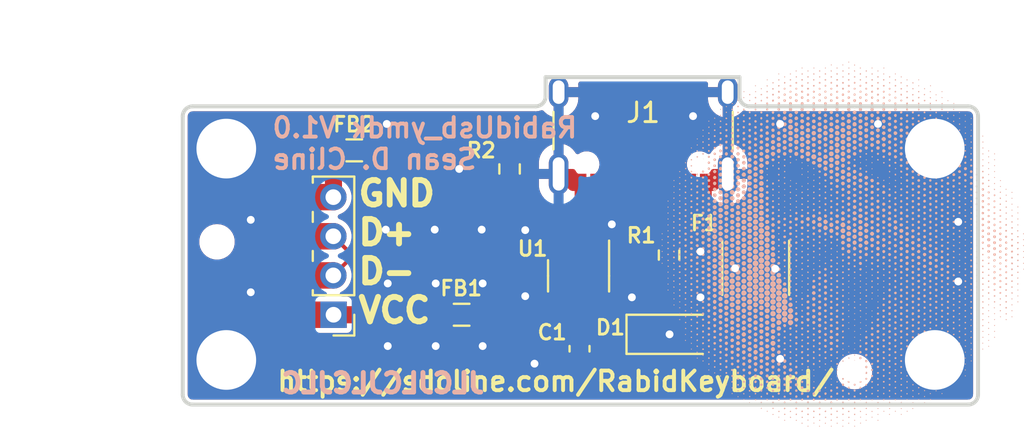
<source format=kicad_pcb>
(kicad_pcb (version 20211014) (generator pcbnew)
  (layers (0 "F.Cu" signal) (31 "B.Cu" signal) (34 "B.Paste" user) (35 "F.Paste" user) (36 "B.SilkS" user "B.Silkscreen") (37 "F.SilkS" user "F.Silkscreen") (38 "B.Mask" user) (39 "F.Mask" user) (44 "Edge.Cuts" user))
  (property "COMPANY" "Sean D. Cline")
  (property "REVISION" "V1.0")
  (property "TITLE" "RabidUsb_ymdk")
  (property "URL" "https://sdcline.com/RabidKeyboard/")
  (net 0 "")
  (net 1 "VBUS")
  (net 2 "GND")
  (net 3 "Net-(J1-PadA5)")
  (net 4 "/USB_D+")
  (net 5 "/USB_D-")
  (net 7 "Net-(J1-PadB5)")
  (net 9 "Net-(D1-Pad2)")
  (net 10 "VCC")
  (net 13 "Net-(FB1-Pad2)")
  (net 14 "Net-(FB2-Pad1)")
  (footprint "Inductor_SMD:L_0805_2012Metric" (layer "F.Cu") (at 123.725 64.15 180)
    (fp_text reference "FB1")
    (fp_text value "FerriteBead_Small" hide)
  )
  (footprint "Inductor_SMD:L_0805_2012Metric" (layer "F.Cu") (at 118.2375 55.75)
    (fp_text reference "FB2")
    (fp_text value "FerriteBead_Small" hide)
  )
  (footprint "ymdk_footprints:MountingHole_.12in_Pad_.02in" (layer "F.Cu") (at 147.9 55.66)
    (fp_text reference "H2" hide)
    (fp_text value "MountingHole" hide)
  )
  (footprint "Resistor_SMD:R_0603_1608Metric" (layer "F.Cu") (at 134.325 61.1 -90)
    (fp_text reference "R1")
    (fp_text value "5.1K")
  )
  (footprint "Connector_USB:USB_C_Receptacle_XKB_U262-16XN-4BVC11" (layer "F.Cu") (at 133 53.85 180)
    (fp_text reference "J1")
    (fp_text value "USB_C_Receptacle_USB2.0")
  )
  (footprint "Fuse:Fuse_1812_4532Metric" (layer "F.Cu") (at 138.75 61.75 -90)
    (fp_text reference "F1")
    (fp_text value "500mA")
  )
  (footprint "Fiducial:Fiducial_1mm_Mask2mm" (layer "F.Cu") (at 121.525 55.3)
    (fp_text reference "FID1" hide)
    (fp_text value "Fiducial" hide)
  )
  (footprint "Capacitor_SMD:C_0603_1608Metric" (layer "F.Cu") (at 129.75 65.886396 -90)
    (fp_text reference "C1")
    (fp_text value "100nF")
  )
  (footprint "ymdk_footprints:ToolingHole_1.152mm" (layer "F.Cu") (at 111.225 60.425)
    (fp_text reference "H8" hide)
    (fp_text value "ToolingHole")
  )
  (footprint "Resistor_SMD:R_0603_1608Metric" (layer "F.Cu") (at 126.175 56.7 90)
    (fp_text reference "R2")
    (fp_text value "5.1K")
  )
  (footprint "ymdk_footprints:MountingHole_.12in_Pad_.02in" (layer "F.Cu") (at 111.7 55.66)
    (fp_text reference "H1" hide)
    (fp_text value "MountingHole" hide)
  )
  (footprint "ymdk_footprints:MountingHole_.12in_Pad_.02in" (layer "F.Cu") (at 147.9 66.46)
    (fp_text reference "H4" hide)
    (fp_text value "MountingHole" hide)
  )
  (footprint "Fiducial:Fiducial_1mm_Mask2mm" (layer "F.Cu") (at 143.256 62.23)
    (fp_text reference "FID2" hide)
    (fp_text value "Fiducial" hide)
  )
  (footprint "Diode_SMD:D_SOD-123" (layer "F.Cu") (at 134.4 65.15)
    (fp_text reference "D1")
    (fp_text value "D_Schottky" hide)
  )
  (footprint "ymdk_footprints:PinHeader_1x04_P2.00mm_Fingers" (layer "F.Cu") (at 117.18 64.15 180)
    (fp_text reference "J2" hide)
    (fp_text value "Conn_01x04" hide)
  )
  (footprint "ymdk_footprints:ToolingHole_1.152mm" (layer "F.Cu") (at 143.8 67.056)
    (fp_text reference "H7" hide)
    (fp_text value "ToolingHole")
  )
  (footprint "Package_TO_SOT_SMD:SOT-23-6" (layer "F.Cu") (at 129.7 62.161396 -90)
    (fp_text reference "U1")
    (fp_text value "SRV05-4")
  )
  (footprint "ymdk_footprints:MountingHole_.12in_Pad_.02in" (layer "F.Cu") (at 111.7 66.46)
    (fp_text reference "H3" hide)
    (fp_text value "MountingHole" hide)
  )
  (gr_poly (pts (xy 139.095076 59.461457) (xy 139.12804 59.494265) (xy 139.152688 59.532197) (xy 139.159492 59.556881) (xy 139.14754 59.594981) (xy 139.118656 59.635865) (xy 139.083352 59.666225) (xy 139.067932 59.672969) (xy 139.030708 59.673521) (xy 139.001464 59.666549) (xy 138.951688 59.635445) (xy 138.925912 59.592905) (xy 138.922168 59.545841) (xy 138.9385 59.501129) (xy 138.972952 59.465705) (xy 139.023556 59.446433) (xy 139.064164 59.445845)) (layer "B.SilkS") (width 0.0381) (fill solid))
  (gr_poly (pts (xy 150.975999 58.935833) (xy 150.980332 58.954385) (xy 150.969029 58.979945) (xy 150.944944 58.985525) (xy 150.924724 58.970273) (xy 150.922649 58.943621) (xy 150.943312 58.924985) (xy 150.957436 58.922597)) (layer "B.SilkS") (width 0.0381) (fill solid))
  (gr_poly (pts (xy 150.371128 64.69977) (xy 150.368644 64.705914) (xy 150.354364 64.721069) (xy 150.351809 64.721801) (xy 150.344979 64.709513) (xy 150.344801 64.705914) (xy 150.357016 64.690638) (xy 150.361623 64.690025)) (layer "B.SilkS") (width 0.0381) (fill solid))
  (gr_poly (pts (xy 146.518732 62.105957) (xy 146.523688 62.132249) (xy 146.512744 62.164997) (xy 146.487712 62.178845) (xy 146.46034 62.171585) (xy 146.444032 62.147249) (xy 146.443204 62.108765) (xy 146.465956 62.087813) (xy 146.494204 62.087069)) (layer "B.SilkS") (width 0.0381) (fill solid))
  (gr_poly (pts (xy 143.243284 58.621409) (xy 143.250712 58.652501) (xy 143.241976 58.685224) (xy 143.21488 58.697297) (xy 143.181376 58.691525) (xy 143.169496 58.677437) (xy 143.165956 58.638101) (xy 143.184988 58.612457) (xy 143.21488 58.607681)) (layer "B.SilkS") (width 0.0381) (fill solid))
  (gr_poly (pts (xy 143.85028 54.633844) (xy 143.881528 54.665801) (xy 143.894176 54.717016) (xy 143.894188 54.7186) (xy 143.8819 54.772468) (xy 143.848768 54.8053) (xy 143.800396 54.813136) (xy 143.770924 54.805948) (xy 143.729572 54.776416) (xy 143.710936 54.732832) (xy 143.718568 54.68524) (xy 143.724676 54.674368) (xy 143.763892 54.636064) (xy 143.808424 54.623249)) (layer "B.SilkS") (width 0.0381) (fill solid))
  (gr_poly (pts (xy 145.315252 61.170281) (xy 145.342876 61.189397) (xy 145.352584 61.219013) (xy 145.346068 61.238609) (xy 145.318876 61.262321) (xy 145.283884 61.272353) (xy 145.256212 61.264409) (xy 145.256176 61.264377) (xy 145.256142 61.264344) (xy 145.256108 61.264311) (xy 145.256074 61.264277) (xy 145.25604 61.264243) (xy 145.256006 61.26421) (xy 145.255972 61.264177) (xy 145.255936 61.264145) (xy 145.243528 61.232801) (xy 145.250872 61.196657) (xy 145.27414 61.171829) (xy 145.278232 61.170233)) (layer "B.SilkS") (width 0.0381) (fill solid))
  (gr_poly (pts (xy 140.5861 63.841529) (xy 140.621596 63.875885) (xy 140.648404 63.92421) (xy 140.646232 63.968801) (xy 140.614456 64.015769) (xy 140.606548 64.023942) (xy 140.566828 64.057974) (xy 140.533144 64.068258) (xy 140.493568 64.057206) (xy 140.478484 64.049957) (xy 140.437372 64.014233) (xy 140.417824 63.965862) (xy 140.41972 63.914213) (xy 140.442964 63.868686) (xy 140.481016 63.841085) (xy 140.538928 63.827165)) (layer "B.SilkS") (width 0.0381) (fill solid))
  (gr_poly (pts (xy 138.474928 65.24247) (xy 138.50308 65.270634) (xy 138.52174 65.30199) (xy 138.523972 65.313209) (xy 138.512728 65.334522) (xy 138.487072 65.361785) (xy 138.4591 65.383457) (xy 138.444508 65.389109) (xy 138.422596 65.378849) (xy 138.396844 65.357333) (xy 138.37336 65.326817) (xy 138.365068 65.304185) (xy 138.377992 65.274474) (xy 138.4081 65.24619) (xy 138.442468 65.230757) (xy 138.44884 65.230218)) (layer "B.SilkS") (width 0.0381) (fill solid))
  (gr_poly (pts (xy 140.239888 58.040813) (xy 140.231944 58.048757) (xy 140.224 58.040813) (xy 140.231944 58.032869)) (layer "B.SilkS") (width 0.0381) (fill solid))
  (gr_poly (pts (xy 139.089904 59.158277) (xy 139.132036 59.191769) (xy 139.15672 59.236193) (xy 139.159492 59.256257) (xy 139.145308 59.302529) (xy 139.109428 59.341841) (xy 139.061824 59.364893) (xy 139.040332 59.367485) (xy 138.989248 59.356721) (xy 138.9541 59.325629) (xy 138.931132 59.288585) (xy 138.921184 59.257013) (xy 138.921172 59.256281) (xy 138.935356 59.210009) (xy 138.971248 59.170697) (xy 139.018852 59.147645) (xy 139.040344 59.145053)) (layer "B.SilkS") (width 0.0381) (fill solid))
  (gr_poly (pts (xy 145.329484 59.973953) (xy 145.35028 59.999897) (xy 145.347364 60.032045) (xy 145.341112 60.041393) (xy 145.310164 60.062249) (xy 145.27618 60.064301) (xy 145.252384 60.047201) (xy 145.250776 60.043649) (xy 145.245364 60.000821) (xy 145.262716 59.971637) (xy 145.290832 59.963273)) (layer "B.SilkS") (width 0.0381) (fill solid))
  (gr_poly (pts (xy 148.299005 64.533954) (xy 148.303167 64.547046) (xy 148.289957 64.569473) (xy 148.275364 64.575786) (xy 148.252841 64.570253) (xy 148.247561 64.547033) (xy 148.2556 64.520957) (xy 148.275364 64.518281)) (layer "B.SilkS") (width 0.0381) (fill solid))
  (gr_poly (pts (xy 145.608592 58.309973) (xy 145.625428 58.333889) (xy 145.623172 58.362341) (xy 145.6045 58.380905) (xy 145.595164 58.382405) (xy 145.56424 58.374376) (xy 145.55356 58.364993) (xy 145.554376 58.341725) (xy 145.573 58.318613) (xy 145.597672 58.307417)) (layer "B.SilkS") (width 0.0381) (fill solid))
  (gr_poly (pts (xy 144.719908 63.033857) (xy 144.720376 63.037661) (xy 144.70828 63.053093) (xy 144.704488 63.053549) (xy 144.689056 63.041465) (xy 144.688588 63.037674) (xy 144.700672 63.022241) (xy 144.704476 63.021774)) (layer "B.SilkS") (width 0.0381) (fill solid))
  (gr_poly (pts (xy 138.75388 54.227344) (xy 138.774064 54.240545) (xy 138.790432 54.264628) (xy 138.781048 54.287644) (xy 138.77884 54.29038) (xy 138.75682 54.310708) (xy 138.732412 54.30964) (xy 138.7186 54.304492) (xy 138.701356 54.2836) (xy 138.701404 54.252808) (xy 138.717712 54.228136) (xy 138.723796 54.224956)) (layer "B.SilkS") (width 0.0381) (fill solid))
  (gr_poly (pts (xy 139.6645 58.617341) (xy 139.677136 58.646213) (xy 139.66624 58.678361) (xy 139.64062 58.698461) (xy 139.616068 58.688933) (xy 139.604512 58.676549) (xy 139.592116 58.643621) (xy 139.604152 58.615829) (xy 139.633924 58.604837)) (layer "B.SilkS") (width 0.0381) (fill solid))
  (gr_poly (pts (xy 135.166246 56.369897) (xy 135.168148 56.388761) (xy 135.16624 56.391089) (xy 135.156796 56.388905) (xy 135.15565 56.380493) (xy 135.161464 56.367413)) (layer "B.SilkS") (width 0.0381) (fill solid))
  (gr_poly (pts (xy 135.486544 57.727337) (xy 135.489304 57.737993) (xy 135.480508 57.763997) (xy 135.461734 57.772841) (xy 135.451798 57.767633) (xy 135.441478 57.742373) (xy 135.450976 57.720293) (xy 135.465472 57.715097)) (layer "B.SilkS") (width 0.0381) (fill solid))
  (gr_poly (pts (xy 144.42052 66.48075) (xy 144.434392 66.493362) (xy 144.446164 66.51879) (xy 144.434392 66.541026) (xy 144.408028 66.562758) (xy 144.383764 66.554717) (xy 144.371008 66.54123) (xy 144.359116 66.510078) (xy 144.367564 66.48177) (xy 144.392224 66.469517)) (layer "B.SilkS") (width 0.0381) (fill solid))
  (gr_poly (pts (xy 146.500348 65.113169) (xy 146.509973 65.122313) (xy 146.526773 65.152565) (xy 146.526363 65.173385) (xy 146.504655 65.194481) (xy 146.473563 65.195934) (xy 146.448472 65.178066) (xy 146.445364 65.171802) (xy 146.447296 65.139389) (xy 146.45956 65.120729) (xy 146.481028 65.104818)) (layer "B.SilkS") (width 0.0381) (fill solid))
  (gr_poly (pts (xy 152.156068 58.946441) (xy 152.148123 58.954385) (xy 152.14018 58.946441) (xy 152.148123 58.938497)) (layer "B.SilkS") (width 0.0381) (fill solid))
  (gr_poly (pts (xy 139.365496 61.705853) (xy 139.411588 61.728281) (xy 139.445944 61.768781) (xy 139.461172 61.825253) (xy 139.461364 61.833005) (xy 139.447756 61.882625) (xy 139.413304 61.925921) (xy 139.367596 61.952933) (xy 139.3417 61.957241) (xy 139.299112 61.944617) (xy 139.254304 61.911497) (xy 139.253596 61.910801) (xy 139.2184 61.867625) (xy 139.20922 61.828013) (xy 139.224148 61.780289) (xy 139.230388 61.767725) (xy 139.26754 61.723481) (xy 139.315024 61.703549)) (layer "B.SilkS") (width 0.0381) (fill solid))
  (gr_poly (pts (xy 140.564272 53.885728) (xy 140.59828 53.924896) (xy 140.615428 53.956288) (xy 140.613256 53.980552) (xy 140.598844 54.005188) (xy 140.56186 54.0373) (xy 140.51662 54.043432) (xy 140.473888 54.022336) (xy 140.471416 54.019948) (xy 140.448484 53.977756) (xy 140.45284 53.932348) (xy 140.483224 53.894536) (xy 140.486056 53.892604) (xy 140.52844 53.875036)) (layer "B.SilkS") (width 0.0381) (fill solid))
  (gr_poly (pts (xy 144.432124 60.381065) (xy 144.465268 60.411353) (xy 144.49048 60.447941) (xy 144.497944 60.473849) (xy 144.484948 60.505541) (xy 144.454036 60.536765) (xy 144.417328 60.556697) (xy 144.402604 60.559085) (xy 144.36802 60.548309) (xy 144.339052 60.527321) (xy 144.315244 60.492737) (xy 144.307276 60.463769) (xy 144.320512 60.424637) (xy 144.352408 60.389273) (xy 144.391216 60.369545) (xy 144.401464 60.368441)) (layer "B.SilkS") (width 0.0381) (fill solid))
  (gr_poly (pts (xy 136.401022 64.522973) (xy 136.40782 64.541993) (xy 136.40065 64.57737) (xy 136.374976 64.597746) (xy 136.34203 64.597241) (xy 136.324576 64.585625) (xy 136.308346 64.557534) (xy 136.316602 64.529081) (xy 136.34296 64.505117) (xy 136.3753 64.503677)) (layer "B.SilkS") (width 0.0381) (fill solid))
  (gr_poly (pts (xy 140.55622 55.394656) (xy 140.598544 55.430032) (xy 140.612392 55.472981) (xy 140.598124 55.515652) (xy 140.56336 55.544884) (xy 140.518144 55.554881) (xy 140.476036 55.543612) (xy 140.465476 55.535249) (xy 140.445964 55.498169) (xy 140.44858 55.456877) (xy 140.468128 55.4194) (xy 140.499436 55.39378) (xy 140.537308 55.388056)) (layer "B.SilkS") (width 0.0381) (fill solid))
  (gr_poly (pts (xy 139.951216 57.278309) (xy 139.953892 57.285173) (xy 139.94338 57.305921) (xy 139.923004 57.310888) (xy 139.916392 57.306857) (xy 139.90672 57.283792) (xy 139.923736 57.270677) (xy 139.930072 57.27022)) (layer "B.SilkS") (width 0.0381) (fill solid))
  (gr_poly (pts (xy 139.93828 52.130548) (xy 139.947448 52.14958) (xy 139.945288 52.155304) (xy 139.929952 52.169392) (xy 139.92244 52.153336) (xy 139.922128 52.14532) (xy 139.92994 52.128952)) (layer "B.SilkS") (width 0.0381) (fill solid))
  (gr_poly (pts (xy 140.843188 69.22959) (xy 140.843644 69.233142) (xy 140.832088 69.254659) (xy 140.827744 69.25791) (xy 140.814148 69.25431) (xy 140.811856 69.242958) (xy 140.820148 69.221213) (xy 140.827744 69.218178)) (layer "B.SilkS") (width 0.0381) (fill solid))
  (gr_poly (pts (xy 142.052968 56.453933) (xy 142.08844 56.477573) (xy 142.102936 56.505749) (xy 142.102624 56.553268) (xy 142.080196 56.590108) (xy 142.043908 56.612417) (xy 142.001956 56.616305) (xy 141.962584 56.597897) (xy 141.9466 56.579369) (xy 141.92902 56.542121) (xy 141.933484 56.508065) (xy 141.937132 56.499437) (xy 141.967096 56.464468) (xy 142.009108 56.449433)) (layer "B.SilkS") (width 0.0381) (fill solid))
  (gr_poly (pts (xy 136.098298 60.715541) (xy 136.1188 60.749693) (xy 136.118356 60.789269) (xy 136.103272 60.819041) (xy 136.071808 60.828929) (xy 136.061278 60.829205) (xy 136.024564 60.822737) (xy 136.00675 60.798149) (xy 136.004194 60.789269) (xy 136.005184 60.744665) (xy 136.028056 60.712577) (xy 136.061272 60.702089)) (layer "B.SilkS") (width 0.0381) (fill solid))
  (gr_poly (pts (xy 137.288644 57.955241) (xy 137.329108 57.984269) (xy 137.345938 58.021985) (xy 137.347984 58.050257) (xy 137.334988 58.096816) (xy 137.301676 58.129061) (xy 137.257504 58.143257) (xy 137.21191 58.135673) (xy 137.183866 58.115045) (xy 137.162842 58.073801) (xy 137.158744 58.025261) (xy 137.16973 57.991577) (xy 137.207008 57.958816) (xy 137.253898 57.947093)) (layer "B.SilkS") (width 0.0381) (fill solid))
  (gr_poly (pts (xy 138.161272 55.418657) (xy 138.19018 55.438349) (xy 138.204616 55.46872) (xy 138.196552 55.502668) (xy 138.16474 55.531265) (xy 138.128548 55.533689) (xy 138.09826 55.510192) (xy 138.0928 55.500244) (xy 138.082516 55.464088) (xy 138.093628 55.4368) (xy 138.095224 55.434832) (xy 138.126688 55.415513)) (layer "B.SilkS") (width 0.0381) (fill solid))
  (gr_poly (pts (xy 146.210848 56.814233) (xy 146.225248 56.837705) (xy 146.222765 56.855609) (xy 146.197888 56.872013) (xy 146.169281 56.865521) (xy 146.155648 56.848133) (xy 146.156752 56.816753) (xy 146.164204 56.805125) (xy 146.186691 56.800109)) (layer "B.SilkS") (width 0.0381) (fill solid))
  (gr_poly (pts (xy 144.712432 62.719889) (xy 144.713584 62.746229) (xy 144.708076 62.754437) (xy 144.6886 62.760137) (xy 144.680656 62.751665) (xy 144.679504 62.725325) (xy 144.685012 62.717117) (xy 144.704488 62.711418)) (layer "B.SilkS") (width 0.0381) (fill solid))
  (gr_poly (pts (xy 137.591896 64.162457) (xy 137.628022 64.192961) (xy 137.648686 64.230353) (xy 137.650108 64.241621) (xy 137.636956 64.289033) (xy 137.603626 64.323029) (xy 137.559304 64.339517) (xy 137.513164 64.334417) (xy 137.484424 64.315517) (xy 137.461552 64.273565) (xy 137.462644 64.226525) (xy 137.483734 64.184069) (xy 137.52088 64.155894) (xy 137.552056 64.149821)) (layer "B.SilkS") (width 0.0381) (fill solid))
  (gr_poly (pts (xy 143.523292 62.427749) (xy 143.520808 62.433906) (xy 143.50654 62.449061) (xy 143.503984 62.449794) (xy 143.497156 62.437505) (xy 143.496976 62.433906) (xy 143.509192 62.418629) (xy 143.5138 62.418018)) (layer "B.SilkS") (width 0.0381) (fill solid))
  (gr_poly (pts (xy 144.13108 55.092772) (xy 144.173416 55.128148) (xy 144.187264 55.171097) (xy 144.172996 55.213768) (xy 144.138232 55.243) (xy 144.093016 55.252984) (xy 144.050908 55.241717) (xy 144.040348 55.233352) (xy 144.020836 55.196272) (xy 144.023452 55.15498) (xy 144.043 55.117505) (xy 144.074308 55.091884) (xy 144.11218 55.086148)) (layer "B.SilkS") (width 0.0381) (fill solid))
  (gr_poly (pts (xy 134.583676 63.64935) (xy 134.575732 63.657305) (xy 134.567788 63.649361) (xy 134.575732 63.641417)) (layer "B.SilkS") (width 0.0381) (fill solid))
  (gr_poly (pts (xy 138.491032 57.665632) (xy 138.52462 57.700745) (xy 138.539728 57.746177) (xy 138.539848 57.750401) (xy 138.526552 57.787169) (xy 138.494656 57.82114) (xy 138.4561 57.840809) (xy 138.444508 57.8422) (xy 138.409924 57.831413) (xy 138.380956 57.810425) (xy 138.354052 57.765496) (xy 138.353824 57.719129) (xy 138.37672 57.679636) (xy 138.419164 57.655373) (xy 138.44884 57.651533)) (layer "B.SilkS") (width 0.0381) (fill solid))
  (gr_poly (pts (xy 139.668904 63.677237) (xy 139.719316 63.707441) (xy 139.724248 63.712182) (xy 139.755388 63.761609) (xy 139.759624 63.813641) (xy 139.740232 63.860874) (xy 139.700488 63.895901) (xy 139.643656 63.911333) (xy 139.636144 63.911525) (xy 139.586248 63.904865) (xy 139.551076 63.880422) (xy 139.541956 63.869657) (xy 139.515304 63.816365) (xy 139.514956 63.765354) (xy 139.535524 63.72129) (xy 139.571632 63.688817) (xy 139.617892 63.672594)) (layer "B.SilkS") (width 0.0381) (fill solid))
  (gr_poly (pts (xy 142.924936 59.629973) (xy 142.948828 59.644061) (xy 142.98124 59.680937) (xy 142.986208 59.725073) (xy 142.962928 59.766905) (xy 142.959484 59.770169) (xy 142.92778 59.792441) (xy 142.898812 59.791553) (xy 142.864972 59.771741) (xy 142.83514 59.735009) (xy 142.832728 59.692337) (xy 142.857388 59.653241) (xy 142.869376 59.644073) (xy 142.900468 59.627261)) (layer "B.SilkS") (width 0.0381) (fill solid))
  (gr_poly (pts (xy 142.633708 66.185226) (xy 142.637776 66.189978) (xy 142.649716 66.217194) (xy 142.647388 66.230502) (xy 142.62262 66.245958) (xy 142.593088 66.240282) (xy 142.582456 66.229673) (xy 142.583392 66.205841) (xy 142.594804 66.189161) (xy 142.615852 66.174221)) (layer "B.SilkS") (width 0.0381) (fill solid))
  (gr_poly (pts (xy 150.074967 59.693345) (xy 150.083428 59.711645) (xy 150.071476 59.729441) (xy 150.058828 59.732909) (xy 150.038116 59.721473) (xy 150.03568 59.718125) (xy 150.036711 59.699297) (xy 150.055804 59.689229)) (layer "B.SilkS") (width 0.0381) (fill solid))
  (gr_poly (pts (xy 136.668562 54.404824) (xy 136.672138 54.408988) (xy 136.670554 54.42976) (xy 136.66639 54.433336) (xy 136.645612 54.431752) (xy 136.642036 54.427589) (xy 136.643626 54.406816) (xy 136.64779 54.40324)) (layer "B.SilkS") (width 0.0381) (fill solid))
  (gr_poly (pts (xy 145.00636 63.188598) (xy 144.998416 63.196541) (xy 144.990472 63.188598) (xy 144.998416 63.180653)) (layer "B.SilkS") (width 0.0381) (fill solid))
  (gr_poly (pts (xy 148.59256 58.625273) (xy 148.607692 58.654721) (xy 148.594864 58.676981) (xy 148.564396 58.684289) (xy 148.538379 58.672481) (xy 148.533556 58.653449) (xy 148.54324 58.619633) (xy 148.566988 58.610489)) (layer "B.SilkS") (width 0.0381) (fill solid))
  (gr_poly (pts (xy 145.924468 61.493117) (xy 145.937104 61.521977) (xy 145.926208 61.554125) (xy 145.896184 61.573937) (xy 145.867288 61.569317) (xy 145.854184 61.552109) (xy 145.851568 61.513709) (xy 145.87102 61.486865) (xy 145.893892 61.480613)) (layer "B.SilkS") (width 0.0381) (fill solid))
  (gr_poly (pts (xy 147.118024 56.948645) (xy 147.13396 56.978213) (xy 147.124864 57.013264) (xy 147.097804 57.040481) (xy 147.066196 57.037421) (xy 147.049384 57.026945) (xy 147.028672 56.996897) (xy 147.03268 56.964605) (xy 147.057388 56.941421) (xy 147.081328 56.936585)) (layer "B.SilkS") (width 0.0381) (fill solid))
  (gr_poly (pts (xy 143.224312 61.647257) (xy 143.22868 61.650833) (xy 143.237572 61.675889) (xy 143.22598 61.698041) (xy 143.210992 61.703069) (xy 143.190616 61.691489) (xy 143.186308 61.685789) (xy 143.18446 61.661561) (xy 143.201272 61.645301)) (layer "B.SilkS") (width 0.0381) (fill solid))
  (gr_poly (pts (xy 142.635016 58.030229) (xy 142.639012 58.048757) (xy 142.628512 58.074533) (xy 142.60642 58.079081) (xy 142.586848 58.059869) (xy 142.5862 58.058237) (xy 142.586092 58.029257) (xy 142.612312 58.017148) (xy 142.617832 58.016957)) (layer "B.SilkS") (width 0.0381) (fill solid))
  (gr_poly (pts (xy 148.596916 60.140201) (xy 148.609961 60.158249) (xy 148.609024 60.165869) (xy 148.589356 60.186281) (xy 148.560388 60.189857) (xy 148.541187 60.177281) (xy 148.540492 60.151553) (xy 148.546588 60.142517) (xy 148.571117 60.133217)) (layer "B.SilkS") (width 0.0381) (fill solid))
  (gr_poly (pts (xy 138.791248 64.780685) (xy 138.809392 64.800209) (xy 138.825016 64.853837) (xy 138.811708 64.898754) (xy 138.790528 64.919525) (xy 138.747952 64.941329) (xy 138.7129 64.936398) (xy 138.68284 64.912481) (xy 138.65584 64.875713) (xy 138.656152 64.840037) (xy 138.675808 64.804805) (xy 138.709924 64.777409) (xy 138.752476 64.769237)) (layer "B.SilkS") (width 0.0381) (fill solid))
  (gr_poly (pts (xy 146.2129 62.242649) (xy 146.228236 62.266554) (xy 146.22166 62.295461) (xy 146.197612 62.316605) (xy 146.1859 62.319822) (xy 146.158948 62.317421) (xy 146.150499 62.293865) (xy 146.150308 62.285765) (xy 146.160772 62.249417) (xy 146.18686 62.235077)) (layer "B.SilkS") (width 0.0381) (fill solid))
  (gr_poly (pts (xy 143.22244 63.457313) (xy 143.228992 63.462389) (xy 143.239072 63.488513) (xy 143.232088 63.516365) (xy 143.212228 63.530154) (xy 143.210992 63.530189) (xy 143.191372 63.517434) (xy 143.184556 63.50529) (xy 143.183884 63.475913) (xy 143.199688 63.456857)) (layer "B.SilkS") (width 0.0381) (fill solid))
  (gr_poly (pts (xy 138.482884 59.459969) (xy 138.521332 59.491781) (xy 138.54886 59.531333) (xy 138.555736 59.558129) (xy 138.54268 59.596505) (xy 138.510868 59.634953) (xy 138.471304 59.662481) (xy 138.444508 59.669345) (xy 138.410836 59.658557) (xy 138.374368 59.632373) (xy 138.372304 59.630345) (xy 138.345436 59.594297) (xy 138.333352 59.559905) (xy 138.333304 59.558129) (xy 138.34636 59.519765) (xy 138.378172 59.481317) (xy 138.417736 59.453789) (xy 138.44452 59.446913)) (layer "B.SilkS") (width 0.0381) (fill solid))
  (gr_poly (pts (xy 145.321444 56.372681) (xy 145.32412 56.379545) (xy 145.313608 56.400292) (xy 145.293232 56.405261) (xy 145.28662 56.401229) (xy 145.276948 56.378165) (xy 145.293952 56.365049) (xy 145.300288 56.36458)) (layer "B.SilkS") (width 0.0381) (fill solid))
  (gr_poly (pts (xy 141.733384 51.542512) (xy 141.72544 51.550456) (xy 141.717496 51.542512) (xy 141.72544 51.534568)) (layer "B.SilkS") (width 0.0381) (fill solid))
  (gr_poly (pts (xy 142.365244 56.297453) (xy 142.401256 56.329084) (xy 142.416328 56.372129) (xy 142.407568 56.418665) (xy 142.374724 56.458769) (xy 142.341712 56.482996) (xy 142.318648 56.489321) (xy 142.290556 56.479589) (xy 142.273852 56.471273) (xy 142.233112 56.436989) (xy 142.215604 56.393225) (xy 142.21966 56.348273) (xy 142.2436 56.310437) (xy 142.28578 56.288008) (xy 142.311208 56.285153)) (layer "B.SilkS") (width 0.0381) (fill solid))
  (gr_poly (pts (xy 148.295224 54.258088) (xy 148.282432 54.279976) (xy 148.27006 54.28324) (xy 148.251532 54.274) (xy 148.251196 54.264376) (xy 148.267011 54.2434) (xy 148.286044 54.240736)) (layer "B.SilkS") (width 0.0381) (fill solid))
  (gr_poly (pts (xy 148.292476 54.549688) (xy 148.295224 54.560344) (xy 148.28644 54.58636) (xy 148.267672 54.595192) (xy 148.257736 54.589984) (xy 148.247403 54.564725) (xy 148.256896 54.542644) (xy 148.271404 54.537448)) (layer "B.SilkS") (width 0.0381) (fill solid))
  (gr_poly (pts (xy 139.40152 64.781129) (xy 139.425772 64.823538) (xy 139.429576 64.853009) (xy 139.416748 64.899797) (xy 139.38436 64.931561) (xy 139.34158 64.945217) (xy 139.297588 64.93767) (xy 139.263664 64.908942) (xy 139.241104 64.858445) (xy 139.249396 64.813014) (xy 139.270708 64.785366) (xy 139.315624 64.758498) (xy 139.362016 64.758269)) (layer "B.SilkS") (width 0.0381) (fill solid))
  (gr_poly (pts (xy 137.888668 62.476985) (xy 137.92894 62.504777) (xy 137.930644 62.506458) (xy 137.958592 62.542193) (xy 137.964424 62.578613) (xy 137.961652 62.597814) (xy 137.938066 62.654765) (xy 137.897926 62.69025) (xy 137.84842 62.70177) (xy 137.79673 62.686817) (xy 137.768548 62.664989) (xy 137.741452 62.626265) (xy 137.729572 62.586257) (xy 137.729548 62.584817) (xy 137.743384 62.538942) (xy 137.777908 62.497313) (xy 137.822656 62.470409) (xy 137.848708 62.465669)) (layer "B.SilkS") (width 0.0381) (fill solid))
  (gr_poly (pts (xy 143.23684 56.750812) (xy 143.277604 56.773253) (xy 143.302612 56.812769) (xy 143.306332 56.838533) (xy 143.293084 56.879788) (xy 143.26084 56.916017) (xy 143.220892 56.935625) (xy 143.211004 56.936573) (xy 143.176408 56.925785) (xy 143.14744 56.904797) (xy 143.120392 56.859629) (xy 143.120104 56.811497) (xy 143.144716 56.772209) (xy 143.189488 56.749193)) (layer "B.SilkS") (width 0.0381) (fill solid))
  (gr_poly (pts (xy 136.393864 60.854729) (xy 136.40308 60.861137) (xy 136.4233 60.895805) (xy 136.423606 60.938729) (xy 136.40764 60.969005) (xy 136.371112 60.986213) (xy 136.328332 60.982889) (xy 136.299772 60.964433) (xy 136.285648 60.927845) (xy 136.295242 60.891329) (xy 136.321306 60.862145) (xy 136.356592 60.847517)) (layer "B.SilkS") (width 0.0381) (fill solid))
  (gr_poly (pts (xy 146.197984 68.940138) (xy 146.19004 68.948081) (xy 146.182097 68.940138) (xy 146.19004 68.932194)) (layer "B.SilkS") (width 0.0381) (fill solid))
  (gr_poly (pts (xy 136.388008 63.896465) (xy 136.407082 63.928481) (xy 136.405138 63.96549) (xy 136.385722 63.995562) (xy 136.355218 64.006829) (xy 136.329568 63.996642) (xy 136.318672 63.987761) (xy 136.302358 63.955337) (xy 136.307542 63.921858) (xy 136.327948 63.895565) (xy 136.357312 63.884729)) (layer "B.SilkS") (width 0.0381) (fill solid))
  (gr_poly (pts (xy 145.018912 60.399773) (xy 145.02946 60.406289) (xy 145.061908 60.441677) (xy 145.063732 60.482021) (xy 145.045012 60.512609) (xy 145.008856 60.539657) (xy 144.974332 60.535829) (xy 144.951892 60.518237) (xy 144.929056 60.477473) (xy 144.936352 60.436373) (xy 144.961936 60.409265) (xy 144.992464 60.393521)) (layer "B.SilkS") (width 0.0381) (fill solid))
  (gr_poly (pts (xy 141.731056 51.83212) (xy 141.733384 51.843448) (xy 141.728152 51.866404) (xy 141.714388 51.859528) (xy 141.710236 51.853432) (xy 141.712228 51.83302) (xy 141.717244 51.828652)) (layer "B.SilkS") (width 0.0381) (fill solid))
  (gr_poly (pts (xy 135.79732 61.786998) (xy 135.80548 61.807121) (xy 135.80416 61.826177) (xy 135.789934 61.858721) (xy 135.76339 61.876145) (xy 135.735346 61.874837) (xy 135.717916 61.855097) (xy 135.71509 61.814561) (xy 135.738424 61.788497) (xy 135.767914 61.782485)) (layer "B.SilkS") (width 0.0381) (fill solid))
  (gr_poly (pts (xy 136.999318 62.336585) (xy 137.036254 62.371169) (xy 137.059108 62.415785) (xy 137.06224 62.437757) (xy 137.048686 62.478365) (xy 137.01538 62.516322) (xy 136.973314 62.541029) (xy 136.95064 62.545134) (xy 136.91824 62.535557) (xy 136.886584 62.515841) (xy 136.856584 62.474333) (xy 136.850854 62.425601) (xy 136.866154 62.37837) (xy 136.899268 62.341349) (xy 136.946968 62.323277) (xy 136.957954 62.322701)) (layer "B.SilkS") (width 0.0381) (fill solid))
  (gr_poly (pts (xy 150.076432 60.006569) (xy 150.077092 60.010949) (xy 150.064719 60.029585) (xy 150.060016 60.031745) (xy 150.04552 60.024077) (xy 150.042928 60.010949) (xy 150.050992 59.991185) (xy 150.060004 59.990177)) (layer "B.SilkS") (width 0.0381) (fill solid))
  (gr_poly (pts (xy 140.56006 52.728448) (xy 140.566768 52.751236) (xy 140.554852 52.774816) (xy 140.528572 52.787044) (xy 140.501332 52.785808) (xy 140.49568 52.765156) (xy 140.496796 52.755268) (xy 140.51224 52.724452) (xy 140.533816 52.718248)) (layer "B.SilkS") (width 0.0381) (fill solid))
  (gr_poly (pts (xy 140.253016 61.969974) (xy 140.255788 61.981085) (xy 140.243068 62.002157) (xy 140.231956 62.004929) (xy 140.210884 61.992209) (xy 140.208112 61.981097) (xy 140.220832 61.960037) (xy 140.231944 61.957265)) (layer "B.SilkS") (width 0.0381) (fill solid))
  (gr_poly (pts (xy 143.226424 66.51339) (xy 143.22688 66.517182) (xy 143.214784 66.532614) (xy 143.210992 66.533082) (xy 143.19556 66.520986) (xy 143.195104 66.517182) (xy 143.2072 66.501762) (xy 143.210992 66.501293)) (layer "B.SilkS") (width 0.0381) (fill solid))
  (gr_poly (pts (xy 151.868968 60.590177) (xy 151.882251 60.612761) (xy 151.875185 60.639209) (xy 151.852671 60.654137) (xy 151.84846 60.654425) (xy 151.823211 60.641657) (xy 151.817127 60.631757) (xy 151.81936 60.603725) (xy 151.840912 60.586613)) (layer "B.SilkS") (width 0.0381) (fill solid))
  (gr_poly (pts (xy 141.43858 68.292306) (xy 141.459304 68.315177) (xy 141.460696 68.33811) (xy 141.443932 68.364546) (xy 141.41596 68.374518) (xy 141.394984 68.366082) (xy 141.384076 68.338217) (xy 141.390028 68.307018) (xy 141.405136 68.29191)) (layer "B.SilkS") (width 0.0381) (fill solid))
  (gr_poly (pts (xy 141.472516 54.639461) (xy 141.475648 54.641632) (xy 141.501316 54.675904) (xy 141.511552 54.722981) (xy 141.504736 54.768305) (xy 141.491908 54.788488) (xy 141.460504 54.803068) (xy 141.416596 54.80686) (xy 141.375604 54.799936) (xy 141.355984 54.787697) (xy 141.32938 54.737152) (xy 141.334168 54.69034) (xy 141.358336 54.656885) (xy 141.397804 54.62512) (xy 141.432376 54.619768)) (layer "B.SilkS") (width 0.0381) (fill solid))
  (gr_poly (pts (xy 139.938016 57.881933) (xy 139.953172 57.896201) (xy 139.953904 57.898745) (xy 139.941616 57.905573) (xy 139.938028 57.905753) (xy 139.922752 57.893537) (xy 139.92214 57.888929) (xy 139.931872 57.879437)) (layer "B.SilkS") (width 0.0381) (fill solid))
  (gr_poly (pts (xy 140.561644 65.130294) (xy 140.566984 65.156585) (xy 140.557072 65.175329) (xy 140.52892 65.196761) (xy 140.5069 65.188085) (xy 140.500132 65.175402) (xy 140.499484 65.141513) (xy 140.52124 65.120981) (xy 140.533816 65.119037)) (layer "B.SilkS") (width 0.0381) (fill solid))
  (gr_poly (pts (xy 146.815528 58.010753) (xy 146.830168 58.035845) (xy 146.820615 58.068677) (xy 146.817473 58.072792) (xy 146.793567 58.093817) (xy 146.768488 58.089413) (xy 146.7565 58.082357) (xy 146.740143 58.057481) (xy 146.746312 58.028093) (xy 146.770828 58.006937) (xy 146.782132 58.003949)) (layer "B.SilkS") (width 0.0381) (fill solid))
  (gr_poly (pts (xy 150.389056 57.711713) (xy 150.401703 57.740573) (xy 150.390796 57.772721) (xy 150.365175 57.792821) (xy 150.340623 57.783293) (xy 150.329079 57.770921) (xy 150.316672 57.737993) (xy 150.32872 57.710201) (xy 150.358492 57.699221)) (layer "B.SilkS") (width 0.0381) (fill solid))
  (gr_poly (pts (xy 145.034884 55.562909) (xy 145.050856 55.573361) (xy 145.06678 55.604333) (xy 145.069936 55.625789) (xy 145.06132 55.662257) (xy 145.050856 55.678229) (xy 145.019884 55.69414) (xy 144.99844 55.697297) (xy 144.961972 55.688692) (xy 144.946 55.678229) (xy 144.930076 55.647257) (xy 144.926932 55.6258) (xy 144.935536 55.589344) (xy 144.946 55.573372) (xy 144.976972 55.55746) (xy 144.998428 55.554304)) (layer "B.SilkS") (width 0.0381) (fill solid))
  (gr_poly (pts (xy 149.772184 65.607198) (xy 149.772832 65.611554) (xy 149.76742 65.627022) (xy 149.765824 65.627429) (xy 149.752264 65.616306) (xy 149.749 65.611554) (xy 149.75026 65.596914) (xy 149.756008 65.595665)) (layer "B.SilkS") (width 0.0381) (fill solid))
  (gr_poly (pts (xy 152.159608 61.967633) (xy 152.163184 61.971797) (xy 152.1616 61.992569) (xy 152.157436 61.996145) (xy 152.136664 61.994561) (xy 152.133087 61.990397) (xy 152.134672 61.969625) (xy 152.138836 61.966037)) (layer "B.SilkS") (width 0.0381) (fill solid))
  (gr_poly (pts (xy 144.433408 65.272314) (xy 144.444604 65.286054) (xy 144.442924 65.315082) (xy 144.425848 65.344109) (xy 144.402676 65.357346) (xy 144.402604 65.357346) (xy 144.383608 65.346557) (xy 144.370996 65.333705) (xy 144.35848 65.300393) (xy 144.371428 65.272757) (xy 144.402592 65.262005)) (layer "B.SilkS") (width 0.0381) (fill solid))
  (gr_poly (pts (xy 148.594348 65.290133) (xy 148.597096 65.300789) (xy 148.588311 65.326793) (xy 148.569544 65.335625) (xy 148.559608 65.330418) (xy 148.549275 65.305158) (xy 148.558768 65.283078) (xy 148.573277 65.277881)) (layer "B.SilkS") (width 0.0381) (fill solid))
  (gr_poly (pts (xy 150.964457 57.135173) (xy 150.956512 57.143129) (xy 150.948568 57.135185) (xy 150.956512 57.12724)) (layer "B.SilkS") (width 0.0381) (fill solid))
  (gr_poly (pts (xy 136.395982 61.163405) (xy 136.420402 61.192061) (xy 136.425502 61.232165) (xy 136.409656 61.268777) (xy 136.407646 61.270889) (xy 136.371106 61.288601) (xy 136.330306 61.283933) (xy 136.29994 61.258733) (xy 136.29904 61.257125) (xy 136.29028 61.224329) (xy 136.304608 61.189025) (xy 136.306798 61.185629) (xy 136.334074 61.154177) (xy 136.363528 61.149749)) (layer "B.SilkS") (width 0.0381) (fill solid))
  (gr_poly (pts (xy 147.397853 55.275184) (xy 147.419739 55.298092) (xy 147.426016 55.331297) (xy 147.420209 55.349933) (xy 147.393352 55.376273) (xy 147.36118 55.372601) (xy 147.3421 55.355885) (xy 147.330208 55.32112) (xy 147.344776 55.288313) (xy 147.367684 55.273288)) (layer "B.SilkS") (width 0.0381) (fill solid))
  (gr_poly (pts (xy 135.194632 58.486601) (xy 135.196822 58.507145) (xy 135.196468 58.507733) (xy 135.174598 58.52374) (xy 135.1507 58.521365) (xy 135.139768 58.502489) (xy 135.147382 58.476797) (xy 135.152446 58.471757) (xy 135.175312 58.471097)) (layer "B.SilkS") (width 0.0381) (fill solid))
  (gr_poly (pts (xy 142.634344 64.951746) (xy 142.660096 64.975554) (xy 142.669252 65.008517) (xy 142.657744 65.040629) (xy 142.640068 65.054897) (xy 142.61002 65.068949) (xy 142.592536 65.065818) (xy 142.576192 65.048394) (xy 142.562296 65.014026) (xy 142.566304 64.977113) (xy 142.585528 64.951181) (xy 142.596076 64.947065)) (layer "B.SilkS") (width 0.0381) (fill solid))
  (gr_poly (pts (xy 143.84842 58.585853) (xy 143.873248 58.617797) (xy 143.87794 58.659269) (xy 143.859136 58.700621) (xy 143.85334 58.706969) (xy 143.818828 58.729133) (xy 143.780728 58.723817) (xy 143.763124 58.714769) (xy 143.742196 58.686701) (xy 143.7358 58.645109) (xy 143.745028 58.605233) (xy 143.754376 58.592105) (xy 143.785348 58.576181) (xy 143.806804 58.573025)) (layer "B.SilkS") (width 0.0381) (fill solid))
  (gr_poly (pts (xy 146.523123 54.236776) (xy 146.529628 54.27322) (xy 146.528813 54.278512) (xy 146.51104 54.302092) (xy 146.479373 54.31354) (xy 146.450285 54.307456) (xy 146.447559 54.305104) (xy 146.43616 54.274588) (xy 146.44612 54.240088) (xy 146.466412 54.220588) (xy 146.49928 54.216664)) (layer "B.SilkS") (width 0.0381) (fill solid))
  (gr_poly (pts (xy 141.745744 68.769546) (xy 141.746464 68.78391) (xy 141.731764 68.810393) (xy 141.709192 68.81721) (xy 141.69418 68.80593) (xy 141.691564 68.778666) (xy 141.712432 68.759933) (xy 141.72754 68.757439)) (layer "B.SilkS") (width 0.0381) (fill solid))
  (gr_poly (pts (xy 140.842408 60.424601) (xy 140.854192 60.435737) (xy 140.87146 60.460241) (xy 140.863492 60.482669) (xy 140.860204 60.486797) (xy 140.829064 60.508793) (xy 140.799892 60.505325) (xy 140.785372 60.486365) (xy 140.787868 60.456497) (xy 140.801752 60.435305) (xy 140.823856 60.417905)) (layer "B.SilkS") (width 0.0381) (fill solid))
  (gr_poly (pts (xy 142.945432 65.105334) (xy 142.965436 65.137146) (xy 142.965208 65.175149) (xy 142.94434 65.201861) (xy 142.912684 65.21295) (xy 142.880092 65.204058) (xy 142.861648 65.182949) (xy 142.85422 65.15385) (xy 142.870768 65.125829) (xy 142.876624 65.119758) (xy 142.91338 65.097845)) (layer "B.SilkS") (width 0.0381) (fill solid))
  (gr_poly (pts (xy 138.452788 53.494696) (xy 138.469732 53.510416) (xy 138.468424 53.520484) (xy 138.445576 53.53582) (xy 138.421912 53.522344) (xy 138.42004 53.519536) (xy 138.416452 53.497264) (xy 138.43606 53.490496)) (layer "B.SilkS") (width 0.0381) (fill solid))
  (gr_poly (pts (xy 139.366036 62.020361) (xy 139.407436 62.040125) (xy 139.435144 62.079534) (xy 139.446952 62.128602) (xy 139.440616 62.177321) (xy 139.413928 62.215721) (xy 139.410184 62.218506) (xy 139.354588 62.240957) (xy 139.299136 62.234729) (xy 139.257604 62.206469) (xy 139.227712 62.156489) (xy 139.225072 62.106221) (xy 139.24588 62.062169) (xy 139.286368 62.030837) (xy 139.34272 62.018753)) (layer "B.SilkS") (width 0.0381) (fill solid))
  (gr_poly (pts (xy 144.118336 65.456226) (xy 144.118996 65.460617) (xy 144.106624 65.479241) (xy 144.10192 65.48139) (xy 144.087424 65.473721) (xy 144.084832 65.460606) (xy 144.092896 65.440829) (xy 144.101908 65.439822)) (layer "B.SilkS") (width 0.0381) (fill solid))
  (gr_poly (pts (xy 145.00618 62.57331) (xy 145.00636 62.576897) (xy 144.994144 62.592173) (xy 144.989536 62.592785) (xy 144.980044 62.583054) (xy 144.982528 62.576897) (xy 144.996808 62.561741) (xy 144.999352 62.561009)) (layer "B.SilkS") (width 0.0381) (fill solid))
  (gr_poly (pts (xy 150.675436 61.822565) (xy 150.678472 61.830161) (xy 150.667072 61.845593) (xy 150.66352 61.846049) (xy 150.642004 61.834505) (xy 150.638752 61.830161) (xy 150.642351 61.816553) (xy 150.653704 61.814273)) (layer "B.SilkS") (width 0.0381) (fill solid))
  (gr_poly (pts (xy 146.820027 61.642961) (xy 146.831236 61.673333) (xy 146.825356 61.706105) (xy 146.80324 61.729685) (xy 146.783009 61.734581) (xy 146.764432 61.724813) (xy 146.747296 61.709897) (xy 146.732487 61.677761) (xy 146.741871 61.646621) (xy 146.769568 61.627697) (xy 146.790904 61.626617)) (layer "B.SilkS") (width 0.0381) (fill solid))
  (gr_poly (pts (xy 144.735292 53.898868) (xy 144.763708 53.929516) (xy 144.774784 53.96626) (xy 144.772564 53.979208) (xy 144.75034 54.013648) (xy 144.717196 54.039004) (xy 144.695968 54.044908) (xy 144.672004 54.034144) (xy 144.651328 54.015856) (xy 144.62752 53.972344) (xy 144.629284 53.930572) (xy 144.653548 53.899) (xy 144.697216 53.886052) (xy 144.698812 53.88604)) (layer "B.SilkS") (width 0.0381) (fill solid))
  (gr_poly (pts (xy 138.477004 59.757737) (xy 138.50896 59.778089) (xy 138.538336 59.819153) (xy 138.544144 59.867993) (xy 138.529528 59.915561) (xy 138.49762 59.952833) (xy 138.45154 59.970749) (xy 138.442012 59.971217) (xy 138.410524 59.960501) (xy 138.374512 59.934329) (xy 138.370768 59.930705) (xy 138.3418 59.883245) (xy 138.343108 59.832893) (xy 138.37426 59.784905) (xy 138.383392 59.776601) (xy 138.430096 59.751629)) (layer "B.SilkS") (width 0.0381) (fill solid))
  (gr_poly (pts (xy 138.483856 60.969653) (xy 138.522244 61.002449) (xy 138.54922 61.043825) (xy 138.555724 61.071977) (xy 138.541732 61.115309) (xy 138.506704 61.153205) (xy 138.461128 61.175993) (xy 138.44014 61.178741) (xy 138.398416 61.167329) (xy 138.365704 61.143977) (xy 138.341776 61.106033) (xy 138.333304 61.071761) (xy 138.346156 61.030973) (xy 138.377704 60.991121) (xy 138.417472 60.963077) (xy 138.44452 60.956309)) (layer "B.SilkS") (width 0.0381) (fill solid))
  (gr_poly (pts (xy 146.501584 67.87125) (xy 146.502244 67.87563) (xy 146.489873 67.894267) (xy 146.485168 67.896425) (xy 146.470672 67.888758) (xy 146.46808 67.875641) (xy 146.476132 67.855866) (xy 146.485156 67.854857)) (layer "B.SilkS") (width 0.0381) (fill solid))
  (gr_poly (pts (xy 141.442288 62.570273) (xy 141.439516 62.589329) (xy 141.4186 62.605037) (xy 141.402388 62.598125) (xy 141.399736 62.586173) (xy 141.412528 62.564285) (xy 141.4249 62.561009)) (layer "B.SilkS") (width 0.0381) (fill solid))
  (gr_poly (pts (xy 142.3531 62.986841) (xy 142.368916 63.005886) (xy 142.37716 63.04569) (xy 142.363168 63.078569) (xy 142.33486 63.097998) (xy 142.300132 63.097421) (xy 142.276768 63.082145) (xy 142.258912 63.046193) (xy 142.265788 63.009126) (xy 142.29268 62.981765) (xy 142.323868 62.974121)) (layer "B.SilkS") (width 0.0381) (fill solid))
  (gr_poly (pts (xy 139.381 55.406141) (xy 139.408156 55.438624) (xy 139.413712 55.474852) (xy 139.402516 55.522973) (xy 139.368592 55.548976) (xy 139.330756 55.55428) (xy 139.290028 55.543841) (xy 139.267828 55.514561) (xy 139.25824 55.465192) (xy 139.272688 55.423937) (xy 139.306816 55.399085) (xy 139.330756 55.3954)) (layer "B.SilkS") (width 0.0381) (fill solid))
  (gr_poly (pts (xy 143.814568 62.271425) (xy 143.814748 62.275013) (xy 143.802544 62.290289) (xy 143.797936 62.290901) (xy 143.788444 62.281169) (xy 143.790928 62.275013) (xy 143.805196 62.259857) (xy 143.807752 62.259125)) (layer "B.SilkS") (width 0.0381) (fill solid))
  (gr_poly (pts (xy 148.899496 57.556901) (xy 148.906923 57.587993) (xy 148.8982 57.620729) (xy 148.871103 57.632801) (xy 148.837588 57.627029) (xy 148.82572 57.612941) (xy 148.82218 57.573605) (xy 148.841211 57.547961) (xy 148.871103 57.543185)) (layer "B.SilkS") (width 0.0381) (fill solid))
  (gr_poly (pts (xy 147.409 59.219285) (xy 147.428536 59.244629) (xy 147.425284 59.274533) (xy 147.421372 59.280101) (xy 147.39094 59.300453) (xy 147.373457 59.303933) (xy 147.344703 59.292161) (xy 147.336172 59.280101) (xy 147.333472 59.242289) (xy 147.351651 59.215169) (xy 147.373444 59.208593)) (layer "B.SilkS") (width 0.0381) (fill solid))
  (gr_poly (pts (xy 142.941412 64.21407) (xy 142.94884 64.245162) (xy 142.940104 64.277898) (xy 142.913008 64.28997) (xy 142.879492 64.284198) (xy 142.867624 64.27011) (xy 142.864084 64.230774) (xy 142.883116 64.205129) (xy 142.913008 64.200354)) (layer "B.SilkS") (width 0.0381) (fill solid))
  (gr_poly (pts (xy 140.85442 65.890493) (xy 140.856724 65.908146) (xy 140.841676 65.935098) (xy 140.818144 65.94153) (xy 140.8069 65.934954) (xy 140.795644 65.90769) (xy 140.809864 65.886258) (xy 140.82892 65.88165)) (layer "B.SilkS") (width 0.0381) (fill solid))
  (gr_poly (pts (xy 142.061068 54.932548) (xy 142.094584 54.96634) (xy 142.113424 55.008856) (xy 142.114708 55.022044) (xy 142.101868 55.066432) (xy 142.07014 55.10422) (xy 142.029748 55.124345) (xy 142.01938 55.125328) (xy 141.984784 55.114541) (xy 141.955816 55.093552) (xy 141.929164 55.048589) (xy 141.927292 54.999916) (xy 141.946816 54.956321) (xy 141.984364 54.926632) (xy 142.022908 54.918773)) (layer "B.SilkS") (width 0.0381) (fill solid))
  (gr_poly (pts (xy 136.089742 62.844233) (xy 136.100068 62.866157) (xy 136.101004 62.886725) (xy 136.09537 62.922653) (xy 136.07413 62.937761) (xy 136.065184 62.939465) (xy 136.032208 62.93409) (xy 136.020148 62.920529) (xy 136.014232 62.876729) (xy 136.031758 62.847497) (xy 136.0615 62.839037)) (layer "B.SilkS") (width 0.0381) (fill solid))
  (gr_poly (pts (xy 141.149128 64.22661) (xy 141.161416 64.250921) (xy 141.149668 64.275965) (xy 141.123508 64.282637) (xy 141.096604 64.267481) (xy 141.096599 64.267474) (xy 141.096595 64.267468) (xy 141.096586 64.267456) (xy 141.096577 64.267445) (xy 141.096568 64.267433) (xy 141.096559 64.267422) (xy 141.09655 64.267411) (xy 141.096545 64.267405) (xy 141.096541 64.267398) (xy 141.096536 64.267392) (xy 141.096532 64.267385) (xy 141.085624 64.241334) (xy 141.094288 64.226501) (xy 141.1216 64.216433)) (layer "B.SilkS") (width 0.0381) (fill solid))
  (gr_poly (pts (xy 143.845528 59.190809) (xy 143.878804 59.217377) (xy 143.894032 59.254685) (xy 143.894188 59.259005) (xy 143.880592 59.292221) (xy 143.847904 59.321093) (xy 143.80828 59.335421) (xy 143.802712 59.335685) (xy 143.764288 59.324777) (xy 143.744392 59.310713) (xy 143.72152 59.271113) (xy 143.727928 59.224385) (xy 143.735872 59.207537) (xy 143.764216 59.182685) (xy 143.804056 59.178173)) (layer "B.SilkS") (width 0.0381) (fill solid))
  (gr_poly (pts (xy 142.353892 56.600537) (xy 142.384648 56.634473) (xy 142.39834 56.678981) (xy 142.391248 56.724256) (xy 142.37164 56.751401) (xy 142.328416 56.775292) (xy 142.285576 56.767564) (xy 142.257712 56.745929) (xy 142.233904 56.711345) (xy 142.225936 56.682376) (xy 142.237324 56.647552) (xy 142.264336 56.612728) (xy 142.296292 56.590061) (xy 142.30978 56.587049)) (layer "B.SilkS") (width 0.0381) (fill solid))
  (gr_poly (pts (xy 145.018288 66.783005) (xy 145.03678 66.802542) (xy 145.038148 66.810498) (xy 145.025476 66.839466) (xy 144.997384 66.856146) (xy 144.978568 66.85533) (xy 144.961624 66.835458) (xy 144.958708 66.819437) (xy 144.971212 66.789294) (xy 145.002304 66.779622)) (layer "B.SilkS") (width 0.0381) (fill solid))
  (gr_poly (pts (xy 134.885812 62.267237) (xy 134.894272 62.285537) (xy 134.88232 62.303321) (xy 134.869666 62.30679) (xy 134.848948 62.295353) (xy 134.846512 62.292005) (xy 134.847544 62.273178) (xy 134.866636 62.263109)) (layer "B.SilkS") (width 0.0381) (fill solid))
  (gr_poly (pts (xy 134.583676 57.897809) (xy 134.575732 57.905753) (xy 134.567788 57.897809) (xy 134.575732 57.889864)) (layer "B.SilkS") (width 0.0381) (fill solid))
  (gr_poly (pts (xy 143.221576 69.541254) (xy 143.219404 69.550699) (xy 143.210992 69.55185) (xy 143.197912 69.546042) (xy 143.200408 69.541266) (xy 143.21926 69.539358)) (layer "B.SilkS") (width 0.0381) (fill solid))
  (gr_poly (pts (xy 143.512864 66.064373) (xy 143.50492 66.072317) (xy 143.496976 66.064373) (xy 143.50492 66.05643)) (layer "B.SilkS") (width 0.0381) (fill solid))
  (gr_poly (pts (xy 136.970572 66.64101) (xy 136.974382 66.643889) (xy 136.990096 66.666258) (xy 136.981048 66.686118) (xy 136.953418 66.70641) (xy 136.931422 66.696137) (xy 136.924582 66.682949) (xy 136.923838 66.651558) (xy 136.942552 66.634926)) (layer "B.SilkS") (width 0.0381) (fill solid))
  (gr_poly (pts (xy 142.646368 63.458129) (xy 142.654876 63.485909) (xy 142.654912 63.488765) (xy 142.644256 63.524382) (xy 142.61848 63.537305) (xy 142.586848 63.523313) (xy 142.584544 63.521106) (xy 142.568404 63.489413) (xy 142.579504 63.462881) (xy 142.613596 63.450809) (xy 142.616884 63.450737)) (layer "B.SilkS") (width 0.0381) (fill solid))
  (gr_poly (pts (xy 139.677808 60.695321) (xy 139.693456 60.710297) (xy 139.72144 60.747869) (xy 139.723732 60.782777) (xy 139.722916 60.785765) (xy 139.69606 60.833621) (xy 139.655812 60.857057) (xy 139.609816 60.853841) (xy 139.572592 60.829205) (xy 139.545412 60.790289) (xy 139.547332 60.752717) (xy 139.578712 60.710429) (xy 139.579816 60.709313) (xy 139.616068 60.678821) (xy 139.64518 60.674129)) (layer "B.SilkS") (width 0.0381) (fill solid))
  (gr_poly (pts (xy 136.383982 60.545729) (xy 136.417636 60.568169) (xy 136.44034 60.605405) (xy 136.432366 60.643541) (xy 136.410826 60.670301) (xy 136.37188 60.697937) (xy 136.337104 60.695357) (xy 136.31002 60.673025) (xy 136.287124 60.630809) (xy 136.289254 60.590945) (xy 136.310224 60.559469) (xy 136.34386 60.542381)) (layer "B.SilkS") (width 0.0381) (fill solid))
  (gr_poly (pts (xy 141.151432 53.593984) (xy 141.17986 53.622112) (xy 141.186976 53.641024) (xy 141.185932 53.685616) (xy 141.163324 53.715628) (xy 141.127828 53.726344) (xy 141.088084 53.713012) (xy 141.075148 53.702176) (xy 141.054124 53.675176) (xy 141.055312 53.650192) (xy 141.078964 53.615668) (xy 141.114532 53.591068)) (layer "B.SilkS") (width 0.0381) (fill solid))
  (gr_poly (pts (xy 148.575927 67.110353) (xy 148.577824 67.129206) (xy 148.575927 67.131534) (xy 148.566472 67.129349) (xy 148.565332 67.120938) (xy 148.571139 67.107857)) (layer "B.SilkS") (width 0.0381) (fill solid))
  (gr_poly (pts (xy 142.044568 68.923625) (xy 142.04752 68.93517) (xy 142.029028 68.957154) (xy 142.004344 68.957982) (xy 141.998524 68.953698) (xy 141.988 68.930922) (xy 142.005784 68.917697) (xy 142.0207 68.916283)) (layer "B.SilkS") (width 0.0381) (fill solid))
  (gr_poly (pts (xy 140.54038 66.031733) (xy 140.556136 66.053537) (xy 140.553496 66.077405) (xy 140.534764 66.088206) (xy 140.507128 66.07761) (xy 140.5012 66.070925) (xy 140.500492 66.04713) (xy 140.51836 66.030246)) (layer "B.SilkS") (width 0.0381) (fill solid))
  (gr_poly (pts (xy 149.47096 66.668129) (xy 149.463016 66.676073) (xy 149.455072 66.668129) (xy 149.463016 66.660186)) (layer "B.SilkS") (width 0.0381) (fill solid))
  (gr_poly (pts (xy 139.941544 59.997485) (xy 139.94512 60.001649) (xy 139.943536 60.022421) (xy 139.939372 60.025997) (xy 139.9186 60.024413) (xy 139.915024 60.020249) (xy 139.916608 59.999477) (xy 139.920772 59.995901)) (layer "B.SilkS") (width 0.0381) (fill solid))
  (gr_poly (pts (xy 140.55958 60.275945) (xy 140.570932 60.309281) (xy 140.570428 60.318689) (xy 140.555752 60.354101) (xy 140.528296 60.365417) (xy 140.497732 60.349829) (xy 140.479252 60.315257) (xy 140.492188 60.282173) (xy 140.500024 60.274769) (xy 140.532796 60.262493)) (layer "B.SilkS") (width 0.0381) (fill solid))
  (gr_poly (pts (xy 145.605688 56.196388) (xy 145.61224 56.201465) (xy 145.62232 56.2276) (xy 145.615336 56.255452) (xy 145.595476 56.26924) (xy 145.59424 56.269277) (xy 145.57462 56.256521) (xy 145.567792 56.244377) (xy 145.56712 56.215) (xy 145.582924 56.195945)) (layer "B.SilkS") (width 0.0381) (fill solid))
  (gr_poly (pts (xy 138.170704 61.726625) (xy 138.214864 61.757933) (xy 138.247516 61.804074) (xy 138.24952 61.849793) (xy 138.229132 61.890161) (xy 138.192664 61.917629) (xy 138.143968 61.925646) (xy 138.096364 61.913681) (xy 138.073624 61.896413) (xy 138.050596 61.849637) (xy 138.052624 61.796753) (xy 138.079096 61.750709) (xy 138.12394 61.722833)) (layer "B.SilkS") (width 0.0381) (fill solid))
  (gr_poly (pts (xy 137.282662 63.089693) (xy 137.325298 63.114833) (xy 137.34856 63.149693) (xy 137.36014 63.187649) (xy 137.35321 63.217073) (xy 137.337088 63.241242) (xy 137.299372 63.273029) (xy 137.251972 63.289241) (xy 137.207884 63.286289) (xy 137.195698 63.280109) (xy 137.160454 63.238158) (xy 137.149912 63.184253) (xy 137.158252 63.147222) (xy 137.189752 63.10575) (xy 137.234356 63.086609)) (layer "B.SilkS") (width 0.0381) (fill solid))
  (gr_poly (pts (xy 138.779044 56.298652) (xy 138.8098 56.332577) (xy 138.823492 56.377097) (xy 138.8164 56.422372) (xy 138.796792 56.449517) (xy 138.753568 56.473408) (xy 138.710728 56.46568) (xy 138.682864 56.444045) (xy 138.659056 56.409448) (xy 138.651088 56.380481) (xy 138.662464 56.345657) (xy 138.689476 56.310833) (xy 138.721444 56.288165) (xy 138.734932 56.285153)) (layer "B.SilkS") (width 0.0381) (fill solid))
  (gr_poly (pts (xy 138.76228 53.352448) (xy 138.749488 53.374336) (xy 138.737128 53.3776) (xy 138.7186 53.36836) (xy 138.718264 53.358736) (xy 138.73408 53.33776) (xy 138.753112 53.335096)) (layer "B.SilkS") (width 0.0381) (fill solid))
  (gr_poly (pts (xy 141.142756 58.490452) (xy 141.145528 58.501565) (xy 141.132808 58.522637) (xy 141.121696 58.525409) (xy 141.100636 58.512689) (xy 141.097864 58.501577) (xy 141.110572 58.480517) (xy 141.121684 58.477745)) (layer "B.SilkS") (width 0.0381) (fill solid))
  (gr_poly (pts (xy 137.59858 61.744901) (xy 137.607892 61.751585) (xy 137.642428 61.794893) (xy 137.647288 61.843109) (xy 137.622022 61.889873) (xy 137.618332 61.893713) (xy 137.572546 61.921014) (xy 137.523868 61.920341) (xy 137.483758 61.894229) (xy 137.457808 61.848077) (xy 137.45686 61.802429) (xy 137.475688 61.763285) (xy 137.50906 61.736645) (xy 137.551756 61.728521)) (layer "B.SilkS") (width 0.0381) (fill solid))
  (gr_poly (pts (xy 147.399051 60.408569) (xy 147.426375 60.433853) (xy 147.434332 60.475925) (xy 147.43408 60.478289) (xy 147.417556 60.511577) (xy 147.385768 60.526565) (xy 147.350824 60.521069) (xy 147.32716 60.497633) (xy 147.317668 60.454385) (xy 147.335884 60.420473) (xy 147.36004 60.407429)) (layer "B.SilkS") (width 0.0381) (fill solid))
  (gr_poly (pts (xy 138.201088 61.440953) (xy 138.23062 61.476113) (xy 138.237976 61.519817) (xy 138.22576 61.573109) (xy 138.194332 61.608473) (xy 138.151456 61.622381) (xy 138.10492 61.611305) (xy 138.079072 61.591817) (xy 138.05278 61.547249) (xy 138.052744 61.500461) (xy 138.075292 61.459889) (xy 138.11674 61.433981) (xy 138.14998 61.428977)) (layer "B.SilkS") (width 0.0381) (fill solid))
  (gr_poly (pts (xy 142.636516 68.61021) (xy 142.648096 68.634366) (xy 142.643224 68.652594) (xy 142.615936 68.66181) (xy 142.588072 68.651754) (xy 142.583404 68.646198) (xy 142.581412 68.619486) (xy 142.601644 68.600717) (xy 142.614412 68.598522)) (layer "B.SilkS") (width 0.0381) (fill solid))
  (gr_poly (pts (xy 141.752164 53.031244) (xy 141.756652 53.057992) (xy 141.74152 53.081536) (xy 141.723496 53.088484) (xy 141.69304 53.083396) (xy 141.681268 53.071144) (xy 141.681292 53.037232) (xy 141.70384 53.016268) (xy 141.727336 53.014792)) (layer "B.SilkS") (width 0.0381) (fill solid))
  (gr_poly (pts (xy 145.025812 53.458948) (xy 145.048408 53.485576) (xy 145.050112 53.520808) (xy 145.034008 53.55238) (xy 145.003156 53.56804) (xy 144.998416 53.568268) (xy 144.97276 53.55808) (xy 144.961864 53.5492) (xy 144.943996 53.514832) (xy 144.949852 53.481304) (xy 144.973132 53.45752) (xy 145.007524 53.452372)) (layer "B.SilkS") (width 0.0381) (fill solid))
  (gr_poly (pts (xy 135.774832 55.772932) (xy 135.7753 55.776725) (xy 135.76321 55.792157) (xy 135.759406 55.792624) (xy 135.743986 55.780528) (xy 135.743524 55.776725) (xy 135.755614 55.761293) (xy 135.759412 55.760837)) (layer "B.SilkS") (width 0.0381) (fill solid))
  (gr_poly (pts (xy 148.298836 64.22661) (xy 148.311124 64.250921) (xy 148.299364 64.275965) (xy 148.273204 64.282637) (xy 148.2463 64.267481) (xy 148.246296 64.267474) (xy 148.246291 64.267468) (xy 148.246282 64.267456) (xy 148.246273 64.267445) (xy 148.246264 64.267433) (xy 148.246255 64.267422) (xy 148.246246 64.267411) (xy 148.246241 64.267405) (xy 148.246236 64.267398) (xy 148.246232 64.267392) (xy 148.246227 64.267385) (xy 148.23532 64.241334) (xy 148.243996 64.226501) (xy 148.271309 64.216433)) (layer "B.SilkS") (width 0.0381) (fill solid))
  (gr_poly (pts (xy 148.009768 58.923293) (xy 148.017195 58.954385) (xy 148.008461 58.987121) (xy 147.981375 58.999193) (xy 147.94786 58.993421) (xy 147.935979 58.979333) (xy 147.932452 58.939997) (xy 147.951483 58.914353) (xy 147.981375 58.909577)) (layer "B.SilkS") (width 0.0381) (fill solid))
  (gr_poly (pts (xy 142.94482 58.767233) (xy 142.954672 58.794233) (xy 142.949596 58.825769) (xy 142.930828 58.850837) (xy 142.907104 58.858817) (xy 142.890052 58.848293) (xy 142.876252 58.833893) (xy 142.865692 58.801553) (xy 142.879504 58.771877) (xy 142.911484 58.756229) (xy 142.918804 58.755785)) (layer "B.SilkS") (width 0.0381) (fill solid))
  (gr_poly (pts (xy 145.32412 53.901916) (xy 145.350232 53.930476) (xy 145.354768 53.96818) (xy 145.340524 54.003832) (xy 145.310296 54.026248) (xy 145.292344 54.029032) (xy 145.258972 54.018424) (xy 145.247848 54.009964) (xy 145.22848 53.973592) (xy 145.232884 53.936536) (xy 145.25512 53.90716) (xy 145.289284 53.893864)) (layer "B.SilkS") (width 0.0381) (fill solid))
  (gr_poly (pts (xy 140.258032 59.521589) (xy 140.271664 59.534297) (xy 140.283436 59.559725) (xy 140.271664 59.581961) (xy 140.245636 59.602097) (xy 140.231944 59.605793) (xy 140.205856 59.594669) (xy 140.192224 59.581961) (xy 140.180452 59.556533) (xy 140.192224 59.534297) (xy 140.218252 59.514149) (xy 140.231944 59.510465)) (layer "B.SilkS") (width 0.0381) (fill solid))
  (gr_poly (pts (xy 143.22166 57.368381) (xy 143.262964 57.386249) (xy 143.284936 57.421493) (xy 143.283784 57.463769) (xy 143.267032 57.492184) (xy 143.226508 57.520529) (xy 143.18602 57.517385) (xy 143.157832 57.495401) (xy 143.133268 57.450857) (xy 143.136016 57.409601) (xy 143.162224 57.379288) (xy 143.208052 57.367577)) (layer "B.SilkS") (width 0.0381) (fill solid))
  (gr_poly (pts (xy 134.885092 57.441197) (xy 134.88556 57.445) (xy 134.87347 57.460433) (xy 134.869666 57.460889) (xy 134.85424 57.448793) (xy 134.853784 57.445) (xy 134.865874 57.429569) (xy 134.869672 57.429101)) (layer "B.SilkS") (width 0.0381) (fill solid))
  (gr_poly (pts (xy 146.801272 68.022774) (xy 146.80174 68.026566) (xy 146.789656 68.041998) (xy 146.785853 68.042466) (xy 146.77042 68.03037) (xy 146.769964 68.026566) (xy 146.782047 68.011146) (xy 146.78584 68.010677)) (layer "B.SilkS") (width 0.0381) (fill solid))
  (gr_poly (pts (xy 142.356868 55.992832) (xy 142.394416 56.025605) (xy 142.4002 56.034928) (xy 142.415584 56.069585) (xy 142.412392 56.097868) (xy 142.4002 56.122313) (xy 142.365688 56.15734) (xy 142.31944 56.172208) (xy 142.273288 56.164733) (xy 142.25176 56.149841) (xy 142.23238 56.114993) (xy 142.225936 56.07862) (xy 142.238452 56.028989) (xy 142.270228 55.996697) (xy 142.312588 55.983929)) (layer "B.SilkS") (width 0.0381) (fill solid))
  (gr_poly (pts (xy 143.528296 69.389154) (xy 143.528764 69.392958) (xy 143.51668 69.408379) (xy 143.512876 69.408846) (xy 143.497444 69.396761) (xy 143.496988 69.392971) (xy 143.509072 69.377538) (xy 143.512864 69.37707)) (layer "B.SilkS") (width 0.0381) (fill solid))
  (gr_poly (pts (xy 138.176944 59.003789) (xy 138.219592 59.029829) (xy 138.24514 59.071001) (xy 138.25042 59.123585) (xy 138.231736 59.166689) (xy 138.196396 59.196377) (xy 138.151708 59.208713) (xy 138.104992 59.199785) (xy 138.065032 59.167577) (xy 138.03982 59.132177) (xy 138.03334 59.105633) (xy 138.043408 59.072849) (xy 138.049504 59.059193) (xy 138.08278 59.017925) (xy 138.128296 58.999637)) (layer "B.SilkS") (width 0.0381) (fill solid))
  (gr_poly (pts (xy 141.444724 61.059713) (xy 141.4474 61.066577) (xy 141.436888 61.087325) (xy 141.416512 61.092293) (xy 141.4099 61.088261) (xy 141.40024 61.065197) (xy 141.417244 61.052081) (xy 141.423568 61.051625)) (layer "B.SilkS") (width 0.0381) (fill solid))
  (gr_poly (pts (xy 143.557804 54.486376) (xy 143.59234 54.518368) (xy 143.605948 54.561676) (xy 143.594992 54.608104) (xy 143.576416 54.632788) (xy 143.530084 54.660737) (xy 143.481736 54.658505) (xy 143.437744 54.626561) (xy 143.434288 54.622336) (xy 143.410816 54.572596) (xy 143.415268 54.526481) (xy 143.444104 54.491309) (xy 143.493796 54.474424) (xy 143.505952 54.473896)) (layer "B.SilkS") (width 0.0381) (fill solid))
  (gr_poly (pts (xy 135.795172 57.869369) (xy 135.800512 57.895661) (xy 135.790606 57.914405) (xy 135.762448 57.935837) (xy 135.740434 57.927161) (xy 135.733672 57.914465) (xy 135.733012 57.880577) (xy 135.754768 57.860045) (xy 135.767356 57.858101)) (layer "B.SilkS") (width 0.0381) (fill solid))
  (gr_poly (pts (xy 136.98688 64.170102) (xy 137.017936 64.196609) (xy 137.030464 64.243817) (xy 137.03047 64.245162) (xy 137.023534 64.283909) (xy 137.011408 64.305545) (xy 136.9762 64.322693) (xy 136.933294 64.322274) (xy 136.897552 64.305701) (xy 136.888042 64.293869) (xy 136.872682 64.24671) (xy 136.8853 64.208561) (xy 136.900654 64.192013) (xy 136.945168 64.167485)) (layer "B.SilkS") (width 0.0381) (fill solid))
  (gr_poly (pts (xy 143.25196 55.536424) (xy 143.286832 55.570793) (xy 143.305408 55.614557) (xy 143.30632 55.625789) (xy 143.293468 55.670177) (xy 143.261752 55.707965) (xy 143.22136 55.728088) (xy 143.210992 55.72906) (xy 143.176408 55.718273) (xy 143.14744 55.697284) (xy 143.123404 55.659437) (xy 143.115664 55.625789) (xy 143.128516 55.5814) (xy 143.160232 55.543612) (xy 143.200624 55.523488) (xy 143.210992 55.522505)) (layer "B.SilkS") (width 0.0381) (fill solid))
  (gr_poly (pts (xy 137.301376 60.093893) (xy 137.327524 60.127937) (xy 137.332348 60.161885) (xy 137.3209 60.210353) (xy 137.286844 60.236501) (xy 137.252908 60.241325) (xy 137.21416 60.234389) (xy 137.19253 60.222257) (xy 137.177848 60.192545) (xy 137.173468 60.161885) (xy 137.184916 60.113417) (xy 137.218972 60.087269) (xy 137.252908 60.082445)) (layer "B.SilkS") (width 0.0381) (fill solid))
  (gr_poly (pts (xy 146.799172 53.17882) (xy 146.803528 53.182384) (xy 146.81242 53.20744) (xy 146.800829 53.229592) (xy 146.78584 53.23462) (xy 146.765463 53.223052) (xy 146.761156 53.217352) (xy 146.759308 53.193124) (xy 146.776119 53.176876)) (layer "B.SilkS") (width 0.0381) (fill solid))
  (gr_poly (pts (xy 147.707884 57.255028) (xy 147.7153 57.286121) (xy 147.706576 57.318856) (xy 147.679492 57.330941) (xy 147.645976 57.325169) (xy 147.634096 57.311081) (xy 147.630568 57.271745) (xy 147.6496 57.246088) (xy 147.679492 57.241325)) (layer "B.SilkS") (width 0.0381) (fill solid))
  (gr_poly (pts (xy 144.718804 57.833765) (xy 144.750256 57.857176) (xy 144.763072 57.893429) (xy 144.752632 57.928961) (xy 144.751528 57.930353) (xy 144.72202 57.948005) (xy 144.683404 57.953345) (xy 144.653044 57.944201) (xy 144.651532 57.942821) (xy 144.641176 57.913829) (xy 144.645472 57.875237) (xy 144.662248 57.844397) (xy 144.664024 57.842825) (xy 144.697108 57.831413)) (layer "B.SilkS") (width 0.0381) (fill solid))
  (gr_poly (pts (xy 142.065244 55.575172) (xy 142.082128 55.612385) (xy 142.08292 55.624553) (xy 142.071184 55.668641) (xy 142.042144 55.692592) (xy 142.0051 55.693421) (xy 141.969328 55.668172) (xy 141.964864 55.662268) (xy 141.94912 55.631741) (xy 141.955372 55.605293) (xy 141.9619 55.594745) (xy 141.99586 55.564072) (xy 142.033384 55.558301)) (layer "B.SilkS") (width 0.0381) (fill solid))
  (gr_poly (pts (xy 135.786844 63.924737) (xy 135.791176 63.94329) (xy 135.779872 63.96885) (xy 135.755788 63.974442) (xy 135.735568 63.95919) (xy 135.733498 63.932538) (xy 135.754162 63.913913) (xy 135.768286 63.911525)) (layer "B.SilkS") (width 0.0381) (fill solid))
  (gr_poly (pts (xy 143.8252 57.988697) (xy 143.857384 58.009072) (xy 143.861836 58.015937) (xy 143.875924 58.046609) (xy 143.87224 58.066361) (xy 143.853316 58.087349) (xy 143.813908 58.110137) (xy 143.775976 58.104617) (xy 143.748508 58.073069) (xy 143.738752 58.036661) (xy 143.7508 58.009505) (xy 143.784928 57.988565)) (layer "B.SilkS") (width 0.0381) (fill solid))
  (gr_poly (pts (xy 137.268328 53.802784) (xy 137.268784 53.806588) (xy 137.256694 53.82202) (xy 137.252896 53.822476) (xy 137.23747 53.810392) (xy 137.237014 53.8066) (xy 137.249104 53.791168) (xy 137.252896 53.7907)) (layer "B.SilkS") (width 0.0381) (fill solid))
  (gr_poly (pts (xy 139.094596 61.558157) (xy 139.138216 61.594145) (xy 139.165204 61.643177) (xy 139.168456 61.693961) (xy 139.143736 61.752029) (xy 139.100968 61.791269) (xy 139.047544 61.807637) (xy 138.99088 61.797065) (xy 138.985216 61.794317) (xy 138.938104 61.755665) (xy 138.914596 61.706009) (xy 138.913024 61.652753) (xy 138.931708 61.603289) (xy 138.968968 61.565009) (xy 139.023136 61.545329) (xy 139.04194 61.544153)) (layer "B.SilkS") (width 0.0381) (fill solid))
  (gr_poly (pts (xy 144.402604 64.697982) (xy 144.39466 64.705925) (xy 144.386716 64.697982) (xy 144.39466 64.690038)) (layer "B.SilkS") (width 0.0381) (fill solid))
  (gr_poly (pts (xy 142.948204 55.376597) (xy 142.985572 55.40812) (xy 143.012908 55.447168) (xy 143.020336 55.474841) (xy 143.007664 55.512281) (xy 142.976848 55.5505) (xy 142.938664 55.57846) (xy 142.911604 55.586056) (xy 142.876876 55.576384) (xy 142.84468 55.556752) (xy 142.815304 55.515688) (xy 142.809484 55.46686) (xy 142.824088 55.419292) (xy 142.855996 55.382033) (xy 142.902064 55.364104) (xy 142.911592 55.363637)) (layer "B.SilkS") (width 0.0381) (fill solid))
  (gr_poly (pts (xy 138.777976 54.537232) (xy 138.786112 54.569236) (xy 138.774412 54.601912) (xy 138.74734 54.6157) (xy 138.716968 54.60778) (xy 138.7009 54.589192) (xy 138.693508 54.552149) (xy 138.712216 54.528352) (xy 138.748192 54.524128)) (layer "B.SilkS") (width 0.0381) (fill solid))
  (gr_poly (pts (xy 141.43444 60.749489) (xy 141.444376 60.769625) (xy 141.438184 60.793253) (xy 141.423568 60.797429) (xy 141.403468 60.786029) (xy 141.402544 60.772757) (xy 141.416296 60.748349)) (layer "B.SilkS") (width 0.0381) (fill solid))
  (gr_poly (pts (xy 144.11662 65.158734) (xy 144.108664 65.166689) (xy 144.10072 65.158745) (xy 144.108664 65.150802)) (layer "B.SilkS") (width 0.0381) (fill solid))
  (gr_poly (pts (xy 141.159304 60.282773) (xy 141.173944 60.307865) (xy 141.164392 60.340697) (xy 141.161248 60.344801) (xy 141.137344 60.365825) (xy 141.112264 60.361409) (xy 141.100276 60.354353) (xy 141.08392 60.329477) (xy 141.090088 60.300089) (xy 141.114592 60.278945) (xy 141.125896 60.275957)) (layer "B.SilkS") (width 0.0381) (fill solid))
  (gr_poly (pts (xy 140.246968 61.333253) (xy 140.267692 61.356125) (xy 140.269084 61.379057) (xy 140.25232 61.405481) (xy 140.224348 61.415453) (xy 140.20336 61.407017) (xy 140.192464 61.379153) (xy 140.198416 61.347953) (xy 140.213524 61.332845)) (layer "B.SilkS") (width 0.0381) (fill solid))
  (gr_poly (pts (xy 150.074248 64.543242) (xy 150.074716 64.547046) (xy 150.062632 64.562478) (xy 150.058828 64.562933) (xy 150.043396 64.550849) (xy 150.04294 64.547057) (xy 150.055023 64.531626) (xy 150.058816 64.531157)) (layer "B.SilkS") (width 0.0381) (fill solid))
  (gr_poly (pts (xy 137.885362 66.784386) (xy 137.896078 66.810078) (xy 137.896378 66.819054) (xy 137.889412 66.849581) (xy 137.862448 66.86241) (xy 137.852596 66.863813) (xy 137.8132 66.859277) (xy 137.799256 66.843954) (xy 137.79553 66.803238) (xy 137.817316 66.778482) (xy 137.852596 66.774293)) (layer "B.SilkS") (width 0.0381) (fill solid))
  (gr_poly (pts (xy 148.894648 63.019109) (xy 148.89898 63.037661) (xy 148.887664 63.063221) (xy 148.86358 63.068802) (xy 148.84336 63.053549) (xy 148.841296 63.026898) (xy 148.86196 63.008273) (xy 148.876084 63.005886)) (layer "B.SilkS") (width 0.0381) (fill solid))
  (gr_poly (pts (xy 141.732928 56.678573) (xy 141.733396 56.682365) (xy 141.721312 56.697797) (xy 141.717508 56.698253) (xy 141.702088 56.686169) (xy 141.70162 56.682376) (xy 141.713704 56.666944) (xy 141.717496 56.666488)) (layer "B.SilkS") (width 0.0381) (fill solid))
  (gr_poly (pts (xy 141.748924 68.145294) (xy 141.763372 68.178954) (xy 141.75664 68.208953) (xy 141.735484 68.227458) (xy 141.706648 68.22663) (xy 141.689368 68.214509) (xy 141.670936 68.180633) (xy 141.683464 68.150382) (xy 141.699952 68.138682) (xy 141.730564 68.131854)) (layer "B.SilkS") (width 0.0381) (fill solid))
  (gr_poly (pts (xy 139.380232 64.163069) (xy 139.413856 64.196609) (xy 139.429588 64.241214) (xy 139.423396 64.287641) (xy 139.404604 64.315529) (xy 139.363516 64.336769) (xy 139.313944 64.337154) (xy 139.271008 64.317125) (xy 139.2652 64.311438) (xy 139.24288 64.267193) (xy 139.245016 64.219902) (xy 139.267672 64.178945) (xy 139.30696 64.153674) (xy 139.332676 64.149846)) (layer "B.SilkS") (width 0.0381) (fill solid))
  (gr_poly (pts (xy 142.328764 58.467425) (xy 142.347532 58.487981) (xy 142.347148 58.516589) (xy 142.327888 58.536425) (xy 142.3276 58.536521) (xy 142.303672 58.531012) (xy 142.292764 58.521424) (xy 142.283932 58.4932) (xy 142.297108 58.470736) (xy 142.3243 58.466009)) (layer "B.SilkS") (width 0.0381) (fill solid))
  (gr_poly (pts (xy 140.85556 67.36899) (xy 140.882572 67.400129) (xy 140.886748 67.437029) (xy 140.870584 67.469117) (xy 140.836588 67.48581) (xy 140.827756 67.486373) (xy 140.79418 67.474914) (xy 140.780728 67.463298) (xy 140.766844 67.42785) (xy 140.775484 67.393266) (xy 140.799904 67.368077) (xy 140.833312 67.360794)) (layer "B.SilkS") (width 0.0381) (fill solid))
  (gr_poly (pts (xy 142.943788 67.854978) (xy 142.948276 67.881725) (xy 142.933144 67.90527) (xy 142.91512 67.912218) (xy 142.884664 67.90713) (xy 142.872892 67.894877) (xy 142.872928 67.860966) (xy 142.895476 67.840002) (xy 142.918984 67.838525)) (layer "B.SilkS") (width 0.0381) (fill solid))
  (gr_poly (pts (xy 140.852944 68.923625) (xy 140.855896 68.93517) (xy 140.837404 68.957154) (xy 140.812732 68.957982) (xy 140.806912 68.953698) (xy 140.796388 68.930922) (xy 140.814172 68.917697) (xy 140.829088 68.916283)) (layer "B.SilkS") (width 0.0381) (fill solid))
  (gr_poly (pts (xy 134.578378 63.027065) (xy 134.58028 63.045917) (xy 134.578372 63.048245) (xy 134.568928 63.046061) (xy 134.567782 63.037649) (xy 134.573596 63.024569)) (layer "B.SilkS") (width 0.0381) (fill solid))
  (gr_poly (pts (xy 138.78694 66.601854) (xy 138.813568 66.631434) (xy 138.821416 66.672342) (xy 138.811324 66.70527) (xy 138.77872 66.737346) (xy 138.735136 66.743682) (xy 138.69976 66.729042) (xy 138.671908 66.693389) (xy 138.670276 66.651018) (xy 138.69436 66.612485) (xy 138.705616 66.603834) (xy 138.7486 66.590405)) (layer "B.SilkS") (width 0.0381) (fill solid))
  (gr_poly (pts (xy 141.454012 59.509373) (xy 141.476716 59.545289) (xy 141.472516 59.585153) (xy 141.460108 59.602625) (xy 141.425824 59.620673) (xy 141.392512 59.607125) (xy 141.384484 59.598629) (xy 141.370696 59.564441) (xy 141.377776 59.530853) (xy 141.399352 59.506049) (xy 141.429052 59.498225)) (layer "B.SilkS") (width 0.0381) (fill solid))
  (gr_poly (pts (xy 136.084516 61.315745) (xy 136.112182 61.339697) (xy 136.119052 61.374257) (xy 136.107364 61.408121) (xy 136.079356 61.430009) (xy 136.061284 61.432937) (xy 136.027696 61.421477) (xy 136.01425 61.409873) (xy 136.001368 61.374689) (xy 136.012144 61.340609) (xy 136.039576 61.317017) (xy 136.07665 61.313309)) (layer "B.SilkS") (width 0.0381) (fill solid))
  (gr_poly (pts (xy 142.940344 64.514825) (xy 142.952896 64.543193) (xy 142.953664 64.548977) (xy 142.947604 64.586994) (xy 142.923076 64.602113) (xy 142.887328 64.590174) (xy 142.885096 64.588589) (xy 142.863844 64.558986) (xy 142.867696 64.528818) (xy 142.893256 64.509473) (xy 142.909336 64.507326)) (layer "B.SilkS") (width 0.0381) (fill solid))
  (gr_poly (pts (xy 151.276324 59.393297) (xy 151.282216 59.407193) (xy 151.268968 59.426609) (xy 151.25044 59.431037) (xy 151.224557 59.421101) (xy 151.218664 59.407205) (xy 151.231912 59.387801) (xy 151.25044 59.383373)) (layer "B.SilkS") (width 0.0381) (fill solid))
  (gr_poly (pts (xy 148.282864 53.642188) (xy 148.28644 53.646352) (xy 148.284855 53.667124) (xy 148.280691 53.6707) (xy 148.25992 53.669116) (xy 148.256344 53.664952) (xy 148.257928 53.64418) (xy 148.262092 53.640604)) (layer "B.SilkS") (width 0.0381) (fill solid))
  (gr_poly (pts (xy 139.948456 60.290993) (xy 139.952764 60.295565) (xy 139.963792 60.324557) (xy 139.953232 60.347297) (xy 139.936576 60.352553) (xy 139.918228 60.339833) (xy 139.911568 60.327653) (xy 139.910056 60.297977) (xy 139.925584 60.283229)) (layer "B.SilkS") (width 0.0381) (fill solid))
  (gr_poly (pts (xy 147.988924 54.687016) (xy 147.995464 54.692092) (xy 148.005544 54.718216) (xy 147.99856 54.746068) (xy 147.978712 54.759856) (xy 147.977476 54.759892) (xy 147.957856 54.747137) (xy 147.951028 54.734993) (xy 147.950356 54.705616) (xy 147.96616 54.68656)) (layer "B.SilkS") (width 0.0381) (fill solid))
  (gr_poly (pts (xy 147.400528 61.315517) (xy 147.423351 61.345829) (xy 147.429328 61.379069) (xy 147.423939 61.413257) (xy 147.401716 61.427477) (xy 147.386705 61.429925) (xy 147.346132 61.424009) (xy 147.327353 61.403585) (xy 147.32224 61.368821) (xy 147.336735 61.335893) (xy 147.363208 61.313993) (xy 147.394024 61.312301)) (layer "B.SilkS") (width 0.0381) (fill solid))
  (gr_poly (pts (xy 145.3246 56.042321) (xy 145.337692 56.070281) (xy 145.337164 56.082353) (xy 145.321048 56.11438) (xy 145.29214 56.122205) (xy 145.261084 56.10304) (xy 145.260496 56.102333) (xy 145.248028 56.078417) (xy 145.260952 56.05564) (xy 145.264684 56.051813) (xy 145.296832 56.034725)) (layer "B.SilkS") (width 0.0381) (fill solid))
  (gr_poly (pts (xy 145.623364 64.970321) (xy 145.639348 64.99899) (xy 145.63948 65.016797) (xy 145.621756 65.041685) (xy 145.590316 65.054022) (xy 145.560988 65.048225) (xy 145.55782 65.045537) (xy 145.546864 65.015561) (xy 145.554496 64.979681) (xy 145.567708 64.962342) (xy 145.595872 64.955369)) (layer "B.SilkS") (width 0.0381) (fill solid))
  (gr_poly (pts (xy 142.029964 67.729985) (xy 142.02778 67.739442) (xy 142.019368 67.740594) (xy 142.006288 67.734786) (xy 142.008772 67.729998) (xy 142.027624 67.728101)) (layer "B.SilkS") (width 0.0381) (fill solid))
  (gr_poly (pts (xy 138.470368 64.313609) (xy 138.511144 64.336061) (xy 138.53614 64.375577) (xy 138.53986 64.401329) (xy 138.526612 64.442597) (xy 138.494368 64.478826) (xy 138.45442 64.498434) (xy 138.444532 64.499381) (xy 138.409948 64.488594) (xy 138.38098 64.467605) (xy 138.353932 64.422438) (xy 138.353644 64.374306) (xy 138.378256 64.335005) (xy 138.423016 64.312001)) (layer "B.SilkS") (width 0.0381) (fill solid))
  (gr_poly (pts (xy 150.670528 63.021774) (xy 150.67168 63.048114) (xy 150.666172 63.056321) (xy 150.646696 63.062033) (xy 150.638752 63.053562) (xy 150.637601 63.027222) (xy 150.643108 63.019013) (xy 150.662584 63.013313)) (layer "B.SilkS") (width 0.0381) (fill solid))
  (gr_poly (pts (xy 145.909216 67.562634) (xy 145.911988 67.573746) (xy 145.89928 67.594818) (xy 145.888168 67.59759) (xy 145.867096 67.58487) (xy 145.864324 67.573758) (xy 145.877044 67.552698) (xy 145.888156 67.549925)) (layer "B.SilkS") (width 0.0381) (fill solid))
  (gr_poly (pts (xy 145.913452 62.102093) (xy 145.919944 62.130713) (xy 145.911496 62.166245) (xy 145.887892 62.174717) (xy 145.866736 62.16561) (xy 145.850476 62.140769) (xy 145.85584 62.111957) (xy 145.878592 62.093609) (xy 145.888372 62.092302)) (layer "B.SilkS") (width 0.0381) (fill solid))
  (gr_poly (pts (xy 139.960828 54.197668) (xy 139.985908 54.221932) (xy 139.997152 54.26074) (xy 139.99108 54.298588) (xy 139.985488 54.307276) (xy 139.951624 54.327736) (xy 139.911436 54.327304) (xy 139.87936 54.306916) (xy 139.875064 54.300281) (xy 139.867672 54.25936) (xy 139.883368 54.222388) (xy 139.914748 54.198196) (xy 139.954456 54.195592)) (layer "B.SilkS") (width 0.0381) (fill solid))
  (gr_poly (pts (xy 144.715624 53.309068) (xy 144.734836 53.321716) (xy 144.75076 53.34886) (xy 144.742228 53.373928) (xy 144.711868 53.401816) (xy 144.67828 53.402776) (xy 144.659056 53.388244) (xy 144.646924 53.355652) (xy 144.657928 53.32666) (xy 144.683632 53.30866)) (layer "B.SilkS") (width 0.0381) (fill solid))
  (gr_poly (pts (xy 151.876911 60.303077) (xy 151.874632 60.322313) (xy 151.8568 60.339989) (xy 151.836808 60.344357) (xy 151.83286 60.341825) (xy 151.823008 60.317873) (xy 151.822396 60.310181) (xy 151.83412 60.292637) (xy 151.858216 60.290249)) (layer "B.SilkS") (width 0.0381) (fill solid))
  (gr_poly (pts (xy 134.585326 58.790789) (xy 134.59315 58.810697) (xy 134.58616 58.817789) (xy 134.564644 58.816384) (xy 134.559358 58.810577) (xy 134.555656 58.788029) (xy 134.571022 58.781957)) (layer "B.SilkS") (width 0.0381) (fill solid))
  (gr_poly (pts (xy 140.8579 54.039064) (xy 140.883796 54.061276) (xy 140.903992 54.102688) (xy 140.897644 54.143632) (xy 140.868592 54.174328) (xy 140.835328 54.184636) (xy 140.794756 54.18184) (xy 140.768092 54.16954) (xy 140.7499 54.131464) (xy 140.755456 54.087148) (xy 140.777368 54.0553) (xy 140.818816 54.031468)) (layer "B.SilkS") (width 0.0381) (fill solid))
  (gr_poly (pts (xy 142.051144 64.642374) (xy 142.077256 64.670934) (xy 142.081792 64.708638) (xy 142.067548 64.744289) (xy 142.03732 64.766705) (xy 142.019368 64.76949) (xy 141.985996 64.758893) (xy 141.974872 64.750421) (xy 141.955504 64.714049) (xy 141.959908 64.676993) (xy 141.982144 64.647618) (xy 142.016308 64.634321)) (layer "B.SilkS") (width 0.0381) (fill solid))
  (gr_poly (pts (xy 147.99538 61.612433) (xy 148.005268 61.617449) (xy 148.033877 61.649501) (xy 148.037008 61.685957) (xy 148.01776 61.717313) (xy 147.979215 61.734041) (xy 147.967085 61.734821) (xy 147.934168 61.726361) (xy 147.920008 61.711913) (xy 147.915592 61.669205) (xy 147.931252 61.633325) (xy 147.960124 61.611869)) (layer "B.SilkS") (width 0.0381) (fill solid))
  (gr_poly (pts (xy 147.709889 61.159865) (xy 147.724312 61.176113) (xy 147.7417 61.215509) (xy 147.735868 61.252349) (xy 147.71332 61.280021) (xy 147.680547 61.291949) (xy 147.644032 61.281521) (xy 147.631096 61.270889) (xy 147.61204 61.232861) (xy 147.618832 61.192349) (xy 147.649036 61.161389) (xy 147.653619 61.159121) (xy 147.686535 61.148801)) (layer "B.SilkS") (width 0.0381) (fill solid))
  (gr_poly (pts (xy 144.13174 65.73501) (xy 144.138808 65.761697) (xy 144.12808 65.784389) (xy 144.099532 65.801262) (xy 144.07888 65.787545) (xy 144.074968 65.779134) (xy 144.074272 65.745402) (xy 144.095524 65.72475) (xy 144.107896 65.722757)) (layer "B.SilkS") (width 0.0381) (fill solid))
  (gr_poly (pts (xy 145.626124 60.412553) (xy 145.648132 60.435965) (xy 145.655836 60.472349) (xy 145.637296 60.504029) (xy 145.597888 60.522941) (xy 145.5892 60.524345) (xy 145.556176 60.521573) (xy 145.539808 60.496985) (xy 145.537408 60.488381) (xy 145.538044 60.444569) (xy 145.558888 60.414569) (xy 145.591168 60.402509)) (layer "B.SilkS") (width 0.0381) (fill solid))
  (gr_poly (pts (xy 146.811868 55.264397) (xy 146.834632 55.291012) (xy 146.8486 55.318289) (xy 146.849392 55.323917) (xy 146.839241 55.350244) (xy 146.816571 55.378276) (xy 146.793039 55.394356) (xy 146.788672 55.394933) (xy 146.76742 55.387361) (xy 146.75008 55.378252) (xy 146.727327 55.350041) (xy 146.72596 55.31296) (xy 146.742399 55.277824) (xy 146.773097 55.255444) (xy 146.7916 55.252409)) (layer "B.SilkS") (width 0.0381) (fill solid))
  (gr_poly (pts (xy 143.507572 64.234578) (xy 143.50948 64.253429) (xy 143.507572 64.255758) (xy 143.498128 64.253573) (xy 143.496976 64.245162) (xy 143.502784 64.232081)) (layer "B.SilkS") (width 0.0381) (fill solid))
  (gr_poly (pts (xy 148.8778 53.653012) (xy 148.875617 53.662456) (xy 148.867204 53.663608) (xy 148.854125 53.6578) (xy 148.856608 53.653024) (xy 148.875459 53.651116)) (layer "B.SilkS") (width 0.0381) (fill solid))
  (gr_poly (pts (xy 141.129892 51.828664) (xy 141.13906 51.847708) (xy 141.1369 51.853432) (xy 141.121564 51.86752) (xy 141.114052 51.851476) (xy 141.11374 51.843448) (xy 141.121552 51.827092)) (layer "B.SilkS") (width 0.0381) (fill solid))
  (gr_poly (pts (xy 136.36342 66.652385) (xy 136.372588 66.67143) (xy 136.370434 66.677153) (xy 136.355098 66.691242) (xy 136.347592 66.675186) (xy 136.34728 66.667158) (xy 136.355104 66.650802)) (layer "B.SilkS") (width 0.0381) (fill solid))
  (gr_poly (pts (xy 147.69802 64.838298) (xy 147.704332 64.852902) (xy 147.698801 64.875414) (xy 147.675568 64.880705) (xy 147.649504 64.872666) (xy 147.646827 64.852902) (xy 147.6625 64.829261) (xy 147.675581 64.825097)) (layer "B.SilkS") (width 0.0381) (fill solid))
  (gr_poly (pts (xy 150.087064 61.810505) (xy 150.087796 61.824869) (xy 150.073096 61.851353) (xy 150.050524 61.858169) (xy 150.035513 61.846889) (xy 150.032896 61.819625) (xy 150.053764 61.800893) (xy 150.068872 61.798397)) (layer "B.SilkS") (width 0.0381) (fill solid))
  (gr_poly (pts (xy 142.635832 54.044512) (xy 142.646224 54.05092) (xy 142.67596 54.085648) (xy 142.684168 54.1288) (xy 142.670068 54.164956) (xy 142.635892 54.184624) (xy 142.593244 54.184816) (xy 142.562752 54.168844) (xy 142.544944 54.131356) (xy 142.551052 54.088528) (xy 142.5787 54.05398) (xy 142.609276 54.038224)) (layer "B.SilkS") (width 0.0381) (fill solid))
  (gr_poly (pts (xy 146.51626 62.704697) (xy 146.523688 62.735789) (xy 146.514952 62.768514) (xy 146.487856 62.780585) (xy 146.454352 62.774814) (xy 146.442473 62.760725) (xy 146.438932 62.721389) (xy 146.457964 62.695745) (xy 146.487856 62.690969)) (layer "B.SilkS") (width 0.0381) (fill solid))
  (gr_poly (pts (xy 140.843176 51.991528) (xy 140.843644 51.995332) (xy 140.83156 52.010752) (xy 140.827756 52.01122) (xy 140.812324 51.999136) (xy 140.811868 51.995344) (xy 140.823952 51.979912) (xy 140.827744 51.979444)) (layer "B.SilkS") (width 0.0381) (fill solid))
  (gr_poly (pts (xy 146.517017 53.929852) (xy 146.527984 53.95816) (xy 146.515576 53.989516) (xy 146.489116 54.011152) (xy 146.464924 54.003052) (xy 146.453872 53.991328) (xy 146.442976 53.959072) (xy 146.455683 53.930248) (xy 146.486176 53.917816)) (layer "B.SilkS") (width 0.0381) (fill solid))
  (gr_poly (pts (xy 148.882444 53.961112) (xy 148.883093 53.965468) (xy 148.877668 53.980936) (xy 148.876084 53.981356) (xy 148.862512 53.97022) (xy 148.85926 53.965468) (xy 148.86052 53.950828) (xy 148.866268 53.94958)) (layer "B.SilkS") (width 0.0381) (fill solid))
  (gr_poly (pts (xy 146.816644 63.762929) (xy 146.827839 63.776669) (xy 146.82616 63.805697) (xy 146.809084 63.834725) (xy 146.7859 63.847962) (xy 146.78584 63.847962) (xy 146.766832 63.837173) (xy 146.754233 63.824321) (xy 146.741728 63.791009) (xy 146.754665 63.763373) (xy 146.78584 63.752621)) (layer "B.SilkS") (width 0.0381) (fill solid))
  (gr_poly (pts (xy 148.00714 57.406997) (xy 148.02178 57.432089) (xy 148.012229 57.464921) (xy 148.009071 57.469024) (xy 147.985168 57.490049) (xy 147.960088 57.485633) (xy 147.9481 57.478577) (xy 147.931744 57.453701) (xy 147.937912 57.424313) (xy 147.962415 57.403156) (xy 147.973721 57.400169)) (layer "B.SilkS") (width 0.0381) (fill solid))
  (gr_poly (pts (xy 145.324804 65.114766) (xy 145.337704 65.143074) (xy 145.337152 65.15469) (xy 145.321516 65.183357) (xy 145.293052 65.196629) (xy 145.264348 65.191614) (xy 145.25038 65.174501) (xy 145.252456 65.142978) (xy 145.265116 65.123549) (xy 145.297132 65.106738)) (layer "B.SilkS") (width 0.0381) (fill solid))
  (gr_poly (pts (xy 138.204076 59.619017) (xy 138.238264 59.653109) (xy 138.252532 59.700233) (xy 138.24322 59.752337) (xy 138.230512 59.775041) (xy 138.190708 59.810153) (xy 138.139312 59.816417) (xy 138.108496 59.808953) (xy 138.066376 59.780381) (xy 138.042328 59.735489) (xy 138.0412 59.685725) (xy 138.048376 59.666801) (xy 138.075388 59.627585) (xy 138.109744 59.609789) (xy 138.153676 59.606021)) (layer "B.SilkS") (width 0.0381) (fill solid))
  (gr_poly (pts (xy 143.226424 51.991528) (xy 143.22688 51.995332) (xy 143.214784 52.010752) (xy 143.210992 52.01122) (xy 143.19556 51.999136) (xy 143.195104 51.995344) (xy 143.2072 51.979912) (xy 143.210992 51.979444)) (layer "B.SilkS") (width 0.0381) (fill solid))
  (gr_poly (pts (xy 144.402604 62.568953) (xy 144.41776 62.583233) (xy 144.418492 62.585777) (xy 144.406204 62.592594) (xy 144.402604 62.592785) (xy 144.387328 62.580569) (xy 144.386716 62.575961) (xy 144.396448 62.56647)) (layer "B.SilkS") (width 0.0381) (fill solid))
  (gr_poly (pts (xy 150.371128 64.397898) (xy 150.368644 64.404053) (xy 150.354364 64.419209) (xy 150.351809 64.419942) (xy 150.344979 64.407654) (xy 150.344801 64.404066) (xy 150.357016 64.38879) (xy 150.361623 64.388177)) (layer "B.SilkS") (width 0.0381) (fill solid))
  (gr_poly (pts (xy 142.633816 51.989428) (xy 142.635964 51.994144) (xy 142.628296 52.008628) (xy 142.61518 52.01122) (xy 142.595404 52.003156) (xy 142.594396 51.994144) (xy 142.6108 51.977728) (xy 142.615192 51.977056)) (layer "B.SilkS") (width 0.0381) (fill solid))
  (gr_poly (pts (xy 137.904802 65.238257) (xy 137.909806 65.243406) (xy 137.931868 65.286221) (xy 137.930164 65.330826) (xy 137.90932 65.369082) (xy 137.87395 65.392854) (xy 137.82868 65.394006) (xy 137.824876 65.392901) (xy 137.795044 65.374578) (xy 137.781184 65.360442) (xy 137.76217 65.317409) (xy 137.76736 65.275841) (xy 137.790484 65.24145) (xy 137.825278 65.219921) (xy 137.865472 65.216957)) (layer "B.SilkS") (width 0.0381) (fill solid))
  (gr_poly (pts (xy 137.280706 55.865824) (xy 137.30746 55.897001) (xy 137.31355 55.936096) (xy 137.301166 55.972552) (xy 137.272528 55.995796) (xy 137.252902 55.999168) (xy 137.219278 55.98772) (xy 137.205958 55.976213) (xy 137.190796 55.939756) (xy 137.19661 55.902329) (xy 137.217766 55.872268) (xy 137.248606 55.857941)) (layer "B.SilkS") (width 0.0381) (fill solid))
  (gr_poly (pts (xy 139.388044 63.532254) (xy 139.431328 63.567785) (xy 139.45336 63.619385) (xy 139.45012 63.676445) (xy 139.446328 63.687018) (xy 139.41382 63.730986) (xy 139.365208 63.760997) (xy 139.327696 63.768521) (xy 139.301524 63.759317) (xy 139.266748 63.737033) (xy 139.2649 63.735594) (xy 139.230532 63.690581) (xy 139.220668 63.63597) (xy 139.23532 63.582402) (xy 139.264912 63.547254) (xy 139.306984 63.520601) (xy 139.344664 63.517026)) (layer "B.SilkS") (width 0.0381) (fill solid))
  (gr_poly (pts (xy 147.68968 67.260906) (xy 147.691468 67.271874) (xy 147.682888 67.293018) (xy 147.675581 67.295706) (xy 147.661492 67.282842) (xy 147.659703 67.271874) (xy 147.668284 67.250729) (xy 147.675592 67.248042)) (layer "B.SilkS") (width 0.0381) (fill solid))
  (gr_poly (pts (xy 151.254184 61.181585) (xy 151.2838 61.197281) (xy 151.296424 61.225385) (xy 151.287892 61.253141) (xy 151.279804 61.260005) (xy 151.250536 61.272677) (xy 151.228048 61.260809) (xy 151.218832 61.250429) (xy 151.205884 61.217381) (xy 151.217812 61.190753) (xy 151.24918 61.181093)) (layer "B.SilkS") (width 0.0381) (fill solid))
  (gr_poly (pts (xy 143.814736 62.886725) (xy 143.806792 62.894669) (xy 143.798848 62.886725) (xy 143.806792 62.87877)) (layer "B.SilkS") (width 0.0381) (fill solid))
  (gr_poly (pts (xy 144.727204 52.438408) (xy 144.724912 52.457632) (xy 144.707092 52.475308) (xy 144.6871 52.479676) (xy 144.683164 52.477144) (xy 144.673312 52.453192) (xy 144.672712 52.4455) (xy 144.684448 52.427956) (xy 144.708544 52.425568)) (layer "B.SilkS") (width 0.0381) (fill solid))
  (gr_poly (pts (xy 136.087948 65.286737) (xy 136.090252 65.30439) (xy 136.075198 65.331342) (xy 136.051672 65.337774) (xy 136.040428 65.331198) (xy 136.029172 65.303945) (xy 136.043392 65.282513) (xy 136.062448 65.277905)) (layer "B.SilkS") (width 0.0381) (fill solid))
  (gr_poly (pts (xy 150.697816 60.576749) (xy 150.719944 60.601733) (xy 150.715659 60.635753) (xy 150.703132 60.653489) (xy 150.666568 60.682037) (xy 150.634588 60.679985) (xy 150.615639 60.663233) (xy 150.602429 60.629813) (xy 150.601781 60.603653) (xy 150.613265 60.576329) (xy 150.643215 60.567257) (xy 150.6529 60.567029)) (layer "B.SilkS") (width 0.0381) (fill solid))
  (gr_poly (pts (xy 138.161632 55.715933) (xy 138.186904 55.725281) (xy 138.196996 55.750025) (xy 138.198256 55.776736) (xy 138.194788 55.815125) (xy 138.179944 55.832212) (xy 138.158428 55.837012) (xy 138.12022 55.833305) (xy 138.098848 55.821917) (xy 138.079876 55.785797) (xy 138.086416 55.750156) (xy 138.113284 55.723732) (xy 138.15532 55.715272)) (layer "B.SilkS") (width 0.0381) (fill solid))
  (gr_poly (pts (xy 145.007464 68.623051) (xy 145.021552 68.638386) (xy 145.005496 68.645897) (xy 144.99748 68.646211) (xy 144.981112 68.638399) (xy 144.982684 68.63007) (xy 145.001716 68.620902)) (layer "B.SilkS") (width 0.0381) (fill solid))
  (gr_poly (pts (xy 138.78514 58.998017) (xy 138.818608 59.025161) (xy 138.848752 59.072177) (xy 138.8536 59.120561) (xy 138.837952 59.164601) (xy 138.80662 59.198549) (xy 138.764428 59.216669) (xy 138.716188 59.213237) (xy 138.678184 59.192465) (xy 138.643876 59.152061) (xy 138.635428 59.108153) (xy 138.641032 59.057549) (xy 138.6619 59.025209) (xy 138.693712 59.004437) (xy 138.743092 58.987709)) (layer "B.SilkS") (width 0.0381) (fill solid))
  (gr_poly (pts (xy 144.415936 52.273192) (xy 144.420292 52.276768) (xy 144.429184 52.301824) (xy 144.417592 52.323964) (xy 144.402604 52.328992) (xy 144.382228 52.317412) (xy 144.37792 52.311724) (xy 144.37606 52.287496) (xy 144.392872 52.271236)) (layer "B.SilkS") (width 0.0381) (fill solid))
  (gr_poly (pts (xy 149.169088 65.587721) (xy 149.184375 65.608026) (xy 149.184976 65.612489) (xy 149.172868 65.62701) (xy 149.1691 65.627442) (xy 149.155156 65.614506) (xy 149.153212 65.602673) (xy 149.160916 65.586222)) (layer "B.SilkS") (width 0.0381) (fill solid))
  (gr_poly (pts (xy 150.378604 58.616069) (xy 150.392477 58.628668) (xy 150.404248 58.654097) (xy 150.392477 58.676321) (xy 150.366112 58.698053) (xy 150.341848 58.690013) (xy 150.329092 58.676525) (xy 150.3172 58.645373) (xy 150.325647 58.617065) (xy 150.350308 58.604813)) (layer "B.SilkS") (width 0.0381) (fill solid))
  (gr_poly (pts (xy 151.867048 63.030065) (xy 151.870072 63.037661) (xy 151.858672 63.053093) (xy 151.85512 63.053537) (xy 151.833604 63.041993) (xy 151.830352 63.037661) (xy 151.833964 63.024053) (xy 151.845316 63.021761)) (layer "B.SilkS") (width 0.0381) (fill solid))
  (gr_poly (pts (xy 150.360699 65.60361) (xy 150.352756 65.611554) (xy 150.344812 65.60361) (xy 150.352756 65.595665)) (layer "B.SilkS") (width 0.0381) (fill solid))
  (gr_poly (pts (xy 145.307128 65.413578) (xy 145.31836 65.42421) (xy 145.33558 65.456861) (xy 145.327588 65.485697) (xy 145.29802 65.500085) (xy 145.292356 65.500337) (xy 145.26136 65.489585) (xy 145.249948 65.475282) (xy 145.252444 65.445414) (xy 145.266328 65.424221) (xy 145.288552 65.406737)) (layer "B.SilkS") (width 0.0381) (fill solid))
  (gr_poly (pts (xy 148.294469 61.472429) (xy 148.321876 61.495817) (xy 148.327 61.520849) (xy 148.314592 61.559105) (xy 148.284303 61.579529) (xy 148.246528 61.575557) (xy 148.243168 61.573805) (xy 148.219144 61.546985) (xy 148.218232 61.514441) (xy 148.235632 61.485653) (xy 148.266543 61.470101)) (layer "B.SilkS") (width 0.0381) (fill solid))
  (gr_poly (pts (xy 138.45994 52.897168) (xy 138.460408 52.90096) (xy 138.448312 52.916392) (xy 138.444508 52.91686) (xy 138.429088 52.904776) (xy 138.42862 52.900972) (xy 138.440704 52.88554) (xy 138.444496 52.885084)) (layer "B.SilkS") (width 0.0381) (fill solid))
  (gr_poly (pts (xy 152.452648 60.913937) (xy 152.450476 60.923381) (xy 152.442063 60.924533) (xy 152.428984 60.918725) (xy 152.431481 60.913949) (xy 152.450332 60.912053)) (layer "B.SilkS") (width 0.0381) (fill solid))
  (gr_poly (pts (xy 146.51626 63.610325) (xy 146.523688 63.641417) (xy 146.514952 63.674153) (xy 146.487856 63.686225) (xy 146.454352 63.680453) (xy 146.442473 63.666366) (xy 146.438932 63.627041) (xy 146.457964 63.601386) (xy 146.487856 63.596621)) (layer "B.SilkS") (width 0.0381) (fill solid))
  (gr_poly (pts (xy 138.764284 67.84743) (xy 138.775192 67.876398) (xy 138.77284 67.890438) (xy 138.751372 67.912002) (xy 138.722176 67.911953) (xy 138.705736 67.897926) (xy 138.705268 67.873902) (xy 138.723124 67.85181) (xy 138.747916 67.841478)) (layer "B.SilkS") (width 0.0381) (fill solid))
  (gr_poly (pts (xy 144.158728 54.497404) (xy 144.183664 54.5314) (xy 144.1918 54.572272) (xy 144.179896 54.612292) (xy 144.144736 54.643708) (xy 144.140104 54.645953) (xy 144.10948 54.659656) (xy 144.092728 54.661888) (xy 144.074176 54.65284) (xy 144.063988 54.646828) (xy 144.031612 54.613264) (xy 144.01918 54.569009) (xy 144.026224 54.52462) (xy 144.052252 54.490612) (xy 144.07138 54.48106) (xy 144.120232 54.478024)) (layer "B.SilkS") (width 0.0381) (fill solid))
  (gr_poly (pts (xy 140.27182 64.662329) (xy 140.287048 64.695786) (xy 140.278984 64.734762) (xy 140.270944 64.746533) (xy 140.239096 64.767809) (xy 140.206288 64.75767) (xy 140.185948 64.735254) (xy 140.171176 64.694466) (xy 140.182912 64.661826) (xy 140.21656 64.645422) (xy 140.236984 64.645409)) (layer "B.SilkS") (width 0.0381) (fill solid))
  (gr_poly (pts (xy 148.90582 56.945692) (xy 148.92784 56.983205) (xy 148.923761 57.016961) (xy 148.899051 57.039425) (xy 148.859164 57.043073) (xy 148.8394 57.037265) (xy 148.822251 57.016012) (xy 148.821425 56.982305) (xy 148.835392 56.950037) (xy 148.850212 56.937161) (xy 148.882216 56.930225)) (layer "B.SilkS") (width 0.0381) (fill solid))
  (gr_poly (pts (xy 148.602677 56.179277) (xy 148.619176 56.202269) (xy 148.621888 56.211761) (xy 148.625824 56.24818) (xy 148.621516 56.268376) (xy 148.597432 56.282633) (xy 148.562176 56.2837) (xy 148.532056 56.272613) (xy 148.523788 56.262268) (xy 148.518796 56.217677) (xy 148.539628 56.186969) (xy 148.568908 56.176913)) (layer "B.SilkS") (width 0.0381) (fill solid))
  (gr_poly (pts (xy 145.924468 61.794989) (xy 145.937104 61.823849) (xy 145.926208 61.855998) (xy 145.896184 61.875809) (xy 145.867288 61.87119) (xy 145.854184 61.853981) (xy 145.851568 61.815569) (xy 145.87102 61.788725) (xy 145.893892 61.782474)) (layer "B.SilkS") (width 0.0381) (fill solid))
  (gr_poly (pts (xy 141.124336 56.369897) (xy 141.126244 56.388761) (xy 141.124336 56.391089) (xy 141.114892 56.388905) (xy 141.11374 56.380493) (xy 141.119548 56.367413)) (layer "B.SilkS") (width 0.0381) (fill solid))
  (gr_poly (pts (xy 142.033576 57.727985) (xy 142.035256 57.738929) (xy 142.0255 57.760841) (xy 142.003564 57.756917) (xy 141.99862 57.752609) (xy 141.995404 57.732796) (xy 142.011508 57.716741) (xy 142.020316 57.715097)) (layer "B.SilkS") (width 0.0381) (fill solid))
  (gr_poly (pts (xy 138.47542 56.152157) (xy 138.497668 56.171213) (xy 138.51964 56.213896) (xy 138.518128 56.258548) (xy 138.4966 56.295641) (xy 138.458524 56.315668) (xy 138.44452 56.316929) (xy 138.409564 56.306177) (xy 138.390052 56.291957) (xy 138.367804 56.249848) (xy 138.371332 56.202701) (xy 138.394144 56.168453) (xy 138.436156 56.144537)) (layer "B.SilkS") (width 0.0381) (fill solid))
  (gr_poly (pts (xy 142.919704 51.539872) (xy 142.91752 51.549328) (xy 142.909108 51.550468) (xy 142.896028 51.54466) (xy 142.898512 51.539884) (xy 142.917364 51.537988)) (layer "B.SilkS") (width 0.0381) (fill solid))
  (gr_poly (pts (xy 151.27768 62.406665) (xy 151.292812 62.436114) (xy 151.279985 62.458373) (xy 151.249516 62.465682) (xy 151.223499 62.453873) (xy 151.218676 62.434841) (xy 151.22836 62.401025) (xy 151.252108 62.391881)) (layer "B.SilkS") (width 0.0381) (fill solid))
  (gr_poly (pts (xy 133.979926 61.218449) (xy 133.971982 61.226393) (xy 133.964038 61.218449) (xy 133.971982 61.210505)) (layer "B.SilkS") (width 0.0381) (fill solid))
  (gr_poly (pts (xy 144.699184 69.08049) (xy 144.701092 69.099342) (xy 144.699184 69.10167) (xy 144.68974 69.099485) (xy 144.688588 69.091074) (xy 144.694396 69.078006)) (layer "B.SilkS") (width 0.0381) (fill solid))
  (gr_poly (pts (xy 149.478903 63.323658) (xy 149.480056 63.349998) (xy 149.474547 63.358205) (xy 149.455072 63.363905) (xy 149.447127 63.355434) (xy 149.445976 63.329094) (xy 149.451483 63.320886) (xy 149.47096 63.315185)) (layer "B.SilkS") (width 0.0381) (fill solid))
  (gr_poly (pts (xy 149.778268 61.046465) (xy 149.78812 61.070417) (xy 149.788732 61.078109) (xy 149.777008 61.095641) (xy 149.752912 61.098029) (xy 149.73424 61.085201) (xy 149.73652 61.065977) (xy 149.754353 61.048301) (xy 149.774344 61.043933)) (layer "B.SilkS") (width 0.0381) (fill solid))
  (gr_poly (pts (xy 143.55304 57.528544) (xy 143.574052 57.563873) (xy 143.576416 57.585365) (xy 143.56528 57.633845) (xy 143.536912 57.661997) (xy 143.49886 57.666185) (xy 143.458672 57.642749) (xy 143.458384 57.642461) (xy 143.435536 57.601925) (xy 143.44288 57.561209) (xy 143.472064 57.531605) (xy 143.516488 57.516473)) (layer "B.SilkS") (width 0.0381) (fill solid))
  (gr_poly (pts (xy 142.64128 61.652753) (xy 142.6525 61.677725) (xy 142.651924 61.682957) (xy 142.63552 61.708301) (xy 142.608592 61.715669) (xy 142.58518 61.702637) (xy 142.581244 61.695197) (xy 142.581064 61.664153) (xy 142.588168 61.652201) (xy 142.615216 61.642001)) (layer "B.SilkS") (width 0.0381) (fill solid))
  (gr_poly (pts (xy 150.967984 63.477017) (xy 150.971561 63.481182) (xy 150.969976 63.501954) (xy 150.965811 63.505529) (xy 150.94504 63.503945) (xy 150.941464 63.499781) (xy 150.943048 63.47901) (xy 150.947212 63.475434)) (layer "B.SilkS") (width 0.0381) (fill solid))
  (gr_poly (pts (xy 150.68074 58.173221) (xy 150.691949 58.198193) (xy 150.691372 58.203425) (xy 150.67498 58.228769) (xy 150.648052 58.236149) (xy 150.62464 58.223117) (xy 150.620703 58.215689) (xy 150.620512 58.184633) (xy 150.627616 58.172681) (xy 150.654664 58.162481)) (layer "B.SilkS") (width 0.0381) (fill solid))
  (gr_poly (pts (xy 141.7351 61.214069) (xy 141.735772 61.218449) (xy 141.7234 61.237073) (xy 141.718696 61.239233) (xy 141.704212 61.231565) (xy 141.70162 61.218449) (xy 141.709684 61.198673) (xy 141.718696 61.197665)) (layer "B.SilkS") (width 0.0381) (fill solid))
  (gr_poly (pts (xy 145.027408 66.18813) (xy 145.036024 66.218058) (xy 145.024576 66.245297) (xy 145.01986 66.248909) (xy 144.987892 66.26181) (xy 144.96868 66.248346) (xy 144.964468 66.239153) (xy 144.961336 66.202866) (xy 144.97684 66.176586) (xy 145.002172 66.170633)) (layer "B.SilkS") (width 0.0381) (fill solid))
  (gr_poly (pts (xy 150.360699 55.022044) (xy 150.352756 55.029988) (xy 150.344812 55.022044) (xy 150.352756 55.0141)) (layer "B.SilkS") (width 0.0381) (fill solid))
  (gr_poly (pts (xy 137.886586 59.158457) (xy 137.92291 59.191289) (xy 137.947336 59.232425) (xy 137.951986 59.256257) (xy 137.93953 59.297045) (xy 137.909032 59.336153) (xy 137.870842 59.362457) (xy 137.848708 59.367473) (xy 137.823568 59.358317) (xy 137.789308 59.336105) (xy 137.787298 59.334533) (xy 137.75224 59.290469) (xy 137.746444 59.241305) (xy 137.769904 59.194349) (xy 137.787298 59.177957) (xy 137.821642 59.155217) (xy 137.847736 59.145065) (xy 137.848708 59.145029)) (layer "B.SilkS") (width 0.0381) (fill solid))
  (gr_poly (pts (xy 139.938016 57.580049) (xy 139.953172 57.594329) (xy 139.953904 57.596873) (xy 139.941616 57.603701) (xy 139.938028 57.603881) (xy 139.922752 57.591665) (xy 139.92214 57.587057) (xy 139.931872 57.577564)) (layer "B.SilkS") (width 0.0381) (fill solid))
  (gr_poly (pts (xy 140.572564 63.303498) (xy 140.589184 63.332873) (xy 140.589436 63.336917) (xy 140.577064 63.378006) (xy 140.5447 63.398178) (xy 140.49946 63.393114) (xy 140.49808 63.392573) (xy 140.482204 63.371586) (xy 140.478772 63.336653) (xy 140.487052 63.30273) (xy 140.503204 63.285701) (xy 140.539408 63.285113)) (layer "B.SilkS") (width 0.0381) (fill solid))
  (gr_poly (pts (xy 148.294469 61.774301) (xy 148.321876 61.797689) (xy 148.327 61.822721) (xy 148.314592 61.860977) (xy 148.284303 61.881401) (xy 148.246528 61.877429) (xy 148.243168 61.875677) (xy 148.219144 61.848857) (xy 148.218232 61.816313) (xy 148.235632 61.787525) (xy 148.266543 61.771973)) (layer "B.SilkS") (width 0.0381) (fill solid))
  (gr_poly (pts (xy 140.54158 56.376893) (xy 140.54176 56.380493) (xy 140.529544 56.395768) (xy 140.524936 56.396381) (xy 140.515444 56.386649) (xy 140.517928 56.380505) (xy 140.532196 56.365349) (xy 140.534752 56.364617)) (layer "B.SilkS") (width 0.0381) (fill solid))
  (gr_poly (pts (xy 144.137548 53.597932) (xy 144.162316 53.631004) (xy 144.170932 53.670976) (xy 144.16486 53.694316) (xy 144.135316 53.720404) (xy 144.094672 53.726056) (xy 144.057616 53.709412) (xy 144.056248 53.708092) (xy 144.03748 53.671084) (xy 144.041704 53.630728) (xy 144.064696 53.598088) (xy 144.102268 53.584168) (xy 144.10354 53.584156)) (layer "B.SilkS") (width 0.0381) (fill solid))
  (gr_poly (pts (xy 138.497452 61.573289) (xy 138.535144 61.607417) (xy 138.554776 61.654097) (xy 138.553528 61.704989) (xy 138.52858 61.751729) (xy 138.51388 61.765445) (xy 138.476836 61.788413) (xy 138.445252 61.798361) (xy 138.44452 61.798373) (xy 138.413416 61.788977) (xy 138.376276 61.766297) (xy 138.375172 61.765433) (xy 138.341344 61.722089) (xy 138.3322 61.671701) (xy 138.344908 61.622609) (xy 138.37666 61.583177) (xy 138.424624 61.561745) (xy 138.444532 61.560053)) (layer "B.SilkS") (width 0.0381) (fill solid))
  (gr_poly (pts (xy 145.934464 54.221776) (xy 145.944472 54.236908) (xy 145.953244 54.2683) (xy 145.937236 54.297533) (xy 145.934632 54.30046) (xy 145.899244 54.327496) (xy 145.867156 54.324172) (xy 145.851616 54.311848) (xy 145.835044 54.279484) (xy 145.835452 54.242836) (xy 145.851964 54.216448) (xy 145.857676 54.21346) (xy 145.903408 54.204724)) (layer "B.SilkS") (width 0.0381) (fill solid))
  (gr_poly (pts (xy 150.65728 56.671768) (xy 150.659188 56.69062) (xy 150.65728 56.692949) (xy 150.647836 56.690765) (xy 150.646684 56.682352) (xy 150.652492 56.669273)) (layer "B.SilkS") (width 0.0381) (fill solid))
  (gr_poly (pts (xy 135.186964 64.24137) (xy 135.187432 64.245173) (xy 135.175342 64.260606) (xy 135.171538 64.261062) (xy 135.156118 64.248977) (xy 135.155656 64.245185) (xy 135.167746 64.229754) (xy 135.171544 64.229286)) (layer "B.SilkS") (width 0.0381) (fill solid))
  (gr_poly (pts (xy 151.86118 61.501877) (xy 151.877728 61.521965) (xy 151.87606 61.535621) (xy 151.857556 61.558133) (xy 151.8367 61.550981) (xy 151.827903 61.535537) (xy 151.825756 61.506185) (xy 151.84636 61.497953)) (layer "B.SilkS") (width 0.0381) (fill solid))
  (gr_poly (pts (xy 152.452648 60.008297) (xy 152.450476 60.017753) (xy 152.442063 60.018905) (xy 152.428984 60.013097) (xy 152.431481 60.008309) (xy 152.450332 60.006413)) (layer "B.SilkS") (width 0.0381) (fill solid))
  (gr_poly (pts (xy 142.334368 52.135156) (xy 142.33714 52.146268) (xy 142.324432 52.167328) (xy 142.31332 52.1701) (xy 142.292248 52.157392) (xy 142.289476 52.14628) (xy 142.302196 52.125208) (xy 142.313308 52.122436)) (layer "B.SilkS") (width 0.0381) (fill solid))
  (gr_poly (pts (xy 149.7913 57.394432) (xy 149.799533 57.401333) (xy 149.816511 57.435617) (xy 149.808641 57.469049) (xy 149.780452 57.490192) (xy 149.763316 57.492665) (xy 149.729908 57.484037) (xy 149.715016 57.468833) (xy 149.712184 57.430061) (xy 149.72956 57.400265) (xy 149.758731 57.386153)) (layer "B.SilkS") (width 0.0381) (fill solid))
  (gr_poly (pts (xy 139.68994 61.573313) (xy 139.726972 61.607501) (xy 139.746208 61.654205) (xy 139.7449 61.705037) (xy 139.720276 61.75161) (xy 139.705492 61.765457) (xy 139.656544 61.793405) (xy 139.612036 61.792349) (xy 139.56388 61.762061) (xy 139.563028 61.761329) (xy 139.528612 61.714661) (xy 139.520512 61.663409) (xy 139.5358 61.615421) (xy 139.57156 61.578569) (xy 139.624864 61.560701) (xy 139.637884 61.560101)) (layer "B.SilkS") (width 0.0381) (fill solid))
  (gr_poly (pts (xy 151.266327 57.294065) (xy 151.258384 57.302009) (xy 151.25044 57.294065) (xy 151.258384 57.286121)) (layer "B.SilkS") (width 0.0381) (fill solid))
  (gr_poly (pts (xy 137.002684 62.945562) (xy 137.026588 62.963417) (xy 137.046412 63.002201) (xy 137.050378 63.052541) (xy 137.037988 63.098177) (xy 137.031172 63.108317) (xy 136.99684 63.128046) (xy 136.94968 63.131777) (xy 136.90408 63.119909) (xy 136.881994 63.103937) (xy 136.858954 63.060305) (xy 136.86094 63.016037) (xy 136.88212 62.976773) (xy 136.91668 62.948165) (xy 136.958812 62.935877)) (layer "B.SilkS") (width 0.0381) (fill solid))
  (gr_poly (pts (xy 137.002192 63.260525) (xy 137.033764 63.294018) (xy 137.046352 63.341921) (xy 137.046352 63.342293) (xy 137.033464 63.388001) (xy 137.000992 63.419561) (xy 136.958218 63.433769) (xy 136.914442 63.427433) (xy 136.880428 63.399545) (xy 136.861642 63.364037) (xy 136.855696 63.339521) (xy 136.86439 63.308346) (xy 136.880434 63.279509) (xy 136.91683 63.249978) (xy 136.960312 63.244745)) (layer "B.SilkS") (width 0.0381) (fill solid))
  (gr_poly (pts (xy 149.163785 66.506586) (xy 149.16568 66.525437) (xy 149.163785 66.527766) (xy 149.154328 66.525582) (xy 149.153187 66.51717) (xy 149.158995 66.504101)) (layer "B.SilkS") (width 0.0381) (fill solid))
  (gr_poly (pts (xy 139.967836 56.04484) (xy 139.977616 56.072873) (xy 139.977736 56.078609) (xy 139.970284 56.109748) (xy 139.942072 56.122348) (xy 139.93606 56.123153) (xy 139.898404 56.118185) (xy 139.884928 56.103293) (xy 139.881388 56.063009) (xy 139.902832 56.03824) (xy 139.93606 56.034053)) (layer "B.SilkS") (width 0.0381) (fill solid))
  (gr_poly (pts (xy 142.639768 58.615769) (xy 142.649188 58.628741) (xy 142.648456 58.659149) (xy 142.629748 58.682885) (xy 142.603204 58.689521) (xy 142.59376 58.685777) (xy 142.578136 58.661141) (xy 142.58308 58.630733) (xy 142.605184 58.609613) (xy 142.611436 58.607825)) (layer "B.SilkS") (width 0.0381) (fill solid))
  (gr_poly (pts (xy 135.186964 56.678573) (xy 135.187432 56.682365) (xy 135.175342 56.697797) (xy 135.171538 56.698253) (xy 135.156118 56.686169) (xy 135.155656 56.682376) (xy 135.167746 56.666944) (xy 135.171544 56.666488)) (layer "B.SilkS") (width 0.0381) (fill solid))
  (gr_poly (pts (xy 143.539336 58.751813) (xy 143.548168 58.760201) (xy 143.569168 58.788581) (xy 143.566192 58.815917) (xy 143.56156 58.825349) (xy 143.534656 58.849817) (xy 143.496952 58.859825) (xy 143.46394 58.85188) (xy 143.459896 58.848473) (xy 143.44852 58.817801) (xy 143.45572 58.779797) (xy 143.477968 58.749965) (xy 143.483008 58.746809) (xy 143.51278 58.737761)) (layer "B.SilkS") (width 0.0381) (fill solid))
  (gr_poly (pts (xy 142.32478 51.830932) (xy 142.328356 51.835096) (xy 142.326772 51.855868) (xy 142.322608 51.859444) (xy 142.301836 51.85786) (xy 142.29826 51.853696) (xy 142.299844 51.832924) (xy 142.304008 51.829348)) (layer "B.SilkS") (width 0.0381) (fill solid))
  (gr_poly (pts (xy 145.625812 58.604981) (xy 145.648756 58.631573) (xy 145.64596 58.659845) (xy 145.627408 58.691993) (xy 145.602664 58.713605) (xy 145.592896 58.716053) (xy 145.573024 58.706021) (xy 145.555636 58.691093) (xy 145.532632 58.653449) (xy 145.540984 58.618756) (xy 145.55374 58.605485) (xy 145.58872 58.594133)) (layer "B.SilkS") (width 0.0381) (fill solid))
  (gr_poly (pts (xy 143.259664 54.631108) (xy 143.295184 54.667432) (xy 143.310232 54.716824) (xy 143.310292 54.72016) (xy 143.297464 54.771988) (xy 143.264656 54.8068) (xy 143.220352 54.821668) (xy 143.173072 54.813628) (xy 143.132704 54.781576) (xy 143.107204 54.744568) (xy 143.10184 54.716116) (xy 143.114644 54.681964) (xy 143.11804 54.675424) (xy 143.147248 54.63532) (xy 143.18596 54.618916) (xy 143.212492 54.617128)) (layer "B.SilkS") (width 0.0381) (fill solid))
  (gr_poly (pts (xy 138.483616 61.859261) (xy 138.524164 61.892189) (xy 138.556636 61.934705) (xy 138.571468 61.976717) (xy 138.571624 61.980593) (xy 138.558052 62.032493) (xy 138.522976 62.071361) (xy 138.474868 62.094233) (xy 138.4222 62.098121) (xy 138.373456 62.080061) (xy 138.350344 62.058389) (xy 138.327028 62.017289) (xy 138.317416 61.977713) (xy 138.329968 61.938245) (xy 138.36112 61.896413) (xy 138.401068 61.862381) (xy 138.44002 61.846277) (xy 138.44452 61.846025)) (layer "B.SilkS") (width 0.0381) (fill solid))
  (gr_poly (pts (xy 137.267668 54.974992) (xy 137.2789 54.985624) (xy 137.29612 55.018276) (xy 137.288134 55.047112) (xy 137.25856 55.0615) (xy 137.252896 55.061753) (xy 137.221906 55.051) (xy 137.210506 55.036685) (xy 137.212996 55.006817) (xy 137.226892 54.985624) (xy 137.249104 54.968141)) (layer "B.SilkS") (width 0.0381) (fill solid))
  (gr_poly (pts (xy 137.560504 53.642848) (xy 137.570338 53.664724) (xy 137.560168 53.678932) (xy 137.555716 53.679484) (xy 137.53405 53.668) (xy 137.531626 53.664688) (xy 137.532382 53.645836) (xy 137.549182 53.637628)) (layer "B.SilkS") (width 0.0381) (fill solid))
  (gr_poly (pts (xy 138.787912 65.974818) (xy 138.8215 66.008357) (xy 138.840436 66.050322) (xy 138.84172 66.063222) (xy 138.829264 66.098561) (xy 138.799264 66.135065) (xy 138.762808 66.161369) (xy 138.73984 66.167646) (xy 138.714112 66.159173) (xy 138.68638 66.142901) (xy 138.656632 66.10587) (xy 138.650248 66.060258) (xy 138.664096 66.015042) (xy 138.695044 65.979174) (xy 138.73996 65.961617) (xy 138.749944 65.961089)) (layer "B.SilkS") (width 0.0381) (fill solid))
  (gr_poly (pts (xy 137.89354 58.268633) (xy 137.922088 58.302029) (xy 137.934184 58.345589) (xy 137.92687 58.389413) (xy 137.900788 58.421225) (xy 137.868598 58.439777) (xy 137.848714 58.445957) (xy 137.82412 58.437533) (xy 137.79664 58.421225) (xy 137.768128 58.385141) (xy 137.762902 58.340969) (xy 137.777812 58.298261) (xy 137.809702 58.266545) (xy 137.85148 58.255289)) (layer "B.SilkS") (width 0.0381) (fill solid))
  (gr_poly (pts (xy 142.64128 61.954625) (xy 142.6525 61.979597) (xy 142.651924 61.984829) (xy 142.63552 62.010173) (xy 142.608592 62.017541) (xy 142.58518 62.004509) (xy 142.581244 61.997081) (xy 142.581064 61.966025) (xy 142.588168 61.954073) (xy 142.615216 61.943873)) (layer "B.SilkS") (width 0.0381) (fill solid))
  (gr_poly (pts (xy 141.124336 62.725193) (xy 141.126244 62.744045) (xy 141.124336 62.746374) (xy 141.114892 62.744189) (xy 141.11374 62.735777) (xy 141.119548 62.722697)) (layer "B.SilkS") (width 0.0381) (fill solid))
  (gr_poly (pts (xy 150.074248 63.939497) (xy 150.074716 63.94329) (xy 150.062632 63.958722) (xy 150.058828 63.95919) (xy 150.043396 63.947105) (xy 150.04294 63.943301) (xy 150.055023 63.927882) (xy 150.058816 63.927414)) (layer "B.SilkS") (width 0.0381) (fill solid))
  (gr_poly (pts (xy 149.47096 65.746601) (xy 149.486116 65.760882) (xy 149.486848 65.763425) (xy 149.47456 65.770253) (xy 149.47096 65.770433) (xy 149.455683 65.758218) (xy 149.455072 65.753609) (xy 149.464804 65.744118)) (layer "B.SilkS") (width 0.0381) (fill solid))
  (gr_poly (pts (xy 141.124336 56.671768) (xy 141.126244 56.69062) (xy 141.124336 56.692949) (xy 141.114892 56.690765) (xy 141.11374 56.682352) (xy 141.119548 56.669273)) (layer "B.SilkS") (width 0.0381) (fill solid))
  (gr_poly (pts (xy 141.756748 59.049317) (xy 141.777676 59.083457) (xy 141.777544 59.123729) (xy 141.757168 59.155913) (xy 141.750316 59.160365) (xy 141.719644 59.174453) (xy 141.699892 59.170769) (xy 141.678904 59.151845) (xy 141.656116 59.112437) (xy 141.661624 59.074505) (xy 141.693172 59.047037) (xy 141.72958 59.037281)) (layer "B.SilkS") (width 0.0381) (fill solid))
  (gr_poly (pts (xy 142.645816 63.761705) (xy 142.66204 63.790494) (xy 142.654312 63.817289) (xy 142.62724 63.844637) (xy 142.594588 63.84129) (xy 142.578628 63.828906) (xy 142.560592 63.795246) (xy 142.573588 63.764969) (xy 142.590232 63.753222) (xy 142.622248 63.746297)) (layer "B.SilkS") (width 0.0381) (fill solid))
  (gr_poly (pts (xy 144.424168 52.585072) (xy 144.431968 52.607968) (xy 144.42076 52.626712) (xy 144.403768 52.630864) (xy 144.3766 52.6204) (xy 144.370828 52.597936) (xy 144.379384 52.572604) (xy 144.39844 52.570312)) (layer "B.SilkS") (width 0.0381) (fill solid))
  (gr_poly (pts (xy 138.787732 64.464618) (xy 138.821452 64.497258) (xy 138.83812 64.540554) (xy 138.833752 64.585409) (xy 138.81268 64.616094) (xy 138.772852 64.63641) (xy 138.724576 64.641282) (xy 138.682084 64.630482) (xy 138.666928 64.618517) (xy 138.648208 64.574789) (xy 138.652672 64.526705) (xy 138.675964 64.484082) (xy 138.71374 64.456733) (xy 138.74092 64.451742)) (layer "B.SilkS") (width 0.0381) (fill solid))
  (gr_poly (pts (xy 150.964457 64.697982) (xy 150.956512 64.705925) (xy 150.948568 64.697982) (xy 150.956512 64.690038)) (layer "B.SilkS") (width 0.0381) (fill solid))
  (gr_poly (pts (xy 136.971436 65.399346) (xy 136.980868 65.403978) (xy 137.009362 65.433785) (xy 137.01136 65.471561) (xy 136.995514 65.497157) (xy 136.95904 65.51523) (xy 136.922368 65.505521) (xy 136.902328 65.482506) (xy 136.89328 65.452734) (xy 136.907332 65.426189) (xy 136.91572 65.417357) (xy 136.944106 65.396346)) (layer "B.SilkS") (width 0.0381) (fill solid))
  (gr_poly (pts (xy 152.452648 60.310181) (xy 152.450476 60.319625) (xy 152.442063 60.320777) (xy 152.428984 60.314969) (xy 152.431481 60.310193) (xy 152.450332 60.308285)) (layer "B.SilkS") (width 0.0381) (fill solid))
  (gr_poly (pts (xy 137.85136 53.192248) (xy 137.853268 53.2111) (xy 137.85136 53.213428) (xy 137.841916 53.211244) (xy 137.84077 53.202832) (xy 137.846584 53.189764)) (layer "B.SilkS") (width 0.0381) (fill solid))
  (gr_poly (pts (xy 144.704488 69.385014) (xy 144.696544 69.392971) (xy 144.6886 69.385025) (xy 144.696544 69.377082)) (layer "B.SilkS") (width 0.0381) (fill solid))
  (gr_poly (pts (xy 143.507572 63.630822) (xy 143.50948 63.649673) (xy 143.507572 63.652002) (xy 143.498128 63.649817) (xy 143.496976 63.641406) (xy 143.502784 63.628337)) (layer "B.SilkS") (width 0.0381) (fill solid))
  (gr_poly (pts (xy 135.770002 55.464268) (xy 135.771898 55.48312) (xy 135.770002 55.485449) (xy 135.760552 55.483276) (xy 135.759406 55.474865) (xy 135.76522 55.461784)) (layer "B.SilkS") (width 0.0381) (fill solid))
  (gr_poly (pts (xy 147.112373 62.088053) (xy 147.131295 62.115749) (xy 147.132375 62.137073) (xy 147.115216 62.166449) (xy 147.083116 62.177261) (xy 147.049155 62.165921) (xy 147.04384 62.161241) (xy 147.025995 62.135357) (xy 147.033724 62.110649) (xy 147.049095 62.093477) (xy 147.081232 62.078669)) (layer "B.SilkS") (width 0.0381) (fill solid))
  (gr_poly (pts (xy 141.152944 53.013148) (xy 141.167296 53.031652) (xy 141.17356 53.063092) (xy 141.162508 53.08234) (xy 141.129808 53.105368) (xy 141.098992 53.09776) (xy 141.08254 53.07682) (xy 141.075616 53.045152) (xy 141.091768 53.020504) (xy 141.12406 53.001208)) (layer "B.SilkS") (width 0.0381) (fill solid))
  (gr_poly (pts (xy 138.758344 67.527678) (xy 138.782908 67.548317) (xy 138.78988 67.578701) (xy 138.784144 67.593906) (xy 138.756496 67.620053) (xy 138.725392 67.62687) (xy 138.709888 67.619309) (xy 138.698704 67.59021) (xy 138.70348 67.554497) (xy 138.72136 67.52919) (xy 138.725392 67.527186)) (layer "B.SilkS") (width 0.0381) (fill solid))
  (gr_poly (pts (xy 139.650232 56.52046) (xy 139.65202 56.531429) (xy 139.64344 56.552573) (xy 139.636132 56.55526) (xy 139.622032 56.542384) (xy 139.620244 56.531417) (xy 139.628824 56.510273) (xy 139.636132 56.507585)) (layer "B.SilkS") (width 0.0381) (fill solid))
  (gr_poly (pts (xy 145.30294 51.841744) (xy 145.300756 51.8512) (xy 145.292344 51.852352) (xy 145.279264 51.846544) (xy 145.281748 51.841756) (xy 145.3006 51.83986)) (layer "B.SilkS") (width 0.0381) (fill solid))
  (gr_poly (pts (xy 146.818143 59.225165) (xy 146.825561 59.256257) (xy 146.816825 59.288993) (xy 146.789728 59.301065) (xy 146.756224 59.295293) (xy 146.744343 59.281205) (xy 146.740816 59.241881) (xy 146.759847 59.216225) (xy 146.789741 59.211461)) (layer "B.SilkS") (width 0.0381) (fill solid))
  (gr_poly (pts (xy 138.764284 53.929336) (xy 138.775192 53.958304) (xy 138.77284 53.972344) (xy 138.751372 53.993908) (xy 138.722176 53.99386) (xy 138.705736 53.979832) (xy 138.705268 53.95582) (xy 138.723124 53.933728) (xy 138.747916 53.923396)) (layer "B.SilkS") (width 0.0381) (fill solid))
  (gr_poly (pts (xy 143.224312 67.398786) (xy 143.22868 67.402362) (xy 143.237572 67.427418) (xy 143.22598 67.449569) (xy 143.210992 67.454597) (xy 143.190616 67.44303) (xy 143.186308 67.43733) (xy 143.18446 67.413101) (xy 143.201272 67.396853)) (layer "B.SilkS") (width 0.0381) (fill solid))
  (gr_poly (pts (xy 134.880256 57.132533) (xy 134.878084 57.141977) (xy 134.869672 57.143129) (xy 134.856592 57.137309) (xy 134.859082 57.132533) (xy 134.87794 57.130637)) (layer "B.SilkS") (width 0.0381) (fill solid))
  (gr_poly (pts (xy 139.36234 53.333548) (xy 139.373344 53.358592) (xy 139.371328 53.370832) (xy 139.350916 53.391136) (xy 139.324192 53.38828) (xy 139.307824 53.368588) (xy 139.308496 53.337652) (xy 139.315588 53.32636) (xy 139.339216 53.3197)) (layer "B.SilkS") (width 0.0381) (fill solid))
  (gr_poly (pts (xy 145.025944 61.650617) (xy 145.032064 61.676069) (xy 145.02016 61.696049) (xy 144.990688 61.708841) (xy 144.97624 61.704065) (xy 144.962488 61.681265) (xy 144.969496 61.654805) (xy 144.992404 61.639805) (xy 144.996976 61.639481)) (layer "B.SilkS") (width 0.0381) (fill solid))
  (gr_poly (pts (xy 139.364464 60.506813) (xy 139.40248 60.527585) (xy 139.437088 60.572561) (xy 139.446268 60.626381) (xy 139.42954 60.678641) (xy 139.410712 60.701489) (xy 139.361416 60.729737) (xy 139.310068 60.726869) (xy 139.262044 60.694877) (xy 139.2319 60.647873) (xy 139.227052 60.599489) (xy 139.2427 60.555461) (xy 139.274032 60.521513) (xy 139.316224 60.503393)) (layer "B.SilkS") (width 0.0381) (fill solid))
  (gr_poly (pts (xy 146.513104 66.958914) (xy 146.515756 66.970002) (xy 146.503912 66.989982) (xy 146.478856 66.992754) (xy 146.463232 66.98367) (xy 146.459536 66.96423) (xy 146.477716 66.948797) (xy 146.492872 66.946158)) (layer "B.SilkS") (width 0.0381) (fill solid))
  (gr_poly (pts (xy 143.8141 63.494069) (xy 143.814748 63.498425) (xy 143.809336 63.513906) (xy 143.807752 63.514314) (xy 143.794192 63.503177) (xy 143.790928 63.498425) (xy 143.792188 63.483785) (xy 143.797936 63.482538)) (layer "B.SilkS") (width 0.0381) (fill solid))
  (gr_poly (pts (xy 150.977273 62.240309) (xy 150.992993 62.265785) (xy 150.9931 62.281013) (xy 150.977823 62.307641) (xy 150.950056 62.320085) (xy 150.922925 62.315057) (xy 150.911968 62.301245) (xy 150.913144 62.270345) (xy 150.922288 62.251877) (xy 150.949637 62.234009)) (layer "B.SilkS") (width 0.0381) (fill solid))
  (gr_poly (pts (xy 147.390916 57.994445) (xy 147.414076 58.007884) (xy 147.435112 58.030913) (xy 147.42976 58.056221) (xy 147.427696 58.059737) (xy 147.399844 58.085489) (xy 147.365992 58.093577) (xy 147.33832 58.082488) (xy 147.331395 58.071545) (xy 147.331143 58.035149) (xy 147.34984 58.001609) (xy 147.36754 57.989921)) (layer "B.SilkS") (width 0.0381) (fill solid))
  (gr_poly (pts (xy 149.484088 58.490452) (xy 149.48686 58.501565) (xy 149.477175 58.523453) (xy 149.455204 58.519505) (xy 149.449792 58.514813) (xy 149.439664 58.491557) (xy 149.4562 58.478273) (xy 149.463028 58.477745)) (layer "B.SilkS") (width 0.0381) (fill solid))
  (gr_poly (pts (xy 146.521096 59.068325) (xy 146.541892 59.094281) (xy 146.538976 59.126429) (xy 146.532724 59.135777) (xy 146.501776 59.156633) (xy 146.467804 59.158685) (xy 146.444008 59.141585) (xy 146.442388 59.138033) (xy 146.436977 59.095217) (xy 146.454329 59.066033) (xy 146.482432 59.057681)) (layer "B.SilkS") (width 0.0381) (fill solid))
  (gr_poly (pts (xy 140.86708 54.344824) (xy 140.897152 54.376624) (xy 140.904424 54.400132) (xy 140.897896 54.44632) (xy 140.872792 54.484804) (xy 140.836936 54.504808) (xy 140.827756 54.505672) (xy 140.797048 54.494596) (xy 140.77342 54.4753) (xy 140.753812 54.434896) (xy 140.753764 54.3886) (xy 140.77228 54.350248) (xy 140.783248 54.341068) (xy 140.8252 54.33106)) (layer "B.SilkS") (width 0.0381) (fill solid))
  (gr_poly (pts (xy 147.105628 64.20873) (xy 147.119499 64.22133) (xy 147.131272 64.246757) (xy 147.119499 64.268993) (xy 147.092188 64.289202) (xy 147.077344 64.292825) (xy 147.0526 64.280009) (xy 147.045819 64.268993) (xy 147.042915 64.232981) (xy 147.057891 64.205189) (xy 147.077344 64.197497)) (layer "B.SilkS") (width 0.0381) (fill solid))
  (gr_poly (pts (xy 143.828128 61.651145) (xy 143.839708 61.675301) (xy 143.834836 61.693541) (xy 143.80756 61.702757) (xy 143.779696 61.692713) (xy 143.775028 61.687157) (xy 143.773036 61.660445) (xy 143.79328 61.641677) (xy 143.806048 61.639481)) (layer "B.SilkS") (width 0.0381) (fill solid))
  (gr_poly (pts (xy 141.17614 55.393613) (xy 141.209728 55.428737) (xy 141.224836 55.474169) (xy 141.224956 55.478393) (xy 141.211312 55.516168) (xy 141.17806 55.549828) (xy 141.136744 55.568885) (xy 141.124144 55.570192) (xy 141.084196 55.558744) (xy 141.060592 55.54114) (xy 141.0367 55.495192) (xy 141.038992 55.447769) (xy 141.06352 55.407509) (xy 141.10636 55.3831) (xy 141.133948 55.379548)) (layer "B.SilkS") (width 0.0381) (fill solid))
  (gr_poly (pts (xy 151.564804 61.035089) (xy 151.574428 61.044233) (xy 151.591636 61.070009) (xy 151.582684 61.093037) (xy 151.552312 61.113209) (xy 151.523296 61.108145) (xy 151.509904 61.090133) (xy 151.512099 61.059641) (xy 151.524016 61.041329) (xy 151.545064 61.026221)) (layer "B.SilkS") (width 0.0381) (fill solid))
  (gr_poly (pts (xy 149.77636 55.612336) (xy 149.779936 55.616501) (xy 149.778352 55.637273) (xy 149.774188 55.640849) (xy 149.753416 55.639265) (xy 149.749839 55.6351) (xy 149.751424 55.614328) (xy 149.755589 55.610752)) (layer "B.SilkS") (width 0.0381) (fill solid))
  (gr_poly (pts (xy 145.924024 58.759949) (xy 145.934968 58.784345) (xy 145.93582 58.803437) (xy 145.929844 58.839881) (xy 145.90828 58.854809) (xy 145.902652 58.855841) (xy 145.866616 58.849325) (xy 145.849708 58.836737) (xy 145.835392 58.800857) (xy 145.84588 58.768876) (xy 145.875796 58.751333) (xy 145.893484 58.750877)) (layer "B.SilkS") (width 0.0381) (fill solid))
  (gr_poly (pts (xy 148.295032 55.151296) (xy 148.308088 55.169344) (xy 148.307151 55.176976) (xy 148.287483 55.197389) (xy 148.258515 55.200952) (xy 148.239317 55.188376) (xy 148.238608 55.162648) (xy 148.244704 55.153625) (xy 148.269231 55.144324)) (layer "B.SilkS") (width 0.0381) (fill solid))
  (gr_poly (pts (xy 147.413321 57.093929) (xy 147.431464 57.119129) (xy 147.42964 57.152069) (xy 147.406275 57.179837) (xy 147.372844 57.190781) (xy 147.345676 57.177425) (xy 147.333424 57.157229) (xy 147.333377 57.119968) (xy 147.353223 57.094457) (xy 147.383153 57.084497)) (layer "B.SilkS") (width 0.0381) (fill solid))
  (gr_poly (pts (xy 143.254636 53.467384) (xy 143.267308 53.49106) (xy 143.2666 53.529424) (xy 143.244352 53.556796) (xy 143.210356 53.567536) (xy 143.174404 53.555992) (xy 143.166496 53.549212) (xy 143.148544 53.513164) (xy 143.156968 53.47678) (xy 143.178064 53.457664) (xy 143.22088 53.448652)) (layer "B.SilkS") (width 0.0381) (fill solid))
  (gr_poly (pts (xy 145.622032 58.900553) (xy 145.649044 58.931693) (xy 145.653208 58.968593) (xy 145.637044 59.000681) (xy 145.603048 59.017373) (xy 145.594216 59.017925) (xy 145.560628 59.006477) (xy 145.547176 58.994873) (xy 145.53328 58.959425) (xy 145.541932 58.924841) (xy 145.56634 58.899641) (xy 145.59976 58.892357)) (layer "B.SilkS") (width 0.0381) (fill solid))
  (gr_poly (pts (xy 149.185804 64.39611) (xy 149.173492 64.412477) (xy 149.160135 64.417481) (xy 149.140648 64.413546) (xy 149.140756 64.401594) (xy 149.156572 64.383545) (xy 149.176684 64.382033)) (layer "B.SilkS") (width 0.0381) (fill solid))
  (gr_poly (pts (xy 139.053304 60.040997) (xy 139.10974 60.065213) (xy 139.145788 60.107249) (xy 139.158952 60.159317) (xy 139.146724 60.213605) (xy 139.12048 60.250001) (xy 139.081756 60.277097) (xy 139.04176 60.288977) (xy 139.04032 60.289001) (xy 139.000708 60.277985) (xy 138.961516 60.251345) (xy 138.960148 60.250001) (xy 138.927016 60.197537) (xy 138.92356 60.140537) (xy 138.949732 60.085673) (xy 138.961924 60.072017) (xy 138.99766 60.044069) (xy 139.03408 60.038237)) (layer "B.SilkS") (width 0.0381) (fill solid))
  (gr_poly (pts (xy 146.20954 66.800513) (xy 146.213873 66.819066) (xy 146.202569 66.844626) (xy 146.178485 66.850206) (xy 146.158264 66.834954) (xy 146.1562 66.808302) (xy 146.176864 66.789666) (xy 146.190989 66.787278)) (layer "B.SilkS") (width 0.0381) (fill solid))
  (gr_poly (pts (xy 142.949164 55.980653) (xy 142.986484 56.013148) (xy 143.013292 56.053972) (xy 143.020336 56.08306) (xy 143.006836 56.124713) (xy 142.973788 56.163041) (xy 142.932352 56.186837) (xy 142.913824 56.189825) (xy 142.877272 56.180081) (xy 142.844668 56.160533) (xy 142.815292 56.119457) (xy 142.809472 56.070616) (xy 142.824088 56.023049) (xy 142.855996 55.985776) (xy 142.902064 55.967861) (xy 142.911592 55.967393)) (layer "B.SilkS") (width 0.0381) (fill solid))
  (gr_poly (pts (xy 139.6729 54.364001) (xy 139.69282 54.393761) (xy 139.697728 54.429268) (xy 139.682536 54.46186) (xy 139.67434 54.469024) (xy 139.647676 54.485632) (xy 139.636144 54.489773) (xy 139.616872 54.48142) (xy 139.597948 54.469024) (xy 139.577248 54.436961) (xy 139.578556 54.396808) (xy 139.600624 54.362117) (xy 139.608352 54.356428) (xy 139.643056 54.348664)) (layer "B.SilkS") (width 0.0381) (fill solid))
  (gr_poly (pts (xy 142.642096 53.167312) (xy 142.662448 53.196256) (xy 142.661416 53.22466) (xy 142.639852 53.243884) (xy 142.605448 53.250256) (xy 142.574812 53.242048) (xy 142.56742 53.234464) (xy 142.56298 53.203348) (xy 142.577056 53.172064) (xy 142.60234 53.15548) (xy 142.606348 53.15518)) (layer "B.SilkS") (width 0.0381) (fill solid))
  (gr_poly (pts (xy 141.145528 61.519013) (xy 141.132736 61.540901) (xy 141.120376 61.544177) (xy 141.101848 61.534937) (xy 141.101512 61.525313) (xy 141.117328 61.504325) (xy 141.13636 61.501649)) (layer "B.SilkS") (width 0.0381) (fill solid))
  (gr_poly (pts (xy 139.646728 69.239369) (xy 139.644544 69.248826) (xy 139.636132 69.249978) (xy 139.623052 69.24417) (xy 139.625536 69.239382) (xy 139.644388 69.237485)) (layer "B.SilkS") (width 0.0381) (fill solid))
  (gr_poly (pts (xy 143.2564 59.763113) (xy 143.293444 59.799965) (xy 143.311132 59.850185) (xy 143.311612 59.860013) (xy 143.29882 59.914625) (xy 143.27542 59.941937) (xy 143.226652 59.967857) (xy 143.180284 59.962709) (xy 143.138764 59.932241) (xy 143.111896 59.896181) (xy 143.099812 59.861789) (xy 143.099764 59.860013) (xy 143.112436 59.822585) (xy 143.143252 59.784365) (xy 143.181436 59.756405) (xy 143.208496 59.748797)) (layer "B.SilkS") (width 0.0381) (fill solid))
  (gr_poly (pts (xy 148.893869 61.807217) (xy 148.896172 61.824869) (xy 148.881124 61.851821) (xy 148.857592 61.858253) (xy 148.846348 61.85169) (xy 148.835105 61.824425) (xy 148.849324 61.802993) (xy 148.868368 61.798385)) (layer "B.SilkS") (width 0.0381) (fill solid))
  (gr_poly (pts (xy 134.294998 60.154577) (xy 134.297692 60.161885) (xy 134.284822 60.175973) (xy 134.27386 60.177761) (xy 134.252716 60.169181) (xy 134.250022 60.161873) (xy 134.262892 60.147773) (xy 134.27386 60.145985)) (layer "B.SilkS") (width 0.0381) (fill solid))
  (gr_poly (pts (xy 144.14212 54.790888) (xy 144.177448 54.820864) (xy 144.195424 54.861724) (xy 144.19606 54.87112) (xy 144.184852 54.905633) (xy 144.158248 54.940204) (xy 144.126796 54.962848) (xy 144.112636 54.965968) (xy 144.082852 54.958) (xy 144.065164 54.949397) (xy 144.027784 54.912268) (xy 144.015676 54.86554) (xy 144.029188 54.818993) (xy 144.059392 54.787948) (xy 144.099412 54.777904)) (layer "B.SilkS") (width 0.0381) (fill solid))
  (gr_poly (pts (xy 140.243416 57.423593) (xy 140.246992 57.427757) (xy 140.245408 57.448529) (xy 140.241244 57.452105) (xy 140.220472 57.450521) (xy 140.216896 57.446356) (xy 140.21848 57.425585) (xy 140.222644 57.422008)) (layer "B.SilkS") (width 0.0381) (fill solid))
  (gr_poly (pts (xy 144.114064 56.054585) (xy 144.11842 56.058161) (xy 144.127312 56.083216) (xy 144.11572 56.105369) (xy 144.100732 56.110396) (xy 144.080356 56.098829) (xy 144.076048 56.093128) (xy 144.0742 56.068901) (xy 144.091012 56.052641)) (layer "B.SilkS") (width 0.0381) (fill solid))
  (gr_poly (pts (xy 145.594228 57.437057) (xy 145.586284 57.445) (xy 145.578328 57.437057) (xy 145.586272 57.429112)) (layer "B.SilkS") (width 0.0381) (fill solid))
  (gr_poly (pts (xy 140.841964 61.668269) (xy 140.843656 61.679225) (xy 140.8339 61.701137) (xy 140.811964 61.697213) (xy 140.807008 61.692905) (xy 140.803792 61.673093) (xy 140.819896 61.657037) (xy 140.828692 61.655393)) (layer "B.SilkS") (width 0.0381) (fill solid))
  (gr_poly (pts (xy 134.276506 59.245673) (xy 134.278408 59.264525) (xy 134.2765 59.266853) (xy 134.267056 59.264669) (xy 134.26591 59.256257) (xy 134.271724 59.243177)) (layer "B.SilkS") (width 0.0381) (fill solid))
  (gr_poly (pts (xy 141.76312 62.680361) (xy 141.785392 62.712677) (xy 141.78658 62.753501) (xy 141.780424 62.768705) (xy 141.754504 62.791193) (xy 141.717208 62.799426) (xy 141.682036 62.792754) (xy 141.663592 62.774189) (xy 141.654496 62.721881) (xy 141.670744 62.683469) (xy 141.68572 62.672225) (xy 141.72736 62.664293)) (layer "B.SilkS") (width 0.0381) (fill solid))
  (gr_poly (pts (xy 144.418756 55.911941) (xy 144.427216 55.930241) (xy 144.415264 55.948024) (xy 144.402616 55.951492) (xy 144.381904 55.940057) (xy 144.379468 55.936708) (xy 144.3805 55.91788) (xy 144.399604 55.907812)) (layer "B.SilkS") (width 0.0381) (fill solid))
  (gr_poly (pts (xy 134.880256 63.487829) (xy 134.878084 63.497273) (xy 134.869672 63.498425) (xy 134.856592 63.492617) (xy 134.859082 63.487842) (xy 134.87794 63.485945)) (layer "B.SilkS") (width 0.0381) (fill solid))
  (gr_poly (pts (xy 148.299005 54.858017) (xy 148.303167 54.871108) (xy 148.289957 54.893537) (xy 148.275364 54.899848) (xy 148.252841 54.894316) (xy 148.247561 54.871096) (xy 148.2556 54.84502) (xy 148.275364 54.842344)) (layer "B.SilkS") (width 0.0381) (fill solid))
  (gr_poly (pts (xy 148.601104 58.921925) (xy 148.610632 58.953449) (xy 148.610139 58.958117) (xy 148.594468 58.989689) (xy 148.5673 58.998125) (xy 148.540228 58.981157) (xy 148.53496 58.972901) (xy 148.52734 58.942421) (xy 148.541632 58.922501) (xy 148.57456 58.909769)) (layer "B.SilkS") (width 0.0381) (fill solid))
  (gr_poly (pts (xy 134.883766 58.331716) (xy 134.88556 58.342685) (xy 134.87698 58.363829) (xy 134.869666 58.366517) (xy 134.855572 58.35364) (xy 134.853778 58.342673) (xy 134.862358 58.321529) (xy 134.86966 58.31884)) (layer "B.SilkS") (width 0.0381) (fill solid))
  (gr_poly (pts (xy 146.820027 62.246705) (xy 146.831236 62.277077) (xy 146.825356 62.309861) (xy 146.80324 62.333441) (xy 146.783009 62.338337) (xy 146.764432 62.328569) (xy 146.747296 62.313653) (xy 146.732487 62.281529) (xy 146.741871 62.250377) (xy 146.769568 62.231441) (xy 146.790904 62.230373)) (layer "B.SilkS") (width 0.0381) (fill solid))
  (gr_poly (pts (xy 143.507572 69.684246) (xy 143.50948 69.703098) (xy 143.507572 69.705426) (xy 143.498128 69.703243) (xy 143.496976 69.69483) (xy 143.502784 69.681751)) (layer "B.SilkS") (width 0.0381) (fill solid))
  (gr_poly (pts (xy 145.915072 62.710049) (xy 145.919944 62.735789) (xy 145.910116 62.766845) (xy 145.888 62.781546) (xy 145.8646 62.775678) (xy 145.85464 62.760785) (xy 145.851088 62.723849) (xy 145.866232 62.697257) (xy 145.89208 62.691125)) (layer "B.SilkS") (width 0.0381) (fill solid))
  (gr_poly (pts (xy 148.004128 64.984854) (xy 148.006432 65.002506) (xy 147.991385 65.029457) (xy 147.967851 65.03589) (xy 147.956607 65.029314) (xy 147.945352 65.002061) (xy 147.959571 64.980629) (xy 147.978627 64.976033)) (layer "B.SilkS") (width 0.0381) (fill solid))
  (gr_poly (pts (xy 140.543488 57.893429) (xy 140.544148 57.897821) (xy 140.531776 57.916457) (xy 140.527072 57.918617) (xy 140.512576 57.910949) (xy 140.509984 57.897833) (xy 140.518036 57.878057) (xy 140.52706 57.877048)) (layer "B.SilkS") (width 0.0381) (fill solid))
  (gr_poly (pts (xy 135.184666 58.188569) (xy 135.187432 58.199681) (xy 135.177748 58.221569) (xy 135.155782 58.217621) (xy 135.150358 58.212929) (xy 135.140236 58.189673) (xy 135.156772 58.176389) (xy 135.1636 58.175861)) (layer "B.SilkS") (width 0.0381) (fill solid))
  (gr_poly (pts (xy 135.468118 65.600958) (xy 135.47002 65.619822) (xy 135.468112 65.622149) (xy 135.458668 65.619965) (xy 135.457522 65.611554) (xy 135.463336 65.598473)) (layer "B.SilkS") (width 0.0381) (fill solid))
  (gr_poly (pts (xy 144.444484 54.04204) (xy 144.471256 54.074416) (xy 144.480004 54.116128) (xy 144.467776 54.157168) (xy 144.446728 54.179068) (xy 144.417676 54.19738) (xy 144.402604 54.2038) (xy 144.384436 54.19564) (xy 144.35848 54.179068) (xy 144.330772 54.143956) (xy 144.325984 54.10156) (xy 144.341176 54.061888) (xy 144.373396 54.034948) (xy 144.402616 54.02902)) (layer "B.SilkS") (width 0.0381) (fill solid))
  (gr_poly (pts (xy 142.966864 54.492629) (xy 142.978156 54.50296) (xy 143.002792 54.547708) (xy 143.002204 54.591676) (xy 142.982152 54.629212) (xy 142.948384 54.6547) (xy 142.906636 54.6625) (xy 142.86268 54.646984) (xy 142.845568 54.632776) (xy 142.817632 54.58888) (xy 142.820656 54.541972) (xy 142.838524 54.5092) (xy 142.875484 54.480856) (xy 142.922524 54.475132)) (layer "B.SilkS") (width 0.0381) (fill solid))
  (gr_poly (pts (xy 142.643728 57.073973) (xy 142.67284 57.101465) (xy 142.680652 57.121241) (xy 142.678756 57.166469) (xy 142.652104 57.197417) (xy 142.615192 57.206669) (xy 142.577836 57.196757) (xy 142.559752 57.183041) (xy 142.547944 57.149417) (xy 142.549888 57.120545) (xy 142.571812 57.083453) (xy 142.606564 57.067949)) (layer "B.SilkS") (width 0.0381) (fill solid))
  (gr_poly (pts (xy 137.878576 64.002702) (xy 137.913112 64.030757) (xy 137.941252 64.06437) (xy 137.951986 64.091369) (xy 137.939392 64.128126) (xy 137.90896 64.165314) (xy 137.871676 64.191605) (xy 137.848708 64.197497) (xy 137.811196 64.184753) (xy 137.77837 64.155642) (xy 137.755552 64.120337) (xy 137.745466 64.092282) (xy 137.745436 64.091358) (xy 137.75752 64.062317) (xy 137.78638 64.028741) (xy 137.820946 64.001381) (xy 137.848708 63.990953)) (layer "B.SilkS") (width 0.0381) (fill solid))
  (gr_poly (pts (xy 145.605688 62.551685) (xy 145.61224 62.556774) (xy 145.62232 62.582898) (xy 145.615336 62.610749) (xy 145.595476 62.624537) (xy 145.59424 62.624573) (xy 145.57462 62.611818) (xy 145.567792 62.599673) (xy 145.56712 62.570297) (xy 145.582924 62.551241)) (layer "B.SilkS") (width 0.0381) (fill solid))
  (gr_poly (pts (xy 141.74476 59.651093) (xy 141.747952 59.652749) (xy 141.774508 59.681729) (xy 141.779764 59.720021) (xy 141.763456 59.754269) (xy 141.750328 59.764121) (xy 141.719656 59.778209) (xy 141.699904 59.774525) (xy 141.678916 59.755601) (xy 141.6562 59.719757) (xy 141.664228 59.685125) (xy 141.684388 59.662601) (xy 141.714196 59.644337)) (layer "B.SilkS") (width 0.0381) (fill solid))
  (gr_poly (pts (xy 151.848903 63.630822) (xy 151.8508 63.649673) (xy 151.848903 63.652002) (xy 151.839448 63.649817) (xy 151.838307 63.641406) (xy 151.844115 63.628337)) (layer "B.SilkS") (width 0.0381) (fill solid))
  (gr_poly (pts (xy 145.617376 54.354688) (xy 145.648444 54.380896) (xy 145.65778 54.417052) (xy 145.646092 54.461236) (xy 145.617208 54.485104) (xy 145.58038 54.485908) (xy 145.544908 54.4609) (xy 145.53862 54.452308) (xy 145.522648 54.408016) (xy 145.535368 54.372928) (xy 145.572352 54.352828)) (layer "B.SilkS") (width 0.0381) (fill solid))
  (gr_poly (pts (xy 146.51626 63.912198) (xy 146.523688 63.94329) (xy 146.514952 63.976026) (xy 146.487856 63.988109) (xy 146.454352 63.982337) (xy 146.442473 63.968249) (xy 146.438932 63.928913) (xy 146.457964 63.903257) (xy 146.487856 63.898493)) (layer "B.SilkS") (width 0.0381) (fill solid))
  (gr_poly (pts (xy 147.707224 58.755689) (xy 147.72154 58.780253) (xy 147.720868 58.815161) (xy 147.706827 58.843661) (xy 147.698115 58.849409) (xy 147.673612 58.857713) (xy 147.65962 58.852361) (xy 147.646983 58.839976) (xy 147.63112 58.807769) (xy 147.637648 58.775789) (xy 147.660064 58.753181) (xy 147.691793 58.749113)) (layer "B.SilkS") (width 0.0381) (fill solid))
  (gr_poly (pts (xy 144.727336 60.551021) (xy 144.75856 60.576953) (xy 144.76804 60.613481) (xy 144.756064 60.654245) (xy 144.726712 60.679757) (xy 144.689848 60.686885) (xy 144.655312 60.672533) (xy 144.6406 60.653825) (xy 144.630412 60.608393) (xy 144.64654 60.570209) (xy 144.681904 60.549425)) (layer "B.SilkS") (width 0.0381) (fill solid))
  (gr_poly (pts (xy 146.216512 62.547018) (xy 146.227203 62.575721) (xy 146.226616 62.582898) (xy 146.211232 62.609873) (xy 146.18332 62.622017) (xy 146.156033 62.616257) (xy 146.145052 62.602037) (xy 146.147488 62.572241) (xy 146.15938 62.554217) (xy 146.190303 62.538329)) (layer "B.SilkS") (width 0.0381) (fill solid))
  (gr_poly (pts (xy 149.184508 60.459965) (xy 149.184963 60.463769) (xy 149.17288 60.479201) (xy 149.169088 60.479657) (xy 149.153657 60.467561) (xy 149.1532 60.463769) (xy 149.165297 60.448337) (xy 149.169088 60.447869)) (layer "B.SilkS") (width 0.0381) (fill solid))
  (gr_poly (pts (xy 136.69204 57.970649) (xy 136.72708 57.997901) (xy 136.738276 58.039481) (xy 136.723396 58.086413) (xy 136.721596 58.089245) (xy 136.6852 58.121765) (xy 136.64284 58.126157) (xy 136.60318 58.102517) (xy 136.591654 58.087816) (xy 136.575508 58.041149) (xy 136.585396 58.000457) (xy 136.6156 57.972413) (xy 136.660384 57.963725)) (layer "B.SilkS") (width 0.0381) (fill solid))
  (gr_poly (pts (xy 139.095244 58.857017) (xy 139.133176 58.894829) (xy 139.148776 58.951001) (xy 139.148908 58.957073) (xy 139.134616 59.008697) (xy 139.097704 59.047781) (xy 139.047136 59.065373) (xy 139.040344 59.065613) (xy 139.001128 59.055749) (xy 138.967948 59.036309) (xy 138.937096 58.994261) (xy 138.93094 58.945481) (xy 138.9463 58.898465) (xy 138.979984 58.861721) (xy 139.0288 58.843757) (xy 139.040344 58.843169)) (layer "B.SilkS") (width 0.0381) (fill solid))
  (gr_poly (pts (xy 147.703217 64.52889) (xy 147.707368 64.545881) (xy 147.696904 64.573038) (xy 147.674428 64.578822) (xy 147.649108 64.570253) (xy 147.646804 64.551197) (xy 147.661576 64.525482) (xy 147.684484 64.517693)) (layer "B.SilkS") (width 0.0381) (fill solid))
  (gr_poly (pts (xy 141.4672 55.551413) (xy 141.497188 55.58398) (xy 141.508312 55.626448) (xy 141.496696 55.669144) (xy 141.4819 55.686892) (xy 141.436468 55.710605) (xy 141.390472 55.705072) (xy 141.362464 55.68412) (xy 141.339592 55.640032) (xy 141.342088 55.595164) (xy 141.366232 55.558601) (xy 141.408304 55.539412) (xy 141.422236 55.538392)) (layer "B.SilkS") (width 0.0381) (fill solid))
  (gr_poly (pts (xy 136.402024 60.245897) (xy 136.42912 60.273545) (xy 136.44049 60.310517) (xy 136.43068 60.349325) (xy 136.411456 60.371129) (xy 136.368808 60.396497) (xy 136.333432 60.393929) (xy 136.308682 60.375257) (xy 136.28584 60.333089) (xy 136.290028 60.287621) (xy 136.320028 60.250109) (xy 136.322374 60.248513) (xy 136.364632 60.235061)) (layer "B.SilkS") (width 0.0381) (fill solid))
  (gr_poly (pts (xy 139.067248 54.082732) (xy 139.072108 54.108472) (xy 139.062292 54.139528) (xy 139.040164 54.15424) (xy 139.016776 54.148372) (xy 139.006816 54.13348) (xy 139.003264 54.096544) (xy 139.018408 54.069964) (xy 139.044256 54.063832)) (layer "B.SilkS") (width 0.0381) (fill solid))
  (gr_poly (pts (xy 150.069424 65.457978) (xy 150.06724 65.467421) (xy 150.058828 65.468574) (xy 150.045759 65.462766) (xy 150.048244 65.45799) (xy 150.067095 65.456081)) (layer "B.SilkS") (width 0.0381) (fill solid))
  (gr_poly (pts (xy 139.396984 62.924573) (xy 139.439236 62.962877) (xy 139.460092 63.019793) (xy 139.461376 63.039893) (xy 139.448164 63.097685) (xy 139.413652 63.139362) (xy 139.365484 63.161849) (xy 139.311328 63.162101) (xy 139.25884 63.137057) (xy 139.246144 63.125753) (xy 139.214704 63.075569) (xy 139.209616 63.021473) (xy 139.227616 62.971085) (xy 139.265428 62.93199) (xy 139.3198 62.911794) (xy 139.338688 62.910546)) (layer "B.SilkS") (width 0.0381) (fill solid))
  (gr_poly (pts (xy 145.604824 68.937499) (xy 145.60264 68.946954) (xy 145.594228 68.948106) (xy 145.581148 68.942286) (xy 145.583632 68.93751) (xy 145.602484 68.935615)) (layer "B.SilkS") (width 0.0381) (fill solid))
  (gr_poly (pts (xy 145.896364 52.130548) (xy 145.905532 52.14958) (xy 145.903372 52.155304) (xy 145.888036 52.169392) (xy 145.880524 52.153336) (xy 145.880212 52.14532) (xy 145.888024 52.128952)) (layer "B.SilkS") (width 0.0381) (fill solid))
  (gr_poly (pts (xy 142.321252 66.970002) (xy 142.313308 66.977945) (xy 142.305352 66.970002) (xy 142.313296 66.962058)) (layer "B.SilkS") (width 0.0381) (fill solid))
  (gr_poly (pts (xy 146.514447 60.554249) (xy 146.539636 60.575033) (xy 146.557324 60.612005) (xy 146.550676 60.647429) (xy 146.526773 60.674801) (xy 146.492656 60.687641) (xy 146.45542 60.679445) (xy 146.439471 60.667121) (xy 146.421028 60.630593) (xy 146.424831 60.590333) (xy 146.446816 60.557489) (xy 146.482912 60.543221) (xy 146.484688 60.543185)) (layer "B.SilkS") (width 0.0381) (fill solid))
  (gr_poly (pts (xy 150.667156 59.364053) (xy 150.697276 59.381849) (xy 150.710248 59.407193) (xy 150.696844 59.432969) (xy 150.666556 59.450537) (xy 150.63478 59.451389) (xy 150.619251 59.431793) (xy 150.61492 59.407181) (xy 150.622431 59.375513) (xy 150.63478 59.362997)) (layer "B.SilkS") (width 0.0381) (fill solid))
  (gr_poly (pts (xy 146.818288 58.616753) (xy 146.829977 58.644977) (xy 146.817448 58.676525) (xy 146.78686 58.697681) (xy 146.757845 58.694189) (xy 146.743924 58.676321) (xy 146.741392 58.637453) (xy 146.761936 58.610849) (xy 146.78584 58.604825)) (layer "B.SilkS") (width 0.0381) (fill solid))
  (gr_poly (pts (xy 142.926568 68.451618) (xy 142.93096 68.455146) (xy 142.938172 68.479577) (xy 142.928824 68.506601) (xy 142.909132 68.519105) (xy 142.889608 68.506338) (xy 142.882492 68.493667) (xy 142.884424 68.467543) (xy 142.903156 68.450309)) (layer "B.SilkS") (width 0.0381) (fill solid))
  (gr_poly (pts (xy 136.08184 64.67973) (xy 136.090192 64.701953) (xy 136.087252 64.729842) (xy 136.062706 64.73769) (xy 136.06129 64.737701) (xy 136.035808 64.730442) (xy 136.032178 64.703453) (xy 136.032382 64.701966) (xy 136.045366 64.674018) (xy 136.061296 64.666217)) (layer "B.SilkS") (width 0.0381) (fill solid))
  (gr_poly (pts (xy 150.368177 58.914389) (xy 150.38836 58.927577) (xy 150.404728 58.951661) (xy 150.395343 58.974677) (xy 150.393136 58.977413) (xy 150.371116 58.997741) (xy 150.346696 58.996673) (xy 150.332884 58.991525) (xy 150.31564 58.970633) (xy 150.3157 58.939829) (xy 150.332008 58.915157) (xy 150.338091 58.911989)) (layer "B.SilkS") (width 0.0381) (fill solid))
  (gr_poly (pts (xy 150.964457 56.833301) (xy 150.956512 56.841245) (xy 150.948568 56.833301) (xy 150.956512 56.825357)) (layer "B.SilkS") (width 0.0381) (fill solid))
  (gr_poly (pts (xy 142.029964 69.541254) (xy 142.02778 69.550699) (xy 142.019368 69.55185) (xy 142.006288 69.546042) (xy 142.008772 69.541266) (xy 142.027624 69.539358)) (layer "B.SilkS") (width 0.0381) (fill solid))
  (gr_poly (pts (xy 136.382824 55.763657) (xy 136.386988 55.776736) (xy 136.373782 55.799177) (xy 136.359184 55.805489) (xy 136.33666 55.799957) (xy 136.33138 55.776725) (xy 136.33942 55.750649) (xy 136.359184 55.747985)) (layer "B.SilkS") (width 0.0381) (fill solid))
  (gr_poly (pts (xy 141.150232 64.512257) (xy 141.170728 64.541561) (xy 141.171628 64.570673) (xy 141.150136 64.590402) (xy 141.118168 64.592981) (xy 141.091948 64.57839) (xy 141.087712 64.570878) (xy 141.084808 64.534865) (xy 141.099784 64.507073) (xy 141.119236 64.499381)) (layer "B.SilkS") (width 0.0381) (fill solid))
  (gr_poly (pts (xy 142.659676 59.476289) (xy 142.688368 59.510153) (xy 142.70068 59.554529) (xy 142.693288 59.599553) (xy 142.6735 59.627165) (xy 142.62808 59.650889) (xy 142.582084 59.645357) (xy 142.554076 59.624405) (xy 142.531408 59.580173) (xy 142.532704 59.532941) (xy 142.554268 59.492021) (xy 142.592428 59.466713) (xy 142.61794 59.462813)) (layer "B.SilkS") (width 0.0381) (fill solid))
  (gr_poly (pts (xy 141.432364 57.740165) (xy 141.423412 57.756053) (xy 141.414832 57.760384) (xy 141.401284 57.755381) (xy 141.402136 57.747664) (xy 141.415504 57.730613) (xy 141.420016 57.729784)) (layer "B.SilkS") (width 0.0381) (fill solid))
  (gr_poly (pts (xy 147.989968 56.486309) (xy 148.016788 56.509973) (xy 148.025128 56.539625) (xy 148.012144 56.567933) (xy 147.982624 56.584577) (xy 147.950752 56.583413) (xy 147.940395 56.576452) (xy 147.929679 56.547929) (xy 147.934347 56.512481) (xy 147.951543 56.487293) (xy 147.955636 56.485217)) (layer "B.SilkS") (width 0.0381) (fill solid))
  (gr_poly (pts (xy 137.272216 66.160122) (xy 137.291464 66.176694) (xy 137.307712 66.205482) (xy 137.299984 66.232314) (xy 137.27098 66.25851) (xy 137.23339 66.259434) (xy 137.208412 66.243905) (xy 137.191072 66.218345) (xy 137.199208 66.193554) (xy 137.214316 66.176717) (xy 137.244988 66.154434)) (layer "B.SilkS") (width 0.0381) (fill solid))
  (gr_poly (pts (xy 147.997923 54.396424) (xy 147.999076 54.417292) (xy 147.982588 54.43576) (xy 147.972064 54.439372) (xy 147.949913 54.436096) (xy 147.948448 54.415756) (xy 147.96388 54.391288) (xy 147.977705 54.386512)) (layer "B.SilkS") (width 0.0381) (fill solid))
  (gr_poly (pts (xy 141.14878 52.725508) (xy 141.161368 52.755352) (xy 141.161416 52.757476) (xy 141.1498 52.782244) (xy 141.124012 52.7902) (xy 141.097648 52.779976) (xy 141.087316 52.764856) (xy 141.087772 52.734148) (xy 141.094684 52.723036) (xy 141.122404 52.712608)) (layer "B.SilkS") (width 0.0381) (fill solid))
  (gr_poly (pts (xy 149.481375 54.864952) (xy 149.478892 54.871108) (xy 149.464624 54.886265) (xy 149.462081 54.886997) (xy 149.455251 54.874708) (xy 149.455072 54.87112) (xy 149.467288 54.855844) (xy 149.471895 54.855232)) (layer "B.SilkS") (width 0.0381) (fill solid))
  (gr_poly (pts (xy 134.596798 59.999837) (xy 134.599564 60.010949) (xy 134.586844 60.032021) (xy 134.575732 60.034793) (xy 134.554672 60.022073) (xy 134.551906 60.010961) (xy 134.56462 59.989901) (xy 134.575732 59.987129)) (layer "B.SilkS") (width 0.0381) (fill solid))
  (gr_poly (pts (xy 146.2027 64.049009) (xy 146.219944 64.062846) (xy 146.236779 64.091669) (xy 146.229172 64.119161) (xy 146.20228 64.146305) (xy 146.170216 64.143042) (xy 146.149228 64.124681) (xy 146.137035 64.093409) (xy 146.14444 64.073981) (xy 146.172496 64.045782)) (layer "B.SilkS") (width 0.0381) (fill solid))
  (gr_poly (pts (xy 147.690831 53.055496) (xy 147.691479 53.05984) (xy 147.686056 53.07532) (xy 147.684473 53.075728) (xy 147.6709 53.064592) (xy 147.667636 53.05984) (xy 147.668896 53.0452) (xy 147.674644 53.043952)) (layer "B.SilkS") (width 0.0381) (fill solid))
  (gr_poly (pts (xy 143.516836 53.008852) (xy 143.539132 53.020288) (xy 143.558896 53.043016) (xy 143.551732 53.069428) (xy 143.55088 53.07082) (xy 143.523388 53.097784) (xy 143.49238 53.105152) (xy 143.476348 53.09746) (xy 143.465644 53.069932) (xy 143.468476 53.035024) (xy 143.482756 53.009716) (xy 143.487496 53.007016)) (layer "B.SilkS") (width 0.0381) (fill solid))
  (gr_poly (pts (xy 145.92508 61.176293) (xy 145.935004 61.199081) (xy 145.935832 61.218449) (xy 145.930984 61.253297) (xy 145.910392 61.268009) (xy 145.892044 61.271153) (xy 145.852864 61.266665) (xy 145.837876 61.249133) (xy 145.837288 61.210709) (xy 145.860964 61.181357) (xy 145.89784 61.170785)) (layer "B.SilkS") (width 0.0381) (fill solid))
  (gr_poly (pts (xy 136.382824 55.461245) (xy 136.386988 55.473761) (xy 136.375996 55.497413) (xy 136.35319 55.502788) (xy 136.342306 55.496381) (xy 136.330828 55.470952) (xy 136.339768 55.450169) (xy 136.359184 55.446112)) (layer "B.SilkS") (width 0.0381) (fill solid))
  (gr_poly (pts (xy 150.65728 56.068013) (xy 150.659188 56.086865) (xy 150.65728 56.089193) (xy 150.647836 56.087009) (xy 150.646684 56.078597) (xy 150.652492 56.065517)) (layer "B.SilkS") (width 0.0381) (fill solid))
  (gr_poly (pts (xy 141.158296 67.545474) (xy 141.167944 67.572474) (xy 141.152632 67.604057) (xy 141.151648 67.605066) (xy 141.12892 67.625502) (xy 141.11428 67.62375) (xy 141.098008 67.605714) (xy 141.0856 67.572786) (xy 141.097648 67.544994) (xy 141.12742 67.534014)) (layer "B.SilkS") (width 0.0381) (fill solid))
  (gr_poly (pts (xy 141.452248 58.927829) (xy 141.460156 58.948385) (xy 141.452896 58.980785) (xy 141.427072 58.994189) (xy 141.400708 58.986749) (xy 141.385432 58.962869) (xy 141.391264 58.934561) (xy 141.413608 58.916129) (xy 141.423796 58.914653)) (layer "B.SilkS") (width 0.0381) (fill solid))
  (gr_poly (pts (xy 149.18428 58.612349) (xy 149.198224 58.635161) (xy 149.200863 58.653437) (xy 149.189248 58.677305) (xy 149.163916 58.684433) (xy 149.139148 58.673129) (xy 149.132009 58.661609) (xy 149.13484 58.635113) (xy 149.154893 58.614232) (xy 149.180057 58.610321)) (layer "B.SilkS") (width 0.0381) (fill solid))
  (gr_poly (pts (xy 143.814736 65.60361) (xy 143.806792 65.611554) (xy 143.798848 65.60361) (xy 143.806792 65.595665)) (layer "B.SilkS") (width 0.0381) (fill solid))
  (gr_poly (pts (xy 150.964457 56.229544) (xy 150.956512 56.237488) (xy 150.948568 56.229544) (xy 150.956512 56.2216)) (layer "B.SilkS") (width 0.0381) (fill solid))
  (gr_poly (pts (xy 137.283802 56.755913) (xy 137.306044 56.774968) (xy 137.3302 56.819417) (xy 137.328514 56.862256) (xy 137.306476 56.896721) (xy 137.269624 56.916053) (xy 137.223436 56.913497) (xy 137.20126 56.903513) (xy 137.179186 56.874521) (xy 137.1748 56.832413) (xy 137.187976 56.790376) (xy 137.202508 56.772209) (xy 137.244508 56.74828)) (layer "B.SilkS") (width 0.0381) (fill solid))
  (gr_poly (pts (xy 143.814568 62.57331) (xy 143.814748 62.576897) (xy 143.802544 62.592173) (xy 143.797936 62.592785) (xy 143.788444 62.583054) (xy 143.790928 62.576897) (xy 143.805196 62.561741) (xy 143.807752 62.561009)) (layer "B.SilkS") (width 0.0381) (fill solid))
  (gr_poly (pts (xy 145.608496 65.873909) (xy 145.620664 65.885394) (xy 145.637932 65.909898) (xy 145.629964 65.932326) (xy 145.626676 65.936454) (xy 145.604524 65.956806) (xy 145.59424 65.961078) (xy 145.575352 65.950277) (xy 145.561804 65.936441) (xy 145.550164 65.913054) (xy 145.563508 65.889798) (xy 145.567804 65.885382) (xy 145.590136 65.867574)) (layer "B.SilkS") (width 0.0381) (fill solid))
  (gr_poly (pts (xy 148.305147 60.585725) (xy 148.320352 60.611513) (xy 148.313057 60.643625) (xy 148.309445 60.648497) (xy 148.286368 60.668069) (xy 148.261012 60.662789) (xy 148.249972 60.656249) (xy 148.233808 60.631337) (xy 148.2397 60.601685) (xy 148.263617 60.580697) (xy 148.273516 60.578117)) (layer "B.SilkS") (width 0.0381) (fill solid))
  (gr_poly (pts (xy 142.938244 66.355146) (xy 142.940896 66.366234) (xy 142.92904 66.386226) (xy 142.903984 66.388998) (xy 142.88836 66.379914) (xy 142.884664 66.360474) (xy 142.902844 66.345054) (xy 142.918 66.342413)) (layer "B.SilkS") (width 0.0381) (fill solid))
  (gr_poly (pts (xy 146.5039 66.339366) (xy 146.513033 66.366473) (xy 146.505808 66.390486) (xy 146.481676 66.39585) (xy 146.469604 66.391025) (xy 146.456728 66.368994) (xy 146.46154 66.342137) (xy 146.480393 66.326825) (xy 146.483967 66.326538)) (layer "B.SilkS") (width 0.0381) (fill solid))
  (gr_poly (pts (xy 139.097368 60.969269) (xy 139.137256 61.003061) (xy 139.156924 61.050029) (xy 139.153276 61.102493) (xy 139.123228 61.152809) (xy 139.120492 61.155617) (xy 139.081768 61.182713) (xy 139.041772 61.194593) (xy 139.040332 61.194617) (xy 139.00072 61.183601) (xy 138.961528 61.156961) (xy 138.96016 61.155617) (xy 138.92842 61.105685) (xy 138.92326 61.053125) (xy 138.941596 61.005617) (xy 138.980344 60.970793) (xy 139.036432 60.956345) (xy 139.04032 60.956297)) (layer "B.SilkS") (width 0.0381) (fill solid))
  (gr_poly (pts (xy 137.876626 55.866593) (xy 137.895244 55.881137) (xy 137.9155 55.910392) (xy 137.92021 55.92766) (xy 137.909794 55.955573) (xy 137.895244 55.974185) (xy 137.865988 55.994452) (xy 137.848714 55.999157) (xy 137.820796 55.98874) (xy 137.802184 55.974185) (xy 137.781928 55.944928) (xy 137.777218 55.927649) (xy 137.787634 55.899736) (xy 137.802184 55.881113) (xy 137.83144 55.860857) (xy 137.848714 55.856152)) (layer "B.SilkS") (width 0.0381) (fill solid))
  (gr_poly (pts (xy 135.487852 58.024025) (xy 135.497218 58.044113) (xy 135.488008 58.068209) (xy 135.466498 58.080496) (xy 135.465472 58.080521) (xy 135.442606 58.067705) (xy 135.43567 58.056077) (xy 135.439072 58.032124) (xy 135.461188 58.019057)) (layer "B.SilkS") (width 0.0381) (fill solid))
  (gr_poly (pts (xy 150.36988 60.750785) (xy 150.384592 60.772853) (xy 150.383416 60.783329) (xy 150.361191 60.796865) (xy 150.338069 60.783377) (xy 150.336868 60.781541) (xy 150.332584 60.755909) (xy 150.348124 60.743201)) (layer "B.SilkS") (width 0.0381) (fill solid))
  (gr_poly (pts (xy 146.21434 58.616213) (xy 146.227432 58.644173) (xy 146.226904 58.656245) (xy 146.210788 58.688273) (xy 146.181881 58.696097) (xy 146.150824 58.676921) (xy 146.150236 58.676213) (xy 146.137779 58.652297) (xy 146.150704 58.629521) (xy 146.154436 58.625693) (xy 146.186584 58.608605)) (layer "B.SilkS") (width 0.0381) (fill solid))
  (gr_poly (pts (xy 143.525992 68.770146) (xy 143.528764 68.781258) (xy 143.516044 68.802329) (xy 143.504932 68.805102) (xy 143.48386 68.792382) (xy 143.481088 68.78127) (xy 143.493808 68.760198) (xy 143.50492 68.757426)) (layer "B.SilkS") (width 0.0381) (fill solid))
  (gr_poly (pts (xy 144.7273 60.885737) (xy 144.743896 60.911513) (xy 144.741508 60.933773) (xy 144.717544 60.959285) (xy 144.683248 60.961385) (xy 144.673672 60.956909) (xy 144.658888 60.932897) (xy 144.66472 60.903041) (xy 144.687256 60.881729) (xy 144.694816 60.879461)) (layer "B.SilkS") (width 0.0381) (fill solid))
  (gr_poly (pts (xy 139.951132 56.981069) (xy 139.953904 56.992181) (xy 139.944232 57.014069) (xy 139.92226 57.010121) (xy 139.916836 57.005428) (xy 139.90672 56.982173) (xy 139.923256 56.968889) (xy 139.930084 56.968361)) (layer "B.SilkS") (width 0.0381) (fill solid))
  (gr_poly (pts (xy 142.051144 64.038618) (xy 142.077256 64.067165) (xy 142.081792 64.104882) (xy 142.067548 64.140533) (xy 142.03732 64.162938) (xy 142.019368 64.16571) (xy 141.985996 64.155114) (xy 141.974872 64.146641) (xy 141.955504 64.110282) (xy 141.959908 64.073213) (xy 141.982144 64.043849) (xy 142.016308 64.030554)) (layer "B.SilkS") (width 0.0381) (fill solid))
  (gr_poly (pts (xy 145.00636 62.886725) (xy 144.998416 62.894669) (xy 144.990472 62.886725) (xy 144.998416 62.87877)) (layer "B.SilkS") (width 0.0381) (fill solid))
  (gr_poly (pts (xy 145.017916 52.580536) (xy 145.022248 52.599088) (xy 145.010944 52.624648) (xy 144.98686 52.630228) (xy 144.96664 52.614976) (xy 144.964576 52.588324) (xy 144.98524 52.5697) (xy 144.999364 52.567312)) (layer "B.SilkS") (width 0.0381) (fill solid))
  (gr_poly (pts (xy 143.230456 64.979226) (xy 143.233972 65.003586) (xy 143.222596 65.027502) (xy 143.205724 65.03679) (xy 143.184448 65.034198) (xy 143.181316 65.009742) (xy 143.181904 65.00523) (xy 143.19466 64.976574) (xy 143.210992 64.968065)) (layer "B.SilkS") (width 0.0381) (fill solid))
  (gr_poly (pts (xy 141.451804 55.232585) (xy 141.488812 55.261408) (xy 141.51742 55.29664) (xy 141.52684 55.323917) (xy 141.516268 55.351744) (xy 141.49054 55.385416) (xy 141.487828 55.388188) (xy 141.454348 55.414816) (xy 141.425404 55.42708) (xy 141.423556 55.427176) (xy 141.395728 55.416604) (xy 141.362056 55.390889) (xy 141.359284 55.388177) (xy 141.33274 55.355609) (xy 141.320392 55.328584) (xy 141.320284 55.326773) (xy 141.331912 55.292584) (xy 141.359872 55.256045) (xy 141.39376 55.228528) (xy 141.417484 55.220633)) (layer "B.SilkS") (width 0.0381) (fill solid))
  (gr_poly (pts (xy 139.06816 56.438729) (xy 139.101832 56.464444) (xy 139.104604 56.467157) (xy 139.131232 56.500637) (xy 139.143508 56.529592) (xy 139.143592 56.531441) (xy 139.13302 56.559268) (xy 139.107292 56.592941) (xy 139.104592 56.595712) (xy 139.0711 56.622341) (xy 139.042156 56.634617) (xy 139.040308 56.634713) (xy 139.01248 56.624141) (xy 138.978796 56.598413) (xy 138.976036 56.595712) (xy 138.949408 56.562232) (xy 138.937132 56.533289) (xy 138.937048 56.531441) (xy 138.94762 56.503613) (xy 138.973348 56.46994) (xy 138.97606 56.467169) (xy 139.00954 56.440541) (xy 139.038484 56.428265) (xy 139.040332 56.428168)) (layer "B.SilkS") (width 0.0381) (fill solid))
  (gr_poly (pts (xy 136.087948 65.58861) (xy 136.090252 65.606262) (xy 136.075198 65.633213) (xy 136.051672 65.639646) (xy 136.040428 65.63307) (xy 136.029172 65.605817) (xy 136.043392 65.584385) (xy 136.062448 65.579778)) (layer "B.SilkS") (width 0.0381) (fill solid))
  (gr_poly (pts (xy 142.918156 62.998337) (xy 142.937884 63.011945) (xy 142.954816 63.034434) (xy 142.947088 63.052841) (xy 142.94032 63.059573) (xy 142.912288 63.074489) (xy 142.897192 63.074141) (xy 142.880608 63.054017) (xy 142.879096 63.022889) (xy 142.89322 62.998026) (xy 142.894756 62.996993)) (layer "B.SilkS") (width 0.0381) (fill solid))
  (gr_poly (pts (xy 143.849164 55.250404) (xy 143.881012 55.284245) (xy 143.894188 55.326413) (xy 143.894188 55.326689) (xy 143.880916 55.369624) (xy 143.847808 55.398053) (xy 143.804968 55.408192) (xy 143.762464 55.396288) (xy 143.745712 55.38226) (xy 143.723836 55.338652) (xy 143.727604 55.293749) (xy 143.752924 55.256933) (xy 143.79568 55.237576) (xy 143.809552 55.236556)) (layer "B.SilkS") (width 0.0381) (fill solid))
  (gr_poly (pts (xy 140.562784 55.076584) (xy 140.604472 55.106945) (xy 140.624944 55.151789) (xy 140.623048 55.200952) (xy 140.597656 55.244284) (xy 140.583076 55.25614) (xy 140.5411 55.267925) (xy 140.492656 55.260701) (xy 140.455648 55.237936) (xy 140.434288 55.194952) (xy 140.437252 55.149017) (xy 140.459356 55.107917) (xy 140.49544 55.079404) (xy 140.540368 55.071268)) (layer "B.SilkS") (width 0.0381) (fill solid))
  (gr_poly (pts (xy 150.073588 58.454524) (xy 150.084832 58.465157) (xy 150.10204 58.497821) (xy 150.094048 58.526657) (xy 150.06448 58.541033) (xy 150.058816 58.541297) (xy 150.027832 58.530545) (xy 150.016432 58.516241) (xy 150.018929 58.48636) (xy 150.032825 58.465169) (xy 150.055048 58.447697)) (layer "B.SilkS") (width 0.0381) (fill solid))
  (gr_poly (pts (xy 149.184508 61.365593) (xy 149.184963 61.369385) (xy 149.17288 61.384817) (xy 149.169088 61.385285) (xy 149.153657 61.373201) (xy 149.1532 61.369397) (xy 149.165297 61.353977) (xy 149.169088 61.353509)) (layer "B.SilkS") (width 0.0381) (fill solid))
  (gr_poly (pts (xy 150.982611 62.558381) (xy 150.993832 62.583353) (xy 150.993244 62.588585) (xy 150.976852 62.613929) (xy 150.949924 62.621298) (xy 150.926512 62.608266) (xy 150.922576 62.600837) (xy 150.922395 62.569793) (xy 150.929499 62.557829) (xy 150.956547 62.547641)) (layer "B.SilkS") (width 0.0381) (fill solid))
  (gr_poly (pts (xy 143.814736 65.301738) (xy 143.806792 65.309681) (xy 143.798848 65.301738) (xy 143.806792 65.293794)) (layer "B.SilkS") (width 0.0381) (fill solid))
  (gr_poly (pts (xy 141.751192 53.316904) (xy 141.762544 53.35024) (xy 141.762052 53.359648) (xy 141.747376 53.39506) (xy 141.719932 53.406376) (xy 141.689368 53.390788) (xy 141.670888 53.356216) (xy 141.683836 53.323132) (xy 141.69166 53.315728) (xy 141.724444 53.303452)) (layer "B.SilkS") (width 0.0381) (fill solid))
  (gr_poly (pts (xy 136.678156 54.709048) (xy 136.680922 54.72016) (xy 136.668208 54.74122) (xy 136.657096 54.743992) (xy 136.63603 54.731284) (xy 136.633264 54.720172) (xy 136.645984 54.6991) (xy 136.657096 54.696328)) (layer "B.SilkS") (width 0.0381) (fill solid))
  (gr_poly (pts (xy 144.402604 64.094226) (xy 144.39466 64.102169) (xy 144.386716 64.094226) (xy 144.39466 64.086281)) (layer "B.SilkS") (width 0.0381) (fill solid))
  (gr_poly (pts (xy 146.220665 64.965005) (xy 146.228128 64.98609) (xy 146.226832 65.003705) (xy 146.212504 65.039837) (xy 146.186128 65.052726) (xy 146.156512 65.038734) (xy 146.152552 65.034342) (xy 146.140768 65.001413) (xy 146.154795 64.973321) (xy 146.189116 64.960242) (xy 146.192788 64.960146)) (layer "B.SilkS") (width 0.0381) (fill solid))
  (gr_poly (pts (xy 139.95406 61.472717) (xy 139.98016 61.493621) (xy 139.985344 61.524953) (xy 139.97158 61.555037) (xy 139.9408 61.572209) (xy 139.937416 61.572713) (xy 139.902712 61.572281) (xy 139.88578 61.566089) (xy 139.872208 61.534913) (xy 139.881784 61.502381) (xy 139.907716 61.477781) (xy 139.9432 61.470413)) (layer "B.SilkS") (width 0.0381) (fill solid))
  (gr_poly (pts (xy 141.173536 54.195352) (xy 141.199456 54.228532) (xy 141.207832 54.26974) (xy 141.193288 54.311056) (xy 141.184108 54.321844) (xy 141.141928 54.344716) (xy 141.096472 54.34048) (xy 141.058864 54.31036) (xy 141.057172 54.307864) (xy 141.040408 54.259132) (xy 141.05278 54.215404) (xy 141.090628 54.184696) (xy 141.13546 54.178108)) (layer "B.SilkS") (width 0.0381) (fill solid))
  (gr_poly (pts (xy 140.531872 62.087489) (xy 140.558968 62.102106) (xy 140.565592 62.131805) (xy 140.55478 62.165597) (xy 140.529304 62.177105) (xy 140.499676 62.162297) (xy 140.496328 62.158554) (xy 140.484484 62.126213) (xy 140.496136 62.098481) (xy 140.525476 62.086985)) (layer "B.SilkS") (width 0.0381) (fill solid))
  (gr_poly (pts (xy 148.292464 66.355133) (xy 148.295235 66.366246) (xy 148.285564 66.388134) (xy 148.263592 66.384186) (xy 148.258168 66.379494) (xy 148.248051 66.356238) (xy 148.264588 66.342954) (xy 148.271416 66.342426)) (layer "B.SilkS") (width 0.0381) (fill solid))
  (gr_poly (pts (xy 139.396504 61.112609) (xy 139.436392 61.147301) (xy 139.457896 61.195553) (xy 139.458076 61.249517) (xy 139.433956 61.301357) (xy 139.422364 61.314509) (xy 139.372264 61.347449) (xy 139.319956 61.348793) (xy 139.266208 61.318577) (xy 139.251736 61.305209) (xy 139.22068 61.268993) (xy 139.210252 61.237481) (xy 139.213288 61.205909) (xy 139.238776 61.147745) (xy 139.2856 61.110737) (xy 139.341184 61.099301)) (layer "B.SilkS") (width 0.0381) (fill solid))
  (gr_poly (pts (xy 149.183284 65.290781) (xy 149.184963 65.301738) (xy 149.175209 65.323649) (xy 149.153272 65.319714) (xy 149.148328 65.315406) (xy 149.145112 65.295605) (xy 149.161215 65.279538) (xy 149.170012 65.277905)) (layer "B.SilkS") (width 0.0381) (fill solid))
  (gr_poly (pts (xy 144.116164 68.785409) (xy 144.116632 68.789202) (xy 144.104536 68.804634) (xy 144.100732 68.805102) (xy 144.0853 68.793018) (xy 144.084844 68.789215) (xy 144.096928 68.773782) (xy 144.10072 68.773326)) (layer "B.SilkS") (width 0.0381) (fill solid))
  (gr_poly (pts (xy 147.402808 67.415502) (xy 147.405496 67.42281) (xy 147.392633 67.436898) (xy 147.381663 67.438686) (xy 147.36052 67.430119) (xy 147.357833 67.42281) (xy 147.370696 67.408722) (xy 147.381652 67.406934)) (layer "B.SilkS") (width 0.0381) (fill solid))
  (gr_poly (pts (xy 146.516429 64.812882) (xy 146.529316 64.841202) (xy 146.528764 64.852817) (xy 146.513128 64.881485) (xy 146.484664 64.894746) (xy 146.455959 64.889729) (xy 146.441992 64.872617) (xy 146.444056 64.841082) (xy 146.456716 64.821654) (xy 146.488744 64.804854)) (layer "B.SilkS") (width 0.0381) (fill solid))
  (gr_poly (pts (xy 140.845876 65.575025) (xy 140.859532 65.587721) (xy 140.871304 65.61315) (xy 140.859532 65.635386) (xy 140.833024 65.657177) (xy 140.808904 65.649293) (xy 140.797648 65.637402) (xy 140.787424 65.607714) (xy 140.795476 65.578422) (xy 140.817508 65.563973) (xy 140.81956 65.563889)) (layer "B.SilkS") (width 0.0381) (fill solid))
  (gr_poly (pts (xy 143.233216 62.264826) (xy 143.234824 62.274797) (xy 143.221552 62.297105) (xy 143.20558 62.304042) (xy 143.183428 62.300754) (xy 143.181952 62.280425) (xy 143.196064 62.257637) (xy 143.217592 62.251961)) (layer "B.SilkS") (width 0.0381) (fill solid))
  (gr_poly (pts (xy 145.003456 58.893857) (xy 145.036084 58.904813) (xy 145.0498 58.934057) (xy 145.051324 58.944713) (xy 145.044748 58.986269) (xy 145.02028 59.012261) (xy 144.987328 59.019113) (xy 144.955276 59.003225) (xy 144.942808 58.986161) (xy 144.934216 58.943993) (xy 144.950848 58.910165) (xy 144.98674 58.893737)) (layer "B.SilkS") (width 0.0381) (fill solid))
  (gr_poly (pts (xy 139.091416 60.363317) (xy 139.126564 60.394409) (xy 139.15456 60.443141) (xy 139.153792 60.487349) (xy 139.1281 60.531161) (xy 139.084684 60.570317) (xy 139.03576 60.579941) (xy 138.998932 60.571829) (xy 138.959536 60.544421) (xy 138.93052 60.499337) (xy 138.921148 60.457205) (xy 138.930352 60.431021) (xy 138.952648 60.396245) (xy 138.954088 60.394397) (xy 138.994132 60.360929) (xy 139.04032 60.352529)) (layer "B.SilkS") (width 0.0381) (fill solid))
  (gr_poly (pts (xy 148.009768 58.017665) (xy 148.017195 58.048757) (xy 148.008461 58.081481) (xy 147.981375 58.093553) (xy 147.94786 58.087781) (xy 147.935979 58.073693) (xy 147.932452 58.034369) (xy 147.951483 58.008713) (xy 147.981375 58.003949)) (layer "B.SilkS") (width 0.0381) (fill solid))
  (gr_poly (pts (xy 142.33714 61.519013) (xy 142.324348 61.540901) (xy 142.311976 61.544177) (xy 142.293448 61.534937) (xy 142.293112 61.525313) (xy 142.308928 61.504325) (xy 142.32796 61.501649)) (layer "B.SilkS") (width 0.0381) (fill solid))
  (gr_poly (pts (xy 144.704488 56.992181) (xy 144.696544 57.000137) (xy 144.6886 56.992193) (xy 144.696544 56.984249)) (layer "B.SilkS") (width 0.0381) (fill solid))
  (gr_poly (pts (xy 139.40152 64.479258) (xy 139.425772 64.521654) (xy 139.429576 64.551137) (xy 139.416352 64.598165) (xy 139.382896 64.630037) (xy 139.338556 64.643202) (xy 139.292668 64.634141) (xy 139.265224 64.613321) (xy 139.241464 64.566629) (xy 139.247392 64.517238) (xy 139.270696 64.483505) (xy 139.315612 64.456626) (xy 139.362004 64.456397)) (layer "B.SilkS") (width 0.0381) (fill solid))
  (gr_poly (pts (xy 146.214616 65.272937) (xy 146.224036 65.285909) (xy 146.223304 65.316318) (xy 146.204596 65.340054) (xy 146.178053 65.34669) (xy 146.16862 65.342945) (xy 146.152984 65.31831) (xy 146.157928 65.287902) (xy 146.180032 65.266782) (xy 146.186284 65.264994)) (layer "B.SilkS") (width 0.0381) (fill solid))
  (gr_poly (pts (xy 149.772832 66.509238) (xy 149.764888 66.517182) (xy 149.756943 66.509238) (xy 149.764888 66.501293)) (layer "B.SilkS") (width 0.0381) (fill solid))
  (gr_poly (pts (xy 143.809444 66.204714) (xy 143.811352 66.223565) (xy 143.809444 66.225894) (xy 143.8 66.223721) (xy 143.798848 66.21531) (xy 143.804656 66.202229)) (layer "B.SilkS") (width 0.0381) (fill solid))
  (gr_poly (pts (xy 135.773518 64.823994) (xy 135.789532 64.845858) (xy 135.787156 64.869749) (xy 135.768292 64.880694) (xy 135.7426 64.873074) (xy 135.737566 64.868021) (xy 135.7369 64.84515) (xy 135.752386 64.825829) (xy 135.77293 64.823634)) (layer "B.SilkS") (width 0.0381) (fill solid))
  (gr_poly (pts (xy 151.56652 63.479525) (xy 151.5682 63.490481) (xy 151.558444 63.512394) (xy 151.536508 63.508457) (xy 151.531564 63.50415) (xy 151.528349 63.484337) (xy 151.544463 63.468281) (xy 151.553259 63.466638)) (layer "B.SilkS") (width 0.0381) (fill solid))
  (gr_poly (pts (xy 149.179672 54.113764) (xy 149.1775 54.123208) (xy 149.169088 54.124348) (xy 149.156008 54.11854) (xy 149.158505 54.113764) (xy 149.177356 54.111868)) (layer "B.SilkS") (width 0.0381) (fill solid))
  (gr_poly (pts (xy 149.484161 55.467545) (xy 149.486848 55.474852) (xy 149.473984 55.488953) (xy 149.463016 55.49074) (xy 149.441872 55.482161) (xy 149.439184 55.474852) (xy 149.452048 55.460764) (xy 149.463016 55.458977)) (layer "B.SilkS") (width 0.0381) (fill solid))
  (gr_poly (pts (xy 151.56652 63.177653) (xy 151.5682 63.188609) (xy 151.558444 63.210522) (xy 151.536508 63.206586) (xy 151.531564 63.202278) (xy 151.528349 63.182465) (xy 151.544463 63.16641) (xy 151.553259 63.164765)) (layer "B.SilkS") (width 0.0381) (fill solid))
  (gr_poly (pts (xy 144.718804 58.437509) (xy 144.750256 58.460921) (xy 144.763072 58.497173) (xy 144.752632 58.532705) (xy 144.751528 58.534097) (xy 144.72202 58.551748) (xy 144.683404 58.557089) (xy 144.653044 58.547957) (xy 144.651532 58.546577) (xy 144.641176 58.517585) (xy 144.645472 58.478993) (xy 144.662248 58.448165) (xy 144.664024 58.446593) (xy 144.697108 58.435181)) (layer "B.SilkS") (width 0.0381) (fill solid))
  (gr_poly (pts (xy 144.134428 53.015032) (xy 144.14578 53.048368) (xy 144.145276 53.057764) (xy 144.1306 53.093188) (xy 144.103156 53.104504) (xy 144.072592 53.088916) (xy 144.054112 53.054356) (xy 144.067048 53.021272) (xy 144.074872 53.013856) (xy 144.107656 53.00158)) (layer "B.SilkS") (width 0.0381) (fill solid))
  (gr_poly (pts (xy 134.595922 60.602597) (xy 134.598316 60.626693) (xy 134.585476 60.645365) (xy 134.564926 60.642569) (xy 134.553844 60.632921) (xy 134.544856 60.607229) (xy 134.563696 60.592385) (xy 134.578384 60.590861)) (layer "B.SilkS") (width 0.0381) (fill solid))
  (gr_poly (pts (xy 147.679492 62.087225) (xy 147.707945 62.101013) (xy 147.715312 62.131805) (xy 147.704476 62.165849) (xy 147.678761 62.176781) (xy 147.648377 62.161013) (xy 147.644549 62.156741) (xy 147.631156 62.123382) (xy 147.642652 62.096585) (xy 147.67384 62.086661)) (layer "B.SilkS") (width 0.0381) (fill solid))
  (gr_poly (pts (xy 140.249332 58.946189) (xy 140.247832 58.954385) (xy 140.227528 58.969661) (xy 140.223076 58.970273) (xy 140.208544 58.958153) (xy 140.208112 58.954385) (xy 140.221048 58.940441) (xy 140.23288 58.938497)) (layer "B.SilkS") (width 0.0381) (fill solid))
  (gr_poly (pts (xy 137.279572 61.579877) (xy 137.319076 61.605161) (xy 137.343742 61.649646) (xy 137.348236 61.683533) (xy 137.334532 61.731833) (xy 137.299726 61.768085) (xy 137.253244 61.782497) (xy 137.252908 61.782497) (xy 137.221732 61.773809) (xy 137.192896 61.757765) (xy 137.165422 61.721285) (xy 137.157406 61.672589) (xy 137.169376 61.624985) (xy 137.186632 61.602245) (xy 137.232886 61.577633)) (layer "B.SilkS") (width 0.0381) (fill solid))
  (gr_poly (pts (xy 147.121576 57.555473) (xy 147.1348 57.583697) (xy 147.127732 57.617657) (xy 147.116319 57.632465) (xy 147.090988 57.649757) (xy 147.0664 57.641932) (xy 147.048424 57.625865) (xy 147.029092 57.593417) (xy 147.041104 57.564485) (xy 147.058695 57.550852) (xy 147.094168 57.541649)) (layer "B.SilkS") (width 0.0381) (fill solid))
  (gr_poly (pts (xy 138.769936 67.224966) (xy 138.794956 67.250489) (xy 138.797632 67.286286) (xy 138.79288 67.297902) (xy 138.767728 67.319717) (xy 138.7324 67.326966) (xy 138.700852 67.318746) (xy 138.688948 67.304585) (xy 138.684268 67.260666) (xy 138.70384 67.229057) (xy 138.729784 67.218738)) (layer "B.SilkS") (width 0.0381) (fill solid))
  (gr_poly (pts (xy 140.855716 53.164732) (xy 140.874832 53.18584) (xy 140.881768 53.217844) (xy 140.866312 53.241448) (xy 140.835652 53.26372) (xy 140.808424 53.258008) (xy 140.789164 53.241424) (xy 140.767024 53.212396) (xy 140.770912 53.188672) (xy 140.783272 53.174248) (xy 140.81932 53.156296)) (layer "B.SilkS") (width 0.0381) (fill solid))
  (gr_poly (pts (xy 146.805616 60.105689) (xy 146.836624 60.126737) (xy 146.849656 60.159593) (xy 146.839096 60.195905) (xy 146.830336 60.206369) (xy 146.79988 60.221513) (xy 146.761468 60.224897) (xy 146.733039 60.214985) (xy 146.732896 60.214841) (xy 146.725107 60.192605) (xy 146.722301 60.159533) (xy 146.729704 60.123593) (xy 146.757172 60.106169) (xy 146.762236 60.104801)) (layer "B.SilkS") (width 0.0381) (fill solid))
  (gr_poly (pts (xy 134.896222 60.141353) (xy 134.901442 60.161897) (xy 134.890204 60.188441) (xy 134.86966 60.193661) (xy 134.84311 60.182429) (xy 134.837884 60.161885) (xy 134.849116 60.135329) (xy 134.86966 60.130109)) (layer "B.SilkS") (width 0.0381) (fill solid))
  (gr_poly (pts (xy 135.803896 60.578165) (xy 135.82189 60.614393) (xy 135.813046 60.650897) (xy 135.791548 60.670109) (xy 135.762724 60.677525) (xy 135.73483 60.661325) (xy 135.72763 60.654413) (xy 135.705904 60.624941) (xy 135.708508 60.597473) (xy 135.711934 60.590501) (xy 135.74119 60.563717) (xy 135.7789 60.562589)) (layer "B.SilkS") (width 0.0381) (fill solid))
  (gr_poly (pts (xy 143.53576 52.431856) (xy 143.540848 52.458244) (xy 143.539504 52.462432) (xy 143.52058 52.485772) (xy 143.495032 52.478488) (xy 143.482828 52.466152) (xy 143.473672 52.44256) (xy 143.485384 52.427332) (xy 143.513152 52.418896)) (layer "B.SilkS") (width 0.0381) (fill solid))
  (gr_poly (pts (xy 148.588288 61.031381) (xy 148.609012 61.054253) (xy 148.610404 61.077185) (xy 148.593651 61.103609) (xy 148.565681 61.113569) (xy 148.544692 61.105133) (xy 148.533796 61.077257) (xy 148.539748 61.046069) (xy 148.554856 61.030961)) (layer "B.SilkS") (width 0.0381) (fill solid))
  (gr_poly (pts (xy 145.606732 64.049106) (xy 145.633552 64.072758) (xy 145.641892 64.10241) (xy 145.628896 64.130717) (xy 145.599376 64.147361) (xy 145.567504 64.146198) (xy 145.557148 64.139237) (xy 145.546432 64.110701) (xy 145.5511 64.075253) (xy 145.568296 64.050066) (xy 145.5724 64.047977)) (layer "B.SilkS") (width 0.0381) (fill solid))
  (gr_poly (pts (xy 139.951552 58.194977) (xy 139.94272 58.20928) (xy 139.922812 58.217105) (xy 139.91572 58.210121) (xy 139.917124 58.188605) (xy 139.922932 58.183313) (xy 139.94548 58.179604)) (layer "B.SilkS") (width 0.0381) (fill solid))
  (gr_poly (pts (xy 139.091824 54.976984) (xy 139.106224 55.01044) (xy 139.09708 55.049237) (xy 139.086964 55.062904) (xy 139.059208 55.086196) (xy 139.040332 55.09354) (xy 139.016176 55.08274) (xy 138.9937 55.062904) (xy 138.975424 55.024565) (xy 138.981736 54.986608) (xy 139.010236 54.9607) (xy 139.015072 54.958936) (xy 139.059556 54.957088)) (layer "B.SilkS") (width 0.0381) (fill solid))
  (gr_poly (pts (xy 146.218721 65.585009) (xy 146.226616 65.605565) (xy 146.219369 65.637965) (xy 146.193544 65.651369) (xy 146.167168 65.643929) (xy 146.151904 65.620049) (xy 146.157724 65.591741) (xy 146.18008 65.573309) (xy 146.190268 65.571834)) (layer "B.SilkS") (width 0.0381) (fill solid))
  (gr_poly (pts (xy 139.084252 65.529761) (xy 139.114336 65.563686) (xy 139.125928 65.607953) (xy 139.114384 65.652522) (xy 139.107856 65.661906) (xy 139.066648 65.692938) (xy 139.018276 65.693021) (xy 138.998908 65.685294) (xy 138.96652 65.654682) (xy 138.955864 65.612934) (xy 138.964588 65.56965) (xy 138.99034 65.534406) (xy 139.030768 65.516802) (xy 139.040332 65.516237)) (layer "B.SilkS") (width 0.0381) (fill solid))
  (gr_poly (pts (xy 145.02388 58.294913) (xy 145.028896 58.296725) (xy 145.050196 58.318565) (xy 145.052848 58.352236) (xy 145.039996 58.386461) (xy 145.014784 58.409945) (xy 144.996136 58.414193) (xy 144.97294 58.402361) (xy 144.952408 58.379969) (xy 144.936904 58.339049) (xy 144.947416 58.307141) (xy 144.97828 58.290389)) (layer "B.SilkS") (width 0.0381) (fill solid))
  (gr_poly (pts (xy 136.388806 59.347817) (xy 136.420708 59.376149) (xy 136.4305 59.413037) (xy 136.416568 59.446289) (xy 136.386916 59.470241) (xy 136.349512 59.479241) (xy 136.31236 59.467637) (xy 136.30279 59.459621) (xy 136.285666 59.423429) (xy 136.288552 59.380937) (xy 136.306678 59.352305) (xy 136.345822 59.338025)) (layer "B.SilkS") (width 0.0381) (fill solid))
  (gr_poly (pts (xy 138.189964 63.856001) (xy 138.221848 63.883793) (xy 138.23632 63.907842) (xy 138.244792 63.95277) (xy 138.2296 63.996233) (xy 138.19756 64.02993) (xy 138.155464 64.045481) (xy 138.12676 64.042181) (xy 138.080668 64.014954) (xy 138.055192 63.975137) (xy 138.049648 63.930641) (xy 138.063316 63.889385) (xy 138.095512 63.859277) (xy 138.143884 63.848214)) (layer "B.SilkS") (width 0.0381) (fill solid))
  (gr_poly (pts (xy 135.476944 56.21608) (xy 135.48052 56.220257) (xy 135.478936 56.241029) (xy 135.474772 56.244605) (xy 135.454 56.243021) (xy 135.450424 56.238856) (xy 135.452008 56.218085) (xy 135.456172 56.214509)) (layer "B.SilkS") (width 0.0381) (fill solid))
  (gr_poly (pts (xy 137.297152 65.255093) (xy 137.315692 65.289378) (xy 137.31646 65.29911) (xy 137.30434 65.344577) (xy 137.27176 65.368601) (xy 137.224354 65.36781) (xy 137.20921 65.362698) (xy 137.192128 65.34117) (xy 137.189614 65.305506) (xy 137.2003 65.269085) (xy 137.221126 65.246118) (xy 137.262004 65.238642)) (layer "B.SilkS") (width 0.0381) (fill solid))
  (gr_poly (pts (xy 144.441304 57.076025) (xy 144.45622 57.087773) (xy 144.479572 57.125261) (xy 144.472324 57.163193) (xy 144.45028 57.190781) (xy 144.419188 57.216497) (xy 144.392872 57.218549) (xy 144.358936 57.197153) (xy 144.353068 57.192461) (xy 144.327784 57.165869) (xy 144.325696 57.137117) (xy 144.331732 57.116993) (xy 144.358696 57.079889) (xy 144.39892 57.065369)) (layer "B.SilkS") (width 0.0381) (fill solid))
  (gr_poly (pts (xy 134.596918 60.301733) (xy 134.599564 60.312821) (xy 134.587714 60.332801) (xy 134.562664 60.335573) (xy 134.547034 60.326489) (xy 134.543338 60.307049) (xy 134.561518 60.291617) (xy 134.576668 60.288977)) (layer "B.SilkS") (width 0.0381) (fill solid))
  (gr_poly (pts (xy 148.292464 66.05325) (xy 148.295235 66.064362) (xy 148.282528 66.085433) (xy 148.271416 66.088206) (xy 148.250344 66.075486) (xy 148.247572 66.064373) (xy 148.260292 66.043313) (xy 148.271404 66.040541)) (layer "B.SilkS") (width 0.0381) (fill solid))
  (gr_poly (pts (xy 148.884808 65.75811) (xy 148.88548 65.762501) (xy 148.873108 65.781138) (xy 148.868393 65.783298) (xy 148.853896 65.775629) (xy 148.851304 65.762514) (xy 148.859367 65.742737) (xy 148.868393 65.74173)) (layer "B.SilkS") (width 0.0381) (fill solid))
  (gr_poly (pts (xy 142.645624 58.905617) (xy 142.6672 58.937861) (xy 142.666096 58.971293) (xy 142.647928 58.997609) (xy 142.618336 59.008529) (xy 142.583872 58.996421) (xy 142.563388 58.965257) (xy 142.568548 58.928873) (xy 142.593988 58.901417) (xy 142.62526 58.894169)) (layer "B.SilkS") (width 0.0381) (fill solid))
  (gr_poly (pts (xy 140.261464 53.459188) (xy 140.277868 53.494864) (xy 140.27962 53.5144) (xy 140.274088 53.54878) (xy 140.251924 53.562976) (xy 140.239312 53.56504) (xy 140.204608 53.564608) (xy 140.187676 53.558416) (xy 140.1766 53.528392) (xy 140.181472 53.48908) (xy 140.200024 53.457256) (xy 140.201524 53.45596) (xy 140.233636 53.444452)) (layer "B.SilkS") (width 0.0381) (fill solid))
  (gr_poly (pts (xy 148.282263 65.738394) (xy 148.2922 65.75853) (xy 148.286008 65.782158) (xy 148.271391 65.786334) (xy 148.25128 65.774922) (xy 148.250356 65.76165) (xy 148.264107 65.737241)) (layer "B.SilkS") (width 0.0381) (fill solid))
  (gr_poly (pts (xy 147.992884 53.500912) (xy 147.993352 53.504716) (xy 147.981257 53.520136) (xy 147.977464 53.520604) (xy 147.962032 53.50852) (xy 147.961564 53.504728) (xy 147.973648 53.489296) (xy 147.977451 53.488828)) (layer "B.SilkS") (width 0.0381) (fill solid))
  (gr_poly (pts (xy 137.268724 56.452313) (xy 137.292616 56.466401) (xy 137.32504 56.503265) (xy 137.330008 56.547401) (xy 137.306728 56.589244) (xy 137.303284 56.592508) (xy 137.261284 56.616437) (xy 137.221996 56.608805) (xy 137.199748 56.589749) (xy 137.175964 56.544761) (xy 137.181784 56.500529) (xy 137.21317 56.466412) (xy 137.244268 56.4496)) (layer "B.SilkS") (width 0.0381) (fill solid))
  (gr_poly (pts (xy 137.914828 63.708533) (xy 137.925688 63.718146) (xy 137.947354 63.761754) (xy 137.94955 63.813342) (xy 137.932534 63.858485) (xy 137.922928 63.869334) (xy 137.87932 63.891006) (xy 137.827726 63.893202) (xy 137.782582 63.876186) (xy 137.771722 63.866573) (xy 137.750056 63.822965) (xy 137.747866 63.771378) (xy 137.764882 63.726234) (xy 137.774482 63.715373) (xy 137.818096 63.693701) (xy 137.86969 63.691505)) (layer "B.SilkS") (width 0.0381) (fill solid))
  (gr_poly (pts (xy 144.147544 57.853985) (xy 144.164056 57.883361) (xy 144.164284 57.887249) (xy 144.151876 57.926093) (xy 144.121816 57.948605) (xy 144.084868 57.950597) (xy 144.053704 57.930353) (xy 144.042424 57.895457) (xy 144.052972 57.858329) (xy 144.078664 57.835781) (xy 144.114544 57.835397)) (layer "B.SilkS") (width 0.0381) (fill solid))
  (gr_poly (pts (xy 138.184744 65.370833) (xy 138.216916 65.403486) (xy 138.236176 65.443602) (xy 138.237976 65.458146) (xy 138.22486 65.502726) (xy 138.191908 65.533289) (xy 138.148696 65.546681) (xy 138.1048 65.539746) (xy 138.072052 65.512698) (xy 138.05338 65.478749) (xy 138.047332 65.456357) (xy 138.059308 65.428398) (xy 138.087892 65.395458) (xy 138.12202 65.368218) (xy 138.149884 65.357346)) (layer "B.SilkS") (width 0.0381) (fill solid))
  (gr_poly (pts (xy 140.240764 62.253462) (xy 140.24806 62.260505) (xy 140.264488 62.282609) (xy 140.256028 62.299782) (xy 140.250736 62.304389) (xy 140.227288 62.314565) (xy 140.211136 62.302493) (xy 140.203204 62.271329) (xy 140.208448 62.258609) (xy 140.22274 62.243861)) (layer "B.SilkS") (width 0.0381) (fill solid))
  (gr_poly (pts (xy 140.559928 59.078849) (xy 140.571136 59.103821) (xy 140.57056 59.109053) (xy 140.554168 59.134397) (xy 140.52724 59.141765) (xy 140.503828 59.128733) (xy 140.499892 59.121293) (xy 140.4997 59.090249) (xy 140.506816 59.078297) (xy 140.533852 59.068097)) (layer "B.SilkS") (width 0.0381) (fill solid))
  (gr_poly (pts (xy 150.67804 57.282353) (xy 150.678472 57.286121) (xy 150.665536 57.300065) (xy 150.653692 57.302009) (xy 150.637251 57.294305) (xy 150.638741 57.286121) (xy 150.659055 57.270845) (xy 150.66352 57.270233)) (layer "B.SilkS") (width 0.0381) (fill solid))
  (gr_poly (pts (xy 142.9369 54.767668) (xy 142.982848 54.800404) (xy 143.010592 54.836152) (xy 143.015224 54.870688) (xy 143.012632 54.88372) (xy 142.998712 54.923128) (xy 142.985332 54.94648) (xy 142.953844 54.963016) (xy 142.908748 54.965224) (xy 142.864312 54.953992) (xy 142.840084 54.937385) (xy 142.817068 54.890608) (xy 142.819096 54.837712) (xy 142.845568 54.791668) (xy 142.890244 54.763816)) (layer "B.SilkS") (width 0.0381) (fill solid))
  (gr_poly (pts (xy 141.463432 64.360457) (xy 141.47866 64.393914) (xy 141.470596 64.432889) (xy 141.462568 64.444661) (xy 141.43072 64.465937) (xy 141.397912 64.455809) (xy 141.37756 64.433393) (xy 141.362788 64.392593) (xy 141.374524 64.359965) (xy 141.408172 64.343561) (xy 141.428608 64.34355)) (layer "B.SilkS") (width 0.0381) (fill solid))
  (gr_poly (pts (xy 134.276506 58.641905) (xy 134.278408 58.660757) (xy 134.2765 58.663085) (xy 134.267056 58.660901) (xy 134.26591 58.652489) (xy 134.271724 58.639409)) (layer "B.SilkS") (width 0.0381) (fill solid))
  (gr_poly (pts (xy 135.803926 59.969153) (xy 135.818626 59.991929) (xy 135.820504 60.002117) (xy 135.813256 60.043805) (xy 135.797602 60.061697) (xy 135.768052 60.079385) (xy 135.746056 60.075809) (xy 135.718846 60.049745) (xy 135.700576 60.013601) (xy 135.710464 59.983493) (xy 135.744874 59.965649) (xy 135.769084 59.963273)) (layer "B.SilkS") (width 0.0381) (fill solid))
  (gr_poly (pts (xy 147.106899 66.339354) (xy 147.116668 66.359705) (xy 147.100577 66.38403) (xy 147.100317 66.384291) (xy 147.10006 66.384551) (xy 147.099544 66.385074) (xy 147.078675 66.402798) (xy 147.067768 66.396521) (xy 147.062368 66.383885) (xy 147.061864 66.351809) (xy 147.069736 66.338178) (xy 147.091468 66.328889)) (layer "B.SilkS") (width 0.0381) (fill solid))
  (gr_poly (pts (xy 147.405293 65.287986) (xy 147.418336 65.306034) (xy 147.4174 65.313654) (xy 147.397732 65.334066) (xy 147.368765 65.337642) (xy 147.349564 65.325065) (xy 147.348856 65.299337) (xy 147.354951 65.290302) (xy 147.37948 65.281001)) (layer "B.SilkS") (width 0.0381) (fill solid))
  (gr_poly (pts (xy 144.73834 65.118282) (xy 144.751564 65.146506) (xy 144.744496 65.180453) (xy 144.733084 65.195273) (xy 144.707752 65.212565) (xy 144.683164 65.204742) (xy 144.665176 65.188662) (xy 144.645844 65.156213) (xy 144.657856 65.127281) (xy 144.67546 65.11365) (xy 144.71092 65.104433)) (layer "B.SilkS") (width 0.0381) (fill solid))
  (gr_poly (pts (xy 150.360699 65.905494) (xy 150.352756 65.913437) (xy 150.344812 65.905494) (xy 150.352756 65.89755)) (layer "B.SilkS") (width 0.0381) (fill solid))
  (gr_poly (pts (xy 148.598404 62.237417) (xy 148.615108 62.263193) (xy 148.615012 62.295401) (xy 148.603888 62.313641) (xy 148.573827 62.335877) (xy 148.54912 62.330333) (xy 148.532451 62.313414) (xy 148.522287 62.280774) (xy 148.536508 62.249105) (xy 148.569712 62.23041) (xy 148.569941 62.230361)) (layer "B.SilkS") (width 0.0381) (fill solid))
  (gr_poly (pts (xy 140.832436 67.061586) (xy 140.861716 67.085022) (xy 140.873236 67.121069) (xy 140.866264 67.147794) (xy 140.838088 67.176905) (xy 140.808244 67.174746) (xy 140.789884 67.160225) (xy 140.769508 67.134486) (xy 140.764204 67.120938) (xy 140.775508 67.097201) (xy 140.800564 67.073429) (xy 140.82616 67.061154)) (layer "B.SilkS") (width 0.0381) (fill solid))
  (gr_poly (pts (xy 145.60504 53.467696) (xy 145.630576 53.489188) (xy 145.638592 53.519752) (xy 145.636624 53.527312) (xy 145.61476 53.547256) (xy 145.581388 53.552164) (xy 145.557172 53.541796) (xy 145.546408 53.5123) (xy 145.55602 53.48038) (xy 145.57324 53.466112)) (layer "B.SilkS") (width 0.0381) (fill solid))
  (gr_poly (pts (xy 137.287492 58.869833) (xy 137.31646 58.890821) (xy 137.340268 58.925417) (xy 137.348242 58.954385) (xy 137.33746 58.988969) (xy 137.316466 59.017937) (xy 137.281876 59.041745) (xy 137.252908 59.049713) (xy 137.218318 59.038937) (xy 137.189356 59.017937) (xy 137.165548 58.983353) (xy 137.157574 58.954385) (xy 137.168356 58.919801) (xy 137.18935 58.890833) (xy 137.22394 58.867025) (xy 137.252908 58.859057)) (layer "B.SilkS") (width 0.0381) (fill solid))
  (gr_poly (pts (xy 139.054612 66.125778) (xy 139.077904 66.137322) (xy 139.114516 66.173105) (xy 139.124884 66.218957) (xy 139.107688 66.265277) (xy 139.096888 66.277913) (xy 139.0597 66.305562) (xy 139.024132 66.305789) (xy 138.98824 66.285905) (xy 138.958132 66.248321) (xy 138.95338 66.20271) (xy 138.973528 66.159605) (xy 138.99448 66.141162) (xy 139.027492 66.123665)) (layer "B.SilkS") (width 0.0381) (fill solid))
  (gr_poly (pts (xy 144.423064 67.710773) (xy 144.424216 67.731642) (xy 144.407716 67.75011) (xy 144.397192 67.753722) (xy 144.37504 67.750446) (xy 144.373576 67.730105) (xy 144.389008 67.705638) (xy 144.40282 67.700861)) (layer "B.SilkS") (width 0.0381) (fill solid))
  (gr_poly (pts (xy 147.094061 65.727906) (xy 147.116163 65.74785) (xy 147.119488 65.760294) (xy 147.107331 65.785158) (xy 147.0811 65.792945) (xy 147.058012 65.780873) (xy 147.050344 65.753609) (xy 147.064131 65.731398) (xy 147.090808 65.726826)) (layer "B.SilkS") (width 0.0381) (fill solid))
  (gr_poly (pts (xy 149.791683 57.720689) (xy 149.796676 57.746873) (xy 149.786224 57.780125) (xy 149.762236 57.791873) (xy 149.735787 57.77896) (xy 149.727352 57.76684) (xy 149.720103 57.730829) (xy 149.735981 57.706277) (xy 149.766795 57.701837)) (layer "B.SilkS") (width 0.0381) (fill solid))
  (gr_poly (pts (xy 145.92934 63.611753) (xy 145.93582 63.641417) (xy 145.928368 63.67257) (xy 145.900156 63.68517) (xy 145.894144 63.685974) (xy 145.855672 63.680453) (xy 145.842232 63.664097) (xy 145.842748 63.629225) (xy 145.8661 63.603569) (xy 145.90264 63.596946)) (layer "B.SilkS") (width 0.0381) (fill solid))
  (gr_poly (pts (xy 146.511772 55.119149) (xy 146.538785 55.150288) (xy 146.54296 55.187188) (xy 146.526795 55.219276) (xy 146.492799 55.235968) (xy 146.483967 55.236532) (xy 146.45038 55.225073) (xy 146.436928 55.213456) (xy 146.423032 55.178008) (xy 146.431684 55.143424) (xy 146.456092 55.118237) (xy 146.489512 55.110952)) (layer "B.SilkS") (width 0.0381) (fill solid))
  (gr_poly (pts (xy 141.145528 60.915257) (xy 141.132736 60.937145) (xy 141.120376 60.940409) (xy 141.101848 60.931169) (xy 141.101512 60.921545) (xy 141.117328 60.900569) (xy 141.13636 60.897905)) (layer "B.SilkS") (width 0.0381) (fill solid))
  (gr_poly (pts (xy 146.219224 61.642217) (xy 146.240019 61.668161) (xy 146.237104 61.700309) (xy 146.230851 61.709657) (xy 146.1976 61.732841) (xy 146.164288 61.724633) (xy 146.150944 61.711757) (xy 146.1358 61.676369) (xy 146.145257 61.646273) (xy 146.175521 61.631753) (xy 146.180572 61.631549)) (layer "B.SilkS") (width 0.0381) (fill solid))
  (gr_poly (pts (xy 146.21902 58.323449) (xy 146.227624 58.353377) (xy 146.216176 58.380605) (xy 146.211459 58.384229) (xy 146.179492 58.397117) (xy 146.160268 58.383653) (xy 146.156056 58.374449) (xy 146.152936 58.338161) (xy 146.168428 58.311881) (xy 146.193772 58.305929)) (layer "B.SilkS") (width 0.0381) (fill solid))
  (gr_poly (pts (xy 140.540332 58.496933) (xy 140.538388 58.511717) (xy 140.52964 58.523669) (xy 140.51926 58.511645) (xy 140.513428 58.488257) (xy 140.516356 58.481981) (xy 140.532064 58.479377)) (layer "B.SilkS") (width 0.0381) (fill solid))
  (gr_poly (pts (xy 151.565405 59.539673) (xy 151.5682 59.558129) (xy 151.559813 59.585165) (xy 151.541164 59.587289) (xy 151.52848 59.574017) (xy 151.526536 59.547725) (xy 151.543924 59.528273) (xy 151.553248 59.526353)) (layer "B.SilkS") (width 0.0381) (fill solid))
  (gr_poly (pts (xy 145.324648 64.21407) (xy 145.332076 64.245162) (xy 145.32334 64.277898) (xy 145.296256 64.28997) (xy 145.26274 64.284198) (xy 145.25086 64.27011) (xy 145.247332 64.230774) (xy 145.266364 64.205129) (xy 145.296256 64.200354)) (layer "B.SilkS") (width 0.0381) (fill solid))
  (gr_poly (pts (xy 146.215169 62.841161) (xy 146.23186 62.866937) (xy 146.231775 62.899145) (xy 146.22064 62.917386) (xy 146.19058 62.939634) (xy 146.165872 62.93409) (xy 146.149203 62.917157) (xy 146.139028 62.884517) (xy 146.153247 62.852862) (xy 146.186452 62.834166) (xy 146.186483 62.83416) (xy 146.186513 62.834155) (xy 146.186572 62.834141) (xy 146.186601 62.834135) (xy 146.186631 62.834128) (xy 146.186661 62.834122) (xy 146.186691 62.834118)) (layer "B.SilkS") (width 0.0381) (fill solid))
  (gr_poly (pts (xy 144.116164 62.731986) (xy 144.116632 62.735789) (xy 144.104536 62.751209) (xy 144.100732 62.751677) (xy 144.0853 62.739593) (xy 144.084844 62.735801) (xy 144.096928 62.720369) (xy 144.10072 62.719901)) (layer "B.SilkS") (width 0.0381) (fill solid))
  (gr_poly (pts (xy 139.369684 58.139321) (xy 139.399852 58.161581) (xy 139.404364 58.170016) (xy 139.4035 58.201193) (xy 139.38724 58.236929) (xy 139.363288 58.264001) (xy 139.345816 58.270709) (xy 139.316428 58.262765) (xy 139.298512 58.254029) (xy 139.27594 58.225012) (xy 139.272616 58.185137) (xy 139.28908 58.149269) (xy 139.294336 58.144265) (xy 139.329352 58.132349)) (layer "B.SilkS") (width 0.0381) (fill solid))
  (gr_poly (pts (xy 140.856124 66.783906) (xy 140.868772 66.812766) (xy 140.857864 66.844913) (xy 140.82784 66.864726) (xy 140.798944 66.860105) (xy 140.78584 66.842898) (xy 140.783224 66.804497) (xy 140.802676 66.777654) (xy 140.825548 66.771402)) (layer "B.SilkS") (width 0.0381) (fill solid))
  (gr_poly (pts (xy 139.068136 68.005842) (xy 139.073536 68.03133) (xy 139.060708 68.052726) (xy 139.03966 68.067666) (xy 139.021804 68.05665) (xy 139.017736 68.051897) (xy 139.006348 68.021646) (xy 139.020268 67.999589) (xy 139.040344 67.994801)) (layer "B.SilkS") (width 0.0381) (fill solid))
  (gr_poly (pts (xy 138.787216 59.905229) (xy 138.824296 59.938385) (xy 138.850708 59.980469) (xy 138.857608 60.010937) (xy 138.844324 60.055445) (xy 138.811336 60.096821) (xy 138.768904 60.124481) (xy 138.742156 60.130097) (xy 138.703108 60.119477) (xy 138.66994 60.097697) (xy 138.639868 60.050405) (xy 138.63562 59.996081) (xy 138.656752 59.945489) (xy 138.67702 59.924705) (xy 138.715072 59.901653) (xy 138.748684 59.891777) (xy 138.749248 59.891765)) (layer "B.SilkS") (width 0.0381) (fill solid))
  (gr_poly (pts (xy 149.195572 58.025537) (xy 149.197864 58.044593) (xy 149.183092 58.070309) (xy 149.160195 58.078097) (xy 149.14144 58.066889) (xy 149.137289 58.049896) (xy 149.147751 58.022741) (xy 149.170216 58.016957)) (layer "B.SilkS") (width 0.0381) (fill solid))
  (gr_poly (pts (xy 142.932832 63.599453) (xy 142.95274 63.622266) (xy 142.953916 63.645317) (xy 142.938364 63.674514) (xy 142.910464 63.686849) (xy 142.882756 63.679625) (xy 142.870828 63.663293) (xy 142.872076 63.630641) (xy 142.893688 63.605034) (xy 142.925008 63.597402)) (layer "B.SilkS") (width 0.0381) (fill solid))
  (gr_poly (pts (xy 145.306756 57.548584) (xy 145.31836 57.559516) (xy 145.334584 57.590189) (xy 145.330408 57.619505) (xy 145.308364 57.635213) (xy 145.302736 57.635645) (xy 145.274644 57.624413) (xy 145.259908 57.611021) (xy 145.248268 57.587621) (xy 145.261612 57.564377) (xy 145.265896 57.559961) (xy 145.288312 57.542189)) (layer "B.SilkS") (width 0.0381) (fill solid))
  (gr_poly (pts (xy 137.57728 55.124213) (xy 137.598856 55.156456) (xy 137.597746 55.189888) (xy 137.579572 55.216204) (xy 137.549992 55.227112) (xy 137.515522 55.215016) (xy 137.495038 55.183841) (xy 137.500198 55.147457) (xy 137.525638 55.12) (xy 137.556916 55.112752)) (layer "B.SilkS") (width 0.0381) (fill solid))
  (gr_poly (pts (xy 134.893522 58.641197) (xy 134.897464 58.648529) (xy 134.89009 58.664477) (xy 134.86966 58.668389) (xy 134.84446 58.661069) (xy 134.841856 58.648529) (xy 134.861368 58.630073) (xy 134.869654 58.628657)) (layer "B.SilkS") (width 0.0381) (fill solid))
  (gr_poly (pts (xy 138.785176 65.088029) (xy 138.797584 65.099598) (xy 138.821068 65.13069) (xy 138.82156 65.162778) (xy 138.816808 65.178246) (xy 138.795244 65.212962) (xy 138.75652 65.226653) (xy 138.752692 65.227062) (xy 138.708388 65.222838) (xy 138.684304 65.208162) (xy 138.667528 65.166533) (xy 138.67498 65.122362) (xy 138.703228 65.088185) (xy 138.718924 65.080362) (xy 138.755728 65.073474)) (layer "B.SilkS") (width 0.0381) (fill solid))
  (gr_poly (pts (xy 146.19946 59.497337) (xy 146.238701 59.514749) (xy 146.258668 59.546561) (xy 146.253604 59.583065) (xy 146.251911 59.585957) (xy 146.22118 59.610641) (xy 146.179721 59.618585) (xy 146.143048 59.607425) (xy 146.138284 59.603333) (xy 146.119492 59.567249) (xy 146.126008 59.531417) (xy 146.152624 59.504897) (xy 146.194109 59.496725)) (layer "B.SilkS") (width 0.0381) (fill solid))
  (gr_poly (pts (xy 143.210992 51.383632) (xy 143.203048 51.391576) (xy 143.195104 51.383632) (xy 143.203048 51.375688)) (layer "B.SilkS") (width 0.0381) (fill solid))
  (gr_poly (pts (xy 136.395004 63.288713) (xy 136.41082 63.307758) (xy 136.419064 63.347562) (xy 136.405072 63.380454) (xy 136.376758 63.399881) (xy 136.342036 63.399293) (xy 136.318672 63.384017) (xy 136.300822 63.348065) (xy 136.307698 63.310998) (xy 136.334584 63.283625) (xy 136.365778 63.275969)) (layer "B.SilkS") (width 0.0381) (fill solid))
  (gr_poly (pts (xy 147.108856 53.938216) (xy 147.116668 53.96296) (xy 147.114352 53.971828) (xy 147.092872 53.993764) (xy 147.063724 53.994016) (xy 147.047044 53.979844) (xy 147.047752 53.955772) (xy 147.058025 53.9407) (xy 147.085312 53.928592)) (layer "B.SilkS") (width 0.0381) (fill solid))
  (gr_poly (pts (xy 138.778324 58.695929) (xy 138.81592 58.720613) (xy 138.841432 58.759025) (xy 138.850264 58.805189) (xy 138.837844 58.853093) (xy 138.815728 58.882793) (xy 138.776356 58.902665) (xy 138.725728 58.905113) (xy 138.67876 58.890737) (xy 138.660376 58.876433) (xy 138.63874 58.831205) (xy 138.641056 58.778717) (xy 138.66562 58.730416) (xy 138.685192 58.711793) (xy 138.73324 58.691009)) (layer "B.SilkS") (width 0.0381) (fill solid))
  (gr_poly (pts (xy 136.364698 66.035994) (xy 136.382374 66.053826) (xy 136.386736 66.073818) (xy 136.384204 66.077766) (xy 136.359034 66.08829) (xy 136.336804 66.079578) (xy 136.33138 66.065309) (xy 136.3399 66.039018) (xy 136.345468 66.033713)) (layer "B.SilkS") (width 0.0381) (fill solid))
  (gr_poly (pts (xy 135.765406 62.389373) (xy 135.792502 62.403977) (xy 135.799126 62.433677) (xy 135.788308 62.467469) (xy 135.762838 62.478977) (xy 135.733204 62.464157) (xy 135.729868 62.460413) (xy 135.718018 62.428073) (xy 135.729676 62.400341) (xy 135.759016 62.388845)) (layer "B.SilkS") (width 0.0381) (fill solid))
  (gr_poly (pts (xy 149.183284 62.272013) (xy 149.184963 62.282969) (xy 149.175209 62.304881) (xy 149.153272 62.300945) (xy 149.148328 62.296637) (xy 149.145112 62.276825) (xy 149.161215 62.260769) (xy 149.170012 62.259137)) (layer "B.SilkS") (width 0.0381) (fill solid))
  (gr_poly (pts (xy 143.834608 68.005842) (xy 143.84002 68.03133) (xy 143.827192 68.052726) (xy 143.806144 68.067666) (xy 143.788288 68.05665) (xy 143.78422 68.051897) (xy 143.77282 68.021646) (xy 143.786752 67.999589) (xy 143.806816 67.994801)) (layer "B.SilkS") (width 0.0381) (fill solid))
  (gr_poly (pts (xy 149.18344 58.913717) (xy 149.200276 58.937633) (xy 149.198032 58.966085) (xy 149.17936 58.984649) (xy 149.170025 58.986161) (xy 149.1391 58.978121) (xy 149.12842 58.968749) (xy 149.129248 58.945481) (xy 149.147872 58.922369) (xy 149.172544 58.911185)) (layer "B.SilkS") (width 0.0381) (fill solid))
  (gr_poly (pts (xy 144.111328 51.539872) (xy 144.109156 51.549328) (xy 144.100744 51.550468) (xy 144.087664 51.54466) (xy 144.09016 51.539884) (xy 144.109012 51.537988)) (layer "B.SilkS") (width 0.0381) (fill solid))
  (gr_poly (pts (xy 145.336408 60.879605) (xy 145.336624 60.879821) (xy 145.33684 60.880037) (xy 145.354828 60.914705) (xy 145.34122 60.951533) (xy 145.330948 60.963101) (xy 145.30264 60.984797) (xy 145.278604 60.980849) (xy 145.253836 60.957617) (xy 145.237384 60.922469) (xy 145.24492 60.890081) (xy 145.268944 60.867473) (xy 145.301944 60.861641)) (layer "B.SilkS") (width 0.0381) (fill solid))
  (gr_poly (pts (xy 145.625704 64.664514) (xy 145.639024 64.696254) (xy 145.638688 64.712477) (xy 145.62214 64.738973) (xy 145.591468 64.752401) (xy 145.561756 64.746954) (xy 145.557832 64.743665) (xy 145.546792 64.71333) (xy 145.55554 64.676982) (xy 145.570396 64.658249) (xy 145.59976 64.649406)) (layer "B.SilkS") (width 0.0381) (fill solid))
  (gr_poly (pts (xy 145.30996 68.173122) (xy 145.310632 68.177514) (xy 145.29826 68.196137) (xy 145.293544 68.198297) (xy 145.27906 68.19063) (xy 145.276468 68.177514) (xy 145.284532 68.157738) (xy 145.293544 68.15673)) (layer "B.SilkS") (width 0.0381) (fill solid))
  (gr_poly (pts (xy 141.733384 56.992181) (xy 141.72544 57.000137) (xy 141.717496 56.992193) (xy 141.72544 56.984249)) (layer "B.SilkS") (width 0.0381) (fill solid))
  (gr_poly (pts (xy 149.772652 55.0105) (xy 149.772832 55.0141) (xy 149.760615 55.029376) (xy 149.756008 55.029988) (xy 149.746516 55.020257) (xy 149.749 55.014113) (xy 149.763268 54.998956) (xy 149.765824 54.998225)) (layer "B.SilkS") (width 0.0381) (fill solid))
  (gr_poly (pts (xy 142.925008 66.970002) (xy 142.917064 66.977945) (xy 142.90912 66.970002) (xy 142.917064 66.962058)) (layer "B.SilkS") (width 0.0381) (fill solid))
  (gr_poly (pts (xy 143.834608 67.70397) (xy 143.84002 67.729446) (xy 143.827192 67.750842) (xy 143.806144 67.765794) (xy 143.788288 67.754777) (xy 143.78422 67.750025) (xy 143.77282 67.719774) (xy 143.786752 67.697717) (xy 143.806816 67.692918)) (layer "B.SilkS") (width 0.0381) (fill solid))
  (gr_poly (pts (xy 151.567743 58.950581) (xy 151.5682 58.954385) (xy 151.556103 58.969817) (xy 151.552312 58.970273) (xy 151.53688 58.958177) (xy 151.536412 58.954385) (xy 151.548496 58.938953) (xy 151.5523 58.938485)) (layer "B.SilkS") (width 0.0381) (fill solid))
  (gr_poly (pts (xy 142.643032 63.152801) (xy 142.654888 63.186749) (xy 142.654912 63.188598) (xy 142.643896 63.223421) (xy 142.617388 63.235218) (xy 142.58518 63.219857) (xy 142.58386 63.218561) (xy 142.564432 63.196853) (xy 142.559572 63.188598) (xy 142.569328 63.174305) (xy 142.58386 63.158633) (xy 142.616092 63.142062)) (layer "B.SilkS") (width 0.0381) (fill solid))
  (gr_poly (pts (xy 142.919704 69.684246) (xy 142.921612 69.703098) (xy 142.919704 69.705426) (xy 142.91026 69.703243) (xy 142.909108 69.69483) (xy 142.914916 69.681751)) (layer "B.SilkS") (width 0.0381) (fill solid))
  (gr_poly (pts (xy 143.84326 55.86478) (xy 143.859232 55.875245) (xy 143.875144 55.906217) (xy 143.878288 55.927673) (xy 143.869684 55.964141) (xy 143.85922 55.980113) (xy 143.828248 55.996036) (xy 143.806792 55.999181) (xy 143.770336 55.990576) (xy 143.754364 55.980113) (xy 143.738452 55.949141) (xy 143.735296 55.927684) (xy 143.7439 55.891228) (xy 143.754364 55.875256) (xy 143.785336 55.859332) (xy 143.806792 55.856188)) (layer "B.SilkS") (width 0.0381) (fill solid))
  (gr_poly (pts (xy 143.862652 60.090629) (xy 143.86372 60.091577) (xy 143.889184 60.130925) (xy 143.891368 60.174293) (xy 143.875084 60.214721) (xy 143.845156 60.245249) (xy 143.806384 60.258917) (xy 143.763592 60.248777) (xy 143.757544 60.245057) (xy 143.73724 60.222869) (xy 143.720176 60.195653) (xy 143.70916 60.164609) (xy 143.717524 60.136433) (xy 143.7313 60.116201) (xy 143.77318 60.079097) (xy 143.819056 60.070169)) (layer "B.SilkS") (width 0.0381) (fill solid))
  (gr_poly (pts (xy 139.656688 57.418805) (xy 139.66504 57.441029) (xy 139.662112 57.468916) (xy 139.63756 57.476765) (xy 139.636144 57.476777) (xy 139.610656 57.469516) (xy 139.607032 57.442528) (xy 139.607236 57.441029) (xy 139.620232 57.413081) (xy 139.636156 57.405293)) (layer "B.SilkS") (width 0.0381) (fill solid))
  (gr_poly (pts (xy 147.690831 67.577345) (xy 147.691479 67.58169) (xy 147.686056 67.597169) (xy 147.684473 67.597578) (xy 147.6709 67.586442) (xy 147.667636 67.58169) (xy 147.668896 67.56705) (xy 147.674644 67.565803)) (layer "B.SilkS") (width 0.0381) (fill solid))
  (gr_poly (pts (xy 136.992058 66.043229) (xy 136.995574 66.058361) (xy 136.989736 66.096258) (xy 136.965496 66.11109) (xy 136.92952 66.099318) (xy 136.924756 66.095982) (xy 136.904992 66.073265) (xy 136.912144 66.04689) (xy 136.913032 66.045438) (xy 136.941322 66.019505) (xy 136.971088 66.019302)) (layer "B.SilkS") (width 0.0381) (fill solid))
  (gr_poly (pts (xy 136.970368 56.021513) (xy 137.001832 56.046184) (xy 137.004928 56.050816) (xy 137.01382 56.085268) (xy 137.004928 56.106425) (xy 136.974022 56.133677) (xy 136.937698 56.137553) (xy 136.907668 56.117489) (xy 136.903876 56.111357) (xy 136.89481 56.070677) (xy 136.908466 56.038793) (xy 136.93645 56.020721)) (layer "B.SilkS") (width 0.0381) (fill solid))
  (gr_poly (pts (xy 136.099264 60.411293) (xy 136.116256 60.426161) (xy 136.12222 60.455033) (xy 136.11583 60.497369) (xy 136.09222 60.530621) (xy 136.061284 60.543209) (xy 136.042 60.534857) (xy 136.023232 60.522557) (xy 136.001284 60.487577) (xy 136.00033 60.455033) (xy 136.007668 60.423317) (xy 136.026772 60.410405) (xy 136.061278 60.408149)) (layer "B.SilkS") (width 0.0381) (fill solid))
  (gr_poly (pts (xy 139.68592 64.311545) (xy 139.71952 64.342554) (xy 139.73968 64.391406) (xy 139.73302 64.438878) (xy 139.7038 64.476989) (xy 139.65628 64.497713) (xy 139.636144 64.499381) (xy 139.594096 64.491293) (xy 139.56682 64.475453) (xy 139.537216 64.428041) (xy 139.534168 64.378998) (xy 139.55452 64.33629) (xy 139.595104 64.307897) (xy 139.636144 64.300782)) (layer "B.SilkS") (width 0.0381) (fill solid))
  (gr_poly (pts (xy 144.423304 57.676948) (xy 144.45454 57.698537) (xy 144.470452 57.734681) (xy 144.46516 57.774665) (xy 144.439756 57.803848) (xy 144.40198 57.812597) (xy 144.363496 57.801269) (xy 144.336196 57.770753) (xy 144.32674 57.736001) (xy 144.340252 57.707069) (xy 144.347584 57.698561) (xy 144.384928 57.675185)) (layer "B.SilkS") (width 0.0381) (fill solid))
  (gr_poly (pts (xy 147.114388 55.710113) (xy 147.13816 55.739501) (xy 147.150952 55.771877) (xy 147.151288 55.776725) (xy 147.141423 55.808248) (xy 147.118793 55.839112) (xy 147.093867 55.85572) (xy 147.090137 55.856152) (xy 147.070048 55.847909) (xy 147.043612 55.831421) (xy 147.01702 55.802476) (xy 147.008309 55.776712) (xy 147.020584 55.747804) (xy 147.048892 55.717769) (xy 147.080536 55.698928) (xy 147.090148 55.697273)) (layer "B.SilkS") (width 0.0381) (fill solid))
  (gr_poly (pts (xy 143.226424 51.689656) (xy 143.22688 51.693448) (xy 143.214784 51.70888) (xy 143.210992 51.709348) (xy 143.19556 51.697264) (xy 143.195104 51.69346) (xy 143.2072 51.678028) (xy 143.210992 51.677572)) (layer "B.SilkS") (width 0.0381) (fill solid))
  (gr_poly (pts (xy 136.084516 61.919513) (xy 136.112182 61.943465) (xy 136.119052 61.978013) (xy 136.107364 62.011889) (xy 136.079356 62.033765) (xy 136.061284 62.036705) (xy 136.027696 62.025245) (xy 136.01425 62.013641) (xy 136.001368 61.978457) (xy 136.012144 61.944377) (xy 136.039576 61.920785) (xy 136.07665 61.917077)) (layer "B.SilkS") (width 0.0381) (fill solid))
  (gr_poly (pts (xy 149.484161 64.237361) (xy 149.486848 64.244225) (xy 149.476336 64.264973) (xy 149.455959 64.269941) (xy 149.449348 64.265922) (xy 149.439676 64.242857) (xy 149.45668 64.229754) (xy 149.463016 64.229286)) (layer "B.SilkS") (width 0.0381) (fill solid))
  (gr_poly (pts (xy 148.594337 54.709048) (xy 148.597108 54.72016) (xy 148.5844 54.74122) (xy 148.573288 54.743992) (xy 148.552217 54.731284) (xy 148.549444 54.720172) (xy 148.562164 54.6991) (xy 148.573277 54.696328)) (layer "B.SilkS") (width 0.0381) (fill solid))
  (gr_poly (pts (xy 148.279337 52.750024) (xy 148.271391 52.757968) (xy 148.263448 52.750024) (xy 148.271391 52.74208)) (layer "B.SilkS") (width 0.0381) (fill solid))
  (gr_poly (pts (xy 144.115504 66.319206) (xy 144.126748 66.329838) (xy 144.143956 66.362502) (xy 144.135964 66.391338) (xy 144.106396 66.405726) (xy 144.100732 66.405978) (xy 144.069736 66.395225) (xy 144.058336 66.38091) (xy 144.060832 66.351042) (xy 144.074728 66.329849) (xy 144.096952 66.312378)) (layer "B.SilkS") (width 0.0381) (fill solid))
  (gr_poly (pts (xy 144.13294 52.724668) (xy 144.138508 52.734784) (xy 144.141208 52.769824) (xy 144.117412 52.787776) (xy 144.098692 52.789732) (xy 144.074692 52.781788) (xy 144.071824 52.75414) (xy 144.086068 52.724392) (xy 144.110284 52.713448)) (layer "B.SilkS") (width 0.0381) (fill solid))
  (gr_poly (pts (xy 141.451372 68.609598) (xy 141.456772 68.635074) (xy 141.443944 68.65647) (xy 141.422896 68.671411) (xy 141.40504 68.660394) (xy 141.400972 68.655642) (xy 141.389572 68.62539) (xy 141.403504 68.603322) (xy 141.423568 68.598535)) (layer "B.SilkS") (width 0.0381) (fill solid))
  (gr_poly (pts (xy 137.586376 66.003509) (xy 137.59471 66.008934) (xy 137.615194 66.042846) (xy 137.614714 66.083057) (xy 137.594218 66.115145) (xy 137.5876 66.119418) (xy 137.548126 66.134285) (xy 137.520184 66.124529) (xy 137.499178 66.09837) (xy 137.484304 66.06195) (xy 137.484676 66.034673) (xy 137.50927 66.008802) (xy 137.54833 65.997198)) (layer "B.SilkS") (width 0.0381) (fill solid))
  (gr_poly (pts (xy 139.702576 62.168273) (xy 139.7416 62.206301) (xy 139.761916 62.261009) (xy 139.763248 62.280833) (xy 139.75516 62.327705) (xy 139.726012 62.366561) (xy 139.71436 62.376881) (xy 139.665664 62.409234) (xy 139.622776 62.415221) (xy 139.580524 62.398817) (xy 139.532644 62.355941) (xy 139.509892 62.301533) (xy 139.513516 62.243633) (xy 139.544752 62.190293) (xy 139.548028 62.186897) (xy 139.598308 62.155301) (xy 139.65232 62.150177)) (layer "B.SilkS") (width 0.0381) (fill solid))
  (gr_poly (pts (xy 144.118336 68.474994) (xy 144.118996 68.479386) (xy 144.106624 68.49801) (xy 144.10192 68.500158) (xy 144.087424 68.492489) (xy 144.084832 68.479374) (xy 144.092896 68.459598) (xy 144.101908 68.45859)) (layer "B.SilkS") (width 0.0381) (fill solid))
  (gr_poly (pts (xy 136.08184 64.981614) (xy 136.090192 65.003838) (xy 136.087252 65.031726) (xy 136.062706 65.039574) (xy 136.06129 65.039585) (xy 136.035808 65.032338) (xy 136.032178 65.005337) (xy 136.032382 65.003849) (xy 136.045366 64.975902) (xy 136.061296 64.968101)) (layer "B.SilkS") (width 0.0381) (fill solid))
  (gr_poly (pts (xy 140.84836 52.866172) (xy 140.868856 52.895488) (xy 140.869756 52.9246) (xy 140.848264 52.944328) (xy 140.816296 52.94692) (xy 140.790076 52.932328) (xy 140.78584 52.924816) (xy 140.782936 52.888804) (xy 140.797912 52.861012) (xy 140.817364 52.85332)) (layer "B.SilkS") (width 0.0381) (fill solid))
  (gr_poly (pts (xy 147.407896 64.374533) (xy 147.414604 64.39731) (xy 147.402688 64.420889) (xy 147.376408 64.433117) (xy 147.349168 64.431881) (xy 147.343516 64.41123) (xy 147.344632 64.401341) (xy 147.360088 64.370525) (xy 147.381663 64.364322)) (layer "B.SilkS") (width 0.0381) (fill solid))
  (gr_poly (pts (xy 148.274836 56.319952) (xy 148.317088 56.33584) (xy 148.339492 56.365973) (xy 148.336649 56.402152) (xy 148.333275 56.408285) (xy 148.302268 56.434505) (xy 148.2628 56.441057) (xy 148.227844 56.427401) (xy 148.216313 56.413216) (xy 148.20736 56.370988) (xy 148.223007 56.336861) (xy 148.257544 56.319928)) (layer "B.SilkS") (width 0.0381) (fill solid))
  (gr_poly (pts (xy 135.486538 64.384986) (xy 135.489304 64.396098) (xy 135.476584 64.417158) (xy 135.465472 64.419929) (xy 135.444412 64.407222) (xy 135.441646 64.39611) (xy 135.45436 64.375038) (xy 135.465472 64.372266)) (layer "B.SilkS") (width 0.0381) (fill solid))
  (gr_poly (pts (xy 140.854312 60.141353) (xy 140.859532 60.161897) (xy 140.8483 60.188441) (xy 140.827756 60.193661) (xy 140.8012 60.182429) (xy 140.795968 60.161885) (xy 140.8072 60.135329) (xy 140.827744 60.130109)) (layer "B.SilkS") (width 0.0381) (fill solid))
  (gr_poly (pts (xy 147.121167 54.835553) (xy 147.131656 54.863896) (xy 147.119343 54.895132) (xy 147.087088 54.91696) (xy 147.056308 54.908572) (xy 147.041368 54.889421) (xy 147.03664 54.855185) (xy 147.057952 54.830824) (xy 147.091408 54.82342)) (layer "B.SilkS") (width 0.0381) (fill solid))
  (gr_poly (pts (xy 139.35568 65.679726) (xy 139.397068 65.699886) (xy 139.424416 65.732573) (xy 139.429588 65.75625) (xy 139.416664 65.801454) (xy 139.384192 65.83317) (xy 139.341652 65.847042) (xy 139.298536 65.838713) (xy 139.279792 65.824937) (xy 139.2601 65.787725) (xy 139.25596 65.741214) (xy 139.268104 65.701374) (xy 139.273888 65.69421) (xy 139.311016 65.676426)) (layer "B.SilkS") (width 0.0381) (fill solid))
  (gr_poly (pts (xy 142.950028 58.474781) (xy 142.95358 58.487069) (xy 142.94824 58.525481) (xy 142.924648 58.544584) (xy 142.89118 58.538716) (xy 142.88398 58.534001) (xy 142.863412 58.511153) (xy 142.869388 58.485557) (xy 142.871128 58.48264) (xy 142.898212 58.458389) (xy 142.92838 58.455977)) (layer "B.SilkS") (width 0.0381) (fill solid))
  (gr_poly (pts (xy 144.147544 58.155869) (xy 144.164056 58.185233) (xy 144.164284 58.189121) (xy 144.151876 58.227965) (xy 144.121816 58.250477) (xy 144.084868 58.252469) (xy 144.053704 58.232225) (xy 144.042424 58.197341) (xy 144.052972 58.160212) (xy 144.078664 58.137665) (xy 144.114544 58.137293)) (layer "B.SilkS") (width 0.0381) (fill solid))
  (gr_poly (pts (xy 142.033468 69.231054) (xy 142.035256 69.242021) (xy 142.026676 69.263166) (xy 142.019368 69.265854) (xy 142.005268 69.252978) (xy 142.00348 69.242021) (xy 142.01206 69.220866) (xy 142.019368 69.218178)) (layer "B.SilkS") (width 0.0381) (fill solid))
  (gr_poly (pts (xy 146.796448 68.635613) (xy 146.794264 68.645058) (xy 146.785853 68.646211) (xy 146.772783 68.640401) (xy 146.775268 68.635626) (xy 146.794119 68.633718)) (layer "B.SilkS") (width 0.0381) (fill solid))
  (gr_poly (pts (xy 144.4132 69.239369) (xy 144.411016 69.248826) (xy 144.402604 69.249978) (xy 144.389536 69.24417) (xy 144.39202 69.239382) (xy 144.410872 69.237485)) (layer "B.SilkS") (width 0.0381) (fill solid))
  (gr_poly (pts (xy 138.164464 67.225638) (xy 138.184972 67.247538) (xy 138.189088 67.280862) (xy 138.176704 67.310034) (xy 138.165196 67.317846) (xy 138.140692 67.32615) (xy 138.1267 67.320797) (xy 138.114064 67.308413) (xy 138.098248 67.276025) (xy 138.105664 67.244694) (xy 138.13012 67.224605)) (layer "B.SilkS") (width 0.0381) (fill solid))
  (gr_poly (pts (xy 147.094061 66.029778) (xy 147.116163 66.049722) (xy 147.119488 66.062166) (xy 147.107331 66.08703) (xy 147.0811 66.094818) (xy 147.058012 66.082745) (xy 147.050344 66.055481) (xy 147.064131 66.03327) (xy 147.090808 66.028698)) (layer "B.SilkS") (width 0.0381) (fill solid))
  (gr_poly (pts (xy 148.8778 66.665466) (xy 148.875617 66.674921) (xy 148.867204 66.676073) (xy 148.854125 66.670265) (xy 148.856608 66.665477) (xy 148.875459 66.663582)) (layer "B.SilkS") (width 0.0381) (fill solid))
  (gr_poly (pts (xy 136.979272 64.788773) (xy 137.00866 64.810397) (xy 137.023966 64.84299) (xy 137.01814 64.880057) (xy 137.006692 64.896521) (xy 136.973416 64.923462) (xy 136.939876 64.923137) (xy 136.915276 64.91121) (xy 136.892836 64.882217) (xy 136.88899 64.84203) (xy 136.904992 64.806054) (xy 136.90654 64.804446) (xy 136.942888 64.784634)) (layer "B.SilkS") (width 0.0381) (fill solid))
  (gr_poly (pts (xy 144.419344 64.999854) (xy 144.407032 65.016222) (xy 144.393676 65.021237) (xy 144.374188 65.017313) (xy 144.374296 65.00535) (xy 144.390112 64.987314) (xy 144.410224 64.985802)) (layer "B.SilkS") (width 0.0381) (fill solid))
  (gr_poly (pts (xy 143.848828 57.377933) (xy 143.873128 57.408605) (xy 143.877112 57.447953) (xy 143.858176 57.486341) (xy 143.842984 57.499709) (xy 143.812336 57.519137) (xy 143.791312 57.521297) (xy 143.763856 57.507713) (xy 143.763112 57.507281) (xy 143.742184 57.479212) (xy 143.7358 57.43762) (xy 143.745028 57.397745) (xy 143.754376 57.384617) (xy 143.785348 57.368693) (xy 143.806804 57.365549)) (layer "B.SilkS") (width 0.0381) (fill solid))
  (gr_poly (pts (xy 139.972144 64.448093) (xy 140.012692 64.478298) (xy 140.041648 64.516553) (xy 140.049232 64.544189) (xy 140.039764 64.57749) (xy 140.016916 64.615637) (xy 140.016304 64.616405) (xy 139.97416 64.648638) (xy 139.923004 64.65885) (xy 139.874392 64.646141) (xy 139.853092 64.62921) (xy 139.829332 64.583106) (xy 139.828912 64.531733) (xy 139.848244 64.484082) (xy 139.883704 64.449126) (xy 139.930792 64.435818)) (layer "B.SilkS") (width 0.0381) (fill solid))
  (gr_poly (pts (xy 148.879636 54.847217) (xy 148.895343 54.868132) (xy 148.888433 54.884332) (xy 148.876479 54.886997) (xy 148.854592 54.874205) (xy 148.851328 54.861832) (xy 148.860592 54.844432)) (layer "B.SilkS") (width 0.0381) (fill solid))
  (gr_poly (pts (xy 139.085488 64.62375) (xy 139.1158 64.656809) (xy 139.12828 64.700202) (xy 139.119904 64.744338) (xy 139.0924 64.776534) (xy 139.060204 64.795085) (xy 139.040332 64.801266) (xy 139.015732 64.792842) (xy 138.988252 64.776534) (xy 138.958744 64.739826) (xy 138.952768 64.695318) (xy 138.967312 64.652586) (xy 138.999376 64.621218) (xy 139.04032 64.610622)) (layer "B.SilkS") (width 0.0381) (fill solid))
  (gr_poly (pts (xy 142.32478 66.654654) (xy 142.328356 66.658818) (xy 142.326772 66.679589) (xy 142.322608 66.683165) (xy 142.301836 66.681582) (xy 142.29826 66.677418) (xy 142.299844 66.656645) (xy 142.304008 66.65307)) (layer "B.SilkS") (width 0.0381) (fill solid))
  (gr_poly (pts (xy 150.074248 55.772932) (xy 150.074716 55.776725) (xy 150.062632 55.792157) (xy 150.058828 55.792624) (xy 150.043396 55.780528) (xy 150.04294 55.776725) (xy 150.055023 55.761293) (xy 150.058816 55.760837)) (layer "B.SilkS") (width 0.0381) (fill solid))
  (gr_poly (pts (xy 148.295032 55.453168) (xy 148.308088 55.471205) (xy 148.307151 55.478836) (xy 148.287483 55.499248) (xy 148.258515 55.502812) (xy 148.239317 55.490236) (xy 148.238608 55.464508) (xy 148.244704 55.455473) (xy 148.269231 55.446172)) (layer "B.SilkS") (width 0.0381) (fill solid))
  (gr_poly (pts (xy 137.607892 63.864726) (xy 137.641936 63.908969) (xy 137.649106 63.960869) (xy 137.628772 64.01073) (xy 137.618332 64.022742) (xy 137.573488 64.050605) (xy 137.526718 64.046826) (xy 137.482558 64.015518) (xy 137.449708 63.967986) (xy 137.448382 63.921713) (xy 137.471362 63.882882) (xy 137.51716 63.846786) (xy 137.564704 63.842417)) (layer "B.SilkS") (width 0.0381) (fill solid))
  (gr_poly (pts (xy 146.494565 68.476734) (xy 146.492392 68.486178) (xy 146.48398 68.487329) (xy 146.4709 68.481522) (xy 146.473384 68.476747) (xy 146.492236 68.474838)) (layer "B.SilkS") (width 0.0381) (fill solid))
  (gr_poly (pts (xy 142.942624 58.169945) (xy 142.951456 58.198001) (xy 142.947184 58.214141) (xy 142.925608 58.236737) (xy 142.896616 58.235285) (xy 142.887928 58.228817) (xy 142.876144 58.200905) (xy 142.884064 58.173065) (xy 142.907356 58.159985) (xy 142.908172 58.159973)) (layer "B.SilkS") (width 0.0381) (fill solid))
  (gr_poly (pts (xy 139.661248 63.060389) (xy 139.716172 63.087725) (xy 139.75012 63.131801) (xy 139.762216 63.184733) (xy 139.75156 63.238625) (xy 139.717264 63.285593) (xy 139.688836 63.305166) (xy 139.6414 63.321821) (xy 139.597444 63.313649) (xy 139.580536 63.305297) (xy 139.531588 63.262409) (xy 139.508848 63.204918) (xy 139.514404 63.13893) (xy 139.518904 63.125742) (xy 139.544416 63.095477) (xy 139.587856 63.07107) (xy 139.635388 63.058901)) (layer "B.SilkS") (width 0.0381) (fill solid))
  (gr_poly (pts (xy 145.31926 53.606728) (xy 145.339384 53.623108) (xy 145.350652 53.656036) (xy 145.348204 53.678728) (xy 145.326448 53.704192) (xy 145.292248 53.710888) (xy 145.259212 53.69824) (xy 145.2466 53.68306) (xy 145.239808 53.645764) (xy 145.255672 53.616724) (xy 145.285168 53.601772)) (layer "B.SilkS") (width 0.0381) (fill solid))
  (gr_poly (pts (xy 136.689016 64.964502) (xy 136.701586 64.977834) (xy 136.71109 65.015405) (xy 136.694044 65.044313) (xy 136.657096 65.055461) (xy 136.621906 65.046138) (xy 136.606402 65.02947) (xy 136.606288 64.992677) (xy 136.62766 64.962629) (xy 136.65709 64.952189)) (layer "B.SilkS") (width 0.0381) (fill solid))
  (gr_poly (pts (xy 142.047832 62.844233) (xy 142.058164 62.866157) (xy 142.0591 62.886725) (xy 142.053472 62.922653) (xy 142.032232 62.937761) (xy 142.02328 62.939465) (xy 141.990304 62.93409) (xy 141.978244 62.920529) (xy 141.972328 62.876729) (xy 141.98986 62.847497) (xy 142.019608 62.839037)) (layer "B.SilkS") (width 0.0381) (fill solid))
  (gr_poly (pts (xy 139.662676 61.264817) (xy 139.708324 61.297145) (xy 139.708325 61.297146) (xy 139.708326 61.297147) (xy 139.708328 61.297149) (xy 139.708331 61.297151) (xy 139.708333 61.297153) (xy 139.708335 61.297154) (xy 139.708337 61.297155) (xy 139.708342 61.297157) (xy 139.708346 61.29716) (xy 139.708349 61.297161) (xy 139.708351 61.297162) (xy 139.708353 61.297164) (xy 139.708355 61.297165) (xy 139.708358 61.297167) (xy 139.70836 61.297169) (xy 139.739044 61.345661) (xy 139.743172 61.396001) (xy 139.723828 61.440413) (xy 139.68406 61.471097) (xy 139.636132 61.480589) (xy 139.589488 61.469825) (xy 139.556704 61.448825) (xy 139.528768 61.401221) (xy 139.528432 61.348889) (xy 139.55506 61.301681) (xy 139.566784 61.291097) (xy 139.617316 61.262873)) (layer "B.SilkS") (width 0.0381) (fill solid))
  (gr_poly (pts (xy 147.110224 58.158869) (xy 147.133252 58.191557) (xy 147.125643 58.222361) (xy 147.104704 58.238813) (xy 147.073036 58.245737) (xy 147.048389 58.229573) (xy 147.029092 58.197281) (xy 147.04102 58.168421) (xy 147.059524 58.154057) (xy 147.090963 58.147793)) (layer "B.SilkS") (width 0.0381) (fill solid))
  (gr_poly (pts (xy 134.585398 59.704697) (xy 134.586058 59.709077) (xy 134.573692 59.727713) (xy 134.568982 59.729873) (xy 134.554492 59.722205) (xy 134.551906 59.709089) (xy 134.559964 59.689313) (xy 134.568988 59.688305)) (layer "B.SilkS") (width 0.0381) (fill solid))
  (gr_poly (pts (xy 136.07188 66.506586) (xy 136.069696 66.516042) (xy 136.06129 66.517182) (xy 136.04821 66.511374) (xy 136.050694 66.506597) (xy 136.069552 66.504702)) (layer "B.SilkS") (width 0.0381) (fill solid))
  (gr_poly (pts (xy 147.402808 53.195032) (xy 147.405484 53.201896) (xy 147.394971 53.222644) (xy 147.374595 53.227612) (xy 147.367983 53.22358) (xy 147.358325 53.200516) (xy 147.375328 53.1874) (xy 147.381663 53.186944)) (layer "B.SilkS") (width 0.0381) (fill solid))
  (gr_poly (pts (xy 142.33114 53.305768) (xy 142.346056 53.314864) (xy 142.364128 53.346112) (xy 142.365712 53.368276) (xy 142.348828 53.396536) (xy 142.317268 53.406496) (xy 142.283944 53.395588) (xy 142.274392 53.386516) (xy 142.261648 53.352904) (xy 142.272256 53.322844) (xy 142.298116 53.304436)) (layer "B.SilkS") (width 0.0381) (fill solid))
  (gr_poly (pts (xy 145.910872 53.027368) (xy 145.924156 53.049952) (xy 145.917088 53.0764) (xy 145.894576 53.091316) (xy 145.890364 53.091604) (xy 145.865116 53.078836) (xy 145.859032 53.068948) (xy 145.861264 53.040904) (xy 145.882816 53.023792)) (layer "B.SilkS") (width 0.0381) (fill solid))
  (gr_poly (pts (xy 143.828452 58.286416) (xy 143.84764 58.300673) (xy 143.872744 58.325993) (xy 143.87464 58.350869) (xy 143.866144 58.372589) (xy 143.837296 58.404941) (xy 143.79796 58.414553) (xy 143.760088 58.399505) (xy 143.751796 58.391117) (xy 143.7376 58.353113) (xy 143.752312 58.314532) (xy 143.776684 58.292525) (xy 143.804068 58.279385)) (layer "B.SilkS") (width 0.0381) (fill solid))
  (gr_poly (pts (xy 138.476404 63.375593) (xy 138.52108 63.400589) (xy 138.546976 63.438269) (xy 138.558232 63.497465) (xy 138.54448 63.549305) (xy 138.511492 63.58845) (xy 138.46504 63.609557) (xy 138.410908 63.60729) (xy 138.379084 63.593634) (xy 138.35476 63.568673) (xy 138.334144 63.532194) (xy 138.323356 63.492606) (xy 138.331132 63.455969) (xy 138.340288 63.436721) (xy 138.377164 63.393593) (xy 138.425488 63.373241)) (layer "B.SilkS") (width 0.0381) (fill solid))
  (gr_poly (pts (xy 149.484495 65.455901) (xy 149.475663 65.470218) (xy 149.455756 65.478041) (xy 149.448664 65.471057) (xy 149.450069 65.44953) (xy 149.455876 65.444238) (xy 149.478436 65.44053)) (layer "B.SilkS") (width 0.0381) (fill solid))
  (gr_poly (pts (xy 136.384588 56.647937) (xy 136.402768 56.678297) (xy 136.401454 56.704192) (xy 136.37989 56.725421) (xy 136.348906 56.728169) (xy 136.32418 56.712065) (xy 136.32124 56.706221) (xy 136.31833 56.670209) (xy 136.333306 56.642417) (xy 136.35277 56.634725)) (layer "B.SilkS") (width 0.0381) (fill solid))
  (gr_poly (pts (xy 139.947904 53.607652) (xy 139.96282 53.616736) (xy 139.980892 53.647984) (xy 139.982476 53.670148) (xy 139.965604 53.698408) (xy 139.934032 53.70838) (xy 139.900708 53.697472) (xy 139.891156 53.6884) (xy 139.878412 53.654788) (xy 139.88902 53.624728) (xy 139.91488 53.60632)) (layer "B.SilkS") (width 0.0381) (fill solid))
  (gr_poly (pts (xy 142.333888 64.807925) (xy 142.349848 64.820322) (xy 142.367884 64.853969) (xy 142.354888 64.884246) (xy 142.338232 64.895993) (xy 142.306216 64.90293) (xy 142.282648 64.887509) (xy 142.266436 64.858721) (xy 142.274164 64.831925) (xy 142.301236 64.804578)) (layer "B.SilkS") (width 0.0381) (fill solid))
  (gr_poly (pts (xy 139.371016 58.447277) (xy 139.390948 58.477037) (xy 139.395856 58.512545) (xy 139.380664 58.545137) (xy 139.372468 58.552313) (xy 139.340296 58.570649) (xy 139.315504 58.565321) (xy 139.29484 58.547249) (xy 139.275136 58.508465) (xy 139.281532 58.467173) (xy 139.306456 58.439729) (xy 139.34116 58.431953)) (layer "B.SilkS") (width 0.0381) (fill solid))
  (gr_poly (pts (xy 148.287712 58.453721) (xy 148.316224 58.475321) (xy 148.327013 58.502945) (xy 148.313632 58.527641) (xy 148.283499 58.544753) (xy 148.251628 58.545785) (xy 148.251623 58.545783) (xy 148.251618 58.545781) (xy 148.251613 58.545779) (xy 148.251608 58.545777) (xy 148.251603 58.545776) (xy 148.251597 58.545775) (xy 148.251586 58.545773) (xy 148.251575 58.54577) (xy 148.251569 58.545769) (xy 148.251564 58.545768) (xy 148.251559 58.545766) (xy 148.251554 58.545765) (xy 148.251549 58.545763) (xy 148.251545 58.545761) (xy 148.235428 58.52584) (xy 148.232752 58.492949) (xy 148.242831 58.462589) (xy 148.25572 58.451621)) (layer "B.SilkS") (width 0.0381) (fill solid))
  (gr_poly (pts (xy 138.170704 62.028509) (xy 138.214864 62.059817) (xy 138.247516 62.105957) (xy 138.24952 62.151677) (xy 138.229132 62.192058) (xy 138.192664 62.219526) (xy 138.143968 62.227541) (xy 138.096364 62.215577) (xy 138.073624 62.198321) (xy 138.050596 62.151533) (xy 138.052624 62.098649) (xy 138.079096 62.052593) (xy 138.12394 62.024729)) (layer "B.SilkS") (width 0.0381) (fill solid))
  (gr_poly (pts (xy 140.558776 60.888821) (xy 140.569912 60.916553) (xy 140.556928 60.947861) (xy 140.55514 60.949745) (xy 140.53192 60.964205) (xy 140.506048 60.953237) (xy 140.504428 60.952061) (xy 140.48596 60.924017) (xy 140.491792 60.895061) (xy 140.517976 60.877853) (xy 140.52808 60.876857)) (layer "B.SilkS") (width 0.0381) (fill solid))
  (gr_poly (pts (xy 147.691479 52.448152) (xy 147.683536 52.456096) (xy 147.675592 52.448152) (xy 147.683536 52.440208)) (layer "B.SilkS") (width 0.0381) (fill solid))
  (gr_poly (pts (xy 142.01938 69.845777) (xy 142.011424 69.853723) (xy 142.00348 69.845777) (xy 142.011424 69.837834)) (layer "B.SilkS") (width 0.0381) (fill solid))
  (gr_poly (pts (xy 137.886952 61.875425) (xy 137.923258 61.90857) (xy 137.947474 61.950281) (xy 137.95198 61.974293) (xy 137.939188 62.024417) (xy 137.90644 62.061546) (xy 137.86222 62.081885) (xy 137.814994 62.081609) (xy 137.773234 62.056914) (xy 137.771728 62.055293) (xy 137.747608 62.007401) (xy 137.749072 61.953857) (xy 137.775016 61.906193) (xy 137.787304 61.894841) (xy 137.821648 61.872113) (xy 137.847742 61.861961) (xy 137.84872 61.861925)) (layer "B.SilkS") (width 0.0381) (fill solid))
  (gr_poly (pts (xy 138.479104 54.68296) (xy 138.489304 54.701068) (xy 138.484996 54.733576) (xy 138.466828 54.763384) (xy 138.44452 54.775768) (xy 138.425452 54.764993) (xy 138.41338 54.752692) (xy 138.398044 54.716992) (xy 138.407992 54.687016) (xy 138.439384 54.672688) (xy 138.44452 54.672484)) (layer "B.SilkS") (width 0.0381) (fill solid))
  (gr_poly (pts (xy 136.075378 55.312949) (xy 136.077172 55.323917) (xy 136.068592 55.34506) (xy 136.061284 55.347749) (xy 136.047184 55.334873) (xy 136.04539 55.323904) (xy 136.05397 55.30276) (xy 136.061284 55.300073)) (layer "B.SilkS") (width 0.0381) (fill solid))
  (gr_poly (pts (xy 136.373584 54.563068) (xy 136.3711 54.569225) (xy 136.35682 54.584368) (xy 136.354276 54.5851) (xy 136.347448 54.572812) (xy 136.347262 54.569225) (xy 136.359478 54.553948) (xy 136.364092 54.553336)) (layer "B.SilkS") (width 0.0381) (fill solid))
  (gr_poly (pts (xy 140.540608 69.079254) (xy 140.54296 69.086707) (xy 140.531776 69.101574) (xy 140.52508 69.104587) (xy 140.511532 69.099594) (xy 140.512372 69.091878) (xy 140.526292 69.075403)) (layer "B.SilkS") (width 0.0381) (fill solid))
  (gr_poly (pts (xy 145.623904 64.366049) (xy 145.638544 64.391141) (xy 145.628992 64.423973) (xy 145.625848 64.42809) (xy 145.601944 64.449113) (xy 145.576876 64.444697) (xy 145.564888 64.437642) (xy 145.548544 64.412765) (xy 145.554712 64.383378) (xy 145.579216 64.362234) (xy 145.59052 64.359245)) (layer "B.SilkS") (width 0.0381) (fill solid))
  (gr_poly (pts (xy 144.72346 55.750997) (xy 144.72832 55.776725) (xy 144.718504 55.807781) (xy 144.696376 55.822492) (xy 144.672988 55.816624) (xy 144.663016 55.801732) (xy 144.659464 55.764797) (xy 144.674608 55.738205) (xy 144.700456 55.732073)) (layer "B.SilkS") (width 0.0381) (fill solid))
  (gr_poly (pts (xy 150.977584 58.029209) (xy 150.980332 58.039865) (xy 150.971536 58.065869) (xy 150.952768 58.074713) (xy 150.942832 58.069504) (xy 150.9325 58.044244) (xy 150.941992 58.022177) (xy 150.9565 58.016981)) (layer "B.SilkS") (width 0.0381) (fill solid))
  (gr_poly (pts (xy 141.756112 62.395349) (xy 141.77824 62.424377) (xy 141.774328 62.448113) (xy 141.761992 62.462501) (xy 141.72994 62.479133) (xy 141.694684 62.478965) (xy 141.680428 62.470973) (xy 141.669568 62.440997) (xy 141.67978 62.406749) (xy 141.700504 62.38683) (xy 141.732508 62.379893)) (layer "B.SilkS") (width 0.0381) (fill solid))
  (gr_poly (pts (xy 149.478903 63.625529) (xy 149.480056 63.651869) (xy 149.474547 63.660077) (xy 149.455072 63.665778) (xy 149.447127 63.657305) (xy 149.445976 63.630965) (xy 149.451483 63.622758) (xy 149.47096 63.617046)) (layer "B.SilkS") (width 0.0381) (fill solid))
  (gr_poly (pts (xy 142.641592 68.308674) (xy 142.651252 68.334547) (xy 142.64074 68.359098) (xy 142.637356 68.361593) (xy 142.605028 68.374938) (xy 142.585792 68.362314) (xy 142.581496 68.35305) (xy 142.58092 68.318885) (xy 142.603588 68.298558) (xy 142.616608 68.296687)) (layer "B.SilkS") (width 0.0381) (fill solid))
  (gr_poly (pts (xy 146.49874 58.756397) (xy 146.509973 58.767029) (xy 146.527192 58.799681) (xy 146.519199 58.828517) (xy 146.489632 58.842905) (xy 146.483967 58.843157) (xy 146.452984 58.832405) (xy 146.441584 58.818089) (xy 146.44408 58.788221) (xy 146.457976 58.767029) (xy 146.480188 58.749545)) (layer "B.SilkS") (width 0.0381) (fill solid))
  (gr_poly (pts (xy 137.869858 53.496904) (xy 137.87254 53.503768) (xy 137.862028 53.524516) (xy 137.841652 53.529484) (xy 137.83504 53.525464) (xy 137.82538 53.5024) (xy 137.842384 53.489296) (xy 137.848714 53.488828)) (layer "B.SilkS") (width 0.0381) (fill solid))
  (gr_poly (pts (xy 139.670728 53.777332) (xy 139.680916 53.79544) (xy 139.676608 53.827948) (xy 139.65844 53.857756) (xy 139.636132 53.870152) (xy 139.617064 53.859376) (xy 139.604992 53.847076) (xy 139.589656 53.811364) (xy 139.599616 53.7814) (xy 139.631008 53.767072) (xy 139.636144 53.76688)) (layer "B.SilkS") (width 0.0381) (fill solid))
  (gr_poly (pts (xy 147.103612 53.050576) (xy 147.09082 53.072464) (xy 147.078459 53.075728) (xy 147.059931 53.066488) (xy 147.059597 53.056864) (xy 147.075412 53.035888) (xy 147.094444 53.033224)) (layer "B.SilkS") (width 0.0381) (fill solid))
  (gr_poly (pts (xy 137.624128 62.339729) (xy 137.657968 62.382437) (xy 137.666878 62.431158) (xy 137.654992 62.479314) (xy 137.626444 62.520281) (xy 137.585368 62.547497) (xy 137.53588 62.55435) (xy 137.497006 62.542793) (xy 137.453536 62.505677) (xy 137.432548 62.454437) (xy 137.435542 62.398805) (xy 137.464018 62.348537) (xy 137.466664 62.345813) (xy 137.51722 62.313053) (xy 137.571094 62.311781)) (layer "B.SilkS") (width 0.0381) (fill solid))
  (gr_poly (pts (xy 144.117472 62.427185) (xy 144.10852 62.443073) (xy 144.09994 62.447405) (xy 144.086392 62.442414) (xy 144.087244 62.434697) (xy 144.100612 62.417645) (xy 144.105124 62.416817)) (layer "B.SilkS") (width 0.0381) (fill solid))
  (gr_poly (pts (xy 148.895009 65.446026) (xy 148.895343 65.455649) (xy 148.879528 65.476625) (xy 148.860483 65.47929) (xy 148.851317 65.461925) (xy 148.864108 65.440038) (xy 148.876479 65.436762)) (layer "B.SilkS") (width 0.0381) (fill solid))
  (gr_poly (pts (xy 142.956544 59.346869) (xy 142.983952 59.378981) (xy 142.988548 59.407193) (xy 142.975756 59.448809) (xy 142.9438 59.473637) (xy 142.902328 59.478329) (xy 142.860964 59.459525) (xy 142.854616 59.453729) (xy 142.8334 59.414873) (xy 142.838344 59.375945) (xy 142.865272 59.346413) (xy 142.906456 59.335697)) (layer "B.SilkS") (width 0.0381) (fill solid))
  (gr_poly (pts (xy 142.937188 66.037038) (xy 142.938016 66.059153) (xy 142.925212 66.09003) (xy 142.904776 66.100866) (xy 142.886248 66.087558) (xy 142.883872 66.082338) (xy 142.882684 66.047358) (xy 142.905052 66.026718) (xy 142.91908 66.024641)) (layer "B.SilkS") (width 0.0381) (fill solid))
  (gr_poly (pts (xy 145.91452 67.264314) (xy 145.910656 67.282518) (xy 145.889008 67.29291) (xy 145.867804 67.285242) (xy 145.864336 67.271898) (xy 145.87576 67.25187) (xy 145.89214 67.251101)) (layer "B.SilkS") (width 0.0381) (fill solid))
  (gr_poly (pts (xy 139.679824 55.548821) (xy 139.71166 55.581413) (xy 139.728556 55.615529) (xy 139.72876 55.616788) (xy 139.720972 55.660276) (xy 139.6903 55.695316) (xy 139.645648 55.712645) (xy 139.636132 55.713172) (xy 139.593136 55.702061) (xy 139.565812 55.682692) (xy 139.544536 55.639324) (xy 139.5529 55.593497) (xy 139.5898 55.5508) (xy 139.592428 55.548808) (xy 139.63612 55.5163)) (layer "B.SilkS") (width 0.0381) (fill solid))
  (gr_poly (pts (xy 135.795136 61.482989) (xy 135.81385 61.509077) (xy 135.813286 61.541093) (xy 135.805402 61.554125) (xy 135.775198 61.572581) (xy 135.739702 61.574285) (xy 135.722332 61.565357) (xy 135.71194 61.535921) (xy 135.719854 61.500257) (xy 135.733564 61.482281) (xy 135.765568 61.471253)) (layer "B.SilkS") (width 0.0381) (fill solid))
  (gr_poly (pts (xy 150.371297 55.623149) (xy 150.369112 55.632592) (xy 150.360699 55.633733) (xy 150.347632 55.627925) (xy 150.350116 55.623149) (xy 150.368968 55.621252)) (layer "B.SilkS") (width 0.0381) (fill solid))
  (gr_poly (pts (xy 148.004128 64.682981) (xy 148.006432 64.700634) (xy 147.991385 64.727586) (xy 147.967851 64.734018) (xy 147.956607 64.727442) (xy 147.945352 64.700178) (xy 147.959571 64.678746) (xy 147.978627 64.674138)) (layer "B.SilkS") (width 0.0381) (fill solid))
  (gr_poly (pts (xy 142.64452 68.002531) (xy 142.651768 68.032398) (xy 142.63654 68.06103) (xy 142.609648 68.072897) (xy 142.586596 68.064186) (xy 142.576336 68.037678) (xy 142.578868 68.005145) (xy 142.589908 67.987733) (xy 142.619776 67.984219)) (layer "B.SilkS") (width 0.0381) (fill solid))
  (gr_poly (pts (xy 136.994104 58.411373) (xy 137.032 58.44316) (xy 137.05753 58.482521) (xy 137.06224 58.504433) (xy 137.049604 58.535165) (xy 137.019112 58.568849) (xy 136.981864 58.595393) (xy 136.951744 58.604837) (xy 136.916572 58.594025) (xy 136.887472 58.573049) (xy 136.860022 58.527425) (xy 136.857838 58.478621) (xy 136.877596 58.435253) (xy 136.91596 58.405913) (xy 136.955092 58.398281)) (layer "B.SilkS") (width 0.0381) (fill solid))
  (gr_poly (pts (xy 142.643872 57.720329) (xy 142.651768 57.740884) (xy 142.644508 57.773285) (xy 142.618684 57.786689) (xy 142.59232 57.779261) (xy 142.577056 57.755368) (xy 142.582876 57.727073) (xy 142.60522 57.708641) (xy 142.615408 57.707164)) (layer "B.SilkS") (width 0.0381) (fill solid))
  (gr_poly (pts (xy 149.476685 61.205657) (xy 149.486524 61.227533) (xy 149.476349 61.241741) (xy 149.471895 61.242293) (xy 149.450224 61.230809) (xy 149.4478 61.227509) (xy 149.448557 61.208645) (xy 149.465356 61.200437)) (layer "B.SilkS") (width 0.0381) (fill solid))
  (gr_poly (pts (xy 140.253124 63.668021) (xy 140.303476 63.692706) (xy 140.340412 63.73353) (xy 140.347576 63.749285) (xy 140.35288 63.804882) (xy 140.335468 63.85905) (xy 140.300224 63.900221) (xy 140.279308 63.911634) (xy 140.24182 63.924257) (xy 140.215924 63.924161) (xy 140.18374 63.910541) (xy 140.176672 63.906978) (xy 140.13076 63.868949) (xy 140.108056 63.818838) (xy 140.107708 63.764873) (xy 140.128876 63.715242) (xy 140.170708 63.678186) (xy 140.2015 63.666305)) (layer "B.SilkS") (width 0.0381) (fill solid))
  (gr_poly (pts (xy 136.388422 58.750937) (xy 136.400626 58.762349) (xy 136.422832 58.791641) (xy 136.420804 58.816649) (xy 136.41694 58.823513) (xy 136.39036 58.845173) (xy 136.35274 58.856741) (xy 136.319386 58.854509) (xy 136.310926 58.849169) (xy 136.299004 58.817921) (xy 136.30603 58.779593) (xy 136.328626 58.749677) (xy 136.333312 58.746785) (xy 136.362268 58.737833)) (layer "B.SilkS") (width 0.0381) (fill solid))
  (gr_poly (pts (xy 142.632568 66.508998) (xy 142.631068 66.517182) (xy 142.610752 66.53247) (xy 142.6063 66.533082) (xy 142.591768 66.520961) (xy 142.591336 66.517193) (xy 142.604272 66.50325) (xy 142.616116 66.501306)) (layer "B.SilkS") (width 0.0381) (fill solid))
  (gr_poly (pts (xy 143.544292 55.387337) (xy 143.583904 55.419136) (xy 143.591776 55.43128) (xy 143.607196 55.465852) (xy 143.604028 55.494088) (xy 143.591824 55.518556) (xy 143.55898 55.551448) (xy 143.513524 55.568321) (xy 143.46892 55.565212) (xy 143.455672 55.558456) (xy 143.421628 55.517944) (xy 143.412184 55.467016) (xy 143.4202 55.435672) (xy 143.452852 55.395856) (xy 143.49742 55.379668)) (layer "B.SilkS") (width 0.0381) (fill solid))
  (gr_poly (pts (xy 147.099604 59.056517) (xy 147.120604 59.074877) (xy 147.132784 59.106137) (xy 147.12538 59.125565) (xy 147.097336 59.153765) (xy 147.06712 59.150549) (xy 147.049876 59.136701) (xy 147.033041 59.107889) (xy 147.040648 59.080385) (xy 147.06754 59.053241)) (layer "B.SilkS") (width 0.0381) (fill solid))
  (gr_poly (pts (xy 146.523976 55.423924) (xy 146.542624 55.453913) (xy 146.542936 55.489456) (xy 146.522043 55.518761) (xy 146.516801 55.521952) (xy 146.486127 55.53604) (xy 146.466376 55.532356) (xy 146.445388 55.513433) (xy 146.425372 55.487897) (xy 146.420416 55.474841) (xy 146.432405 55.450588) (xy 146.459117 55.425257) (xy 146.486644 55.411564) (xy 146.48986 55.411288)) (layer "B.SilkS") (width 0.0381) (fill solid))
  (gr_poly (pts (xy 135.186304 61.797677) (xy 135.199594 61.820261) (xy 135.19252 61.846709) (xy 135.170008 61.861637) (xy 135.165796 61.861925) (xy 135.140548 61.849158) (xy 135.134464 61.839257) (xy 135.13669 61.811225) (xy 135.158236 61.794113)) (layer "B.SilkS") (width 0.0381) (fill solid))
  (gr_poly (pts (xy 144.4132 61.676573) (xy 144.411016 61.686017) (xy 144.402604 61.687169) (xy 144.389536 61.681361) (xy 144.39202 61.676585) (xy 144.410872 61.674677)) (layer "B.SilkS") (width 0.0381) (fill solid))
  (gr_poly (pts (xy 137.579926 63.537269) (xy 137.615896 63.557993) (xy 137.652604 63.604961) (xy 137.65954 63.655278) (xy 137.636284 63.703673) (xy 137.62852 63.712109) (xy 137.578174 63.745157) (xy 137.526124 63.749249) (xy 137.478616 63.724001) (xy 137.47534 63.720845) (xy 137.447296 63.675797) (xy 137.44411 63.628806) (xy 137.460784 63.585653) (xy 137.492314 63.552149) (xy 137.533696 63.534089)) (layer "B.SilkS") (width 0.0381) (fill solid))
  (gr_poly (pts (xy 147.693196 66.663738) (xy 147.693868 66.668129) (xy 147.681496 66.686753) (xy 147.676792 66.688913) (xy 147.662308 66.681246) (xy 147.659716 66.668129) (xy 147.66778 66.648354) (xy 147.676792 66.647345)) (layer "B.SilkS") (width 0.0381) (fill solid))
  (gr_poly (pts (xy 138.790396 63.860261) (xy 138.826396 63.891893) (xy 138.841468 63.934937) (xy 138.832708 63.981486) (xy 138.799864 64.021589) (xy 138.766864 64.045806) (xy 138.7438 64.052129) (xy 138.715708 64.04241) (xy 138.699004 64.034081) (xy 138.658264 63.999809) (xy 138.640756 63.956046) (xy 138.6448 63.911093) (xy 138.668752 63.873245) (xy 138.710932 63.850817) (xy 138.73636 63.847962)) (layer "B.SilkS") (width 0.0381) (fill solid))
  (gr_poly (pts (xy 143.226424 69.22959) (xy 143.22688 69.233142) (xy 143.215336 69.254659) (xy 143.210992 69.25791) (xy 143.197384 69.25431) (xy 143.195104 69.242958) (xy 143.203396 69.221213) (xy 143.210992 69.218178)) (layer "B.SilkS") (width 0.0381) (fill solid))
  (gr_poly (pts (xy 145.917532 64.210734) (xy 145.935724 64.241094) (xy 145.934404 64.266977) (xy 145.91284 64.288193) (xy 145.881856 64.290941) (xy 145.857124 64.274825) (xy 145.854184 64.268981) (xy 145.85128 64.23297) (xy 145.866268 64.205178) (xy 145.88572 64.197486)) (layer "B.SilkS") (width 0.0381) (fill solid))
  (gr_poly (pts (xy 139.662088 53.178892) (xy 139.66504 53.205568) (xy 139.651888 53.23738) (xy 139.630096 53.247844) (xy 139.615264 53.240248) (xy 139.602916 53.211604) (xy 139.611556 53.183812) (xy 139.636672 53.171056) (xy 139.637224 53.171056)) (layer "B.SilkS") (width 0.0381) (fill solid))
  (gr_poly (pts (xy 142.94164 57.851849) (xy 142.962892 57.878273) (xy 142.95976 57.915653) (xy 142.957336 57.920621) (xy 142.930372 57.949384) (xy 142.895296 57.947657) (xy 142.879924 57.939473) (xy 142.863472 57.913505) (xy 142.866472 57.879785) (xy 142.885492 57.852581) (xy 142.902568 57.845417)) (layer "B.SilkS") (width 0.0381) (fill solid))
  (gr_poly (pts (xy 150.074716 54.863164) (xy 150.066761 54.871108) (xy 150.058816 54.863164) (xy 150.066761 54.855208)) (layer "B.SilkS") (width 0.0381) (fill solid))
  (gr_poly (pts (xy 149.183284 64.687025) (xy 149.184963 64.697969) (xy 149.175209 64.719881) (xy 149.153272 64.715946) (xy 149.148328 64.711637) (xy 149.145112 64.691825) (xy 149.161215 64.675769) (xy 149.170012 64.674125)) (layer "B.SilkS") (width 0.0381) (fill solid))
  (gr_poly (pts (xy 150.087064 62.112377) (xy 150.087796 62.126741) (xy 150.073096 62.153225) (xy 150.050524 62.160041) (xy 150.035513 62.148761) (xy 150.032896 62.121497) (xy 150.053764 62.102765) (xy 150.068872 62.100269)) (layer "B.SilkS") (width 0.0381) (fill solid))
  (gr_poly (pts (xy 141.165124 56.013509) (xy 141.186712 56.038888) (xy 141.203524 56.069992) (xy 141.200812 56.094448) (xy 141.186724 56.11834) (xy 141.151672 56.149396) (xy 141.109168 56.157485) (xy 141.070864 56.140528) (xy 141.06928 56.138992) (xy 141.052132 56.103785) (xy 141.052552 56.060872) (xy 141.069124 56.025124) (xy 141.080956 56.015609) (xy 141.12832 56.000272)) (layer "B.SilkS") (width 0.0381) (fill solid))
  (gr_poly (pts (xy 140.85442 55.22458) (xy 140.893936 55.249864) (xy 140.918596 55.294348) (xy 140.923084 55.328236) (xy 140.90938 55.376537) (xy 140.874568 55.412789) (xy 140.828092 55.427201) (xy 140.827744 55.427201) (xy 140.796568 55.418512) (xy 140.767732 55.402469) (xy 140.740264 55.366) (xy 140.732248 55.317304) (xy 140.744224 55.269688) (xy 140.761492 55.246948) (xy 140.80774 55.222336)) (layer "B.SilkS") (width 0.0381) (fill solid))
  (gr_poly (pts (xy 149.78794 61.954145) (xy 149.794024 61.964045) (xy 149.791792 61.992077) (xy 149.77024 62.00919) (xy 149.742172 62.005613) (xy 149.728888 61.983029) (xy 149.735956 61.956581) (xy 149.758468 61.941653) (xy 149.76268 61.941365)) (layer "B.SilkS") (width 0.0381) (fill solid))
  (gr_poly (pts (xy 143.23738 68.003226) (xy 143.239912 68.02929) (xy 143.22616 68.06253) (xy 143.20228 68.068686) (xy 143.183848 68.056602) (xy 143.17216 68.028414) (xy 143.185432 68.003898) (xy 143.213812 67.99479)) (layer "B.SilkS") (width 0.0381) (fill solid))
  (gr_poly (pts (xy 145.042444 54.05812) (xy 145.06672 54.094312) (xy 145.069912 54.11902) (xy 145.056496 54.155884) (xy 145.023928 54.179788) (xy 144.983728 54.186112) (xy 144.947392 54.170212) (xy 144.945976 54.168844) (xy 144.926476 54.130876) (xy 144.931552 54.090532) (xy 144.956716 54.05836) (xy 144.997528 54.04492) (xy 144.998416 54.044908)) (layer "B.SilkS") (width 0.0381) (fill solid))
  (gr_poly (pts (xy 147.401908 66.497322) (xy 147.402676 66.51189) (xy 147.389404 66.538373) (xy 147.371043 66.54429) (xy 147.358697 66.528005) (xy 147.35782 66.518502) (xy 147.367912 66.491189) (xy 147.382816 66.485406)) (layer "B.SilkS") (width 0.0381) (fill solid))
  (gr_poly (pts (xy 151.281856 60.884369) (xy 151.297277 60.920597) (xy 151.287508 60.950921) (xy 151.259032 60.966857) (xy 151.222624 60.961841) (xy 151.20484 60.940685) (xy 151.206592 60.909521) (xy 151.226225 60.882017) (xy 151.232896 60.877745) (xy 151.263508 60.870917)) (layer "B.SilkS") (width 0.0381) (fill solid))
  (gr_poly (pts (xy 136.705018 61.000553) (xy 136.734214 61.032257) (xy 136.74136 61.074629) (xy 136.72312 61.119101) (xy 136.712692 61.131077) (xy 136.675918 61.158077) (xy 136.640248 61.157765) (xy 136.605016 61.138121) (xy 136.57612 61.102337) (xy 136.571716 61.060277) (xy 136.588576 61.021241) (xy 136.623472 60.994505) (xy 136.657084 60.988085)) (layer "B.SilkS") (width 0.0381) (fill solid))
  (gr_poly (pts (xy 142.33714 67.874309) (xy 142.324348 67.896198) (xy 142.311976 67.899474) (xy 142.293448 67.890234) (xy 142.293112 67.880609) (xy 142.308928 67.859634) (xy 142.32796 67.85697)) (layer "B.SilkS") (width 0.0381) (fill solid))
  (gr_poly (pts (xy 139.351864 52.745632) (xy 139.352536 52.750024) (xy 139.340164 52.768648) (xy 139.335448 52.770808) (xy 139.320964 52.76314) (xy 139.318372 52.750024) (xy 139.326436 52.730248) (xy 139.335448 52.729228)) (layer "B.SilkS") (width 0.0381) (fill solid))
  (gr_poly (pts (xy 146.500348 58.154129) (xy 146.509973 58.163273) (xy 146.526773 58.193525) (xy 146.526363 58.214333) (xy 146.504655 58.235429) (xy 146.473563 58.236881) (xy 146.448472 58.219013) (xy 146.445364 58.212737) (xy 146.447296 58.180325) (xy 146.45956 58.161653) (xy 146.481028 58.145741)) (layer "B.SilkS") (width 0.0381) (fill solid))
  (gr_poly (pts (xy 146.220484 58.905617) (xy 146.243188 58.941533) (xy 146.238999 58.981409) (xy 146.226593 58.998881) (xy 146.19232 59.016929) (xy 146.158995 59.003381) (xy 146.150969 58.994885) (xy 146.13718 58.960697) (xy 146.14426 58.927109) (xy 146.165847 58.902317) (xy 146.195548 58.894481)) (layer "B.SilkS") (width 0.0381) (fill solid))
  (gr_poly (pts (xy 145.33216 55.091057) (xy 145.367092 55.123325) (xy 145.38658 55.162612) (xy 145.387672 55.17298) (xy 145.37554 55.209641) (xy 145.346584 55.244729) (xy 145.31194 55.266221) (xy 145.299568 55.268308) (xy 145.272256 55.25776) (xy 145.238836 55.23208) (xy 145.236004 55.229308) (xy 145.209688 55.199176) (xy 145.19716 55.177349) (xy 145.196992 55.175837) (xy 145.2088 55.146496) (xy 145.236832 55.112873) (xy 145.26994 55.08628) (xy 145.29346 55.077652)) (layer "B.SilkS") (width 0.0381) (fill solid))
  (gr_poly (pts (xy 142.678684 56.459897) (xy 142.699288 56.495153) (xy 142.70194 56.542049) (xy 142.687696 56.586712) (xy 142.667248 56.609969) (xy 142.626664 56.631473) (xy 142.59244 56.628004) (xy 142.559344 56.605937) (xy 142.531216 56.565785) (xy 142.52488 56.516824) (xy 142.541416 56.472341) (xy 142.548232 56.464468) (xy 142.58806 56.44408) (xy 142.637248 56.442485)) (layer "B.SilkS") (width 0.0381) (fill solid))
  (gr_poly (pts (xy 149.176324 57.403925) (xy 149.200901 57.423076) (xy 149.207284 57.450461) (xy 149.206156 57.454108) (xy 149.184867 57.472709) (xy 149.152672 57.475985) (xy 149.132009 57.466181) (xy 149.121567 57.437464) (xy 149.134348 57.409865) (xy 149.145448 57.403001)) (layer "B.SilkS") (width 0.0381) (fill solid))
  (gr_poly (pts (xy 140.843176 58.648709) (xy 140.843644 58.652513) (xy 140.83156 58.667933) (xy 140.827756 58.668401) (xy 140.812324 58.656305) (xy 140.811868 58.652513) (xy 140.823952 58.637081) (xy 140.827744 58.636613)) (layer "B.SilkS") (width 0.0381) (fill solid))
  (gr_poly (pts (xy 141.744736 68.46009) (xy 141.759868 68.489538) (xy 141.74704 68.51181) (xy 141.71656 68.519118) (xy 141.690544 68.507309) (xy 141.68572 68.488278) (xy 141.695416 68.454473) (xy 141.719164 68.44533)) (layer "B.SilkS") (width 0.0381) (fill solid))
  (gr_poly (pts (xy 139.368496 67.217586) (xy 139.392364 67.245594) (xy 139.395952 67.283681) (xy 139.379452 67.317617) (xy 139.367092 67.32693) (xy 139.337764 67.340777) (xy 139.319488 67.337058) (xy 139.297024 67.31433) (xy 139.27366 67.278258) (xy 139.279576 67.248834) (xy 139.304956 67.22589) (xy 139.34218 67.210698)) (layer "B.SilkS") (width 0.0381) (fill solid))
  (gr_poly (pts (xy 146.512984 56.645225) (xy 146.540596 56.673173) (xy 146.53672 56.703628) (xy 146.523268 56.720237) (xy 146.49406 56.742833) (xy 146.470552 56.739701) (xy 146.455384 56.726849) (xy 146.437204 56.693141) (xy 146.442076 56.661269) (xy 146.463867 56.639885) (xy 146.496472 56.637677)) (layer "B.SilkS") (width 0.0381) (fill solid))
  (gr_poly (pts (xy 143.226184 64.665774) (xy 143.240128 64.688586) (xy 143.242768 64.706861) (xy 143.231152 64.730729) (xy 143.20582 64.737857) (xy 143.181052 64.726553) (xy 143.173912 64.715033) (xy 143.176744 64.688549) (xy 143.196796 64.667669) (xy 143.22196 64.663757)) (layer "B.SilkS") (width 0.0381) (fill solid))
  (gr_poly (pts (xy 140.838352 57.736289) (xy 140.836168 57.745732) (xy 140.827756 57.746885) (xy 140.814688 57.741077) (xy 140.817172 57.7363) (xy 140.836024 57.734393)) (layer "B.SilkS") (width 0.0381) (fill solid))
  (gr_poly (pts (xy 144.719908 56.074816) (xy 144.720376 56.07862) (xy 144.70828 56.094041) (xy 144.704488 56.094508) (xy 144.689056 56.082425) (xy 144.688588 56.078633) (xy 144.700672 56.063201) (xy 144.704476 56.062733)) (layer "B.SilkS") (width 0.0381) (fill solid))
  (gr_poly (pts (xy 142.349752 53.60998) (xy 142.373608 53.635816) (xy 142.374784 53.671384) (xy 142.359772 53.696692) (xy 142.323676 53.723764) (xy 142.291336 53.719744) (xy 142.274308 53.704192) (xy 142.258072 53.665756) (xy 142.266304 53.62936) (xy 142.295308 53.605984) (xy 142.30828 53.603056)) (layer "B.SilkS") (width 0.0381) (fill solid))
  (gr_poly (pts (xy 143.826988 56.217448) (xy 143.829376 56.241545) (xy 143.816536 56.260216) (xy 143.795992 56.257433) (xy 143.784904 56.247785) (xy 143.775916 56.222105) (xy 143.794756 56.207249) (xy 143.809444 56.205725)) (layer "B.SilkS") (width 0.0381) (fill solid))
  (gr_poly (pts (xy 142.63918 58.319321) (xy 142.651984 58.342529) (xy 142.651528 58.348468) (xy 142.635016 58.372637) (xy 142.607776 58.378889) (xy 142.584556 58.365101) (xy 142.581244 58.358669) (xy 142.580248 58.328477) (xy 142.586584 58.317245) (xy 142.612528 58.308556)) (layer "B.SilkS") (width 0.0381) (fill solid))
  (gr_poly (pts (xy 141.162232 53.31166) (xy 141.181444 53.342596) (xy 141.181708 53.37382) (xy 141.15676 53.403148) (xy 141.118732 53.413756) (xy 141.093484 53.40724) (xy 141.069796 53.379988) (xy 141.069136 53.34592) (xy 141.087832 53.315428) (xy 141.122176 53.298892) (xy 141.132268 53.29816)) (layer "B.SilkS") (width 0.0381) (fill solid))
  (gr_poly (pts (xy 143.238796 57.693052) (xy 143.266924 57.724577) (xy 143.269816 57.76108) (xy 143.249404 57.789509) (xy 143.208616 57.808912) (xy 143.175772 57.799169) (xy 143.163952 57.787349) (xy 143.150056 57.751901) (xy 143.158708 57.717317) (xy 143.183116 57.692128) (xy 143.216536 57.684833)) (layer "B.SilkS") (width 0.0381) (fill solid))
  (gr_poly (pts (xy 136.397008 57.253601) (xy 136.410232 57.281825) (xy 136.403164 57.315773) (xy 136.391758 57.330592) (xy 136.366432 57.347884) (xy 136.341844 57.340061) (xy 136.323856 57.323993) (xy 136.30453 57.291533) (xy 136.316548 57.262601) (xy 136.33414 57.248969) (xy 136.3696 57.239753)) (layer "B.SilkS") (width 0.0381) (fill solid))
  (gr_poly (pts (xy 138.795628 66.290586) (xy 138.821116 66.325482) (xy 138.825832 66.360342) (xy 138.813508 66.40911) (xy 138.782284 66.441389) (xy 138.7408 66.45345) (xy 138.69766 66.441558) (xy 138.677356 66.424578) (xy 138.654784 66.380562) (xy 138.658732 66.336305) (xy 138.685144 66.300126) (xy 138.729952 66.280362) (xy 138.74842 66.278861)) (layer "B.SilkS") (width 0.0381) (fill solid))
  (gr_poly (pts (xy 146.507127 56.328112) (xy 146.531837 56.352521) (xy 146.546848 56.376425) (xy 146.547544 56.380481) (xy 146.537079 56.401852) (xy 146.514208 56.42674) (xy 146.491719 56.442029) (xy 146.486811 56.44276) (xy 146.463508 56.436269) (xy 146.456175 56.433496) (xy 146.439268 56.412401) (xy 146.438451 56.378309) (xy 146.450584 56.34352) (xy 146.47252 56.320313) (xy 146.48602 56.316905)) (layer "B.SilkS") (width 0.0381) (fill solid))
  (gr_poly (pts (xy 140.240992 69.226818) (xy 140.25508 69.242155) (xy 140.239036 69.249655) (xy 140.231008 69.249967) (xy 140.21464 69.242142) (xy 140.216212 69.233815) (xy 140.235256 69.224647)) (layer "B.SilkS") (width 0.0381) (fill solid))
  (gr_poly (pts (xy 134.281798 62.282969) (xy 134.273854 62.290913) (xy 134.26591 62.282969) (xy 134.273854 62.275025)) (layer "B.SilkS") (width 0.0381) (fill solid))
  (gr_poly (pts (xy 145.324648 63.912198) (xy 145.332076 63.94329) (xy 145.32334 63.976026) (xy 145.296256 63.988109) (xy 145.26274 63.982337) (xy 145.25086 63.968249) (xy 145.247332 63.928913) (xy 145.266364 63.903257) (xy 145.296256 63.898493)) (layer "B.SilkS") (width 0.0381) (fill solid))
  (gr_poly (pts (xy 148.009768 60.432665) (xy 148.017195 60.463757) (xy 148.008461 60.496481) (xy 147.981375 60.508553) (xy 147.94786 60.502781) (xy 147.935979 60.488693) (xy 147.932452 60.449357) (xy 147.951483 60.423713) (xy 147.981375 60.418949)) (layer "B.SilkS") (width 0.0381) (fill solid))
  (gr_poly (pts (xy 147.7102 59.067653) (xy 147.723255 59.095253) (xy 147.723268 59.095901) (xy 147.713764 59.127041) (xy 147.692548 59.153345) (xy 147.675592 59.160917) (xy 147.657496 59.151137) (xy 147.646996 59.141849) (xy 147.628924 59.107433) (xy 147.642268 59.074289) (xy 147.649744 59.067257) (xy 147.681184 59.056553)) (layer "B.SilkS") (width 0.0381) (fill solid))
  (gr_poly (pts (xy 142.334908 63.283217) (xy 142.369024 63.307517) (xy 142.377256 63.345785) (xy 142.368304 63.37245) (xy 142.339324 63.39861) (xy 142.301728 63.399534) (xy 142.276756 63.384017) (xy 142.25896 63.34905) (xy 142.264828 63.313686) (xy 142.288684 63.287693) (xy 142.324912 63.280866)) (layer "B.SilkS") (width 0.0381) (fill solid))
  (gr_poly (pts (xy 136.98688 56.909177) (xy 137.017936 56.935697) (xy 137.030464 56.982893) (xy 137.03047 56.984249) (xy 137.023534 57.022997) (xy 137.011408 57.044633) (xy 136.9762 57.061781) (xy 136.933294 57.061373) (xy 136.897552 57.044801) (xy 136.888042 57.032969) (xy 136.872682 56.985809) (xy 136.8853 56.947661) (xy 136.900654 56.931113) (xy 136.945168 56.906585)) (layer "B.SilkS") (width 0.0381) (fill solid))
  (gr_poly (pts (xy 139.953904 52.44682) (xy 139.941112 52.468708) (xy 139.92874 52.471972) (xy 139.910212 52.462744) (xy 139.909876 52.45312) (xy 139.92568 52.432132) (xy 139.944724 52.429468)) (layer "B.SilkS") (width 0.0381) (fill solid))
  (gr_poly (pts (xy 146.820437 54.381088) (xy 146.830636 54.399196) (xy 146.826327 54.431704) (xy 146.808148 54.461512) (xy 146.78584 54.473896) (xy 146.766772 54.46312) (xy 146.7547 54.45082) (xy 146.739364 54.41512) (xy 146.749312 54.385144) (xy 146.780704 54.370816) (xy 146.78584 54.370612)) (layer "B.SilkS") (width 0.0381) (fill solid))
  (gr_poly (pts (xy 141.749272 53.901916) (xy 141.776668 53.92504) (xy 141.783484 53.960176) (xy 141.781336 53.981356) (xy 141.76336 54.013072) (xy 141.729076 54.027832) (xy 141.690856 54.022384) (xy 141.673 54.009952) (xy 141.653632 53.97358) (xy 141.658024 53.936524) (xy 141.680272 53.90716) (xy 141.714436 53.893864)) (layer "B.SilkS") (width 0.0381) (fill solid))
  (gr_poly (pts (xy 134.885092 58.044953) (xy 134.88556 58.048745) (xy 134.87347 58.064177) (xy 134.869666 58.064645) (xy 134.85424 58.052549) (xy 134.853784 58.048757) (xy 134.865874 58.033325) (xy 134.869672 58.032869)) (layer "B.SilkS") (width 0.0381) (fill solid))
  (gr_poly (pts (xy 145.91608 54.79936) (xy 145.95178 54.829324) (xy 145.953172 54.831388) (xy 145.969985 54.86248) (xy 145.96726 54.886936) (xy 145.953172 54.910829) (xy 145.91776 54.943948) (xy 145.874428 54.946396) (xy 145.844476 54.933388) (xy 145.823548 54.90532) (xy 145.817152 54.863728) (xy 145.82638 54.823865) (xy 145.835728 54.810736) (xy 145.873516 54.792484)) (layer "B.SilkS") (width 0.0381) (fill solid))
  (gr_poly (pts (xy 146.805699 60.708437) (xy 146.826448 60.718697) (xy 146.846476 60.752393) (xy 146.845672 60.792569) (xy 146.825056 60.824537) (xy 146.818671 60.828641) (xy 146.79016 60.842393) (xy 146.771547 60.840545) (xy 146.747799 60.824441) (xy 146.726176 60.793349) (xy 146.723704 60.754865) (xy 146.73844 60.721217) (xy 146.76688 60.704849)) (layer "B.SilkS") (width 0.0381) (fill solid))
  (gr_poly (pts (xy 140.55412 61.206749) (xy 140.554852 61.221113) (xy 140.540152 61.247597) (xy 140.51758 61.254413) (xy 140.502556 61.243133) (xy 140.499952 61.215857) (xy 140.52082 61.197125) (xy 140.535928 61.194641)) (layer "B.SilkS") (width 0.0381) (fill solid))
  (gr_poly (pts (xy 151.570732 62.879153) (xy 151.566856 62.897358) (xy 151.545209 62.90775) (xy 151.524004 62.900081) (xy 151.520537 62.886738) (xy 151.531961 62.866709) (xy 151.54834 62.865929)) (layer "B.SilkS") (width 0.0381) (fill solid))
  (gr_poly (pts (xy 135.793276 58.480493) (xy 135.799126 58.501337) (xy 135.78745 58.528505) (xy 135.761872 58.540001) (xy 135.738772 58.531228) (xy 135.729304 58.507433) (xy 135.72763 58.489865) (xy 135.73621 58.467149) (xy 135.763372 58.464713)) (layer "B.SilkS") (width 0.0381) (fill solid))
  (gr_poly (pts (xy 142.047184 59.806193) (xy 142.074196 59.837321) (xy 142.07836 59.874221) (xy 142.062184 59.906309) (xy 142.028188 59.923001) (xy 142.019368 59.923565) (xy 141.98578 59.912105) (xy 141.972328 59.900489) (xy 141.958432 59.865053) (xy 141.967084 59.830469) (xy 141.991492 59.805269) (xy 142.024912 59.797985)) (layer "B.SilkS") (width 0.0381) (fill solid))
  (gr_poly (pts (xy 136.987504 57.507533) (xy 137.021272 57.531784) (xy 137.042296 57.568001) (xy 137.04511 57.609629) (xy 137.024236 57.650141) (xy 137.0173 57.657029) (xy 136.96996 57.680957) (xy 136.918864 57.674957) (xy 136.896472 57.662225) (xy 136.872232 57.627137) (xy 136.869544 57.581548) (xy 136.88779 57.537713) (xy 136.903594 57.521069) (xy 136.946458 57.501797)) (layer "B.SilkS") (width 0.0381) (fill solid))
  (gr_poly (pts (xy 150.074056 55.168625) (xy 150.074704 55.17298) (xy 150.06928 55.188449) (xy 150.067696 55.188856) (xy 150.054136 55.17772) (xy 150.050872 55.172968) (xy 150.052132 55.158328) (xy 150.05788 55.15708)) (layer "B.SilkS") (width 0.0381) (fill solid))
  (gr_poly (pts (xy 142.6813 56.145725) (xy 142.69216 56.155337) (xy 142.715188 56.199676) (xy 142.715248 56.248096) (xy 142.69666 56.292856) (xy 142.663732 56.326217) (xy 142.620772 56.340437) (xy 142.591348 56.336356) (xy 142.546024 56.308121) (xy 142.51852 56.264213) (xy 142.511464 56.214281) (xy 142.527508 56.167937) (xy 142.540984 56.152565) (xy 142.584592 56.130892) (xy 142.63618 56.128697)) (layer "B.SilkS") (width 0.0381) (fill solid))
  (gr_poly (pts (xy 136.722484 61.601537) (xy 136.752424 61.639565) (xy 136.760368 61.678061) (xy 136.747678 61.713953) (xy 136.717108 61.750589) (xy 136.67986 61.776629) (xy 136.65709 61.782497) (xy 136.63195 61.773329) (xy 136.597684 61.751117) (xy 136.59568 61.749557) (xy 136.561372 61.706345) (xy 136.556698 61.658081) (xy 136.58212 61.611317) (xy 136.585588 61.607717) (xy 136.630054 61.581989) (xy 136.678684 61.581137)) (layer "B.SilkS") (width 0.0381) (fill solid))
  (gr_poly (pts (xy 151.854196 59.089433) (xy 151.869352 59.103713) (xy 151.870083 59.106257) (xy 151.857795 59.113085) (xy 151.854208 59.113265) (xy 151.838933 59.101049) (xy 151.83832 59.096441) (xy 151.848052 59.086949)) (layer "B.SilkS") (width 0.0381) (fill solid))
  (gr_poly (pts (xy 139.650904 53.465608) (xy 139.662136 53.47624) (xy 139.679356 53.508892) (xy 139.671364 53.537728) (xy 139.641796 53.552116) (xy 139.636132 53.552368) (xy 139.605136 53.541616) (xy 139.593736 53.527312) (xy 139.596232 53.497444) (xy 139.610128 53.476252) (xy 139.632352 53.458768)) (layer "B.SilkS") (width 0.0381) (fill solid))
  (gr_poly (pts (xy 139.68166 60.985325) (xy 139.714972 61.018649) (xy 139.731688 61.063061) (xy 139.728712 61.109453) (xy 139.702996 61.148717) (xy 139.696168 61.154009) (xy 139.64662 61.176521) (xy 139.601308 61.168793) (xy 139.575268 61.150937) (xy 139.543492 61.107365) (xy 139.53676 61.059317) (xy 139.552288 61.015193) (xy 139.58728 60.983381) (xy 139.634824 60.972185)) (layer "B.SilkS") (width 0.0381) (fill solid))
  (gr_poly (pts (xy 144.42916 67.402266) (xy 144.43438 67.42281) (xy 144.423148 67.449366) (xy 144.402604 67.454586) (xy 144.376048 67.443354) (xy 144.370828 67.42281) (xy 144.38206 67.396254) (xy 144.402592 67.391034)) (layer "B.SilkS") (width 0.0381) (fill solid))
  (gr_poly (pts (xy 142.941328 54.193072) (xy 142.973428 54.215584) (xy 142.98838 54.254728) (xy 142.98856 54.260224) (xy 142.976308 54.3076) (xy 142.94542 54.336412) (xy 142.904728 54.34312) (xy 142.863076 54.324208) (xy 142.853068 54.314536) (xy 142.833268 54.281884) (xy 142.83718 54.244432) (xy 142.83898 54.239056) (xy 142.864408 54.20344) (xy 142.901752 54.188572)) (layer "B.SilkS") (width 0.0381) (fill solid))
  (gr_poly (pts (xy 149.184508 60.761849) (xy 149.184963 60.765641) (xy 149.17288 60.781073) (xy 149.169088 60.781529) (xy 149.153657 60.769433) (xy 149.1532 60.765641) (xy 149.165297 60.750209) (xy 149.169088 60.749753)) (layer "B.SilkS") (width 0.0381) (fill solid))
  (gr_poly (pts (xy 137.28808 60.681329) (xy 137.29219 60.683105) (xy 137.328814 60.713873) (xy 137.343124 60.755969) (xy 137.337124 60.800261) (xy 137.31283 60.837629) (xy 137.272264 60.858953) (xy 137.252908 60.860957) (xy 137.205598 60.848165) (xy 137.18002 60.821345) (xy 137.162608 60.772313) (xy 137.170288 60.726905) (xy 137.197474 60.692021) (xy 137.238604 60.674537)) (layer "B.SilkS") (width 0.0381) (fill solid))
  (gr_poly (pts (xy 141.738316 62.963633) (xy 141.770644 62.987285) (xy 141.79456 63.029285) (xy 141.78694 63.068561) (xy 141.767884 63.090809) (xy 141.731872 63.113969) (xy 141.699292 63.109194) (xy 141.669832 63.085325) (xy 141.644188 63.055097) (xy 141.641632 63.030053) (xy 141.66106 62.996009) (xy 141.662788 62.993537) (xy 141.698476 62.963249)) (layer "B.SilkS") (width 0.0381) (fill solid))
  (gr_poly (pts (xy 137.881798 64.618697) (xy 137.9098 64.63965) (xy 137.932846 64.684001) (xy 137.930164 64.728894) (xy 137.905504 64.765349) (xy 137.862652 64.784382) (xy 137.848708 64.785366) (xy 137.808076 64.775033) (xy 137.786296 64.760405) (xy 137.764042 64.718298) (xy 137.767558 64.67115) (xy 137.790382 64.636902) (xy 137.835802 64.613178)) (layer "B.SilkS") (width 0.0381) (fill solid))
  (gr_poly (pts (xy 139.966984 67.229705) (xy 139.976908 67.252493) (xy 139.977736 67.271862) (xy 139.97176 67.308306) (xy 139.950196 67.323246) (xy 139.944568 67.324266) (xy 139.907776 67.316838) (xy 139.889884 67.303073) (xy 139.878328 67.270326) (xy 139.892476 67.241394) (xy 139.926652 67.225218) (xy 139.939744 67.224198)) (layer "B.SilkS") (width 0.0381) (fill solid))
  (gr_poly (pts (xy 149.211112 56.801993) (xy 149.223197 56.837285) (xy 149.211795 56.866648) (xy 149.185204 56.884457) (xy 149.151713 56.885081) (xy 149.120309 56.863733) (xy 149.10802 56.833144) (xy 149.116096 56.812097) (xy 149.147188 56.784988) (xy 149.183584 56.782397)) (layer "B.SilkS") (width 0.0381) (fill solid))
  (gr_poly (pts (xy 148.880523 63.919266) (xy 148.884881 63.922842) (xy 148.893771 63.947897) (xy 148.88218 63.970049) (xy 148.867192 63.975077) (xy 148.846816 63.96351) (xy 148.842507 63.957809) (xy 148.840661 63.933581) (xy 148.857472 63.917322)) (layer "B.SilkS") (width 0.0381) (fill solid))
  (gr_poly (pts (xy 137.268724 59.471093) (xy 137.292616 59.485181) (xy 137.324782 59.522189) (xy 137.332564 59.567825) (xy 137.315638 59.611001) (xy 137.29702 59.628749) (xy 137.267956 59.647061) (xy 137.25289 59.653481) (xy 137.23471 59.645321) (xy 137.20876 59.628749) (xy 137.178886 59.591225) (xy 137.173906 59.545481) (xy 137.193472 59.502617) (xy 137.213164 59.485193) (xy 137.244256 59.468381)) (layer "B.SilkS") (width 0.0381) (fill solid))
  (gr_poly (pts (xy 150.376132 62.874294) (xy 150.376588 62.877833) (xy 150.365032 62.899361) (xy 150.360688 62.902613) (xy 150.347092 62.899013) (xy 150.344801 62.887662) (xy 150.353092 62.865917) (xy 150.360688 62.862882)) (layer "B.SilkS") (width 0.0381) (fill solid))
  (gr_poly (pts (xy 142.634596 60.445229) (xy 142.639012 60.463757) (xy 142.629088 60.489629) (xy 142.615192 60.495533) (xy 142.595776 60.482285) (xy 142.591348 60.463757) (xy 142.601284 60.437873) (xy 142.61518 60.431981)) (layer "B.SilkS") (width 0.0381) (fill solid))
  (gr_poly (pts (xy 135.788224 65.14347) (xy 135.783238 65.166689) (xy 135.760582 65.181954) (xy 135.737836 65.170229) (xy 135.73669 65.16849) (xy 135.739654 65.148078) (xy 135.750232 65.135933) (xy 135.774382 65.128806)) (layer "B.SilkS") (width 0.0381) (fill solid))
  (gr_poly (pts (xy 145.897204 56.961089) (xy 145.91008 56.980781) (xy 145.9099 57.004672) (xy 145.897048 57.016025) (xy 145.875532 57.004481) (xy 145.87228 57.000148) (xy 145.869172 56.976581) (xy 145.881784 56.960057)) (layer "B.SilkS") (width 0.0381) (fill solid))
  (gr_poly (pts (xy 140.857432 64.667934) (xy 140.872072 64.693025) (xy 140.86252 64.725858) (xy 140.859376 64.729961) (xy 140.835472 64.750985) (xy 140.810392 64.746582) (xy 140.798404 64.739525) (xy 140.782048 64.71465) (xy 140.788216 64.685262) (xy 140.812732 64.664106) (xy 140.824036 64.661117)) (layer "B.SilkS") (width 0.0381) (fill solid))
  (gr_poly (pts (xy 149.1919 56.469677) (xy 149.218864 56.494397) (xy 149.228896 56.532232) (xy 149.219884 56.568724) (xy 149.208112 56.581565) (xy 149.167996 56.601305) (xy 149.13532 56.593049) (xy 149.124591 56.583857) (xy 149.106424 56.548312) (xy 149.110972 56.510608) (xy 149.1328 56.480008) (xy 149.166424 56.465788)) (layer "B.SilkS") (width 0.0381) (fill solid))
  (gr_poly (pts (xy 151.552324 57.738929) (xy 151.54438 57.746873) (xy 151.536424 57.738929) (xy 151.544367 57.730985)) (layer "B.SilkS") (width 0.0381) (fill solid))
  (gr_poly (pts (xy 147.119572 55.424045) (xy 147.135388 55.443076) (xy 147.143621 55.48288) (xy 147.129627 55.515773) (xy 147.10132 55.5352) (xy 147.066592 55.534612) (xy 147.04324 55.519337) (xy 147.025385 55.483384) (xy 147.03226 55.446317) (xy 147.059152 55.418944) (xy 147.09034 55.411288)) (layer "B.SilkS") (width 0.0381) (fill solid))
  (gr_poly (pts (xy 144.724156 61.816541) (xy 144.72832 61.829045) (xy 144.717328 61.852697) (xy 144.694516 61.858073) (xy 144.683632 61.851665) (xy 144.67216 61.826237) (xy 144.6811 61.805441) (xy 144.700516 61.801385)) (layer "B.SilkS") (width 0.0381) (fill solid))
  (gr_poly (pts (xy 140.234596 58.340033) (xy 140.236504 58.358885) (xy 140.234596 58.361213) (xy 140.225152 58.359029) (xy 140.224 58.350617) (xy 140.229808 58.337549)) (layer "B.SilkS") (width 0.0381) (fill solid))
  (gr_poly (pts (xy 138.158536 52.750024) (xy 138.150592 52.757968) (xy 138.142648 52.750024) (xy 138.150592 52.74208)) (layer "B.SilkS") (width 0.0381) (fill solid))
  (gr_poly (pts (xy 150.373816 61.668101) (xy 150.376588 61.679213) (xy 150.366903 61.701101) (xy 150.344932 61.697154) (xy 150.339508 61.692449) (xy 150.32938 61.669193) (xy 150.345916 61.655897) (xy 150.352744 61.655369)) (layer "B.SilkS") (width 0.0381) (fill solid))
  (gr_poly (pts (xy 148.00714 63.463229) (xy 148.016896 63.494309) (xy 148.013512 63.510341) (xy 147.993952 63.527274) (xy 147.96376 63.528065) (xy 147.939255 63.513377) (xy 147.935836 63.507137) (xy 147.935331 63.47265) (xy 147.960268 63.452862) (xy 147.976696 63.450773)) (layer "B.SilkS") (width 0.0381) (fill solid))
  (gr_poly (pts (xy 148.89142 58.170521) (xy 148.906732 58.196189) (xy 148.906936 58.199908) (xy 148.894889 58.226572) (xy 148.868079 58.237229) (xy 148.840492 58.229381) (xy 148.828996 58.213757) (xy 148.827088 58.18348) (xy 148.833232 58.171709) (xy 148.862055 58.160501)) (layer "B.SilkS") (width 0.0381) (fill solid))
  (gr_poly (pts (xy 142.941328 68.152158) (xy 142.946884 68.162274) (xy 142.949596 68.197313) (xy 142.925788 68.215278) (xy 142.907068 68.217235) (xy 142.88308 68.209289) (xy 142.880212 68.181642) (xy 142.894456 68.151882) (xy 142.918672 68.140938)) (layer "B.SilkS") (width 0.0381) (fill solid))
  (gr_poly (pts (xy 144.4495 54.945388) (xy 144.476368 54.978136) (xy 144.482044 55.01614) (xy 144.469372 55.06786) (xy 144.435664 55.099372) (xy 144.387412 55.106368) (xy 144.35788 55.098569) (xy 144.336928 55.078492) (xy 144.321712 55.050017) (xy 144.317656 55.001632) (xy 144.33868 54.960977) (xy 144.37852 54.937312) (xy 144.399796 54.93466)) (layer "B.SilkS") (width 0.0381) (fill solid))
  (gr_poly (pts (xy 142.327588 57.561352) (xy 142.349692 57.581297) (xy 142.353028 57.593741) (xy 142.34086 57.618604) (xy 142.314628 57.626393) (xy 142.29154 57.614321) (xy 142.283872 57.587057) (xy 142.29766 57.564833) (xy 142.324336 57.560272)) (layer "B.SilkS") (width 0.0381) (fill solid))
  (gr_poly (pts (xy 139.991344 62.924489) (xy 140.036932 62.961186) (xy 140.06236 63.012929) (xy 140.065108 63.037661) (xy 140.051644 63.093281) (xy 140.016628 63.134909) (xy 139.968148 63.159281) (xy 139.91428 63.163109) (xy 139.863124 63.143141) (xy 139.84444 63.126918) (xy 139.814068 63.075365) (xy 139.809508 63.020285) (xy 139.827568 62.969429) (xy 139.865056 62.930538) (xy 139.91878 62.911362) (xy 139.933552 62.910546)) (layer "B.SilkS") (width 0.0381) (fill solid))
  (gr_poly (pts (xy 148.58122 53.210788) (xy 148.573277 53.218732) (xy 148.565332 53.210788) (xy 148.573277 53.202832)) (layer "B.SilkS") (width 0.0381) (fill solid))
  (gr_poly (pts (xy 147.688025 53.639704) (xy 147.703732 53.66062) (xy 147.696819 53.676832) (xy 147.684867 53.679484) (xy 147.662981 53.666692) (xy 147.659703 53.65432) (xy 147.668967 53.63692)) (layer "B.SilkS") (width 0.0381) (fill solid))
  (gr_poly (pts (xy 136.382626 56.049545) (xy 136.392322 56.078212) (xy 136.391806 56.08336) (xy 136.37767 56.115449) (xy 136.353184 56.119721) (xy 136.33183 56.102969) (xy 136.319812 56.076845) (xy 136.3306 56.055713) (xy 136.35799 56.040208)) (layer "B.SilkS") (width 0.0381) (fill solid))
  (gr_poly (pts (xy 142.9426 64.806689) (xy 142.964212 64.831481) (xy 142.964668 64.832873) (xy 142.96528 64.874274) (xy 142.943596 64.901946) (xy 142.908256 64.909205) (xy 142.879924 64.898525) (xy 142.865404 64.873926) (xy 142.864036 64.84713) (xy 142.88044 64.816229) (xy 142.910656 64.802177)) (layer "B.SilkS") (width 0.0381) (fill solid))
  (gr_poly (pts (xy 150.360699 63.776465) (xy 150.375989 63.79677) (xy 150.376599 63.801233) (xy 150.36448 63.815754) (xy 150.360712 63.816186) (xy 150.346768 63.80325) (xy 150.344823 63.791405) (xy 150.352528 63.774966)) (layer "B.SilkS") (width 0.0381) (fill solid))
  (gr_poly (pts (xy 139.665352 66.450125) (xy 139.695364 66.478794) (xy 139.714 66.511049) (xy 139.715584 66.520722) (xy 139.704352 66.542034) (xy 139.678696 66.569298) (xy 139.650736 66.590969) (xy 139.636144 66.596622) (xy 139.61422 66.586361) (xy 139.58848 66.564845) (xy 139.56526 66.537678) (xy 139.556704 66.520709) (xy 139.56856 66.490194) (xy 139.596016 66.45885) (xy 139.62688 66.439386) (xy 139.636144 66.43773)) (layer "B.SilkS") (width 0.0381) (fill solid))
  (gr_poly (pts (xy 141.458488 63.749586) (xy 141.4732 63.770129) (xy 141.476164 63.787301) (xy 141.469312 63.827777) (xy 141.443824 63.851046) (xy 141.408652 63.851202) (xy 141.392488 63.842466) (xy 141.371584 63.809394) (xy 141.370432 63.783497) (xy 141.380992 63.755166) (xy 141.40828 63.745217) (xy 141.423568 63.744666)) (layer "B.SilkS") (width 0.0381) (fill solid))
  (gr_poly (pts (xy 139.36912 55.097789) (xy 139.400716 55.121956) (xy 139.413688 55.165469) (xy 139.4137 55.167076) (xy 139.401436 55.212892) (xy 139.370728 55.24162) (xy 139.330684 55.249372) (xy 139.290436 55.232296) (xy 139.281112 55.223368) (xy 139.257196 55.181368) (xy 139.264816 55.14208) (xy 139.283884 55.119832) (xy 139.32736 55.096048)) (layer "B.SilkS") (width 0.0381) (fill solid))
  (gr_poly (pts (xy 149.773685 65.00109) (xy 149.764732 65.016977) (xy 149.756152 65.021309) (xy 149.742604 65.016318) (xy 149.743444 65.008602) (xy 149.756812 64.99155) (xy 149.761324 64.990722)) (layer "B.SilkS") (width 0.0381) (fill solid))
  (gr_poly (pts (xy 140.841088 66.191286) (xy 140.845444 66.194849) (xy 140.854336 66.219906) (xy 140.842744 66.242057) (xy 140.827756 66.247086) (xy 140.80738 66.235517) (xy 140.803072 66.229818) (xy 140.801224 66.205589) (xy 140.818036 66.189341)) (layer "B.SilkS") (width 0.0381) (fill solid))
  (gr_poly (pts (xy 142.948732 55.074664) (xy 142.98532 55.105996) (xy 143.0125 55.144696) (xy 143.020336 55.172992) (xy 143.009224 55.206376) (xy 142.98238 55.243264) (xy 142.949608 55.272689) (xy 142.921756 55.283716) (xy 142.892044 55.275904) (xy 142.8694 55.265212) (xy 142.833112 55.237673) (xy 142.816996 55.201708) (xy 142.814032 55.161952) (xy 142.827928 55.11148) (xy 142.86442 55.075193) (xy 142.91338 55.06174)) (layer "B.SilkS") (width 0.0381) (fill solid))
  (gr_poly (pts (xy 144.72904 55.097968) (xy 144.765976 55.1233) (xy 144.783484 55.160405) (xy 144.777196 55.202056) (xy 144.758956 55.227448) (xy 144.716764 55.250393) (xy 144.671368 55.246025) (xy 144.633496 55.215593) (xy 144.631528 55.212688) (xy 144.614716 55.181596) (xy 144.61744 55.157153) (xy 144.631528 55.133261) (xy 144.656224 55.104112) (xy 144.677044 55.091656)) (layer "B.SilkS") (width 0.0381) (fill solid))
  (gr_poly (pts (xy 144.720376 68.176182) (xy 144.707584 68.19807) (xy 144.695224 68.201346) (xy 144.676696 68.192106) (xy 144.67636 68.182482) (xy 144.692176 68.161493) (xy 144.711208 68.158818)) (layer "B.SilkS") (width 0.0381) (fill solid))
  (gr_poly (pts (xy 145.909216 52.738912) (xy 145.911988 52.750024) (xy 145.89928 52.771096) (xy 145.888168 52.773868) (xy 145.867096 52.761148) (xy 145.864324 52.750036) (xy 145.877044 52.728976) (xy 145.888156 52.726204)) (layer "B.SilkS") (width 0.0381) (fill solid))
  (gr_poly (pts (xy 137.881588 66.15441) (xy 137.890264 66.161358) (xy 137.914552 66.200345) (xy 137.909206 66.241037) (xy 137.878804 66.273486) (xy 137.85109 66.286649) (xy 137.82652 66.279233) (xy 137.80888 66.266057) (xy 137.782804 66.235169) (xy 137.782024 66.19845) (xy 137.782804 66.195198) (xy 137.805292 66.156029) (xy 137.841268 66.141462)) (layer "B.SilkS") (width 0.0381) (fill solid))
  (gr_poly (pts (xy 139.097404 65.833854) (xy 139.130728 65.86785) (xy 139.143604 65.915201) (xy 139.130056 65.958378) (xy 139.095868 65.989482) (xy 139.050724 66.005418) (xy 139.004332 66.003066) (xy 138.966364 65.979318) (xy 138.961804 65.97345) (xy 138.93934 65.924178) (xy 138.946996 65.878278) (xy 138.965824 65.849658) (xy 139.005844 65.821398) (xy 139.05274 65.817245)) (layer "B.SilkS") (width 0.0381) (fill solid))
  (gr_poly (pts (xy 147.096088 58.755593) (xy 147.124601 58.777193) (xy 147.135388 58.804829) (xy 147.122008 58.829513) (xy 147.091876 58.846637) (xy 147.060004 58.847669) (xy 147.059908 58.847633) (xy 147.043792 58.827713) (xy 147.041127 58.794821) (xy 147.051197 58.764473) (xy 147.064084 58.753505)) (layer "B.SilkS") (width 0.0381) (fill solid))
  (gr_poly (pts (xy 139.695664 63.384306) (xy 139.737796 63.418434) (xy 139.758964 63.466433) (xy 139.755592 63.521021) (xy 139.731808 63.565865) (xy 139.683964 63.604326) (xy 139.626832 63.615329) (xy 139.59268 63.608094) (xy 139.551328 63.57897) (xy 139.520056 63.533105) (xy 139.509004 63.489089) (xy 139.518592 63.452958) (xy 139.541668 63.413526) (xy 139.541703 63.413484) (xy 139.541738 63.413442) (xy 139.541806 63.413357) (xy 139.541874 63.413272) (xy 139.541909 63.41323) (xy 139.541944 63.413189) (xy 139.575688 63.382661) (xy 139.620016 63.371766) (xy 139.63612 63.371321)) (layer "B.SilkS") (width 0.0381) (fill solid))
  (gr_poly (pts (xy 141.439456 66.803178) (xy 141.440608 66.829518) (xy 141.4351 66.837725) (xy 141.415624 66.843426) (xy 141.40768 66.834954) (xy 141.406528 66.808614) (xy 141.412036 66.800406) (xy 141.431512 66.794705)) (layer "B.SilkS") (width 0.0381) (fill solid))
  (gr_poly (pts (xy 143.512864 64.856862) (xy 143.50492 64.864805) (xy 143.496976 64.856862) (xy 143.50492 64.848918)) (layer "B.SilkS") (width 0.0381) (fill solid))
  (gr_poly (pts (xy 138.20854 58.425652) (xy 138.233092 58.469441) (xy 138.237976 58.505897) (xy 138.225112 58.556681) (xy 138.20266 58.580105) (xy 138.164776 58.600889) (xy 138.132628 58.599593) (xy 138.09352 58.575293) (xy 138.089176 58.571921) (xy 138.05488 58.528709) (xy 138.050212 58.480445) (xy 138.07564 58.43368) (xy 138.079096 58.430093) (xy 138.124204 58.402481) (xy 138.169792 58.402168)) (layer "B.SilkS") (width 0.0381) (fill solid))
  (gr_poly (pts (xy 137.590186 65.085713) (xy 137.612272 65.11173) (xy 137.628778 65.158037) (xy 137.619724 65.198393) (xy 137.58883 65.224626) (xy 137.55829 65.230254) (xy 137.518486 65.223869) (xy 137.494396 65.211185) (xy 137.477242 65.175977) (xy 137.477662 65.133066) (xy 137.49424 65.097318) (xy 137.506066 65.087802) (xy 137.553346 65.072478)) (layer "B.SilkS") (width 0.0381) (fill solid))
  (gr_poly (pts (xy 139.385428 55.999589) (xy 139.417 56.033081) (xy 139.429588 56.080997) (xy 139.429588 56.081369) (xy 139.4167 56.127064) (xy 139.384228 56.158625) (xy 139.34146 56.172845) (xy 139.297684 56.16652) (xy 139.263676 56.138633) (xy 139.244884 56.103124) (xy 139.238932 56.07862) (xy 139.24762 56.047432) (xy 139.263664 56.018597) (xy 139.30006 55.989064) (xy 139.343548 55.983833)) (layer "B.SilkS") (width 0.0381) (fill solid))
  (gr_poly (pts (xy 149.17702 59.542253) (xy 149.178171 59.568593) (xy 149.172664 59.576801) (xy 149.153187 59.582501) (xy 149.145244 59.574029) (xy 149.144092 59.547689) (xy 149.1496 59.539481) (xy 149.169076 59.533769)) (layer "B.SilkS") (width 0.0381) (fill solid))
  (gr_poly (pts (xy 149.183284 64.988909) (xy 149.184963 64.999865) (xy 149.175209 65.021778) (xy 149.153272 65.017841) (xy 149.148328 65.013534) (xy 149.145112 64.993721) (xy 149.161215 64.977665) (xy 149.170012 64.976033)) (layer "B.SilkS") (width 0.0381) (fill solid))
  (gr_poly (pts (xy 136.706584 59.472185) (xy 136.742194 59.510201) (xy 136.750816 59.529437) (xy 136.754644 59.579981) (xy 136.734034 59.622377) (xy 136.696288 59.650265) (xy 136.648696 59.657333) (xy 136.615006 59.647313) (xy 136.575262 59.612321) (xy 136.558846 59.564645) (xy 136.568812 59.514797) (xy 136.573996 59.505869) (xy 136.613716 59.468837) (xy 136.660828 59.458001)) (layer "B.SilkS") (width 0.0381) (fill solid))
  (gr_poly (pts (xy 147.69916 59.963729) (xy 147.723531 59.986757) (xy 147.727791 60.021749) (xy 147.722079 60.036977) (xy 147.695788 60.060581) (xy 147.661144 60.066353) (xy 147.638525 60.055973) (xy 147.626475 60.024845) (xy 147.634408 59.988893) (xy 147.658229 59.964053) (xy 147.662476 59.962409)) (layer "B.SilkS") (width 0.0381) (fill solid))
  (gr_poly (pts (xy 150.670457 60.869105) (xy 150.691348 60.882929) (xy 150.708555 60.910361) (xy 150.700336 60.936749) (xy 150.669653 60.964829) (xy 150.635644 60.964865) (xy 150.615652 60.949253) (xy 150.602404 60.915617) (xy 150.612592 60.886265) (xy 150.638008 60.868361)) (layer "B.SilkS") (width 0.0381) (fill solid))
  (gr_poly (pts (xy 148.282864 66.654654) (xy 148.28644 66.658818) (xy 148.284855 66.679589) (xy 148.280691 66.683165) (xy 148.25992 66.681582) (xy 148.256344 66.677418) (xy 148.257928 66.656645) (xy 148.262092 66.65307)) (layer "B.SilkS") (width 0.0381) (fill solid))
  (gr_poly (pts (xy 140.251804 68.925547) (xy 140.25214 68.93517) (xy 140.236336 68.956158) (xy 140.217292 68.958835) (xy 140.208124 68.94147) (xy 140.220916 68.919581) (xy 140.233288 68.916305)) (layer "B.SilkS") (width 0.0381) (fill solid))
  (gr_poly (pts (xy 136.07188 54.71752) (xy 136.069696 54.726965) (xy 136.06129 54.728116) (xy 136.04821 54.722308) (xy 136.050694 54.717532) (xy 136.069552 54.715625)) (layer "B.SilkS") (width 0.0381) (fill solid))
  (gr_poly (pts (xy 143.527912 53.30584) (xy 143.555008 53.326876) (xy 143.560564 53.358028) (xy 143.54656 53.388028) (xy 143.514988 53.40562) (xy 143.51026 53.406352) (xy 143.475076 53.402848) (xy 143.457304 53.377732) (xy 143.456992 53.376772) (xy 143.457616 53.337004) (xy 143.481172 53.309776) (xy 143.519056 53.30368)) (layer "B.SilkS") (width 0.0381) (fill solid))
  (gr_poly (pts (xy 139.690936 65.513117) (xy 139.727944 65.546274) (xy 139.744096 65.592017) (xy 139.73632 65.642561) (xy 139.708348 65.68377) (xy 139.6627 65.716121) (xy 139.617352 65.718065) (xy 139.56682 65.689854) (xy 139.566784 65.689817) (xy 139.53364 65.647289) (xy 139.52602 65.598918) (xy 139.540912 65.552897) (xy 139.575304 65.517426) (xy 139.62622 65.500709) (xy 139.636132 65.500314)) (layer "B.SilkS") (width 0.0381) (fill solid))
  (gr_poly (pts (xy 145.914256 53.327308) (xy 145.925476 53.35228) (xy 145.9249 53.357512) (xy 145.908496 53.382856) (xy 145.881568 53.390224) (xy 145.858156 53.377192) (xy 145.85422 53.369764) (xy 145.85404 53.33872) (xy 145.861144 53.326756) (xy 145.888192 53.316568)) (layer "B.SilkS") (width 0.0381) (fill solid))
  (gr_poly (pts (xy 149.183284 61.970141) (xy 149.184963 61.981097) (xy 149.175209 62.003009) (xy 149.153272 61.999073) (xy 149.148328 61.994765) (xy 149.145112 61.974953) (xy 149.161215 61.958897) (xy 149.170012 61.957253)) (layer "B.SilkS") (width 0.0381) (fill solid))
  (gr_poly (pts (xy 135.803116 59.665517) (xy 135.814144 59.689769) (xy 135.81502 59.709065) (xy 135.810028 59.744105) (xy 135.789502 59.758805) (xy 135.773938 59.761505) (xy 135.735532 59.756717) (xy 135.71326 59.742665) (xy 135.701776 59.709401) (xy 135.714712 59.678213) (xy 135.745576 59.658569) (xy 135.772402 59.656481)) (layer "B.SilkS") (width 0.0381) (fill solid))
  (gr_poly (pts (xy 139.67188 64.914294) (xy 139.712212 64.943201) (xy 139.72906 64.980954) (xy 139.73122 65.010882) (xy 139.718008 65.055665) (xy 139.684312 65.086949) (xy 139.639912 65.100954) (xy 139.594564 65.093946) (xy 139.567096 65.074073) (xy 139.546072 65.03283) (xy 139.54198 64.98429) (xy 139.55296 64.950593) (xy 139.590244 64.917834) (xy 139.637128 64.90611)) (layer "B.SilkS") (width 0.0381) (fill solid))
  (gr_poly (pts (xy 140.2684 55.86478) (xy 140.284372 55.875245) (xy 140.300284 55.906217) (xy 140.30344 55.927673) (xy 140.294836 55.964141) (xy 140.284372 55.980113) (xy 140.2534 55.996036) (xy 140.231944 55.999181) (xy 140.195488 55.990576) (xy 140.179516 55.980113) (xy 140.163604 55.949141) (xy 140.160448 55.927684) (xy 140.169052 55.891228) (xy 140.179516 55.875256) (xy 140.210488 55.859332) (xy 140.231944 55.856188)) (layer "B.SilkS") (width 0.0381) (fill solid))
  (gr_poly (pts (xy 144.4495 54.341632) (xy 144.476368 54.37438) (xy 144.482044 54.412384) (xy 144.469372 54.464092) (xy 144.435664 54.495604) (xy 144.387412 54.5026) (xy 144.35788 54.494788) (xy 144.336928 54.474712) (xy 144.321712 54.446225) (xy 144.317656 54.39784) (xy 144.33868 54.357184) (xy 144.37852 54.33352) (xy 144.399796 54.330868)) (layer "B.SilkS") (width 0.0381) (fill solid))
  (gr_poly (pts (xy 148.279337 68.177514) (xy 148.271391 68.185457) (xy 148.263448 68.177514) (xy 148.271391 68.16957)) (layer "B.SilkS") (width 0.0381) (fill solid))
  (gr_poly (pts (xy 144.14152 57.531616) (xy 144.173776 57.567233) (xy 144.176524 57.608345) (xy 144.155212 57.642472) (xy 144.11458 57.665308) (xy 144.073792 57.658061) (xy 144.045136 57.629945) (xy 144.030208 57.585737) (xy 144.040072 57.547805) (xy 144.068104 57.522941) (xy 144.10768 57.517901)) (layer "B.SilkS") (width 0.0381) (fill solid))
  (gr_poly (pts (xy 145.3297 57.840353) (xy 145.3324 57.842489) (xy 145.35286 57.875357) (xy 145.35154 57.912317) (xy 145.331188 57.941261) (xy 145.308124 57.950153) (xy 145.269916 57.946445) (xy 145.248544 57.935056) (xy 145.231696 57.901288) (xy 145.238428 57.867161) (xy 145.261696 57.840449) (xy 145.294468 57.828929)) (layer "B.SilkS") (width 0.0381) (fill solid))
  (gr_poly (pts (xy 151.268044 58.497184) (xy 151.268716 58.501565) (xy 151.256344 58.520201) (xy 151.25164 58.522361) (xy 151.237144 58.514692) (xy 151.234552 58.501577) (xy 151.242615 58.481801) (xy 151.25164 58.480793)) (layer "B.SilkS") (width 0.0381) (fill solid))
  (gr_poly (pts (xy 137.016916 58.123769) (xy 137.041468 58.167557) (xy 137.046352 58.204001) (xy 137.033488 58.254785) (xy 137.011042 58.278209) (xy 136.973152 58.298993) (xy 136.941004 58.297697) (xy 136.90189 58.273397) (xy 136.897552 58.270013) (xy 136.863256 58.226801) (xy 136.858582 58.178549) (xy 136.883998 58.131785) (xy 136.88746 58.128185) (xy 136.932574 58.100573) (xy 136.978168 58.10026)) (layer "B.SilkS") (width 0.0381) (fill solid))
  (gr_poly (pts (xy 148.899496 56.047517) (xy 148.906923 56.078609) (xy 148.8982 56.111345) (xy 148.871103 56.123417) (xy 148.837588 56.117644) (xy 148.82572 56.103556) (xy 148.82218 56.064221) (xy 148.841211 56.038577) (xy 148.871103 56.0338)) (layer "B.SilkS") (width 0.0381) (fill solid))
  (gr_poly (pts (xy 135.185908 61.487609) (xy 135.202738 61.511525) (xy 135.200488 61.539978) (xy 135.181816 61.558541) (xy 135.17248 61.560053) (xy 135.141568 61.552013) (xy 135.130888 61.542641) (xy 135.131704 61.519373) (xy 135.150334 61.496261) (xy 135.175 61.485065)) (layer "B.SilkS") (width 0.0381) (fill solid))
  (gr_poly (pts (xy 138.801448 61.113617) (xy 138.845752 61.153169) (xy 138.867364 61.205921) (xy 138.869776 61.243697) (xy 138.855868 61.275041) (xy 138.828928 61.305221) (xy 138.774916 61.343825) (xy 138.722152 61.350893) (xy 138.67138 61.326377) (xy 138.658288 61.314509) (xy 138.626416 61.264241) (xy 138.62014 61.209941) (xy 138.636448 61.159349) (xy 138.67234 61.120241) (xy 138.724816 61.100357) (xy 138.741688 61.099289)) (layer "B.SilkS") (width 0.0381) (fill solid))
  (gr_poly (pts (xy 137.889808 59.457977) (xy 137.920204 59.478701) (xy 137.946634 59.523737) (xy 137.949364 59.574185) (xy 137.93173 59.621177) (xy 137.897044 59.655857) (xy 137.848708 59.669357) (xy 137.807614 59.658305) (xy 137.777212 59.637569) (xy 137.750788 59.592533) (xy 137.748052 59.542085) (xy 137.765692 59.495093) (xy 137.800372 59.460413) (xy 137.848708 59.446901)) (layer "B.SilkS") (width 0.0381) (fill solid))
  (gr_poly (pts (xy 150.65728 64.838334) (xy 150.659188 64.857185) (xy 150.65728 64.859514) (xy 150.647836 64.857342) (xy 150.646684 64.848929) (xy 150.652492 64.83585)) (layer "B.SilkS") (width 0.0381) (fill solid))
  (gr_poly (pts (xy 147.992392 55.294732) (xy 148.006517 55.317004) (xy 148.006263 55.327661) (xy 147.990581 55.352476) (xy 147.96514 55.360444) (xy 147.943791 55.348289) (xy 147.941212 55.343104) (xy 147.941092 55.310596) (xy 147.945555 55.300289) (xy 147.967492 55.287088)) (layer "B.SilkS") (width 0.0381) (fill solid))
  (gr_poly (pts (xy 142.028368 62.531693) (xy 142.05304 62.549405) (xy 142.061548 62.581253) (xy 142.054384 62.614265) (xy 142.032016 62.635529) (xy 142.024432 62.637437) (xy 141.987748 62.628641) (xy 141.973408 62.611818) (xy 141.9679 62.575109) (xy 141.984928 62.544438) (xy 142.016944 62.530793)) (layer "B.SilkS") (width 0.0381) (fill solid))
  (gr_poly (pts (xy 136.672912 56.182073) (xy 136.693804 56.195897) (xy 136.711012 56.223329) (xy 136.702786 56.249705) (xy 136.672108 56.277785) (xy 136.638094 56.277821) (xy 136.618108 56.262208) (xy 136.60486 56.228585) (xy 136.615054 56.19922) (xy 136.64047 56.181329)) (layer "B.SilkS") (width 0.0381) (fill solid))
  (gr_poly (pts (xy 144.432424 59.186825) (xy 144.457312 59.212133) (xy 144.477952 59.247113) (xy 144.476656 59.272289) (xy 144.452344 59.301845) (xy 144.450268 59.303933) (xy 144.42004 59.329577) (xy 144.394996 59.332145) (xy 144.360952 59.312717) (xy 144.358468 59.310989) (xy 144.32818 59.275301) (xy 144.328564 59.235461) (xy 144.352216 59.203133) (xy 144.394288 59.179265)) (layer "B.SilkS") (width 0.0381) (fill solid))
  (gr_poly (pts (xy 145.346824 55.420385) (xy 145.369696 55.461509) (xy 145.362052 55.50418) (xy 145.342744 55.528012) (xy 145.300876 55.551856) (xy 145.263004 55.544176) (xy 145.235272 55.514584) (xy 145.21846 55.483492) (xy 145.221172 55.459048) (xy 145.23526 55.435156) (xy 145.271032 55.402229) (xy 145.312024 55.39888)) (layer "B.SilkS") (width 0.0381) (fill solid))
  (gr_poly (pts (xy 152.157724 61.666565) (xy 152.165548 61.686473) (xy 152.158552 61.693565) (xy 152.137035 61.692161) (xy 152.131744 61.686365) (xy 152.128036 61.663805) (xy 152.143408 61.657733)) (layer "B.SilkS") (width 0.0381) (fill solid))
  (gr_poly (pts (xy 150.087064 60.904865) (xy 150.087796 60.919229) (xy 150.073096 60.945713) (xy 150.050524 60.952529) (xy 150.035513 60.941261) (xy 150.032896 60.913985) (xy 150.053764 60.895253) (xy 150.068872 60.892757)) (layer "B.SilkS") (width 0.0381) (fill solid))
  (gr_poly (pts (xy 140.290444 63.378089) (xy 140.332756 63.412397) (xy 140.356072 63.460206) (xy 140.357584 63.513869) (xy 140.334496 63.565722) (xy 140.313688 63.587862) (xy 140.273632 63.613517) (xy 140.234884 63.625421) (xy 140.231956 63.625529) (xy 140.194312 63.615378) (xy 140.153584 63.59067) (xy 140.150236 63.587873) (xy 140.114248 63.539645) (xy 140.104216 63.485898) (xy 140.117344 63.434309) (xy 140.150824 63.392513) (xy 140.201848 63.36819) (xy 140.231956 63.364961)) (layer "B.SilkS") (width 0.0381) (fill solid))
  (gr_poly (pts (xy 142.939588 53.89708) (xy 142.964776 53.917864) (xy 142.982464 53.954836) (xy 142.975816 53.99026) (xy 142.951912 54.017632) (xy 142.917808 54.030472) (xy 142.880572 54.022276) (xy 142.864624 54.009952) (xy 142.846168 53.973424) (xy 142.849972 53.933164) (xy 142.871968 53.90032) (xy 142.908064 53.886052) (xy 142.90984 53.886016)) (layer "B.SilkS") (width 0.0381) (fill solid))
  (gr_poly (pts (xy 144.13072 67.245246) (xy 144.143212 67.273446) (xy 144.139564 67.297145) (xy 144.116056 67.311006) (xy 144.088012 67.304345) (xy 144.07498 67.288529) (xy 144.074284 67.254798) (xy 144.095536 67.234146) (xy 144.107908 67.232154)) (layer "B.SilkS") (width 0.0381) (fill solid))
  (gr_poly (pts (xy 143.571928 55.097692) (xy 143.576944 55.101965) (xy 143.604076 55.142717) (xy 143.605888 55.18576) (xy 143.587732 55.22512) (xy 143.55496 55.254833) (xy 143.51296 55.268921) (xy 143.467072 55.261433) (xy 143.445268 55.248449) (xy 143.414776 55.207349) (xy 143.409208 55.157056) (xy 143.42944 55.1104) (xy 143.47198 55.080317) (xy 143.523148 55.075865)) (layer "B.SilkS") (width 0.0381) (fill solid))
  (gr_poly (pts (xy 137.312962 63.719825) (xy 137.336068 63.743094) (xy 137.347804 63.785862) (xy 137.336644 63.832169) (xy 137.308252 63.871625) (xy 137.268292 63.893837) (xy 137.252902 63.895614) (xy 137.218312 63.884825) (xy 137.189344 63.863838) (xy 137.1616 63.818093) (xy 137.159476 63.769338) (xy 137.181364 63.727049) (xy 137.216392 63.703745) (xy 137.265358 63.700181)) (layer "B.SilkS") (width 0.0381) (fill solid))
  (gr_poly (pts (xy 143.507572 63.328949) (xy 143.50948 63.347801) (xy 143.507572 63.35013) (xy 143.498128 63.347945) (xy 143.496976 63.339534) (xy 143.502784 63.326453)) (layer "B.SilkS") (width 0.0381) (fill solid))
  (gr_poly (pts (xy 143.827948 61.965342) (xy 143.830636 61.972217) (xy 143.820124 61.992965) (xy 143.799748 61.997933) (xy 143.793136 61.993901) (xy 143.783476 61.970838) (xy 143.80048 61.957721) (xy 143.806816 61.957253)) (layer "B.SilkS") (width 0.0381) (fill solid))
  (gr_poly (pts (xy 142.0348 51.689656) (xy 142.035268 51.693448) (xy 142.023184 51.70888) (xy 142.019392 51.709348) (xy 142.00396 51.697264) (xy 142.003492 51.69346) (xy 142.015576 51.678028) (xy 142.01938 51.677572)) (layer "B.SilkS") (width 0.0381) (fill solid))
  (gr_poly (pts (xy 144.4132 56.528777) (xy 144.411016 56.538221) (xy 144.402604 56.539373) (xy 144.389536 56.533565) (xy 144.39202 56.528789) (xy 144.410872 56.526881)) (layer "B.SilkS") (width 0.0381) (fill solid))
  (gr_poly (pts (xy 144.14314 59.029025) (xy 144.178252 59.054489) (xy 144.195544 59.095817) (xy 144.196048 59.105321) (xy 144.183016 59.149829) (xy 144.150184 59.179229) (xy 144.106936 59.190989) (xy 144.062668 59.182565) (xy 144.02674 59.151425) (xy 144.02656 59.151149) (xy 144.009064 59.118137) (xy 144.011176 59.091029) (xy 144.02272 59.067737) (xy 144.056176 59.033657) (xy 144.099376 59.021417)) (layer "B.SilkS") (width 0.0381) (fill solid))
  (gr_poly (pts (xy 141.13714 65.728349) (xy 141.155908 65.748906) (xy 141.155524 65.777513) (xy 141.136264 65.79735) (xy 141.135976 65.797446) (xy 141.112048 65.791938) (xy 141.10114 65.782338) (xy 141.092296 65.754114) (xy 141.105472 65.731649) (xy 141.132676 65.726921)) (layer "B.SilkS") (width 0.0381) (fill solid))
  (gr_poly (pts (xy 138.166816 56.609213) (xy 138.201592 56.629661) (xy 138.223576 56.66218) (xy 138.225268 56.701133) (xy 138.215704 56.72194) (xy 138.183904 56.747381) (xy 138.140068 56.758697) (xy 138.098716 56.753513) (xy 138.082984 56.743469) (xy 138.06508 56.705705) (xy 138.06898 56.660452) (xy 138.089032 56.627045) (xy 138.126784 56.606465)) (layer "B.SilkS") (width 0.0381) (fill solid))
  (gr_poly (pts (xy 150.074716 66.366246) (xy 150.066761 66.374202) (xy 150.058816 66.366257) (xy 150.066761 66.358314)) (layer "B.SilkS") (width 0.0381) (fill solid))
  (gr_poly (pts (xy 142.0348 66.815262) (xy 142.035268 66.819066) (xy 142.023184 66.834486) (xy 142.019392 66.834954) (xy 142.00396 66.822858) (xy 142.003492 66.819066) (xy 142.015576 66.803633) (xy 142.01938 66.803165)) (layer "B.SilkS") (width 0.0381) (fill solid))
  (gr_poly (pts (xy 147.087723 52.448152) (xy 147.07978 52.456096) (xy 147.071836 52.448152) (xy 147.07978 52.440208)) (layer "B.SilkS") (width 0.0381) (fill solid))
  (gr_poly (pts (xy 145.022056 67.099254) (xy 145.035112 67.117301) (xy 145.034176 67.124933) (xy 145.014508 67.145345) (xy 144.98554 67.14891) (xy 144.96634 67.136334) (xy 144.965632 67.110605) (xy 144.971728 67.10157) (xy 144.996256 67.092257)) (layer "B.SilkS") (width 0.0381) (fill solid))
  (gr_poly (pts (xy 148.009768 58.621409) (xy 148.017195 58.652501) (xy 148.008461 58.685224) (xy 147.981375 58.697297) (xy 147.94786 58.691525) (xy 147.935979 58.677437) (xy 147.932452 58.638101) (xy 147.951483 58.612457) (xy 147.981375 58.607681)) (layer "B.SilkS") (width 0.0381) (fill solid))
  (gr_poly (pts (xy 141.15076 55.073128) (xy 141.175144 55.0894) (xy 141.212056 55.131988) (xy 141.222772 55.179017) (xy 141.209752 55.222625) (xy 141.175408 55.255) (xy 141.122188 55.268284) (xy 141.119596 55.268321) (xy 141.072808 55.259368) (xy 141.040372 55.227953) (xy 141.039988 55.227365) (xy 141.023176 55.176809) (xy 141.035044 55.127896) (xy 141.073072 55.08832) (xy 141.088132 55.079933) (xy 141.123172 55.067188)) (layer "B.SilkS") (width 0.0381) (fill solid))
  (gr_poly (pts (xy 143.848828 56.774177) (xy 143.873128 56.804861) (xy 143.877112 56.844209) (xy 143.858176 56.882597) (xy 143.842984 56.895965) (xy 143.812336 56.915392) (xy 143.791312 56.917553) (xy 143.763856 56.903969) (xy 143.763112 56.903537) (xy 143.742184 56.87548) (xy 143.7358 56.833889) (xy 143.745028 56.794025) (xy 143.754376 56.780896) (xy 143.785348 56.764985) (xy 143.806804 56.761841)) (layer "B.SilkS") (width 0.0381) (fill solid))
  (gr_poly (pts (xy 137.577502 53.947792) (xy 137.575216 53.967016) (xy 137.557396 53.984692) (xy 137.537404 53.98906) (xy 137.533456 53.986528) (xy 137.52361 53.962576) (xy 137.523004 53.954884) (xy 137.534734 53.93734) (xy 137.55883 53.934952)) (layer "B.SilkS") (width 0.0381) (fill solid))
  (gr_poly (pts (xy 149.484615 56.626049) (xy 149.518732 56.650349) (xy 149.526964 56.688617) (xy 149.518012 56.715281) (xy 149.489031 56.74144) (xy 149.451448 56.742365) (xy 149.426477 56.726849) (xy 149.40868 56.691881) (xy 149.414536 56.656517) (xy 149.438404 56.630525) (xy 149.47462 56.623697)) (layer "B.SilkS") (width 0.0381) (fill solid))
  (gr_poly (pts (xy 145.911988 67.874309) (xy 145.899196 67.896198) (xy 145.886824 67.899474) (xy 145.868296 67.890234) (xy 145.86796 67.880609) (xy 145.883776 67.859634) (xy 145.90282 67.85697)) (layer "B.SilkS") (width 0.0381) (fill solid))
  (gr_poly (pts (xy 136.089088 59.202425) (xy 136.1161 59.233565) (xy 136.12027 59.270465) (xy 136.1041 59.302553) (xy 136.070104 59.319245) (xy 136.061284 59.319809) (xy 136.027696 59.308349) (xy 136.01425 59.296745) (xy 136.00036 59.261297) (xy 136.009006 59.226713) (xy 136.03342 59.201525) (xy 136.06684 59.194241)) (layer "B.SilkS") (width 0.0381) (fill solid))
  (gr_poly (pts (xy 149.180536 55.894504) (xy 149.187088 55.899592) (xy 149.197168 55.925729) (xy 149.190183 55.953581) (xy 149.170323 55.967369) (xy 149.169088 55.967405) (xy 149.149468 55.954648) (xy 149.142652 55.942504) (xy 149.141979 55.913129) (xy 149.157784 55.894072)) (layer "B.SilkS") (width 0.0381) (fill solid))
  (gr_poly (pts (xy 136.67902 55.003853) (xy 136.68814 55.027529) (xy 136.675288 55.043968) (xy 136.651618 55.053088) (xy 136.635178 55.040237) (xy 136.626052 55.016561) (xy 136.638904 55.00012) (xy 136.66258 54.990988)) (layer "B.SilkS") (width 0.0381) (fill solid))
  (gr_poly (pts (xy 135.494158 58.927829) (xy 135.50206 58.948385) (xy 135.4948 58.980785) (xy 135.46897 58.994189) (xy 135.442606 58.986749) (xy 135.42733 58.962869) (xy 135.433156 58.934561) (xy 135.4555 58.916129) (xy 135.465688 58.914653)) (layer "B.SilkS") (width 0.0381) (fill solid))
  (gr_poly (pts (xy 143.52808 58.437797) (xy 143.560624 58.461845) (xy 143.570416 58.499141) (xy 143.554924 58.538429) (xy 143.55154 58.542413) (xy 143.522632 58.567925) (xy 143.497744 58.567841) (xy 143.465884 58.541969) (xy 143.464816 58.540913) (xy 143.443288 58.511117) (xy 143.446576 58.483121) (xy 143.449012 58.478249) (xy 143.476804 58.442081) (xy 143.510188 58.433777)) (layer "B.SilkS") (width 0.0381) (fill solid))
  (gr_poly (pts (xy 147.41812 55.86478) (xy 147.434092 55.875245) (xy 147.450016 55.906217) (xy 147.45316 55.927673) (xy 147.444556 55.964141) (xy 147.434092 55.980113) (xy 147.40312 55.996036) (xy 147.381663 55.999181) (xy 147.345208 55.990576) (xy 147.329237 55.980113) (xy 147.313312 55.949141) (xy 147.310168 55.927684) (xy 147.318784 55.891228) (xy 147.329248 55.875256) (xy 147.36022 55.859332) (xy 147.381663 55.856188)) (layer "B.SilkS") (width 0.0381) (fill solid))
  (gr_poly (pts (xy 147.701921 65.138825) (xy 147.707368 65.159669) (xy 147.695993 65.178725) (xy 147.67198 65.18085) (xy 147.650909 65.165286) (xy 147.65062 65.14029) (xy 147.656523 65.131721) (xy 147.681148 65.123513)) (layer "B.SilkS") (width 0.0381) (fill solid))
  (gr_poly (pts (xy 139.65976 59.490005) (xy 139.688632 59.515877) (xy 139.710652 59.544245) (xy 139.715584 59.558129) (xy 139.70428 59.581757) (xy 139.678408 59.610617) (xy 139.65004 59.632637) (xy 139.636156 59.637569) (xy 139.614232 59.627321) (xy 139.588492 59.605793) (xy 139.565164 59.577341) (xy 139.556716 59.558129) (xy 139.568032 59.534501) (xy 139.593904 59.505629) (xy 139.622272 59.483609) (xy 139.636156 59.478677)) (layer "B.SilkS") (width 0.0381) (fill solid))
  (gr_poly (pts (xy 145.6159 60.722897) (xy 145.636144 60.744809) (xy 145.640896 60.778805) (xy 145.630024 60.809465) (xy 145.616752 60.819557) (xy 145.591192 60.827789) (xy 145.57444 60.822053) (xy 145.554916 60.803525) (xy 145.536832 60.776693) (xy 145.534876 60.760973) (xy 145.5583 60.733169) (xy 145.595128 60.720233)) (layer "B.SilkS") (width 0.0381) (fill solid))
  (gr_poly (pts (xy 142.6471 64.66263) (xy 142.659664 64.675962) (xy 142.669168 64.713533) (xy 142.652116 64.742442) (xy 142.615168 64.753577) (xy 142.579984 64.744253) (xy 142.56448 64.727586) (xy 142.564372 64.690793) (xy 142.585744 64.660746) (xy 142.615168 64.650317)) (layer "B.SilkS") (width 0.0381) (fill solid))
  (gr_poly (pts (xy 142.048684 55.246276) (xy 142.072516 55.265584) (xy 142.09624 55.311004) (xy 142.090708 55.357) (xy 142.069756 55.384997) (xy 142.027744 55.408924) (xy 141.988468 55.401293) (xy 141.96622 55.382236) (xy 141.942772 55.336841) (xy 141.946528 55.289536) (xy 141.9649 55.261504) (xy 142.006024 55.238632)) (layer "B.SilkS") (width 0.0381) (fill solid))
  (gr_poly (pts (xy 139.97752 62.037953) (xy 140.014336 62.069717) (xy 140.032636 62.118077) (xy 140.033344 62.130713) (xy 140.02024 62.178353) (xy 139.986952 62.211617) (xy 139.942516 62.227721) (xy 139.895956 62.223857) (xy 139.856308 62.197217) (xy 139.84924 62.187761) (xy 139.831612 62.135597) (xy 139.84318 62.084753) (xy 139.881868 62.043533) (xy 139.930564 62.027621)) (layer "B.SilkS") (width 0.0381) (fill solid))
  (gr_poly (pts (xy 145.318228 61.819865) (xy 145.317664 61.841981) (xy 145.31392 61.846709) (xy 145.292824 61.852553) (xy 145.278184 61.840181) (xy 145.267456 61.817429) (xy 145.277068 61.805945) (xy 145.301152 61.803941)) (layer "B.SilkS") (width 0.0381) (fill solid))
  (gr_poly (pts (xy 147.101933 66.959058) (xy 147.103612 66.970002) (xy 147.093856 66.991914) (xy 147.07192 66.98799) (xy 147.066977 66.983682) (xy 147.063759 66.963869) (xy 147.079864 66.947814) (xy 147.08866 66.946169)) (layer "B.SilkS") (width 0.0381) (fill solid))
  (gr_poly (pts (xy 139.393576 59.618609) (xy 139.428976 59.651477) (xy 139.445212 59.701109) (xy 139.445488 59.709077) (xy 139.43254 59.760797) (xy 139.399276 59.796125) (xy 139.354048 59.812361) (xy 139.305232 59.806793) (xy 139.261192 59.776697) (xy 139.255984 59.770493) (xy 139.233256 59.736161) (xy 139.223092 59.710061) (xy 139.223056 59.709089) (xy 139.232212 59.683949) (xy 139.254424 59.649689) (xy 139.255984 59.647673) (xy 139.298716 59.614001) (xy 139.347364 59.605217)) (layer "B.SilkS") (width 0.0381) (fill solid))
  (gr_poly (pts (xy 138.472732 63.075233) (xy 138.519184 63.10413) (xy 138.521188 63.106217) (xy 138.549952 63.154145) (xy 138.5539 63.20325) (xy 138.537892 63.248141) (xy 138.506776 63.283469) (xy 138.465412 63.303857) (xy 138.41866 63.303953) (xy 138.371392 63.278369) (xy 138.36808 63.275381) (xy 138.338548 63.226842) (xy 138.333304 63.188609) (xy 138.345856 63.132665) (xy 138.378388 63.092874) (xy 138.423244 63.072605)) (layer "B.SilkS") (width 0.0381) (fill solid))
  (gr_poly (pts (xy 136.683196 55.297456) (xy 136.694416 55.322429) (xy 136.69384 55.327661) (xy 136.677436 55.353004) (xy 136.650508 55.360372) (xy 136.627096 55.347341) (xy 136.62316 55.339913) (xy 136.62298 55.308857) (xy 136.630084 55.296905) (xy 136.657132 55.286704)) (layer "B.SilkS") (width 0.0381) (fill solid))
  (gr_poly (pts (xy 146.220665 64.663133) (xy 146.228128 64.684206) (xy 146.226832 64.70181) (xy 146.212504 64.737942) (xy 146.186128 64.750829) (xy 146.156512 64.736837) (xy 146.152552 64.732446) (xy 146.140768 64.699518) (xy 146.154795 64.671426) (xy 146.189116 64.658345) (xy 146.192788 64.658249)) (layer "B.SilkS") (width 0.0381) (fill solid))
  (gr_poly (pts (xy 143.24926 60.721409) (xy 143.265496 60.759869) (xy 143.266612 60.775313) (xy 143.262364 60.807593) (xy 143.243092 60.821813) (xy 143.214856 60.826229) (xy 143.170972 60.823157) (xy 143.153932 60.807293) (xy 143.150056 60.759665) (xy 143.172532 60.719969) (xy 143.183188 60.711809) (xy 143.21938 60.703529)) (layer "B.SilkS") (width 0.0381) (fill solid))
  (gr_poly (pts (xy 143.507572 63.932694) (xy 143.50948 63.951545) (xy 143.507572 63.953874) (xy 143.498128 63.95169) (xy 143.496976 63.943277) (xy 143.502784 63.930209)) (layer "B.SilkS") (width 0.0381) (fill solid))
  (gr_poly (pts (xy 142.63162 59.201489) (xy 142.661572 59.224961) (xy 142.670776 59.255033) (xy 142.659196 59.290181) (xy 142.632364 59.315297) (xy 142.615168 59.319821) (xy 142.589524 59.309633) (xy 142.578616 59.300765) (xy 142.560832 59.266337) (xy 142.563664 59.229377) (xy 142.5853 59.203277) (xy 142.592104 59.200421)) (layer "B.SilkS") (width 0.0381) (fill solid))
  (gr_poly (pts (xy 144.11662 69.385014) (xy 144.108664 69.392971) (xy 144.10072 69.385025) (xy 144.108664 69.377082)) (layer "B.SilkS") (width 0.0381) (fill solid))
  (gr_poly (pts (xy 143.249284 57.056693) (xy 143.281588 57.083105) (xy 143.302996 57.124397) (xy 143.29906 57.159257) (xy 143.268472 57.198305) (xy 143.26732 57.199457) (xy 143.235016 57.228389) (xy 143.2105 57.235925) (xy 143.180848 57.224777) (xy 143.171272 57.219473) (xy 143.131624 57.187961) (xy 143.116636 57.147761) (xy 143.115904 57.133673) (xy 143.128888 57.091097) (xy 143.16202 57.062069) (xy 143.205424 57.049601)) (layer "B.SilkS") (width 0.0381) (fill solid))
  (gr_poly (pts (xy 136.077436 55.911941) (xy 136.08589 55.930241) (xy 136.073932 55.948024) (xy 136.061284 55.951492) (xy 136.04056 55.940057) (xy 136.038124 55.936708) (xy 136.039156 55.91788) (xy 136.05826 55.907812)) (layer "B.SilkS") (width 0.0381) (fill solid))
  (gr_poly (pts (xy 145.324564 53.026552) (xy 145.330132 53.036656) (xy 145.332844 53.071696) (xy 145.309036 53.089648) (xy 145.290316 53.091604) (xy 145.266328 53.08366) (xy 145.26346 53.056024) (xy 145.277704 53.026264) (xy 145.30192 53.01532)) (layer "B.SilkS") (width 0.0381) (fill solid))
  (gr_poly (pts (xy 144.734164 66.338993) (xy 144.74392 66.370074) (xy 144.740536 66.386105) (xy 144.720976 66.403037) (xy 144.690784 66.40383) (xy 144.66628 66.389154) (xy 144.66286 66.382901) (xy 144.662356 66.348414) (xy 144.687292 66.328626) (xy 144.70372 66.326538)) (layer "B.SilkS") (width 0.0381) (fill solid))
  (gr_poly (pts (xy 140.836744 64.041078) (xy 140.861416 64.058789) (xy 140.869924 64.090638) (xy 140.86276 64.12365) (xy 140.840392 64.144913) (xy 140.832796 64.146821) (xy 140.796124 64.138025) (xy 140.781772 64.121201) (xy 140.776264 64.084494) (xy 140.793292 64.053821) (xy 140.825308 64.040177)) (layer "B.SilkS") (width 0.0381) (fill solid))
  (gr_poly (pts (xy 145.60966 51.991528) (xy 145.610116 51.995332) (xy 145.598032 52.010752) (xy 145.59424 52.01122) (xy 145.578808 51.999136) (xy 145.57834 51.995344) (xy 145.590424 51.979912) (xy 145.594228 51.979444)) (layer "B.SilkS") (width 0.0381) (fill solid))
  (gr_poly (pts (xy 147.395969 64.976993) (xy 147.403396 64.983017) (xy 147.416668 65.008769) (xy 147.414376 65.022173) (xy 147.389524 65.038589) (xy 147.36094 65.031953) (xy 147.347056 65.014145) (xy 147.348232 64.986317) (xy 147.368511 64.971726)) (layer "B.SilkS") (width 0.0381) (fill solid))
  (gr_poly (pts (xy 136.694752 63.417125) (xy 136.723048 63.451793) (xy 136.732558 63.490481) (xy 136.720444 63.534089) (xy 136.690504 63.566862) (xy 136.65709 63.577866) (xy 136.6309 63.569201) (xy 136.610476 63.55677) (xy 136.58662 63.522894) (xy 136.583824 63.480137) (xy 136.598872 63.439073) (xy 136.62856 63.410285) (xy 136.657096 63.403097)) (layer "B.SilkS") (width 0.0381) (fill solid))
  (gr_poly (pts (xy 147.697407 59.360957) (xy 147.717917 59.382857) (xy 147.722032 59.416181) (xy 147.709635 59.445353) (xy 147.698128 59.453165) (xy 147.673624 59.461469) (xy 147.659632 59.456117) (xy 147.646996 59.443733) (xy 147.63118 59.411345) (xy 147.638596 59.380013) (xy 147.663039 59.359937)) (layer "B.SilkS") (width 0.0381) (fill solid))
  (gr_poly (pts (xy 140.545204 63.018857) (xy 140.555692 63.040686) (xy 140.545456 63.056202) (xy 140.527792 63.06465) (xy 140.516488 63.047586) (xy 140.51284 63.017993) (xy 140.526016 63.00777)) (layer "B.SilkS") (width 0.0381) (fill solid))
  (gr_poly (pts (xy 138.1882 65.069454) (xy 138.223204 65.103978) (xy 138.237952 65.147922) (xy 138.237964 65.149229) (xy 138.225436 65.196678) (xy 138.193732 65.22981) (xy 138.151684 65.245361) (xy 138.108112 65.240034) (xy 138.07204 65.210826) (xy 138.053224 65.174982) (xy 138.047308 65.150033) (xy 138.059596 65.119578) (xy 138.088744 65.086326) (xy 138.123136 65.061618) (xy 138.144088 65.055485)) (layer "B.SilkS") (width 0.0381) (fill solid))
  (gr_poly (pts (xy 138.785068 57.807473) (xy 138.819064 57.835181) (xy 138.836416 57.875945) (xy 138.830896 57.923549) (xy 138.820168 57.944249) (xy 138.785944 57.974333) (xy 138.741556 57.986801) (xy 138.6985 57.980885) (xy 138.668248 57.955817) (xy 138.667516 57.954485) (xy 138.65104 57.898193) (xy 138.661936 57.848321) (xy 138.692008 57.816113) (xy 138.740644 57.799049)) (layer "B.SilkS") (width 0.0381) (fill solid))
  (gr_poly (pts (xy 145.019572 68.018765) (xy 145.022248 68.02563) (xy 145.011736 68.046379) (xy 144.99136 68.051345) (xy 144.984748 68.047314) (xy 144.975076 68.02425) (xy 144.99208 68.011146) (xy 144.998416 68.010677)) (layer "B.SilkS") (width 0.0381) (fill solid))
  (gr_poly (pts (xy 136.685782 65.886881) (xy 136.693678 65.907438) (xy 136.686418 65.939837) (xy 136.660594 65.953241) (xy 136.634224 65.945814) (xy 136.618954 65.921933) (xy 136.624774 65.893626) (xy 136.647118 65.875194) (xy 136.657312 65.873718)) (layer "B.SilkS") (width 0.0381) (fill solid))
  (gr_poly (pts (xy 138.801292 62.316665) (xy 138.8281 62.339345) (xy 138.853912 62.379305) (xy 138.870832 62.422781) (xy 138.873496 62.442269) (xy 138.860512 62.476013) (xy 138.82834 62.512926) (xy 138.787156 62.544017) (xy 138.747148 62.560301) (xy 138.73894 62.561009) (xy 138.698608 62.549861) (xy 138.659104 62.522813) (xy 138.658288 62.522009) (xy 138.626488 62.472353) (xy 138.621016 62.420237) (xy 138.637624 62.371781) (xy 138.67204 62.333105) (xy 138.719992 62.310342) (xy 138.777232 62.309597)) (layer "B.SilkS") (width 0.0381) (fill solid))
  (gr_poly (pts (xy 144.139216 57.219113) (xy 144.170068 57.248381) (xy 144.18154 57.290909) (xy 144.171316 57.333161) (xy 144.161104 57.346481) (xy 144.122572 57.365681) (xy 144.078544 57.362285) (xy 144.042568 57.338609) (xy 144.033736 57.324593) (xy 144.025924 57.277085) (xy 144.04288 57.238049) (xy 144.077584 57.214481) (xy 144.123064 57.213353)) (layer "B.SilkS") (width 0.0381) (fill solid))
  (gr_poly (pts (xy 148.601968 57.116573) (xy 148.609863 57.137129) (xy 148.602604 57.169529) (xy 148.57678 57.182933) (xy 148.550416 57.175505) (xy 148.535152 57.151625) (xy 148.540971 57.123317) (xy 148.563316 57.104885) (xy 148.573504 57.103397)) (layer "B.SilkS") (width 0.0381) (fill solid))
  (gr_poly (pts (xy 148.897024 60.312257) (xy 148.89898 60.321713) (xy 148.887268 60.334673) (xy 148.863304 60.334625) (xy 148.844055 60.321869) (xy 148.846048 60.301469) (xy 148.851063 60.297101) (xy 148.877501 60.294977)) (layer "B.SilkS") (width 0.0381) (fill solid))
  (gr_poly (pts (xy 141.733384 67.271874) (xy 141.72544 67.279818) (xy 141.717496 67.271874) (xy 141.72544 67.26393)) (layer "B.SilkS") (width 0.0381) (fill solid))
  (gr_poly (pts (xy 144.11662 64.253106) (xy 144.108664 64.261049) (xy 144.10072 64.253106) (xy 144.108664 64.245162)) (layer "B.SilkS") (width 0.0381) (fill solid))
  (gr_poly (pts (xy 145.328464 58.748849) (xy 145.349824 58.772405) (xy 145.360036 58.809977) (xy 145.346788 58.843769) (xy 145.318216 58.867109) (xy 145.28248 58.873337) (xy 145.24786 58.855889) (xy 145.230724 58.819649) (xy 145.233688 58.777097) (xy 145.251868 58.748489) (xy 145.289908 58.734317)) (layer "B.SilkS") (width 0.0381) (fill solid))
  (gr_poly (pts (xy 146.24062 59.794733) (xy 146.267608 59.827169) (xy 146.277424 59.858117) (xy 146.264716 59.903213) (xy 146.232868 59.934101) (xy 146.191312 59.946365) (xy 146.149468 59.935625) (xy 146.135236 59.924381) (xy 146.107132 59.879417) (xy 146.106495 59.835485) (xy 146.129644 59.799893) (xy 146.172893 59.779949) (xy 146.208736 59.778701)) (layer "B.SilkS") (width 0.0381) (fill solid))
  (gr_poly (pts (xy 143.541412 57.833057) (xy 143.55736 57.84538) (xy 143.575228 57.882929) (xy 143.566144 57.924929) (xy 143.551456 57.944345) (xy 143.515996 57.966965) (xy 143.481628 57.959248) (xy 143.457208 57.93748) (xy 143.43952 57.900509) (xy 143.446168 57.865085) (xy 143.470072 57.837713) (xy 143.504176 57.824873)) (layer "B.SilkS") (width 0.0381) (fill solid))
  (gr_poly (pts (xy 150.65728 64.234578) (xy 150.659188 64.253429) (xy 150.65728 64.255758) (xy 150.647836 64.253573) (xy 150.646684 64.245162) (xy 150.652492 64.232081)) (layer "B.SilkS") (width 0.0381) (fill solid))
  (gr_poly (pts (xy 144.133984 54.179968) (xy 144.16726 54.203344) (xy 144.186592 54.239716) (xy 144.185284 54.283024) (xy 144.174136 54.306412) (xy 144.138856 54.336844) (xy 144.093592 54.347524) (xy 144.051304 54.336376) (xy 144.040372 54.327725) (xy 144.02326 54.290872) (xy 144.025552 54.244504) (xy 144.04588 54.203212) (xy 144.052444 54.196444) (xy 144.093484 54.175648)) (layer "B.SilkS") (width 0.0381) (fill solid))
  (gr_poly (pts (xy 149.17858 62.857733) (xy 149.19904 62.876813) (xy 149.195608 62.899109) (xy 149.17084 62.910521) (xy 149.169088 62.910546) (xy 149.143313 62.901714) (xy 149.137312 62.889365) (xy 149.146887 62.859702) (xy 149.173732 62.85609)) (layer "B.SilkS") (width 0.0381) (fill solid))
  (gr_poly (pts (xy 137.563672 64.456793) (xy 137.598904 64.47645) (xy 137.626756 64.513145) (xy 137.633644 64.560906) (xy 137.61856 64.606061) (xy 137.609248 64.617401) (xy 137.567134 64.639661) (xy 137.519992 64.636134) (xy 137.485744 64.61331) (xy 137.461984 64.566618) (xy 137.467918 64.517225) (xy 137.491222 64.483494) (xy 137.527996 64.456493)) (layer "B.SilkS") (width 0.0381) (fill solid))
  (gr_poly (pts (xy 137.859586 67.70853) (xy 137.869522 67.728666) (xy 137.863318 67.752294) (xy 137.848708 67.75647) (xy 137.828602 67.74507) (xy 137.827684 67.731798) (xy 137.84143 67.70739)) (layer "B.SilkS") (width 0.0381) (fill solid))
  (gr_poly (pts (xy 136.092082 57.407633) (xy 136.103278 57.421373) (xy 136.101598 57.450401) (xy 136.084522 57.479428) (xy 136.061344 57.492665) (xy 136.061284 57.492665) (xy 136.042276 57.481877) (xy 136.02967 57.469024) (xy 136.017166 57.435713) (xy 136.030102 57.408077) (xy 136.061278 57.397325)) (layer "B.SilkS") (width 0.0381) (fill solid))
  (gr_poly (pts (xy 147.118024 56.646772) (xy 147.13396 56.676341) (xy 147.124864 56.711393) (xy 147.097804 56.738609) (xy 147.066196 56.735549) (xy 147.049384 56.725073) (xy 147.028672 56.695025) (xy 147.03268 56.662733) (xy 147.057388 56.639537) (xy 147.081328 56.634713)) (layer "B.SilkS") (width 0.0381) (fill solid))
  (gr_poly (pts (xy 136.966912 53.655652) (xy 136.958968 53.663596) (xy 136.951024 53.655652) (xy 136.958968 53.647696)) (layer "B.SilkS") (width 0.0381) (fill solid))
  (gr_poly (pts (xy 140.839216 64.966698) (xy 140.845756 64.971773) (xy 140.855836 64.997897) (xy 140.848852 65.025749) (xy 140.828992 65.039538) (xy 140.827756 65.039574) (xy 140.808136 65.026818) (xy 140.80132 65.014674) (xy 140.800648 64.985297) (xy 140.816452 64.966241)) (layer "B.SilkS") (width 0.0381) (fill solid))
  (gr_poly (pts (xy 140.242816 60.749489) (xy 140.252752 60.769625) (xy 140.24656 60.793253) (xy 140.231944 60.797429) (xy 140.211832 60.786029) (xy 140.21092 60.772757) (xy 140.224672 60.748349)) (layer "B.SilkS") (width 0.0381) (fill solid))
  (gr_poly (pts (xy 145.03156 65.273382) (xy 145.047532 65.300538) (xy 145.038412 65.333057) (xy 145.03648 65.335529) (xy 145.004248 65.355954) (xy 144.970612 65.345381) (xy 144.958876 65.333705) (xy 144.946096 65.300297) (xy 144.960052 65.273262) (xy 144.995836 65.262018) (xy 144.996232 65.262018)) (layer "B.SilkS") (width 0.0381) (fill solid))
  (gr_poly (pts (xy 140.541124 69.388602) (xy 140.541772 69.392958) (xy 140.53636 69.408426) (xy 140.534776 69.408833) (xy 140.521216 69.397698) (xy 140.517952 69.392946) (xy 140.519212 69.378306) (xy 140.52496 69.377057)) (layer "B.SilkS") (width 0.0381) (fill solid))
  (gr_poly (pts (xy 150.386883 60.440141) (xy 150.389608 60.466493) (xy 150.375724 60.499769) (xy 150.35188 60.505517) (xy 150.329943 60.488825) (xy 150.31834 60.458729) (xy 150.334408 60.437669) (xy 150.362741 60.431993)) (layer "B.SilkS") (width 0.0381) (fill solid))
  (gr_poly (pts (xy 150.964457 64.39611) (xy 150.956512 64.404053) (xy 150.948568 64.39611) (xy 150.956512 64.388166)) (layer "B.SilkS") (width 0.0381) (fill solid))
  (gr_poly (pts (xy 137.88676 59.762249) (xy 137.923072 59.795225) (xy 137.947402 59.836625) (xy 137.951986 59.860541) (xy 137.939116 59.912225) (xy 137.90611 59.949005) (xy 137.86138 59.967077) (xy 137.813326 59.962649) (xy 137.777212 59.939441) (xy 137.749282 59.891837) (xy 137.748946 59.839505) (xy 137.775568 59.792297) (xy 137.787298 59.781713) (xy 137.821642 59.758985) (xy 137.847736 59.748821) (xy 137.848708 59.748785)) (layer "B.SilkS") (width 0.0381) (fill solid))
  (gr_poly (pts (xy 140.847004 54.92296) (xy 140.871448 54.935152) (xy 140.908552 54.971645) (xy 140.921764 55.019933) (xy 140.909668 55.069336) (xy 140.892256 55.092593) (xy 140.84836 55.121117) (xy 140.80192 55.118884) (xy 140.766868 55.099973) (xy 140.738764 55.063336) (xy 140.733016 55.016321) (xy 140.74846 54.96994) (xy 140.783944 54.935224) (xy 140.783962 54.935215) (xy 140.783978 54.935207) (xy 140.78401 54.935188) (xy 140.784042 54.93517) (xy 140.784058 54.935161) (xy 140.784076 54.935152) (xy 140.81872 54.919769)) (layer "B.SilkS") (width 0.0381) (fill solid))
  (gr_poly (pts (xy 137.861746 56.459009) (xy 137.897122 56.481965) (xy 137.921872 56.514881) (xy 137.926342 56.548589) (xy 137.925772 56.550389) (xy 137.897068 56.595365) (xy 137.854756 56.614553) (xy 137.81278 56.608204) (xy 137.782228 56.581492) (xy 137.77102 56.541461) (xy 137.778244 56.499268) (xy 137.802976 56.466041) (xy 137.825416 56.455169)) (layer "B.SilkS") (width 0.0381) (fill solid))
  (gr_poly (pts (xy 143.531032 67.245414) (xy 143.54224 67.270386) (xy 143.541664 67.275618) (xy 143.52526 67.300962) (xy 143.498332 67.30833) (xy 143.47492 67.295297) (xy 143.470972 67.28787) (xy 143.470792 67.256826) (xy 143.477896 67.244874) (xy 143.504932 67.234673)) (layer "B.SilkS") (width 0.0381) (fill solid))
  (gr_poly (pts (xy 148.594083 63.773273) (xy 148.608484 63.796745) (xy 148.606 63.81465) (xy 148.581136 63.831042) (xy 148.552528 63.82455) (xy 148.538896 63.807161) (xy 148.54 63.775794) (xy 148.547452 63.764154) (xy 148.569941 63.759137)) (layer "B.SilkS") (width 0.0381) (fill solid))
  (gr_poly (pts (xy 144.161104 53.905096) (xy 144.178708 53.942572) (xy 144.173056 53.986576) (xy 144.15112 54.018616) (xy 144.115108 54.041776) (xy 144.082528 54.037) (xy 144.053068 54.013132) (xy 144.02518 53.972524) (xy 144.028108 53.935108) (xy 144.046264 53.911) (xy 144.08524 53.889844) (xy 144.129856 53.88892)) (layer "B.SilkS") (width 0.0381) (fill solid))
  (gr_poly (pts (xy 149.49238 57.25168) (xy 149.510572 57.282053) (xy 149.509252 57.307937) (xy 149.487688 57.329153) (xy 149.456716 57.331901) (xy 149.431984 57.315784) (xy 149.429044 57.309941) (xy 149.42614 57.273928) (xy 149.441116 57.246136) (xy 149.460569 57.238445)) (layer "B.SilkS") (width 0.0381) (fill solid))
  (gr_poly (pts (xy 143.826208 52.278676) (xy 143.830636 52.297204) (xy 143.8207 52.323076) (xy 143.806804 52.32898) (xy 143.7874 52.315732) (xy 143.782984 52.297204) (xy 143.79292 52.27132) (xy 143.806816 52.265428)) (layer "B.SilkS") (width 0.0381) (fill solid))
  (gr_poly (pts (xy 151.277104 61.807217) (xy 151.279408 61.824869) (xy 151.264361 61.851821) (xy 151.240829 61.858253) (xy 151.229583 61.85169) (xy 151.218328 61.824425) (xy 151.232547 61.802993) (xy 151.251605 61.798385)) (layer "B.SilkS") (width 0.0381) (fill solid))
  (gr_poly (pts (xy 149.182408 59.835989) (xy 149.186776 59.839553) (xy 149.195668 59.864609) (xy 149.184076 59.886761) (xy 149.169088 59.891789) (xy 149.148711 59.880221) (xy 149.144404 59.874521) (xy 149.142556 59.850293) (xy 149.159369 59.834045)) (layer "B.SilkS") (width 0.0381) (fill solid))
  (gr_poly (pts (xy 141.758764 54.489064) (xy 141.794368 54.518332) (xy 141.812272 54.557944) (xy 141.812812 54.5662) (xy 141.799528 54.61042) (xy 141.766312 54.642628) (xy 141.723172 54.656645) (xy 141.681928 54.647368) (xy 141.644572 54.61042) (xy 141.63244 54.563752) (xy 141.645904 54.517192) (xy 141.676168 54.48604) (xy 141.715876 54.476248)) (layer "B.SilkS") (width 0.0381) (fill solid))
  (gr_poly (pts (xy 148.282864 66.956538) (xy 148.28644 66.960702) (xy 148.284855 66.981474) (xy 148.280691 66.985049) (xy 148.25992 66.983466) (xy 148.256344 66.979301) (xy 148.257928 66.95853) (xy 148.262092 66.954954)) (layer "B.SilkS") (width 0.0381) (fill solid))
  (gr_poly (pts (xy 146.211185 52.591276) (xy 146.213873 52.598152) (xy 146.20336 52.6189) (xy 146.182984 52.623868) (xy 146.176372 52.619836) (xy 146.1667 52.596772) (xy 146.183704 52.583656) (xy 146.19004 52.5832)) (layer "B.SilkS") (width 0.0381) (fill solid))
  (gr_poly (pts (xy 135.191206 62.118413) (xy 135.195376 62.130929) (xy 135.184384 62.154581) (xy 135.161578 62.159957) (xy 135.150694 62.153549) (xy 135.139216 62.128122) (xy 135.148156 62.107337) (xy 135.167572 62.103281)) (layer "B.SilkS") (width 0.0381) (fill solid))
  (gr_poly (pts (xy 145.013932 54.638068) (xy 145.05484 54.665369) (xy 145.077352 54.706876) (xy 145.071088 54.751516) (xy 145.041436 54.787684) (xy 145.002988 54.806032) (xy 144.965992 54.795328) (xy 144.942796 54.775768) (xy 144.915796 54.739001) (xy 144.916108 54.703336) (xy 144.935752 54.668093) (xy 144.971812 54.63802)) (layer "B.SilkS") (width 0.0381) (fill solid))
  (gr_poly (pts (xy 141.140224 66.967349) (xy 141.13804 66.976794) (xy 141.129628 66.977945) (xy 141.11656 66.972137) (xy 141.119044 66.967362) (xy 141.137896 66.965454)) (layer "B.SilkS") (width 0.0381) (fill solid))
  (gr_poly (pts (xy 141.743824 58.481657) (xy 141.749272 58.502501) (xy 141.737896 58.521557) (xy 141.713884 58.523681) (xy 141.692812 58.508117) (xy 141.692524 58.483121) (xy 141.698428 58.474553) (xy 141.723052 58.466345)) (layer "B.SilkS") (width 0.0381) (fill solid))
  (gr_poly (pts (xy 144.143644 56.924764) (xy 144.149536 56.929661) (xy 144.176668 56.970593) (xy 144.173272 57.013241) (xy 144.1552 57.038705) (xy 144.114664 57.061553) (xy 144.07396 57.054209) (xy 144.044368 57.025025) (xy 144.030772 56.982761) (xy 144.04096 56.945213) (xy 144.067864 56.918765) (xy 144.104452 56.909813)) (layer "B.SilkS") (width 0.0381) (fill solid))
  (gr_poly (pts (xy 141.433168 61.968437) (xy 141.44098 61.988345) (xy 141.433996 61.995437) (xy 141.412468 61.994033) (xy 141.407176 61.988225) (xy 141.403468 61.965666) (xy 141.41884 61.959593)) (layer "B.SilkS") (width 0.0381) (fill solid))
  (gr_poly (pts (xy 144.435004 58.592489) (xy 144.452956 58.608341) (xy 144.459448 58.627925) (xy 144.458824 58.671328) (xy 144.438472 58.702541) (xy 144.406684 58.716353) (xy 144.37174 58.707581) (xy 144.355672 58.693097) (xy 144.34246 58.659689) (xy 144.341812 58.633516) (xy 144.3538 58.605941) (xy 144.385288 58.593545) (xy 144.39808 58.591961)) (layer "B.SilkS") (width 0.0381) (fill solid))
  (gr_poly (pts (xy 136.397278 57.560129) (xy 136.409542 57.588833) (xy 136.397668 57.624113) (xy 136.394302 57.628468) (xy 136.361848 57.649937) (xy 136.3282 57.639965) (xy 136.314388 57.626368) (xy 136.30336 57.594137) (xy 136.31776 57.565409) (xy 136.35175 57.54928) (xy 136.364674 57.54826)) (layer "B.SilkS") (width 0.0381) (fill solid))
  (gr_poly (pts (xy 139.636144 58.024913) (xy 139.65142 58.045229) (xy 139.652032 58.04968) (xy 139.639912 58.064213) (xy 139.636144 58.064645) (xy 139.6222 58.051709) (xy 139.620256 58.039876) (xy 139.62796 58.023425)) (layer "B.SilkS") (width 0.0381) (fill solid))
  (gr_poly (pts (xy 139.943488 61.75635) (xy 139.961176 61.763406) (xy 139.99486 61.792121) (xy 140.001568 61.818689) (xy 139.98988 61.861937) (xy 139.961068 61.888073) (xy 139.92454 61.894566) (xy 139.889704 61.878929) (xy 139.871272 61.853297) (xy 139.861564 61.820333) (xy 139.872916 61.794041) (xy 139.886836 61.778933) (xy 139.915828 61.756265)) (layer "B.SilkS") (width 0.0381) (fill solid))
  (gr_poly (pts (xy 137.55478 68.177514) (xy 137.546836 68.185457) (xy 137.538892 68.177514) (xy 137.546836 68.16957)) (layer "B.SilkS") (width 0.0381) (fill solid))
  (gr_poly (pts (xy 138.801292 62.61855) (xy 138.82612 62.638841) (xy 138.850732 62.674313) (xy 138.851548 62.675885) (xy 138.867136 62.732945) (xy 138.857584 62.784558) (xy 138.828808 62.826161) (xy 138.786736 62.853257) (xy 138.737272 62.861285) (xy 138.686344 62.845721) (xy 138.658276 62.823905) (xy 138.625312 62.773277) (xy 138.61894 62.72073) (xy 138.634984 62.672237) (xy 138.66928 62.633801) (xy 138.717652 62.611421) (xy 138.775924 62.611097)) (layer "B.SilkS") (width 0.0381) (fill solid))
  (gr_poly (pts (xy 145.607548 67.398786) (xy 145.611904 67.402362) (xy 145.620796 67.427418) (xy 145.609204 67.449569) (xy 145.594216 67.454597) (xy 145.57384 67.44303) (xy 145.569532 67.43733) (xy 145.567684 67.413101) (xy 145.584496 67.396853)) (layer "B.SilkS") (width 0.0381) (fill solid))
  (gr_poly (pts (xy 146.205927 67.406934) (xy 146.20708 67.433274) (xy 146.201572 67.441482) (xy 146.182097 67.447182) (xy 146.174152 67.43871) (xy 146.173 67.41237) (xy 146.178507 67.404162) (xy 146.197984 67.398461)) (layer "B.SilkS") (width 0.0381) (fill solid))
  (gr_poly (pts (xy 144.111328 56.369897) (xy 144.113236 56.388761) (xy 144.111328 56.391089) (xy 144.101884 56.388905) (xy 144.100732 56.380493) (xy 144.10654 56.367413)) (layer "B.SilkS") (width 0.0381) (fill solid))
  (gr_poly (pts (xy 145.59802 61.016945) (xy 145.627348 61.033625) (xy 145.6507 61.058405) (xy 145.649788 61.083113) (xy 145.643452 61.096373) (xy 145.6138 61.125269) (xy 145.576768 61.128029) (xy 145.5472 61.107989) (xy 145.536028 61.073717) (xy 145.54558 61.036841) (xy 145.570216 61.014161)) (layer "B.SilkS") (width 0.0381) (fill solid))
  (gr_poly (pts (xy 139.69204 62.462897) (xy 139.733224 62.497025) (xy 139.757716 62.544438) (xy 139.763572 62.597405) (xy 139.748824 62.648165) (xy 139.711516 62.688977) (xy 139.698568 62.696658) (xy 139.65082 62.716085) (xy 139.612636 62.715425) (xy 139.580548 62.701554) (xy 139.535176 62.662217) (xy 139.512736 62.611949) (xy 139.511584 62.558201) (xy 139.530052 62.508461) (xy 139.566508 62.470169) (xy 139.619296 62.450813) (xy 139.636168 62.449805)) (layer "B.SilkS") (width 0.0381) (fill solid))
  (gr_poly (pts (xy 142.655824 54.938416) (xy 142.678684 54.950512) (xy 142.698136 54.984593) (xy 142.700752 55.030444) (xy 142.686652 55.072972) (xy 142.677604 55.084457) (xy 142.640392 55.104149) (xy 142.59388 55.108288) (xy 142.55404 55.096144) (xy 142.546864 55.090361) (xy 142.531456 55.056832) (xy 142.528984 55.010944) (xy 142.53892 54.968573) (xy 142.551676 54.950501) (xy 142.586008 54.934829) (xy 142.61518 54.930677)) (layer "B.SilkS") (width 0.0381) (fill solid))
  (gr_poly (pts (xy 144.115972 69.086729) (xy 144.11662 69.091074) (xy 144.111196 69.106553) (xy 144.1096 69.106963) (xy 144.09604 69.095826) (xy 144.092776 69.091074) (xy 144.094036 69.076434) (xy 144.099784 69.075187)) (layer "B.SilkS") (width 0.0381) (fill solid))
  (gr_poly (pts (xy 136.989598 62.637593) (xy 137.027734 62.669321) (xy 137.055208 62.708729) (xy 137.06224 62.735789) (xy 137.051116 62.769173) (xy 137.024284 62.806073) (xy 136.9915 62.835497) (xy 136.96366 62.846525) (xy 136.933954 62.838713) (xy 136.911304 62.828021) (xy 136.873096 62.798225) (xy 136.85761 62.758913) (xy 136.855936 62.731817) (xy 136.868344 62.684897) (xy 136.899832 62.64597) (xy 136.940986 62.625558) (xy 136.95175 62.624586)) (layer "B.SilkS") (width 0.0381) (fill solid))
  (gr_poly (pts (xy 141.124336 63.027065) (xy 141.126244 63.045917) (xy 141.124336 63.048245) (xy 141.114892 63.046061) (xy 141.11374 63.037649) (xy 141.119548 63.024569)) (layer "B.SilkS") (width 0.0381) (fill solid))
  (gr_poly (pts (xy 139.076788 66.446346) (xy 139.09276 66.45681) (xy 139.109908 66.492018) (xy 139.1095 66.53493) (xy 139.092928 66.570677) (xy 139.081096 66.580194) (xy 139.045384 66.594581) (xy 139.015456 66.589421) (xy 138.99664 66.579473) (xy 138.975712 66.551418) (xy 138.969316 66.509826) (xy 138.978544 66.469962) (xy 138.987904 66.456834) (xy 139.018876 66.440921) (xy 139.040332 66.437777)) (layer "B.SilkS") (width 0.0381) (fill solid))
  (gr_poly (pts (xy 136.37068 65.728349) (xy 136.389454 65.748906) (xy 136.38907 65.777513) (xy 136.36981 65.79735) (xy 136.369516 65.797446) (xy 136.345588 65.791938) (xy 136.334674 65.782338) (xy 136.325836 65.754114) (xy 136.339012 65.731649) (xy 136.366204 65.726921)) (layer "B.SilkS") (width 0.0381) (fill solid))
  (gr_poly (pts (xy 146.214581 60.092945) (xy 146.235244 60.111509) (xy 146.259268 60.155069) (xy 146.251793 60.196901) (xy 146.236576 60.216365) (xy 146.202064 60.238529) (xy 146.163963 60.233225) (xy 146.14636 60.224177) (xy 146.123705 60.194921) (xy 146.120668 60.153785) (xy 146.137576 60.114137) (xy 146.143529 60.107405) (xy 146.179756 60.084629)) (layer "B.SilkS") (width 0.0381) (fill solid))
  (gr_poly (pts (xy 138.47272 61.263713) (xy 138.520408 61.294121) (xy 138.5212 61.294949) (xy 138.551356 61.345397) (xy 138.554584 61.396661) (xy 138.53398 61.441229) (xy 138.492652 61.471577) (xy 138.444532 61.480601) (xy 138.394444 61.474085) (xy 138.362692 61.451441) (xy 138.358048 61.445297) (xy 138.335596 61.389701) (xy 138.341824 61.334249) (xy 138.370072 61.292717) (xy 138.420496 61.263209)) (layer "B.SilkS") (width 0.0381) (fill solid))
  (gr_poly (pts (xy 143.507572 63.027065) (xy 143.50948 63.045917) (xy 143.507572 63.048245) (xy 143.498128 63.046061) (xy 143.496976 63.037649) (xy 143.502784 63.024569)) (layer "B.SilkS") (width 0.0381) (fill solid))
  (gr_poly (pts (xy 142.947688 55.67854) (xy 142.985824 55.710268) (xy 143.013292 55.749677) (xy 143.020324 55.776725) (xy 143.00932 55.81) (xy 142.98274 55.846589) (xy 142.950256 55.875736) (xy 142.921744 55.886681) (xy 142.888228 55.88032) (xy 142.877332 55.876913) (xy 142.838524 55.849204) (xy 142.819108 55.806868) (xy 142.817752 55.758617) (xy 142.8331 55.713161) (xy 142.86382 55.679225) (xy 142.90858 55.665497) (xy 142.909828 55.665484)) (layer "B.SilkS") (width 0.0381) (fill solid))
  (gr_poly (pts (xy 142.912852 53.015032) (xy 142.942468 53.030728) (xy 142.955092 53.058832) (xy 142.94656 53.086588) (xy 142.938484 53.093452) (xy 142.909204 53.106124) (xy 142.886716 53.094256) (xy 142.8775 53.083876) (xy 142.864552 53.050828) (xy 142.87648 53.0242) (xy 142.907848 53.014528)) (layer "B.SilkS") (width 0.0381) (fill solid))
  (gr_poly (pts (xy 140.544976 66.33645) (xy 140.556592 66.357402) (xy 140.557648 66.367181) (xy 140.54632 66.386261) (xy 140.522332 66.388301) (xy 140.500948 66.372414) (xy 140.5024 66.351882) (xy 140.521396 66.336078) (xy 140.544364 66.336078)) (layer "B.SilkS") (width 0.0381) (fill solid))
  (gr_poly (pts (xy 139.670512 59.809181) (xy 139.693744 59.842889) (xy 139.693228 59.883641) (xy 139.678396 59.913185) (xy 139.647484 59.923193) (xy 139.635328 59.923553) (xy 139.596556 59.916053) (xy 139.578304 59.899685) (xy 139.573336 59.856485) (xy 139.587508 59.818901) (xy 139.61572 59.797889) (xy 139.626544 59.796449)) (layer "B.SilkS") (width 0.0381) (fill solid))
  (gr_poly (pts (xy 139.96186 66.291221) (xy 139.993768 66.32013) (xy 140.01478 66.353274) (xy 140.017456 66.366246) (xy 140.007028 66.393053) (xy 139.982872 66.424493) (xy 139.95574 66.448205) (xy 139.941544 66.453641) (xy 139.920532 66.445373) (xy 139.89388 66.428909) (xy 139.867468 66.395022) (xy 139.861948 66.352986) (xy 139.874788 66.313038) (xy 139.903432 66.285402) (xy 139.9312 66.278861)) (layer "B.SilkS") (width 0.0381) (fill solid))
  (gr_poly (pts (xy 134.585326 59.092673) (xy 134.59315 59.112581) (xy 134.58616 59.119673) (xy 134.564644 59.118257) (xy 134.559358 59.112461) (xy 134.555656 59.089901) (xy 134.571022 59.083829)) (layer "B.SilkS") (width 0.0381) (fill solid))
  (gr_poly (pts (xy 142.033576 57.124229) (xy 142.035256 57.135185) (xy 142.0255 57.157097) (xy 142.003564 57.153161) (xy 141.99862 57.148853) (xy 141.995404 57.129053) (xy 142.011508 57.112985) (xy 142.020316 57.111353)) (layer "B.SilkS") (width 0.0381) (fill solid))
  (gr_poly (pts (xy 149.191517 62.566277) (xy 149.197839 62.580869) (xy 149.192308 62.603393) (xy 149.169076 62.608673) (xy 149.142999 62.600633) (xy 149.140324 62.580869) (xy 149.155995 62.557229) (xy 149.169088 62.553065)) (layer "B.SilkS") (width 0.0381) (fill solid))
  (gr_poly (pts (xy 152.457939 61.822217) (xy 152.449996 61.830161) (xy 152.442052 61.822217) (xy 152.449996 61.814273)) (layer "B.SilkS") (width 0.0381) (fill solid))
  (gr_poly (pts (xy 141.133168 67.25841) (xy 141.136744 67.262574) (xy 141.13516 67.283345) (xy 141.130996 67.286934) (xy 141.110224 67.285338) (xy 141.106648 67.281174) (xy 141.108232 67.260401) (xy 141.112396 67.256826)) (layer "B.SilkS") (width 0.0381) (fill solid))
  (gr_poly (pts (xy 142.321252 51.542512) (xy 142.313308 51.550456) (xy 142.305352 51.542512) (xy 142.313296 51.534568)) (layer "B.SilkS") (width 0.0381) (fill solid))
  (gr_poly (pts (xy 146.517843 65.439546) (xy 146.523688 65.460401) (xy 146.512013 65.487557) (xy 146.486428 65.499054) (xy 146.463339 65.490293) (xy 146.453872 65.466497) (xy 146.452191 65.448917) (xy 146.460772 65.426202) (xy 146.48794 65.423766)) (layer "B.SilkS") (width 0.0381) (fill solid))
  (gr_poly (pts (xy 149.783524 58.646609) (xy 149.785684 58.651313) (xy 149.778016 58.665797) (xy 149.7649 58.668389) (xy 149.745136 58.660325) (xy 149.744127 58.651313) (xy 149.760532 58.634897) (xy 149.764911 58.634225)) (layer "B.SilkS") (width 0.0381) (fill solid))
  (gr_poly (pts (xy 149.481375 60.314609) (xy 149.478892 60.320765) (xy 149.464624 60.335921) (xy 149.462081 60.336653) (xy 149.455251 60.324365) (xy 149.455072 60.320777) (xy 149.467288 60.305501) (xy 149.471895 60.304889)) (layer "B.SilkS") (width 0.0381) (fill solid))
  (gr_poly (pts (xy 147.413105 65.906994) (xy 147.41146 65.920782) (xy 147.390352 65.942394) (xy 147.362487 65.940762) (xy 147.349023 65.927946) (xy 147.348039 65.904006) (xy 147.367516 65.887086) (xy 147.39622 65.886894)) (layer "B.SilkS") (width 0.0381) (fill solid))
  (gr_poly (pts (xy 139.36408 68.478809) (xy 139.366024 68.488266) (xy 139.354312 68.501225) (xy 139.330336 68.501178) (xy 139.311088 68.488422) (xy 139.31308 68.468022) (xy 139.318096 68.463654) (xy 139.34452 68.46153)) (layer "B.SilkS") (width 0.0381) (fill solid))
  (gr_poly (pts (xy 135.486544 57.123581) (xy 135.489304 57.134237) (xy 135.480508 57.160241) (xy 135.461734 57.169073) (xy 135.451798 57.163865) (xy 135.441478 57.138617) (xy 135.450976 57.116537) (xy 135.465472 57.111353)) (layer "B.SilkS") (width 0.0381) (fill solid))
  (gr_poly (pts (xy 146.513104 53.040808) (xy 146.515756 53.051896) (xy 146.503912 53.071888) (xy 146.478856 53.07466) (xy 146.463232 53.065576) (xy 146.459536 53.046136) (xy 146.477716 53.030716) (xy 146.492872 53.028076)) (layer "B.SilkS") (width 0.0381) (fill solid))
  (gr_poly (pts (xy 140.579956 54.470896) (xy 140.616928 54.504004) (xy 140.63494 54.54904) (xy 140.631016 54.597688) (xy 140.602156 54.641656) (xy 140.595244 54.647524) (xy 140.545228 54.675796) (xy 140.50066 54.674668) (xy 140.46478 54.652636) (xy 140.432128 54.608416) (xy 140.423764 54.558592) (xy 140.437048 54.511456) (xy 140.469316 54.475288) (xy 140.517928 54.45838) (xy 140.527048 54.458021)) (layer "B.SilkS") (width 0.0381) (fill solid))
  (gr_poly (pts (xy 144.425044 61.358777) (xy 144.431356 61.373369) (xy 144.425824 61.395893) (xy 144.402592 61.401173) (xy 144.376528 61.393133) (xy 144.373852 61.373369) (xy 144.389524 61.349729) (xy 144.402604 61.345565)) (layer "B.SilkS") (width 0.0381) (fill solid))
  (gr_poly (pts (xy 143.818276 63.77889) (xy 143.821852 63.783054) (xy 143.820256 63.803825) (xy 143.816092 63.807401) (xy 143.79532 63.805818) (xy 143.791744 63.801642) (xy 143.793328 63.780869) (xy 143.797492 63.777293)) (layer "B.SilkS") (width 0.0381) (fill solid))
  (gr_poly (pts (xy 143.512864 66.350357) (xy 143.52802 66.364638) (xy 143.528752 66.367181) (xy 143.516464 66.374009) (xy 143.512864 66.374202) (xy 143.497588 66.361986) (xy 143.496976 66.357378) (xy 143.506708 66.347885)) (layer "B.SilkS") (width 0.0381) (fill solid))
  (gr_poly (pts (xy 136.993702 59.920361) (xy 137.030338 59.950937) (xy 137.056378 59.988173) (xy 137.06224 60.010937) (xy 137.053072 60.036089) (xy 137.030866 60.070349) (xy 137.029306 60.072353) (xy 136.986088 60.106649) (xy 136.937824 60.111317) (xy 136.89106 60.085889) (xy 136.88746 60.082421) (xy 136.861732 60.037961) (xy 136.86088 59.989325) (xy 136.88128 59.945537) (xy 136.919308 59.915609) (xy 136.957804 59.907665)) (layer "B.SilkS") (width 0.0381) (fill solid))
  (gr_poly (pts (xy 147.401151 66.196757) (xy 147.405484 66.21531) (xy 147.39418 66.24087) (xy 147.370096 66.246462) (xy 147.349876 66.23121) (xy 147.3478 66.204558) (xy 147.368464 66.185934) (xy 147.382588 66.183545)) (layer "B.SilkS") (width 0.0381) (fill solid))
  (gr_poly (pts (xy 151.266327 57.595936) (xy 151.258384 57.603881) (xy 151.25044 57.595936) (xy 151.258384 57.587993)) (layer "B.SilkS") (width 0.0381) (fill solid))
  (gr_poly (pts (xy 142.048096 64.954853) (xy 142.067752 64.977342) (xy 142.076536 65.008733) (xy 142.060516 65.037966) (xy 142.057912 65.040894) (xy 142.0288 65.066682) (xy 142.004848 65.066141) (xy 141.9808 65.04639) (xy 141.957688 65.008793) (xy 141.966184 64.973537) (xy 141.974908 64.963313) (xy 142.011412 64.945241)) (layer "B.SilkS") (width 0.0381) (fill solid))
  (gr_poly (pts (xy 142.617832 66.80847) (xy 142.619728 66.827322) (xy 142.617832 66.82965) (xy 142.608376 66.827465) (xy 142.607236 66.819054) (xy 142.613044 66.805973)) (layer "B.SilkS") (width 0.0381) (fill solid))
  (gr_poly (pts (xy 143.814736 64.39611) (xy 143.806792 64.404053) (xy 143.798848 64.39611) (xy 143.806792 64.388166)) (layer "B.SilkS") (width 0.0381) (fill solid))
  (gr_poly (pts (xy 145.623568 59.488829) (xy 145.6513 59.518421) (xy 145.668112 59.549513) (xy 145.665388 59.573969) (xy 145.6513 59.597861) (xy 145.616116 59.630981) (xy 145.576828 59.633465) (xy 145.541092 59.608529) (xy 145.517164 59.566529) (xy 145.524796 59.527253) (xy 145.543852 59.505005) (xy 145.58572 59.481161)) (layer "B.SilkS") (width 0.0381) (fill solid))
  (gr_poly (pts (xy 140.251444 52.580536) (xy 140.255776 52.599088) (xy 140.244472 52.624648) (xy 140.220388 52.630228) (xy 140.200168 52.614976) (xy 140.198104 52.588324) (xy 140.218768 52.5697) (xy 140.232892 52.567312)) (layer "B.SilkS") (width 0.0381) (fill solid))
  (gr_poly (pts (xy 138.752128 53.039092) (xy 138.761968 53.06098) (xy 138.751792 53.075188) (xy 138.74734 53.07574) (xy 138.725668 53.064256) (xy 138.723244 53.060956) (xy 138.724012 53.042092) (xy 138.7408 53.033884)) (layer "B.SilkS") (width 0.0381) (fill solid))
  (gr_poly (pts (xy 138.77512 64.160094) (xy 138.808792 64.191701) (xy 138.836056 64.235609) (xy 138.83716 64.270794) (xy 138.812188 64.306434) (xy 138.809944 64.308701) (xy 138.764776 64.335749) (xy 138.716644 64.336038) (xy 138.677356 64.311426) (xy 138.654124 64.266449) (xy 138.655504 64.21839) (xy 138.680716 64.178922) (xy 138.686368 64.174553) (xy 138.734224 64.152246)) (layer "B.SilkS") (width 0.0381) (fill solid))
  (gr_poly (pts (xy 140.559124 54.770428) (xy 140.599612 54.796505) (xy 140.626024 54.836741) (xy 140.629696 54.882484) (xy 140.629396 54.88372) (xy 140.615476 54.923128) (xy 140.602096 54.94648) (xy 140.57062 54.963016) (xy 140.525512 54.965224) (xy 140.481076 54.953992) (xy 140.456848 54.937385) (xy 140.432056 54.88996) (xy 140.433988 54.840136) (xy 140.459692 54.796864) (xy 140.506192 54.769085) (xy 140.513164 54.767188)) (layer "B.SilkS") (width 0.0381) (fill solid))
  (gr_poly (pts (xy 150.662584 63.331589) (xy 150.677739 63.345858) (xy 150.678472 63.348401) (xy 150.666184 63.355229) (xy 150.662596 63.35541) (xy 150.647319 63.343193) (xy 150.646709 63.338585) (xy 150.65644 63.329094)) (layer "B.SilkS") (width 0.0381) (fill solid))
  (gr_poly (pts (xy 135.491578 62.558381) (xy 135.502792 62.583353) (xy 135.502216 62.588585) (xy 135.485824 62.613929) (xy 135.458896 62.621298) (xy 135.435484 62.608266) (xy 135.431548 62.600837) (xy 135.431362 62.569793) (xy 135.438472 62.557829) (xy 135.46552 62.547641)) (layer "B.SilkS") (width 0.0381) (fill solid))
  (gr_poly (pts (xy 142.658824 54.343912) (xy 142.688812 54.37648) (xy 142.699936 54.418948) (xy 142.688308 54.461644) (xy 142.673512 54.479392) (xy 142.628092 54.503116) (xy 142.582096 54.497585) (xy 142.554088 54.476633) (xy 142.531216 54.432545) (xy 142.533712 54.387676) (xy 142.557856 54.351112) (xy 142.599928 54.331924) (xy 142.61386 54.330904)) (layer "B.SilkS") (width 0.0381) (fill solid))
  (gr_poly (pts (xy 138.78826 57.214565) (xy 138.818044 57.249761) (xy 138.824632 57.293501) (xy 138.810988 57.336329) (xy 138.7801 57.368801) (xy 138.735688 57.381448) (xy 138.700216 57.370181) (xy 138.677356 57.352385) (xy 138.653824 57.308512) (xy 138.655036 57.264664) (xy 138.675628 57.227525) (xy 138.7102 57.203777) (xy 138.753388 57.200092)) (layer "B.SilkS") (width 0.0381) (fill solid))
  (gr_poly (pts (xy 150.390377 58.010753) (xy 150.405017 58.035845) (xy 150.395464 58.068677) (xy 150.392319 58.072792) (xy 150.368415 58.093817) (xy 150.343336 58.089413) (xy 150.331348 58.082357) (xy 150.314992 58.057481) (xy 150.32116 58.028093) (xy 150.345665 58.006937) (xy 150.356969 58.003949)) (layer "B.SilkS") (width 0.0381) (fill solid))
  (gr_poly (pts (xy 144.42664 59.775809) (xy 144.46828 59.811845) (xy 144.470152 59.814329) (xy 144.490204 59.847797) (xy 144.48964 59.875265) (xy 144.481288 59.893757) (xy 144.445336 59.939813) (xy 144.403672 59.955545) (xy 144.35908 59.940377) (xy 144.339052 59.923553) (xy 144.311104 59.878301) (xy 144.314656 59.831729) (xy 144.340024 59.795465) (xy 144.38272 59.770169)) (layer "B.SilkS") (width 0.0381) (fill solid))
  (gr_poly (pts (xy 150.371128 56.533217) (xy 150.368644 56.539373) (xy 150.354364 56.554528) (xy 150.351809 56.55526) (xy 150.344979 56.542973) (xy 150.344801 56.539373) (xy 150.357016 56.524096) (xy 150.361623 56.523485)) (layer "B.SilkS") (width 0.0381) (fill solid))
  (gr_poly (pts (xy 148.898224 57.870329) (xy 148.905293 57.897017) (xy 148.894564 57.919708) (xy 148.866028 57.936581) (xy 148.845376 57.922865) (xy 148.841476 57.914453) (xy 148.840768 57.880721) (xy 148.86202 57.860069) (xy 148.874392 57.858077)) (layer "B.SilkS") (width 0.0381) (fill solid))
  (gr_poly (pts (xy 137.885176 56.166652) (xy 137.901142 56.177117) (xy 137.91706 56.208089) (xy 137.92021 56.229544) (xy 137.911606 56.266001) (xy 137.901142 56.281973) (xy 137.870164 56.297896) (xy 137.848708 56.301041) (xy 137.812252 56.292424) (xy 137.79628 56.281961) (xy 137.780368 56.250989) (xy 137.777218 56.229544) (xy 137.785822 56.193076) (xy 137.796286 56.177104) (xy 137.827264 56.161181) (xy 137.84872 56.158036)) (layer "B.SilkS") (width 0.0381) (fill solid))
  (gr_poly (pts (xy 149.772832 54.418288) (xy 149.764888 54.426232) (xy 149.756943 54.418288) (xy 149.764888 54.410344)) (layer "B.SilkS") (width 0.0381) (fill solid))
  (gr_poly (pts (xy 142.923208 51.833428) (xy 142.924996 51.844384) (xy 142.916416 51.865528) (xy 142.909108 51.868216) (xy 142.895008 51.855352) (xy 142.89322 51.844384) (xy 142.9018 51.82324) (xy 142.909108 51.820552)) (layer "B.SilkS") (width 0.0381) (fill solid))
  (gr_poly (pts (xy 148.006984 62.243537) (xy 148.021408 62.272469) (xy 148.016344 62.30571) (xy 148.006072 62.319509) (xy 147.985263 62.335301) (xy 147.96196 62.332745) (xy 147.949672 62.328053) (xy 147.93442 62.307521) (xy 147.930363 62.273717) (xy 147.938188 62.243345) (xy 147.945844 62.235209) (xy 147.979624 62.228057)) (layer "B.SilkS") (width 0.0381) (fill solid))
  (gr_poly (pts (xy 150.076432 60.308441) (xy 150.077092 60.312833) (xy 150.064719 60.331457) (xy 150.060016 60.333605) (xy 150.04552 60.325937) (xy 150.042928 60.312821) (xy 150.050992 60.293045) (xy 150.060004 60.292037)) (layer "B.SilkS") (width 0.0381) (fill solid))
  (gr_poly (pts (xy 136.383118 62.059997) (xy 136.417864 62.087897) (xy 136.438504 62.122877) (xy 136.437214 62.148041) (xy 136.412896 62.177597) (xy 136.41082 62.179685) (xy 136.370212 62.207573) (xy 136.332796 62.204645) (xy 136.308682 62.186489) (xy 136.28752 62.147513) (xy 136.286608 62.102897) (xy 136.302784 62.071637) (xy 136.340278 62.053805)) (layer "B.SilkS") (width 0.0381) (fill solid))
  (gr_poly (pts (xy 144.429664 60.698525) (xy 144.459292 60.722513) (xy 144.47488 60.757193) (xy 144.469744 60.795725) (xy 144.45718 60.814457) (xy 144.416248 60.841589) (xy 144.373588 60.838193) (xy 144.348124 60.820121) (xy 144.325264 60.779297) (xy 144.333208 60.736661) (xy 144.355 60.709985) (xy 144.392656 60.692081)) (layer "B.SilkS") (width 0.0381) (fill solid))
  (gr_poly (pts (xy 150.964457 65.301738) (xy 150.956512 65.309681) (xy 150.948568 65.301738) (xy 150.956512 65.293794)) (layer "B.SilkS") (width 0.0381) (fill solid))
  (gr_poly (pts (xy 142.348936 65.41911) (xy 142.366108 65.449398) (xy 142.366336 65.450886) (xy 142.360024 65.489717) (xy 142.335016 65.51187) (xy 142.301536 65.512638) (xy 142.274212 65.493162) (xy 142.263028 65.460065) (xy 142.26568 65.436642) (xy 142.286656 65.411033) (xy 142.318432 65.405766)) (layer "B.SilkS") (width 0.0381) (fill solid))
  (gr_poly (pts (xy 140.548312 65.442054) (xy 140.554636 65.456645) (xy 140.549104 65.47917) (xy 140.525872 65.48445) (xy 140.499796 65.476409) (xy 140.49712 65.456645) (xy 140.512792 65.433006) (xy 140.525884 65.428842)) (layer "B.SilkS") (width 0.0381) (fill solid))
  (gr_poly (pts (xy 145.8961 57.278177) (xy 145.911256 57.292456) (xy 145.911988 57.295001) (xy 145.8997 57.301828) (xy 145.896112 57.302009) (xy 145.880836 57.289793) (xy 145.880224 57.285184) (xy 145.889956 57.275693)) (layer "B.SilkS") (width 0.0381) (fill solid))
  (gr_poly (pts (xy 152.452648 61.517681) (xy 152.450476 61.527137) (xy 152.442063 61.528289) (xy 152.428984 61.522481) (xy 152.431481 61.517693) (xy 152.450332 61.515797)) (layer "B.SilkS") (width 0.0381) (fill solid))
  (gr_poly (pts (xy 152.150776 59.245673) (xy 152.152684 59.264525) (xy 152.150776 59.266853) (xy 152.141331 59.264669) (xy 152.14018 59.256257) (xy 152.145988 59.243177)) (layer "B.SilkS") (width 0.0381) (fill solid))
  (gr_poly (pts (xy 141.75136 65.137674) (xy 141.757216 65.158529) (xy 141.74554 65.185698) (xy 141.719968 65.197193) (xy 141.696868 65.188421) (xy 141.6874 65.164626) (xy 141.685732 65.147058) (xy 141.694312 65.124341) (xy 141.72148 65.121905)) (layer "B.SilkS") (width 0.0381) (fill solid))
  (gr_poly (pts (xy 149.767541 65.902842) (xy 149.769447 65.921694) (xy 149.767541 65.924022) (xy 149.758096 65.921837) (xy 149.756943 65.913426) (xy 149.762753 65.900345)) (layer "B.SilkS") (width 0.0381) (fill solid))
  (gr_poly (pts (xy 146.51626 63.308453) (xy 146.523688 63.339545) (xy 146.514952 63.372281) (xy 146.487856 63.384353) (xy 146.454352 63.378581) (xy 146.442473 63.364493) (xy 146.438932 63.32517) (xy 146.457964 63.299514) (xy 146.487856 63.294749)) (layer "B.SilkS") (width 0.0381) (fill solid))
  (gr_poly (pts (xy 138.44452 68.638266) (xy 138.436576 68.646211) (xy 138.428632 68.638266) (xy 138.436576 68.630322)) (layer "B.SilkS") (width 0.0381) (fill solid))
  (gr_poly (pts (xy 142.666 55.546552) (xy 142.695412 55.581904) (xy 142.702564 55.624553) (xy 142.693468 55.676585) (xy 142.66408 55.705049) (xy 142.61518 55.713161) (xy 142.574032 55.707352) (xy 142.546864 55.694104) (xy 142.531456 55.660576) (xy 142.528984 55.614688) (xy 142.53892 55.572316) (xy 142.551676 55.554244) (xy 142.586008 55.538572) (xy 142.61518 55.53442)) (layer "B.SilkS") (width 0.0381) (fill solid))
  (gr_poly (pts (xy 140.261404 63.063678) (xy 140.279224 63.069282) (xy 140.320768 63.100314) (xy 140.345704 63.148961) (xy 140.352352 63.204845) (xy 140.339104 63.257561) (xy 140.314048 63.289662) (xy 140.265436 63.312078) (xy 140.208688 63.313865) (xy 140.176648 63.303618) (xy 140.130028 63.265841) (xy 140.10772 63.21843) (xy 140.106868 63.167873) (xy 140.12464 63.120629) (xy 140.158216 63.083201) (xy 140.204752 63.062057)) (layer "B.SilkS") (width 0.0381) (fill solid))
  (gr_poly (pts (xy 142.3294 52.423948) (xy 142.334824 52.42948) (xy 142.344292 52.452784) (xy 142.329568 52.471648) (xy 142.308592 52.48246) (xy 142.29586 52.465708) (xy 142.295488 52.464736) (xy 142.2934 52.434664) (xy 142.307644 52.418428)) (layer "B.SilkS") (width 0.0381) (fill solid))
  (gr_poly (pts (xy 137.567092 62.917554) (xy 137.610592 62.937426) (xy 137.638192 62.960657) (xy 137.662876 63.009521) (xy 137.662864 63.060413) (xy 137.642734 63.106445) (xy 137.607076 63.140729) (xy 137.560462 63.156401) (xy 137.512786 63.148853) (xy 137.472286 63.120329) (xy 137.44054 63.077094) (xy 137.427676 63.032945) (xy 137.427676 63.032885) (xy 137.438356 63.003738) (xy 137.465032 62.966801) (xy 137.475736 62.955353) (xy 137.512648 62.924153) (xy 137.544058 62.914553)) (layer "B.SilkS") (width 0.0381) (fill solid))
  (gr_poly (pts (xy 143.226424 65.909634) (xy 143.22688 65.913426) (xy 143.214784 65.928858) (xy 143.210992 65.929313) (xy 143.19556 65.917218) (xy 143.195104 65.913426) (xy 143.2072 65.897994) (xy 143.210992 65.897537)) (layer "B.SilkS") (width 0.0381) (fill solid))
  (gr_poly (pts (xy 136.098556 59.504993) (xy 136.113844 59.518865) (xy 136.116892 59.553905) (xy 136.116898 59.558129) (xy 136.113964 59.595881) (xy 136.099132 59.612597) (xy 136.06516 59.618729) (xy 136.021054 59.615573) (xy 136.00432 59.600021) (xy 135.99913 59.565629) (xy 136.000456 59.539421) (xy 136.00975 59.513981) (xy 136.03429 59.503805) (xy 136.061296 59.502521)) (layer "B.SilkS") (width 0.0381) (fill solid))
  (gr_poly (pts (xy 139.053928 56.748628) (xy 139.095028 56.764421) (xy 139.102756 56.770889) (xy 139.124032 56.811017) (xy 139.123216 56.857541) (xy 139.104112 56.900429) (xy 139.070464 56.929649) (xy 139.040332 56.936585) (xy 139.015732 56.92816) (xy 138.988252 56.911853) (xy 138.962584 56.87758) (xy 138.95236 56.830504) (xy 138.959176 56.785169) (xy 138.972004 56.764985) (xy 139.007584 56.748569)) (layer "B.SilkS") (width 0.0381) (fill solid))
  (gr_poly (pts (xy 145.594228 69.242021) (xy 145.586284 69.249967) (xy 145.578328 69.242021) (xy 145.586272 69.234066)) (layer "B.SilkS") (width 0.0381) (fill solid))
  (gr_poly (pts (xy 139.651564 68.928402) (xy 139.65202 68.932194) (xy 139.639936 68.947627) (xy 139.636144 68.948094) (xy 139.620712 68.935998) (xy 139.620244 68.932206) (xy 139.632328 68.916773) (xy 139.636132 68.916318)) (layer "B.SilkS") (width 0.0381) (fill solid))
  (gr_poly (pts (xy 136.084912 59.791877) (xy 136.113772 59.817761) (xy 136.135798 59.846129) (xy 136.140724 59.860013) (xy 136.129414 59.883641) (xy 136.10353 59.912501) (xy 136.075168 59.934533) (xy 136.061284 59.939465) (xy 136.03936 59.929205) (xy 136.013614 59.907689) (xy 135.990292 59.879237) (xy 135.981838 59.860025) (xy 135.993148 59.836397) (xy 136.019032 59.807537) (xy 136.0474 59.785505) (xy 136.06129 59.780573)) (layer "B.SilkS") (width 0.0381) (fill solid))
  (gr_poly (pts (xy 148.005208 56.806109) (xy 148.020352 56.833997) (xy 148.016296 56.858573) (xy 147.992512 56.871965) (xy 147.960197 56.869373) (xy 147.937095 56.852668) (xy 147.935836 56.849957) (xy 147.935331 56.815469) (xy 147.960268 56.79568) (xy 147.976696 56.793593)) (layer "B.SilkS") (width 0.0381) (fill solid))
  (gr_poly (pts (xy 136.092586 63.153426) (xy 136.105822 63.180198) (xy 136.0996 63.207809) (xy 136.071832 63.236681) (xy 136.0438 63.234245) (xy 136.032886 63.22533) (xy 136.014688 63.191213) (xy 136.028188 63.157793) (xy 136.038244 63.148205) (xy 136.066954 63.139746)) (layer "B.SilkS") (width 0.0381) (fill solid))
  (gr_poly (pts (xy 147.977464 67.71675) (xy 147.992621 67.731029) (xy 147.993352 67.733574) (xy 147.981063 67.740402) (xy 147.977476 67.740594) (xy 147.962199 67.728377) (xy 147.961588 67.72377) (xy 147.97132 67.714278)) (layer "B.SilkS") (width 0.0381) (fill solid))
  (gr_poly (pts (xy 139.375216 53.931544) (xy 139.379344 53.967112) (xy 139.363348 54.000484) (xy 139.334548 54.009724) (xy 139.30612 53.994532) (xy 139.287688 53.960656) (xy 139.299796 53.9305) (xy 139.31524 53.919472) (xy 139.351672 53.912536)) (layer "B.SilkS") (width 0.0381) (fill solid))
  (gr_poly (pts (xy 150.073588 58.152653) (xy 150.084832 58.163284) (xy 150.10204 58.195949) (xy 150.094048 58.224785) (xy 150.06448 58.239173) (xy 150.058816 58.239425) (xy 150.027832 58.228672) (xy 150.016432 58.214357) (xy 150.018929 58.184489) (xy 150.032825 58.163297) (xy 150.055048 58.145813)) (layer "B.SilkS") (width 0.0381) (fill solid))
  (gr_poly (pts (xy 139.361692 67.528217) (xy 139.37566 67.541598) (xy 139.387984 67.57731) (xy 139.380748 67.599786) (xy 139.355308 67.623173) (xy 139.32274 67.628058) (xy 139.296724 67.61355) (xy 139.292344 67.605546) (xy 139.289332 67.567805) (xy 139.305328 67.538166) (xy 139.332172 67.522877)) (layer "B.SilkS") (width 0.0381) (fill solid))
  (gr_poly (pts (xy 138.484624 60.667649) (xy 138.521776 60.700061) (xy 138.548584 60.740705) (xy 138.555724 60.769865) (xy 138.542152 60.819197) (xy 138.507364 60.854861) (xy 138.460264 60.873353) (xy 138.409756 60.871169) (xy 138.365056 60.845105) (xy 138.339592 60.800393) (xy 138.33874 60.750209) (xy 138.358732 60.703313) (xy 138.395764 60.668477) (xy 138.44608 60.654449) (xy 138.447376 60.654437)) (layer "B.SilkS") (width 0.0381) (fill solid))
  (gr_poly (pts (xy 151.578508 60.138269) (xy 151.58122 60.164621) (xy 151.567336 60.197897) (xy 151.543492 60.203645) (xy 151.521556 60.186953) (xy 151.509952 60.156857) (xy 151.52602 60.135785) (xy 151.554352 60.130121)) (layer "B.SilkS") (width 0.0381) (fill solid))
  (gr_poly (pts (xy 150.387364 57.120173) (xy 150.389669 57.137824) (xy 150.37462 57.164777) (xy 150.351088 57.171209) (xy 150.339844 57.164633) (xy 150.328589 57.137381) (xy 150.342808 57.115949) (xy 150.361864 57.111353)) (layer "B.SilkS") (width 0.0381) (fill solid))
  (gr_poly (pts (xy 149.484161 64.841106) (xy 149.486848 64.847969) (xy 149.476336 64.868718) (xy 149.455959 64.873686) (xy 149.449348 64.869653) (xy 149.439676 64.846589) (xy 149.45668 64.833474) (xy 149.463016 64.833018)) (layer "B.SilkS") (width 0.0381) (fill solid))
  (gr_poly (pts (xy 139.953448 69.087282) (xy 139.953904 69.091074) (xy 139.941808 69.106506) (xy 139.938016 69.106974) (xy 139.922584 69.094891) (xy 139.922128 69.091085) (xy 139.934224 69.075666) (xy 139.938016 69.075198)) (layer "B.SilkS") (width 0.0381) (fill solid))
  (gr_poly (pts (xy 148.886752 59.078213) (xy 148.890568 59.081093) (xy 148.906275 59.103461) (xy 148.897227 59.123309) (xy 148.869591 59.143601) (xy 148.847596 59.133329) (xy 148.840757 59.120141) (xy 148.840013 59.088749) (xy 148.858719 59.072117)) (layer "B.SilkS") (width 0.0381) (fill solid))
  (gr_poly (pts (xy 142.922716 67.561469) (xy 142.925008 67.572822) (xy 142.916716 67.594566) (xy 142.90912 67.597601) (xy 142.893688 67.58619) (xy 142.893232 67.582638) (xy 142.904776 67.561122) (xy 142.90912 67.55787)) (layer "B.SilkS") (width 0.0381) (fill solid))
  (gr_poly (pts (xy 147.384304 68.317854) (xy 147.386212 68.336707) (xy 147.384304 68.339034) (xy 147.37486 68.33685) (xy 147.373708 68.328438) (xy 147.379516 68.315358)) (layer "B.SilkS") (width 0.0381) (fill solid))
  (gr_poly (pts (xy 137.00698 61.128029) (xy 137.04307 61.161305) (xy 137.058748 61.207097) (xy 137.051008 61.257509) (xy 137.023252 61.298621) (xy 136.985482 61.328825) (xy 136.950268 61.334009) (xy 136.909156 61.319033) (xy 136.869172 61.285421) (xy 136.851712 61.240457) (xy 136.854916 61.192589) (xy 136.876948 61.150301) (xy 136.915972 61.122065) (xy 136.953496 61.115201)) (layer "B.SilkS") (width 0.0381) (fill solid))
  (gr_poly (pts (xy 139.957156 61.193933) (xy 139.969744 61.223777) (xy 139.969792 61.225901) (xy 139.958176 61.250681) (xy 139.932388 61.258625) (xy 139.906024 61.248389) (xy 139.89568 61.233269) (xy 139.896148 61.202561) (xy 139.90306 61.191449) (xy 139.930792 61.181021)) (layer "B.SilkS") (width 0.0381) (fill solid))
  (gr_poly (pts (xy 144.429376 57.375029) (xy 144.45898 57.404213) (xy 144.472888 57.44668) (xy 144.462628 57.483269) (xy 144.43552 57.507929) (xy 144.398872 57.5146) (xy 144.359992 57.4972) (xy 144.353764 57.491488) (xy 144.326656 57.451121) (xy 144.330628 57.413417) (xy 144.348136 57.390521) (xy 144.388672 57.367673)) (layer "B.SilkS") (width 0.0381) (fill solid))
  (gr_poly (pts (xy 149.476685 60.903773) (xy 149.486524 60.925649) (xy 149.476349 60.939857) (xy 149.471895 60.940409) (xy 149.450224 60.928913) (xy 149.4478 60.925613) (xy 149.448557 60.906749) (xy 149.465356 60.898541)) (layer "B.SilkS") (width 0.0381) (fill solid))
  (gr_poly (pts (xy 140.850184 61.358777) (xy 140.856508 61.373369) (xy 140.850976 61.395893) (xy 140.827744 61.401173) (xy 140.801668 61.393133) (xy 140.798992 61.373369) (xy 140.814664 61.349729) (xy 140.827744 61.345565)) (layer "B.SilkS") (width 0.0381) (fill solid))
  (gr_poly (pts (xy 134.883766 62.875758) (xy 134.88556 62.886725) (xy 134.87698 62.907869) (xy 134.869666 62.910557) (xy 134.855572 62.897693) (xy 134.853778 62.886725) (xy 134.862358 62.865581) (xy 134.86966 62.862893)) (layer "B.SilkS") (width 0.0381) (fill solid))
  (gr_poly (pts (xy 150.688457 59.967245) (xy 150.700841 59.985893) (xy 150.702293 60.010949) (xy 150.697445 60.045797) (xy 150.676852 60.060509) (xy 150.658505 60.063665) (xy 150.619636 60.059417) (xy 150.605524 60.044729) (xy 150.599211 59.999933) (xy 150.618663 59.971673) (xy 150.654832 59.963297)) (layer "B.SilkS") (width 0.0381) (fill solid))
  (gr_poly (pts (xy 145.01956 51.988024) (xy 145.022248 51.995332) (xy 145.009384 52.00942) (xy 144.998428 52.011208) (xy 144.977272 52.002628) (xy 144.974584 51.99532) (xy 144.987448 51.98122) (xy 144.998416 51.979432)) (layer "B.SilkS") (width 0.0381) (fill solid))
  (gr_poly (pts (xy 138.773584 57.499732) (xy 138.809956 57.524441) (xy 138.838024 57.568877) (xy 138.834736 57.616169) (xy 138.818392 57.646037) (xy 138.777124 57.681628) (xy 138.726736 57.687473) (xy 138.696124 57.677141) (xy 138.664576 57.646481) (xy 138.653944 57.605993) (xy 138.660616 57.551176) (xy 138.687664 57.512645) (xy 138.727756 57.494213)) (layer "B.SilkS") (width 0.0381) (fill solid))
  (gr_poly (pts (xy 148.288877 57.850997) (xy 148.290329 57.851885) (xy 148.316259 57.880168) (xy 148.316453 57.909941) (xy 148.292524 57.930905) (xy 148.277392 57.934421) (xy 148.240769 57.930052) (xy 148.226835 57.916109) (xy 148.22842 57.886037) (xy 148.239771 57.863609) (xy 148.262488 57.843845)) (layer "B.SilkS") (width 0.0381) (fill solid))
  (gr_poly (pts (xy 149.776275 58.935581) (xy 149.786764 58.957409) (xy 149.776528 58.972913) (xy 149.758865 58.981361) (xy 149.747561 58.964297) (xy 149.743911 58.934705) (xy 149.757088 58.924481)) (layer "B.SilkS") (width 0.0381) (fill solid))
  (gr_poly (pts (xy 144.428608 61.010609) (xy 144.454144 61.036733) (xy 144.462052 61.076945) (xy 144.459688 61.091141) (xy 144.443764 61.121573) (xy 144.410644 61.130981) (xy 144.404956 61.131065) (xy 144.36868 61.127633) (xy 144.349648 61.120469) (xy 144.339616 61.092197) (xy 144.342904 61.053797) (xy 144.35794 61.023197) (xy 144.358132 61.023017) (xy 144.393832 61.004153)) (layer "B.SilkS") (width 0.0381) (fill solid))
  (gr_poly (pts (xy 145.92508 59.063153) (xy 145.935004 59.085941) (xy 145.935832 59.105309) (xy 145.929856 59.141753) (xy 145.908292 59.156693) (xy 145.902664 59.157713) (xy 145.865872 59.150285) (xy 145.84798 59.136521) (xy 145.836424 59.103773) (xy 145.850572 59.074841) (xy 145.884748 59.058665) (xy 145.89784 59.057645)) (layer "B.SilkS") (width 0.0381) (fill solid))
  (gr_poly (pts (xy 135.786844 56.965697) (xy 135.791176 56.984249) (xy 135.779872 57.009809) (xy 135.755788 57.015401) (xy 135.735568 57.000148) (xy 135.733498 56.973497) (xy 135.754162 56.954873) (xy 135.768286 56.952485)) (layer "B.SilkS") (width 0.0381) (fill solid))
  (gr_poly (pts (xy 146.792404 54.667756) (xy 146.818397 54.68416) (xy 146.828284 54.715144) (xy 146.822248 54.748036) (xy 146.800457 54.770128) (xy 146.790904 54.772756) (xy 146.75446 54.763804) (xy 146.738164 54.743933) (xy 146.731035 54.705112) (xy 146.749347 54.676564) (xy 146.786777 54.667156)) (layer "B.SilkS") (width 0.0381) (fill solid))
  (gr_poly (pts (xy 142.051144 63.736745) (xy 142.077256 63.765294) (xy 142.081792 63.802998) (xy 142.067548 63.838662) (xy 142.03732 63.861065) (xy 142.019368 63.863838) (xy 141.985996 63.853242) (xy 141.974872 63.844769) (xy 141.955504 63.80841) (xy 141.959908 63.771341) (xy 141.982144 63.741977) (xy 142.016308 63.728682)) (layer "B.SilkS") (width 0.0381) (fill solid))
  (gr_poly (pts (xy 148.5919 66.209406) (xy 148.594048 66.214122) (xy 148.58638 66.228618) (xy 148.573264 66.23121) (xy 148.553488 66.223146) (xy 148.55248 66.214122) (xy 148.568884 66.197706) (xy 148.573277 66.197033)) (layer "B.SilkS") (width 0.0381) (fill solid))
  (gr_poly (pts (xy 135.773908 64.522349) (xy 135.789658 64.544153) (xy 135.787018 64.568021) (xy 135.768292 64.578822) (xy 135.740644 64.568226) (xy 135.734716 64.561541) (xy 135.733996 64.537746) (xy 135.75187 64.520862)) (layer "B.SilkS") (width 0.0381) (fill solid))
  (gr_poly (pts (xy 142.357528 64.21395) (xy 142.368916 64.244118) (xy 142.356664 64.278833) (xy 142.327756 64.296569) (xy 142.293988 64.292057) (xy 142.28194 64.283033) (xy 142.262632 64.250585) (xy 142.274668 64.221653) (xy 142.292248 64.208046) (xy 142.328068 64.199381)) (layer "B.SilkS") (width 0.0381) (fill solid))
  (gr_poly (pts (xy 141.144136 66.635489) (xy 141.160516 66.659958) (xy 141.152596 66.686994) (xy 141.136972 66.697926) (xy 141.1111 66.694133) (xy 141.103084 66.682673) (xy 141.1033 66.65391) (xy 141.120244 66.634458)) (layer "B.SilkS") (width 0.0381) (fill solid))
  (gr_poly (pts (xy 144.418756 63.47475) (xy 144.427216 63.493049) (xy 144.415264 63.510833) (xy 144.402616 63.514314) (xy 144.381904 63.502877) (xy 144.379468 63.499529) (xy 144.3805 63.480689) (xy 144.399604 63.470633)) (layer "B.SilkS") (width 0.0381) (fill solid))
  (gr_poly (pts (xy 144.744412 59.351753) (xy 144.764896 59.385665) (xy 144.764428 59.425877) (xy 144.743932 59.457965) (xy 144.73732 59.462237) (xy 144.69976 59.477009) (xy 144.67198 59.469065) (xy 144.649924 59.448053) (xy 144.631048 59.408405) (xy 144.63976 59.370593) (xy 144.673 59.344685) (xy 144.681928 59.341913) (xy 144.721792 59.341685)) (layer "B.SilkS") (width 0.0381) (fill solid))
  (gr_poly (pts (xy 145.6273 60.131177) (xy 145.638892 60.156845) (xy 145.632304 60.190169) (xy 145.609108 60.211337) (xy 145.580128 60.213929) (xy 145.562824 60.202037) (xy 145.54768 60.166421) (xy 145.557928 60.136529) (xy 145.589632 60.122345) (xy 145.59448 60.122177)) (layer "B.SilkS") (width 0.0381) (fill solid))
  (gr_poly (pts (xy 148.0066 57.709385) (xy 148.022573 57.738053) (xy 148.022716 57.755861) (xy 148.004992 57.780761) (xy 147.973552 57.793097) (xy 147.944224 57.787312) (xy 147.941056 57.784613) (xy 147.930112 57.754649) (xy 147.937743 57.718757) (xy 147.950968 57.701429) (xy 147.979144 57.694457)) (layer "B.SilkS") (width 0.0381) (fill solid))
  (gr_poly (pts (xy 137.878996 60.056489) (xy 137.9227 60.080501) (xy 137.95108 60.122693) (xy 137.957284 60.159209) (xy 137.944594 60.214865) (xy 137.91178 60.253733) (xy 137.866714 60.272969) (xy 137.817256 60.269717) (xy 137.77129 60.241145) (xy 137.761588 60.230117) (xy 137.737384 60.177737) (xy 137.743852 60.125225) (xy 137.77966 60.078497) (xy 137.828494 60.054545)) (layer "B.SilkS") (width 0.0381) (fill solid))
  (gr_poly (pts (xy 141.426208 67.412226) (xy 141.428116 67.431078) (xy 141.426208 67.433406) (xy 141.416764 67.431234) (xy 141.415612 67.422821) (xy 141.42142 67.409742)) (layer "B.SilkS") (width 0.0381) (fill solid))
  (gr_poly (pts (xy 134.583496 58.188149) (xy 134.583676 58.191737) (xy 134.571466 58.207013) (xy 134.566852 58.207625) (xy 134.557366 58.197893) (xy 134.55985 58.191737) (xy 134.574124 58.176581) (xy 134.576674 58.175849)) (layer "B.SilkS") (width 0.0381) (fill solid))
  (gr_poly (pts (xy 142.044124 59.165657) (xy 142.082956 59.198309) (xy 142.098064 59.222501) (xy 142.10908 59.253545) (xy 142.100716 59.281709) (xy 142.08694 59.301941) (xy 142.045492 59.339429) (xy 142.001608 59.346521) (xy 141.95878 59.322725) (xy 141.956812 59.320793) (xy 141.928168 59.275097) (xy 141.931012 59.228573) (xy 141.95584 59.192705) (xy 142.000828 59.163593)) (layer "B.SilkS") (width 0.0381) (fill solid))
  (gr_poly (pts (xy 137.280322 66.786497) (xy 137.290468 66.81255) (xy 137.283784 66.836622) (xy 137.261608 66.863334) (xy 137.237434 66.859001) (xy 137.22046 66.842105) (xy 137.208724 66.818489) (xy 137.222368 66.795197) (xy 137.225662 66.791826) (xy 137.255518 66.777137)) (layer "B.SilkS") (width 0.0381) (fill solid))
  (gr_poly (pts (xy 140.235688 68.299649) (xy 140.26198 68.316918) (xy 140.268292 68.330598) (xy 140.261152 68.356638) (xy 140.235772 68.36769) (xy 140.208328 68.360346) (xy 140.195128 68.33841) (xy 140.20276 68.313509) (xy 140.225032 68.299397)) (layer "B.SilkS") (width 0.0381) (fill solid))
  (gr_poly (pts (xy 148.298308 56.958497) (xy 148.303167 56.984237) (xy 148.293351 57.015293) (xy 148.271224 57.030005) (xy 148.247835 57.024137) (xy 148.237876 57.009245) (xy 148.234324 56.972309) (xy 148.24948 56.945729) (xy 148.275328 56.939597)) (layer "B.SilkS") (width 0.0381) (fill solid))
  (gr_poly (pts (xy 142.059964 54.630676) (xy 142.095016 54.664492) (xy 142.113808 54.70702) (xy 142.114708 54.717701) (xy 142.101124 54.761692) (xy 142.0669 54.7927) (xy 142.021816 54.806884) (xy 141.975676 54.800416) (xy 141.949012 54.782596) (xy 141.927988 54.742192) (xy 141.930208 54.695656) (xy 141.951448 54.652901) (xy 141.98752 54.623824) (xy 142.019368 54.6169)) (layer "B.SilkS") (width 0.0381) (fill solid))
  (gr_poly (pts (xy 140.275096 53.755336) (xy 140.299012 53.785984) (xy 140.300008 53.825632) (xy 140.278468 53.861056) (xy 140.243944 53.88322) (xy 140.205856 53.877904) (xy 140.18824 53.868856) (xy 140.163112 53.839672) (xy 140.16082 53.802796) (xy 140.17786 53.768284) (xy 140.21074 53.746228) (xy 140.231944 53.743024)) (layer "B.SilkS") (width 0.0381) (fill solid))
  (gr_poly (pts (xy 141.142768 61.206857) (xy 141.145528 61.217513) (xy 141.136732 61.243529) (xy 141.117964 61.252361) (xy 141.108028 61.247153) (xy 141.097696 61.221893) (xy 141.107188 61.199813) (xy 141.121696 61.194617)) (layer "B.SilkS") (width 0.0381) (fill solid))
  (gr_poly (pts (xy 144.402604 64.39611) (xy 144.39466 64.404053) (xy 144.386716 64.39611) (xy 144.39466 64.388166)) (layer "B.SilkS") (width 0.0381) (fill solid))
  (gr_poly (pts (xy 139.963528 65.717045) (xy 139.980196 65.731398) (xy 139.991788 65.766365) (xy 139.980028 65.795958) (xy 139.95334 65.81415) (xy 139.920148 65.814954) (xy 139.890976 65.795034) (xy 139.877152 65.760846) (xy 139.877284 65.743398) (xy 139.89544 65.718473) (xy 139.928668 65.709162)) (layer "B.SilkS") (width 0.0381) (fill solid))
  (gr_poly (pts (xy 142.051144 64.34049) (xy 142.077256 64.369037) (xy 142.081792 64.406754) (xy 142.067548 64.442405) (xy 142.03732 64.46481) (xy 142.019368 64.467594) (xy 141.985996 64.456985) (xy 141.974872 64.448525) (xy 141.955504 64.412154) (xy 141.959908 64.375098) (xy 141.982144 64.345721) (xy 142.016308 64.332426)) (layer "B.SilkS") (width 0.0381) (fill solid))
  (gr_poly (pts (xy 140.553928 53.305612) (xy 140.578984 53.329804) (xy 140.587576 53.363116) (xy 140.57566 53.395264) (xy 140.558704 53.408836) (xy 140.530432 53.422348) (xy 140.512384 53.419636) (xy 140.48968 53.397388) (xy 140.485336 53.392588) (xy 140.4679 53.35534) (xy 140.478496 53.321776) (xy 140.513908 53.301388) (xy 140.51644 53.30086)) (layer "B.SilkS") (width 0.0381) (fill solid))
  (gr_poly (pts (xy 148.300288 63.612906) (xy 148.311124 63.641406) (xy 148.29952 63.670661) (xy 148.27342 63.679469) (xy 148.246792 63.664301) (xy 148.235943 63.638634) (xy 148.246792 63.618521) (xy 148.2745 63.603257)) (layer "B.SilkS") (width 0.0381) (fill solid))
  (gr_poly (pts (xy 139.65034 52.596076) (xy 139.65202 52.607032) (xy 139.642264 52.628944) (xy 139.620328 52.625008) (xy 139.615384 52.6207) (xy 139.612168 52.600888) (xy 139.628272 52.584832) (xy 139.637068 52.5832)) (layer "B.SilkS") (width 0.0381) (fill solid))
  (gr_poly (pts (xy 140.261908 67.69041) (xy 140.27938 67.720781) (xy 140.27818 67.74651) (xy 140.256184 67.766958) (xy 140.231944 67.77237) (xy 140.199352 67.76229) (xy 140.185696 67.746522) (xy 140.186908 67.713067) (xy 140.208112 67.685297) (xy 140.231932 67.677031)) (layer "B.SilkS") (width 0.0381) (fill solid))
  (gr_poly (pts (xy 144.42928 56.818301) (xy 144.431584 56.835953) (xy 144.416536 56.862904) (xy 144.393004 56.869337) (xy 144.38176 56.862761) (xy 144.370504 56.835509) (xy 144.384724 56.814076) (xy 144.40378 56.809468)) (layer "B.SilkS") (width 0.0381) (fill solid))
  (gr_poly (pts (xy 134.895616 60.741701) (xy 134.89858 60.768377) (xy 134.885434 60.800189) (xy 134.863648 60.810653) (xy 134.848822 60.803057) (xy 134.83648 60.774425) (xy 134.845114 60.746633) (xy 134.87023 60.733889) (xy 134.870788 60.733877)) (layer "B.SilkS") (width 0.0381) (fill solid))
  (gr_poly (pts (xy 142.642096 52.87522) (xy 142.646968 52.90096) (xy 142.63714 52.932016) (xy 142.615024 52.946728) (xy 142.591624 52.94086) (xy 142.581664 52.925968) (xy 142.578112 52.889032) (xy 142.593256 52.862452) (xy 142.619104 52.85632)) (layer "B.SilkS") (width 0.0381) (fill solid))
  (gr_poly (pts (xy 142.066276 54.341632) (xy 142.093144 54.37438) (xy 142.09882 54.412384) (xy 142.086148 54.464092) (xy 142.05244 54.495604) (xy 142.004188 54.5026) (xy 141.974656 54.494788) (xy 141.953704 54.474712) (xy 141.938488 54.446225) (xy 141.934432 54.39784) (xy 141.955456 54.357184) (xy 141.995296 54.33352) (xy 142.016572 54.330868)) (layer "B.SilkS") (width 0.0381) (fill solid))
  (gr_poly (pts (xy 141.426208 69.525354) (xy 141.428116 69.544206) (xy 141.426208 69.546534) (xy 141.416764 69.54435) (xy 141.415612 69.535939) (xy 141.42142 69.52287)) (layer "B.SilkS") (width 0.0381) (fill solid))
  (gr_poly (pts (xy 141.763024 64.193694) (xy 141.788044 64.223753) (xy 141.790156 64.26255) (xy 141.773176 64.292765) (xy 141.7399 64.319717) (xy 141.706348 64.319394) (xy 141.68176 64.307465) (xy 141.655744 64.277657) (xy 141.652492 64.240085) (xy 141.668824 64.205358) (xy 141.70156 64.184045) (xy 141.719536 64.181633)) (layer "B.SilkS") (width 0.0381) (fill solid))
  (gr_poly (pts (xy 144.428632 55.56628) (xy 144.451396 55.592896) (xy 144.465364 55.620161) (xy 144.466156 55.625789) (xy 144.455296 55.653604) (xy 144.430948 55.681973) (xy 144.405436 55.69702) (xy 144.402604 55.697273) (xy 144.381592 55.68718) (xy 144.364024 55.672312) (xy 144.341752 55.63378) (xy 144.34534 55.595789) (xy 144.369784 55.570745) (xy 144.397576 55.557568) (xy 144.408376 55.554304)) (layer "B.SilkS") (width 0.0381) (fill solid))
  (gr_poly (pts (xy 143.825428 51.989428) (xy 143.827588 51.994144) (xy 143.81992 52.008628) (xy 143.806804 52.01122) (xy 143.78704 52.003156) (xy 143.786032 51.994144) (xy 143.802436 51.977728) (xy 143.806816 51.977056)) (layer "B.SilkS") (width 0.0381) (fill solid))
  (gr_poly (pts (xy 143.823784 56.490977) (xy 143.838088 56.501429) (xy 143.853736 56.530037) (xy 143.845936 56.556364) (xy 143.818768 56.583508) (xy 143.786728 56.580736) (xy 143.768752 56.565209) (xy 143.756572 56.532749) (xy 143.767336 56.504356) (xy 143.79256 56.487833)) (layer "B.SilkS") (width 0.0381) (fill solid))
  (gr_poly (pts (xy 139.686184 60.395849) (xy 139.696516 60.403397) (xy 139.714384 60.441041) (xy 139.711576 60.486761) (xy 139.689844 60.526169) (xy 139.680268 60.534353) (xy 139.646536 60.554393) (xy 139.621348 60.554261) (xy 139.592164 60.532193) (xy 139.57996 60.520241) (xy 139.553008 60.480305) (xy 139.555552 60.439577) (xy 139.576984 60.404165) (xy 139.606108 60.388277) (xy 139.64794 60.385457)) (layer "B.SilkS") (width 0.0381) (fill solid))
  (gr_poly (pts (xy 147.09994 61.776545) (xy 147.121672 61.805033) (xy 147.127444 61.831889) (xy 147.115444 61.862909) (xy 147.087628 61.877321) (xy 147.056201 61.873421) (xy 147.033424 61.849505) (xy 147.03184 61.845185) (xy 147.031576 61.807673) (xy 147.050308 61.779749) (xy 147.079733 61.769825)) (layer "B.SilkS") (width 0.0381) (fill solid))
  (gr_poly (pts (xy 141.756244 55.402348) (xy 141.777868 55.414481) (xy 141.792556 55.444193) (xy 141.796948 55.474865) (xy 141.790012 55.513612) (xy 141.77788 55.535249) (xy 141.742672 55.552396) (xy 141.69976 55.551988) (xy 141.664012 55.535416) (xy 141.654496 55.523585) (xy 141.638164 55.470352) (xy 141.648088 55.427776) (xy 141.681544 55.401364) (xy 141.717496 55.395436)) (layer "B.SilkS") (width 0.0381) (fill solid))
  (gr_poly (pts (xy 150.673265 62.126129) (xy 150.675423 62.130833) (xy 150.667756 62.145329) (xy 150.654639 62.147921) (xy 150.634864 62.139857) (xy 150.633855 62.130833) (xy 150.650261 62.114417) (xy 150.654639 62.113745)) (layer "B.SilkS") (width 0.0381) (fill solid))
  (gr_poly (pts (xy 146.52256 54.824308) (xy 146.541772 54.854081) (xy 146.542636 54.889996) (xy 146.531008 54.911585) (xy 146.498057 54.933004) (xy 146.461433 54.922996) (xy 146.444608 54.908884) (xy 146.424568 54.871781) (xy 146.435093 54.835888) (xy 146.456188 54.817264) (xy 146.491792 54.809189)) (layer "B.SilkS") (width 0.0381) (fill solid))
  (gr_poly (pts (xy 144.121312 63.938945) (xy 144.124564 63.943277) (xy 144.120964 63.956885) (xy 144.109612 63.959177) (xy 144.08788 63.950886) (xy 144.084856 63.94329) (xy 144.096256 63.927857) (xy 144.099808 63.927401)) (layer "B.SilkS") (width 0.0381) (fill solid))
  (gr_poly (pts (xy 151.56652 63.781397) (xy 151.5682 63.792354) (xy 151.558444 63.814265) (xy 151.536508 63.810329) (xy 151.531564 63.806022) (xy 151.528349 63.786221) (xy 151.544463 63.770153) (xy 151.553259 63.768521)) (layer "B.SilkS") (width 0.0381) (fill solid))
  (gr_poly (pts (xy 145.609576 61.330769) (xy 145.618648 61.339337) (xy 145.634476 61.370837) (xy 145.632844 61.390409) (xy 145.611016 61.412357) (xy 145.579912 61.415033) (xy 145.554928 61.398149) (xy 145.551856 61.391993) (xy 145.554352 61.362125) (xy 145.568248 61.340933) (xy 145.590772 61.323629)) (layer "B.SilkS") (width 0.0381) (fill solid))
  (gr_poly (pts (xy 147.106864 54.234892) (xy 147.119452 54.264736) (xy 147.119499 54.26686) (xy 147.107896 54.29164) (xy 147.082109 54.299584) (xy 147.055744 54.28936) (xy 147.045412 54.27424) (xy 147.045868 54.243532) (xy 147.05278 54.23242) (xy 147.080499 54.221992)) (layer "B.SilkS") (width 0.0381) (fill solid))
  (gr_poly (pts (xy 139.957684 60.609029) (xy 139.961848 60.621545) (xy 139.950844 60.645197) (xy 139.928044 60.650573) (xy 139.91716 60.644165) (xy 139.905676 60.618737) (xy 139.914616 60.597953) (xy 139.934032 60.593897)) (layer "B.SilkS") (width 0.0381) (fill solid))
  (gr_poly (pts (xy 138.457816 56.737469) (xy 138.508912 56.763353) (xy 138.53584 56.809613) (xy 138.539848 56.843381) (xy 138.525808 56.887121) (xy 138.49102 56.921753) (xy 138.446452 56.936536) (xy 138.44452 56.936561) (xy 138.413344 56.927873) (xy 138.384508 56.911829) (xy 138.35578 56.87602) (xy 138.349504 56.831969) (xy 138.36208 56.788217) (xy 138.389908 56.753321) (xy 138.429376 56.735849)) (layer "B.SilkS") (width 0.0381) (fill solid))
  (gr_poly (pts (xy 140.575972 63.559493) (xy 140.606704 63.593274) (xy 140.619964 63.637721) (xy 140.612176 63.683154) (xy 140.59216 63.710441) (xy 140.545456 63.734202) (xy 140.496064 63.728274) (xy 140.462332 63.704969) (xy 140.438524 63.670385) (xy 140.430556 63.641417) (xy 140.444344 63.600834) (xy 140.47816 63.565782) (xy 140.520676 63.546989) (xy 140.531368 63.54609)) (layer "B.SilkS") (width 0.0381) (fill solid))
  (gr_poly (pts (xy 138.18004 56.020049) (xy 138.183424 56.022233) (xy 138.21586 56.057249) (xy 138.217708 56.096681) (xy 138.193024 56.131745) (xy 138.160096 56.154281) (xy 138.129088 56.152121) (xy 138.1069 56.140877) (xy 138.083968 56.111621) (xy 138.07942 56.070797) (xy 138.092692 56.032325) (xy 138.111928 56.014469) (xy 138.144736 56.005708)) (layer "B.SilkS") (width 0.0381) (fill solid))
  (gr_poly (pts (xy 146.508496 59.369501) (xy 146.513224 59.374025) (xy 146.527815 59.403893) (xy 146.526352 59.421845) (xy 146.50456 59.442557) (xy 146.472532 59.444945) (xy 146.445869 59.429225) (xy 146.441164 59.420777) (xy 146.444704 59.390153) (xy 146.460796 59.372969) (xy 146.487256 59.359421)) (layer "B.SilkS") (width 0.0381) (fill solid))
  (gr_poly (pts (xy 151.559836 61.645073) (xy 151.578604 61.665617) (xy 151.57822 61.694225) (xy 151.55896 61.714061) (xy 151.558924 61.714074) (xy 151.558888 61.714086) (xy 151.558816 61.714109) (xy 151.558744 61.714132) (xy 151.558708 61.714144) (xy 151.558673 61.714157) (xy 151.534744 61.708649) (xy 151.523835 61.699061) (xy 151.515003 61.670825) (xy 151.52818 61.648361) (xy 151.555372 61.643633)) (layer "B.SilkS") (width 0.0381) (fill solid))
  (gr_poly (pts (xy 144.722644 66.94353) (xy 144.733852 66.968501) (xy 144.733276 66.973734) (xy 144.716884 66.999078) (xy 144.689956 67.006445) (xy 144.666544 66.993413) (xy 144.662608 66.985973) (xy 144.662416 66.95493) (xy 144.66952 66.942966) (xy 144.696568 66.932778)) (layer "B.SilkS") (width 0.0381) (fill solid))
  (gr_poly (pts (xy 151.567743 58.648709) (xy 151.5682 58.652513) (xy 151.556103 58.667933) (xy 151.552312 58.668401) (xy 151.53688 58.656305) (xy 151.536412 58.652513) (xy 151.548496 58.637081) (xy 151.5523 58.636613)) (layer "B.SilkS") (width 0.0381) (fill solid))
  (gr_poly (pts (xy 143.55574 56.013233) (xy 143.584348 56.041121) (xy 143.592304 56.072848) (xy 143.579836 56.120248) (xy 143.548492 56.149889) (xy 143.50738 56.159032) (xy 143.465644 56.144981) (xy 143.439904 56.11834) (xy 143.423092 56.087236) (xy 143.425816 56.062793) (xy 143.439904 56.038901) (xy 143.473648 56.009933) (xy 143.515552 56.002109)) (layer "B.SilkS") (width 0.0381) (fill solid))
  (gr_poly (pts (xy 144.116164 63.033857) (xy 144.116632 63.037661) (xy 144.104536 63.053093) (xy 144.100732 63.053549) (xy 144.0853 63.041465) (xy 144.084844 63.037674) (xy 144.096928 63.022241) (xy 144.10072 63.021774)) (layer "B.SilkS") (width 0.0381) (fill solid))
  (gr_poly (pts (xy 137.301904 61.889549) (xy 137.34154 61.920497) (xy 137.35828 61.964321) (xy 137.348656 62.014697) (xy 137.332084 62.041361) (xy 137.287744 62.077145) (xy 137.238676 62.083577) (xy 137.191756 62.060597) (xy 137.174608 62.042501) (xy 137.146618 61.994249) (xy 137.14666 61.950677) (xy 137.166406 61.913129) (xy 137.203726 61.883921) (xy 137.24281 61.877825)) (layer "B.SilkS") (width 0.0381) (fill solid))
  (gr_poly (pts (xy 139.3495 52.451728) (xy 139.350148 52.456084) (xy 139.344724 52.471552) (xy 139.34314 52.47196) (xy 139.329568 52.460824) (xy 139.326304 52.456072) (xy 139.327564 52.441432) (xy 139.333312 52.440184)) (layer "B.SilkS") (width 0.0381) (fill solid))
  (gr_poly (pts (xy 145.8961 51.844384) (xy 145.888156 51.852328) (xy 145.880212 51.844384) (xy 145.888156 51.83644)) (layer "B.SilkS") (width 0.0381) (fill solid))
  (gr_poly (pts (xy 150.3748 62.573885) (xy 150.376588 62.584841) (xy 150.368008 62.605985) (xy 150.360699 62.608673) (xy 150.346612 62.595809) (xy 150.344823 62.584841) (xy 150.353404 62.563697) (xy 150.360712 62.561009)) (layer "B.SilkS") (width 0.0381) (fill solid))
  (gr_poly (pts (xy 139.674016 56.192776) (xy 139.694188 56.219105) (xy 139.690732 56.251397) (xy 139.6849 56.26) (xy 139.654708 56.281073) (xy 139.636132 56.285165) (xy 139.603264 56.273705) (xy 139.587364 56.26) (xy 139.57642 56.227733) (xy 139.590736 56.198836) (xy 139.624372 56.182792) (xy 139.636144 56.181893)) (layer "B.SilkS") (width 0.0381) (fill solid))
  (gr_poly (pts (xy 139.939552 58.775069) (xy 139.957228 58.792889) (xy 139.961596 58.812881) (xy 139.959064 58.816817) (xy 139.933888 58.827353) (xy 139.911664 58.818641) (xy 139.90624 58.804372) (xy 139.91476 58.778081) (xy 139.920328 58.772765)) (layer "B.SilkS") (width 0.0381) (fill solid))
  (gr_poly (pts (xy 140.860144 59.196233) (xy 140.878096 59.212085) (xy 140.8846 59.231669) (xy 140.88532 59.273933) (xy 140.875252 59.296193) (xy 140.845468 59.314769) (xy 140.80846 59.318717) (xy 140.778364 59.307929) (xy 140.770396 59.297141) (xy 140.765524 59.263697) (xy 140.766928 59.237561) (xy 140.77882 59.209829) (xy 140.81002 59.197385) (xy 140.823244 59.195729)) (layer "B.SilkS") (width 0.0381) (fill solid))
  (gr_poly (pts (xy 139.381324 59.333165) (xy 139.416556 59.367017) (xy 139.429588 59.409953) (xy 139.416112 59.449997) (xy 139.38256 59.479157) (xy 139.339252 59.493485) (xy 139.296484 59.489057) (xy 139.27066 59.470685) (xy 139.254988 59.436353) (xy 139.250836 59.407181) (xy 139.263124 59.356217) (xy 139.297756 59.326313) (xy 139.333744 59.319809)) (layer "B.SilkS") (width 0.0381) (fill solid))
  (gr_poly (pts (xy 137.879596 55.572616) (xy 137.88985 55.584388) (xy 137.910106 55.614364) (xy 137.909236 55.637812) (xy 137.898868 55.655884) (xy 137.866138 55.688357) (xy 137.831632 55.689124) (xy 137.800738 55.665173) (xy 137.782108 55.628092) (xy 137.795038 55.592561) (xy 137.8309 55.563292) (xy 137.855428 55.556333)) (layer "B.SilkS") (width 0.0381) (fill solid))
  (gr_poly (pts (xy 147.087723 68.781258) (xy 147.07978 68.789202) (xy 147.071836 68.781258) (xy 147.07978 68.773314)) (layer "B.SilkS") (width 0.0381) (fill solid))
  (gr_poly (pts (xy 134.583676 57.294065) (xy 134.575732 57.302009) (xy 134.567788 57.294065) (xy 134.575732 57.286121)) (layer "B.SilkS") (width 0.0381) (fill solid))
  (gr_poly (pts (xy 152.169281 61.361585) (xy 152.171969 61.368449) (xy 152.161456 61.389197) (xy 152.14108 61.394165) (xy 152.134468 61.390133) (xy 152.124796 61.367069) (xy 152.141801 61.353953) (xy 152.148136 61.353497)) (layer "B.SilkS") (width 0.0381) (fill solid))
  (gr_poly (pts (xy 152.169281 61.059713) (xy 152.171969 61.066577) (xy 152.161456 61.087325) (xy 152.14108 61.092293) (xy 152.134468 61.088261) (xy 152.124796 61.065197) (xy 152.141801 61.052081) (xy 152.148136 61.051625)) (layer "B.SilkS") (width 0.0381) (fill solid))
  (gr_poly (pts (xy 135.486544 57.425465) (xy 135.489304 57.43612) (xy 135.480508 57.462136) (xy 135.461734 57.470981) (xy 135.451798 57.465773) (xy 135.441478 57.440513) (xy 135.450976 57.418433) (xy 135.465472 57.413249)) (layer "B.SilkS") (width 0.0381) (fill solid))
  (gr_poly (pts (xy 150.68074 58.475105) (xy 150.691949 58.500077) (xy 150.691372 58.505309) (xy 150.67498 58.530665) (xy 150.648052 58.538033) (xy 150.62464 58.525001) (xy 150.620703 58.517573) (xy 150.620512 58.486529) (xy 150.627616 58.474564) (xy 150.654664 58.464377)) (layer "B.SilkS") (width 0.0381) (fill solid))
  (gr_poly (pts (xy 145.928212 55.424032) (xy 145.943212 55.442044) (xy 145.9573 55.472717) (xy 145.953616 55.492468) (xy 145.934692 55.513457) (xy 145.897096 55.536569) (xy 145.861828 55.528072) (xy 145.851604 55.519348) (xy 145.83376 55.483396) (xy 145.840636 55.446328) (xy 145.867528 55.418957) (xy 145.898716 55.411313)) (layer "B.SilkS") (width 0.0381) (fill solid))
  (gr_poly (pts (xy 143.22244 63.759186) (xy 143.228992 63.764274) (xy 143.239072 63.790398) (xy 143.232088 63.818249) (xy 143.212228 63.832026) (xy 143.210992 63.832062) (xy 143.191372 63.819306) (xy 143.184556 63.807161) (xy 143.183884 63.777785) (xy 143.199688 63.758729)) (layer "B.SilkS") (width 0.0381) (fill solid))
  (gr_poly (pts (xy 143.226184 64.363902) (xy 143.240128 64.386714) (xy 143.242768 64.40499) (xy 143.231152 64.428857) (xy 143.20582 64.435985) (xy 143.181052 64.424681) (xy 143.173912 64.413161) (xy 143.176744 64.386678) (xy 143.196796 64.365786) (xy 143.22196 64.361886)) (layer "B.SilkS") (width 0.0381) (fill solid))
  (gr_poly (pts (xy 147.686176 52.747372) (xy 147.683992 52.756816) (xy 147.675581 52.757968) (xy 147.662511 52.75216) (xy 147.664996 52.747384) (xy 147.683848 52.745476)) (layer "B.SilkS") (width 0.0381) (fill solid))
  (gr_poly (pts (xy 144.699184 63.328949) (xy 144.701092 63.347801) (xy 144.699184 63.35013) (xy 144.68974 63.347945) (xy 144.688588 63.339534) (xy 144.694396 63.326453)) (layer "B.SilkS") (width 0.0381) (fill solid))
  (gr_poly (pts (xy 143.22526 67.685177) (xy 143.237428 67.696661) (xy 143.254696 67.721178) (xy 143.246728 67.743607) (xy 143.24344 67.747734) (xy 143.221288 67.768085) (xy 143.211004 67.772358) (xy 143.192116 67.761545) (xy 143.178568 67.747722) (xy 143.166928 67.724322) (xy 143.180272 67.701066) (xy 143.184568 67.69665) (xy 143.2069 67.678842)) (layer "B.SilkS") (width 0.0381) (fill solid))
  (gr_poly (pts (xy 142.92436 60.920177) (xy 142.925008 60.924521) (xy 142.919584 60.940001) (xy 142.918 60.940409) (xy 142.904428 60.929273) (xy 142.901176 60.924521) (xy 142.902436 60.909881) (xy 142.908184 60.908633)) (layer "B.SilkS") (width 0.0381) (fill solid))
  (gr_poly (pts (xy 146.818143 58.923293) (xy 146.825561 58.954385) (xy 146.816825 58.987121) (xy 146.789728 58.999193) (xy 146.756224 58.993421) (xy 146.744343 58.979333) (xy 146.740816 58.939997) (xy 146.759847 58.914353) (xy 146.789741 58.909577)) (layer "B.SilkS") (width 0.0381) (fill solid))
  (gr_poly (pts (xy 140.55958 53.015032) (xy 140.570932 53.048368) (xy 140.570428 53.057764) (xy 140.555752 53.093188) (xy 140.528296 53.104504) (xy 140.497732 53.088916) (xy 140.479252 53.054356) (xy 140.492188 53.021272) (xy 140.500024 53.013856) (xy 140.532796 53.00158)) (layer "B.SilkS") (width 0.0381) (fill solid))
  (gr_poly (pts (xy 149.791 56.504957) (xy 149.802208 56.529929) (xy 149.801633 56.535161) (xy 149.78524 56.560505) (xy 149.758312 56.567873) (xy 149.734901 56.554841) (xy 149.730964 56.547401) (xy 149.730772 56.516357) (xy 149.737887 56.504405) (xy 149.764924 56.494204)) (layer "B.SilkS") (width 0.0381) (fill solid))
  (gr_poly (pts (xy 136.701262 64.036074) (xy 136.725682 64.071966) (xy 136.728592 64.094237) (xy 136.71526 64.13841) (xy 136.679356 64.162829) (xy 136.657096 64.165733) (xy 136.620628 64.15713) (xy 136.604662 64.146666) (xy 136.585162 64.108697) (xy 136.590232 64.068354) (xy 136.615396 64.036181) (xy 136.656202 64.022742) (xy 136.657096 64.022742)) (layer "B.SilkS") (width 0.0381) (fill solid))
  (gr_poly (pts (xy 147.112168 61.473653) (xy 147.130529 61.490081) (xy 147.148888 61.522289) (xy 147.143681 61.546961) (xy 147.126304 61.566869) (xy 147.088647 61.589873) (xy 147.053968 61.581545) (xy 147.04078 61.568873) (xy 147.027567 61.535465) (xy 147.026919 61.509293) (xy 147.044176 61.478561) (xy 147.076696 61.465925)) (layer "B.SilkS") (width 0.0381) (fill solid))
  (gr_poly (pts (xy 144.727204 67.564014) (xy 144.724912 67.58325) (xy 144.707092 67.600926) (xy 144.6871 67.605293) (xy 144.683164 67.602761) (xy 144.673312 67.57881) (xy 144.672712 67.571118) (xy 144.684448 67.553574) (xy 144.708544 67.551186)) (layer "B.SilkS") (width 0.0381) (fill solid))
  (gr_poly (pts (xy 144.44626 53.467384) (xy 144.458932 53.49106) (xy 144.458224 53.529424) (xy 144.435976 53.556796) (xy 144.40198 53.567536) (xy 144.366028 53.555992) (xy 144.358132 53.549212) (xy 144.34018 53.513164) (xy 144.348604 53.47678) (xy 144.369688 53.457664) (xy 144.412504 53.448652)) (layer "B.SilkS") (width 0.0381) (fill solid))
  (gr_poly (pts (xy 146.213212 65.880786) (xy 146.221816 65.905482) (xy 146.208904 65.933753) (xy 146.184796 65.942501) (xy 146.157556 65.941265) (xy 146.151904 65.920614) (xy 146.15302 65.910725) (xy 146.167096 65.882634) (xy 146.191084 65.872362)) (layer "B.SilkS") (width 0.0381) (fill solid))
  (gr_poly (pts (xy 138.792628 58.109513) (xy 138.828748 58.146389) (xy 138.84172 58.203437) (xy 138.84172 58.204013) (xy 138.82864 58.253537) (xy 138.795208 58.287029) (xy 138.750124 58.301261) (xy 138.702124 58.293017) (xy 138.667576 58.268201) (xy 138.640384 58.220501) (xy 138.639172 58.171457) (xy 138.660616 58.129265) (xy 138.701416 58.102121) (xy 138.736888 58.096421)) (layer "B.SilkS") (width 0.0381) (fill solid))
  (gr_poly (pts (xy 146.801272 52.595296) (xy 146.80174 52.599088) (xy 146.789656 52.61452) (xy 146.785853 52.614976) (xy 146.77042 52.60288) (xy 146.769964 52.599088) (xy 146.782047 52.583656) (xy 146.78584 52.5832)) (layer "B.SilkS") (width 0.0381) (fill solid))
  (gr_poly (pts (xy 143.236864 62.872829) (xy 143.242768 62.886725) (xy 143.22952 62.90613) (xy 143.210992 62.910546) (xy 143.18512 62.900609) (xy 143.179216 62.886713) (xy 143.192464 62.867298) (xy 143.210992 62.862869)) (layer "B.SilkS") (width 0.0381) (fill solid))
  (gr_poly (pts (xy 140.856124 65.274522) (xy 140.868772 65.303381) (xy 140.857864 65.335529) (xy 140.832244 65.355629) (xy 140.807692 65.346102) (xy 140.796148 65.333718) (xy 140.78374 65.300789) (xy 140.795788 65.272997) (xy 140.82556 65.262005)) (layer "B.SilkS") (width 0.0381) (fill solid))
  (gr_poly (pts (xy 147.411784 61.932173) (xy 147.429268 61.957097) (xy 147.430204 61.996565) (xy 147.411317 62.024201) (xy 147.381447 62.034209) (xy 147.349455 62.020829) (xy 147.342568 62.013629) (xy 147.327353 61.976645) (xy 147.339724 61.945097) (xy 147.375844 61.928597) (xy 147.376443 61.928525)) (layer "B.SilkS") (width 0.0381) (fill solid))
  (gr_poly (pts (xy 143.828128 68.308325) (xy 143.839708 68.332482) (xy 143.834836 68.350721) (xy 143.80756 68.359938) (xy 143.779696 68.349882) (xy 143.775028 68.344325) (xy 143.773036 68.317614) (xy 143.79328 68.298845) (xy 143.806048 68.296649)) (layer "B.SilkS") (width 0.0381) (fill solid))
  (gr_poly (pts (xy 151.27768 61.501037) (xy 151.292812 61.530485) (xy 151.279985 61.552745) (xy 151.249516 61.560053) (xy 151.223499 61.548245) (xy 151.218676 61.529213) (xy 151.22836 61.495397) (xy 151.252108 61.486265)) (layer "B.SilkS") (width 0.0381) (fill solid))
  (gr_poly (pts (xy 136.676506 66.498654) (xy 136.680922 66.517182) (xy 136.670992 66.543065) (xy 136.657096 66.548958) (xy 136.637686 66.53571) (xy 136.633264 66.517182) (xy 136.6432 66.49131) (xy 136.657096 66.485417)) (layer "B.SilkS") (width 0.0381) (fill solid))
  (gr_poly (pts (xy 147.70282 54.843868) (xy 147.717952 54.873316) (xy 147.705124 54.895576) (xy 147.674644 54.902885) (xy 147.64864 54.891076) (xy 147.643816 54.872045) (xy 147.653512 54.838228) (xy 147.67726 54.829096)) (layer "B.SilkS") (width 0.0381) (fill solid))
  (gr_poly (pts (xy 146.820027 61.944833) (xy 146.831236 61.975205) (xy 146.825356 62.007989) (xy 146.80324 62.031569) (xy 146.783009 62.036465) (xy 146.764432 62.026697) (xy 146.747296 62.011781) (xy 146.732487 61.979657) (xy 146.741871 61.948505) (xy 146.769568 61.929569) (xy 146.790904 61.928501)) (layer "B.SilkS") (width 0.0381) (fill solid))
  (gr_poly (pts (xy 145.930492 63.00099) (xy 145.940164 63.032105) (xy 145.935772 63.053693) (xy 145.914376 63.079673) (xy 145.88158 63.082949) (xy 145.849264 63.062477) (xy 145.848436 63.061482) (xy 145.839844 63.031889) (xy 145.855492 63.004937) (xy 145.888624 62.990513) (xy 145.897096 62.989998)) (layer "B.SilkS") (width 0.0381) (fill solid))
  (gr_poly (pts (xy 139.668244 59.205425) (xy 139.683244 59.223437) (xy 139.697332 59.254109) (xy 139.693648 59.273861) (xy 139.674736 59.294849) (xy 139.637152 59.317961) (xy 139.601884 59.309465) (xy 139.59166 59.300753) (xy 139.573816 59.264801) (xy 139.580692 59.227733) (xy 139.607584 59.200361) (xy 139.638772 59.192705)) (layer "B.SilkS") (width 0.0381) (fill solid))
  (gr_poly (pts (xy 142.6435 60.122645) (xy 142.665736 60.145997) (xy 142.668376 60.176705) (xy 142.64746 60.204617) (xy 142.641208 60.208385) (xy 142.604656 60.214433) (xy 142.583872 60.203921) (xy 142.562788 60.173525) (xy 142.5673 60.141353) (xy 142.594408 60.119465) (xy 142.605592 60.116813)) (layer "B.SilkS") (width 0.0381) (fill solid))
  (gr_poly (pts (xy 136.683718 56.773721) (xy 136.710148 56.800649) (xy 136.727116 56.829377) (xy 136.728592 56.837393) (xy 136.716178 56.865257) (xy 136.688152 56.892065) (xy 136.658338 56.904773) (xy 136.657096 56.904808) (xy 136.629184 56.894393) (xy 136.610572 56.879849) (xy 136.590352 56.851229) (xy 136.585606 56.834645) (xy 136.597522 56.808077) (xy 136.624498 56.779829) (xy 136.653364 56.762813) (xy 136.659856 56.761817)) (layer "B.SilkS") (width 0.0381) (fill solid))
  (gr_poly (pts (xy 141.7474 63.274985) (xy 141.782056 63.307578) (xy 141.790228 63.347718) (xy 141.771832 63.385841) (xy 141.748444 63.403542) (xy 141.722488 63.416129) (xy 141.704608 63.414461) (xy 141.681748 63.401825) (xy 141.655924 63.372893) (xy 141.651952 63.336425) (xy 141.665368 63.301037) (xy 141.691684 63.275394) (xy 141.726436 63.26811)) (layer "B.SilkS") (width 0.0381) (fill solid))
  (gr_poly (pts (xy 135.197356 60.887609) (xy 135.212548 60.913397) (xy 135.205252 60.945509) (xy 135.201646 60.950369) (xy 135.178576 60.969941) (xy 135.153208 60.964673) (xy 135.142174 60.958133) (xy 135.126004 60.933209) (xy 135.131896 60.903557) (xy 135.155806 60.882569) (xy 135.165706 60.880001)) (layer "B.SilkS") (width 0.0381) (fill solid))
  (gr_poly (pts (xy 137.876902 56.756429) (xy 137.904322 56.777692) (xy 137.927884 56.809145) (xy 137.936098 56.833289) (xy 137.925574 56.861476) (xy 137.904316 56.888897) (xy 137.872864 56.912465) (xy 137.848708 56.920672) (xy 137.820514 56.910161) (xy 137.7931 56.888909) (xy 137.769526 56.857457) (xy 137.761324 56.833301) (xy 137.771836 56.805113) (xy 137.7931 56.777705) (xy 137.824552 56.754137) (xy 137.848702 56.745929)) (layer "B.SilkS") (width 0.0381) (fill solid))
  (gr_poly (pts (xy 145.3264 66.641658) (xy 145.33762 66.66663) (xy 145.337044 66.671862) (xy 145.32064 66.697217) (xy 145.293712 66.704586) (xy 145.2703 66.691554) (xy 145.266364 66.684114) (xy 145.266184 66.65307) (xy 145.273288 66.641106) (xy 145.300336 66.630917)) (layer "B.SilkS") (width 0.0381) (fill solid))
  (gr_poly (pts (xy 147.693196 66.96561) (xy 147.693868 66.970002) (xy 147.681496 66.988625) (xy 147.676792 66.990774) (xy 147.662308 66.983105) (xy 147.659716 66.96999) (xy 147.66778 66.950213) (xy 147.676792 66.949206)) (layer "B.SilkS") (width 0.0381) (fill solid))
  (gr_poly (pts (xy 138.495424 64.628057) (xy 138.5272 64.661082) (xy 138.539848 64.70805) (xy 138.539848 64.708301) (xy 138.52816 64.734089) (xy 138.50062 64.765482) (xy 138.468472 64.791497) (xy 138.444508 64.801253) (xy 138.425224 64.792314) (xy 138.393928 64.770569) (xy 138.391048 64.768313) (xy 138.356596 64.729337) (xy 138.352888 64.687794) (xy 138.373924 64.64589) (xy 138.409912 64.617114) (xy 138.453364 64.612266)) (layer "B.SilkS") (width 0.0381) (fill solid))
  (gr_poly (pts (xy 139.374076 55.6948) (xy 139.409008 55.727081) (xy 139.428496 55.766357) (xy 139.429588 55.776725) (xy 139.416592 55.815341) (xy 139.385356 55.850657) (xy 139.347484 55.870769) (xy 139.33672 55.872065) (xy 139.303336 55.860676) (xy 139.283524 55.844261) (xy 139.2598 55.809808) (xy 139.250188 55.78966) (xy 139.253104 55.757033) (xy 139.274848 55.720517) (xy 139.30642 55.691561) (xy 139.335412 55.681409)) (layer "B.SilkS") (width 0.0381) (fill solid))
  (gr_poly (pts (xy 141.15526 66.346506) (xy 141.157624 66.376409) (xy 141.156064 66.381054) (xy 141.137176 66.403961) (xy 141.111556 66.396365) (xy 141.099592 66.384234) (xy 141.09106 66.36117) (xy 141.106264 66.342006) (xy 141.134752 66.33237)) (layer "B.SilkS") (width 0.0381) (fill solid))
  (gr_poly (pts (xy 146.797804 64.048145) (xy 146.822368 64.068786) (xy 146.82934 64.09917) (xy 146.823604 64.114373) (xy 146.795956 64.140521) (xy 146.764853 64.147338) (xy 146.749336 64.139778) (xy 146.738152 64.110678) (xy 146.742929 64.074965) (xy 146.76082 64.049657) (xy 146.764853 64.047654)) (layer "B.SilkS") (width 0.0381) (fill solid))
  (gr_poly (pts (xy 148.289764 53.355568) (xy 148.28728 53.361724) (xy 148.272999 53.37688) (xy 148.270456 53.377612) (xy 148.263628 53.365324) (xy 148.263436 53.361736) (xy 148.275652 53.34646) (xy 148.280261 53.345848)) (layer "B.SilkS") (width 0.0381) (fill solid))
  (gr_poly (pts (xy 137.604172 60.229025) (xy 137.636878 60.263885) (xy 137.650102 60.316697) (xy 137.650108 60.318305) (xy 137.637016 60.365849) (xy 137.603824 60.399857) (xy 137.559664 60.416225) (xy 137.513674 60.410873) (xy 137.485456 60.392153) (xy 137.453596 60.343493) (xy 137.453284 60.293525) (xy 137.47126 60.259265) (xy 137.513152 60.223997) (xy 137.560192 60.214817)) (layer "B.SilkS") (width 0.0381) (fill solid))
  (gr_poly (pts (xy 148.021108 61.935821) (xy 148.033781 61.959497) (xy 148.033073 61.997861) (xy 148.010824 62.025233) (xy 147.976841 62.035973) (xy 147.940876 62.024417) (xy 147.93298 62.017637) (xy 147.915028 61.981601) (xy 147.923452 61.945217) (xy 147.944535 61.926113) (xy 147.987352 61.917101)) (layer "B.SilkS") (width 0.0381) (fill solid))
  (gr_poly (pts (xy 140.553304 67.83009) (xy 140.567272 67.843471) (xy 140.579608 67.879182) (xy 140.572372 67.901669) (xy 140.546932 67.925045) (xy 140.514364 67.929929) (xy 140.488348 67.915422) (xy 140.483968 67.907417) (xy 140.480956 67.869677) (xy 140.496952 67.840037) (xy 140.523784 67.824749)) (layer "B.SilkS") (width 0.0381) (fill solid))
  (gr_poly (pts (xy 141.46996 59.193149) (xy 141.49192 59.230625) (xy 141.495052 59.256257) (xy 141.483124 59.303177) (xy 141.453256 59.330465) (xy 141.414352 59.335541) (xy 141.37528 59.315825) (xy 141.35854 59.295977) (xy 141.341728 59.264885) (xy 141.344452 59.240441) (xy 141.35854 59.216549) (xy 141.394384 59.183525) (xy 141.434476 59.176589)) (layer "B.SilkS") (width 0.0381) (fill solid))
  (gr_poly (pts (xy 138.184744 57.506153) (xy 138.216916 57.538805) (xy 138.236176 57.578921) (xy 138.237976 57.593465) (xy 138.22486 57.638056) (xy 138.191908 57.668609) (xy 138.148696 57.682001) (xy 138.1048 57.675065) (xy 138.072052 57.648016) (xy 138.05338 57.614069) (xy 138.047332 57.591676) (xy 138.059308 57.563716) (xy 138.087892 57.530777) (xy 138.12202 57.503549) (xy 138.149884 57.492665)) (layer "B.SilkS") (width 0.0381) (fill solid))
  (gr_poly (pts (xy 149.780776 59.542253) (xy 149.781929 59.568593) (xy 149.77642 59.576801) (xy 149.756943 59.582501) (xy 149.749 59.574029) (xy 149.747848 59.547689) (xy 149.753356 59.539481) (xy 149.772832 59.533769)) (layer "B.SilkS") (width 0.0381) (fill solid))
  (gr_poly (pts (xy 147.703395 61.776329) (xy 147.730408 61.807469) (xy 147.734583 61.844369) (xy 147.718407 61.876457) (xy 147.684413 61.893149) (xy 147.675581 61.893713) (xy 147.642004 61.882253) (xy 147.628553 61.87065) (xy 147.614657 61.835201) (xy 147.623295 61.800617) (xy 147.647716 61.775429) (xy 147.681135 61.768146)) (layer "B.SilkS") (width 0.0381) (fill solid))
  (gr_poly (pts (xy 152.156068 62.886725) (xy 152.148123 62.894669) (xy 152.14018 62.886725) (xy 152.148123 62.87877)) (layer "B.SilkS") (width 0.0381) (fill solid))
  (gr_poly (pts (xy 150.65728 64.53645) (xy 150.659188 64.555301) (xy 150.65728 64.55763) (xy 150.647836 64.555446) (xy 150.646684 64.547033) (xy 150.652492 64.533954)) (layer "B.SilkS") (width 0.0381) (fill solid))
  (gr_poly (pts (xy 138.48028 58.855913) (xy 138.520732 58.887329) (xy 138.548992 58.927181) (xy 138.555736 58.954385) (xy 138.54268 58.992749) (xy 138.510868 59.031197) (xy 138.471304 59.058725) (xy 138.444508 59.065601) (xy 138.410836 59.054813) (xy 138.374368 59.028629) (xy 138.372304 59.026601) (xy 138.345532 58.991489) (xy 138.333376 58.959077) (xy 138.333304 58.957241) (xy 138.34582 58.914785) (xy 138.376624 58.874777) (xy 138.415648 58.848161) (xy 138.43846 58.843169)) (layer "B.SilkS") (width 0.0381) (fill solid))
  (gr_poly (pts (xy 141.45502 66.208865) (xy 141.453376 66.222654) (xy 141.432268 66.244266) (xy 141.404392 66.242645) (xy 141.390928 66.229818) (xy 141.389944 66.205878) (xy 141.40942 66.188958) (xy 141.438124 66.188765)) (layer "B.SilkS") (width 0.0381) (fill solid))
  (gr_poly (pts (xy 139.36564 57.556193) (xy 139.3792 57.583889) (xy 139.378792 57.593992) (xy 139.363084 57.621965) (xy 139.3348 57.633208) (xy 139.307056 57.625241) (xy 139.295992 57.609845) (xy 139.297192 57.576233) (xy 139.307044 57.560765) (xy 139.337608 57.546641)) (layer "B.SilkS") (width 0.0381) (fill solid))
  (gr_poly (pts (xy 138.786328 59.603477) (xy 138.824776 59.637029) (xy 138.851392 59.679857) (xy 138.85762 59.709065) (xy 138.843448 59.759813) (xy 138.806872 59.799389) (xy 138.75676 59.822153) (xy 138.701992 59.822489) (xy 138.686488 59.817581) (xy 138.665752 59.798777) (xy 138.642904 59.764181) (xy 138.641548 59.761601) (xy 138.62758 59.705069) (xy 138.640456 59.652641) (xy 138.675448 59.612093) (xy 138.727828 59.591177) (xy 138.746092 59.589893)) (layer "B.SilkS") (width 0.0381) (fill solid))
  (gr_poly (pts (xy 144.416824 68.325438) (xy 144.418504 68.336393) (xy 144.408748 68.358306) (xy 144.386812 68.354382) (xy 144.381856 68.350073) (xy 144.37864 68.330262) (xy 144.394744 68.314206) (xy 144.40354 68.312562)) (layer "B.SilkS") (width 0.0381) (fill solid))
  (gr_poly (pts (xy 150.68074 58.776977) (xy 150.691949 58.801948) (xy 150.691372 58.807181) (xy 150.67498 58.832525) (xy 150.648052 58.839893) (xy 150.62464 58.826861) (xy 150.620703 58.819421) (xy 150.620512 58.788377) (xy 150.627616 58.776413) (xy 150.654664 58.766225)) (layer "B.SilkS") (width 0.0381) (fill solid))
  (gr_poly (pts (xy 140.84566 53.445868) (xy 140.855548 53.450884) (xy 140.884156 53.482936) (xy 140.887288 53.519392) (xy 140.86804 53.550736) (xy 140.829496 53.567464) (xy 140.817352 53.568244) (xy 140.784448 53.559784) (xy 140.770288 53.545336) (xy 140.765872 53.502628) (xy 140.78152 53.466748) (xy 140.810392 53.445292)) (layer "B.SilkS") (width 0.0381) (fill solid))
  (gr_poly (pts (xy 136.08514 65.902133) (xy 136.089094 65.909466) (xy 136.08172 65.925414) (xy 136.06129 65.929326) (xy 136.03609 65.922006) (xy 136.03348 65.909466) (xy 136.052992 65.89101) (xy 136.061284 65.889594)) (layer "B.SilkS") (width 0.0381) (fill solid))
  (gr_poly (pts (xy 135.491578 62.860253) (xy 135.502792 62.885225) (xy 135.502216 62.890458) (xy 135.485824 62.915801) (xy 135.458896 62.923169) (xy 135.435484 62.910137) (xy 135.431548 62.902697) (xy 135.431362 62.871654) (xy 135.438472 62.859689) (xy 135.46552 62.849501)) (layer "B.SilkS") (width 0.0381) (fill solid))
  (gr_poly (pts (xy 146.507127 55.724369) (xy 146.531837 55.748765) (xy 146.546848 55.772681) (xy 146.547544 55.776736) (xy 146.53672 55.798552) (xy 146.513093 55.824065) (xy 146.489956 55.839568) (xy 146.486032 55.840277) (xy 146.466004 55.830388) (xy 146.455396 55.821209) (xy 146.439941 55.788796) (xy 146.443192 55.751789) (xy 146.461624 55.722593) (xy 146.486045 55.713172)) (layer "B.SilkS") (width 0.0381) (fill solid))
  (gr_poly (pts (xy 146.229856 60.413513) (xy 146.251288 60.445769) (xy 146.250303 60.485489) (xy 146.246644 60.493673) (xy 146.216151 60.527477) (xy 146.178136 60.530501) (xy 146.152132 60.517277) (xy 146.123644 60.483005) (xy 146.121556 60.446081) (xy 146.142725 60.415589) (xy 146.184016 60.400589) (xy 146.192657 60.400229)) (layer "B.SilkS") (width 0.0381) (fill solid))
  (gr_poly (pts (xy 142.359784 62.690165) (xy 142.368916 62.704013) (xy 142.37716 62.743817) (xy 142.363168 62.776709) (xy 142.33486 62.796138) (xy 142.300132 62.795561) (xy 142.276768 62.780285) (xy 142.260196 62.747921) (xy 142.260604 62.711273) (xy 142.277116 62.684885) (xy 142.28284 62.681898) (xy 142.3288 62.673137)) (layer "B.SilkS") (width 0.0381) (fill solid))
  (gr_poly (pts (xy 140.242816 61.655105) (xy 140.252752 61.675241) (xy 140.24656 61.698869) (xy 140.231944 61.703045) (xy 140.211832 61.691633) (xy 140.21092 61.678361) (xy 140.224672 61.653953)) (layer "B.SilkS") (width 0.0381) (fill solid))
  (gr_poly (pts (xy 138.20128 62.338674) (xy 138.236752 62.373077) (xy 138.253468 62.423994) (xy 138.253864 62.433906) (xy 138.241072 62.487293) (xy 138.208168 62.524661) (xy 138.163336 62.543021) (xy 138.114784 62.539374) (xy 138.070696 62.510705) (xy 138.064348 62.503265) (xy 138.04138 62.466222) (xy 138.031432 62.434637) (xy 138.03142 62.433906) (xy 138.040816 62.402801) (xy 138.063496 62.365662) (xy 138.06436 62.364557) (xy 138.106888 62.331425) (xy 138.15526 62.323793)) (layer "B.SilkS") (width 0.0381) (fill solid))
  (gr_poly (pts (xy 145.594228 56.817413) (xy 145.609504 56.837729) (xy 145.610116 56.842181) (xy 145.597996 56.856713) (xy 145.594228 56.857145) (xy 145.580284 56.844209) (xy 145.578328 56.832377) (xy 145.586032 56.815925)) (layer "B.SilkS") (width 0.0381) (fill solid))
  (gr_poly (pts (xy 136.093582 58.621409) (xy 136.101004 58.652501) (xy 136.092268 58.685224) (xy 136.065184 58.697297) (xy 136.031668 58.691525) (xy 136.019788 58.677437) (xy 136.016254 58.638101) (xy 136.035292 58.612457) (xy 136.065184 58.607681)) (layer "B.SilkS") (width 0.0381) (fill solid))
  (gr_poly (pts (xy 145.620784 66.798522) (xy 145.626016 66.819066) (xy 145.614784 66.84561) (xy 145.59424 66.85083) (xy 145.567684 66.839598) (xy 145.562464 66.819054) (xy 145.573696 66.792498) (xy 145.59424 66.787278)) (layer "B.SilkS") (width 0.0381) (fill solid))
  (gr_poly (pts (xy 136.374592 65.11353) (xy 136.398544 65.135634) (xy 136.40311 65.167602) (xy 136.40176 65.17179) (xy 136.3792 65.193605) (xy 136.346128 65.197794) (xy 136.326088 65.187846) (xy 136.315318 65.158362) (xy 136.324924 65.12643) (xy 136.342144 65.112173)) (layer "B.SilkS") (width 0.0381) (fill solid))
  (gr_poly (pts (xy 141.140056 62.427749) (xy 141.137572 62.433906) (xy 141.123292 62.449061) (xy 141.120736 62.449794) (xy 141.113908 62.437505) (xy 141.113728 62.433906) (xy 141.125944 62.418629) (xy 141.130552 62.418018)) (layer "B.SilkS") (width 0.0381) (fill solid))
  (gr_poly (pts (xy 147.991779 61.313285) (xy 148.022729 61.335905) (xy 148.033576 61.355081) (xy 148.033 61.393829) (xy 148.010848 61.421465) (xy 147.976876 61.432301) (xy 147.940827 61.420649) (xy 147.932968 61.413881) (xy 147.915075 61.378793) (xy 147.921041 61.343441) (xy 147.945172 61.317569) (xy 147.981784 61.310945)) (layer "B.SilkS") (width 0.0381) (fill solid))
  (gr_poly (pts (xy 143.843296 57.696509) (xy 143.870524 57.72682) (xy 143.8783 57.752645) (xy 143.866324 57.772889) (xy 143.839708 57.795664) (xy 143.812432 57.809633) (xy 143.806804 57.810437) (xy 143.778892 57.80002) (xy 143.76028 57.785465) (xy 143.738572 57.747653) (xy 143.744572 57.713021) (xy 143.77456 57.689297) (xy 143.80942 57.683321)) (layer "B.SilkS") (width 0.0381) (fill solid))
  (gr_poly (pts (xy 142.937368 61.810505) (xy 142.938088 61.824869) (xy 142.923388 61.851353) (xy 142.900828 61.858169) (xy 142.885804 61.846889) (xy 142.8832 61.819625) (xy 142.904068 61.800893) (xy 142.919176 61.798397)) (layer "B.SilkS") (width 0.0381) (fill solid))
  (gr_poly (pts (xy 142.0327 66.493169) (xy 142.037056 66.496746) (xy 142.045948 66.521802) (xy 142.034356 66.543954) (xy 142.019368 66.548982) (xy 141.998992 66.537414) (xy 141.994684 66.531714) (xy 141.992824 66.507486) (xy 142.009636 66.491238)) (layer "B.SilkS") (width 0.0381) (fill solid))
  (gr_poly (pts (xy 148.599376 63.162137) (xy 148.610596 63.187109) (xy 148.610019 63.192341) (xy 148.593616 63.217686) (xy 148.566688 63.225053) (xy 148.543276 63.212022) (xy 148.539341 63.204594) (xy 148.53916 63.173537) (xy 148.546264 63.161585) (xy 148.573312 63.151385)) (layer "B.SilkS") (width 0.0381) (fill solid))
  (gr_poly (pts (xy 151.867324 61.810613) (xy 151.870072 61.821269) (xy 151.861289 61.847274) (xy 151.84252 61.856117) (xy 151.832584 61.850909) (xy 151.822251 61.825649) (xy 151.831744 61.803569) (xy 151.846253 61.798385)) (layer "B.SilkS") (width 0.0381) (fill solid))
  (gr_poly (pts (xy 139.09894 57.354125) (xy 139.128112 57.388396) (xy 139.140844 57.433) (xy 139.131496 57.482729) (xy 139.118872 57.505012) (xy 139.082392 57.53248) (xy 139.033696 57.540497) (xy 138.986092 57.528521) (xy 138.963352 57.511252) (xy 138.940324 57.464477) (xy 138.942364 57.411593) (xy 138.968836 57.365549) (xy 139.013692 57.337481) (xy 139.058932 57.335417)) (layer "B.SilkS") (width 0.0381) (fill solid))
  (gr_poly (pts (xy 143.548156 60.858257) (xy 143.571304 60.894089) (xy 143.573596 60.933761) (xy 143.556112 60.974177) (xy 143.521636 60.992609) (xy 143.479216 60.985289) (xy 143.467048 60.978041) (xy 143.438464 60.943013) (xy 143.434348 60.902969) (xy 143.451808 60.867713) (xy 143.487964 60.847061) (xy 143.506156 60.845081)) (layer "B.SilkS") (width 0.0381) (fill solid))
  (gr_poly (pts (xy 144.704488 63.951233) (xy 144.696544 63.959177) (xy 144.6886 63.951233) (xy 144.696544 63.94329)) (layer "B.SilkS") (width 0.0381) (fill solid))
  (gr_poly (pts (xy 145.024528 64.067766) (xy 145.035748 64.092738) (xy 145.03516 64.097969) (xy 145.018768 64.123314) (xy 144.99184 64.130681) (xy 144.968428 64.117649) (xy 144.964492 64.110209) (xy 144.964312 64.079165) (xy 144.971416 64.067202) (xy 144.998464 64.057014)) (layer "B.SilkS") (width 0.0381) (fill solid))
  (gr_poly (pts (xy 138.793576 56.902252) (xy 138.825436 56.935888) (xy 138.839764 56.980192) (xy 138.832756 57.025577) (xy 138.812668 57.053273) (xy 138.77284 57.073577) (xy 138.724564 57.078449) (xy 138.682072 57.067649) (xy 138.666928 57.055685) (xy 138.647392 57.010732) (xy 138.652528 56.962552) (xy 138.677824 56.920445) (xy 138.718732 56.893697) (xy 138.747976 56.888909)) (layer "B.SilkS") (width 0.0381) (fill solid))
  (gr_poly (pts (xy 143.531032 67.547286) (xy 143.54224 67.572258) (xy 143.541664 67.57749) (xy 143.52526 67.602834) (xy 143.498332 67.610201) (xy 143.47492 67.597169) (xy 143.470972 67.589742) (xy 143.470792 67.558697) (xy 143.477896 67.546745) (xy 143.504932 67.536546)) (layer "B.SilkS") (width 0.0381) (fill solid))
  (gr_poly (pts (xy 147.11878 58.467101) (xy 147.131992 58.495721) (xy 147.12604 58.520776) (xy 147.097984 58.549648) (xy 147.068055 58.547224) (xy 147.049144 58.532213) (xy 147.02926 58.499849) (xy 147.040396 58.471121) (xy 147.060568 58.455317) (xy 147.091745 58.450421)) (layer "B.SilkS") (width 0.0381) (fill solid))
  (gr_poly (pts (xy 145.324888 59.049149) (xy 145.348264 59.075741) (xy 145.352896 59.110349) (xy 145.34074 59.144285) (xy 145.309216 59.157449) (xy 145.3069 59.157737) (xy 145.268404 59.152853) (xy 145.246012 59.138633) (xy 145.233916 59.104697) (xy 145.236064 59.083697) (xy 145.258744 59.050829) (xy 145.29172 59.040077)) (layer "B.SilkS") (width 0.0381) (fill solid))
  (gr_poly (pts (xy 145.638424 54.947932) (xy 145.663132 54.980944) (xy 145.67104 55.02352) (xy 145.659112 55.065473) (xy 145.644616 55.083137) (xy 145.601044 55.107161) (xy 145.559212 55.099684) (xy 145.53976 55.084468) (xy 145.515772 55.042156) (xy 145.516996 54.997192) (xy 145.53964 54.95896) (xy 145.579936 54.936868) (xy 145.6 54.93466)) (layer "B.SilkS") (width 0.0381) (fill solid))
  (gr_poly (pts (xy 146.795524 57.703757) (xy 146.822296 57.719681) (xy 146.830948 57.737033) (xy 146.825212 57.768041) (xy 146.802125 57.788345) (xy 146.772881 57.793625) (xy 146.748628 57.779561) (xy 146.743924 57.770705) (xy 146.741116 57.735101) (xy 146.744356 57.721924) (xy 146.764888 57.703697)) (layer "B.SilkS") (width 0.0381) (fill solid))
  (gr_poly (pts (xy 144.418756 63.172866) (xy 144.427216 63.191153) (xy 144.415264 63.208937) (xy 144.402616 63.212417) (xy 144.381904 63.200969) (xy 144.379468 63.197621) (xy 144.3805 63.178794) (xy 144.399604 63.168737)) (layer "B.SilkS") (width 0.0381) (fill solid))
  (gr_poly (pts (xy 144.434908 53.171752) (xy 144.442324 53.202844) (xy 144.4336 53.235568) (xy 144.406516 53.247652) (xy 144.373 53.24188) (xy 144.36112 53.227792) (xy 144.357592 53.188456) (xy 144.376624 53.1628) (xy 144.406516 53.158036)) (layer "B.SilkS") (width 0.0381) (fill solid))
  (gr_poly (pts (xy 138.788404 60.210329) (xy 138.829612 60.241073) (xy 138.85414 60.288461) (xy 138.85762 60.317081) (xy 138.844 60.364673) (xy 138.809296 60.402161) (xy 138.7627 60.424673) (xy 138.713428 60.427313) (xy 138.678664 60.412133) (xy 138.642292 60.367241) (xy 138.631936 60.313889) (xy 138.647164 60.261173) (xy 138.68752 60.218201) (xy 138.688264 60.217709) (xy 138.738592 60.200957)) (layer "B.SilkS") (width 0.0381) (fill solid))
  (gr_poly (pts (xy 149.465655 54.256756) (xy 149.467564 54.275608) (xy 149.465655 54.277936) (xy 149.456213 54.275752) (xy 149.45506 54.26734) (xy 149.460868 54.254272)) (layer "B.SilkS") (width 0.0381) (fill solid))
  (gr_poly (pts (xy 140.576848 55.709884) (xy 140.601376 55.746041) (xy 140.605324 55.776736) (xy 140.598388 55.815484) (xy 140.586256 55.837109) (xy 140.549248 55.854365) (xy 140.5045 55.850692) (xy 140.471416 55.831216) (xy 140.44972 55.791317) (xy 140.453548 55.749569) (xy 140.478676 55.715321) (xy 140.520892 55.697932) (xy 140.531776 55.697297)) (layer "B.SilkS") (width 0.0381) (fill solid))
  (gr_poly (pts (xy 140.540332 58.195049) (xy 140.538388 58.20982) (xy 140.52964 58.221785) (xy 140.51926 58.209761) (xy 140.513428 58.186373) (xy 140.516356 58.180097) (xy 140.532064 58.177481)) (layer "B.SilkS") (width 0.0381) (fill solid))
  (gr_poly (pts (xy 151.566819 62.250329) (xy 151.5832 62.274809) (xy 151.575279 62.301834) (xy 151.559655 62.312777) (xy 151.533785 62.308973) (xy 151.525768 62.297525) (xy 151.525984 62.268762) (xy 151.542928 62.249309)) (layer "B.SilkS") (width 0.0381) (fill solid))
  (gr_poly (pts (xy 150.070288 59.072165) (xy 150.076829 59.077241) (xy 150.086908 59.103377) (xy 150.079924 59.131229) (xy 150.060064 59.145017) (xy 150.058828 59.145053) (xy 150.039208 59.132297) (xy 150.032393 59.120153) (xy 150.03172 59.090777) (xy 150.047525 59.071721)) (layer "B.SilkS") (width 0.0381) (fill solid))
  (gr_poly (pts (xy 151.567743 64.098377) (xy 151.5682 64.102181) (xy 151.556103 64.117613) (xy 151.552312 64.11807) (xy 151.53688 64.105986) (xy 151.536412 64.102194) (xy 151.548496 64.086761) (xy 151.5523 64.086294)) (layer "B.SilkS") (width 0.0381) (fill solid))
  (gr_poly (pts (xy 134.58022 61.504385) (xy 134.595928 61.525301) (xy 134.589016 61.541513) (xy 134.57707 61.544165) (xy 134.555188 61.531373) (xy 134.551918 61.519001) (xy 134.561176 61.501601)) (layer "B.SilkS") (width 0.0381) (fill solid))
  (gr_poly (pts (xy 136.377058 55.152916) (xy 136.377016 55.17688) (xy 136.36426 55.196128) (xy 136.343854 55.194136) (xy 136.339498 55.189121) (xy 136.337368 55.162684) (xy 136.354648 55.14316) (xy 136.364104 55.141205)) (layer "B.SilkS") (width 0.0381) (fill solid))
  (gr_poly (pts (xy 148.586656 54.993053) (xy 148.596508 55.017004) (xy 148.597108 55.024697) (xy 148.585384 55.04224) (xy 148.561276 55.044629) (xy 148.542604 55.0318) (xy 148.544895 55.012577) (xy 148.562717 54.9949) (xy 148.582708 54.990532)) (layer "B.SilkS") (width 0.0381) (fill solid))
  (gr_poly (pts (xy 142.0327 58.628489) (xy 142.037056 58.632065) (xy 142.045948 58.657121) (xy 142.034356 58.679273) (xy 142.019368 58.684301) (xy 141.998992 58.672733) (xy 141.994684 58.667033) (xy 141.992824 58.642805) (xy 142.009636 58.626545)) (layer "B.SilkS") (width 0.0381) (fill solid))
  (gr_poly (pts (xy 136.985698 66.345593) (xy 136.99018 66.372341) (xy 136.975048 66.395886) (xy 136.957018 66.402834) (xy 136.926562 66.397746) (xy 136.914796 66.385493) (xy 136.914826 66.351582) (xy 136.937368 66.330617) (xy 136.960876 66.329141)) (layer "B.SilkS") (width 0.0381) (fill solid))
  (gr_poly (pts (xy 150.360964 63.172866) (xy 150.370132 63.191909) (xy 150.367972 63.197633) (xy 150.352635 63.211721) (xy 150.345124 63.195665) (xy 150.344812 63.187649) (xy 150.352624 63.171281)) (layer "B.SilkS") (width 0.0381) (fill solid))
  (gr_poly (pts (xy 150.959164 63.789701) (xy 150.956979 63.799146) (xy 150.948568 63.800297) (xy 150.9355 63.794478) (xy 150.937984 63.789701) (xy 150.956836 63.787806)) (layer "B.SilkS") (width 0.0381) (fill solid))
  (gr_poly (pts (xy 142.34074 57.267557) (xy 142.353028 57.291857) (xy 142.341268 57.316901) (xy 142.315108 57.323585) (xy 142.288204 57.308429) (xy 142.2882 57.308422) (xy 142.288195 57.308416) (xy 142.288186 57.308404) (xy 142.288177 57.308392) (xy 142.288168 57.308381) (xy 142.288159 57.308369) (xy 142.28815 57.308358) (xy 142.288141 57.308346) (xy 142.288136 57.308339) (xy 142.288132 57.308333) (xy 142.277224 57.28228) (xy 142.2859 57.267449) (xy 142.313212 57.257381)) (layer "B.SilkS") (width 0.0381) (fill solid))
  (gr_poly (pts (xy 148.291228 58.754633) (xy 148.312215 58.772993) (xy 148.324396 58.804264) (xy 148.317003 58.823693) (xy 148.28896 58.851893) (xy 148.258744 58.848677) (xy 148.2415 58.834829) (xy 148.224652 58.806005) (xy 148.23226 58.778513) (xy 148.259152 58.751369)) (layer "B.SilkS") (width 0.0381) (fill solid))
  (gr_poly (pts (xy 139.105324 57.963712) (xy 139.135036 58.003925) (xy 139.143604 58.047593) (xy 139.131196 58.089209) (xy 139.10074 58.128713) (xy 139.0624 58.155065) (xy 139.040332 58.159961) (xy 139.01518 58.150805) (xy 138.98092 58.128592) (xy 138.978916 58.127032) (xy 138.945112 58.082885) (xy 138.938104 58.030961) (xy 138.958528 57.981112) (xy 138.968824 57.969293) (xy 139.013956 57.942689) (xy 139.062208 57.942064)) (layer "B.SilkS") (width 0.0381) (fill solid))
  (gr_poly (pts (xy 138.78148 60.806789) (xy 138.818608 60.836417) (xy 138.84946 60.884765) (xy 138.8542 60.934793) (xy 138.837508 60.980453) (xy 138.804088 61.015661) (xy 138.758632 61.034357) (xy 138.705832 61.030481) (xy 138.67798 61.018085) (xy 138.642088 60.981185) (xy 138.628072 60.931889) (xy 138.635212 60.880157) (xy 138.6628 60.835937) (xy 138.692596 60.815345) (xy 138.742492 60.799289)) (layer "B.SilkS") (width 0.0381) (fill solid))
  (gr_poly (pts (xy 139.65694 66.138977) (xy 139.693132 66.163422) (xy 139.713784 66.203514) (xy 139.715584 66.221082) (xy 139.702084 66.255893) (xy 139.670152 66.284382) (xy 139.636144 66.294762) (xy 139.601176 66.284021) (xy 139.581664 66.269789) (xy 139.560496 66.230813) (xy 139.559584 66.18621) (xy 139.57576 66.154949) (xy 139.614664 66.13467)) (layer "B.SilkS") (width 0.0381) (fill solid))
  (gr_poly (pts (xy 150.070288 58.770293) (xy 150.076829 58.775369) (xy 150.086908 58.801505) (xy 150.079924 58.829357) (xy 150.060064 58.843145) (xy 150.058828 58.843181) (xy 150.039208 58.830425) (xy 150.032393 58.818281) (xy 150.03172 58.788905) (xy 150.047525 58.769849)) (layer "B.SilkS") (width 0.0381) (fill solid))
  (gr_poly (pts (xy 137.275336 54.399724) (xy 137.28166 54.414316) (xy 137.276134 54.43684) (xy 137.252908 54.44212) (xy 137.226832 54.43408) (xy 137.224156 54.414316) (xy 137.239822 54.390676) (xy 137.252908 54.386512)) (layer "B.SilkS") (width 0.0381) (fill solid))
  (gr_poly (pts (xy 142.623124 69.845777) (xy 142.61518 69.853723) (xy 142.607236 69.845777) (xy 142.61518 69.837834)) (layer "B.SilkS") (width 0.0381) (fill solid))
  (gr_poly (pts (xy 138.170932 65.986289) (xy 138.20686 66.012942) (xy 138.221572 66.053214) (xy 138.213736 66.095969) (xy 138.187672 66.126402) (xy 138.155884 66.146586) (xy 138.133804 66.14835) (xy 138.105352 66.131802) (xy 138.098524 66.127037) (xy 138.06982 66.091925) (xy 138.065416 66.051462) (xy 138.080968 66.014069) (xy 138.112144 65.988186) (xy 138.1546 65.982233)) (layer "B.SilkS") (width 0.0381) (fill solid))
  (gr_poly (pts (xy 145.309804 67.244106) (xy 145.314196 67.247634) (xy 145.321408 67.272066) (xy 145.31206 67.299089) (xy 145.292368 67.311593) (xy 145.272832 67.298826) (xy 145.265716 67.286166) (xy 145.267648 67.260042) (xy 145.28638 67.24281)) (layer "B.SilkS") (width 0.0381) (fill solid))
  (gr_poly (pts (xy 143.243284 58.319537) (xy 143.250712 58.350629) (xy 143.241976 58.383353) (xy 143.21488 58.395436) (xy 143.181376 58.389665) (xy 143.169496 58.375577) (xy 143.165956 58.33624) (xy 143.184988 58.310585) (xy 143.21488 58.305821)) (layer "B.SilkS") (width 0.0381) (fill solid))
  (gr_poly (pts (xy 147.106133 66.660558) (xy 147.102267 66.678762) (xy 147.080619 66.689154) (xy 147.059428 66.681473) (xy 147.05596 66.668129) (xy 147.067371 66.648089) (xy 147.083764 66.647321)) (layer "B.SilkS") (width 0.0381) (fill solid))
  (gr_poly (pts (xy 145.910308 52.437196) (xy 145.911988 52.448152) (xy 145.902232 52.470064) (xy 145.880296 52.46614) (xy 145.875352 52.461832) (xy 145.872136 52.44202) (xy 145.88824 52.425964) (xy 145.897036 52.42432)) (layer "B.SilkS") (width 0.0381) (fill solid))
  (gr_poly (pts (xy 141.733384 69.686898) (xy 141.72544 69.694843) (xy 141.717496 69.686898) (xy 141.72544 69.678954)) (layer "B.SilkS") (width 0.0381) (fill solid))
  (gr_poly (pts (xy 150.662584 65.76249) (xy 150.654639 65.770433) (xy 150.646696 65.76249) (xy 150.654639 65.754546)) (layer "B.SilkS") (width 0.0381) (fill solid))
  (gr_poly (pts (xy 136.694188 62.193257) (xy 136.727692 62.226185) (xy 136.747 62.266865) (xy 136.748452 62.279897) (xy 136.736956 62.332253) (xy 136.702732 62.362421) (xy 136.657096 62.370341) (xy 136.61497 62.363393) (xy 136.585744 62.346677) (xy 136.585558 62.346449) (xy 136.568254 62.304509) (xy 136.572796 62.256941) (xy 136.594828 62.213897) (xy 136.630018 62.185493) (xy 136.657096 62.179685)) (layer "B.SilkS") (width 0.0381) (fill solid))
  (gr_poly (pts (xy 145.636096 63.464729) (xy 145.641892 63.490481) (xy 145.630012 63.523289) (xy 145.602304 63.543281) (xy 145.570648 63.544146) (xy 145.55716 63.535505) (xy 145.54666 63.507689) (xy 145.550428 63.472626) (xy 145.565956 63.447426) (xy 145.570396 63.445025) (xy 145.609864 63.442601)) (layer "B.SilkS") (width 0.0381) (fill solid))
  (gr_poly (pts (xy 143.83396 59.491421) (xy 143.86186 59.520905) (xy 143.877616 59.554073) (xy 143.8783 59.560901) (xy 143.866168 59.590673) (xy 143.838424 59.620433) (xy 143.80804 59.637005) (xy 143.802724 59.637581) (xy 143.778376 59.627333) (xy 143.76028 59.612609) (xy 143.739784 59.579417) (xy 143.735308 59.558129) (xy 143.747056 59.522153) (xy 143.774596 59.491301) (xy 143.805472 59.478677)) (layer "B.SilkS") (width 0.0381) (fill solid))
  (gr_poly (pts (xy 144.4432 53.759656) (xy 144.463228 53.793352) (xy 144.462424 53.833528) (xy 144.441808 53.865496) (xy 144.435436 53.8696) (xy 144.396304 53.884492) (xy 144.368656 53.875384) (xy 144.349096 53.85244) (xy 144.335044 53.811988) (xy 144.344596 53.775712) (xy 144.370744 53.750524) (xy 144.40648 53.743336)) (layer "B.SilkS") (width 0.0381) (fill solid))
  (gr_poly (pts (xy 144.426556 67.090446) (xy 144.432964 67.12269) (xy 144.431896 67.129854) (xy 144.415984 67.159326) (xy 144.390016 67.160574) (xy 144.3706 67.144518) (xy 144.358432 67.120962) (xy 144.371116 67.098125) (xy 144.376048 67.093037) (xy 144.404728 67.078698)) (layer "B.SilkS") (width 0.0381) (fill solid))
  (gr_poly (pts (xy 143.8342 53.157076) (xy 143.856784 53.183692) (xy 143.858488 53.218924) (xy 143.842384 53.250496) (xy 143.811532 53.266168) (xy 143.80678 53.266396) (xy 143.781136 53.256208) (xy 143.77024 53.24734) (xy 143.752372 53.212972) (xy 143.758228 53.179444) (xy 143.781508 53.15566) (xy 143.8159 53.150512)) (layer "B.SilkS") (width 0.0381) (fill solid))
  (gr_poly (pts (xy 138.499504 60.073949) (xy 138.533956 60.110177) (xy 138.545152 60.163601) (xy 138.53206 60.213209) (xy 138.498796 60.252761) (xy 138.454384 60.272417) (xy 138.44452 60.273101) (xy 138.41182 60.263513) (xy 138.38008 60.243809) (xy 138.352072 60.203357) (xy 138.344044 60.152177) (xy 138.356908 60.103949) (xy 138.369616 60.086993) (xy 138.403708 60.068321) (xy 138.444508 60.061265)) (layer "B.SilkS") (width 0.0381) (fill solid))
  (gr_poly (pts (xy 143.512864 65.76249) (xy 143.50492 65.770433) (xy 143.496976 65.76249) (xy 143.50492 65.754546)) (layer "B.SilkS") (width 0.0381) (fill solid))
  (gr_poly (pts (xy 141.14506 62.12823) (xy 141.145528 62.132021) (xy 141.133432 62.147453) (xy 141.129628 62.147921) (xy 141.114208 62.135825) (xy 141.11374 62.132021) (xy 141.125824 62.116589) (xy 141.129616 62.116133)) (layer "B.SilkS") (width 0.0381) (fill solid))
  (gr_poly (pts (xy 150.091636 57.264041) (xy 150.101104 57.288113) (xy 150.090028 57.310649) (xy 150.062824 57.332345) (xy 150.039052 57.324557) (xy 150.037648 57.323201) (xy 150.025864 57.295289) (xy 150.033772 57.267449) (xy 150.057065 57.254369) (xy 150.05788 57.254357)) (layer "B.SilkS") (width 0.0381) (fill solid))
  (gr_poly (pts (xy 143.237656 65.286737) (xy 143.23996 65.30439) (xy 143.2249 65.331342) (xy 143.20138 65.337774) (xy 143.190136 65.331198) (xy 143.17888 65.303945) (xy 143.1931 65.282513) (xy 143.212144 65.277905)) (layer "B.SilkS") (width 0.0381) (fill solid))
  (gr_poly (pts (xy 143.21926 68.922173) (xy 143.236204 68.937906) (xy 143.234896 68.947974) (xy 143.212036 68.963311) (xy 143.188384 68.949834) (xy 143.186512 68.947026) (xy 143.182924 68.924754) (xy 143.202532 68.917973)) (layer "B.SilkS") (width 0.0381) (fill solid))
  (gr_poly (pts (xy 142.661716 53.768008) (xy 142.682548 53.792188) (xy 142.683148 53.812876) (xy 142.671232 53.837548) (xy 142.641016 53.87056) (xy 142.603384 53.872876) (xy 142.572832 53.85532) (xy 142.548568 53.830264) (xy 142.547836 53.80456) (xy 142.555816 53.784616) (xy 142.584628 53.750824) (xy 142.622716 53.745124)) (layer "B.SilkS") (width 0.0381) (fill solid))
  (gr_poly (pts (xy 141.15526 52.428412) (xy 141.157624 52.458328) (xy 141.156064 52.462972) (xy 141.137176 52.48588) (xy 141.111556 52.478272) (xy 141.099592 52.46614) (xy 141.09106 52.443076) (xy 141.106264 52.423912) (xy 141.134752 52.414288)) (layer "B.SilkS") (width 0.0381) (fill solid))
  (gr_poly (pts (xy 141.770644 55.726348) (xy 141.79456 55.76836) (xy 141.78694 55.807637) (xy 141.767884 55.829885) (xy 141.726016 55.853717) (xy 141.688144 55.846036) (xy 141.660412 55.816445) (xy 141.6436 55.785352) (xy 141.646312 55.760896) (xy 141.6604 55.737004) (xy 141.695584 55.703897) (xy 141.734872 55.7014)) (layer "B.SilkS") (width 0.0381) (fill solid))
  (gr_poly (pts (xy 150.386511 58.313705) (xy 150.401703 58.339493) (xy 150.394408 58.371605) (xy 150.390796 58.376476) (xy 150.36772 58.396049) (xy 150.342352 58.390781) (xy 150.331324 58.384241) (xy 150.31516 58.359317) (xy 150.321053 58.329665) (xy 150.344968 58.308677) (xy 150.354869 58.306109)) (layer "B.SilkS") (width 0.0381) (fill solid))
  (gr_poly (pts (xy 144.753208 54.502168) (xy 144.77782 54.535768) (xy 144.78316 54.577036) (xy 144.763972 54.61828) (xy 144.758956 54.623692) (xy 144.716788 54.646564) (xy 144.671344 54.642328) (xy 144.633736 54.61222) (xy 144.632044 54.609724) (xy 144.615232 54.561616) (xy 144.62692 54.519172) (xy 144.664972 54.489736) (xy 144.667168 54.488872) (xy 144.71458 54.483964)) (layer "B.SilkS") (width 0.0381) (fill solid))
  (gr_poly (pts (xy 138.21064 62.643197) (xy 138.2233 62.655113) (xy 138.260056 62.703797) (xy 138.266452 62.748833) (xy 138.242824 62.794817) (xy 138.234004 62.805113) (xy 138.182152 62.845409) (xy 138.128164 62.854181) (xy 138.1 62.846753) (xy 138.057292 62.814726) (xy 138.035284 62.766833) (xy 138.035368 62.712413) (xy 138.058936 62.660838) (xy 138.070432 62.647685) (xy 138.11662 62.615453) (xy 138.162268 62.613905)) (layer "B.SilkS") (width 0.0381) (fill solid))
  (gr_poly (pts (xy 147.977464 68.03451) (xy 147.969521 68.042453) (xy 147.961576 68.03451) (xy 147.969521 68.026555)) (layer "B.SilkS") (width 0.0381) (fill solid))
  (gr_poly (pts (xy 138.49654 62.471897) (xy 138.534424 62.503649) (xy 138.566032 62.558045) (xy 138.565984 62.612081) (xy 138.538708 62.662145) (xy 138.504952 62.692674) (xy 138.460624 62.703569) (xy 138.44452 62.704025) (xy 138.394624 62.697365) (xy 138.359452 62.672921) (xy 138.350344 62.662157) (xy 138.321688 62.606885) (xy 138.324664 62.552897) (xy 138.354616 62.503649) (xy 138.398368 62.469078) (xy 138.444508 62.460401)) (layer "B.SilkS") (width 0.0381) (fill solid))
  (gr_poly (pts (xy 142.623124 67.430754) (xy 142.61518 67.438697) (xy 142.607236 67.430754) (xy 142.61518 67.42281)) (layer "B.SilkS") (width 0.0381) (fill solid))
  (gr_poly (pts (xy 142.328248 68.762814) (xy 142.344796 68.78289) (xy 142.343128 68.796546) (xy 142.324624 68.819069) (xy 142.303768 68.811918) (xy 142.294972 68.796462) (xy 142.292824 68.767122) (xy 142.313416 68.758891)) (layer "B.SilkS") (width 0.0381) (fill solid))
  (gr_poly (pts (xy 144.726136 54.195904) (xy 144.76108 54.220768) (xy 144.780436 54.247096) (xy 144.779524 54.271048) (xy 144.766984 54.296236) (xy 144.731704 54.333724) (xy 144.687172 54.342401) (xy 144.652852 54.329956) (xy 144.6319 54.301564) (xy 144.625552 54.259744) (xy 144.6349 54.219832) (xy 144.644104 54.20698) (xy 144.681808 54.189232)) (layer "B.SilkS") (width 0.0381) (fill solid))
  (gr_poly (pts (xy 139.395556 59.905889) (xy 139.434724 59.941409) (xy 139.458328 59.988197) (xy 139.461352 60.010949) (xy 139.447276 60.062513) (xy 139.411288 60.104741) (xy 139.36276 60.128129) (xy 139.344064 60.130109) (xy 139.299496 60.124121) (xy 139.266496 60.110249) (xy 139.230796 60.064781) (xy 139.220296 60.007193) (xy 139.230844 59.960993) (xy 139.257448 59.918369) (xy 139.296904 59.897021) (xy 139.350292 59.891777)) (layer "B.SilkS") (width 0.0381) (fill solid))
  (gr_poly (pts (xy 137.280016 62.777381) (xy 137.32801 62.808534) (xy 137.33632 62.817665) (xy 137.359996 62.865617) (xy 137.357932 62.914505) (xy 137.33518 62.957441) (xy 137.296786 62.987513) (xy 137.247802 62.997833) (xy 137.210248 62.989745) (xy 137.166052 62.957622) (xy 137.145238 62.911097) (xy 137.149084 62.858585) (xy 137.178874 62.808485) (xy 137.182204 62.805053) (xy 137.229658 62.776085)) (layer "B.SilkS") (width 0.0381) (fill solid))
  (gr_poly (pts (xy 149.472496 58.171313) (xy 149.49016 58.189145) (xy 149.494527 58.209137) (xy 149.491984 58.213085) (xy 149.46682 58.223608) (xy 149.444584 58.214897) (xy 149.439159 58.200629) (xy 149.447693 58.174337) (xy 149.45326 58.169033)) (layer "B.SilkS") (width 0.0381) (fill solid))
  (gr_poly (pts (xy 143.25196 56.140193) (xy 143.286832 56.174561) (xy 143.305408 56.218325) (xy 143.30632 56.229557) (xy 143.294068 56.272481) (xy 143.264032 56.310185) (xy 143.226244 56.331376) (xy 143.21452 56.332828) (xy 143.180356 56.32402) (xy 143.150968 56.308109) (xy 143.123344 56.272228) (xy 143.117848 56.226629) (xy 143.131348 56.180824) (xy 143.160676 56.144345) (xy 143.202712 56.126729) (xy 143.21098 56.126297)) (layer "B.SilkS") (width 0.0381) (fill solid))
  (gr_poly (pts (xy 138.780484 55.127812) (xy 138.805444 55.154224) (xy 138.806008 55.189253) (xy 138.800296 55.200784) (xy 138.769156 55.227365) (xy 138.730924 55.232032) (xy 138.700084 55.214344) (xy 138.686344 55.18024) (xy 138.685588 55.154008) (xy 138.697072 55.126672) (xy 138.727024 55.117613) (xy 138.736708 55.117373)) (layer "B.SilkS") (width 0.0381) (fill solid))
  (gr_poly (pts (xy 136.393042 64.209342) (xy 136.40944 64.238537) (xy 136.400308 64.27419) (xy 136.372468 64.301742) (xy 136.342 64.297829) (xy 136.324372 64.283561) (xy 136.306924 64.25403) (xy 136.30663 64.233894) (xy 136.314556 64.209545) (xy 136.315492 64.204158) (xy 136.329142 64.19919) (xy 136.355704 64.197522)) (layer "B.SilkS") (width 0.0381) (fill solid))
  (gr_poly (pts (xy 149.483811 55.165384) (xy 149.486848 55.172968) (xy 149.475436 55.1884) (xy 149.471884 55.188856) (xy 149.450368 55.177312) (xy 149.447116 55.17298) (xy 149.450717 55.159372) (xy 149.462068 55.157093)) (layer "B.SilkS") (width 0.0381) (fill solid))
  (gr_poly (pts (xy 136.377466 62.665265) (xy 136.38706 62.669369) (xy 136.417246 62.697389) (xy 136.428148 62.737121) (xy 136.418914 62.776145) (xy 136.395976 62.798778) (xy 136.369468 62.811917) (xy 136.351636 62.811473) (xy 136.326466 62.795717) (xy 136.319026 62.790486) (xy 136.288762 62.755109) (xy 136.289344 62.715485) (xy 136.315552 62.680109) (xy 136.345624 62.660861)) (layer "B.SilkS") (width 0.0381) (fill solid))
  (gr_poly (pts (xy 144.114832 51.833428) (xy 144.11662 51.844384) (xy 144.10804 51.865528) (xy 144.100732 51.868216) (xy 144.086644 51.855352) (xy 144.084856 51.844384) (xy 144.093436 51.82324) (xy 144.100744 51.820552)) (layer "B.SilkS") (width 0.0381) (fill solid))
  (gr_poly (pts (xy 143.507572 62.725193) (xy 143.50948 62.744045) (xy 143.507572 62.746374) (xy 143.498128 62.744189) (xy 143.496976 62.735777) (xy 143.502784 62.722697)) (layer "B.SilkS") (width 0.0381) (fill solid))
  (gr_poly (pts (xy 143.814736 69.845777) (xy 143.806792 69.853723) (xy 143.798848 69.845777) (xy 143.806792 69.837834)) (layer "B.SilkS") (width 0.0381) (fill solid))
  (gr_poly (pts (xy 142.051672 53.171752) (xy 142.0591 53.202844) (xy 142.050364 53.235568) (xy 142.02328 53.247652) (xy 141.989764 53.24188) (xy 141.977884 53.227792) (xy 141.974356 53.188456) (xy 141.993388 53.1628) (xy 142.02328 53.158036)) (layer "B.SilkS") (width 0.0381) (fill solid))
  (gr_poly (pts (xy 136.974028 56.319617) (xy 137.005234 56.33848) (xy 137.022316 56.369789) (xy 137.016706 56.408189) (xy 137.015572 56.410385) (xy 136.983964 56.444069) (xy 136.938844 56.44936) (xy 136.931164 56.447897) (xy 136.905358 56.428168) (xy 136.892272 56.392277) (xy 136.895596 56.354501) (xy 136.903522 56.340569) (xy 136.937266 56.318537)) (layer "B.SilkS") (width 0.0381) (fill solid))
  (gr_poly (pts (xy 147.125656 61.173749) (xy 147.145732 61.205201) (xy 147.1483 61.241993) (xy 147.132208 61.270889) (xy 147.09466 61.288781) (xy 147.052528 61.279445) (xy 147.03232 61.264073) (xy 147.015328 61.234673) (xy 147.015304 61.215113) (xy 147.023212 61.191125) (xy 147.02416 61.185953) (xy 147.036316 61.174745) (xy 147.057256 61.162157) (xy 147.094132 61.156481)) (layer "B.SilkS") (width 0.0381) (fill solid))
  (gr_poly (pts (xy 147.691479 68.479386) (xy 147.683536 68.487329) (xy 147.675592 68.479386) (xy 147.683536 68.471442)) (layer "B.SilkS") (width 0.0381) (fill solid))
  (gr_poly (pts (xy 145.62832 59.814845) (xy 145.653292 59.841257) (xy 145.653856 59.876297) (xy 145.648168 59.887817) (xy 145.621264 59.910629) (xy 145.584976 59.920757) (xy 145.552204 59.916545) (xy 145.537288 59.901953) (xy 145.53208 59.867513) (xy 145.5334 59.841305) (xy 145.544824 59.813801) (xy 145.574548 59.804657) (xy 145.584568 59.804405)) (layer "B.SilkS") (width 0.0381) (fill solid))
  (gr_poly (pts (xy 146.205856 63.744869) (xy 146.226749 63.758705) (xy 146.243956 63.786138) (xy 146.235724 63.812514) (xy 146.205052 63.840593) (xy 146.171044 63.840629) (xy 146.151052 63.825018) (xy 146.137804 63.791394) (xy 146.147992 63.76203) (xy 146.173408 63.744125)) (layer "B.SilkS") (width 0.0381) (fill solid))
  (gr_poly (pts (xy 136.985326 63.557345) (xy 137.02096 63.585678) (xy 137.043472 63.623658) (xy 137.046352 63.641406) (xy 137.033296 63.683778) (xy 137.000782 63.716549) (xy 136.958812 63.733625) (xy 136.917406 63.728922) (xy 136.909708 63.724602) (xy 136.889398 63.702413) (xy 136.87234 63.675185) (xy 136.86133 63.64413) (xy 136.869694 63.615966) (xy 136.88347 63.595734) (xy 136.91515 63.564809) (xy 136.947664 63.549078)) (layer "B.SilkS") (width 0.0381) (fill solid))
  (gr_poly (pts (xy 141.449668 64.67151) (xy 141.460876 64.696481) (xy 141.4603 64.701714) (xy 141.443908 64.727057) (xy 141.41698 64.734425) (xy 141.393568 64.721394) (xy 141.389632 64.713965) (xy 141.38944 64.682921) (xy 141.396544 64.670969) (xy 141.423592 64.66077)) (layer "B.SilkS") (width 0.0381) (fill solid))
  (gr_poly (pts (xy 146.516429 64.51101) (xy 146.529316 64.539329) (xy 146.528764 64.550945) (xy 146.513128 64.579614) (xy 146.484664 64.592874) (xy 146.455959 64.587858) (xy 146.441992 64.570758) (xy 146.444056 64.539234) (xy 146.456716 64.519806) (xy 146.488744 64.502993)) (layer "B.SilkS") (width 0.0381) (fill solid))
  (gr_poly (pts (xy 149.778268 62.857733) (xy 149.78812 62.881685) (xy 149.788732 62.889378) (xy 149.777008 62.906921) (xy 149.752912 62.90931) (xy 149.73424 62.896481) (xy 149.73652 62.877258) (xy 149.754353 62.859581) (xy 149.774344 62.855213)) (layer "B.SilkS") (width 0.0381) (fill solid))
  (gr_poly (pts (xy 145.322824 60.252377) (xy 145.348024 60.273161) (xy 145.365712 60.310133) (xy 145.359064 60.345545) (xy 145.33516 60.372929) (xy 145.301056 60.385757) (xy 145.26382 60.377561) (xy 145.247872 60.365237) (xy 145.229416 60.328709) (xy 145.23322 60.288449) (xy 145.255204 60.255593) (xy 145.2913 60.241325) (xy 145.293064 60.241301)) (layer "B.SilkS") (width 0.0381) (fill solid))
  (gr_poly (pts (xy 145.019488 63.78123) (xy 145.02226 63.792341) (xy 145.009552 63.813414) (xy 144.99844 63.816186) (xy 144.977368 63.803466) (xy 144.974596 63.792354) (xy 144.987316 63.771294) (xy 144.998428 63.768521)) (layer "B.SilkS") (width 0.0381) (fill solid))
  (gr_poly (pts (xy 148.880523 64.523022) (xy 148.884881 64.526585) (xy 148.893771 64.551642) (xy 148.88218 64.573793) (xy 148.867192 64.578822) (xy 148.846816 64.567253) (xy 148.842507 64.561554) (xy 148.840661 64.537325) (xy 148.857472 64.521066)) (layer "B.SilkS") (width 0.0381) (fill solid))
  (gr_poly (pts (xy 147.989044 55.579793) (xy 148.013776 55.600144) (xy 148.021312 55.629941) (xy 148.015781 55.645012) (xy 147.987628 55.673009) (xy 147.953044 55.672096) (xy 147.949659 55.670812) (xy 147.932884 55.64986) (xy 147.931481 55.617125) (xy 147.944332 55.587977) (xy 147.956464 55.579253)) (layer "B.SilkS") (width 0.0381) (fill solid))
  (gr_poly (pts (xy 136.974988 54.255028) (xy 136.977652 54.274072) (xy 136.9603 54.28324) (xy 136.938406 54.270448) (xy 136.935136 54.258088) (xy 136.944376 54.23956) (xy 136.954006 54.239225)) (layer "B.SilkS") (width 0.0381) (fill solid))
  (gr_poly (pts (xy 149.786044 60.455957) (xy 149.788732 60.462833) (xy 149.778219 60.483581) (xy 149.757845 60.488549) (xy 149.751231 60.484517) (xy 149.741572 60.461453) (xy 149.758576 60.448337) (xy 149.764911 60.447869)) (layer "B.SilkS") (width 0.0381) (fill solid))
  (gr_poly (pts (xy 136.084852 57.105329) (xy 136.100692 57.130613) (xy 136.101004 57.135389) (xy 136.088734 57.161609) (xy 136.06129 57.173165) (xy 136.032706 57.167369) (xy 136.01938 57.151097) (xy 136.018906 57.1204) (xy 136.025704 57.108773) (xy 136.055176 57.096376)) (layer "B.SilkS") (width 0.0381) (fill solid))
  (gr_poly (pts (xy 142.321252 67.271874) (xy 142.313308 67.279818) (xy 142.305352 67.271874) (xy 142.313296 67.26393)) (layer "B.SilkS") (width 0.0381) (fill solid))
  (gr_poly (pts (xy 140.287456 63.982962) (xy 140.332048 64.021626) (xy 140.35306 64.073694) (xy 140.349568 64.130285) (xy 140.320636 64.182497) (xy 140.309632 64.193549) (xy 140.25724 64.224149) (xy 140.203492 64.223022) (xy 140.150212 64.191641) (xy 140.114164 64.144325) (xy 140.103772 64.09287) (xy 140.115004 64.043394) (xy 140.143852 64.002005) (xy 140.186272 63.974825) (xy 140.238244 63.967973)) (layer "B.SilkS") (width 0.0381) (fill solid))
  (gr_poly (pts (xy 142.04062 60.449909) (xy 142.048168 60.467921) (xy 142.042312 60.490529) (xy 142.020544 60.495545) (xy 141.993376 60.485081) (xy 141.987604 60.462605) (xy 141.997588 60.439073) (xy 142.019356 60.435197)) (layer "B.SilkS") (width 0.0381) (fill solid))
  (gr_poly (pts (xy 147.109336 60.257825) (xy 147.120833 60.266357) (xy 147.147783 60.302489) (xy 147.143837 60.337049) (xy 147.126329 60.359357) (xy 147.088743 60.382469) (xy 147.053488 60.373973) (xy 147.043265 60.365261) (xy 147.02392 60.330125) (xy 147.026681 60.294389) (xy 147.045736 60.265469) (xy 147.075244 60.250805)) (layer "B.SilkS") (width 0.0381) (fill solid))
  (gr_poly (pts (xy 139.06642 67.688154) (xy 139.080052 67.700861) (xy 139.091824 67.72629) (xy 139.080052 67.748526) (xy 139.048636 67.769274) (xy 139.015624 67.768241) (xy 138.994096 67.746498) (xy 138.995308 67.713042) (xy 139.016512 67.685273) (xy 139.040344 67.677006)) (layer "B.SilkS") (width 0.0381) (fill solid))
  (gr_poly (pts (xy 136.692862 61.890761) (xy 136.729042 61.922045) (xy 136.754632 61.960361) (xy 136.760368 61.983965) (xy 136.748284 62.013005) (xy 136.719424 62.046581) (xy 136.684858 62.073941) (xy 136.657096 62.084369) (xy 136.629262 62.073797) (xy 136.595578 62.048081) (xy 136.592818 62.045369) (xy 136.566268 62.012801) (xy 136.553932 61.985777) (xy 136.553818 61.983965) (xy 136.566412 61.947209) (xy 136.596844 61.910021) (xy 136.634128 61.883717) (xy 136.657096 61.877825)) (layer "B.SilkS") (width 0.0381) (fill solid))
  (gr_poly (pts (xy 145.625524 63.153426) (xy 145.638772 63.180198) (xy 145.632544 63.207809) (xy 145.604776 63.236681) (xy 145.576744 63.234245) (xy 145.565824 63.22533) (xy 145.547632 63.191213) (xy 145.561132 63.157793) (xy 145.571176 63.148205) (xy 145.59988 63.139746)) (layer "B.SilkS") (width 0.0381) (fill solid))
  (gr_poly (pts (xy 140.234596 57.736289) (xy 140.236504 57.755141) (xy 140.234596 57.757468) (xy 140.225152 57.755285) (xy 140.224 57.746873) (xy 140.229808 57.733793)) (layer "B.SilkS") (width 0.0381) (fill solid))
  (gr_poly (pts (xy 148.299796 64.835009) (xy 148.30096 64.855877) (xy 148.284461 64.874345) (xy 148.273936 64.877957) (xy 148.251783 64.87467) (xy 148.25032 64.854341) (xy 148.265752 64.829874) (xy 148.279564 64.825086)) (layer "B.SilkS") (width 0.0381) (fill solid))
  (gr_poly (pts (xy 145.30996 52.141888) (xy 145.310632 52.14628) (xy 145.29826 52.164904) (xy 145.293544 52.167052) (xy 145.27906 52.159384) (xy 145.276468 52.146268) (xy 145.284532 52.126492) (xy 145.293544 52.125484)) (layer "B.SilkS") (width 0.0381) (fill solid))
  (gr_poly (pts (xy 139.386448 66.91185) (xy 139.410736 66.947574) (xy 139.413712 66.970002) (xy 139.40068 67.011954) (xy 139.367656 67.036985) (xy 139.32376 67.040934) (xy 139.288588 67.027169) (xy 139.272268 67.002221) (xy 139.266736 66.96999) (xy 139.278412 66.925385) (xy 139.313464 66.902286) (xy 139.343008 66.898734)) (layer "B.SilkS") (width 0.0381) (fill solid))
  (gr_poly (pts (xy 136.092082 58.011388) (xy 136.103278 58.025117) (xy 136.101598 58.054145) (xy 136.084522 58.083173) (xy 136.061344 58.096409) (xy 136.061284 58.096409) (xy 136.042276 58.085633) (xy 136.02967 58.072781) (xy 136.017166 58.039469) (xy 136.030102 58.011833) (xy 136.061278 58.001081)) (layer "B.SilkS") (width 0.0381) (fill solid))
  (gr_poly (pts (xy 145.607548 67.70067) (xy 145.611904 67.704246) (xy 145.620796 67.72929) (xy 145.609204 67.751441) (xy 145.594216 67.75647) (xy 145.57384 67.744901) (xy 145.569532 67.739202) (xy 145.567684 67.714973) (xy 145.584496 67.698726)) (layer "B.SilkS") (width 0.0381) (fill solid))
  (gr_poly (pts (xy 137.864524 54.97456) (xy 137.885416 54.988384) (xy 137.902624 55.015816) (xy 137.894404 55.042205) (xy 137.86372 55.070284) (xy 137.829712 55.070321) (xy 137.80972 55.054708) (xy 137.796472 55.021072) (xy 137.806666 54.991709) (xy 137.832082 54.973816)) (layer "B.SilkS") (width 0.0381) (fill solid))
  (gr_poly (pts (xy 146.51626 56.953145) (xy 146.523688 56.984237) (xy 146.514952 57.016961) (xy 146.487856 57.029033) (xy 146.454352 57.023261) (xy 146.442473 57.009173) (xy 146.438932 56.969849) (xy 146.457964 56.944193) (xy 146.487856 56.939429)) (layer "B.SilkS") (width 0.0381) (fill solid))
  (gr_poly (pts (xy 142.04812 68.006298) (xy 142.058152 68.032267) (xy 142.04674 68.056398) (xy 142.021108 68.072946) (xy 141.997552 68.061473) (xy 141.98818 68.051082) (xy 141.97708 68.021106) (xy 141.993292 67.999938) (xy 142.018624 67.994779)) (layer "B.SilkS") (width 0.0381) (fill solid))
  (gr_poly (pts (xy 134.583676 57.595936) (xy 134.575732 57.603881) (xy 134.567788 57.595936) (xy 134.575732 57.587993)) (layer "B.SilkS") (width 0.0381) (fill solid))
  (gr_poly (pts (xy 149.772832 54.720172) (xy 149.764888 54.728116) (xy 149.756943 54.720172) (xy 149.764888 54.712216)) (layer "B.SilkS") (width 0.0381) (fill solid))
  (gr_poly (pts (xy 136.991302 62.031833) (xy 137.029312 62.062674) (xy 137.057608 62.112761) (xy 137.056438 62.157185) (xy 137.034442 62.192441) (xy 136.988488 62.227446) (xy 136.939096 62.234033) (xy 136.91131 62.224121) (xy 136.87504 62.196725) (xy 136.858912 62.160785) (xy 136.855942 62.121005) (xy 136.868458 62.070305) (xy 136.900894 62.036621) (xy 136.944688 62.022833)) (layer "B.SilkS") (width 0.0381) (fill solid))
  (gr_poly (pts (xy 135.788506 56.070808) (xy 135.791182 56.077672) (xy 135.780676 56.098421) (xy 135.7603 56.103388) (xy 135.753688 56.099369) (xy 135.744022 56.076304) (xy 135.761026 56.063201) (xy 135.767362 56.062733)) (layer "B.SilkS") (width 0.0381) (fill solid))
  (gr_poly (pts (xy 145.616092 57.994649) (xy 145.618924 57.995669) (xy 145.637956 58.016716) (xy 145.639204 58.048925) (xy 145.625152 58.078949) (xy 145.60078 58.093204) (xy 145.565272 58.087277) (xy 145.548868 58.075361) (xy 145.537 58.042373) (xy 145.549132 58.012373) (xy 145.577932 57.993689)) (layer "B.SilkS") (width 0.0381) (fill solid))
  (gr_poly (pts (xy 149.783464 62.564777) (xy 149.788732 62.584841) (xy 149.779096 62.611841) (xy 149.75668 62.613378) (xy 149.740359 62.599889) (xy 149.728973 62.573129) (xy 149.737179 62.55855) (xy 149.762368 62.549801)) (layer "B.SilkS") (width 0.0381) (fill solid))
  (gr_poly (pts (xy 147.988924 64.362953) (xy 147.995464 64.36803) (xy 148.005544 64.394154) (xy 147.99856 64.422006) (xy 147.978712 64.435793) (xy 147.977476 64.435829) (xy 147.957856 64.423073) (xy 147.951028 64.41093) (xy 147.950356 64.381554) (xy 147.96616 64.362497)) (layer "B.SilkS") (width 0.0381) (fill solid))
  (gr_poly (pts (xy 134.276506 59.547545) (xy 134.278408 59.566397) (xy 134.2765 59.568725) (xy 134.267056 59.566553) (xy 134.26591 59.558141) (xy 134.271724 59.545061)) (layer "B.SilkS") (width 0.0381) (fill solid))
  (gr_poly (pts (xy 150.089235 57.550528) (xy 150.10954 57.576257) (xy 150.108964 57.609232) (xy 150.097384 57.626621) (xy 150.067168 57.648917) (xy 150.042592 57.643552) (xy 150.027688 57.628481) (xy 150.013252 57.592804) (xy 150.023164 57.560548) (xy 150.053847 57.543353) (xy 150.053854 57.543353) (xy 150.053861 57.543353) (xy 150.053867 57.543352) (xy 150.053873 57.543351) (xy 150.053879 57.54335) (xy 150.053885 57.543349) (xy 150.053896 57.543347) (xy 150.053907 57.543345) (xy 150.053913 57.543344) (xy 150.053918 57.543343) (xy 150.053924 57.543342) (xy 150.05393 57.543341) (xy 150.053937 57.543341) (xy 150.053943 57.543341)) (layer "B.SilkS") (width 0.0381) (fill solid))
  (gr_poly (pts (xy 137.293492 60.382229) (xy 137.328538 60.416045) (xy 137.347324 60.458561) (xy 137.34823 60.469253) (xy 137.334814 60.513857) (xy 137.301034 60.544589) (xy 137.25658 60.557849) (xy 137.21116 60.550061) (xy 137.18386 60.530033) (xy 137.16292 60.493193) (xy 137.157568 60.466481) (xy 137.170822 60.425213) (xy 137.203066 60.388985) (xy 137.24302 60.369377) (xy 137.252908 60.368429)) (layer "B.SilkS") (width 0.0381) (fill solid))
  (gr_poly (pts (xy 150.65728 63.630822) (xy 150.659188 63.649673) (xy 150.65728 63.652002) (xy 150.647836 63.649817) (xy 150.646684 63.641406) (xy 150.652492 63.628337)) (layer "B.SilkS") (width 0.0381) (fill solid))
  (gr_poly (pts (xy 134.281798 61.663325) (xy 134.296954 61.677605) (xy 134.297692 61.680161) (xy 134.285398 61.686989) (xy 134.281798 61.687169) (xy 134.266522 61.674953) (xy 134.265916 61.670345) (xy 134.275648 61.660853)) (layer "B.SilkS") (width 0.0381) (fill solid))
  (gr_poly (pts (xy 136.077436 55.610069) (xy 136.08589 55.628368) (xy 136.073932 55.646153) (xy 136.061284 55.64962) (xy 136.04056 55.638185) (xy 136.038124 55.634836) (xy 136.039156 55.616008) (xy 136.05826 55.605941)) (layer "B.SilkS") (width 0.0381) (fill solid))
  (gr_poly (pts (xy 141.732928 69.389154) (xy 141.733396 69.392958) (xy 141.721312 69.408379) (xy 141.717508 69.408846) (xy 141.702088 69.396761) (xy 141.70162 69.392971) (xy 141.713704 69.377538) (xy 141.717496 69.37707)) (layer "B.SilkS") (width 0.0381) (fill solid))
  (gr_poly (pts (xy 137.863006 61.581737) (xy 137.886292 61.593281) (xy 137.920828 61.626677) (xy 137.933944 61.669637) (xy 137.927452 61.713125) (xy 137.903176 61.748105) (xy 137.862922 61.765541) (xy 137.851546 61.766129) (xy 137.80951 61.758221) (xy 137.789134 61.749449) (xy 137.765134 61.719341) (xy 137.760034 61.676189) (xy 137.772772 61.631681) (xy 137.802298 61.597505) (xy 137.80288 61.597121) (xy 137.835886 61.579625)) (layer "B.SilkS") (width 0.0381) (fill solid))
  (gr_poly (pts (xy 144.704488 51.542512) (xy 144.696544 51.550456) (xy 144.6886 51.542512) (xy 144.696544 51.534568)) (layer "B.SilkS") (width 0.0381) (fill solid))
  (gr_poly (pts (xy 140.87344 67.689246) (xy 140.883892 67.724682) (xy 140.874808 67.757634) (xy 140.846068 67.783626) (xy 140.80912 67.784682) (xy 140.780728 67.765194) (xy 140.76952 67.730646) (xy 140.779492 67.69365) (xy 140.804536 67.671065) (xy 140.844748 67.668618)) (layer "B.SilkS") (width 0.0381) (fill solid))
  (gr_poly (pts (xy 139.972132 65.424809) (xy 139.984396 65.453514) (xy 139.972528 65.488794) (xy 139.969156 65.49315) (xy 139.936708 65.514618) (xy 139.90306 65.504646) (xy 139.889248 65.49105) (xy 139.87822 65.458818) (xy 139.89262 65.430089) (xy 139.926616 65.413961) (xy 139.93954 65.41293)) (layer "B.SilkS") (width 0.0381) (fill solid))
  (gr_poly (pts (xy 137.306824 64.028298) (xy 137.330896 64.056642) (xy 137.345344 64.089846) (xy 137.34073 64.116929) (xy 137.327056 64.140065) (xy 137.28922 64.17297) (xy 137.242 64.181357) (xy 137.196712 64.164245) (xy 137.18386 64.152558) (xy 137.16046 64.113066) (xy 137.165212 64.072013) (xy 137.182924 64.041257) (xy 137.219176 64.013166) (xy 137.264032 64.009218)) (layer "B.SilkS") (width 0.0381) (fill solid))
  (gr_poly (pts (xy 149.780907 64.089857) (xy 149.783572 64.10889) (xy 149.76622 64.118057) (xy 149.744332 64.105265) (xy 149.741056 64.092894) (xy 149.750284 64.074366) (xy 149.75992 64.07403)) (layer "B.SilkS") (width 0.0381) (fill solid))
  (gr_poly (pts (xy 148.899664 57.250085) (xy 148.912564 57.278393) (xy 148.912012 57.290021) (xy 148.896376 57.318688) (xy 148.867912 57.331961) (xy 148.839207 57.326945) (xy 148.82524 57.309833) (xy 148.827304 57.278309) (xy 148.839964 57.258881) (xy 148.871992 57.242069)) (layer "B.SilkS") (width 0.0381) (fill solid))
  (gr_poly (pts (xy 150.963809 57.742517) (xy 150.964457 57.746873) (xy 150.959032 57.762341) (xy 150.957449 57.762748) (xy 150.943876 57.751625) (xy 150.940611 57.746873) (xy 150.941872 57.732233) (xy 150.94762 57.730985)) (layer "B.SilkS") (width 0.0381) (fill solid))
  (gr_poly (pts (xy 136.075648 56.204777) (xy 136.088524 56.226809) (xy 136.083712 56.253665) (xy 136.064866 56.268977) (xy 136.06129 56.269264) (xy 136.04167 56.256521) (xy 136.034848 56.244377) (xy 136.034218 56.214209) (xy 136.0528 56.199341)) (layer "B.SilkS") (width 0.0381) (fill solid))
  (gr_poly (pts (xy 149.185804 64.094226) (xy 149.173492 64.110594) (xy 149.160135 64.115609) (xy 149.140648 64.111674) (xy 149.140756 64.099709) (xy 149.156572 64.081673) (xy 149.176684 64.080161)) (layer "B.SilkS") (width 0.0381) (fill solid))
  (gr_poly (pts (xy 140.578288 54.186328) (xy 140.60956 54.219784) (xy 140.621212 54.26602) (xy 140.608336 54.316096) (xy 140.575504 54.348832) (xy 140.531392 54.3607) (xy 140.484652 54.348136) (xy 140.462308 54.330904) (xy 140.434372 54.287008) (xy 140.437408 54.240112) (xy 140.455276 54.20734) (xy 140.492272 54.176968) (xy 140.536228 54.171016)) (layer "B.SilkS") (width 0.0381) (fill solid))
  (gr_poly (pts (xy 148.880799 54.548992) (xy 148.883093 54.560344) (xy 148.8748 54.582088) (xy 148.867215 54.585113) (xy 148.851784 54.573712) (xy 148.851328 54.57016) (xy 148.862872 54.548632) (xy 148.867215 54.54538)) (layer "B.SilkS") (width 0.0381) (fill solid))
  (gr_poly (pts (xy 139.368448 67.854066) (xy 139.375156 67.876841) (xy 139.36324 67.900422) (xy 139.33696 67.91265) (xy 139.309708 67.911426) (xy 139.304056 67.890773) (xy 139.305172 67.880886) (xy 139.320616 67.850069) (xy 139.342192 67.843865)) (layer "B.SilkS") (width 0.0381) (fill solid))
  (gr_poly (pts (xy 147.126484 60.875789) (xy 147.127504 60.876917) (xy 147.14656 60.914813) (xy 147.140991 60.949841) (xy 147.117784 60.975617) (xy 147.083895 60.985757) (xy 147.046289 60.973913) (xy 147.033257 60.963113) (xy 147.01156 60.933605) (xy 147.015328 60.906533) (xy 147.04006 60.876869) (xy 147.072137 60.850517) (xy 147.09718 60.850169)) (layer "B.SilkS") (width 0.0381) (fill solid))
  (gr_poly (pts (xy 145.32574 64.818474) (xy 145.336816 64.842366) (xy 145.331464 64.880213) (xy 145.308364 64.900026) (xy 145.276108 64.89555) (xy 145.26946 64.891301) (xy 145.247524 64.861458) (xy 145.250596 64.831205) (xy 145.275556 64.81161) (xy 145.292584 64.809221)) (layer "B.SilkS") (width 0.0381) (fill solid))
  (gr_poly (pts (xy 152.156068 63.188598) (xy 152.148123 63.196541) (xy 152.14018 63.188598) (xy 152.148123 63.180653)) (layer "B.SilkS") (width 0.0381) (fill solid))
  (gr_poly (pts (xy 142.634596 52.278676) (xy 142.639012 52.297204) (xy 142.629088 52.323076) (xy 142.615192 52.32898) (xy 142.595776 52.315732) (xy 142.591348 52.297204) (xy 142.601284 52.27132) (xy 142.61518 52.265428)) (layer "B.SilkS") (width 0.0381) (fill solid))
  (gr_poly (pts (xy 143.23756 54.040936) (xy 143.264872 54.06844) (xy 143.28562 54.099208) (xy 143.290432 54.115276) (xy 143.27752 54.15148) (xy 143.24584 54.176092) (xy 143.206024 54.18598) (xy 143.168692 54.178024) (xy 143.148004 54.157168) (xy 143.134396 54.12118) (xy 143.131564 54.102448) (xy 143.143732 54.077548) (xy 143.171728 54.050116) (xy 143.20276 54.031504) (xy 143.214532 54.029008)) (layer "B.SilkS") (width 0.0381) (fill solid))
  (gr_poly (pts (xy 147.410847 62.245974) (xy 147.431633 62.271929) (xy 147.428727 62.304077) (xy 147.422476 62.313425) (xy 147.389212 62.336609) (xy 147.3559 62.328401) (xy 147.342568 62.315525) (xy 147.327424 62.280137) (xy 147.33688 62.250041) (xy 147.367144 62.235521) (xy 147.372196 62.235305)) (layer "B.SilkS") (width 0.0381) (fill solid))
  (gr_poly (pts (xy 143.8141 51.689104) (xy 143.814748 51.693448) (xy 143.809336 51.708928) (xy 143.807752 51.709336) (xy 143.794192 51.6982) (xy 143.790928 51.693448) (xy 143.792188 51.678808) (xy 143.797936 51.67756)) (layer "B.SilkS") (width 0.0381) (fill solid))
  (gr_poly (pts (xy 147.397576 62.536577) (xy 147.416212 62.549045) (xy 147.431776 62.575121) (xy 147.42238 62.606789) (xy 147.42238 62.60679) (xy 147.42238 62.606792) (xy 147.42238 62.606793) (xy 147.42238 62.606794) (xy 147.422379 62.606796) (xy 147.422378 62.606798) (xy 147.422377 62.606801) (xy 147.422376 62.606803) (xy 147.422374 62.606807) (xy 147.422372 62.606812) (xy 147.422371 62.606814) (xy 147.42237 62.606816) (xy 147.42237 62.606819) (xy 147.422369 62.606821) (xy 147.422369 62.606822) (xy 147.422369 62.606823) (xy 147.422369 62.606824) (xy 147.422369 62.606825) (xy 147.3949 62.636105) (xy 147.363135 62.634737) (xy 147.3421 62.616821) (xy 147.32962 62.583761) (xy 147.340264 62.554277) (xy 147.365692 62.536001)) (layer "B.SilkS") (width 0.0381) (fill solid))
  (gr_poly (pts (xy 137.881522 65.529126) (xy 137.91376 65.559713) (xy 137.933956 65.595798) (xy 137.936104 65.609093) (xy 137.922598 65.64981) (xy 137.888962 65.677542) (xy 137.845528 65.688378) (xy 137.80264 65.67837) (xy 137.786296 65.666058) (xy 137.76577 65.63229) (xy 137.76133 65.610449) (xy 137.77339 65.574785) (xy 137.802088 65.540094) (xy 137.836168 65.518506) (xy 137.848714 65.51625)) (layer "B.SilkS") (width 0.0381) (fill solid))
  (gr_poly (pts (xy 144.721096 64.532333) (xy 144.72844 64.558194) (xy 144.726316 64.56615) (xy 144.705364 64.578617) (xy 144.68188 64.572965) (xy 144.6727 64.555938) (xy 144.682348 64.52913) (xy 144.703084 64.520142)) (layer "B.SilkS") (width 0.0381) (fill solid))
  (gr_poly (pts (xy 149.48404 63.019194) (xy 149.486848 63.037661) (xy 149.47846 63.064697) (xy 149.459812 63.066821) (xy 149.447127 63.053549) (xy 149.445172 63.027257) (xy 149.46256 63.007793) (xy 149.471895 63.005886)) (layer "B.SilkS") (width 0.0381) (fill solid))
  (gr_poly (pts (xy 150.081245 63.02937) (xy 150.082648 63.037661) (xy 150.070119 63.061517) (xy 150.062788 63.065466) (xy 150.046839 63.058097) (xy 150.042928 63.037674) (xy 150.050248 63.012473) (xy 150.062788 63.00987)) (layer "B.SilkS") (width 0.0381) (fill solid))
  (gr_poly (pts (xy 149.773685 64.699218) (xy 149.764732 64.715105) (xy 149.756152 64.719438) (xy 149.742604 64.714434) (xy 149.743444 64.706729) (xy 149.756812 64.689678) (xy 149.761324 64.688849)) (layer "B.SilkS") (width 0.0381) (fill solid))
  (gr_poly (pts (xy 145.594228 57.135173) (xy 145.586284 57.143129) (xy 145.578328 57.135185) (xy 145.586272 57.12724)) (layer "B.SilkS") (width 0.0381) (fill solid))
  (gr_poly (pts (xy 144.139324 61.481489) (xy 144.158536 61.511261) (xy 144.1594 61.547177) (xy 144.147772 61.568765) (xy 144.11482 61.590185) (xy 144.078184 61.580177) (xy 144.06136 61.566065) (xy 144.041308 61.528961) (xy 144.051832 61.493069) (xy 144.072928 61.474445) (xy 144.108532 61.466369)) (layer "B.SilkS") (width 0.0381) (fill solid))
  (gr_poly (pts (xy 140.543488 52.141888) (xy 140.544148 52.14628) (xy 140.531776 52.164904) (xy 140.527072 52.167052) (xy 140.512576 52.159384) (xy 140.509984 52.146268) (xy 140.518036 52.126492) (xy 140.52706 52.125484)) (layer "B.SilkS") (width 0.0381) (fill solid))
  (gr_poly (pts (xy 139.956172 59.078849) (xy 139.967392 59.103821) (xy 139.966816 59.109053) (xy 139.950412 59.134397) (xy 139.923484 59.141765) (xy 139.900072 59.128733) (xy 139.896136 59.121293) (xy 139.895956 59.090249) (xy 139.90306 59.078297) (xy 139.930108 59.068097)) (layer "B.SilkS") (width 0.0381) (fill solid))
  (gr_poly (pts (xy 141.443824 58.632641) (xy 141.444592 58.647209) (xy 141.43132 58.673705) (xy 141.41296 58.679621) (xy 141.400612 58.663337) (xy 141.399736 58.653833) (xy 141.409828 58.626521) (xy 141.424732 58.620737)) (layer "B.SilkS") (width 0.0381) (fill solid))
  (gr_poly (pts (xy 142.954732 59.968949) (xy 142.971088 60.003113) (xy 142.968244 60.041117) (xy 142.953604 60.063389) (xy 142.92184 60.081161) (xy 142.885072 60.070985) (xy 142.870096 60.061085) (xy 142.851148 60.030413) (xy 142.852264 59.991425) (xy 142.871332 59.958569) (xy 142.886308 59.949209) (xy 142.92466 59.947889)) (layer "B.SilkS") (width 0.0381) (fill solid))
  (gr_poly (pts (xy 146.230924 60.716765) (xy 146.249392 60.743681) (xy 146.259676 60.776249) (xy 146.249007 60.799481) (xy 146.231416 60.815189) (xy 146.197336 60.839273) (xy 146.174044 60.841265) (xy 146.149635 60.821261) (xy 146.144847 60.816041) (xy 146.12164 60.773453) (xy 146.126355 60.735317) (xy 146.155768 60.709217) (xy 146.193579 60.702101)) (layer "B.SilkS") (width 0.0381) (fill solid))
  (gr_poly (pts (xy 145.622596 65.576393) (xy 145.635232 65.605254) (xy 145.624336 65.637402) (xy 145.598716 65.657502) (xy 145.574164 65.647973) (xy 145.562608 65.635589) (xy 145.550212 65.602662) (xy 145.562248 65.57487) (xy 145.59202 65.563878)) (layer "B.SilkS") (width 0.0381) (fill solid))
  (gr_poly (pts (xy 141.757804 54.1963) (xy 141.788416 54.225856) (xy 141.796948 54.268744) (xy 141.784564 54.313336) (xy 141.753436 54.3394) (xy 141.712564 54.343912) (xy 141.67096 54.323824) (xy 141.661456 54.314548) (xy 141.641728 54.273544) (xy 141.647812 54.232264) (xy 141.67588 54.201076) (xy 141.706828 54.190756)) (layer "B.SilkS") (width 0.0381) (fill solid))
  (gr_poly (pts (xy 146.223868 56.185853) (xy 146.236251 56.204489) (xy 146.237703 56.229557) (xy 146.232868 56.264392) (xy 146.212276 56.279105) (xy 146.193928 56.282248) (xy 146.15506 56.278013) (xy 146.140948 56.263325) (xy 146.134637 56.218528) (xy 146.154089 56.190269) (xy 146.190256 56.181893)) (layer "B.SilkS") (width 0.0381) (fill solid))
  (gr_poly (pts (xy 136.996744 60.222869) (xy 137.031724 60.255401) (xy 137.056396 60.296045) (xy 137.06224 60.322913) (xy 137.048494 60.365441) (xy 137.013748 60.396497) (xy 136.967776 60.412601) (xy 136.920316 60.410297) (xy 136.881988 60.387041) (xy 136.857238 60.339785) (xy 136.858324 60.289877) (xy 136.881388 60.245969) (xy 136.922548 60.216701) (xy 136.961356 60.209549)) (layer "B.SilkS") (width 0.0381) (fill solid))
  (gr_poly (pts (xy 137.279452 64.315134) (xy 137.313028 64.341234) (xy 137.331142 64.385382) (xy 137.332342 64.402002) (xy 137.32132 64.451526) (xy 137.288152 64.478249) (xy 137.252902 64.483481) (xy 137.21416 64.476546) (xy 137.19253 64.464414) (xy 137.17612 64.428834) (xy 137.176174 64.382501) (xy 137.191972 64.341401) (xy 137.19844 64.333673) (xy 137.23855 64.311222)) (layer "B.SilkS") (width 0.0381) (fill solid))
  (gr_poly (pts (xy 152.156068 58.644557) (xy 152.148123 58.652513) (xy 152.14018 58.644569) (xy 152.148123 58.636625)) (layer "B.SilkS") (width 0.0381) (fill solid))
  (gr_poly (pts (xy 145.305952 68.467098) (xy 145.308244 68.47845) (xy 145.299952 68.500183) (xy 145.292368 68.503218) (xy 145.276936 68.491818) (xy 145.27648 68.488266) (xy 145.288024 68.46675) (xy 145.292368 68.463499)) (layer "B.SilkS") (width 0.0381) (fill solid))
  (gr_poly (pts (xy 146.812228 53.783248) (xy 146.81476 53.809312) (xy 146.801007 53.842552) (xy 146.777116 53.848708) (xy 146.758684 53.836624) (xy 146.747008 53.808436) (xy 146.760268 53.78392) (xy 146.788648 53.774812)) (layer "B.SilkS") (width 0.0381) (fill solid))
  (gr_poly (pts (xy 140.533168 59.655713) (xy 140.568808 59.674097) (xy 140.584828 59.705009) (xy 140.575984 59.737853) (xy 140.574652 59.739533) (xy 140.540356 59.761901) (xy 140.503948 59.758817) (xy 140.479396 59.735117) (xy 140.474416 59.699381) (xy 140.491252 59.668829) (xy 140.522176 59.654921)) (layer "B.SilkS") (width 0.0381) (fill solid))
  (gr_poly (pts (xy 151.266147 63.939689) (xy 151.266327 63.943277) (xy 151.254112 63.958553) (xy 151.249505 63.959166) (xy 151.240012 63.949434) (xy 151.242497 63.943277) (xy 151.256776 63.928122) (xy 151.259319 63.92739)) (layer "B.SilkS") (width 0.0381) (fill solid))
  (gr_poly (pts (xy 144.7303 61.189481) (xy 144.745504 61.215269) (xy 144.738196 61.247381) (xy 144.734596 61.252253) (xy 144.71152 61.271825) (xy 144.686152 61.266557) (xy 144.675124 61.260017) (xy 144.65896 61.235093) (xy 144.664852 61.205441) (xy 144.688768 61.184453) (xy 144.698668 61.181885)) (layer "B.SilkS") (width 0.0381) (fill solid))
  (gr_poly (pts (xy 148.596339 55.598308) (xy 148.603407 55.624996) (xy 148.59268 55.647689) (xy 148.564131 55.66456) (xy 148.543481 55.650856) (xy 148.539579 55.642444) (xy 148.538871 55.608712) (xy 148.560124 55.588061) (xy 148.572496 55.586069)) (layer "B.SilkS") (width 0.0381) (fill solid))
  (gr_poly (pts (xy 147.418924 60.715361) (xy 147.443656 60.746633) (xy 147.449224 60.783125) (xy 147.447328 60.789677) (xy 147.420231 60.822521) (xy 147.380164 60.832349) (xy 147.344391 60.819581) (xy 147.315508 60.785057) (xy 147.313143 60.747989) (xy 147.334216 60.717425) (xy 147.375652 60.702413) (xy 147.38428 60.702065)) (layer "B.SilkS") (width 0.0381) (fill solid))
  (gr_poly (pts (xy 139.350148 52.146268) (xy 139.342204 52.154212) (xy 139.33426 52.146268) (xy 139.342204 52.138312)) (layer "B.SilkS") (width 0.0381) (fill solid))
  (gr_poly (pts (xy 144.4132 61.978445) (xy 144.411016 61.987889) (xy 144.402604 61.989042) (xy 144.389536 61.983233) (xy 144.39202 61.978457) (xy 144.410872 61.976549)) (layer "B.SilkS") (width 0.0381) (fill solid))
  (gr_poly (pts (xy 138.502744 58.266017) (xy 138.51724 58.278905) (xy 138.545548 58.314929) (xy 138.550936 58.349153) (xy 138.548284 58.363336) (xy 138.522292 58.417889) (xy 138.480388 58.448561) (xy 138.428536 58.452269) (xy 138.39712 58.441301) (xy 138.354388 58.405049) (xy 138.338056 58.357253) (xy 138.350116 58.305941) (xy 138.359608 58.291013) (xy 138.40384 58.251845) (xy 138.452908 58.243409)) (layer "B.SilkS") (width 0.0381) (fill solid))
  (gr_poly (pts (xy 141.4468 54.924809) (xy 141.490684 54.95668) (xy 141.493912 54.960629) (xy 141.521104 55.00456) (xy 141.521704 55.040548) (xy 141.495196 55.078744) (xy 141.487828 55.086317) (xy 141.448216 55.117552) (xy 141.412576 55.121608) (xy 141.370744 55.098964) (xy 141.36214 55.092388) (xy 141.327844 55.049177) (xy 141.323176 55.000912) (xy 141.348604 54.954148) (xy 141.35206 54.950548) (xy 141.398416 54.922625)) (layer "B.SilkS") (width 0.0381) (fill solid))
  (gr_poly (pts (xy 136.979272 54.549568) (xy 136.979992 54.563932) (xy 136.965292 54.590416) (xy 136.942732 54.597233) (xy 136.927708 54.585952) (xy 136.925098 54.558676) (xy 136.94596 54.539944) (xy 136.961068 54.537448)) (layer "B.SilkS") (width 0.0381) (fill solid))
  (gr_poly (pts (xy 137.569138 67.247106) (xy 137.582014 67.269137) (xy 137.577208 67.295994) (xy 137.558356 67.311306) (xy 137.55478 67.311593) (xy 137.53516 67.29885) (xy 137.528344 67.286705) (xy 137.527708 67.256537) (xy 137.546296 67.24167)) (layer "B.SilkS") (width 0.0381) (fill solid))
  (gr_poly (pts (xy 139.650904 67.685586) (xy 139.662136 67.696218) (xy 139.679356 67.728882) (xy 139.671364 67.757719) (xy 139.641796 67.772094) (xy 139.636132 67.772358) (xy 139.605136 67.761605) (xy 139.593736 67.74729) (xy 139.596232 67.71741) (xy 139.610128 67.696218) (xy 139.632352 67.678746)) (layer "B.SilkS") (width 0.0381) (fill solid))
  (gr_poly (pts (xy 150.964457 56.531429) (xy 150.956512 56.539373) (xy 150.948568 56.531429) (xy 150.956512 56.523485)) (layer "B.SilkS") (width 0.0381) (fill solid))
  (gr_poly (pts (xy 143.533768 56.894789) (xy 143.571016 56.917073) (xy 143.59564 56.953433) (xy 143.601364 56.998169) (xy 143.58532 57.040625) (xy 143.548504 57.071177) (xy 143.500672 57.079601) (xy 143.454784 57.064649) (xy 143.44252 57.054604) (xy 143.421268 57.013517) (xy 143.420884 56.963957) (xy 143.440912 56.921033) (xy 143.4466 56.915225) (xy 143.490196 56.892281)) (layer "B.SilkS") (width 0.0381) (fill solid))
  (gr_poly (pts (xy 149.777548 56.788073) (xy 149.794792 56.801921) (xy 149.81164 56.830733) (xy 149.804031 56.858237) (xy 149.777139 56.885381) (xy 149.745064 56.882104) (xy 149.724076 56.863745) (xy 149.711897 56.832485) (xy 149.719288 56.813057) (xy 149.747345 56.784856)) (layer "B.SilkS") (width 0.0381) (fill solid))
  (gr_poly (pts (xy 137.284408 55.580644) (xy 137.308702 55.606336) (xy 137.310088 55.638712) (xy 137.30596 55.646993) (xy 137.275066 55.672696) (xy 137.23678 55.67668) (xy 137.206504 55.659113) (xy 137.193484 55.624145) (xy 137.20384 55.590928) (xy 137.232472 55.571525) (xy 137.244076 55.570205)) (layer "B.SilkS") (width 0.0381) (fill solid))
  (gr_poly (pts (xy 140.854312 66.49665) (xy 140.859532 66.517182) (xy 140.8483 66.543738) (xy 140.827756 66.548958) (xy 140.8012 66.537725) (xy 140.795968 66.517182) (xy 140.8072 66.490626) (xy 140.827744 66.485406)) (layer "B.SilkS") (width 0.0381) (fill solid))
  (gr_poly (pts (xy 151.854196 58.803449) (xy 151.846253 58.811393) (xy 151.838307 58.803449) (xy 151.846253 58.795505)) (layer "B.SilkS") (width 0.0381) (fill solid))
  (gr_poly (pts (xy 143.832352 60.376289) (xy 143.862412 60.400205) (xy 143.889424 60.444701) (xy 143.890012 60.491189) (xy 143.864428 60.530117) (xy 143.858872 60.534353) (xy 143.810092 60.556853) (xy 143.768632 60.549269) (xy 143.745712 60.530021) (xy 143.72248 60.485057) (xy 143.72386 60.436997) (xy 143.749072 60.397529) (xy 143.754724 60.393161) (xy 143.797288 60.371345)) (layer "B.SilkS") (width 0.0381) (fill solid))
  (gr_poly (pts (xy 145.031104 54.947872) (xy 145.063408 54.979924) (xy 145.075468 55.00306) (xy 145.071256 55.038172) (xy 145.046632 55.070596) (xy 145.010392 55.101136) (xy 144.982084 55.106141) (xy 144.951712 55.086269) (xy 144.942784 55.077664) (xy 144.919216 55.046212) (xy 144.911008 55.022057) (xy 144.922876 54.991744) (xy 144.950548 54.95956) (xy 144.982156 54.937792) (xy 144.995356 54.93466)) (layer "B.SilkS") (width 0.0381) (fill solid))
  (gr_poly (pts (xy 140.859448 64.331273) (xy 140.891716 64.353738) (xy 140.906968 64.392929) (xy 140.907196 64.399145) (xy 140.896348 64.424957) (xy 140.87134 64.455486) (xy 140.8435 64.478441) (xy 140.829508 64.483481) (xy 140.808112 64.47435) (xy 140.778196 64.453373) (xy 140.752912 64.426781) (xy 140.750824 64.398029) (xy 140.75686 64.377905) (xy 140.782372 64.342002) (xy 140.819776 64.326906)) (layer "B.SilkS") (width 0.0381) (fill solid))
  (gr_poly (pts (xy 148.880523 64.824894) (xy 148.884881 64.828457) (xy 148.893771 64.853514) (xy 148.88218 64.875666) (xy 148.867192 64.880694) (xy 148.846816 64.869125) (xy 148.842507 64.863426) (xy 148.840661 64.839198) (xy 148.857472 64.82295)) (layer "B.SilkS") (width 0.0381) (fill solid))
  (gr_poly (pts (xy 149.184508 61.063721) (xy 149.184963 61.067513) (xy 149.17288 61.082945) (xy 149.169088 61.083413) (xy 149.153657 61.071329) (xy 149.1532 61.067525) (xy 149.165297 61.052093) (xy 149.169088 61.051637)) (layer "B.SilkS") (width 0.0381) (fill solid))
  (gr_poly (pts (xy 142.064896 54.056464) (xy 142.0888 54.08656) (xy 142.086424 54.128356) (xy 142.075732 54.149248) (xy 142.040908 54.181696) (xy 142.001596 54.183232) (xy 141.963688 54.156064) (xy 141.944824 54.116812) (xy 141.952468 54.079324) (xy 141.982216 54.052564) (xy 142.018468 54.04492)) (layer "B.SilkS") (width 0.0381) (fill solid))
  (gr_poly (pts (xy 148.600588 61.937021) (xy 148.621948 61.964513) (xy 148.621024 61.997273) (xy 148.618312 62.002289) (xy 148.587904 62.029577) (xy 148.553943 62.029301) (xy 148.534756 62.014313) (xy 148.522828 61.981685) (xy 148.530436 61.948337) (xy 148.553177 61.927445) (xy 148.564445 61.925501)) (layer "B.SilkS") (width 0.0381) (fill solid))
  (gr_poly (pts (xy 143.824516 54.923956) (xy 143.858872 54.943504) (xy 143.88454 54.977776) (xy 143.894776 55.024852) (xy 143.88796 55.070176) (xy 143.87512 55.090361) (xy 143.841592 55.105768) (xy 143.795704 55.108241) (xy 143.753332 55.098305) (xy 143.73526 55.085548) (xy 143.716732 55.041004) (xy 143.721736 54.990988) (xy 143.748688 54.949456) (xy 143.750968 54.947537) (xy 143.79016 54.923044)) (layer "B.SilkS") (width 0.0381) (fill solid))
  (gr_poly (pts (xy 136.385236 62.359469) (xy 136.403086 62.370521) (xy 136.42306 62.404025) (xy 136.42537 62.446637) (xy 136.410826 62.483921) (xy 136.395982 62.496905) (xy 136.358446 62.511653) (xy 136.330606 62.503637) (xy 136.308136 62.482205) (xy 136.2895 62.444105) (xy 136.293946 62.405657) (xy 136.315408 62.374001) (xy 136.347856 62.356229)) (layer "B.SilkS") (width 0.0381) (fill solid))
  (gr_poly (pts (xy 138.488536 66.763434) (xy 138.50488 66.801978) (xy 138.505024 66.824082) (xy 138.496936 66.860226) (xy 138.475432 66.875609) (xy 138.451888 66.87939) (xy 138.41422 66.879366) (xy 138.392308 66.872765) (xy 138.380212 66.841577) (xy 138.38398 66.800526) (xy 138.400876 66.765474) (xy 138.412744 66.755489) (xy 138.4555 66.746202)) (layer "B.SilkS") (width 0.0381) (fill solid))
  (gr_poly (pts (xy 142.655212 65.878145) (xy 142.66642 65.910834) (xy 142.66372 65.926565) (xy 142.641616 65.952234) (xy 142.60624 65.962565) (xy 142.573528 65.953482) (xy 142.570156 65.950518) (xy 142.55932 65.920601) (xy 142.569208 65.886389) (xy 142.58914 65.866961) (xy 142.626184 65.860938)) (layer "B.SilkS") (width 0.0381) (fill solid))
  (gr_poly (pts (xy 145.307776 62.731986) (xy 145.308244 62.735789) (xy 145.29616 62.751209) (xy 145.292368 62.751677) (xy 145.276936 62.739593) (xy 145.276468 62.735801) (xy 145.288552 62.720369) (xy 145.292356 62.719901)) (layer "B.SilkS") (width 0.0381) (fill solid))
  (gr_poly (pts (xy 135.482638 65.30127) (xy 135.48136 65.309681) (xy 135.46777 65.324813) (xy 135.465466 65.32557) (xy 135.452836 65.314482) (xy 135.449584 65.309681) (xy 135.453358 65.296217) (xy 135.465472 65.293794)) (layer "B.SilkS") (width 0.0381) (fill solid))
  (gr_poly (pts (xy 142.327588 58.165097) (xy 142.349692 58.18504) (xy 142.353028 58.197484) (xy 142.34086 58.222349) (xy 142.314628 58.230137) (xy 142.29154 58.218064) (xy 142.283872 58.190801) (xy 142.29766 58.168589) (xy 142.324336 58.164017)) (layer "B.SilkS") (width 0.0381) (fill solid))
  (gr_poly (pts (xy 142.344052 56.930489) (xy 142.370764 56.953901) (xy 142.38238 56.986529) (xy 142.371064 57.021281) (xy 142.3693 57.0235) (xy 142.339276 57.041993) (xy 142.300456 57.047801) (xy 142.269844 57.038633) (xy 142.268272 57.037205) (xy 142.25824 57.008933) (xy 142.261516 56.970533) (xy 142.276564 56.939933) (xy 142.276744 56.939753) (xy 142.31008 56.923409)) (layer "B.SilkS") (width 0.0381) (fill solid))
  (gr_poly (pts (xy 138.476296 55.268308) (xy 138.501964 55.297048) (xy 138.50656 55.3354) (xy 138.489964 55.369552) (xy 138.477352 55.378961) (xy 138.450316 55.392245) (xy 138.432424 55.391213) (xy 138.408772 55.37824) (xy 138.383212 55.349896) (xy 138.38098 55.315805) (xy 138.396928 55.28434) (xy 138.425932 55.263868) (xy 138.462844 55.262764)) (layer "B.SilkS") (width 0.0381) (fill solid))
  (gr_poly (pts (xy 146.499856 69.08313) (xy 146.491912 69.091074) (xy 146.483967 69.08313) (xy 146.491912 69.075187)) (layer "B.SilkS") (width 0.0381) (fill solid))
  (gr_poly (pts (xy 141.142756 52.135156) (xy 141.145528 52.146268) (xy 141.132808 52.167328) (xy 141.121696 52.1701) (xy 141.100636 52.157392) (xy 141.097864 52.14628) (xy 141.110572 52.125208) (xy 141.121684 52.122436)) (layer "B.SilkS") (width 0.0381) (fill solid))
  (gr_poly (pts (xy 146.194528 57.119225) (xy 146.210236 57.140129) (xy 146.203324 57.156341) (xy 146.191372 57.159005) (xy 146.169484 57.146213) (xy 146.166208 57.133853) (xy 146.175472 57.116453)) (layer "B.SilkS") (width 0.0381) (fill solid))
  (gr_poly (pts (xy 135.171538 65.158734) (xy 135.163594 65.166689) (xy 135.15565 65.158745) (xy 135.163594 65.150802)) (layer "B.SilkS") (width 0.0381) (fill solid))
  (gr_poly (pts (xy 142.355548 55.710473) (xy 142.378732 55.742716) (xy 142.386076 55.783084) (xy 142.374904 55.820656) (xy 142.354072 55.839749) (xy 142.31464 55.854737) (xy 142.284748 55.846648) (xy 142.266784 55.831229) (xy 142.246036 55.792157) (xy 142.249216 55.749964) (xy 142.272268 55.715045) (xy 142.311136 55.697753) (xy 142.319212 55.697308)) (layer "B.SilkS") (width 0.0381) (fill solid))
  (gr_poly (pts (xy 141.155668 66.032586) (xy 141.158536 66.060234) (xy 141.144148 66.089226) (xy 141.119188 66.101574) (xy 141.095548 66.09357) (xy 141.088444 66.082193) (xy 141.087292 66.04713) (xy 141.11218 66.027173) (xy 141.131668 66.024654)) (layer "B.SilkS") (width 0.0381) (fill solid))
  (gr_poly (pts (xy 136.700728 62.812337) (xy 136.730716 62.844905) (xy 136.741846 62.887373) (xy 136.730224 62.930069) (xy 136.715428 62.947818) (xy 136.670008 62.971541) (xy 136.624012 62.966009) (xy 136.596004 62.945057) (xy 136.573132 62.900969) (xy 136.575628 62.856101) (xy 136.599772 62.819537) (xy 136.641838 62.800361) (xy 136.655776 62.799329)) (layer "B.SilkS") (width 0.0381) (fill solid))
  (gr_poly (pts (xy 143.2447 57.998345) (xy 143.2624 58.029749) (xy 143.257192 58.067369) (xy 143.256748 58.068197) (xy 143.23132 58.089953) (xy 143.196376 58.095425) (xy 143.16622 58.084145) (xy 143.157148 58.071437) (xy 143.156644 58.034429) (xy 143.176156 58.001321) (xy 143.20744 57.985349) (xy 143.210776 57.985193)) (layer "B.SilkS") (width 0.0381) (fill solid))
  (gr_poly (pts (xy 151.854196 64.253106) (xy 151.846253 64.261049) (xy 151.838307 64.253106) (xy 151.846253 64.245162)) (layer "B.SilkS") (width 0.0381) (fill solid))
  (gr_poly (pts (xy 135.791224 60.871901) (xy 135.814636 60.900689) (xy 135.815248 60.939653) (xy 135.794602 60.963629) (xy 135.761752 60.972473) (xy 135.730756 60.964817) (xy 135.717844 60.949277) (xy 135.713068 60.906785) (xy 135.729868 60.874829) (xy 135.753016 60.864161)) (layer "B.SilkS") (width 0.0381) (fill solid))
  (gr_poly (pts (xy 138.202168 60.826289) (xy 138.23728 60.859625) (xy 138.253468 60.904901) (xy 138.24802 60.953693) (xy 138.218212 60.997589) (xy 138.211996 61.002821) (xy 138.161464 61.031057) (xy 138.116116 61.029125) (xy 138.070468 60.996797) (xy 138.070432 60.996761) (xy 138.03808 60.951113) (xy 138.036136 60.905765) (xy 138.064348 60.855233) (xy 138.064357 60.855224) (xy 138.064366 60.855215) (xy 138.064375 60.855206) (xy 138.064384 60.855197) (xy 138.1042 60.821825) (xy 138.150868 60.813329)) (layer "B.SilkS") (width 0.0381) (fill solid))
  (gr_poly (pts (xy 145.014304 67.708806) (xy 145.015456 67.735146) (xy 145.009948 67.743353) (xy 144.990472 67.749054) (xy 144.982528 67.740582) (xy 144.981376 67.714242) (xy 144.986884 67.706034) (xy 145.00636 67.700322)) (layer "B.SilkS") (width 0.0381) (fill solid))
  (gr_poly (pts (xy 141.733384 67.573746) (xy 141.72544 67.58169) (xy 141.717496 67.573746) (xy 141.72544 67.565803)) (layer "B.SilkS") (width 0.0381) (fill solid))
  (gr_poly (pts (xy 147.701536 58.454873) (xy 147.724001 58.481561) (xy 147.726304 58.517201) (xy 147.722079 58.527605) (xy 147.695164 58.553945) (xy 147.662981 58.550333) (xy 147.644453 58.534121) (xy 147.630268 58.498853) (xy 147.63922 58.466045) (xy 147.666784 58.448405)) (layer "B.SilkS") (width 0.0381) (fill solid))
  (gr_poly (pts (xy 147.389139 52.897168) (xy 147.389608 52.90096) (xy 147.377512 52.916392) (xy 147.373708 52.91686) (xy 147.358276 52.904776) (xy 147.35782 52.900972) (xy 147.369905 52.88554) (xy 147.373695 52.885084)) (layer "B.SilkS") (width 0.0381) (fill solid))
  (gr_poly (pts (xy 137.280706 65.859606) (xy 137.307724 65.890745) (xy 137.311894 65.927645) (xy 137.29573 65.959733) (xy 137.261734 65.976426) (xy 137.252908 65.976989) (xy 137.21932 65.965529) (xy 137.205874 65.953914) (xy 137.191984 65.918466) (xy 137.20063 65.883882) (xy 137.225044 65.858693) (xy 137.258464 65.85141)) (layer "B.SilkS") (width 0.0381) (fill solid))
  (gr_poly (pts (xy 140.841088 52.273192) (xy 140.845444 52.276768) (xy 140.854336 52.301824) (xy 140.842744 52.323964) (xy 140.827756 52.328992) (xy 140.80738 52.317412) (xy 140.803072 52.311724) (xy 140.801224 52.287496) (xy 140.818036 52.271236)) (layer "B.SilkS") (width 0.0381) (fill solid))
  (gr_poly (pts (xy 146.806528 65.27397) (xy 146.823592 65.300802) (xy 146.82262 65.319558) (xy 146.801811 65.337377) (xy 146.77048 65.34039) (xy 146.747008 65.326998) (xy 146.744187 65.299794) (xy 146.757375 65.272601) (xy 146.77642 65.262018)) (layer "B.SilkS") (width 0.0381) (fill solid))
  (gr_poly (pts (xy 149.188744 57.733265) (xy 149.19292 57.745769) (xy 149.181916 57.769421) (xy 149.159115 57.774797) (xy 149.148232 57.768389) (xy 149.136748 57.742961) (xy 149.145689 57.722177) (xy 149.165104 57.718121)) (layer "B.SilkS") (width 0.0381) (fill solid))
  (gr_poly (pts (xy 147.385901 63.455873) (xy 147.410704 63.473862) (xy 147.418252 63.492425) (xy 147.411615 63.524346) (xy 147.387496 63.537113) (xy 147.356632 63.526145) (xy 147.351016 63.521117) (xy 147.335668 63.49155) (xy 147.336688 63.473274) (xy 147.356848 63.45465)) (layer "B.SilkS") (width 0.0381) (fill solid))
  (gr_poly (pts (xy 138.46696 53.795968) (xy 138.473272 53.81056) (xy 138.46774 53.833084) (xy 138.444508 53.838376) (xy 138.418432 53.830324) (xy 138.415756 53.81056) (xy 138.431428 53.786932) (xy 138.444508 53.782768)) (layer "B.SilkS") (width 0.0381) (fill solid))
  (gr_poly (pts (xy 145.618696 66.185778) (xy 145.626004 66.216245) (xy 145.613872 66.239766) (xy 145.5871 66.247745) (xy 145.560088 66.237521) (xy 145.55356 66.229673) (xy 145.554664 66.206021) (xy 145.566976 66.18807) (xy 145.596424 66.172938)) (layer "B.SilkS") (width 0.0381) (fill solid))
  (gr_poly (pts (xy 146.497529 52.435864) (xy 146.499856 52.447204) (xy 146.494623 52.47016) (xy 146.480872 52.463272) (xy 146.476708 52.457176) (xy 146.4787 52.436776) (xy 146.483704 52.432408)) (layer "B.SilkS") (width 0.0381) (fill solid))
  (gr_poly (pts (xy 146.527396 61.176269) (xy 146.544532 61.205897) (xy 146.544771 61.207409) (xy 146.539288 61.250801) (xy 146.514832 61.280033) (xy 146.480139 61.289861) (xy 146.443947 61.275017) (xy 146.439484 61.270889) (xy 146.422384 61.238873) (xy 146.420416 61.225169) (xy 146.432272 61.190777) (xy 146.46094 61.170185) (xy 146.496088 61.164857)) (layer "B.SilkS") (width 0.0381) (fill solid))
  (gr_poly (pts (xy 145.92214 65.730714) (xy 145.925008 65.758361) (xy 145.91062 65.787353) (xy 145.885672 65.799702) (xy 145.862032 65.791698) (xy 145.854928 65.780321) (xy 145.853776 65.745258) (xy 145.878652 65.725289) (xy 145.89814 65.722782)) (layer "B.SilkS") (width 0.0381) (fill solid))
  (gr_poly (pts (xy 143.512864 51.24064) (xy 143.50492 51.248584) (xy 143.496976 51.24064) (xy 143.50492 51.232696)) (layer "B.SilkS") (width 0.0381) (fill solid))
  (gr_poly (pts (xy 139.694044 65.240825) (xy 139.699696 65.246118) (xy 139.726864 65.285034) (xy 139.724956 65.322606) (xy 139.693576 65.364893) (xy 139.692472 65.366009) (xy 139.65844 65.395805) (xy 139.631692 65.401914) (xy 139.59964 65.385005) (xy 139.582672 65.372082) (xy 139.54822 65.333106) (xy 139.544512 65.291574) (xy 139.565548 65.249657) (xy 139.6027 65.220486) (xy 139.64872 65.217462)) (layer "B.SilkS") (width 0.0381) (fill solid))
  (gr_poly (pts (xy 147.707849 63.303246) (xy 147.720939 63.331205) (xy 147.720411 63.343277) (xy 147.704295 63.375305) (xy 147.675387 63.38313) (xy 147.644333 63.363954) (xy 147.643745 63.363246) (xy 147.631276 63.339342) (xy 147.644199 63.316565) (xy 147.647945 63.312726) (xy 147.680092 63.295637)) (layer "B.SilkS") (width 0.0381) (fill solid))
  (gr_poly (pts (xy 150.074248 56.074816) (xy 150.074716 56.07862) (xy 150.062632 56.094041) (xy 150.058828 56.094508) (xy 150.043396 56.082425) (xy 150.04294 56.078633) (xy 150.055023 56.063201) (xy 150.058816 56.062733)) (layer "B.SilkS") (width 0.0381) (fill solid))
  (gr_poly (pts (xy 139.356544 65.075189) (xy 139.39702 65.094365) (xy 139.403296 65.100402) (xy 139.427188 65.143626) (xy 139.41946 65.186466) (xy 139.397812 65.214329) (xy 139.353184 65.242074) (xy 139.308184 65.240166) (xy 139.279792 65.221134) (xy 139.2601 65.183922) (xy 139.25596 65.137409) (xy 139.268104 65.097569) (xy 139.273888 65.090394) (xy 139.310416 65.073461)) (layer "B.SilkS") (width 0.0381) (fill solid))
  (gr_poly (pts (xy 142.627072 57.391373) (xy 142.647604 57.404128) (xy 142.66864 57.427097) (xy 142.663312 57.452309) (xy 142.661152 57.455981) (xy 142.630588 57.485033) (xy 142.596508 57.485177) (xy 142.574932 57.468185) (xy 142.562176 57.436793) (xy 142.56958 57.416801) (xy 142.596232 57.389249)) (layer "B.SilkS") (width 0.0381) (fill solid))
  (gr_poly (pts (xy 144.714916 68.783058) (xy 144.712432 68.789202) (xy 144.698152 68.804358) (xy 144.695608 68.80509) (xy 144.68878 68.792802) (xy 144.6886 68.789202) (xy 144.700816 68.773925) (xy 144.705424 68.773314)) (layer "B.SilkS") (width 0.0381) (fill solid))
  (gr_poly (pts (xy 134.880256 64.393457) (xy 134.878084 64.402902) (xy 134.869672 64.404053) (xy 134.856592 64.398245) (xy 134.859082 64.393469) (xy 134.87794 64.391562)) (layer "B.SilkS") (width 0.0381) (fill solid))
  (gr_poly (pts (xy 143.827948 68.924394) (xy 143.830636 68.931259) (xy 143.820124 68.952005) (xy 143.799748 68.956974) (xy 143.793136 68.952942) (xy 143.783476 68.929878) (xy 143.80048 68.916762) (xy 143.806816 68.916305)) (layer "B.SilkS") (width 0.0381) (fill solid))
  (gr_poly (pts (xy 141.460024 56.166652) (xy 141.475996 56.177117) (xy 141.49192 56.208089) (xy 141.495064 56.229544) (xy 141.48646 56.266001) (xy 141.475996 56.281973) (xy 141.445024 56.297896) (xy 141.423568 56.301041) (xy 141.387112 56.292424) (xy 141.37114 56.281961) (xy 141.355216 56.250989) (xy 141.352072 56.229544) (xy 141.360688 56.193076) (xy 141.371152 56.177104) (xy 141.402124 56.161181) (xy 141.423568 56.158036)) (layer "B.SilkS") (width 0.0381) (fill solid))
  (gr_poly (pts (xy 136.07188 55.019393) (xy 136.069696 55.028836) (xy 136.06129 55.029988) (xy 136.04821 55.02418) (xy 136.050694 55.019404) (xy 136.069552 55.017496)) (layer "B.SilkS") (width 0.0381) (fill solid))
  (gr_poly (pts (xy 147.098152 68.17929) (xy 147.095668 68.185446) (xy 147.081388 68.200602) (xy 147.078831 68.201334) (xy 147.072003 68.189046) (xy 147.071825 68.185457) (xy 147.08404 68.170182) (xy 147.088647 68.16957)) (layer "B.SilkS") (width 0.0381) (fill solid))
  (gr_poly (pts (xy 150.371297 55.321264) (xy 150.369112 55.330708) (xy 150.360699 55.331861) (xy 150.347632 55.326052) (xy 150.350116 55.321277) (xy 150.368968 55.319368)) (layer "B.SilkS") (width 0.0381) (fill solid))
  (gr_poly (pts (xy 145.906732 54.505576) (xy 145.925416 54.515272) (xy 145.9543 54.549796) (xy 145.956664 54.586865) (xy 145.935592 54.617428) (xy 145.894168 54.632428) (xy 145.88554 54.632776) (xy 145.849972 54.620332) (xy 145.83316 54.602152) (xy 145.82398 54.5599) (xy 145.83814 54.525052) (xy 145.868212 54.504604)) (layer "B.SilkS") (width 0.0381) (fill solid))
  (gr_poly (pts (xy 139.664884 68.006298) (xy 139.674916 68.032267) (xy 139.663504 68.056398) (xy 139.637872 68.072946) (xy 139.614328 68.061473) (xy 139.604956 68.051082) (xy 139.593856 68.021106) (xy 139.610068 67.999938) (xy 139.6354 67.994779)) (layer "B.SilkS") (width 0.0381) (fill solid))
  (gr_poly (pts (xy 145.027408 66.490002) (xy 145.036024 66.51993) (xy 145.024576 66.547158) (xy 145.01986 66.550782) (xy 144.987892 66.563669) (xy 144.96868 66.550205) (xy 144.964468 66.541001) (xy 144.961336 66.504713) (xy 144.97684 66.478445) (xy 145.002172 66.472481)) (layer "B.SilkS") (width 0.0381) (fill solid))
  (gr_poly (pts (xy 140.86006 59.527049) (xy 140.867476 59.558141) (xy 140.858752 59.590865) (xy 140.831656 59.602937) (xy 140.798152 59.597165) (xy 140.786272 59.583077) (xy 140.782732 59.543753) (xy 140.801764 59.518097) (xy 140.831656 59.513333)) (layer "B.SilkS") (width 0.0381) (fill solid))
  (gr_poly (pts (xy 143.2456 60.397349) (xy 143.275 60.427865) (xy 143.290132 60.462977) (xy 143.290444 60.467849) (xy 143.27686 60.504125) (xy 143.244556 60.533177) (xy 143.211004 60.543209) (xy 143.176036 60.532457) (xy 143.156524 60.518237) (xy 143.136076 60.485717) (xy 143.131564 60.465089) (xy 143.144692 60.430181) (xy 143.17552 60.399077) (xy 143.211208 60.384401) (xy 143.213764 60.384317)) (layer "B.SilkS") (width 0.0381) (fill solid))
  (gr_poly (pts (xy 139.950664 65.094162) (xy 139.983424 65.11707) (xy 139.994248 65.150742) (xy 139.984924 65.184809) (xy 139.957264 65.208918) (xy 139.929808 65.214353) (xy 139.8967 65.204562) (xy 139.880644 65.173289) (xy 139.881568 65.130138) (xy 139.903324 65.10027) (xy 139.938892 65.091617)) (layer "B.SilkS") (width 0.0381) (fill solid))
  (gr_poly (pts (xy 141.131176 58.775069) (xy 141.148852 58.792889) (xy 141.15322 58.812881) (xy 141.150688 58.816817) (xy 141.125512 58.827353) (xy 141.103276 58.818641) (xy 141.097864 58.804372) (xy 141.106384 58.778081) (xy 141.111952 58.772765)) (layer "B.SilkS") (width 0.0381) (fill solid))
  (gr_poly (pts (xy 150.97228 61.327433) (xy 150.9922 61.350245) (xy 150.993376 61.373309) (xy 150.977812 61.402493) (xy 150.949924 61.414817) (xy 150.922217 61.407593) (xy 150.910287 61.391261) (xy 150.911536 61.358621) (xy 150.933148 61.333001) (xy 150.964457 61.325369)) (layer "B.SilkS") (width 0.0381) (fill solid))
  (gr_poly (pts (xy 138.174364 57.81166) (xy 138.211456 57.834533) (xy 138.23434 57.874025) (xy 138.237736 57.899321) (xy 138.2245 57.942172) (xy 138.190816 57.971669) (xy 138.146776 57.983237) (xy 138.102472 57.972293) (xy 138.09232 57.965321) (xy 138.061432 57.924149) (xy 138.060964 57.874144) (xy 138.06496 57.861677) (xy 138.09244 57.823325) (xy 138.131824 57.807281)) (layer "B.SilkS") (width 0.0381) (fill solid))
  (gr_poly (pts (xy 147.398848 54.977068) (xy 147.416632 54.998512) (xy 147.41824 55.020088) (xy 147.402856 55.047064) (xy 147.374956 55.059208) (xy 147.347667 55.053448) (xy 147.3367 55.039241) (xy 147.339232 55.009012) (xy 147.3613 54.983824) (xy 147.391348 54.975232)) (layer "B.SilkS") (width 0.0381) (fill solid))
  (gr_poly (pts (xy 142.936348 62.406665) (xy 142.95148 62.436114) (xy 142.938652 62.458373) (xy 142.908184 62.465682) (xy 142.882168 62.453873) (xy 142.877344 62.434841) (xy 142.88704 62.401025) (xy 142.910788 62.391881)) (layer "B.SilkS") (width 0.0381) (fill solid))
  (gr_poly (pts (xy 152.452648 61.215809) (xy 152.450476 61.225265) (xy 152.442063 61.226417) (xy 152.428984 61.220597) (xy 152.431481 61.215821) (xy 152.450332 61.213925)) (layer "B.SilkS") (width 0.0381) (fill solid))
  (gr_poly (pts (xy 144.43042 58.296809) (xy 144.457432 58.327937) (xy 144.461608 58.364837) (xy 144.445432 58.396925) (xy 144.411436 58.413617) (xy 144.402604 58.41418) (xy 144.369028 58.402721) (xy 144.355576 58.391105) (xy 144.34168 58.355669) (xy 144.350332 58.321085) (xy 144.37474 58.295885) (xy 144.40816 58.288601)) (layer "B.SilkS") (width 0.0381) (fill solid))
  (gr_poly (pts (xy 141.444724 69.226266) (xy 141.4474 69.233129) (xy 141.436888 69.253878) (xy 141.416512 69.258846) (xy 141.4099 69.254815) (xy 141.40024 69.23175) (xy 141.417244 69.218634) (xy 141.423568 69.218178)) (layer "B.SilkS") (width 0.0381) (fill solid))
  (gr_poly (pts (xy 144.11662 64.856862) (xy 144.108664 64.864805) (xy 144.10072 64.856862) (xy 144.108664 64.848918)) (layer "B.SilkS") (width 0.0381) (fill solid))
  (gr_poly (pts (xy 147.707884 56.349388) (xy 147.7153 56.380481) (xy 147.706576 56.413216) (xy 147.679492 56.425288) (xy 147.645976 56.419517) (xy 147.634096 56.405429) (xy 147.630568 56.366093) (xy 147.6496 56.340448) (xy 147.679492 56.335684)) (layer "B.SilkS") (width 0.0381) (fill solid))
  (gr_poly (pts (xy 146.21614 57.712469) (xy 146.227348 57.737441) (xy 146.226771 57.742673) (xy 146.210368 57.768017) (xy 146.18344 57.775385) (xy 146.160028 57.762353) (xy 146.15608 57.754913) (xy 146.1559 57.723869) (xy 146.163016 57.711904) (xy 146.190052 57.701716)) (layer "B.SilkS") (width 0.0381) (fill solid))
  (gr_poly (pts (xy 134.594362 61.824257) (xy 134.596522 61.828961) (xy 134.588848 61.843457) (xy 134.575732 61.846049) (xy 134.555962 61.837997) (xy 134.554948 61.828973) (xy 134.571352 61.812557) (xy 134.575732 61.811897)) (layer "B.SilkS") (width 0.0381) (fill solid))
  (gr_poly (pts (xy 148.301849 56.633585) (xy 148.322152 56.664833) (xy 148.325368 56.701625) (xy 148.311496 56.730353) (xy 148.301884 56.736257) (xy 148.266423 56.745017) (xy 148.242364 56.733785) (xy 148.23232 56.722841) (xy 148.218533 56.688652) (xy 148.225612 56.655065) (xy 148.247189 56.630261) (xy 148.2769 56.622424)) (layer "B.SilkS") (width 0.0381) (fill solid))
  (gr_poly (pts (xy 145.018828 59.494121) (xy 145.02946 59.500697) (xy 145.055008 59.531393) (xy 145.06198 59.558129) (xy 145.049524 59.594561) (xy 145.029472 59.615561) (xy 145.00054 59.628737) (xy 144.973336 59.620169) (xy 144.961948 59.612633) (xy 144.935488 59.583701) (xy 144.926944 59.558129) (xy 144.939088 59.526977) (xy 144.96196 59.503637) (xy 144.992452 59.487881)) (layer "B.SilkS") (width 0.0381) (fill solid))
  (gr_poly (pts (xy 141.160444 53.898868) (xy 141.18886 53.929516) (xy 141.199936 53.96626) (xy 141.197716 53.979208) (xy 141.175492 54.013648) (xy 141.142348 54.039004) (xy 141.12112 54.044908) (xy 141.097156 54.034144) (xy 141.07648 54.015856) (xy 141.052672 53.972344) (xy 141.054448 53.930572) (xy 141.078712 53.899) (xy 141.12238 53.886052) (xy 141.123976 53.88604)) (layer "B.SilkS") (width 0.0381) (fill solid))
  (gr_poly (pts (xy 142.679668 55.844945) (xy 142.69372 55.859716) (xy 142.715728 55.9126) (xy 142.71214 55.963445) (xy 142.686448 56.00452) (xy 142.64212 56.028112) (xy 142.616728 56.030968) (xy 142.568428 56.021488) (xy 142.538188 56.001916) (xy 142.516516 55.958308) (xy 142.51432 55.906721) (xy 142.531336 55.861577) (xy 142.540948 55.850729) (xy 142.585348 55.827977) (xy 142.635856 55.826309)) (layer "B.SilkS") (width 0.0381) (fill solid))
  (gr_poly (pts (xy 145.929208 60.568229) (xy 145.95616 60.604361) (xy 145.952212 60.638921) (xy 145.934704 60.661229) (xy 145.89772 60.684077) (xy 145.863592 60.675293) (xy 145.842604 60.652601) (xy 145.826848 60.610877) (xy 145.842136 60.575741) (xy 145.867528 60.557393) (xy 145.898656 60.550001)) (layer "B.SilkS") (width 0.0381) (fill solid))
  (gr_poly (pts (xy 139.66108 67.070429) (xy 139.677832 67.101318) (xy 139.681768 67.13763) (xy 139.670272 67.166957) (xy 139.658668 67.174854) (xy 139.63288 67.183109) (xy 139.61608 67.177158) (xy 139.597552 67.15953) (xy 139.577536 67.133994) (xy 139.572592 67.120938) (xy 139.583416 67.099122) (xy 139.607032 67.073609) (xy 139.63018 67.058105) (xy 139.634104 67.057397)) (layer "B.SilkS") (width 0.0381) (fill solid))
  (gr_poly (pts (xy 150.374909 61.366385) (xy 150.376588 61.377329) (xy 150.366832 61.399241) (xy 150.344896 61.395317) (xy 150.339953 61.391009) (xy 150.336735 61.371197) (xy 150.35284 61.355141) (xy 150.361636 61.353497)) (layer "B.SilkS") (width 0.0381) (fill solid))
  (gr_poly (pts (xy 142.941328 60.287477) (xy 142.946884 60.297593) (xy 142.949596 60.332633) (xy 142.925788 60.350597) (xy 142.907068 60.352553) (xy 142.88308 60.344609) (xy 142.880212 60.316961) (xy 142.894456 60.287201) (xy 142.918672 60.276257)) (layer "B.SilkS") (width 0.0381) (fill solid))
  (gr_poly (pts (xy 138.46696 57.955673) (xy 138.504496 57.975724) (xy 138.529984 58.009493) (xy 138.537784 58.051229) (xy 138.522268 58.095185) (xy 138.50806 58.112297) (xy 138.464164 58.140233) (xy 138.417268 58.137209) (xy 138.384496 58.119341) (xy 138.35614 58.08238) (xy 138.350428 58.035341) (xy 138.367912 57.991001) (xy 138.378244 57.979709) (xy 138.422992 57.955073)) (layer "B.SilkS") (width 0.0381) (fill solid))
  (gr_poly (pts (xy 142.958848 59.051777) (xy 142.983556 59.079821) (xy 142.98124 59.122937) (xy 142.976128 59.135861) (xy 142.947136 59.168513) (xy 142.908064 59.176337) (xy 142.869412 59.158685) (xy 142.8556 59.143193) (xy 142.838932 59.099525) (xy 142.850416 59.064221) (xy 142.886476 59.044073) (xy 142.909216 59.041757)) (layer "B.SilkS") (width 0.0381) (fill solid))
  (gr_poly (pts (xy 136.372156 56.939033) (xy 136.397716 56.957621) (xy 136.402882 56.984453) (xy 136.395364 57.015461) (xy 136.36699 57.028013) (xy 136.361212 57.028781) (xy 136.324588 57.024413) (xy 136.310662 57.010469) (xy 136.312198 56.977145) (xy 136.334416 56.949101) (xy 136.366948 56.938385)) (layer "B.SilkS") (width 0.0381) (fill solid))
  (gr_poly (pts (xy 150.091288 57.853829) (xy 150.104189 57.882149) (xy 150.103636 57.893765) (xy 150.087999 57.922433) (xy 150.059537 57.935693) (xy 150.030832 57.930677) (xy 150.016864 57.913577) (xy 150.018929 57.882041) (xy 150.0316 57.862612) (xy 150.063616 57.845801)) (layer "B.SilkS") (width 0.0381) (fill solid))
  (gr_poly (pts (xy 136.683196 55.599328) (xy 136.694416 55.6243) (xy 136.69384 55.629533) (xy 136.677436 55.654877) (xy 136.650508 55.662257) (xy 136.627096 55.649225) (xy 136.62316 55.641797) (xy 136.62298 55.610752) (xy 136.630084 55.5988) (xy 136.657132 55.588601)) (layer "B.SilkS") (width 0.0381) (fill solid))
  (gr_poly (pts (xy 145.309804 52.722256) (xy 145.314196 52.725784) (xy 145.321408 52.750216) (xy 145.31206 52.77724) (xy 145.292368 52.789744) (xy 145.272832 52.776976) (xy 145.265716 52.764316) (xy 145.267648 52.738192) (xy 145.28638 52.72096)) (layer "B.SilkS") (width 0.0381) (fill solid))
  (gr_poly (pts (xy 145.637872 53.769256) (xy 145.650544 53.792932) (xy 145.649836 53.831296) (xy 145.627588 53.858668) (xy 145.593592 53.869408) (xy 145.55764 53.857864) (xy 145.549732 53.851084) (xy 145.53178 53.815048) (xy 145.540204 53.778664) (xy 145.561288 53.75956) (xy 145.604104 53.750548)) (layer "B.SilkS") (width 0.0381) (fill solid))
  (gr_poly (pts (xy 141.745096 67.863654) (xy 141.748528 67.887798) (xy 141.7366 67.905426) (xy 141.713644 67.905221) (xy 141.702796 67.900193) (xy 141.690508 67.880046) (xy 141.701476 67.859838) (xy 141.726388 67.85181)) (layer "B.SilkS") (width 0.0381) (fill solid))
  (gr_poly (pts (xy 136.686676 56.495993) (xy 136.708924 56.526029) (xy 136.70779 56.561045) (xy 136.686292 56.580581) (xy 136.652032 56.586472) (xy 136.620202 56.578265) (xy 136.607584 56.564129) (xy 136.602172 56.521313) (xy 136.619524 56.492128) (xy 136.647634 56.483777)) (layer "B.SilkS") (width 0.0381) (fill solid))
  (gr_poly (pts (xy 150.074248 56.376689) (xy 150.074716 56.380493) (xy 150.062632 56.395925) (xy 150.058828 56.396381) (xy 150.043396 56.384296) (xy 150.04294 56.380505) (xy 150.055023 56.365073) (xy 150.058816 56.364604)) (layer "B.SilkS") (width 0.0381) (fill solid))
  (gr_poly (pts (xy 149.478903 55.760848) (xy 149.480056 55.787188) (xy 149.474547 55.795396) (xy 149.455072 55.801097) (xy 149.447127 55.792624) (xy 149.445976 55.766284) (xy 149.451483 55.758076) (xy 149.47096 55.752377)) (layer "B.SilkS") (width 0.0381) (fill solid))
  (gr_poly (pts (xy 139.397104 62.622629) (xy 139.439188 62.660981) (xy 139.460008 62.718401) (xy 139.461364 62.739629) (xy 139.448032 62.795741) (xy 139.41328 62.836434) (xy 139.364956 62.858645) (xy 139.31092 62.859281) (xy 139.259032 62.835269) (xy 139.246144 62.823893) (xy 139.214704 62.773697) (xy 139.209616 62.719602) (xy 139.227616 62.669213) (xy 139.265428 62.630117) (xy 139.3198 62.609909) (xy 139.338688 62.608673)) (layer "B.SilkS") (width 0.0381) (fill solid))
  (gr_poly (pts (xy 148.00714 63.161346) (xy 148.016896 63.192426) (xy 148.013512 63.208457) (xy 147.993952 63.22539) (xy 147.96376 63.226169) (xy 147.939255 63.211494) (xy 147.935836 63.205253) (xy 147.935331 63.170766) (xy 147.960268 63.150977) (xy 147.976696 63.148889)) (layer "B.SilkS") (width 0.0381) (fill solid))
  (gr_poly (pts (xy 141.450964 53.458948) (xy 141.47356 53.485576) (xy 141.475264 53.520808) (xy 141.45916 53.55238) (xy 141.428308 53.56804) (xy 141.423556 53.568268) (xy 141.397912 53.55808) (xy 141.387016 53.5492) (xy 141.369148 53.514832) (xy 141.375004 53.481304) (xy 141.398284 53.45752) (xy 141.432676 53.452372)) (layer "B.SilkS") (width 0.0381) (fill solid))
  (gr_poly (pts (xy 145.010308 64.65231) (xy 145.03084 64.665066) (xy 145.051864 64.688034) (xy 145.046536 64.713245) (xy 145.044376 64.716917) (xy 145.0138 64.745957) (xy 144.979732 64.746114) (xy 144.958156 64.729121) (xy 144.9454 64.697741) (xy 144.952804 64.67775) (xy 144.979456 64.650197)) (layer "B.SilkS") (width 0.0381) (fill solid))
  (gr_poly (pts (xy 147.409048 60.116129) (xy 147.431644 60.142757) (xy 147.433348 60.177989) (xy 147.417245 60.209561) (xy 147.386391 60.225221) (xy 147.381641 60.225449) (xy 147.355996 60.215261) (xy 147.3451 60.206381) (xy 147.327232 60.172013) (xy 147.333088 60.138485) (xy 147.356368 60.114701) (xy 147.39076 60.109553)) (layer "B.SilkS") (width 0.0381) (fill solid))
  (gr_poly (pts (xy 146.208904 54.356464) (xy 146.231728 54.386776) (xy 146.237703 54.420004) (xy 146.232316 54.454192) (xy 146.210105 54.4684) (xy 146.19508 54.470848) (xy 146.154508 54.464944) (xy 146.135728 54.44452) (xy 146.130615 54.409756) (xy 146.145112 54.376828) (xy 146.171584 54.354928) (xy 146.202388 54.353236)) (layer "B.SilkS") (width 0.0381) (fill solid))
  (gr_poly (pts (xy 139.09876 62.474669) (xy 139.138096 62.504777) (xy 139.14394 62.513969) (xy 139.160068 62.569733) (xy 139.151908 62.621285) (xy 139.125124 62.664005) (xy 139.08538 62.693297) (xy 139.038328 62.704553) (xy 138.989644 62.693154) (xy 138.95572 62.667233) (xy 138.925144 62.615621) (xy 138.920932 62.560745) (xy 138.941548 62.511233) (xy 138.98548 62.475665) (xy 138.989968 62.473673) (xy 139.045552 62.463281)) (layer "B.SilkS") (width 0.0381) (fill solid))
  (gr_poly (pts (xy 145.020196 61.330421) (xy 145.03534 61.356305) (xy 145.035292 61.373129) (xy 145.019248 61.404761) (xy 144.990724 61.413713) (xy 144.961492 61.396577) (xy 144.952096 61.371161) (xy 144.964624 61.345637) (xy 144.99292 61.325405)) (layer "B.SilkS") (width 0.0381) (fill solid))
  (gr_poly (pts (xy 137.606704 61.437545) (xy 137.638144 61.473929) (xy 137.650108 61.525817) (xy 137.637058 61.573121) (xy 137.60392 61.606829) (xy 137.559694 61.623869) (xy 137.513374 61.621157) (xy 137.47396 61.595573) (xy 137.46829 61.588301) (xy 137.4463 61.541885) (xy 137.45188 61.498097) (xy 137.476486 61.458929) (xy 137.517772 61.426937) (xy 137.563876 61.420841)) (layer "B.SilkS") (width 0.0381) (fill solid))
  (gr_poly (pts (xy 147.707884 62.402813) (xy 147.7153 62.433906) (xy 147.706576 62.466641) (xy 147.679492 62.478725) (xy 147.645976 62.472953) (xy 147.634096 62.458865) (xy 147.630568 62.419529) (xy 147.6496 62.393873) (xy 147.679492 62.389109)) (layer "B.SilkS") (width 0.0381) (fill solid))
  (gr_poly (pts (xy 139.380412 56.312224) (xy 139.40278 56.342213) (xy 139.411216 56.385701) (xy 139.40356 56.426669) (xy 139.39702 56.437049) (xy 139.362808 56.457161) (xy 139.319668 56.458241) (xy 139.28212 56.441489) (xy 139.269916 56.426669) (xy 139.259308 56.380973) (xy 139.272076 56.340053) (xy 139.301584 56.310796) (xy 139.341196 56.30008)) (layer "B.SilkS") (width 0.0381) (fill solid))
  (gr_poly (pts (xy 148.882636 54.263548) (xy 148.883093 54.26734) (xy 148.871008 54.282772) (xy 148.867215 54.28324) (xy 148.851784 54.271144) (xy 148.851317 54.26734) (xy 148.8634 54.251908) (xy 148.867204 54.251453)) (layer "B.SilkS") (width 0.0381) (fill solid))
  (gr_poly (pts (xy 149.477944 62.105633) (xy 149.494492 62.125709) (xy 149.492824 62.139365) (xy 149.47432 62.161889) (xy 149.453465 62.154737) (xy 149.444668 62.139281) (xy 149.442533 62.109941) (xy 149.463123 62.101709)) (layer "B.SilkS") (width 0.0381) (fill solid))
  (gr_poly (pts (xy 136.993702 59.618489) (xy 137.030338 59.649065) (xy 137.056378 59.686301) (xy 137.06224 59.709065) (xy 137.053072 59.734205) (xy 137.030866 59.768477) (xy 137.029306 59.770481) (xy 136.986088 59.804789) (xy 136.937824 59.809457) (xy 136.89106 59.784029) (xy 136.88746 59.780561) (xy 136.861732 59.736101) (xy 136.86088 59.687465) (xy 136.88128 59.643677) (xy 136.919308 59.613737) (xy 136.957804 59.605793)) (layer "B.SilkS") (width 0.0381) (fill solid))
  (gr_poly (pts (xy 139.083244 63.072929) (xy 139.13104 63.103002) (xy 139.156672 63.146742) (xy 139.16152 63.196493) (xy 139.146988 63.244625) (xy 139.114492 63.283482) (xy 139.065412 63.305429) (xy 139.040332 63.307758) (xy 138.98374 63.296309) (xy 138.952936 63.275982) (xy 138.928084 63.231353) (xy 138.921472 63.173406) (xy 138.931492 63.124589) (xy 138.958576 63.093113) (xy 139.004212 63.072653) (xy 139.055896 63.067458)) (layer "B.SilkS") (width 0.0381) (fill solid))
  (gr_poly (pts (xy 139.374496 62.313954) (xy 139.422364 62.345801) (xy 139.45294 62.395865) (xy 139.457152 62.451245) (xy 139.436644 62.502593) (xy 139.39306 62.540597) (xy 139.387372 62.543369) (xy 139.340716 62.558957) (xy 139.303264 62.553149) (xy 139.2649 62.528069) (xy 139.230532 62.483057) (xy 139.220668 62.428445) (xy 139.23532 62.374877) (xy 139.264912 62.339729) (xy 139.320772 62.311073)) (layer "B.SilkS") (width 0.0381) (fill solid))
  (gr_poly (pts (xy 140.873284 53.754592) (xy 140.8972 53.784688) (xy 140.894824 53.826484) (xy 140.88412 53.847376) (xy 140.849296 53.879824) (xy 140.809984 53.88136) (xy 140.772076 53.854192) (xy 140.7532 53.81494) (xy 140.760856 53.77744) (xy 140.790604 53.75068) (xy 140.826856 53.743036)) (layer "B.SilkS") (width 0.0381) (fill solid))
  (gr_poly (pts (xy 144.4132 62.280317) (xy 144.411016 62.289761) (xy 144.402604 62.290901) (xy 144.389536 62.285093) (xy 144.39202 62.280317) (xy 144.410872 62.278421)) (layer "B.SilkS") (width 0.0381) (fill solid))
  (gr_poly (pts (xy 150.67846 61.519013) (xy 150.665669 61.540901) (xy 150.653308 61.544177) (xy 150.63478 61.534937) (xy 150.634443 61.525313) (xy 150.650261 61.504325) (xy 150.669292 61.501649)) (layer "B.SilkS") (width 0.0381) (fill solid))
  (gr_poly (pts (xy 138.783508 56.599649) (xy 138.81964 56.630153) (xy 138.840304 56.667545) (xy 138.841732 56.678824) (xy 138.82858 56.726237) (xy 138.795256 56.760233) (xy 138.750928 56.77672) (xy 138.704776 56.771609) (xy 138.676036 56.752721) (xy 138.653164 56.710769) (xy 138.654256 56.663716) (xy 138.675352 56.621261) (xy 138.712492 56.593096) (xy 138.74368 56.587025)) (layer "B.SilkS") (width 0.0381) (fill solid))
  (gr_poly (pts (xy 136.966912 67.573746) (xy 136.958968 67.58169) (xy 136.951024 67.573746) (xy 136.958968 67.565803)) (layer "B.SilkS") (width 0.0381) (fill solid))
  (gr_poly (pts (xy 136.084852 63.460625) (xy 136.100692 63.485909) (xy 136.101004 63.490686) (xy 136.088734 63.516906) (xy 136.06129 63.528461) (xy 136.032706 63.522665) (xy 136.01938 63.506393) (xy 136.018906 63.475697) (xy 136.025704 63.46407) (xy 136.055176 63.451686)) (layer "B.SilkS") (width 0.0381) (fill solid))
  (gr_poly (pts (xy 139.061476 52.893652) (xy 139.064164 52.90096) (xy 139.051288 52.91506) (xy 139.040332 52.916848) (xy 139.019176 52.908268) (xy 139.016488 52.90096) (xy 139.029352 52.886872) (xy 139.04032 52.885084)) (layer "B.SilkS") (width 0.0381) (fill solid))
  (gr_poly (pts (xy 139.695136 62.764841) (xy 139.739092 62.799305) (xy 139.765084 62.847474) (xy 139.770184 62.901785) (xy 139.751488 62.954657) (xy 139.72582 62.984105) (xy 139.682704 63.010194) (xy 139.638196 63.021726) (xy 139.636144 63.021761) (xy 139.592164 63.011285) (xy 139.548436 62.985761) (xy 139.546468 62.984105) (xy 139.511068 62.936117) (xy 139.501348 62.881853) (xy 139.514368 62.828885) (xy 139.547224 62.784809) (xy 139.596976 62.757198) (xy 139.636144 62.751665)) (layer "B.SilkS") (width 0.0381) (fill solid))
  (gr_poly (pts (xy 139.066432 53.788072) (xy 139.077652 53.813044) (xy 139.077064 53.818276) (xy 139.060672 53.84362) (xy 139.033744 53.850988) (xy 139.010332 53.837956) (xy 139.006396 53.830528) (xy 139.006216 53.799472) (xy 139.01332 53.78752) (xy 139.040368 53.77732)) (layer "B.SilkS") (width 0.0381) (fill solid))
  (gr_poly (pts (xy 135.786844 64.226621) (xy 135.791176 64.245173) (xy 135.779872 64.270734) (xy 135.755788 64.276313) (xy 135.735568 64.261062) (xy 135.733498 64.234409) (xy 135.754162 64.215785) (xy 135.768286 64.213397)) (layer "B.SilkS") (width 0.0381) (fill solid))
  (gr_poly (pts (xy 135.790402 57.267113) (xy 135.796486 57.277) (xy 135.79426 57.305045) (xy 135.772714 57.322157) (xy 135.744652 57.318592) (xy 135.731362 57.296009) (xy 135.738436 57.269561) (xy 135.760942 57.254644) (xy 135.76516 57.254357)) (layer "B.SilkS") (width 0.0381) (fill solid))
  (gr_poly (pts (xy 142.935004 68.778918) (xy 142.93444 68.801033) (xy 142.930696 68.805761) (xy 142.909612 68.811606) (xy 142.89496 68.799234) (xy 142.884232 68.776482) (xy 142.893844 68.764986) (xy 142.917928 68.762993)) (layer "B.SilkS") (width 0.0381) (fill solid))
  (gr_poly (pts (xy 149.184508 66.211506) (xy 149.184963 66.215298) (xy 149.17288 66.230729) (xy 149.169088 66.231198) (xy 149.153657 66.219113) (xy 149.1532 66.21531) (xy 149.165297 66.199877) (xy 149.169088 66.199422)) (layer "B.SilkS") (width 0.0381) (fill solid))
  (gr_poly (pts (xy 139.950904 55.086064) (xy 139.990048 55.110088) (xy 140.014204 55.149473) (xy 140.017456 55.171384) (xy 140.00458 55.220441) (xy 139.970896 55.250333) (xy 139.923844 55.256477) (xy 139.893988 55.247645) (xy 139.859836 55.217728) (xy 139.847284 55.175716) (xy 139.855516 55.132) (xy 139.883668 55.097009) (xy 139.907008 55.085344)) (layer "B.SilkS") (width 0.0381) (fill solid))
  (gr_poly (pts (xy 133.979926 60.916577) (xy 133.971982 60.924521) (xy 133.964038 60.916577) (xy 133.971982 60.908633)) (layer "B.SilkS") (width 0.0381) (fill solid))
  (gr_poly (pts (xy 144.704488 56.690309) (xy 144.696544 56.698253) (xy 144.6886 56.690309) (xy 144.696544 56.682365)) (layer "B.SilkS") (width 0.0381) (fill solid))
  (gr_poly (pts (xy 137.281948 54.692104) (xy 137.291596 54.718312) (xy 137.280262 54.74206) (xy 137.259172 54.757937) (xy 137.252902 54.75988) (xy 137.234662 54.750136) (xy 137.225542 54.74206) (xy 137.214196 54.71386) (xy 137.22721 54.689045) (xy 137.252908 54.680453)) (layer "B.SilkS") (width 0.0381) (fill solid))
  (gr_poly (pts (xy 135.7753 66.366246) (xy 135.767356 66.374202) (xy 135.759406 66.366257) (xy 135.767356 66.358314)) (layer "B.SilkS") (width 0.0381) (fill solid))
  (gr_poly (pts (xy 144.72592 64.81449) (xy 144.7441 64.84485) (xy 144.742792 64.870746) (xy 144.721216 64.891973) (xy 144.690244 64.894721) (xy 144.665512 64.878605) (xy 144.66256 64.872762) (xy 144.659656 64.83675) (xy 144.674632 64.808958) (xy 144.694096 64.801266)) (layer "B.SilkS") (width 0.0381) (fill solid))
  (gr_poly (pts (xy 148.900719 59.377457) (xy 148.909551 59.405513) (xy 148.90528 59.421641) (xy 148.883703 59.444237) (xy 148.854713 59.442785) (xy 148.846024 59.436317) (xy 148.834241 59.408393) (xy 148.84216 59.380565) (xy 148.865451 59.367473) (xy 148.866268 59.367461)) (layer "B.SilkS") (width 0.0381) (fill solid))
  (gr_poly (pts (xy 149.47096 66.064373) (xy 149.463016 66.072317) (xy 149.455072 66.064373) (xy 149.463016 66.05643)) (layer "B.SilkS") (width 0.0381) (fill solid))
  (gr_poly (pts (xy 140.259472 59.839349) (xy 140.265592 59.864801) (xy 140.253688 59.884793) (xy 140.224216 59.897585) (xy 140.209768 59.892809) (xy 140.196016 59.870021) (xy 140.203024 59.843549) (xy 140.225932 59.828561) (xy 140.230504 59.828237)) (layer "B.SilkS") (width 0.0381) (fill solid))
  (gr_poly (pts (xy 144.128776 53.305612) (xy 144.153832 53.329804) (xy 144.162424 53.363116) (xy 144.15052 53.395264) (xy 144.133564 53.408836) (xy 144.105292 53.422348) (xy 144.087244 53.419636) (xy 144.064528 53.397388) (xy 144.060184 53.392588) (xy 144.04276 53.35534) (xy 144.053356 53.321776) (xy 144.088768 53.301388) (xy 144.0913 53.30086)) (layer "B.SilkS") (width 0.0381) (fill solid))
  (gr_poly (pts (xy 146.819043 54.086584) (xy 146.828008 54.110968) (xy 146.817052 54.133) (xy 146.786777 54.153724) (xy 146.757845 54.150328) (xy 146.744212 54.13306) (xy 146.743672 54.098632) (xy 146.768681 54.07888) (xy 146.785828 54.076696)) (layer "B.SilkS") (width 0.0381) (fill solid))
  (gr_poly (pts (xy 138.765784 65.670738) (xy 138.802756 65.696357) (xy 138.826096 65.73711) (xy 138.829804 65.762225) (xy 138.816748 65.808569) (xy 138.783904 65.838929) (xy 138.740752 65.849645) (xy 138.696772 65.837082) (xy 138.677368 65.820833) (xy 138.653872 65.775101) (xy 138.657664 65.72799) (xy 138.68596 65.688485) (xy 138.724336 65.668398)) (layer "B.SilkS") (width 0.0381) (fill solid))
  (gr_poly (pts (xy 144.712432 62.418018) (xy 144.713584 62.444358) (xy 144.708076 62.452565) (xy 144.6886 62.458265) (xy 144.680656 62.449794) (xy 144.679504 62.423454) (xy 144.685012 62.415245) (xy 144.704488 62.409545)) (layer "B.SilkS") (width 0.0381) (fill solid))
  (gr_poly (pts (xy 149.50174 56.952208) (xy 149.515743 56.973077) (xy 149.510476 57.009185) (xy 149.487724 57.038489) (xy 149.463003 57.047789) (xy 149.436736 57.036677) (xy 149.423907 57.024725) (xy 149.40772 56.987981) (xy 149.419504 56.958749) (xy 149.455467 56.944817) (xy 149.463003 56.944529)) (layer "B.SilkS") (width 0.0381) (fill solid))
  (gr_poly (pts (xy 136.973248 63.868338) (xy 137.01442 63.889625) (xy 137.041384 63.924041) (xy 137.046352 63.94851) (xy 137.034706 63.98025) (xy 137.007382 64.013345) (xy 136.975816 64.035485) (xy 136.962502 64.038618) (xy 136.934998 64.030073) (xy 136.906894 64.013885) (xy 136.88002 63.979001) (xy 136.871536 63.933629) (xy 136.88323 63.892157) (xy 136.890646 63.882918) (xy 136.928464 63.864617)) (layer "B.SilkS") (width 0.0381) (fill solid))
  (gr_poly (pts (xy 144.13324 61.792865) (xy 144.148168 61.815737) (xy 144.148408 61.819769) (xy 144.137188 61.848521) (xy 144.126256 61.860533) (xy 144.103096 61.869449) (xy 144.077464 61.852265) (xy 144.059812 61.829321) (xy 144.06646 61.810505) (xy 144.074548 61.801877) (xy 144.104356 61.787189)) (layer "B.SilkS") (width 0.0381) (fill solid))
  (gr_poly (pts (xy 141.73648 63.580614) (xy 141.761752 63.589962) (xy 141.771856 63.614705) (xy 141.773104 63.641417) (xy 141.769636 63.679805) (xy 141.754792 63.696893) (xy 141.733264 63.701682) (xy 141.695056 63.697973) (xy 141.673684 63.686586) (xy 141.654712 63.650465) (xy 141.661252 63.614826) (xy 141.68812 63.588401) (xy 141.730156 63.579941)) (layer "B.SilkS") (width 0.0381) (fill solid))
  (gr_poly (pts (xy 142.932016 53.3056) (xy 142.95964 53.324716) (xy 142.969348 53.354332) (xy 142.962832 53.373928) (xy 142.93564 53.39764) (xy 142.900648 53.407672) (xy 142.872976 53.399728) (xy 142.872712 53.399464) (xy 142.860304 53.36812) (xy 142.867648 53.331976) (xy 142.890916 53.307148) (xy 142.895008 53.305552)) (layer "B.SilkS") (width 0.0381) (fill solid))
  (gr_poly (pts (xy 150.670216 61.194785) (xy 150.677728 61.201673) (xy 150.689272 61.228721) (xy 150.686847 61.241585) (xy 150.662584 61.257317) (xy 150.635619 61.249685) (xy 150.625504 61.235489) (xy 150.626355 61.207229) (xy 150.645268 61.191065)) (layer "B.SilkS") (width 0.0381) (fill solid))
  (gr_poly (pts (xy 139.968904 63.82767) (xy 140.01076 63.856146) (xy 140.045968 63.892601) (xy 140.06434 63.928025) (xy 140.065108 63.935177) (xy 140.053792 63.980105) (xy 140.026048 64.026594) (xy 140.002936 64.050029) (xy 139.954708 64.068786) (xy 139.900312 64.06257) (xy 139.85134 64.032821) (xy 139.849888 64.031393) (xy 139.817404 63.980201) (xy 139.810888 63.943277) (xy 139.824304 63.891714) (xy 139.858528 63.847541) (xy 139.9045 63.820386) (xy 139.93054 63.816173)) (layer "B.SilkS") (width 0.0381) (fill solid))
  (gr_poly (pts (xy 148.89376 55.756193) (xy 148.898993 55.776736) (xy 148.88776 55.803292) (xy 148.867215 55.808512) (xy 148.840661 55.79728) (xy 148.835439 55.776736) (xy 148.846672 55.750193) (xy 148.867215 55.74496)) (layer "B.SilkS") (width 0.0381) (fill solid))
  (gr_poly (pts (xy 145.00636 69.543894) (xy 144.998416 69.551837) (xy 144.990472 69.543894) (xy 144.998416 69.535939)) (layer "B.SilkS") (width 0.0381) (fill solid))
  (gr_poly (pts (xy 149.489368 59.399633) (xy 149.485504 59.417837) (xy 149.463856 59.428229) (xy 149.442651 59.420561) (xy 149.439184 59.407217) (xy 149.450608 59.387189) (xy 149.467 59.386421)) (layer "B.SilkS") (width 0.0381) (fill solid))
  (gr_poly (pts (xy 145.902922 56.354018) (xy 145.90294 56.354027) (xy 145.902958 56.354036) (xy 145.902976 56.354045) (xy 145.924768 56.375009) (xy 145.927876 56.387932) (xy 145.9156 56.406484) (xy 145.888768 56.411861) (xy 145.86232 56.402597) (xy 145.855528 56.394988) (xy 145.854508 56.371049) (xy 145.874008 56.354177) (xy 145.902904 56.354009)) (layer "B.SilkS") (width 0.0381) (fill solid))
  (gr_poly (pts (xy 140.531224 64.804302) (xy 140.558608 64.820298) (xy 140.567668 64.849194) (xy 140.558368 64.87797) (xy 140.531356 64.893534) (xy 140.499592 64.89057) (xy 140.486632 64.881473) (xy 140.480656 64.848341) (xy 140.49544 64.818269) (xy 140.523616 64.804026)) (layer "B.SilkS") (width 0.0381) (fill solid))
  (gr_poly (pts (xy 138.171772 67.864531) (xy 138.174424 67.875618) (xy 138.162568 67.89561) (xy 138.137512 67.898382) (xy 138.121888 67.889298) (xy 138.118192 67.869858) (xy 138.13636 67.854438) (xy 138.151504 67.851798)) (layer "B.SilkS") (width 0.0381) (fill solid))
  (gr_poly (pts (xy 146.2027 63.445253) (xy 146.219944 63.459102) (xy 146.236779 63.487914) (xy 146.229172 63.515418) (xy 146.20228 63.542562) (xy 146.170216 63.539286) (xy 146.149228 63.520925) (xy 146.137035 63.489666) (xy 146.14444 63.470237) (xy 146.172496 63.442037)) (layer "B.SilkS") (width 0.0381) (fill solid))
  (gr_poly (pts (xy 135.491578 61.954625) (xy 135.502792 61.979597) (xy 135.502216 61.984829) (xy 135.485824 62.010173) (xy 135.458896 62.017541) (xy 135.435484 62.004509) (xy 135.431548 61.997081) (xy 135.431362 61.966025) (xy 135.438472 61.954073) (xy 135.46552 61.943873)) (layer "B.SilkS") (width 0.0381) (fill solid))
  (gr_poly (pts (xy 147.112564 55.126156) (xy 147.133121 55.158268) (xy 147.130097 55.191664) (xy 147.109444 55.217356) (xy 147.07708 55.226393) (xy 147.051556 55.218497) (xy 147.027784 55.190644) (xy 147.028672 55.155952) (xy 147.053513 55.126732) (xy 147.056956 55.124764) (xy 147.090796 55.115548)) (layer "B.SilkS") (width 0.0381) (fill solid))
  (gr_poly (pts (xy 138.796468 59.301473) (xy 138.83344 59.336021) (xy 138.853336 59.383037) (xy 138.853192 59.433869) (xy 138.830044 59.479889) (xy 138.815752 59.493425) (xy 138.759616 59.522237) (xy 138.705004 59.519345) (xy 138.665524 59.496617) (xy 138.633676 59.453633) (xy 138.626428 59.403341) (xy 138.64066 59.353937) (xy 138.673228 59.313629) (xy 138.721 59.290577) (xy 138.745384 59.288021)) (layer "B.SilkS") (width 0.0381) (fill solid))
  (gr_poly (pts (xy 139.991728 63.226529) (xy 140.03698 63.263153) (xy 140.06236 63.314862) (xy 140.06512 63.339545) (xy 140.051212 63.39345) (xy 140.01514 63.435461) (xy 139.965388 63.461333) (xy 139.910428 63.466782) (xy 139.858756 63.447557) (xy 139.85524 63.44499) (xy 139.819276 63.39987) (xy 139.804924 63.342737) (xy 139.811932 63.297149) (xy 139.8451 63.244266) (xy 139.895824 63.217373) (xy 139.934776 63.212946)) (layer "B.SilkS") (width 0.0381) (fill solid))
  (gr_poly (pts (xy 143.809444 63.185945) (xy 143.80726 63.195389) (xy 143.798848 63.196541) (xy 143.785768 63.190733) (xy 143.788264 63.185958) (xy 143.807116 63.184049)) (layer "B.SilkS") (width 0.0381) (fill solid))
  (gr_poly (pts (xy 141.744124 59.326613) (xy 141.76408 59.342657) (xy 141.792172 59.385401) (xy 141.792124 59.431469) (xy 141.767896 59.468273) (xy 141.736468 59.490437) (xy 141.707752 59.489801) (xy 141.672472 59.469197) (xy 141.644356 59.433689) (xy 141.642832 59.391797) (xy 141.666748 59.352725) (xy 141.688624 59.336717) (xy 141.72118 59.321993)) (layer "B.SilkS") (width 0.0381) (fill solid))
  (gr_poly (pts (xy 134.294998 60.456449) (xy 134.297692 60.463757) (xy 134.284822 60.477845) (xy 134.27386 60.479633) (xy 134.252716 60.471053) (xy 134.250022 60.463745) (xy 134.262892 60.449645) (xy 134.27386 60.447857)) (layer "B.SilkS") (width 0.0381) (fill solid))
  (gr_poly (pts (xy 148.589092 55.880189) (xy 148.609984 55.894024) (xy 148.627193 55.921457) (xy 148.61896 55.947832) (xy 148.588288 55.975913) (xy 148.554279 55.975948) (xy 148.534288 55.960337) (xy 148.52104 55.926713) (xy 148.531228 55.897349) (xy 148.556644 55.879456)) (layer "B.SilkS") (width 0.0381) (fill solid))
  (gr_poly (pts (xy 145.323148 53.324344) (xy 145.334344 53.338084) (xy 145.332676 53.367112) (xy 145.315588 53.39614) (xy 145.292416 53.409376) (xy 145.292356 53.409376) (xy 145.273348 53.398588) (xy 145.260736 53.385736) (xy 145.248232 53.352424) (xy 145.261168 53.324788) (xy 145.292344 53.314036)) (layer "B.SilkS") (width 0.0381) (fill solid))
  (gr_poly (pts (xy 138.472324 55.563953) (xy 138.499072 55.595128) (xy 138.505168 55.634225) (xy 138.492796 55.67068) (xy 138.464152 55.693924) (xy 138.44452 55.697297) (xy 138.410908 55.685836) (xy 138.397588 55.67434) (xy 138.38242 55.637885) (xy 138.38824 55.600457) (xy 138.409384 55.570397) (xy 138.440224 55.556069)) (layer "B.SilkS") (width 0.0381) (fill solid))
  (gr_poly (pts (xy 135.795172 57.567496) (xy 135.800512 57.593789) (xy 135.790606 57.612533) (xy 135.762448 57.633964) (xy 135.740434 57.625288) (xy 135.733672 57.612593) (xy 135.733012 57.578705) (xy 135.754768 57.558172) (xy 135.767356 57.556229)) (layer "B.SilkS") (width 0.0381) (fill solid))
  (gr_poly (pts (xy 144.120688 56.646917) (xy 144.138904 56.668193) (xy 144.138208 56.697089) (xy 144.132508 56.706197) (xy 144.10522 56.728409) (xy 144.081664 56.721437) (xy 144.079552 56.719433) (xy 144.068992 56.691329) (xy 144.07606 56.660021) (xy 144.091624 56.645273)) (layer "B.SilkS") (width 0.0381) (fill solid))
  (gr_poly (pts (xy 151.864888 62.729886) (xy 151.867036 62.734601) (xy 151.859367 62.749085) (xy 151.846253 62.751677) (xy 151.826476 62.743613) (xy 151.825469 62.734601) (xy 151.841872 62.718185) (xy 151.846264 62.717513)) (layer "B.SilkS") (width 0.0381) (fill solid))
  (gr_poly (pts (xy 145.00636 63.49047) (xy 144.998416 63.498414) (xy 144.990472 63.49047) (xy 144.998416 63.482525)) (layer "B.SilkS") (width 0.0381) (fill solid))
  (gr_poly (pts (xy 146.818143 59.527049) (xy 146.825561 59.558141) (xy 146.816825 59.590865) (xy 146.789728 59.602937) (xy 146.756224 59.597165) (xy 146.744343 59.583077) (xy 146.740816 59.543753) (xy 146.759847 59.518097) (xy 146.789741 59.513333)) (layer "B.SilkS") (width 0.0381) (fill solid))
  (gr_poly (pts (xy 150.072148 62.409893) (xy 150.076504 62.413457) (xy 150.085396 62.438513) (xy 150.073804 62.460665) (xy 150.058816 62.465693) (xy 150.038439 62.454125) (xy 150.034132 62.448425) (xy 150.032284 62.424197) (xy 150.049095 62.407949)) (layer "B.SilkS") (width 0.0381) (fill solid))
  (gr_poly (pts (xy 145.307776 62.430113) (xy 145.308244 62.433906) (xy 145.29616 62.449337) (xy 145.292368 62.449805) (xy 145.276936 62.437721) (xy 145.276468 62.433917) (xy 145.288552 62.418498) (xy 145.292356 62.418029)) (layer "B.SilkS") (width 0.0381) (fill solid))
  (gr_poly (pts (xy 146.513224 58.468409) (xy 146.527815 58.498277) (xy 146.526352 58.516229) (xy 146.504655 58.537385) (xy 146.473623 58.538693) (xy 146.448388 58.520585) (xy 146.445065 58.513913) (xy 146.445891 58.482737) (xy 146.466568 58.461593) (xy 146.495668 58.458101)) (layer "B.SilkS") (width 0.0381) (fill solid))
  (gr_poly (pts (xy 141.444892 60.443657) (xy 141.456472 60.467813) (xy 141.4516 60.486041) (xy 141.424324 60.495257) (xy 141.39646 60.485201) (xy 141.391792 60.479645) (xy 141.389788 60.452933) (xy 141.410032 60.434165) (xy 141.4228 60.431969)) (layer "B.SilkS") (width 0.0381) (fill solid))
  (gr_poly (pts (xy 140.839216 62.853569) (xy 140.845756 62.858645) (xy 140.855836 62.884769) (xy 140.848852 62.912621) (xy 140.828992 62.926409) (xy 140.827756 62.926445) (xy 140.808136 62.913689) (xy 140.80132 62.901545) (xy 140.800648 62.872169) (xy 140.816452 62.853113)) (layer "B.SilkS") (width 0.0381) (fill solid))
  (gr_poly (pts (xy 144.418036 51.689656) (xy 144.418504 51.693448) (xy 144.406408 51.70888) (xy 144.402604 51.709348) (xy 144.387184 51.697264) (xy 144.386716 51.69346) (xy 144.3988 51.678028) (xy 144.402592 51.677572)) (layer "B.SilkS") (width 0.0381) (fill solid))
  (gr_poly (pts (xy 139.651564 52.293412) (xy 139.65202 52.297216) (xy 139.639936 52.312648) (xy 139.636144 52.313104) (xy 139.620712 52.301008) (xy 139.620244 52.297216) (xy 139.632328 52.281784) (xy 139.636132 52.281316)) (layer "B.SilkS") (width 0.0381) (fill solid))
  (gr_poly (pts (xy 141.130732 63.92013) (xy 141.143608 63.939821) (xy 141.143416 63.963713) (xy 141.130564 63.975066) (xy 141.109048 63.963521) (xy 141.105796 63.95919) (xy 141.102688 63.935621) (xy 141.1153 63.919097)) (layer "B.SilkS") (width 0.0381) (fill solid))
  (gr_poly (pts (xy 143.229664 64.06683) (xy 143.23972 64.094141) (xy 143.229544 64.121669) (xy 143.205232 64.133957) (xy 143.179984 64.12119) (xy 143.1739 64.111289) (xy 143.175844 64.084241) (xy 143.195056 64.06431) (xy 143.219896 64.060769)) (layer "B.SilkS") (width 0.0381) (fill solid))
  (gr_poly (pts (xy 148.29838 62.086049) (xy 148.32298 62.112498) (xy 148.322884 62.143902) (xy 148.300756 62.169054) (xy 148.27672 62.17665) (xy 148.241693 62.173229) (xy 148.223788 62.148077) (xy 148.22314 62.146085) (xy 148.224052 62.108573) (xy 148.246888 62.084045) (xy 148.282263 62.079977)) (layer "B.SilkS") (width 0.0381) (fill solid))
  (gr_poly (pts (xy 148.00714 63.765101) (xy 148.016896 63.796182) (xy 148.013512 63.812213) (xy 147.993952 63.829145) (xy 147.96376 63.829937) (xy 147.939255 63.815262) (xy 147.935836 63.809009) (xy 147.935331 63.774521) (xy 147.960268 63.754734) (xy 147.976696 63.752645)) (layer "B.SilkS") (width 0.0381) (fill solid))
  (gr_poly (pts (xy 141.4273 60.133097) (xy 141.453592 60.150365) (xy 141.459904 60.164045) (xy 141.452764 60.190085) (xy 141.427372 60.201137) (xy 141.39994 60.193793) (xy 141.386728 60.171857) (xy 141.39436 60.146957) (xy 141.416632 60.132845)) (layer "B.SilkS") (width 0.0381) (fill solid))
  (gr_poly (pts (xy 151.281243 59.981525) (xy 151.29244 59.995265) (xy 151.290772 60.024293) (xy 151.273685 60.053321) (xy 151.250512 60.066557) (xy 151.250452 60.066557) (xy 151.231444 60.055769) (xy 151.218832 60.042917) (xy 151.206328 60.009605) (xy 151.219264 59.981969) (xy 151.25044 59.971217)) (layer "B.SilkS") (width 0.0381) (fill solid))
  (gr_poly (pts (xy 148.911472 56.630692) (xy 148.935544 56.659985) (xy 148.938327 56.697113) (xy 148.917592 56.732524) (xy 148.898164 56.746361) (xy 148.872208 56.758949) (xy 148.854328 56.757281) (xy 148.831455 56.744644) (xy 148.805585 56.714861) (xy 148.80232 56.677193) (xy 148.818508 56.642369) (xy 148.851003 56.621117) (xy 148.868344 56.618813)) (layer "B.SilkS") (width 0.0381) (fill solid))
  (gr_poly (pts (xy 144.719908 62.12823) (xy 144.720376 62.132021) (xy 144.70828 62.147453) (xy 144.704488 62.147921) (xy 144.689056 62.135825) (xy 144.688588 62.132021) (xy 144.700672 62.116589) (xy 144.704476 62.116133)) (layer "B.SilkS") (width 0.0381) (fill solid))
  (gr_poly (pts (xy 138.800416 61.408001) (xy 138.841984 61.444817) (xy 138.868696 61.498949) (xy 138.869224 61.552277) (xy 138.848596 61.599425) (xy 138.811828 61.635005) (xy 138.763924 61.653617) (xy 138.709924 61.649885) (xy 138.669484 61.629929) (xy 138.629152 61.584905) (xy 138.613972 61.530185) (xy 138.623344 61.474697) (xy 138.656668 61.427345) (xy 138.684424 61.408277) (xy 138.744364 61.392785)) (layer "B.SilkS") (width 0.0381) (fill solid))
  (gr_poly (pts (xy 144.1633 60.557705) (xy 144.181156 60.585521) (xy 144.18598 60.632789) (xy 144.16768 60.671345) (xy 144.134008 60.695897) (xy 144.092704 60.701213) (xy 144.05152 60.682025) (xy 144.046252 60.677117) (xy 144.023884 60.636749) (xy 144.025828 60.593657) (xy 144.047308 60.556565) (xy 144.083572 60.534221) (xy 144.12448 60.533825)) (layer "B.SilkS") (width 0.0381) (fill solid))
  (gr_poly (pts (xy 151.854196 58.501565) (xy 151.846253 58.50952) (xy 151.838307 58.501577) (xy 151.846253 58.493632)) (layer "B.SilkS") (width 0.0381) (fill solid))
  (gr_poly (pts (xy 150.371297 55.92502) (xy 150.369112 55.934465) (xy 150.360699 55.935617) (xy 150.347632 55.929809) (xy 150.350116 55.92502) (xy 150.368968 55.923125)) (layer "B.SilkS") (width 0.0381) (fill solid))
  (gr_poly (pts (xy 148.274836 56.018068) (xy 148.317088 56.033957) (xy 148.339492 56.064089) (xy 148.336649 56.100268) (xy 148.333275 56.106401) (xy 148.302268 56.132621) (xy 148.2628 56.139173) (xy 148.227844 56.125517) (xy 148.216313 56.111321) (xy 148.20736 56.069093) (xy 148.223007 56.034977) (xy 148.257544 56.018044)) (layer "B.SilkS") (width 0.0381) (fill solid))
  (gr_poly (pts (xy 138.790648 55.428988) (xy 138.807256 55.463693) (xy 138.802204 55.501985) (xy 138.793888 55.514788) (xy 138.759592 55.535489) (xy 138.719164 55.534553) (xy 138.686896 55.513036) (xy 138.682828 55.506641) (xy 138.67606 55.466333) (xy 138.691204 55.427921) (xy 138.718396 55.407353) (xy 138.758848 55.407137)) (layer "B.SilkS") (width 0.0381) (fill solid))
  (gr_poly (pts (xy 136.690186 58.268309) (xy 136.72237 58.299233) (xy 136.742392 58.335965) (xy 136.74448 58.349488) (xy 136.730356 58.391213) (xy 136.694896 58.421093) (xy 136.657096 58.430069) (xy 136.616464 58.419725) (xy 136.594678 58.405097) (xy 136.574158 58.371329) (xy 136.569712 58.349488) (xy 136.581778 58.313825) (xy 136.610476 58.279133) (xy 136.644556 58.257557) (xy 136.657102 58.255313)) (layer "B.SilkS") (width 0.0381) (fill solid))
  (gr_poly (pts (xy 150.65728 56.369897) (xy 150.659188 56.388761) (xy 150.65728 56.391089) (xy 150.647836 56.388905) (xy 150.646684 56.380493) (xy 150.652492 56.367413)) (layer "B.SilkS") (width 0.0381) (fill solid))
  (gr_poly (pts (xy 150.360699 63.474594) (xy 150.375989 63.494897) (xy 150.376599 63.499349) (xy 150.36448 63.513882) (xy 150.360712 63.514314) (xy 150.346768 63.501378) (xy 150.344823 63.489546) (xy 150.352528 63.473093)) (layer "B.SilkS") (width 0.0381) (fill solid))
  (gr_poly (pts (xy 143.229244 53.747824) (xy 143.238796 53.752684) (xy 143.265376 53.78428) (xy 143.271472 53.824384) (xy 143.255848 53.859448) (xy 143.249188 53.86528) (xy 143.222536 53.881888) (xy 143.211004 53.886028) (xy 143.191732 53.877676) (xy 143.172808 53.865268) (xy 143.151316 53.834944) (xy 143.151304 53.799364) (xy 143.167672 53.767204) (xy 143.195344 53.747128)) (layer "B.SilkS") (width 0.0381) (fill solid))
  (gr_poly (pts (xy 139.65934 54.656584) (xy 139.690384 54.682852) (xy 139.699696 54.718937) (xy 139.68802 54.762448) (xy 139.659232 54.786712) (xy 139.622656 54.788548) (xy 139.587652 54.76474) (xy 139.583176 54.75886) (xy 139.567276 54.715792) (xy 139.577836 54.67828) (xy 139.612168 54.655264) (xy 139.6144 54.654664)) (layer "B.SilkS") (width 0.0381) (fill solid))
  (gr_poly (pts (xy 145.923724 63.302765) (xy 145.933624 63.315701) (xy 145.93624 63.354114) (xy 145.916788 63.380957) (xy 145.893916 63.38721) (xy 145.864096 63.376314) (xy 145.854196 63.363378) (xy 145.851592 63.324965) (xy 145.871044 63.298122) (xy 145.893916 63.291869)) (layer "B.SilkS") (width 0.0381) (fill solid))
  (gr_poly (pts (xy 144.74482 55.415284) (xy 144.76156 55.435132) (xy 144.778372 55.466225) (xy 144.77566 55.490681) (xy 144.761572 55.514572) (xy 144.72652 55.545641) (xy 144.684016 55.553716) (xy 144.645712 55.536761) (xy 144.644128 55.535225) (xy 144.62944 55.505513) (xy 144.625048 55.474841) (xy 144.636976 55.427921) (xy 144.666844 55.400632) (xy 144.705748 55.395557)) (layer "B.SilkS") (width 0.0381) (fill solid))
  (gr_poly (pts (xy 148.00924 56.173937) (xy 148.034908 56.202688) (xy 148.039504 56.24104) (xy 148.022907 56.275192) (xy 148.010296 56.284601) (xy 147.972784 56.299553) (xy 147.946359 56.293372) (xy 147.932993 56.281985) (xy 147.913623 56.245624) (xy 147.918028 56.208569) (xy 147.940264 56.179193) (xy 147.974427 56.165897)) (layer "B.SilkS") (width 0.0381) (fill solid))
  (gr_poly (pts (xy 145.92292 59.633693) (xy 145.950232 59.661497) (xy 145.970836 59.692721) (xy 145.975552 59.709065) (xy 145.965124 59.735873) (xy 145.940968 59.767313) (xy 145.913836 59.791025) (xy 145.89964 59.796449) (xy 145.878628 59.788181) (xy 145.851976 59.771717) (xy 145.824748 59.739053) (xy 145.81666 59.709065) (xy 145.828936 59.674433) (xy 145.857844 59.641457) (xy 145.891468 59.622689) (xy 145.899628 59.621681)) (layer "B.SilkS") (width 0.0381) (fill solid))
  (gr_poly (pts (xy 148.296689 62.403965) (xy 148.303167 62.432585) (xy 148.29472 62.468129) (xy 148.271104 62.476601) (xy 148.24996 62.467493) (xy 148.2337 62.442641) (xy 148.239063 62.413829) (xy 148.261816 62.395481) (xy 148.271607 62.394173)) (layer "B.SilkS") (width 0.0381) (fill solid))
  (gr_poly (pts (xy 142.644724 64.35849) (xy 142.660192 64.374905) (xy 142.667488 64.406129) (xy 142.656004 64.426541) (xy 142.624168 64.44789) (xy 142.589836 64.448585) (xy 142.5658 64.428738) (xy 142.564492 64.425725) (xy 142.56292 64.389017) (xy 142.582288 64.362113) (xy 142.612816 64.35021)) (layer "B.SilkS") (width 0.0381) (fill solid))
  (gr_poly (pts (xy 138.177748 56.310796) (xy 138.208936 56.338877) (xy 138.219256 56.369825) (xy 138.212968 56.418688) (xy 138.186652 56.450345) (xy 138.148576 56.460893) (xy 138.107008 56.446445) (xy 138.0895 56.430893) (xy 138.065668 56.389445) (xy 138.07324 56.35036) (xy 138.095452 56.324465) (xy 138.136468 56.304749)) (layer "B.SilkS") (width 0.0381) (fill solid))
  (gr_poly (pts (xy 134.583028 62.731433) (xy 134.583676 62.735789) (xy 134.578264 62.751257) (xy 134.576674 62.751665) (xy 134.563114 62.740529) (xy 134.55985 62.735777) (xy 134.56111 62.721125) (xy 134.566852 62.719877)) (layer "B.SilkS") (width 0.0381) (fill solid))
  (gr_poly (pts (xy 144.718696 52.135324) (xy 144.720376 52.14628) (xy 144.71062 52.168192) (xy 144.688684 52.164268) (xy 144.68374 52.15996) (xy 144.680524 52.140148) (xy 144.696628 52.124092) (xy 144.705436 52.122448)) (layer "B.SilkS") (width 0.0381) (fill solid))
  (gr_poly (pts (xy 145.01782 67.404282) (xy 145.022248 67.42281) (xy 145.012312 67.448694) (xy 144.998416 67.454586) (xy 144.979 67.441338) (xy 144.974572 67.42281) (xy 144.984508 67.396938) (xy 144.998404 67.391034)) (layer "B.SilkS") (width 0.0381) (fill solid))
  (gr_poly (pts (xy 139.34758 56.658341) (xy 139.351936 56.661905) (xy 139.360828 56.686961) (xy 139.349236 56.709113) (xy 139.334248 56.714141) (xy 139.313872 56.702573) (xy 139.309564 56.696873) (xy 139.307704 56.672645) (xy 139.324516 56.656397)) (layer "B.SilkS") (width 0.0381) (fill solid))
  (gr_poly (pts (xy 137.266222 67.096914) (xy 137.270584 67.10049) (xy 137.279476 67.125545) (xy 137.267884 67.147698) (xy 137.252896 67.152725) (xy 137.23252 67.141158) (xy 137.228206 67.135457) (xy 137.226352 67.11123) (xy 137.243158 67.09497)) (layer "B.SilkS") (width 0.0381) (fill solid))
  (gr_poly (pts (xy 141.442192 58.344725) (xy 141.444352 58.349441) (xy 141.436684 58.363937) (xy 141.423568 58.366529) (xy 141.403792 58.358465) (xy 141.402784 58.349441) (xy 141.419188 58.333025) (xy 141.423568 58.332353)) (layer "B.SilkS") (width 0.0381) (fill solid))
  (gr_poly (pts (xy 147.992884 66.815262) (xy 147.993352 66.819066) (xy 147.981257 66.834486) (xy 147.977464 66.834954) (xy 147.962032 66.822858) (xy 147.961564 66.819066) (xy 147.973648 66.803633) (xy 147.977451 66.803165)) (layer "B.SilkS") (width 0.0381) (fill solid))
  (gr_poly (pts (xy 149.777453 56.203973) (xy 149.785539 56.228609) (xy 149.777716 56.255969) (xy 149.758865 56.269264) (xy 149.758372 56.269277) (xy 149.73646 56.257673) (xy 149.732668 56.252704) (xy 149.73154 56.229449) (xy 149.746503 56.207921) (xy 149.767287 56.199268)) (layer "B.SilkS") (width 0.0381) (fill solid))
  (gr_poly (pts (xy 141.728092 66.967349) (xy 141.725908 66.976794) (xy 141.717496 66.977945) (xy 141.704428 66.972137) (xy 141.706912 66.967362) (xy 141.725764 66.965454)) (layer "B.SilkS") (width 0.0381) (fill solid))
  (gr_poly (pts (xy 146.799052 67.113137) (xy 146.80174 67.120002) (xy 146.791228 67.14075) (xy 146.770852 67.145717) (xy 146.76424 67.141686) (xy 146.754569 67.118622) (xy 146.771585 67.105505) (xy 146.77792 67.105038)) (layer "B.SilkS") (width 0.0381) (fill solid))
  (gr_poly (pts (xy 149.484161 63.935489) (xy 149.486848 63.942353) (xy 149.476336 63.963101) (xy 149.455959 63.968069) (xy 149.449348 63.964038) (xy 149.439676 63.940974) (xy 149.45668 63.927857) (xy 149.463016 63.927401)) (layer "B.SilkS") (width 0.0381) (fill solid))
  (gr_poly (pts (xy 144.416872 66.779549) (xy 144.429052 66.791033) (xy 144.44632 66.815538) (xy 144.43834 66.837965) (xy 144.435052 66.842094) (xy 144.412888 66.862446) (xy 144.402604 66.866717) (xy 144.383728 66.855905) (xy 144.370168 66.842082) (xy 144.35854 66.818682) (xy 144.371884 66.795426) (xy 144.376168 66.79101) (xy 144.3985 66.773202)) (layer "B.SilkS") (width 0.0381) (fill solid))
  (gr_poly (pts (xy 151.854196 57.897809) (xy 151.846253 57.905753) (xy 151.838307 57.897809) (xy 151.846253 57.889864)) (layer "B.SilkS") (width 0.0381) (fill solid))
  (gr_poly (pts (xy 143.526412 51.839668) (xy 143.51758 51.853984) (xy 143.497672 51.861796) (xy 143.49058 51.854812) (xy 143.491984 51.833284) (xy 143.497792 51.827992) (xy 143.520352 51.824284)) (layer "B.SilkS") (width 0.0381) (fill solid))
  (gr_poly (pts (xy 143.241892 56.454041) (xy 143.26414 56.473097) (xy 143.287864 56.518517) (xy 143.282332 56.564513) (xy 143.26138 56.592521) (xy 143.217808 56.616545) (xy 143.175976 56.609068) (xy 143.156512 56.593852) (xy 143.134264 56.551745) (xy 143.13778 56.504596) (xy 143.160604 56.470349) (xy 143.202604 56.446433)) (layer "B.SilkS") (width 0.0381) (fill solid))
  (gr_poly (pts (xy 148.011327 62.555333) (xy 148.019716 62.58381) (xy 148.015552 62.599301) (xy 147.994168 62.620025) (xy 147.963268 62.622773) (xy 147.938716 62.607125) (xy 147.935859 62.601485) (xy 147.935331 62.567069) (xy 147.96034 62.547305) (xy 147.977489 62.545121)) (layer "B.SilkS") (width 0.0381) (fill solid))
  (gr_poly (pts (xy 147.113764 64.825086) (xy 147.116633 64.852733) (xy 147.102244 64.881725) (xy 147.077283 64.894073) (xy 147.053644 64.88607) (xy 147.04654 64.874693) (xy 147.045387 64.839618) (xy 147.070275 64.819661) (xy 147.089763 64.817142)) (layer "B.SilkS") (width 0.0381) (fill solid))
  (gr_poly (pts (xy 147.10738 53.649988) (xy 147.111544 53.662492) (xy 147.100552 53.686144) (xy 147.07774 53.69152) (xy 147.066856 53.685112) (xy 147.055384 53.659684) (xy 147.064324 53.638888) (xy 147.083739 53.634832)) (layer "B.SilkS") (width 0.0381) (fill solid))
  (gr_poly (pts (xy 137.872348 67.401138) (xy 137.885398 67.419174) (xy 137.884462 67.426805) (xy 137.864788 67.447217) (xy 137.83582 67.450782) (xy 137.81662 67.438205) (xy 137.815912 67.412477) (xy 137.822008 67.403442) (xy 137.846536 67.394141)) (layer "B.SilkS") (width 0.0381) (fill solid))
  (gr_poly (pts (xy 142.033636 52.861444) (xy 142.045816 52.872928) (xy 142.063084 52.897444) (xy 142.055104 52.919872) (xy 142.051816 52.923988) (xy 142.029664 52.94434) (xy 142.01938 52.948612) (xy 142.000492 52.937812) (xy 141.986944 52.923976) (xy 141.975304 52.900588) (xy 141.988648 52.877332) (xy 141.992944 52.872916) (xy 142.015288 52.855108)) (layer "B.SilkS") (width 0.0381) (fill solid))
  (gr_poly (pts (xy 146.221912 61.326149) (xy 146.243344 61.353281) (xy 146.245648 61.366781) (xy 146.233697 61.402445) (xy 146.205101 61.426937) (xy 146.170744 61.434257) (xy 146.145028 61.422365) (xy 146.134684 61.393421) (xy 146.138897 61.354865) (xy 146.155503 61.324133) (xy 146.157256 61.322585) (xy 146.188768 61.313693)) (layer "B.SilkS") (width 0.0381) (fill solid))
  (gr_poly (pts (xy 136.694968 59.762213) (xy 136.73128 59.795045) (xy 136.755706 59.836181) (xy 136.760362 59.860013) (xy 136.7479 59.900801) (xy 136.717414 59.939909) (xy 136.679224 59.966213) (xy 136.65709 59.971217) (xy 136.63195 59.962061) (xy 136.597684 59.939849) (xy 136.59568 59.938289) (xy 136.560466 59.894045) (xy 136.553812 59.860001) (xy 136.566268 59.819213) (xy 136.59676 59.780105) (xy 136.63495 59.753801) (xy 136.657084 59.748785)) (layer "B.SilkS") (width 0.0381) (fill solid))
  (gr_poly (pts (xy 146.501415 53.326) (xy 146.505808 53.32954) (xy 146.513008 53.353972) (xy 146.503671 53.380996) (xy 146.483967 53.393512) (xy 146.464432 53.380744) (xy 146.457316 53.368072) (xy 146.459248 53.341936) (xy 146.477979 53.324704)) (layer "B.SilkS") (width 0.0381) (fill solid))
  (gr_poly (pts (xy 136.084516 61.617629) (xy 136.112182 61.641593) (xy 136.119052 61.676141) (xy 136.107364 61.710017) (xy 136.079356 61.731893) (xy 136.061284 61.734821) (xy 136.027696 61.723361) (xy 136.01425 61.711745) (xy 136.001368 61.676573) (xy 136.012144 61.642493) (xy 136.039576 61.618901) (xy 136.07665 61.615193)) (layer "B.SilkS") (width 0.0381) (fill solid))
  (gr_poly (pts (xy 142.029964 61.374689) (xy 142.02778 61.384133) (xy 142.019368 61.385285) (xy 142.006288 61.379477) (xy 142.008772 61.374701) (xy 142.027624 61.372793)) (layer "B.SilkS") (width 0.0381) (fill solid))
  (gr_poly (pts (xy 149.188744 59.243177) (xy 149.19292 59.256269) (xy 149.179708 59.278697) (xy 149.165104 59.285021) (xy 149.142592 59.279489) (xy 149.1373 59.256257) (xy 149.14534 59.230181) (xy 149.165104 59.227505)) (layer "B.SilkS") (width 0.0381) (fill solid))
  (gr_poly (pts (xy 144.714916 68.481174) (xy 144.712432 68.487329) (xy 144.698152 68.502486) (xy 144.695608 68.503218) (xy 144.68878 68.49093) (xy 144.6886 68.487342) (xy 144.700816 68.472066) (xy 144.705424 68.471454)) (layer "B.SilkS") (width 0.0381) (fill solid))
  (gr_poly (pts (xy 142.636516 61.349273) (xy 142.648096 61.373429) (xy 142.643224 61.391669) (xy 142.615936 61.400885) (xy 142.588072 61.390841) (xy 142.583404 61.385285) (xy 142.581412 61.358573) (xy 142.601644 61.339805) (xy 142.614412 61.337609)) (layer "B.SilkS") (width 0.0381) (fill solid))
  (gr_poly (pts (xy 144.124696 62.119709) (xy 144.12736 62.138753) (xy 144.109996 62.147921) (xy 144.088108 62.135129) (xy 144.084832 62.122757) (xy 144.094072 62.104229) (xy 144.103696 62.103893)) (layer "B.SilkS") (width 0.0381) (fill solid))
  (gr_poly (pts (xy 143.523304 68.155674) (xy 143.527612 68.160246) (xy 143.53864 68.189238) (xy 143.52808 68.211977) (xy 143.511424 68.217235) (xy 143.493076 68.204514) (xy 143.486416 68.192334) (xy 143.484904 68.162658) (xy 143.500432 68.147922)) (layer "B.SilkS") (width 0.0381) (fill solid))
  (gr_poly (pts (xy 146.81002 59.807549) (xy 146.833072 59.831645) (xy 146.84824 59.854997) (xy 146.849392 59.860013) (xy 146.837404 59.884265) (xy 146.810692 59.909597) (xy 146.783165 59.923301) (xy 146.779947 59.923565) (xy 146.752336 59.913269) (xy 146.741368 59.904497) (xy 146.723416 59.868425) (xy 146.731888 59.832017) (xy 146.753032 59.812901) (xy 146.780824 59.799725) (xy 146.791625 59.796449)) (layer "B.SilkS") (width 0.0381) (fill solid))
  (gr_poly (pts (xy 148.009768 59.828921) (xy 148.017195 59.860013) (xy 148.008461 59.892737) (xy 147.981375 59.904821) (xy 147.94786 59.899049) (xy 147.935979 59.884961) (xy 147.932452 59.845625) (xy 147.951483 59.819969) (xy 147.981375 59.815205)) (layer "B.SilkS") (width 0.0381) (fill solid))
  (gr_poly (pts (xy 138.17632 57.201617) (xy 138.19702 57.212345) (xy 138.231016 57.249472) (xy 138.237964 57.284021) (xy 138.22546 57.332897) (xy 138.193744 57.366113) (xy 138.151528 57.380765) (xy 138.107512 57.37396) (xy 138.070408 57.342772) (xy 138.068872 57.340493) (xy 138.051808 57.291857) (xy 138.060232 57.247445) (xy 138.08794 57.213449) (xy 138.128704 57.196097)) (layer "B.SilkS") (width 0.0381) (fill solid))
  (gr_poly (pts (xy 136.093582 58.319537) (xy 136.101004 58.350629) (xy 136.092268 58.383353) (xy 136.065184 58.395436) (xy 136.031668 58.389665) (xy 136.019788 58.375577) (xy 136.016254 58.33624) (xy 136.035292 58.310585) (xy 136.065184 58.305821)) (layer "B.SilkS") (width 0.0381) (fill solid))
  (gr_poly (pts (xy 143.821096 59.770469) (xy 143.844388 59.782001) (xy 143.879824 59.816345) (xy 143.893048 59.860697) (xy 143.882956 59.904353) (xy 143.85976 59.929973) (xy 143.820736 59.951597) (xy 143.78842 59.950121) (xy 143.754724 59.930585) (xy 143.724616 59.893001) (xy 143.719864 59.847389) (xy 143.740012 59.804285) (xy 143.760964 59.785841) (xy 143.793976 59.768345)) (layer "B.SilkS") (width 0.0381) (fill solid))
  (gr_poly (pts (xy 135.786076 65.446049) (xy 135.783304 65.465105) (xy 135.762394 65.480813) (xy 135.746188 65.473901) (xy 135.743524 65.461949) (xy 135.756316 65.440061) (xy 135.768676 65.436785)) (layer "B.SilkS") (width 0.0381) (fill solid))
  (gr_poly (pts (xy 147.704716 66.355146) (xy 147.707368 66.366234) (xy 147.695523 66.386226) (xy 147.670468 66.388998) (xy 147.654832 66.379914) (xy 147.651136 66.360474) (xy 147.669316 66.345054) (xy 147.684473 66.342413)) (layer "B.SilkS") (width 0.0381) (fill solid))
  (gr_poly (pts (xy 147.973492 54.985349) (xy 147.99664 55.003337) (xy 148.001297 55.020929) (xy 147.992008 55.049572) (xy 147.971236 55.059065) (xy 147.95662 55.051504) (xy 147.944584 55.025129) (xy 147.94936 54.99838) (xy 147.967432 54.985001)) (layer "B.SilkS") (width 0.0381) (fill solid))
  (gr_poly (pts (xy 139.965484 66.605909) (xy 139.994752 66.635741) (xy 140.001568 66.666893) (xy 139.98964 66.709361) (xy 139.960336 66.734489) (xy 139.923352 66.739914) (xy 139.888408 66.723257) (xy 139.87102 66.698658) (xy 139.862452 66.65163) (xy 139.881052 66.616349) (xy 139.920664 66.59937)) (layer "B.SilkS") (width 0.0381) (fill solid))
  (gr_poly (pts (xy 139.347856 68.76897) (xy 139.350148 68.780322) (xy 139.341856 68.802053) (xy 139.334272 68.80509) (xy 139.31884 68.793678) (xy 139.318384 68.790126) (xy 139.329928 68.768609) (xy 139.334272 68.765358)) (layer "B.SilkS") (width 0.0381) (fill solid))
  (gr_poly (pts (xy 148.291228 59.056517) (xy 148.312215 59.074877) (xy 148.324396 59.106137) (xy 148.317003 59.125565) (xy 148.28896 59.153765) (xy 148.258744 59.150549) (xy 148.2415 59.136701) (xy 148.224652 59.107889) (xy 148.23226 59.080385) (xy 148.259152 59.053241)) (layer "B.SilkS") (width 0.0381) (fill solid))
  (gr_poly (pts (xy 143.224312 52.273192) (xy 143.22868 52.276768) (xy 143.237572 52.301824) (xy 143.22598 52.323964) (xy 143.210992 52.328992) (xy 143.190616 52.317412) (xy 143.186308 52.311724) (xy 143.18446 52.287496) (xy 143.201272 52.271236)) (layer "B.SilkS") (width 0.0381) (fill solid))
  (gr_poly (pts (xy 144.73096 58.148057) (xy 144.739792 58.156433) (xy 144.760804 58.184825) (xy 144.757816 58.212161) (xy 144.753184 58.221593) (xy 144.726292 58.246049) (xy 144.688576 58.256069) (xy 144.655564 58.248113) (xy 144.65152 58.244705) (xy 144.640144 58.214045) (xy 144.647344 58.176041) (xy 144.669592 58.146197) (xy 144.674644 58.143041) (xy 144.704416 58.133993)) (layer "B.SilkS") (width 0.0381) (fill solid))
  (gr_poly (pts (xy 140.850184 61.056893) (xy 140.856508 61.071485) (xy 140.850976 61.094009) (xy 140.827744 61.099289) (xy 140.801668 61.091249) (xy 140.798992 61.071485) (xy 140.814664 61.047845) (xy 140.827744 61.043681)) (layer "B.SilkS") (width 0.0381) (fill solid))
  (gr_poly (pts (xy 150.975999 58.633961) (xy 150.980332 58.652513) (xy 150.969029 58.678073) (xy 150.944944 58.683653) (xy 150.924724 58.668401) (xy 150.922649 58.641749) (xy 150.943312 58.623113) (xy 150.957436 58.620725)) (layer "B.SilkS") (width 0.0381) (fill solid))
  (gr_poly (pts (xy 140.55412 68.769546) (xy 140.554852 68.78391) (xy 140.540152 68.810393) (xy 140.51758 68.81721) (xy 140.502556 68.80593) (xy 140.499952 68.778666) (xy 140.52082 68.759933) (xy 140.535928 68.757439)) (layer "B.SilkS") (width 0.0381) (fill solid))
  (gr_poly (pts (xy 143.833708 66.793326) (xy 143.83858 66.819066) (xy 143.828752 66.850122) (xy 143.806636 66.864822) (xy 143.783248 66.858954) (xy 143.773276 66.844062) (xy 143.769724 66.807125) (xy 143.78488 66.780533) (xy 143.810728 66.774402)) (layer "B.SilkS") (width 0.0381) (fill solid))
  (gr_poly (pts (xy 145.311016 63.305874) (xy 145.325572 63.317454) (xy 145.33672 63.341645) (xy 145.322752 63.362262) (xy 145.294852 63.376614) (xy 145.280428 63.376025) (xy 145.26322 63.356009) (xy 145.263292 63.326429) (xy 145.280008 63.30393) (xy 145.283236 63.302442)) (layer "B.SilkS") (width 0.0381) (fill solid))
  (gr_poly (pts (xy 152.166844 60.759017) (xy 152.164072 60.778073) (xy 152.143157 60.793781) (xy 152.126945 60.786869) (xy 152.12428 60.774917) (xy 152.137073 60.753029) (xy 152.149444 60.749753)) (layer "B.SilkS") (width 0.0381) (fill solid))
  (gr_poly (pts (xy 144.11662 69.686898) (xy 144.108664 69.694843) (xy 144.10072 69.686898) (xy 144.108664 69.678954)) (layer "B.SilkS") (width 0.0381) (fill solid))
  (gr_poly (pts (xy 134.595922 61.206353) (xy 134.598316 61.230449) (xy 134.585476 61.249121) (xy 134.564926 61.246337) (xy 134.553844 61.236689) (xy 134.544856 61.211009) (xy 134.563696 61.196153) (xy 134.578384 61.194629)) (layer "B.SilkS") (width 0.0381) (fill solid))
  (gr_poly (pts (xy 148.602256 57.719693) (xy 148.610872 57.749621) (xy 148.599424 57.77686) (xy 148.594709 57.780472) (xy 148.562739 57.793373) (xy 148.543516 57.779897) (xy 148.539303 57.770705) (xy 148.536183 57.734416) (xy 148.551676 57.708137) (xy 148.57702 57.702185)) (layer "B.SilkS") (width 0.0381) (fill solid))
  (gr_poly (pts (xy 150.371297 56.226904) (xy 150.369112 56.236349) (xy 150.360699 56.237501) (xy 150.347632 56.231692) (xy 150.350116 56.226917) (xy 150.368968 56.225009)) (layer "B.SilkS") (width 0.0381) (fill solid))
  (gr_poly (pts (xy 147.397541 58.295825) (xy 147.422344 58.319933) (xy 147.432052 58.352741) (xy 147.430204 58.363745) (xy 147.408963 58.389617) (xy 147.375844 58.398616) (xy 147.344452 58.389557) (xy 147.330965 58.372289) (xy 147.331143 58.336577) (xy 147.350056 58.303313) (xy 147.367551 58.291769)) (layer "B.SilkS") (width 0.0381) (fill solid))
  (gr_poly (pts (xy 142.933084 61.214081) (xy 142.935748 61.233113) (xy 142.918396 61.242281) (xy 142.896508 61.229489) (xy 142.893232 61.217129) (xy 142.902472 61.198601) (xy 142.912096 61.198265)) (layer "B.SilkS") (width 0.0381) (fill solid))
  (gr_poly (pts (xy 149.163785 66.80847) (xy 149.16568 66.827322) (xy 149.163785 66.82965) (xy 149.154328 66.827465) (xy 149.153187 66.819054) (xy 149.158995 66.805973)) (layer "B.SilkS") (width 0.0381) (fill solid))
  (gr_poly (pts (xy 146.79484 56.176397) (xy 146.819512 56.194109) (xy 146.82802 56.225956) (xy 146.820856 56.258969) (xy 146.798488 56.280232) (xy 146.790892 56.28214) (xy 146.75422 56.273357) (xy 146.739867 56.256532) (xy 146.73436 56.219824) (xy 146.751389 56.189153) (xy 146.783403 56.17552)) (layer "B.SilkS") (width 0.0381) (fill solid))
  (gr_poly (pts (xy 149.484161 65.14299) (xy 149.486848 65.149866) (xy 149.476336 65.170614) (xy 149.455959 65.175581) (xy 149.449348 65.17155) (xy 149.439676 65.148486) (xy 149.45668 65.135369) (xy 149.463016 65.134913)) (layer "B.SilkS") (width 0.0381) (fill solid))
  (gr_poly (pts (xy 150.074248 64.24137) (xy 150.074716 64.245173) (xy 150.062632 64.260606) (xy 150.058828 64.261062) (xy 150.043396 64.248977) (xy 150.04294 64.245185) (xy 150.055023 64.229754) (xy 150.058816 64.229286)) (layer "B.SilkS") (width 0.0381) (fill solid))
  (gr_poly (pts (xy 143.568748 59.932265) (xy 143.598904 59.971253) (xy 143.608192 60.016421) (xy 143.59504 60.065741) (xy 143.56138 60.099209) (xy 143.515864 60.113549) (xy 143.467168 60.105497) (xy 143.433424 60.082445) (xy 143.405728 60.035597) (xy 143.407996 59.984693) (xy 143.434048 59.942453) (xy 143.478016 59.914337) (xy 143.52568 59.912117)) (layer "B.SilkS") (width 0.0381) (fill solid))
  (gr_poly (pts (xy 146.510367 60.246977) (xy 146.543811 60.272129) (xy 146.553939 60.292013) (xy 146.558092 60.338861) (xy 146.535424 60.370817) (xy 146.488853 60.384149) (xy 146.481689 60.384317) (xy 146.440756 60.374609) (xy 146.41756 60.344657) (xy 146.408105 60.309929) (xy 146.421591 60.281009) (xy 146.428984 60.272405) (xy 146.468835 60.246545)) (layer "B.SilkS") (width 0.0381) (fill solid))
  (gr_poly (pts (xy 141.442192 58.042853) (xy 141.444352 58.047569) (xy 141.436684 58.062065) (xy 141.423568 58.064656) (xy 141.403792 58.056593) (xy 141.402784 58.047569) (xy 141.419188 58.031152) (xy 141.423568 58.030481)) (layer "B.SilkS") (width 0.0381) (fill solid))
  (gr_poly (pts (xy 147.409444 57.399713) (xy 147.428152 57.425801) (xy 147.427589 57.457817) (xy 147.419704 57.470849) (xy 147.387375 57.49138) (xy 147.352924 57.480533) (xy 147.3451 57.473608) (xy 147.327028 57.439192) (xy 147.34036 57.40606) (xy 147.347848 57.399017) (xy 147.379852 57.387989)) (layer "B.SilkS") (width 0.0381) (fill solid))
  (gr_poly (pts (xy 146.51626 63.006569) (xy 146.523688 63.037661) (xy 146.514952 63.070385) (xy 146.487856 63.082457) (xy 146.454352 63.076685) (xy 146.442473 63.062597) (xy 146.438932 63.023261) (xy 146.457964 62.997617) (xy 146.487856 62.992854)) (layer "B.SilkS") (width 0.0381) (fill solid))
  (gr_poly (pts (xy 140.234596 58.641905) (xy 140.236504 58.660757) (xy 140.234596 58.663085) (xy 140.225152 58.660901) (xy 140.224 58.652489) (xy 140.229808 58.639409)) (layer "B.SilkS") (width 0.0381) (fill solid))
  (gr_poly (pts (xy 137.594206 58.721789) (xy 137.615152 58.735121) (xy 137.631562 58.770713) (xy 137.631508 58.817045) (xy 137.615716 58.858145) (xy 137.609248 58.865873) (xy 137.567476 58.888241) (xy 137.52178 58.884593) (xy 137.484496 58.855961) (xy 137.484184 58.855529) (xy 137.465368 58.819553) (xy 137.459458 58.794425) (xy 137.4733 58.757861) (xy 137.507614 58.730813) (xy 137.551534 58.717409)) (layer "B.SilkS") (width 0.0381) (fill solid))
  (gr_poly (pts (xy 150.975999 58.332077) (xy 150.980332 58.350629) (xy 150.969029 58.376189) (xy 150.944944 58.381781) (xy 150.924724 58.366529) (xy 150.922649 58.339877) (xy 150.943312 58.321241) (xy 150.957436 58.318853)) (layer "B.SilkS") (width 0.0381) (fill solid))
  (gr_poly (pts (xy 140.54038 65.729861) (xy 140.556136 65.751665) (xy 140.553496 65.775533) (xy 140.534764 65.786334) (xy 140.507128 65.775738) (xy 140.5012 65.769053) (xy 140.500492 65.745258) (xy 140.51836 65.728362)) (layer "B.SilkS") (width 0.0381) (fill solid))
  (gr_poly (pts (xy 143.523556 62.126129) (xy 143.525716 62.130833) (xy 143.518048 62.145329) (xy 143.504932 62.147921) (xy 143.485156 62.139857) (xy 143.484148 62.130833) (xy 143.500552 62.114417) (xy 143.504944 62.113745)) (layer "B.SilkS") (width 0.0381) (fill solid))
  (gr_poly (pts (xy 147.701921 65.742581) (xy 147.707368 65.763425) (xy 147.695993 65.782481) (xy 147.67198 65.784618) (xy 147.650909 65.769066) (xy 147.65062 65.744069) (xy 147.656523 65.735502) (xy 147.681148 65.727293)) (layer "B.SilkS") (width 0.0381) (fill solid))
  (gr_poly (pts (xy 134.281798 62.584841) (xy 134.273854 62.592785) (xy 134.26591 62.584841) (xy 134.273854 62.576897)) (layer "B.SilkS") (width 0.0381) (fill solid))
  (gr_poly (pts (xy 141.77614 55.983377) (xy 141.811612 56.01778) (xy 141.82834 56.068697) (xy 141.828724 56.078609) (xy 141.815932 56.131985) (xy 141.783028 56.169352) (xy 141.738208 56.187712) (xy 141.689656 56.184065) (xy 141.64558 56.155396) (xy 141.63922 56.147957) (xy 141.616252 56.110913) (xy 141.606304 56.079329) (xy 141.606292 56.078597) (xy 141.615688 56.04748) (xy 141.638368 56.01034) (xy 141.639232 56.009236) (xy 141.68176 55.976105) (xy 141.730132 55.968473)) (layer "B.SilkS") (width 0.0381) (fill solid))
  (gr_poly (pts (xy 145.32148 52.437052) (xy 145.324132 52.44814) (xy 145.312288 52.468132) (xy 145.287232 52.470904) (xy 145.271608 52.46182) (xy 145.267912 52.44238) (xy 145.286092 52.426948) (xy 145.301248 52.424308)) (layer "B.SilkS") (width 0.0381) (fill solid))
  (gr_poly (pts (xy 137.87482 54.391816) (xy 137.886034 54.4168) (xy 137.885458 54.422032) (xy 137.86906 54.447376) (xy 137.842132 54.454744) (xy 137.81872 54.441712) (xy 137.814784 54.434284) (xy 137.814598 54.40324) (xy 137.821708 54.391288) (xy 137.848744 54.3811)) (layer "B.SilkS") (width 0.0381) (fill solid))
  (gr_poly (pts (xy 150.982432 61.658153) (xy 150.988288 61.679009) (xy 150.976612 61.706165) (xy 150.95104 61.717673) (xy 150.92794 61.708901) (xy 150.918471 61.685105) (xy 150.916803 61.667525) (xy 150.925384 61.644809) (xy 150.952552 61.642374)) (layer "B.SilkS") (width 0.0381) (fill solid))
  (gr_poly (pts (xy 145.92934 63.913625) (xy 145.93582 63.94329) (xy 145.928368 63.974442) (xy 145.900156 63.987042) (xy 145.894144 63.987857) (xy 145.855672 63.982325) (xy 145.842232 63.965969) (xy 145.842748 63.931109) (xy 145.8661 63.905454) (xy 145.90264 63.898841)) (layer "B.SilkS") (width 0.0381) (fill solid))
  (gr_poly (pts (xy 148.009768 60.130793) (xy 148.017195 60.161885) (xy 148.008461 60.194609) (xy 147.981375 60.206681) (xy 147.94786 60.200909) (xy 147.935979 60.186821) (xy 147.932452 60.147485) (xy 147.951483 60.121841) (xy 147.981375 60.117065)) (layer "B.SilkS") (width 0.0381) (fill solid))
  (gr_poly (pts (xy 152.155888 62.271425) (xy 152.156068 62.275013) (xy 152.143863 62.290289) (xy 152.139256 62.290901) (xy 152.129764 62.281169) (xy 152.132248 62.275013) (xy 152.146515 62.259857) (xy 152.149072 62.259125)) (layer "B.SilkS") (width 0.0381) (fill solid))
  (gr_poly (pts (xy 144.72316 67.244465) (xy 144.733228 67.271778) (xy 144.723052 67.299305) (xy 144.698752 67.311593) (xy 144.673504 67.298826) (xy 144.66742 67.288926) (xy 144.669376 67.261877) (xy 144.688588 67.241946) (xy 144.713416 67.238417)) (layer "B.SilkS") (width 0.0381) (fill solid))
  (gr_poly (pts (xy 147.990784 66.191286) (xy 147.99514 66.194849) (xy 148.004032 66.219906) (xy 147.99244 66.242057) (xy 147.977451 66.247086) (xy 147.957077 66.235517) (xy 147.952768 66.229818) (xy 147.950908 66.205589) (xy 147.96772 66.189341)) (layer "B.SilkS") (width 0.0381) (fill solid))
  (gr_poly (pts (xy 135.495436 61.033241) (xy 135.512908 61.063613) (xy 135.511714 61.089341) (xy 135.489712 61.109789) (xy 135.465472 61.115201) (xy 135.432886 61.105121) (xy 135.419236 61.089353) (xy 135.420442 61.055897) (xy 135.441652 61.028129) (xy 135.465472 61.019861)) (layer "B.SilkS") (width 0.0381) (fill solid))
  (gr_poly (pts (xy 137.890156 65.848638) (xy 137.91373 65.873706) (xy 137.930536 65.904797) (xy 137.927824 65.929242) (xy 137.91373 65.953134) (xy 137.87809 65.985582) (xy 137.848714 65.992854) (xy 137.807278 65.978202) (xy 137.783704 65.953134) (xy 137.766892 65.922042) (xy 137.769616 65.897586) (xy 137.78371 65.873693) (xy 137.819344 65.841245) (xy 137.84872 65.833974)) (layer "B.SilkS") (width 0.0381) (fill solid))
  (gr_poly (pts (xy 149.786031 60.154577) (xy 149.788719 60.161885) (xy 149.775856 60.175973) (xy 149.764888 60.177761) (xy 149.743744 60.169181) (xy 149.741056 60.161873) (xy 149.753921 60.147773) (xy 149.764888 60.145985)) (layer "B.SilkS") (width 0.0381) (fill solid))
  (gr_poly (pts (xy 142.047124 56.806109) (xy 142.06228 56.833997) (xy 142.058224 56.858573) (xy 142.03444 56.871965) (xy 142.002124 56.869373) (xy 141.979024 56.852668) (xy 141.977764 56.849957) (xy 141.97726 56.815469) (xy 142.002196 56.79568) (xy 142.018624 56.793593)) (layer "B.SilkS") (width 0.0381) (fill solid))
  (gr_poly (pts (xy 145.91452 66.96243) (xy 145.910656 66.980633) (xy 145.889008 66.991026) (xy 145.867804 66.983358) (xy 145.864336 66.970002) (xy 145.87576 66.949973) (xy 145.89214 66.949193)) (layer "B.SilkS") (width 0.0381) (fill solid))
  (gr_poly (pts (xy 145.022728 53.166544) (xy 145.03582 53.194504) (xy 145.035292 53.206576) (xy 145.019176 53.238604) (xy 144.990268 53.246428) (xy 144.959212 53.227264) (xy 144.958624 53.226556) (xy 144.946156 53.20264) (xy 144.95908 53.179864) (xy 144.962824 53.176036) (xy 144.994972 53.158948)) (layer "B.SilkS") (width 0.0381) (fill solid))
  (gr_poly (pts (xy 147.384304 68.01597) (xy 147.386212 68.034821) (xy 147.384304 68.03715) (xy 147.37486 68.034966) (xy 147.373708 68.026555) (xy 147.379516 68.013485)) (layer "B.SilkS") (width 0.0381) (fill solid))
  (gr_poly (pts (xy 139.076788 66.748229) (xy 139.09276 66.758694) (xy 139.109908 66.793901) (xy 139.1095 66.836814) (xy 139.092928 66.872562) (xy 139.081096 66.882065) (xy 139.045384 66.896453) (xy 139.015456 66.891293) (xy 138.99664 66.881346) (xy 138.975712 66.853278) (xy 138.969316 66.811686) (xy 138.978544 66.77181) (xy 138.987904 66.758682) (xy 139.018876 66.742758) (xy 139.040332 66.739602)) (layer "B.SilkS") (width 0.0381) (fill solid))
  (gr_poly (pts (xy 146.799904 56.785049) (xy 146.826327 56.802353) (xy 146.830732 56.83624) (xy 146.830467 56.838629) (xy 146.815012 56.873237) (xy 146.786247 56.887517) (xy 146.755384 56.878792) (xy 146.739892 56.860277) (xy 146.733291 56.822465) (xy 146.750249 56.793293) (xy 146.783272 56.782157)) (layer "B.SilkS") (width 0.0381) (fill solid))
  (gr_poly (pts (xy 145.015216 62.261177) (xy 145.031164 62.282969) (xy 145.021996 62.300237) (xy 145.017196 62.304389) (xy 144.994072 62.313905) (xy 144.974176 62.298377) (xy 144.962824 62.269529) (xy 144.973936 62.250437) (xy 144.998224 62.249537)) (layer "B.SilkS") (width 0.0381) (fill solid))
  (gr_poly (pts (xy 140.8684 55.851617) (xy 140.899336 55.885037) (xy 140.907196 55.927673) (xy 140.898604 55.975576) (xy 140.876476 55.998617) (xy 140.824984 56.014084) (xy 140.78092 56.005109) (xy 140.764168 55.991188) (xy 140.745328 55.949476) (xy 140.74714 55.904068) (xy 140.766208 55.865033) (xy 140.79916 55.842461) (xy 140.814868 55.840288)) (layer "B.SilkS") (width 0.0381) (fill solid))
  (gr_poly (pts (xy 144.416704 62.875758) (xy 144.418492 62.886725) (xy 144.409912 62.907869) (xy 144.402604 62.910557) (xy 144.388516 62.897693) (xy 144.386728 62.886725) (xy 144.395308 62.865581) (xy 144.402616 62.862893)) (layer "B.SilkS") (width 0.0381) (fill solid))
  (gr_poly (pts (xy 138.452788 68.016545) (xy 138.469732 68.032267) (xy 138.468424 68.042335) (xy 138.445576 68.05767) (xy 138.421912 68.044194) (xy 138.42004 68.041386) (xy 138.416452 68.019114) (xy 138.43606 68.012345)) (layer "B.SilkS") (width 0.0381) (fill solid))
  (gr_poly (pts (xy 142.942168 53.607844) (xy 142.9666 53.632756) (xy 142.969912 53.6446) (xy 142.96534 53.690044) (xy 142.941964 53.717824) (xy 142.90768 53.723356) (xy 142.870516 53.702176) (xy 142.847512 53.66452) (xy 142.855828 53.629828) (xy 142.8685 53.61664) (xy 142.9054 53.60134)) (layer "B.SilkS") (width 0.0381) (fill solid))
  (gr_poly (pts (xy 137.587222 54.835348) (xy 137.598916 54.863584) (xy 137.586388 54.895132) (xy 137.555794 54.916288) (xy 137.526778 54.912797) (xy 137.512858 54.894928) (xy 137.51032 54.85606) (xy 137.530864 54.829456) (xy 137.554774 54.823433)) (layer "B.SilkS") (width 0.0381) (fill solid))
  (gr_poly (pts (xy 142.650808 54.629896) (xy 142.68754 54.661385) (xy 142.7131 54.700048) (xy 142.718464 54.72304) (xy 142.70638 54.752068) (xy 142.67752 54.785644) (xy 142.642948 54.813004) (xy 142.61518 54.823433) (xy 142.587352 54.81286) (xy 142.553668 54.787133) (xy 142.550908 54.784432) (xy 142.524064 54.748612) (xy 142.511956 54.714724) (xy 142.511908 54.712936) (xy 142.525792 54.67156) (xy 142.560016 54.636328) (xy 142.603456 54.617716) (xy 142.614028 54.616888)) (layer "B.SilkS") (width 0.0381) (fill solid))
  (gr_poly (pts (xy 150.374909 61.064513) (xy 150.376588 61.075457) (xy 150.366832 61.097369) (xy 150.344896 61.093445) (xy 150.339953 61.089125) (xy 150.336735 61.069325) (xy 150.35284 61.053269) (xy 150.361636 61.051625)) (layer "B.SilkS") (width 0.0381) (fill solid))
  (gr_poly (pts (xy 148.309024 59.681825) (xy 148.318769 59.712905) (xy 148.315384 59.728937) (xy 148.295836 59.745869) (xy 148.265632 59.746661) (xy 148.241128 59.731985) (xy 148.23772 59.725733) (xy 148.237217 59.691245) (xy 148.262152 59.671457) (xy 148.27858 59.669369)) (layer "B.SilkS") (width 0.0381) (fill solid))
  (gr_poly (pts (xy 143.833708 52.87522) (xy 143.83858 52.90096) (xy 143.828752 52.932016) (xy 143.806636 52.946728) (xy 143.783248 52.94086) (xy 143.773276 52.925968) (xy 143.769724 52.889032) (xy 143.78488 52.862452) (xy 143.810728 52.85632)) (layer "B.SilkS") (width 0.0381) (fill solid))
  (gr_poly (pts (xy 147.68476 63.903858) (xy 147.703551 63.916794) (xy 147.719703 63.940782) (xy 147.709972 63.963953) (xy 147.70804 63.966341) (xy 147.680645 63.989129) (xy 147.657316 63.983081) (xy 147.654423 63.98037) (xy 147.64426 63.952697) (xy 147.648952 63.919362) (xy 147.66124 63.902646)) (layer "B.SilkS") (width 0.0381) (fill solid))
  (gr_poly (pts (xy 141.732928 57.584188) (xy 141.733396 57.587993) (xy 141.721312 57.603413) (xy 141.717508 57.603881) (xy 141.702088 57.591784) (xy 141.70162 57.587993) (xy 141.713704 57.57256) (xy 141.717496 57.572093)) (layer "B.SilkS") (width 0.0381) (fill solid))
  (gr_poly (pts (xy 145.919476 60.871409) (xy 145.939192 60.899033) (xy 145.940728 60.921929) (xy 145.92532 60.955421) (xy 145.896184 60.971561) (xy 145.864588 60.968381) (xy 145.8418 60.943889) (xy 145.84024 60.939581) (xy 145.841332 60.898589) (xy 145.852984 60.881417) (xy 145.887208 60.863909)) (layer "B.SilkS") (width 0.0381) (fill solid))
  (gr_poly (pts (xy 145.030288 60.703253) (xy 145.038076 60.709973) (xy 145.065148 60.750053) (xy 145.06792 60.791765) (xy 145.049032 60.826121) (xy 145.011124 60.844169) (xy 144.99844 60.845081) (xy 144.961972 60.836477) (xy 144.946 60.826013) (xy 144.92704 60.787937) (xy 144.929944 60.744137) (xy 144.952504 60.708281) (xy 144.96658 60.699209) (xy 145.001452 60.689717)) (layer "B.SilkS") (width 0.0381) (fill solid))
  (gr_poly (pts (xy 149.47096 66.366246) (xy 149.463016 66.374202) (xy 149.455072 66.366257) (xy 149.463016 66.358314)) (layer "B.SilkS") (width 0.0381) (fill solid))
  (gr_poly (pts (xy 138.45994 53.19904) (xy 138.460408 53.202832) (xy 138.448312 53.218264) (xy 138.444508 53.218732) (xy 138.429088 53.206648) (xy 138.42862 53.202844) (xy 138.440704 53.187412) (xy 138.444496 53.186956)) (layer "B.SilkS") (width 0.0381) (fill solid))
  (gr_poly (pts (xy 138.482884 60.365597) (xy 138.521332 60.397409) (xy 138.54886 60.436961) (xy 138.555736 60.463757) (xy 138.54268 60.502121) (xy 138.510868 60.540569) (xy 138.471304 60.568097) (xy 138.444508 60.574961) (xy 138.410836 60.564173) (xy 138.374368 60.537989) (xy 138.372304 60.535961) (xy 138.345436 60.499901) (xy 138.333352 60.465521) (xy 138.333304 60.463745) (xy 138.34636 60.425369) (xy 138.378172 60.386921) (xy 138.417736 60.359393) (xy 138.44452 60.352529)) (layer "B.SilkS") (width 0.0381) (fill solid))
  (gr_poly (pts (xy 141.158608 59.666909) (xy 141.168544 59.689697) (xy 141.169372 59.709065) (xy 141.163396 59.745521) (xy 141.141832 59.760449) (xy 141.136204 59.761469) (xy 141.099412 59.754041) (xy 141.08152 59.740277) (xy 141.069976 59.707529) (xy 141.084124 59.678597) (xy 141.118312 59.662433) (xy 141.131392 59.661413)) (layer "B.SilkS") (width 0.0381) (fill solid))
  (gr_poly (pts (xy 133.979926 60.312833) (xy 133.971982 60.320777) (xy 133.964038 60.312833) (xy 133.971982 60.304889)) (layer "B.SilkS") (width 0.0381) (fill solid))
  (gr_poly (pts (xy 147.707884 56.651272) (xy 147.7153 56.682365) (xy 147.706576 56.715089) (xy 147.679492 56.727161) (xy 147.645976 56.721389) (xy 147.634096 56.707301) (xy 147.630568 56.667977) (xy 147.6496 56.642321) (xy 147.679492 56.637557)) (layer "B.SilkS") (width 0.0381) (fill solid))
  (gr_poly (pts (xy 140.536468 51.841744) (xy 140.534284 51.8512) (xy 140.525872 51.852352) (xy 140.512792 51.846544) (xy 140.515288 51.841756) (xy 140.53414 51.83986)) (layer "B.SilkS") (width 0.0381) (fill solid))
  (gr_poly (pts (xy 146.502495 66.642114) (xy 146.510512 66.653574) (xy 146.510247 66.683586) (xy 146.489536 66.698682) (xy 146.472053 66.696594) (xy 146.453799 66.677609) (xy 146.458348 66.652505) (xy 146.476625 66.638322)) (layer "B.SilkS") (width 0.0381) (fill solid))
  (gr_poly (pts (xy 140.848996 59.846153) (xy 140.856544 59.864165) (xy 140.850688 59.886785) (xy 140.82892 59.891789) (xy 140.801752 59.881325) (xy 140.795968 59.858849) (xy 140.805952 59.835305) (xy 140.82772 59.831441)) (layer "B.SilkS") (width 0.0381) (fill solid))
  (gr_poly (pts (xy 144.71596 66.019218) (xy 144.731716 66.02919) (xy 144.74518 66.059754) (xy 144.743092 66.07743) (xy 144.720532 66.099258) (xy 144.68746 66.103445) (xy 144.66742 66.093497) (xy 144.656644 66.064001) (xy 144.666256 66.032081) (xy 144.683476 66.017826)) (layer "B.SilkS") (width 0.0381) (fill solid))
  (gr_poly (pts (xy 139.938016 69.385014) (xy 139.930072 69.392971) (xy 139.922128 69.385025) (xy 139.930072 69.377082)) (layer "B.SilkS") (width 0.0381) (fill solid))
  (gr_poly (pts (xy 139.057948 67.367921) (xy 139.08652 67.393818) (xy 139.09594 67.431005) (xy 139.083544 67.46577) (xy 139.053952 67.484153) (xy 139.0186 67.483602) (xy 138.988888 67.461558) (xy 138.985348 67.455726) (xy 138.976336 67.412922) (xy 138.995068 67.379165) (xy 139.018744 67.366494)) (layer "B.SilkS") (width 0.0381) (fill solid))
  (gr_poly (pts (xy 145.014304 52.281316) (xy 145.015456 52.307656) (xy 145.009948 52.315864) (xy 144.990472 52.321576) (xy 144.982528 52.313104) (xy 144.981376 52.286764) (xy 144.986884 52.278556) (xy 145.00636 52.272856)) (layer "B.SilkS") (width 0.0381) (fill solid))
  (gr_poly (pts (xy 146.528463 61.785665) (xy 146.546416 61.821737) (xy 146.537932 61.858133) (xy 146.516788 61.877261) (xy 146.486116 61.891349) (xy 146.466364 61.887665) (xy 146.445377 61.868753) (xy 146.424809 61.845041) (xy 146.423716 61.824773) (xy 146.436856 61.797342) (xy 146.465871 61.771097) (xy 146.50348 61.770149)) (layer "B.SilkS") (width 0.0381) (fill solid))
  (gr_poly (pts (xy 139.957684 68.47371) (xy 139.961848 68.486214) (xy 139.950844 68.509866) (xy 139.928044 68.515242) (xy 139.91716 68.508834) (xy 139.905676 68.483406) (xy 139.914616 68.46261) (xy 139.934032 68.458553)) (layer "B.SilkS") (width 0.0381) (fill solid))
  (gr_poly (pts (xy 146.801272 67.419018) (xy 146.80174 67.42281) (xy 146.789656 67.438242) (xy 146.785853 67.438697) (xy 146.77042 67.426602) (xy 146.769964 67.42281) (xy 146.782047 67.407378) (xy 146.78584 67.406921)) (layer "B.SilkS") (width 0.0381) (fill solid))
  (gr_poly (pts (xy 150.074248 55.47106) (xy 150.074716 55.474852) (xy 150.062632 55.490284) (xy 150.058828 55.490753) (xy 150.043396 55.478656) (xy 150.04294 55.474852) (xy 150.055023 55.45942) (xy 150.058816 55.458964)) (layer "B.SilkS") (width 0.0381) (fill solid))
  (gr_poly (pts (xy 141.74662 52.437052) (xy 141.749272 52.44814) (xy 141.737428 52.468132) (xy 141.712372 52.470904) (xy 141.696736 52.46182) (xy 141.69304 52.44238) (xy 141.71122 52.426948) (xy 141.726376 52.424308)) (layer "B.SilkS") (width 0.0381) (fill solid))
  (gr_poly (pts (xy 145.590256 61.94439) (xy 145.613404 61.962389) (xy 145.618048 61.979981) (xy 145.60876 62.008613) (xy 145.587988 62.018105) (xy 145.573372 62.010545) (xy 145.561336 61.984169) (xy 145.566112 61.957421) (xy 145.584184 61.944041)) (layer "B.SilkS") (width 0.0381) (fill solid))
  (gr_poly (pts (xy 141.426208 67.110353) (xy 141.428116 67.129206) (xy 141.426208 67.131534) (xy 141.416764 67.129349) (xy 141.415612 67.120938) (xy 141.42142 67.107857)) (layer "B.SilkS") (width 0.0381) (fill solid))
  (gr_poly (pts (xy 142.332664 63.900402) (xy 142.358656 63.918894) (xy 142.365904 63.938237) (xy 142.358728 63.973625) (xy 142.333036 63.994001) (xy 142.300084 63.993473) (xy 142.282624 63.981845) (xy 142.262812 63.957629) (xy 142.25794 63.946134) (xy 142.270696 63.914861) (xy 142.299472 63.899333)) (layer "B.SilkS") (width 0.0381) (fill solid))
  (gr_poly (pts (xy 140.844028 68.290759) (xy 140.854192 68.300406) (xy 140.87146 68.324922) (xy 140.863492 68.34735) (xy 140.860204 68.351478) (xy 140.829268 68.373821) (xy 140.801776 68.368267) (xy 140.789164 68.34945) (xy 140.791096 68.31705) (xy 140.803348 68.298377) (xy 140.82472 68.28255)) (layer "B.SilkS") (width 0.0381) (fill solid))
  (gr_poly (pts (xy 147.396423 53.499052) (xy 147.392992 53.51944) (xy 147.376167 53.533024) (xy 147.360352 53.528428) (xy 147.36028 53.513656) (xy 147.372809 53.491264) (xy 147.381652 53.487988)) (layer "B.SilkS") (width 0.0381) (fill solid))
  (gr_poly (pts (xy 143.809444 51.380992) (xy 143.811352 51.399844) (xy 143.809444 51.402172) (xy 143.8 51.4) (xy 143.798848 51.391588) (xy 143.804656 51.378508)) (layer "B.SilkS") (width 0.0381) (fill solid))
  (gr_poly (pts (xy 139.67296 55.245509) (xy 139.705732 55.26928) (xy 139.722772 55.306433) (xy 139.717216 55.351385) (xy 139.687684 55.392976) (xy 139.645792 55.41094) (xy 139.60108 55.404149) (xy 139.563124 55.371473) (xy 139.561972 55.369768) (xy 139.544488 55.336757) (xy 139.5466 55.309637) (xy 139.558132 55.286345) (xy 139.59136 55.25086) (xy 139.632232 55.238321)) (layer "B.SilkS") (width 0.0381) (fill solid))
  (gr_poly (pts (xy 145.026388 61.012649) (xy 145.052536 61.037465) (xy 145.05982 61.076189) (xy 145.051156 61.104989) (xy 145.023628 61.126157) (xy 144.984676 61.129301) (xy 144.949324 61.113989) (xy 144.943432 61.108001) (xy 144.930544 61.073129) (xy 144.941728 61.039541) (xy 144.970012 61.015253) (xy 145.008424 61.008293)) (layer "B.SilkS") (width 0.0381) (fill solid))
  (gr_poly (pts (xy 140.571496 60.572693) (xy 140.58784 60.606857) (xy 140.584996 60.644849) (xy 140.570368 60.667121) (xy 140.538592 60.684893) (xy 140.501824 60.674729) (xy 140.486848 60.664829) (xy 140.467912 60.634157) (xy 140.469016 60.595157) (xy 140.488084 60.562313) (xy 140.503072 60.552941) (xy 140.541424 60.551621)) (layer "B.SilkS") (width 0.0381) (fill solid))
  (gr_poly (pts (xy 147.397481 56.483944) (xy 147.418372 56.497769) (xy 147.435579 56.5252) (xy 147.42736 56.551589) (xy 147.396677 56.579669) (xy 147.362668 56.579705) (xy 147.342676 56.564092) (xy 147.329428 56.530456) (xy 147.339616 56.501093) (xy 147.365032 56.483201)) (layer "B.SilkS") (width 0.0381) (fill solid))
  (gr_poly (pts (xy 151.26586 63.335741) (xy 151.266327 63.339534) (xy 151.254233 63.354965) (xy 151.25044 63.355421) (xy 151.235008 63.343337) (xy 151.23454 63.339545) (xy 151.246624 63.324113) (xy 151.250427 63.323658)) (layer "B.SilkS") (width 0.0381) (fill solid))
  (gr_poly (pts (xy 148.306347 63.923346) (xy 148.311113 63.941597) (xy 148.299856 63.97173) (xy 148.274391 63.981713) (xy 148.247356 63.966882) (xy 148.236856 63.937649) (xy 148.253512 63.916877) (xy 148.280284 63.911514)) (layer "B.SilkS") (width 0.0381) (fill solid))
  (gr_poly (pts (xy 136.987126 65.723873) (xy 137.003986 65.741298) (xy 137.011324 65.774633) (xy 136.995418 65.801142) (xy 136.964764 65.814294) (xy 136.927894 65.807585) (xy 136.921834 65.804142) (xy 136.907314 65.779541) (xy 136.905952 65.752745) (xy 136.922584 65.723993) (xy 136.953712 65.71389)) (layer "B.SilkS") (width 0.0381) (fill solid))
  (gr_poly (pts (xy 134.281798 62.886725) (xy 134.273854 62.894669) (xy 134.26591 62.886725) (xy 134.273854 62.87877)) (layer "B.SilkS") (width 0.0381) (fill solid))
  (gr_poly (pts (xy 137.857756 68.019306) (xy 137.871844 68.034641) (xy 137.8558 68.042141) (xy 137.847772 68.042453) (xy 137.831404 68.034641) (xy 137.832976 68.026314) (xy 137.85202 68.017146)) (layer "B.SilkS") (width 0.0381) (fill solid))
  (gr_poly (pts (xy 139.97578 55.69492) (xy 140.003404 55.728833) (xy 140.015236 55.773173) (xy 140.008048 55.817981) (xy 139.988404 55.845773) (xy 139.945168 55.869665) (xy 139.902328 55.861924) (xy 139.874464 55.840288) (xy 139.850656 55.805705) (xy 139.842688 55.776736) (xy 139.855684 55.73812) (xy 139.88692 55.702804) (xy 139.924792 55.682692) (xy 139.935556 55.681409)) (layer "B.SilkS") (width 0.0381) (fill solid))
  (gr_poly (pts (xy 139.042984 68.92161) (xy 139.04488 68.940463) (xy 139.042984 68.94279) (xy 139.033528 68.940618) (xy 139.032376 68.932206) (xy 139.038184 68.919126)) (layer "B.SilkS") (width 0.0381) (fill solid))
  (gr_poly (pts (xy 147.689849 63.60189) (xy 147.702028 63.613374) (xy 147.719296 63.63789) (xy 147.711316 63.660317) (xy 147.708027 63.664446) (xy 147.685865 63.684798) (xy 147.675581 63.689082) (xy 147.656704 63.678269) (xy 147.643144 63.664446) (xy 147.631517 63.641046) (xy 147.64486 63.61779) (xy 147.649143 63.613374) (xy 147.671476 63.595565)) (layer "B.SilkS") (width 0.0381) (fill solid))
  (gr_poly (pts (xy 140.531872 61.785617) (xy 140.558968 61.800233) (xy 140.565592 61.829933) (xy 140.55478 61.863725) (xy 140.529304 61.875233) (xy 140.499676 61.860425) (xy 140.496328 61.856681) (xy 140.484484 61.824341) (xy 140.496136 61.796609) (xy 140.525476 61.785114)) (layer "B.SilkS") (width 0.0381) (fill solid))
  (gr_poly (pts (xy 145.914256 66.037902) (xy 145.925476 66.062874) (xy 145.9249 66.068106) (xy 145.908496 66.09345) (xy 145.881568 66.100817) (xy 145.858156 66.087785) (xy 145.85422 66.080358) (xy 145.85404 66.049313) (xy 145.861144 66.037361) (xy 145.888192 66.027162)) (layer "B.SilkS") (width 0.0381) (fill solid))
  (gr_poly (pts (xy 140.292136 64.29009) (xy 140.33308 64.326857) (xy 140.35072 64.383258) (xy 140.351104 64.394346) (xy 140.338756 64.453662) (xy 140.306428 64.497653) (xy 140.261176 64.52259) (xy 140.210068 64.524774) (xy 140.160148 64.500485) (xy 140.15596 64.496873) (xy 140.119024 64.446881) (xy 140.108008 64.392858) (xy 140.120392 64.342073) (xy 140.15368 64.301802) (xy 140.205352 64.279325) (xy 140.23192 64.276938)) (layer "B.SilkS") (width 0.0381) (fill solid))
  (gr_poly (pts (xy 149.183284 55.312972) (xy 149.184963 55.323928) (xy 149.175209 55.34584) (xy 149.153272 55.341905) (xy 149.148328 55.337597) (xy 149.145112 55.317784) (xy 149.161215 55.301728) (xy 149.170012 55.300084)) (layer "B.SilkS") (width 0.0381) (fill solid))
  (gr_poly (pts (xy 143.818216 67.389006) (xy 143.841268 67.411998) (xy 143.846512 67.43223) (xy 143.833444 67.454225) (xy 143.80336 67.46199) (xy 143.786932 67.45887) (xy 143.769856 67.439383) (xy 143.769568 67.41003) (xy 143.785612 67.387602) (xy 143.788972 67.38603)) (layer "B.SilkS") (width 0.0381) (fill solid))
  (gr_poly (pts (xy 137.565376 53.351128) (xy 137.563192 53.360584) (xy 137.55478 53.361736) (xy 137.541706 53.355928) (xy 137.54419 53.35114) (xy 137.563048 53.349244)) (layer "B.SilkS") (width 0.0381) (fill solid))
  (gr_poly (pts (xy 144.44152 58.902569) (xy 144.459028 58.917917) (xy 144.463408 58.935389) (xy 144.45982 58.974233) (xy 144.449548 58.994969) (xy 144.419992 59.013137) (xy 144.383056 59.016773) (xy 144.353044 59.005853) (xy 144.345232 58.995245) (xy 144.34036 58.961801) (xy 144.341764 58.935665) (xy 144.351052 58.910213) (xy 144.375604 58.900037) (xy 144.402604 58.898753)) (layer "B.SilkS") (width 0.0381) (fill solid))
  (gr_poly (pts (xy 143.830984 57.057593) (xy 143.864896 57.081113) (xy 143.886352 57.116213) (xy 143.88886 57.156425) (xy 143.8708 57.190313) (xy 143.828248 57.217985) (xy 143.782156 57.217601) (xy 143.745724 57.193505) (xy 143.721856 57.147617) (xy 143.728612 57.101045) (xy 143.751688 57.071189) (xy 143.791096 57.052121)) (layer "B.SilkS") (width 0.0381) (fill solid))
  (gr_poly (pts (xy 136.659742 54.097876) (xy 136.661638 54.116728) (xy 136.659742 54.119056) (xy 136.650292 54.116872) (xy 136.649152 54.10846) (xy 136.654966 54.09538)) (layer "B.SilkS") (width 0.0381) (fill solid))
  (gr_poly (pts (xy 143.22634 52.862344) (xy 143.235412 52.8709) (xy 143.251228 52.902412) (xy 143.249596 52.921984) (xy 143.227768 52.943932) (xy 143.196664 52.946608) (xy 143.17168 52.929712) (xy 143.168608 52.923568) (xy 143.171104 52.893688) (xy 143.185 52.872496) (xy 143.207512 52.855204)) (layer "B.SilkS") (width 0.0381) (fill solid))
  (gr_poly (pts (xy 140.298064 62.802893) (xy 140.308924 62.812505) (xy 140.330596 62.856113) (xy 140.332792 62.907701) (xy 140.315776 62.952845) (xy 140.306164 62.963705) (xy 140.262556 62.985377) (xy 140.210968 62.987561) (xy 140.165824 62.970545) (xy 140.154964 62.960933) (xy 140.133292 62.917325) (xy 140.131096 62.865738) (xy 140.148124 62.820594) (xy 140.157724 62.809745) (xy 140.201332 62.788073) (xy 140.25292 62.785877)) (layer "B.SilkS") (width 0.0381) (fill solid))
  (gr_poly (pts (xy 139.353244 54.508432) (xy 139.383604 54.524824) (xy 139.395688 54.555785) (xy 139.390972 54.590968) (xy 139.370932 54.62008) (xy 139.337032 54.632764) (xy 139.335484 54.632776) (xy 139.300912 54.622108) (xy 139.289764 54.613708) (xy 139.271224 54.577984) (xy 139.278076 54.542596) (xy 139.305028 54.516268) (xy 139.346836 54.507737)) (layer "B.SilkS") (width 0.0381) (fill solid))
  (gr_poly (pts (xy 147.989044 62.840705) (xy 148.013776 62.861057) (xy 148.021312 62.890853) (xy 148.015781 62.905925) (xy 147.988011 62.934809) (xy 147.959981 62.932373) (xy 147.94906 62.923457) (xy 147.931347 62.890026) (xy 147.9364 62.857301) (xy 147.95644 62.840165)) (layer "B.SilkS") (width 0.0381) (fill solid))
  (gr_poly (pts (xy 147.686176 68.17485) (xy 147.683992 68.184306) (xy 147.675581 68.185457) (xy 147.662511 68.179649) (xy 147.664996 68.174861) (xy 147.683848 68.172966)) (layer "B.SilkS") (width 0.0381) (fill solid))
  (gr_poly (pts (xy 139.371112 54.806512) (xy 139.384264 54.818704) (xy 139.406404 54.85774) (xy 139.403032 54.89614) (xy 139.379596 54.925937) (xy 139.341508 54.939124) (xy 139.306456 54.93328) (xy 139.2772 54.90826) (xy 139.268428 54.870809) (xy 139.279756 54.832396) (xy 139.310764 54.804508) (xy 139.3111 54.804352) (xy 139.34458 54.794596)) (layer "B.SilkS") (width 0.0381) (fill solid))
  (gr_poly (pts (xy 148.901884 59.688413) (xy 148.906373 59.715161) (xy 148.891239 59.738705) (xy 148.873216 59.745653) (xy 148.842761 59.740565) (xy 148.830988 59.728313) (xy 148.831023 59.694401) (xy 148.853572 59.673437) (xy 148.87708 59.671961)) (layer "B.SilkS") (width 0.0381) (fill solid))
  (gr_poly (pts (xy 142.047184 53.752768) (xy 142.074196 53.783908) (xy 142.07836 53.820808) (xy 142.062184 53.852896) (xy 142.028188 53.869588) (xy 142.019368 53.870152) (xy 141.98578 53.858692) (xy 141.972328 53.847088) (xy 141.958432 53.81164) (xy 141.967084 53.777056) (xy 141.991492 53.751856) (xy 142.024912 53.744572)) (layer "B.SilkS") (width 0.0381) (fill solid))
  (gr_poly (pts (xy 141.442768 65.273429) (xy 141.459376 65.292269) (xy 141.4552 65.317997) (xy 141.433516 65.336765) (xy 141.427312 65.338482) (xy 141.399064 65.330465) (xy 141.38944 65.317193) (xy 141.391312 65.28849) (xy 141.414124 65.271617)) (layer "B.SilkS") (width 0.0381) (fill solid))
  (gr_poly (pts (xy 135.781828 56.372189) (xy 135.783238 56.380481) (xy 135.770704 56.404337) (xy 135.763378 56.408285) (xy 135.747436 56.400917) (xy 135.743524 56.380481) (xy 135.750844 56.355281) (xy 135.763384 56.352676)) (layer "B.SilkS") (width 0.0381) (fill solid))
  (gr_poly (pts (xy 146.21818 64.37637) (xy 146.227769 64.405986) (xy 146.216897 64.433381) (xy 146.211472 64.437642) (xy 146.180908 64.450326) (xy 146.160184 64.436657) (xy 146.152 64.423049) (xy 146.145208 64.387518) (xy 146.16154 64.363218) (xy 146.191768 64.358969)) (layer "B.SilkS") (width 0.0381) (fill solid))
  (gr_poly (pts (xy 144.402604 69.543894) (xy 144.39466 69.551837) (xy 144.386716 69.543894) (xy 144.39466 69.535939)) (layer "B.SilkS") (width 0.0381) (fill solid))
  (gr_poly (pts (xy 149.19496 63.476574) (xy 149.200852 63.49047) (xy 149.187604 63.509873) (xy 149.169076 63.514301) (xy 149.143204 63.504366) (xy 149.1373 63.49047) (xy 149.150548 63.471065) (xy 149.169076 63.466638)) (layer "B.SilkS") (width 0.0381) (fill solid))
  (gr_poly (pts (xy 135.796336 63.01047) (xy 135.804946 63.040397) (xy 135.793492 63.067625) (xy 135.788776 63.071249) (xy 135.756802 63.08415) (xy 135.737584 63.070673) (xy 135.733378 63.061469) (xy 135.730252 63.025193) (xy 135.745756 62.998913) (xy 135.771088 62.992962)) (layer "B.SilkS") (width 0.0381) (fill solid))
  (gr_poly (pts (xy 148.009768 58.319537) (xy 148.017195 58.350629) (xy 148.008461 58.383353) (xy 147.981375 58.395436) (xy 147.94786 58.389665) (xy 147.935979 58.375577) (xy 147.932452 58.33624) (xy 147.951483 58.310585) (xy 147.981375 58.305821)) (layer "B.SilkS") (width 0.0381) (fill solid))
  (gr_poly (pts (xy 137.585758 66.322961) (xy 137.606116 66.353274) (xy 137.601592 66.391577) (xy 137.600536 66.393641) (xy 137.573062 66.418386) (xy 137.537944 66.421122) (xy 137.508052 66.40317) (xy 137.497978 66.383046) (xy 137.495284 66.338826) (xy 137.515912 66.315558) (xy 137.546986 66.31065)) (layer "B.SilkS") (width 0.0381) (fill solid))
  (gr_poly (pts (xy 148.575927 67.412226) (xy 148.577824 67.431078) (xy 148.575927 67.433406) (xy 148.566472 67.431234) (xy 148.565332 67.422821) (xy 148.571139 67.409742)) (layer "B.SilkS") (width 0.0381) (fill solid))
  (gr_poly (pts (xy 145.02796 57.701321) (xy 145.043428 57.717737) (xy 145.050724 57.74896) (xy 145.03924 57.769372) (xy 145.007404 57.790721) (xy 144.973072 57.791417) (xy 144.949036 57.771569) (xy 144.947728 57.768557) (xy 144.946156 57.731849) (xy 144.965524 57.704945) (xy 144.996052 57.693041)) (layer "B.SilkS") (width 0.0381) (fill solid))
  (gr_poly (pts (xy 140.594032 64.135722) (xy 140.632576 64.174037) (xy 140.65198 64.229886) (xy 140.652976 64.247394) (xy 140.639932 64.30341) (xy 140.60602 64.345073) (xy 140.559064 64.369469) (xy 140.506888 64.373633) (xy 140.45734 64.354662) (xy 140.431696 64.330386) (xy 140.403076 64.272486) (xy 140.404024 64.213698) (xy 140.434288 64.160633) (xy 140.437756 64.157034) (xy 140.4892 64.124093) (xy 140.543764 64.118021)) (layer "B.SilkS") (width 0.0381) (fill solid))
  (gr_poly (pts (xy 151.266592 58.787717) (xy 151.275039 58.806005) (xy 151.263087 58.823801) (xy 151.25044 58.827269) (xy 151.229716 58.815833) (xy 151.22728 58.812485) (xy 151.228312 58.793657) (xy 151.247416 58.783589)) (layer "B.SilkS") (width 0.0381) (fill solid))
  (gr_poly (pts (xy 137.603416 56.616269) (xy 137.62783 56.651177) (xy 137.634454 56.693801) (xy 137.618764 56.736209) (xy 137.605168 56.751376) (xy 137.561938 56.775268) (xy 137.519098 56.767541) (xy 137.491228 56.745905) (xy 137.463322 56.700485) (xy 137.463862 56.654813) (xy 137.491288 56.616821) (xy 137.519374 56.601269) (xy 137.56576 56.596985)) (layer "B.SilkS") (width 0.0381) (fill solid))
  (gr_poly (pts (xy 145.304776 67.859682) (xy 145.320484 67.880585) (xy 145.313572 67.896799) (xy 145.30162 67.899462) (xy 145.279732 67.886671) (xy 145.276456 67.874309) (xy 145.28572 67.85691)) (layer "B.SilkS") (width 0.0381) (fill solid))
  (gr_poly (pts (xy 136.390642 61.461245) (xy 136.422862 61.490249) (xy 136.441528 61.523549) (xy 136.442602 61.531817) (xy 136.430812 61.554533) (xy 136.403656 61.581857) (xy 136.37344 61.602773) (xy 136.357684 61.607729) (xy 136.3312 61.596857) (xy 136.31002 61.578677) (xy 136.286206 61.535165) (xy 136.28797 61.493393) (xy 136.312234 61.461809) (xy 136.355896 61.448861) (xy 136.357492 61.448849)) (layer "B.SilkS") (width 0.0381) (fill solid))
  (gr_poly (pts (xy 135.197176 59.085581) (xy 135.199546 59.115497) (xy 135.197986 59.120141) (xy 135.179104 59.143049) (xy 135.153484 59.135441) (xy 135.14152 59.123309) (xy 135.132988 59.100245) (xy 135.148192 59.081081) (xy 135.176686 59.071457)) (layer "B.SilkS") (width 0.0381) (fill solid))
  (gr_poly (pts (xy 136.966264 53.961112) (xy 136.966912 53.965468) (xy 136.961488 53.980936) (xy 136.959904 53.981356) (xy 136.946338 53.97022) (xy 136.94308 53.965468) (xy 136.94434 53.950828) (xy 136.950088 53.94958)) (layer "B.SilkS") (width 0.0381) (fill solid))
  (gr_poly (pts (xy 142.941364 63.303246) (xy 142.954456 63.331205) (xy 142.953928 63.343277) (xy 142.937812 63.375305) (xy 142.908904 63.38313) (xy 142.877848 63.363954) (xy 142.87726 63.363246) (xy 142.864804 63.339342) (xy 142.877728 63.316565) (xy 142.88146 63.312726) (xy 142.913608 63.295637)) (layer "B.SilkS") (width 0.0381) (fill solid))
  (gr_poly (pts (xy 139.66132 68.621742) (xy 139.664272 68.633297) (xy 139.64578 68.655281) (xy 139.621096 68.65611) (xy 139.615276 68.651838) (xy 139.604752 68.629075) (xy 139.622536 68.615849) (xy 139.637452 68.614433)) (layer "B.SilkS") (width 0.0381) (fill solid))
  (gr_poly (pts (xy 144.741244 58.747745) (xy 144.764128 58.779833) (xy 144.76804 58.803437) (xy 144.755752 58.846589) (xy 144.725104 58.870505) (xy 144.685456 58.871489) (xy 144.650032 58.849961) (xy 144.628216 58.819409) (xy 144.630232 58.787081) (xy 144.641524 58.762661) (xy 144.66994 58.735937) (xy 144.706528 58.732037)) (layer "B.SilkS") (width 0.0381) (fill solid))
  (gr_poly (pts (xy 138.185968 63.547626) (xy 138.22606 63.580997) (xy 138.250984 63.627401) (xy 138.244492 63.673781) (xy 138.214864 63.713621) (xy 138.176152 63.744473) (xy 138.141136 63.749561) (xy 138.102928 63.733637) (xy 138.06064 63.694841) (xy 138.0457 63.646913) (xy 138.058708 63.597725) (xy 138.089536 63.562841) (xy 138.13864 63.539369)) (layer "B.SilkS") (width 0.0381) (fill solid))
  (gr_poly (pts (xy 144.717124 65.411681) (xy 144.733084 65.424065) (xy 144.75112 65.457725) (xy 144.738112 65.488002) (xy 144.721468 65.499749) (xy 144.689452 65.506674) (xy 144.665896 65.491253) (xy 144.649672 65.462466) (xy 144.6574 65.435682) (xy 144.684472 65.408334)) (layer "B.SilkS") (width 0.0381) (fill solid))
  (gr_poly (pts (xy 139.054792 58.245305) (xy 139.0777 58.256729) (xy 139.119712 58.293833) (xy 139.138 58.33888) (xy 139.134136 58.384013) (xy 139.109644 58.421429) (xy 139.066072 58.443281) (xy 139.040332 58.445945) (xy 138.993196 58.43788) (xy 138.9616 58.409453) (xy 138.959512 58.406345) (xy 138.941812 58.354253) (xy 138.953668 58.303541) (xy 138.993352 58.261337) (xy 138.994744 58.2604) (xy 139.02766 58.243013)) (layer "B.SilkS") (width 0.0381) (fill solid))
  (gr_poly (pts (xy 138.470368 57.354557) (xy 138.511144 57.376997) (xy 138.53614 57.416512) (xy 138.53986 57.442277) (xy 138.526612 57.483533) (xy 138.494368 57.519772) (xy 138.45442 57.53938) (xy 138.444532 57.540329) (xy 138.409948 57.529553) (xy 138.38098 57.508553) (xy 138.353932 57.463397) (xy 138.353644 57.415265) (xy 138.378256 57.375965) (xy 138.423016 57.352961)) (layer "B.SilkS") (width 0.0381) (fill solid))
  (gr_poly (pts (xy 148.602256 58.323449) (xy 148.610872 58.353377) (xy 148.599424 58.380605) (xy 148.594709 58.384229) (xy 148.562739 58.397117) (xy 148.543516 58.383653) (xy 148.539303 58.374449) (xy 148.536183 58.338161) (xy 148.551676 58.311881) (xy 148.57702 58.305929)) (layer "B.SilkS") (width 0.0381) (fill solid))
  (gr_poly (pts (xy 147.707884 56.953145) (xy 147.7153 56.984237) (xy 147.706576 57.016961) (xy 147.679492 57.029033) (xy 147.645976 57.023261) (xy 147.634096 57.009173) (xy 147.630568 56.969849) (xy 147.6496 56.944193) (xy 147.679492 56.939429)) (layer "B.SilkS") (width 0.0381) (fill solid))
  (gr_poly (pts (xy 139.381696 66.607793) (xy 139.409104 66.639918) (xy 139.4137 66.668129) (xy 139.400908 66.709746) (xy 139.368964 66.734574) (xy 139.327492 66.739266) (xy 139.28614 66.720462) (xy 139.279792 66.714665) (xy 139.258588 66.67581) (xy 139.263532 66.636881) (xy 139.290472 66.607361) (xy 139.331644 66.596645)) (layer "B.SilkS") (width 0.0381) (fill solid))
  (gr_poly (pts (xy 135.773908 56.657669) (xy 135.789832 56.681537) (xy 135.791182 56.691233) (xy 135.779812 56.710289) (xy 135.7558 56.712425) (xy 135.734728 56.696873) (xy 135.734008 56.673077) (xy 135.751882 56.656193)) (layer "B.SilkS") (width 0.0381) (fill solid))
  (gr_poly (pts (xy 149.47096 67.271874) (xy 149.463016 67.279818) (xy 149.455072 67.271874) (xy 149.463016 67.26393)) (layer "B.SilkS") (width 0.0381) (fill solid))
  (gr_poly (pts (xy 144.438076 59.481497) (xy 144.47032 59.512697) (xy 144.471652 59.514449) (xy 144.504148 59.558141) (xy 144.471652 59.601833) (xy 144.429736 59.640521) (xy 144.38596 59.648633) (xy 144.343204 59.625725) (xy 144.340036 59.622653) (xy 144.315808 59.587961) (xy 144.307288 59.558117) (xy 144.320092 59.519189) (xy 144.351112 59.485157) (xy 144.389224 59.466425) (xy 144.405976 59.465801)) (layer "B.SilkS") (width 0.0381) (fill solid))
  (gr_poly (pts (xy 150.073324 56.657669) (xy 150.089079 56.679473) (xy 150.08644 56.703341) (xy 150.067708 56.714141) (xy 150.040072 56.703544) (xy 150.034144 56.696861) (xy 150.033435 56.673065) (xy 150.051304 56.656181)) (layer "B.SilkS") (width 0.0381) (fill solid))
  (gr_poly (pts (xy 136.363162 66.970002) (xy 136.355218 66.977945) (xy 136.347268 66.970002) (xy 136.355218 66.962058)) (layer "B.SilkS") (width 0.0381) (fill solid))
  (gr_poly (pts (xy 142.341844 64.512257) (xy 142.36234 64.541561) (xy 142.36324 64.570673) (xy 142.341748 64.590402) (xy 142.30978 64.592981) (xy 142.283572 64.57839) (xy 142.279336 64.570878) (xy 142.276432 64.534865) (xy 142.291408 64.507073) (xy 142.310872 64.499381)) (layer "B.SilkS") (width 0.0381) (fill solid))
  (gr_poly (pts (xy 146.801272 67.72089) (xy 146.80174 67.724682) (xy 146.789656 67.740113) (xy 146.785853 67.740582) (xy 146.77042 67.728497) (xy 146.769964 67.724694) (xy 146.782047 67.709261) (xy 146.78584 67.708806)) (layer "B.SilkS") (width 0.0381) (fill solid))
  (gr_poly (pts (xy 137.572942 66.94353) (xy 137.584156 66.968501) (xy 137.58358 66.973734) (xy 137.567176 66.999078) (xy 137.540248 67.006445) (xy 137.516842 66.993413) (xy 137.5129 66.985973) (xy 137.51272 66.95493) (xy 137.51983 66.942966) (xy 137.546866 66.932778)) (layer "B.SilkS") (width 0.0381) (fill solid))
  (gr_poly (pts (xy 135.473422 55.625789) (xy 135.465472 55.633733) (xy 135.457528 55.625789) (xy 135.465472 55.617845)) (layer "B.SilkS") (width 0.0381) (fill solid))
  (gr_poly (pts (xy 140.563012 59.973953) (xy 140.583808 59.999897) (xy 140.580904 60.032045) (xy 140.574652 60.041393) (xy 140.543704 60.062249) (xy 140.509732 60.064301) (xy 140.485936 60.047201) (xy 140.484316 60.043649) (xy 140.478904 60.000821) (xy 140.496256 59.971637) (xy 140.52436 59.963273)) (layer "B.SilkS") (width 0.0381) (fill solid))
  (gr_poly (pts (xy 148.898224 58.775957) (xy 148.905293 58.802645) (xy 148.894564 58.825337) (xy 148.866028 58.842209) (xy 148.845376 58.828505) (xy 148.841476 58.820093) (xy 148.840768 58.786361) (xy 148.86202 58.765709) (xy 148.874392 58.763729)) (layer "B.SilkS") (width 0.0381) (fill solid))
  (gr_poly (pts (xy 138.169888 54.240112) (xy 138.18502 54.26956) (xy 138.172192 54.29182) (xy 138.141712 54.299128) (xy 138.115696 54.28732) (xy 138.110872 54.268288) (xy 138.120568 54.234472) (xy 138.144316 54.225328)) (layer "B.SilkS") (width 0.0381) (fill solid))
  (gr_poly (pts (xy 148.291552 61.172789) (xy 148.313295 61.201277) (xy 148.319068 61.228121) (xy 148.30708 61.259153) (xy 148.279252 61.273565) (xy 148.247835 61.269677) (xy 148.225049 61.245761) (xy 148.223464 61.241453) (xy 148.2232 61.203941) (xy 148.241944 61.176029) (xy 148.271356 61.166105)) (layer "B.SilkS") (width 0.0381) (fill solid))
  (gr_poly (pts (xy 149.773685 64.397334) (xy 149.764732 64.413221) (xy 149.756152 64.417553) (xy 149.742604 64.412549) (xy 149.743444 64.404833) (xy 149.756812 64.387781) (xy 149.761324 64.386953)) (layer "B.SilkS") (width 0.0381) (fill solid))
  (gr_poly (pts (xy 142.339408 52.723552) (xy 142.350628 52.748524) (xy 142.35004 52.753756) (xy 142.333648 52.7791) (xy 142.30672 52.786468) (xy 142.283308 52.773436) (xy 142.279372 52.766008) (xy 142.279192 52.734952) (xy 142.286296 52.723) (xy 142.313344 52.7128)) (layer "B.SilkS") (width 0.0381) (fill solid))
  (gr_poly (pts (xy 146.513224 57.864653) (xy 146.527815 57.894521) (xy 146.526352 57.912473) (xy 146.504655 57.933629) (xy 146.473623 57.934937) (xy 146.448388 57.916817) (xy 146.445065 57.910157) (xy 146.445891 57.878981) (xy 146.466568 57.857837) (xy 146.495668 57.854333)) (layer "B.SilkS") (width 0.0381) (fill solid))
  (gr_poly (pts (xy 142.941568 63.907254) (xy 142.954468 63.935562) (xy 142.953916 63.947189) (xy 142.93828 63.975857) (xy 142.909816 63.989129) (xy 142.881112 63.984114) (xy 142.867144 63.967002) (xy 142.869208 63.935478) (xy 142.881868 63.91605) (xy 142.913896 63.899237)) (layer "B.SilkS") (width 0.0381) (fill solid))
  (gr_poly (pts (xy 149.783283 61.357433) (xy 149.788732 61.378289) (xy 149.777368 61.397345) (xy 149.753356 61.399481) (xy 149.732271 61.383917) (xy 149.731984 61.358921) (xy 149.737887 61.350341) (xy 149.762499 61.342133)) (layer "B.SilkS") (width 0.0381) (fill solid))
  (gr_poly (pts (xy 140.254768 67.374606) (xy 140.279824 67.401893) (xy 140.284048 67.437222) (xy 140.269828 67.469058) (xy 140.239504 67.485834) (xy 140.231956 67.486362) (xy 140.206312 67.476174) (xy 140.195416 67.467306) (xy 140.176828 67.432758) (xy 140.181052 67.398773) (xy 140.202424 67.374198) (xy 140.23528 67.367874)) (layer "B.SilkS") (width 0.0381) (fill solid))
  (gr_poly (pts (xy 141.452248 66.490626) (xy 141.460156 66.511182) (xy 141.452896 66.543582) (xy 141.427072 66.556986) (xy 141.400708 66.549557) (xy 141.385432 66.525678) (xy 141.391264 66.497369) (xy 141.413608 66.478937) (xy 141.423796 66.477462)) (layer "B.SilkS") (width 0.0381) (fill solid))
  (gr_poly (pts (xy 138.82414 62.940269) (xy 138.851548 62.977745) (xy 138.867136 63.034805) (xy 138.857584 63.086418) (xy 138.828808 63.128033) (xy 138.786736 63.155129) (xy 138.737272 63.163157) (xy 138.686344 63.147593) (xy 138.658276 63.125777) (xy 138.62548 63.074549) (xy 138.618916 63.018749) (xy 138.638452 62.967341) (xy 138.661144 62.943497) (xy 138.71932 62.913462) (xy 138.775552 62.912729)) (layer "B.SilkS") (width 0.0381) (fill solid))
  (gr_poly (pts (xy 139.087924 56.152589) (xy 139.111264 56.172904) (xy 139.12744 56.227036) (xy 139.119652 56.274101) (xy 139.092808 56.308048) (xy 139.051804 56.322857) (xy 139.001536 56.312489) (xy 138.99892 56.311228) (xy 138.969616 56.281157) (xy 138.954844 56.235712) (xy 138.95746 56.189069) (xy 138.969712 56.164973) (xy 139.002256 56.146132) (xy 139.046368 56.14228)) (layer "B.SilkS") (width 0.0381) (fill solid))
  (gr_poly (pts (xy 140.836024 62.265005) (xy 140.852968 62.280737) (xy 140.85166 62.290805) (xy 140.8288 62.306142) (xy 140.805148 62.292665) (xy 140.803276 62.289857) (xy 140.799688 62.267585) (xy 140.819296 62.260805)) (layer "B.SilkS") (width 0.0381) (fill solid))
  (gr_poly (pts (xy 138.153232 53.049256) (xy 138.15106 53.058712) (xy 138.142648 53.059852) (xy 138.129568 53.054044) (xy 138.132064 53.049268) (xy 138.150916 53.047372)) (layer "B.SilkS") (width 0.0381) (fill solid))
  (gr_poly (pts (xy 139.081048 54.679072) (xy 139.094152 54.71542) (xy 139.09348 54.729004) (xy 139.0783 54.761452) (xy 139.047688 54.772528) (xy 139.012984 54.772096) (xy 138.996052 54.765904) (xy 138.984544 54.735328) (xy 138.990352 54.697156) (xy 139.010404 54.668164) (xy 139.014316 54.665716) (xy 139.051456 54.6601)) (layer "B.SilkS") (width 0.0381) (fill solid))
  (gr_poly (pts (xy 135.171538 65.460617) (xy 135.163594 65.468561) (xy 135.15565 65.460617) (xy 135.163594 65.452674)) (layer "B.SilkS") (width 0.0381) (fill solid))
  (gr_poly (pts (xy 138.489232 56.460077) (xy 138.519364 56.4907) (xy 138.531112 56.532269) (xy 138.51808 56.578037) (xy 138.516064 56.581241) (xy 138.47938 56.612537) (xy 138.43402 56.619004) (xy 138.390988 56.600765) (xy 138.372064 56.579872) (xy 138.355408 56.531236) (xy 138.367444 56.487029) (xy 138.3994 56.458577) (xy 138.4471 56.447128)) (layer "B.SilkS") (width 0.0381) (fill solid))
  (gr_poly (pts (xy 144.742288 59.661749) (xy 144.765868 59.700053) (xy 144.757816 59.737577) (xy 144.743068 59.755601) (xy 144.7063 59.778413) (xy 144.672268 59.769677) (xy 144.649984 59.745557) (xy 144.63424 59.715029) (xy 144.640492 59.688581) (xy 144.64702 59.678033) (xy 144.680788 59.645921) (xy 144.71728 59.644589)) (layer "B.SilkS") (width 0.0381) (fill solid))
  (gr_poly (pts (xy 150.971523 61.93701) (xy 150.992249 61.959881) (xy 150.993641 61.982813) (xy 150.976876 62.009237) (xy 150.948904 62.019209) (xy 150.927929 62.010773) (xy 150.917032 61.982897) (xy 150.922983 61.951697) (xy 150.938092 61.936589)) (layer "B.SilkS") (width 0.0381) (fill solid))
  (gr_poly (pts (xy 146.78584 52.289272) (xy 146.800996 52.30354) (xy 146.801728 52.306096) (xy 146.78944 52.312924) (xy 146.78584 52.313104) (xy 146.770565 52.300888) (xy 146.769952 52.29628) (xy 146.779684 52.286788)) (layer "B.SilkS") (width 0.0381) (fill solid))
  (gr_poly (pts (xy 150.979324 60.415553) (xy 151.004368 60.442829) (xy 151.008604 60.478169) (xy 150.994372 60.510005) (xy 150.96406 60.526781) (xy 150.956512 60.527309) (xy 150.930855 60.517121) (xy 150.919961 60.508241) (xy 150.901373 60.473693) (xy 150.905595 60.439709) (xy 150.926967 60.415133) (xy 150.959825 60.408809)) (layer "B.SilkS") (width 0.0381) (fill solid))
  (gr_poly (pts (xy 145.911532 56.678573) (xy 145.911988 56.682365) (xy 145.899904 56.697797) (xy 145.896112 56.698253) (xy 145.88068 56.686169) (xy 145.880224 56.682376) (xy 145.89232 56.666944) (xy 145.896112 56.666488)) (layer "B.SilkS") (width 0.0381) (fill solid))
  (gr_poly (pts (xy 145.90726 53.904748) (xy 145.931488 53.923096) (xy 145.941496 53.957488) (xy 145.934608 53.9944) (xy 145.927156 54.006076) (xy 145.905976 54.025468) (xy 145.883164 54.023812) (xy 145.860352 54.011884) (xy 145.836676 53.984152) (xy 145.836004 53.950312) (xy 145.853968 53.920348) (xy 145.886176 53.90428)) (layer "B.SilkS") (width 0.0381) (fill solid))
  (gr_poly (pts (xy 150.68074 59.078849) (xy 150.691949 59.103821) (xy 150.691372 59.109053) (xy 150.67498 59.134397) (xy 150.648052 59.141765) (xy 150.62464 59.128733) (xy 150.620703 59.121293) (xy 150.620512 59.090249) (xy 150.627616 59.078297) (xy 150.654664 59.068097)) (layer "B.SilkS") (width 0.0381) (fill solid))
  (gr_poly (pts (xy 140.567704 67.52841) (xy 140.57548 67.536606) (xy 140.589532 67.579146) (xy 140.57956 67.612914) (xy 140.552488 67.631526) (xy 140.515276 67.628526) (xy 140.4916 67.614234) (xy 140.466868 67.588217) (xy 140.466532 67.56513) (xy 140.471884 67.554893) (xy 140.49988 67.530065) (xy 140.536348 67.520442)) (layer "B.SilkS") (width 0.0381) (fill solid))
  (gr_poly (pts (xy 145.001068 51.682864) (xy 145.002964 51.701716) (xy 145.001068 51.704044) (xy 144.991624 51.70186) (xy 144.990472 51.693448) (xy 144.996292 51.68038)) (layer "B.SilkS") (width 0.0381) (fill solid))
  (gr_poly (pts (xy 140.243416 56.819837) (xy 140.246992 56.824001) (xy 140.245408 56.844773) (xy 140.241244 56.848349) (xy 140.220472 56.846753) (xy 140.216896 56.842589) (xy 140.21848 56.821817) (xy 140.222644 56.818229)) (layer "B.SilkS") (width 0.0381) (fill solid))
  (gr_poly (pts (xy 145.90516 60.264545) (xy 145.931572 60.287885) (xy 145.94098 60.323297) (xy 145.94056 60.327317) (xy 145.923688 60.355577) (xy 145.892116 60.365549) (xy 145.858792 60.354641) (xy 145.84924 60.345569) (xy 145.836892 60.310193) (xy 145.850896 60.277085) (xy 145.8721 60.263009)) (layer "B.SilkS") (width 0.0381) (fill solid))
  (gr_poly (pts (xy 147.402808 67.113629) (xy 147.405496 67.120938) (xy 147.392633 67.135025) (xy 147.381663 67.136814) (xy 147.36052 67.128233) (xy 147.357833 67.120926) (xy 147.370696 67.106826) (xy 147.381652 67.105038)) (layer "B.SilkS") (width 0.0381) (fill solid))
  (gr_poly (pts (xy 139.967692 67.845571) (xy 139.98232 67.870662) (xy 139.972768 67.903493) (xy 139.969612 67.907597) (xy 139.945696 67.928622) (xy 139.920628 67.924217) (xy 139.90864 67.917162) (xy 139.892296 67.892274) (xy 139.898464 67.862885) (xy 139.92298 67.84173) (xy 139.934284 67.838741)) (layer "B.SilkS") (width 0.0381) (fill solid))
  (gr_poly (pts (xy 146.80828 53.494096) (xy 146.814604 53.508688) (xy 146.809073 53.531212) (xy 146.78584 53.536492) (xy 146.759764 53.528452) (xy 146.757088 53.508688) (xy 146.77276 53.48506) (xy 146.78584 53.480896)) (layer "B.SilkS") (width 0.0381) (fill solid))
  (gr_poly (pts (xy 140.850184 68.61969) (xy 140.856508 68.634282) (xy 140.850976 68.656806) (xy 140.827744 68.662098) (xy 140.801668 68.654058) (xy 140.798992 68.634282) (xy 140.814664 68.610654) (xy 140.827744 68.60649)) (layer "B.SilkS") (width 0.0381) (fill solid))
  (gr_poly (pts (xy 149.779192 58.017941) (xy 149.786632 58.023977) (xy 149.799892 58.049729) (xy 149.797611 58.063121) (xy 149.77276 58.079549) (xy 149.744176 58.072913) (xy 149.730291 58.055105) (xy 149.731456 58.027276) (xy 149.751748 58.012685)) (layer "B.SilkS") (width 0.0381) (fill solid))
  (gr_poly (pts (xy 137.567164 57.197177) (xy 137.609368 57.228077) (xy 137.612098 57.230777) (xy 137.640076 57.268349) (xy 137.642368 57.303257) (xy 137.64154 57.306245) (xy 137.615152 57.35188) (xy 137.574682 57.376901) (xy 137.529172 57.378653) (xy 137.487646 57.354449) (xy 137.485744 57.352397) (xy 137.461984 57.305693) (xy 137.467918 57.256301) (xy 137.491222 57.222569) (xy 137.529844 57.195473)) (layer "B.SilkS") (width 0.0381) (fill solid))
  (gr_poly (pts (xy 139.076596 58.557989) (xy 139.11904 58.595225) (xy 139.13782 58.640297) (xy 139.134412 58.68544) (xy 139.110304 58.722929) (xy 139.066972 58.744997) (xy 139.040332 58.747829) (xy 138.99292 58.739645) (xy 138.961408 58.711085) (xy 138.96004 58.709032) (xy 138.940372 58.656137) (xy 138.952048 58.606949) (xy 138.98944 58.567025) (xy 139.022128 58.545929) (xy 139.046872 58.544045)) (layer "B.SilkS") (width 0.0381) (fill solid))
  (gr_poly (pts (xy 136.694452 63.114665) (xy 136.727338 63.146933) (xy 136.744078 63.185873) (xy 136.744474 63.192137) (xy 136.732204 63.221033) (xy 136.70359 63.251873) (xy 136.670944 63.272873) (xy 136.65709 63.275993) (xy 136.628896 63.265482) (xy 136.601476 63.244217) (xy 136.578016 63.214122) (xy 136.5697 63.19215) (xy 136.58263 63.153281) (xy 136.613644 63.119069) (xy 136.651072 63.101645) (xy 136.657096 63.101237)) (layer "B.SilkS") (width 0.0381) (fill solid))
  (gr_poly (pts (xy 144.70474 51.828664) (xy 144.713908 51.847708) (xy 144.711748 51.853432) (xy 144.696412 51.86752) (xy 144.688912 51.851476) (xy 144.6886 51.843448) (xy 144.696412 51.827092)) (layer "B.SilkS") (width 0.0381) (fill solid))
  (gr_poly (pts (xy 151.28008 59.099225) (xy 151.274921 59.112197) (xy 151.251832 59.128433) (xy 151.228372 59.115881) (xy 151.226536 59.113145) (xy 151.230075 59.095073) (xy 151.24216 59.087357) (xy 151.270959 59.084213)) (layer "B.SilkS") (width 0.0381) (fill solid))
  (gr_poly (pts (xy 149.188744 58.337009) (xy 149.19292 58.349513) (xy 149.181916 58.373165) (xy 149.159115 58.378553) (xy 149.148232 58.372145) (xy 149.136748 58.346729) (xy 149.145689 58.325933) (xy 149.165104 58.321889)) (layer "B.SilkS") (width 0.0381) (fill solid))
  (gr_poly (pts (xy 145.03732 54.346348) (xy 145.068808 54.376684) (xy 145.076608 54.414581) (xy 145.064788 54.452128) (xy 145.037416 54.48142) (xy 144.998548 54.494536) (xy 144.964072 54.48892) (xy 144.928528 54.4612) (xy 144.917236 54.419356) (xy 144.932416 54.372184) (xy 144.933928 54.36982) (xy 144.9673 54.337097) (xy 145.007728 54.334228)) (layer "B.SilkS") (width 0.0381) (fill solid))
  (gr_poly (pts (xy 140.274304 54.646648) (xy 140.306152 54.680488) (xy 140.319328 54.722657) (xy 140.319328 54.72292) (xy 140.306056 54.765857) (xy 140.272948 54.794284) (xy 140.230108 54.804436) (xy 140.187592 54.79252) (xy 140.17084 54.778504) (xy 140.148964 54.734885) (xy 140.152732 54.689992) (xy 140.178052 54.653176) (xy 140.220808 54.633809) (xy 140.23468 54.632788)) (layer "B.SilkS") (width 0.0381) (fill solid))
  (gr_poly (pts (xy 138.756988 52.747372) (xy 138.754804 52.756816) (xy 138.746392 52.757968) (xy 138.733312 52.75216) (xy 138.735796 52.747384) (xy 138.754648 52.745476)) (layer "B.SilkS") (width 0.0381) (fill solid))
  (gr_poly (pts (xy 149.465655 54.558628) (xy 149.467564 54.57748) (xy 149.465655 54.579809) (xy 149.456213 54.577625) (xy 149.45506 54.569212) (xy 149.460868 54.556132)) (layer "B.SilkS") (width 0.0381) (fill solid))
  (gr_poly (pts (xy 147.68968 53.342812) (xy 147.691468 53.353768) (xy 147.682888 53.374912) (xy 147.675581 53.3776) (xy 147.661492 53.364736) (xy 147.659703 53.353768) (xy 147.668284 53.332624) (xy 147.675592 53.329936)) (layer "B.SilkS") (width 0.0381) (fill solid))
  (gr_poly (pts (xy 145.615792 52.886944) (xy 145.62358 52.909852) (xy 145.612372 52.928596) (xy 145.59538 52.932748) (xy 145.568212 52.922272) (xy 145.56244 52.899808) (xy 145.570996 52.874488) (xy 145.590064 52.872184)) (layer "B.SilkS") (width 0.0381) (fill solid))
  (gr_poly (pts (xy 147.697864 54.533248) (xy 147.708952 54.56098) (xy 147.699856 54.588556) (xy 147.675592 54.601) (xy 147.648856 54.589613) (xy 147.643828 54.570928) (xy 147.65404 54.543604) (xy 147.676372 54.528292)) (layer "B.SilkS") (width 0.0381) (fill solid))
  (gr_poly (pts (xy 137.582938 60.520493) (xy 137.615332 60.543821) (xy 137.64478 60.589889) (xy 137.645452 60.640661) (xy 137.618332 60.686189) (xy 137.572 60.714137) (xy 137.523652 60.711905) (xy 137.479666 60.679961) (xy 137.476216 60.675737) (xy 137.452744 60.626633) (xy 137.460994 60.579305) (xy 137.494372 60.539213) (xy 137.539246 60.514301)) (layer "B.SilkS") (width 0.0381) (fill solid))
  (gr_poly (pts (xy 150.964457 64.094226) (xy 150.956512 64.102169) (xy 150.948568 64.094226) (xy 150.956512 64.086281)) (layer "B.SilkS") (width 0.0381) (fill solid))
  (gr_poly (pts (xy 140.25934 60.418013) (xy 140.281936 60.444629) (xy 140.28364 60.479861) (xy 140.267536 60.511433) (xy 140.236684 60.527093) (xy 140.231944 60.527321) (xy 140.2063 60.517133) (xy 140.195404 60.508253) (xy 140.177536 60.473885) (xy 140.183392 60.440357) (xy 140.20666 60.416573) (xy 140.241064 60.411425)) (layer "B.SilkS") (width 0.0381) (fill solid))
  (gr_poly (pts (xy 150.069424 66.061721) (xy 150.06724 66.071166) (xy 150.058828 66.072317) (xy 150.045759 66.066509) (xy 150.048244 66.061734) (xy 150.067095 66.059826)) (layer "B.SilkS") (width 0.0381) (fill solid))
  (gr_poly (pts (xy 145.321444 63.030353) (xy 145.324132 63.037661) (xy 145.311268 63.051749) (xy 145.3003 63.053537) (xy 145.279156 63.044957) (xy 145.276468 63.037649) (xy 145.289344 63.02355) (xy 145.300312 63.021761)) (layer "B.SilkS") (width 0.0381) (fill solid))
  (gr_poly (pts (xy 149.484088 57.886697) (xy 149.48686 57.897809) (xy 149.477175 57.919697) (xy 149.455204 57.915749) (xy 149.449792 57.911045) (xy 149.439664 57.887801) (xy 149.4562 57.874505) (xy 149.463028 57.873976)) (layer "B.SilkS") (width 0.0381) (fill solid))
  (gr_poly (pts (xy 136.992316 65.104433) (xy 137.008864 65.134265) (xy 137.011414 65.165321) (xy 136.998538 65.198609) (xy 136.965562 65.211173) (xy 136.927066 65.206301) (xy 136.904668 65.192082) (xy 136.891738 65.157378) (xy 136.902208 65.123934) (xy 136.928338 65.099465) (xy 136.9624 65.091713)) (layer "B.SilkS") (width 0.0381) (fill solid))
  (gr_poly (pts (xy 145.336984 58.454801) (xy 145.35526 58.479497) (xy 145.355896 58.484945) (xy 145.344568 58.528696) (xy 145.316512 58.554185) (xy 145.280608 58.557485) (xy 145.245736 58.534637) (xy 145.245304 58.534109) (xy 145.234012 58.499225) (xy 145.24456 58.462097) (xy 145.270252 58.439549) (xy 145.303924 58.438997)) (layer "B.SilkS") (width 0.0381) (fill solid))
  (gr_poly (pts (xy 141.431512 69.845777) (xy 141.423568 69.853723) (xy 141.415624 69.845777) (xy 141.423568 69.837834)) (layer "B.SilkS") (width 0.0381) (fill solid))
  (gr_poly (pts (xy 150.65728 56.973653) (xy 150.659188 56.992505) (xy 150.65728 56.994833) (xy 150.647836 56.99266) (xy 150.646684 56.984249) (xy 150.652492 56.971168)) (layer "B.SilkS") (width 0.0381) (fill solid))
  (gr_poly (pts (xy 142.321252 67.573746) (xy 142.313308 67.58169) (xy 142.305352 67.573746) (xy 142.313296 67.565803)) (layer "B.SilkS") (width 0.0381) (fill solid))
  (gr_poly (pts (xy 148.28392 59.364053) (xy 148.314039 59.381849) (xy 148.327013 59.407193) (xy 148.313607 59.432969) (xy 148.283321 59.450537) (xy 148.251545 59.451389) (xy 148.236016 59.431793) (xy 148.231683 59.407181) (xy 148.239196 59.375513) (xy 148.251545 59.362997)) (layer "B.SilkS") (width 0.0381) (fill solid))
  (gr_poly (pts (xy 144.699184 64.234578) (xy 144.701092 64.253429) (xy 144.699184 64.255758) (xy 144.68974 64.253573) (xy 144.688588 64.245162) (xy 144.694396 64.232081)) (layer "B.SilkS") (width 0.0381) (fill solid))
  (gr_poly (pts (xy 139.684396 60.093737) (xy 139.710448 60.127745) (xy 139.715584 60.164153) (xy 139.704232 60.201401) (xy 139.677196 60.236093) (xy 139.644952 60.255965) (xy 139.636144 60.257201) (xy 139.617964 60.249041) (xy 139.592008 60.232469) (xy 139.56514 60.197585) (xy 139.556656 60.152213) (xy 139.568344 60.110741) (xy 139.57576 60.101501) (xy 139.605472 60.086813) (xy 139.636144 60.082421)) (layer "B.SilkS") (width 0.0381) (fill solid))
  (gr_poly (pts (xy 138.19714 66.31479) (xy 138.211552 66.329261) (xy 138.219688 66.364242) (xy 138.209644 66.396786) (xy 138.180688 66.429593) (xy 138.14176 66.437249) (xy 138.102892 66.419262) (xy 138.088144 66.402738) (xy 138.072388 66.372245) (xy 138.07864 66.345845) (xy 138.085216 66.335214) (xy 138.117124 66.310301) (xy 138.159016 66.30327)) (layer "B.SilkS") (width 0.0381) (fill solid))
  (gr_poly (pts (xy 138.193684 66.623261) (xy 138.206188 66.665657) (xy 138.2062 66.666882) (xy 138.194932 66.71253) (xy 138.165004 66.734634) (xy 138.122164 66.729978) (xy 138.1069 66.722442) (xy 138.082504 66.69303) (xy 138.080932 66.655206) (xy 138.100936 66.621306) (xy 138.118336 66.60981) (xy 138.162064 66.603114)) (layer "B.SilkS") (width 0.0381) (fill solid))
  (gr_poly (pts (xy 137.278744 57.354557) (xy 137.319508 57.376997) (xy 137.344516 57.416512) (xy 137.348236 57.442277) (xy 137.334982 57.483533) (xy 137.302738 57.519772) (xy 137.262784 57.53938) (xy 137.252896 57.540329) (xy 137.218306 57.529553) (xy 137.189344 57.508553) (xy 137.162296 57.463397) (xy 137.162002 57.415265) (xy 137.18662 57.375965) (xy 137.231386 57.352961)) (layer "B.SilkS") (width 0.0381) (fill solid))
  (gr_poly (pts (xy 144.433504 55.246528) (xy 144.455752 55.265584) (xy 144.479368 55.310285) (xy 144.474328 55.354552) (xy 144.446728 55.386568) (xy 144.417676 55.40488) (xy 144.402604 55.411288) (xy 144.384436 55.40314) (xy 144.35848 55.386568) (xy 144.329224 55.349572) (xy 144.326524 55.305124) (xy 144.35092 55.264013) (xy 144.352216 55.262824) (xy 144.394228 55.238896)) (layer "B.SilkS") (width 0.0381) (fill solid))
  (gr_poly (pts (xy 142.353976 59.618849) (xy 142.387924 59.650325) (xy 142.411636 59.688761) (xy 142.41658 59.711297) (xy 142.4041 59.746481) (xy 142.374184 59.782361) (xy 142.3381 59.807369) (xy 142.318012 59.812337) (xy 142.287772 59.802845) (xy 142.257472 59.783573) (xy 142.22956 59.743721) (xy 142.225384 59.696633) (xy 142.241632 59.651705) (xy 142.274992 59.618297) (xy 142.320232 59.605781)) (layer "B.SilkS") (width 0.0381) (fill solid))
  (gr_poly (pts (xy 142.0327 60.741617) (xy 142.037056 60.745193) (xy 142.045948 60.770249) (xy 142.034356 60.792401) (xy 142.019368 60.797429) (xy 141.998992 60.785861) (xy 141.994684 60.780161) (xy 141.992824 60.755933) (xy 142.009636 60.739685)) (layer "B.SilkS") (width 0.0381) (fill solid))
  (gr_poly (pts (xy 138.746404 68.781258) (xy 138.738448 68.789202) (xy 138.730504 68.781258) (xy 138.738448 68.773314)) (layer "B.SilkS") (width 0.0381) (fill solid))
  (gr_poly (pts (xy 149.472496 59.076941) (xy 149.49016 59.094761) (xy 149.494527 59.114753) (xy 149.491984 59.118701) (xy 149.46682 59.129225) (xy 149.444584 59.120513) (xy 149.439159 59.106245) (xy 149.447693 59.079953) (xy 149.45326 59.074637)) (layer "B.SilkS") (width 0.0381) (fill solid))
  (gr_poly (pts (xy 139.093564 62.178137) (xy 139.134196 62.214845) (xy 139.1572 62.264561) (xy 139.15948 62.285849) (xy 139.145752 62.329601) (xy 139.111588 62.370053) (xy 139.067584 62.396885) (xy 139.040332 62.402153) (xy 139.00072 62.391138) (xy 138.961528 62.364497) (xy 138.96016 62.363153) (xy 138.929068 62.313617) (xy 138.9247 62.261225) (xy 138.943816 62.213669) (xy 138.983152 62.178665) (xy 139.039468 62.163905) (xy 139.044172 62.163834)) (layer "B.SilkS") (width 0.0381) (fill solid))
  (gr_poly (pts (xy 149.477944 62.407505) (xy 149.494492 62.427593) (xy 149.492824 62.441249) (xy 149.47432 62.463773) (xy 149.453465 62.456621) (xy 149.444668 62.441165) (xy 149.442533 62.411825) (xy 149.463123 62.403593)) (layer "B.SilkS") (width 0.0381) (fill solid))
  (gr_poly (pts (xy 144.700468 61.483577) (xy 144.723916 61.500305) (xy 144.733216 61.529465) (xy 144.725884 61.556537) (xy 144.714436 61.565045) (xy 144.685696 61.562033) (xy 144.6721 61.551377) (xy 144.66052 61.520705) (xy 144.669772 61.493849) (xy 144.694768 61.482941)) (layer "B.SilkS") (width 0.0381) (fill solid))
  (gr_poly (pts (xy 139.086208 63.385146) (xy 139.127836 63.41967) (xy 139.154752 63.464417) (xy 139.159492 63.49047) (xy 139.145656 63.536358) (xy 139.111132 63.577986) (xy 139.066384 63.604889) (xy 139.040332 63.609617) (xy 139.00072 63.598601) (xy 138.961528 63.571962) (xy 138.96016 63.570617) (xy 138.933064 63.531893) (xy 138.921184 63.491885) (xy 138.92116 63.490446) (xy 138.934996 63.444569) (xy 138.96952 63.402941) (xy 139.014268 63.376025) (xy 139.040332 63.371285)) (layer "B.SilkS") (width 0.0381) (fill solid))
  (gr_poly (pts (xy 140.260936 66.18813) (xy 140.26954 66.218058) (xy 140.258092 66.245297) (xy 140.253364 66.248909) (xy 140.221396 66.26181) (xy 140.202172 66.248346) (xy 140.19796 66.239153) (xy 140.19484 66.202866) (xy 140.210332 66.176586) (xy 140.235676 66.170633)) (layer "B.SilkS") (width 0.0381) (fill solid))
  (gr_poly (pts (xy 137.60116 64.787213) (xy 137.609254 64.79445) (xy 137.631616 64.836222) (xy 137.62798 64.881917) (xy 137.599354 64.919202) (xy 137.599242 64.919281) (xy 137.599132 64.919357) (xy 137.599022 64.919434) (xy 137.59891 64.919514) (xy 137.570086 64.937178) (xy 137.555212 64.942409) (xy 137.534248 64.937153) (xy 137.52124 64.933721) (xy 137.496124 64.915145) (xy 137.476996 64.88595) (xy 137.469616 64.839917) (xy 137.48614 64.801625) (xy 137.518756 64.776485) (xy 137.559688 64.769885)) (layer "B.SilkS") (width 0.0381) (fill solid))
  (gr_poly (pts (xy 148.008256 57.105748) (xy 148.019453 57.119489) (xy 148.017783 57.148516) (xy 148.000696 57.177545) (xy 147.977524 57.190781) (xy 147.977464 57.190781) (xy 147.958456 57.179993) (xy 147.945844 57.167141) (xy 147.93334 57.133829) (xy 147.946276 57.106193) (xy 147.977451 57.095441)) (layer "B.SilkS") (width 0.0381) (fill solid))
  (gr_poly (pts (xy 139.970128 53.914636) (xy 139.985128 53.932648) (xy 139.999216 53.96332) (xy 139.995532 53.983072) (xy 139.976608 54.00406) (xy 139.939024 54.027172) (xy 139.903756 54.018688) (xy 139.893532 54.009964) (xy 139.875688 53.974012) (xy 139.882564 53.936944) (xy 139.909456 53.909572) (xy 139.940644 53.901928)) (layer "B.SilkS") (width 0.0381) (fill solid))
  (gr_poly (pts (xy 138.504064 62.779961) (xy 138.544072 62.815973) (xy 138.561484 62.873766) (xy 138.562108 62.889557) (xy 138.548704 62.944565) (xy 138.513868 62.984093) (xy 138.465664 63.004481) (xy 138.412132 63.00207) (xy 138.366904 62.978081) (xy 138.33148 62.931714) (xy 138.322024 62.879801) (xy 138.335692 62.830217) (xy 138.369652 62.790785) (xy 138.421048 62.769353) (xy 138.443236 62.767565)) (layer "B.SilkS") (width 0.0381) (fill solid))
  (gr_poly (pts (xy 139.66858 58.918625) (xy 139.680268 58.946849) (xy 139.66774 58.978397) (xy 139.637152 58.999553) (xy 139.608136 58.996061) (xy 139.594216 58.978193) (xy 139.591684 58.939325) (xy 139.612228 58.912721) (xy 139.636144 58.906697)) (layer "B.SilkS") (width 0.0381) (fill solid))
  (gr_poly (pts (xy 144.115264 60.864137) (xy 144.14992 60.878357) (xy 144.161548 60.905537) (xy 144.156712 60.948845) (xy 144.133984 60.977165) (xy 144.102136 60.987077) (xy 144.069952 60.975161) (xy 144.050404 60.948833) (xy 144.043456 60.905465) (xy 144.062764 60.874877) (xy 144.103456 60.863405)) (layer "B.SilkS") (width 0.0381) (fill solid))
  (gr_poly (pts (xy 143.26432 55.237385) (xy 143.295112 55.274512) (xy 143.30632 55.326676) (xy 143.29366 55.378505) (xy 143.261272 55.412668) (xy 143.21752 55.426348) (xy 143.170768 55.416712) (xy 143.132704 55.385321) (xy 143.109976 55.350988) (xy 143.099812 55.324888) (xy 143.099776 55.323917) (xy 143.108932 55.298776) (xy 143.131144 55.264516) (xy 143.132716 55.262512) (xy 143.17528 55.228493) (xy 143.221768 55.221089)) (layer "B.SilkS") (width 0.0381) (fill solid))
  (gr_poly (pts (xy 146.511209 53.636356) (xy 146.526341 53.665804) (xy 146.513512 53.688076) (xy 146.483032 53.695384) (xy 146.457017 53.683576) (xy 146.452191 53.664544) (xy 146.461887 53.630728) (xy 146.485635 53.621584)) (layer "B.SilkS") (width 0.0381) (fill solid))
  (gr_poly (pts (xy 149.772832 54.116416) (xy 149.764888 54.12436) (xy 149.756943 54.116416) (xy 149.764888 54.108472)) (layer "B.SilkS") (width 0.0381) (fill solid))
  (gr_poly (pts (xy 148.280884 65.432238) (xy 148.29856 65.450057) (xy 148.302929 65.47005) (xy 148.300397 65.473986) (xy 148.275232 65.484521) (xy 148.253008 65.47581) (xy 148.247583 65.461542) (xy 148.256104 65.43525) (xy 148.261673 65.429933)) (layer "B.SilkS") (width 0.0381) (fill solid))
  (gr_poly (pts (xy 149.18854 63.166061) (xy 149.200828 63.187578) (xy 149.200852 63.188609) (xy 149.189655 63.210977) (xy 149.166219 63.219497) (xy 149.145772 63.209849) (xy 149.143228 63.204989) (xy 149.141019 63.175001) (xy 149.144344 63.166229) (xy 149.164433 63.15687)) (layer "B.SilkS") (width 0.0381) (fill solid))
  (gr_poly (pts (xy 144.434908 65.882334) (xy 144.442324 65.913426) (xy 144.4336 65.946162) (xy 144.406516 65.958234) (xy 144.373 65.952462) (xy 144.36112 65.938374) (xy 144.357592 65.899049) (xy 144.376624 65.873393) (xy 144.406516 65.868629)) (layer "B.SilkS") (width 0.0381) (fill solid))
  (gr_poly (pts (xy 143.25268 55.838177) (xy 143.286196 55.871968) (xy 143.305024 55.914485) (xy 143.30632 55.927673) (xy 143.294068 55.970609) (xy 143.264032 56.008313) (xy 143.226244 56.029505) (xy 143.21452 56.030957) (xy 143.180356 56.022136) (xy 143.150968 56.006224) (xy 143.121208 55.969192) (xy 143.114824 55.923581) (xy 143.128672 55.878365) (xy 143.15962 55.842496) (xy 143.204536 55.82494) (xy 143.21452 55.824413)) (layer "B.SilkS") (width 0.0381) (fill solid))
  (gr_poly (pts (xy 139.960084 54.796672) (xy 139.97794 54.807724) (xy 139.997908 54.841216) (xy 140.000224 54.883828) (xy 139.98568 54.921112) (xy 139.970836 54.934097) (xy 139.9333 54.948844) (xy 139.905472 54.94084) (xy 139.882996 54.919408) (xy 139.86436 54.881309) (xy 139.868812 54.842872) (xy 139.89028 54.811204) (xy 139.922728 54.793433)) (layer "B.SilkS") (width 0.0381) (fill solid))
  (gr_poly (pts (xy 147.7249 60.881333) (xy 147.737919 60.915329) (xy 147.730263 60.953537) (xy 147.722524 60.965129) (xy 147.693076 60.985673) (xy 147.656129 60.979409) (xy 147.639844 60.970925) (xy 147.614944 60.943097) (xy 147.614296 60.910253) (xy 147.633448 60.881081) (xy 147.667985 60.864257) (xy 147.694599 60.863741)) (layer "B.SilkS") (width 0.0381) (fill solid))
  (gr_poly (pts (xy 148.880523 64.221149) (xy 148.884881 64.224713) (xy 148.893771 64.24977) (xy 148.88218 64.271921) (xy 148.867192 64.276949) (xy 148.846816 64.265381) (xy 148.842507 64.259682) (xy 148.840661 64.235453) (xy 148.857472 64.219194)) (layer "B.SilkS") (width 0.0381) (fill solid))
  (gr_poly (pts (xy 136.680736 66.193626) (xy 136.69378 66.211662) (xy 136.69285 66.219294) (xy 136.673176 66.239705) (xy 136.644202 66.243282) (xy 136.625002 66.230693) (xy 136.624306 66.204966) (xy 136.630402 66.195929) (xy 136.654918 66.186629)) (layer "B.SilkS") (width 0.0381) (fill solid))
  (gr_poly (pts (xy 148.886273 55.153912) (xy 148.893929 55.178176) (xy 148.881857 55.20004) (xy 148.867961 55.204744) (xy 148.851377 55.192144) (xy 148.84576 55.181417) (xy 148.847019 55.155388) (xy 148.865921 55.144648)) (layer "B.SilkS") (width 0.0381) (fill solid))
  (gr_poly (pts (xy 135.484672 58.616249) (xy 135.501286 58.635089) (xy 135.49711 58.660817) (xy 135.475426 58.679585) (xy 135.469216 58.681289) (xy 135.440962 58.673273) (xy 135.431332 58.660001) (xy 135.433204 58.631297) (xy 135.456016 58.614425)) (layer "B.SilkS") (width 0.0381) (fill solid))
  (gr_poly (pts (xy 139.061656 53.484592) (xy 139.073248 53.508748) (xy 139.068364 53.526988) (xy 139.041088 53.536204) (xy 139.013224 53.52616) (xy 139.008556 53.520604) (xy 139.006552 53.493892) (xy 139.026796 53.475124) (xy 139.039564 53.472928)) (layer "B.SilkS") (width 0.0381) (fill solid))
  (gr_poly (pts (xy 145.60966 52.293412) (xy 145.610116 52.297216) (xy 145.598032 52.312648) (xy 145.59424 52.313104) (xy 145.578808 52.301008) (xy 145.57834 52.297216) (xy 145.590424 52.281784) (xy 145.594228 52.281316)) (layer "B.SilkS") (width 0.0381) (fill solid))
  (gr_poly (pts (xy 150.387364 57.422056) (xy 150.389669 57.43972) (xy 150.37462 57.466673) (xy 150.351088 57.473105) (xy 150.339844 57.466529) (xy 150.328589 57.439277) (xy 150.342808 57.417845) (xy 150.361864 57.413237)) (layer "B.SilkS") (width 0.0381) (fill solid))
  (gr_poly (pts (xy 136.979062 58.705145) (xy 137.023648 58.726433) (xy 137.054164 58.763861) (xy 137.06224 58.800653) (xy 137.048932 58.846541) (xy 137.015152 58.881233) (xy 136.970116 58.900805) (xy 136.923022 58.901321) (xy 136.88308 58.878845) (xy 136.881988 58.877657) (xy 136.860322 58.834049) (xy 136.858126 58.782461) (xy 136.875148 58.737317) (xy 136.884748 58.726469) (xy 136.929676 58.703861)) (layer "B.SilkS") (width 0.0381) (fill solid))
  (gr_poly (pts (xy 144.432448 57.997949) (xy 144.456892 58.026701) (xy 144.466168 58.054517) (xy 144.45508 58.072925) (xy 144.430984 58.095977) (xy 144.407632 58.111144) (xy 144.402604 58.112297) (xy 144.381592 58.102204) (xy 144.364024 58.087336) (xy 144.343 58.049585) (xy 144.348748 58.013993) (xy 144.377464 57.990041) (xy 144.405244 57.985193)) (layer "B.SilkS") (width 0.0381) (fill solid))
  (gr_poly (pts (xy 145.308244 69.08313) (xy 145.3003 69.091074) (xy 145.292356 69.08313) (xy 145.3003 69.075187)) (layer "B.SilkS") (width 0.0381) (fill solid))
  (gr_poly (pts (xy 147.40996 61.616537) (xy 147.439696 61.642361) (xy 147.445144 61.681313) (xy 147.437632 61.702337) (xy 147.407284 61.735349) (xy 147.369591 61.737701) (xy 147.340684 61.721129) (xy 147.317559 61.687458) (xy 147.319347 61.652465) (xy 147.340648 61.624313) (xy 147.37606 61.611149)) (layer "B.SilkS") (width 0.0381) (fill solid))
  (gr_poly (pts (xy 145.917532 64.512618) (xy 145.935724 64.542977) (xy 145.934404 64.568874) (xy 145.91284 64.590101) (xy 145.881856 64.592849) (xy 145.857124 64.576746) (xy 145.854184 64.570889) (xy 145.85128 64.534878) (xy 145.866268 64.507086) (xy 145.88572 64.499394)) (layer "B.SilkS") (width 0.0381) (fill solid))
  (gr_poly (pts (xy 144.1243 66.638273) (xy 144.140128 66.663557) (xy 144.14044 66.668345) (xy 144.128176 66.694554) (xy 144.10072 66.706122) (xy 144.072148 66.700326) (xy 144.058816 66.684054) (xy 144.058348 66.653369) (xy 144.06514 66.641742) (xy 144.094612 66.629358)) (layer "B.SilkS") (width 0.0381) (fill solid))
  (gr_poly (pts (xy 139.938016 51.844384) (xy 139.930072 51.852328) (xy 139.922128 51.844384) (xy 139.930072 51.83644)) (layer "B.SilkS") (width 0.0381) (fill solid))
  (gr_poly (pts (xy 145.040776 55.250404) (xy 145.072624 55.284245) (xy 145.0858 55.326413) (xy 145.0858 55.326689) (xy 145.072528 55.369624) (xy 145.039432 55.398053) (xy 144.99658 55.408192) (xy 144.954076 55.396288) (xy 144.937324 55.38226) (xy 144.915448 55.338652) (xy 144.919216 55.293749) (xy 144.944524 55.256933) (xy 144.98728 55.237576) (xy 145.001164 55.236556)) (layer "B.SilkS") (width 0.0381) (fill solid))
  (gr_poly (pts (xy 148.897024 60.916013) (xy 148.89898 60.925457) (xy 148.887268 60.938429) (xy 148.863304 60.938381) (xy 148.844055 60.925625) (xy 148.846048 60.905213) (xy 148.851063 60.900845) (xy 148.877501 60.898721)) (layer "B.SilkS") (width 0.0381) (fill solid))
  (gr_poly (pts (xy 145.92214 58.167905) (xy 145.925008 58.195553) (xy 145.91062 58.224545) (xy 145.885672 58.236893) (xy 145.862032 58.228888) (xy 145.854928 58.217513) (xy 145.853776 58.182449) (xy 145.878652 58.162493) (xy 145.89814 58.159973)) (layer "B.SilkS") (width 0.0381) (fill solid))
  (gr_poly (pts (xy 135.49156 59.521589) (xy 135.505192 59.534297) (xy 135.516964 59.559725) (xy 135.505192 59.581961) (xy 135.479176 59.602097) (xy 135.465472 59.605793) (xy 135.439384 59.594669) (xy 135.425752 59.581961) (xy 135.413986 59.556533) (xy 135.425752 59.534297) (xy 135.45178 59.514149) (xy 135.465472 59.510465)) (layer "B.SilkS") (width 0.0381) (fill solid))
  (gr_poly (pts (xy 142.33714 60.613373) (xy 142.324348 60.635261) (xy 142.311976 60.638537) (xy 142.293448 60.629297) (xy 142.293112 60.619673) (xy 142.308928 60.598685) (xy 142.32796 60.596021)) (layer "B.SilkS") (width 0.0381) (fill solid))
  (gr_poly (pts (xy 141.728956 66.634962) (xy 141.735496 66.64005) (xy 141.745576 66.666185) (xy 141.738592 66.694037) (xy 141.718744 66.707826) (xy 141.717496 66.707862) (xy 141.697888 66.695106) (xy 141.69106 66.682962) (xy 141.690388 66.653585) (xy 141.70618 66.63453)) (layer "B.SilkS") (width 0.0381) (fill solid))
  (gr_poly (pts (xy 139.982644 62.314013) (xy 140.020804 62.339705) (xy 140.043172 62.373989) (xy 140.059132 62.432238) (xy 140.049208 62.484473) (xy 140.019232 62.525958) (xy 139.975084 62.551949) (xy 139.922608 62.557697) (xy 139.867672 62.538473) (xy 139.852768 62.528058) (xy 139.819648 62.484966) (xy 139.810072 62.433353) (xy 139.821244 62.381609) (xy 139.850416 62.338145) (xy 139.894804 62.311361) (xy 139.925812 62.306777)) (layer "B.SilkS") (width 0.0381) (fill solid))
  (gr_poly (pts (xy 142.34848 65.727306) (xy 142.366828 65.755566) (xy 142.359556 65.781702) (xy 142.331488 65.810562) (xy 142.30156 65.808137) (xy 142.282648 65.793126) (xy 142.262764 65.760762) (xy 142.2739 65.732034) (xy 142.294072 65.71623) (xy 142.3216 65.709246)) (layer "B.SilkS") (width 0.0381) (fill solid))
  (gr_poly (pts (xy 139.36378 65.983302) (xy 139.389592 66.002814) (xy 139.410352 66.041345) (xy 139.407244 66.082374) (xy 139.385584 66.117378) (xy 139.350688 66.137886) (xy 139.30786 66.13539) (xy 139.306912 66.135029) (xy 139.271788 66.107166) (xy 139.2586 66.066629) (xy 139.269232 66.02511) (xy 139.285936 66.006066) (xy 139.328428 65.980734)) (layer "B.SilkS") (width 0.0381) (fill solid))
  (gr_poly (pts (xy 140.246968 52.864828) (xy 140.267692 52.8877) (xy 140.269084 52.910632) (xy 140.25232 52.937056) (xy 140.224348 52.947016) (xy 140.20336 52.93858) (xy 140.192464 52.910704) (xy 140.198416 52.879516) (xy 140.213524 52.864408)) (layer "B.SilkS") (width 0.0381) (fill solid))
  (gr_poly (pts (xy 135.486538 63.479358) (xy 135.489304 63.49047) (xy 135.476584 63.511541) (xy 135.465472 63.514314) (xy 135.444412 63.501594) (xy 135.441646 63.490481) (xy 135.45436 63.469421) (xy 135.465472 63.466649)) (layer "B.SilkS") (width 0.0381) (fill solid))
  (gr_poly (pts (xy 142.057264 63.45369) (xy 142.077436 63.48003) (xy 142.07398 63.512309) (xy 142.068148 63.520914) (xy 142.037956 63.541997) (xy 142.019392 63.54609) (xy 141.986524 63.534617) (xy 141.970624 63.520914) (xy 141.95968 63.488657) (xy 141.973984 63.45975) (xy 142.00762 63.443705) (xy 142.019392 63.442805)) (layer "B.SilkS") (width 0.0381) (fill solid))
  (gr_poly (pts (xy 145.011052 68.324105) (xy 145.014304 68.32845) (xy 145.010704 68.342045) (xy 144.999352 68.344338) (xy 144.977608 68.336046) (xy 144.974584 68.32845) (xy 144.985984 68.313017) (xy 144.989536 68.312562)) (layer "B.SilkS") (width 0.0381) (fill solid))
  (gr_poly (pts (xy 150.072148 62.711765) (xy 150.076504 62.715329) (xy 150.085396 62.740385) (xy 150.073804 62.762537) (xy 150.058816 62.767565) (xy 150.038439 62.755997) (xy 150.034132 62.750297) (xy 150.032284 62.72607) (xy 150.049095 62.709809)) (layer "B.SilkS") (width 0.0381) (fill solid))
  (gr_poly (pts (xy 142.359424 55.091009) (xy 142.386892 55.12444) (xy 142.398424 55.167988) (xy 142.3912 55.21168) (xy 142.365388 55.243577) (xy 142.322824 55.265393) (xy 142.287772 55.260461) (xy 142.257712 55.236545) (xy 142.233904 55.201961) (xy 142.225936 55.172992) (xy 142.238932 55.134376) (xy 142.270168 55.099048) (xy 142.30804 55.078937) (xy 142.318792 55.07764)) (layer "B.SilkS") (width 0.0381) (fill solid))
  (gr_poly (pts (xy 147.119044 59.970665) (xy 147.127288 60.002837) (xy 147.127444 60.010949) (xy 147.122523 60.045893) (xy 147.101968 60.060605) (xy 147.085108 60.063521) (xy 147.04972 60.059933) (xy 147.032152 60.034961) (xy 147.03268 59.994677) (xy 147.056176 59.965985) (xy 147.094264 59.958557)) (layer "B.SilkS") (width 0.0381) (fill solid))
  (gr_poly (pts (xy 141.124336 57.577397) (xy 141.126244 57.596249) (xy 141.124336 57.598576) (xy 141.114892 57.596393) (xy 141.11374 57.587981) (xy 141.119548 57.574901)) (layer "B.SilkS") (width 0.0381) (fill solid))
  (gr_poly (pts (xy 148.580752 66.815262) (xy 148.58122 66.819066) (xy 148.569135 66.834486) (xy 148.565344 66.834954) (xy 148.549912 66.822858) (xy 148.549444 66.819066) (xy 148.561528 66.803633) (xy 148.565332 66.803165)) (layer "B.SilkS") (width 0.0381) (fill solid))
  (gr_poly (pts (xy 134.895616 60.439829) (xy 134.89858 60.466493) (xy 134.885434 60.498305) (xy 134.863648 60.508769) (xy 134.848822 60.501173) (xy 134.83648 60.472541) (xy 134.845114 60.444749) (xy 134.87023 60.431993) (xy 134.870788 60.431981)) (layer "B.SilkS") (width 0.0381) (fill solid))
  (gr_poly (pts (xy 140.274304 54.94852) (xy 140.306152 54.982372) (xy 140.319328 55.02454) (xy 140.319328 55.024816) (xy 140.306056 55.067752) (xy 140.272948 55.09618) (xy 140.230108 55.106333) (xy 140.187592 55.094416) (xy 140.17084 55.080388) (xy 140.148964 55.036768) (xy 140.152732 54.991876) (xy 140.178052 54.95506) (xy 140.220808 54.935704) (xy 140.23468 54.934672)) (layer "B.SilkS") (width 0.0381) (fill solid))
  (gr_poly (pts (xy 137.587666 58.417505) (xy 137.621884 58.445057) (xy 137.63251 58.465445) (xy 137.63764 58.514393) (xy 137.619592 58.554581) (xy 137.585908 58.581173) (xy 137.544112 58.589309) (xy 137.501722 58.574165) (xy 137.485744 58.559897) (xy 137.46502 58.524965) (xy 137.459686 58.500317) (xy 137.472472 58.454273) (xy 137.50402 58.423925) (xy 137.545396 58.411073)) (layer "B.SilkS") (width 0.0381) (fill solid))
  (gr_poly (pts (xy 151.276373 59.678309) (xy 151.282348 59.685449) (xy 151.289033 59.718917) (xy 151.270972 59.743301) (xy 151.248736 59.748785) (xy 151.223488 59.736809) (xy 151.218664 59.716517) (xy 151.229044 59.687201) (xy 151.25224 59.672537)) (layer "B.SilkS") (width 0.0381) (fill solid))
  (gr_poly (pts (xy 147.995369 59.521697) (xy 148.00924 59.534309) (xy 148.021012 59.559737) (xy 148.00924 59.581973) (xy 147.981928 59.602181) (xy 147.967085 59.605805) (xy 147.942328 59.592989) (xy 147.935547 59.581985) (xy 147.932644 59.545973) (xy 147.94762 59.518181) (xy 147.967085 59.510489)) (layer "B.SilkS") (width 0.0381) (fill solid))
  (gr_poly (pts (xy 147.990784 65.889413) (xy 147.99514 65.892978) (xy 148.004032 65.918034) (xy 147.99244 65.940185) (xy 147.977451 65.945213) (xy 147.957077 65.933646) (xy 147.952768 65.927946) (xy 147.950908 65.903717) (xy 147.96772 65.887469)) (layer "B.SilkS") (width 0.0381) (fill solid))
  (gr_poly (pts (xy 147.12184 57.862001) (xy 147.134103 57.890705) (xy 147.122236 57.925997) (xy 147.118864 57.930353) (xy 147.086416 57.951808) (xy 147.052767 57.941837) (xy 147.038956 57.928241) (xy 147.027928 57.896008) (xy 147.04234 57.867281) (xy 147.076324 57.851153) (xy 147.089248 57.850133)) (layer "B.SilkS") (width 0.0381) (fill solid))
  (gr_poly (pts (xy 145.923244 66.648114) (xy 145.927888 66.667361) (xy 145.915816 66.691218) (xy 145.889608 66.69813) (xy 145.865308 66.685181) (xy 145.857856 66.661829) (xy 145.871392 66.645042) (xy 145.901272 66.63411)) (layer "B.SilkS") (width 0.0381) (fill solid))
  (gr_poly (pts (xy 141.7453 57.883217) (xy 141.745636 57.892841) (xy 141.72982 57.913829) (xy 141.710788 57.916493) (xy 141.70162 57.899141) (xy 141.714412 57.877253) (xy 141.726772 57.873976)) (layer "B.SilkS") (width 0.0381) (fill solid))
  (gr_poly (pts (xy 137.581828 65.385546) (xy 137.611468 65.409534) (xy 137.627062 65.444214) (xy 137.621926 65.482746) (xy 137.609356 65.501477) (xy 137.569906 65.526893) (xy 137.525902 65.529665) (xy 137.494402 65.513046) (xy 137.476684 65.475389) (xy 137.483104 65.431146) (xy 137.507176 65.396994) (xy 137.544832 65.37909)) (layer "B.SilkS") (width 0.0381) (fill solid))
  (gr_poly (pts (xy 142.033468 57.426089) (xy 142.035256 57.437057) (xy 142.026676 57.4582) (xy 142.019368 57.460889) (xy 142.005268 57.448024) (xy 142.00348 57.437069) (xy 142.01206 57.415912) (xy 142.019368 57.413224)) (layer "B.SilkS") (width 0.0381) (fill solid))
  (gr_poly (pts (xy 150.65728 55.766141) (xy 150.659188 55.784993) (xy 150.65728 55.78732) (xy 150.647836 55.785136) (xy 150.646684 55.776725) (xy 150.652492 55.763657)) (layer "B.SilkS") (width 0.0381) (fill solid))
  (gr_poly (pts (xy 136.381072 56.344049) (xy 136.394938 56.356649) (xy 136.406704 56.382077) (xy 136.394938 56.404313) (xy 136.36762 56.424521) (xy 136.35277 56.428145) (xy 136.328014 56.415329) (xy 136.32124 56.404313) (xy 136.31833 56.3683) (xy 136.333306 56.340509) (xy 136.35277 56.332817)) (layer "B.SilkS") (width 0.0381) (fill solid))
  (gr_poly (pts (xy 137.878252 66.462918) (xy 137.899624 66.484914) (xy 137.902756 66.518981) (xy 137.89057 66.553505) (xy 137.865976 66.576857) (xy 137.848702 66.580722) (xy 137.823058 66.570534) (xy 137.812162 66.561665) (xy 137.792416 66.525186) (xy 137.797756 66.490002) (xy 137.822368 66.464814) (xy 137.860432 66.458298)) (layer "B.SilkS") (width 0.0381) (fill solid))
  (gr_poly (pts (xy 149.1982 57.102929) (xy 149.212312 57.129161) (xy 149.207103 57.154109) (xy 149.179612 57.181073) (xy 149.148604 57.188441) (xy 149.132572 57.180749) (xy 149.121723 57.150893) (xy 149.129356 57.115073) (xy 149.142604 57.097685) (xy 149.171548 57.089441)) (layer "B.SilkS") (width 0.0381) (fill solid))
  (gr_poly (pts (xy 143.220484 62.555861) (xy 143.240944 62.574929) (xy 143.237512 62.597237) (xy 143.212744 62.608649) (xy 143.210992 62.608673) (xy 143.185216 62.599841) (xy 143.179216 62.587493) (xy 143.188792 62.557829) (xy 143.215636 62.554205)) (layer "B.SilkS") (width 0.0381) (fill solid))
  (gr_poly (pts (xy 136.089328 63.765294) (xy 136.104178 63.793338) (xy 136.100122 63.817625) (xy 136.07848 63.829877) (xy 136.06129 63.832086) (xy 136.031746 63.825294) (xy 136.022452 63.817638) (xy 136.019602 63.788129) (xy 136.037332 63.761658) (xy 136.061284 63.752645)) (layer "B.SilkS") (width 0.0381) (fill solid))
  (gr_poly (pts (xy 149.185228 55.610069) (xy 149.193677 55.628368) (xy 149.181725 55.646153) (xy 149.169076 55.64962) (xy 149.148364 55.638185) (xy 149.145928 55.634836) (xy 149.14696 55.616008) (xy 149.166063 55.605941)) (layer "B.SilkS") (width 0.0381) (fill solid))
  (gr_poly (pts (xy 137.885866 62.178209) (xy 137.890966 62.180741) (xy 137.923588 62.201993) (xy 137.939824 62.217821) (xy 137.951428 62.257913) (xy 137.947954 62.307581) (xy 137.931418 62.349977) (xy 137.922928 62.35995) (xy 137.880118 62.381345) (xy 137.829262 62.384153) (xy 137.784802 62.368518) (xy 137.773168 62.358437) (xy 137.747302 62.311397) (xy 137.745148 62.262329) (xy 137.76232 62.217858) (xy 137.79442 62.184605) (xy 137.837068 62.169185)) (layer "B.SilkS") (width 0.0381) (fill solid))
  (gr_poly (pts (xy 137.876512 54.087748) (xy 137.881918 54.113224) (xy 137.869084 54.13462) (xy 137.848036 54.149572) (xy 137.83018 54.138544) (xy 137.826112 54.133792) (xy 137.814712 54.10354) (xy 137.828638 54.081472) (xy 137.848702 54.076684)) (layer "B.SilkS") (width 0.0381) (fill solid))
  (gr_poly (pts (xy 146.798259 57.391613) (xy 146.823652 57.415049) (xy 146.8303 57.451553) (xy 146.813765 57.478049) (xy 146.783092 57.491477) (xy 146.75338 57.486017) (xy 146.749456 57.482729) (xy 146.738259 57.453857) (xy 146.742615 57.418265) (xy 146.759824 57.392945) (xy 146.764036 57.390797)) (layer "B.SilkS") (width 0.0381) (fill solid))
  (gr_poly (pts (xy 146.817352 54.976888) (xy 146.84164 55.002568) (xy 146.843032 55.034957) (xy 146.838916 55.043225) (xy 146.808015 55.068928) (xy 146.769736 55.072912) (xy 146.739448 55.055345) (xy 146.726428 55.020376) (xy 146.736785 54.987148) (xy 146.765416 54.967744) (xy 146.777021 54.966424)) (layer "B.SilkS") (width 0.0381) (fill solid))
  (gr_poly (pts (xy 145.35592 54.519916) (xy 145.368688 54.556912) (xy 145.361944 54.60376) (xy 145.334752 54.634732) (xy 145.296004 54.6457) (xy 145.254616 54.632572) (xy 145.237324 54.617524) (xy 145.217152 54.576197) (xy 145.2229 54.53464) (xy 145.251628 54.503452) (xy 145.271224 54.495617) (xy 145.321744 54.494945)) (layer "B.SilkS") (width 0.0381) (fill solid))
  (gr_poly (pts (xy 135.487396 63.170405) (xy 135.496522 63.194081) (xy 135.483664 63.210522) (xy 135.459988 63.219641) (xy 135.443554 63.206789) (xy 135.434428 63.183113) (xy 135.44728 63.166674) (xy 135.470956 63.157541)) (layer "B.SilkS") (width 0.0381) (fill solid))
  (gr_poly (pts (xy 140.841964 61.970141) (xy 140.843656 61.981097) (xy 140.8339 62.003009) (xy 140.811964 61.999073) (xy 140.807008 61.994765) (xy 140.803792 61.974953) (xy 140.819896 61.958897) (xy 140.828692 61.957253)) (layer "B.SilkS") (width 0.0381) (fill solid))
  (gr_poly (pts (xy 139.668436 67.391729) (xy 139.675864 67.422821) (xy 139.667128 67.455546) (xy 139.640032 67.467618) (xy 139.606516 67.461846) (xy 139.594648 67.447758) (xy 139.591108 67.408433) (xy 139.61014 67.382777) (xy 139.640032 67.378014)) (layer "B.SilkS") (width 0.0381) (fill solid))
  (gr_poly (pts (xy 138.158068 68.181653) (xy 138.158536 68.185457) (xy 138.14644 68.20089) (xy 138.142636 68.201346) (xy 138.127204 68.189249) (xy 138.126748 68.185457) (xy 138.138832 68.170026) (xy 138.142624 68.169558)) (layer "B.SilkS") (width 0.0381) (fill solid))
  (gr_poly (pts (xy 141.745576 52.729792) (xy 141.75658 52.754848) (xy 141.754576 52.767076) (xy 141.734152 52.787392) (xy 141.707416 52.784536) (xy 141.691048 52.764844) (xy 141.69172 52.733908) (xy 141.698812 52.722616) (xy 141.72244 52.715956)) (layer "B.SilkS") (width 0.0381) (fill solid))
  (gr_poly (pts (xy 138.45994 68.324646) (xy 138.460408 68.32845) (xy 138.448312 68.343882) (xy 138.444508 68.344338) (xy 138.429088 68.332242) (xy 138.42862 68.32845) (xy 138.440704 68.313017) (xy 138.444496 68.31255)) (layer "B.SilkS") (width 0.0381) (fill solid))
  (gr_poly (pts (xy 142.926724 60.610313) (xy 142.927396 60.614705) (xy 142.915024 60.633329) (xy 142.91032 60.635489) (xy 142.895824 60.627821) (xy 142.893232 60.614705) (xy 142.901296 60.594929) (xy 142.91032 60.593921)) (layer "B.SilkS") (width 0.0381) (fill solid))
  (gr_poly (pts (xy 141.135976 65.12415) (xy 141.15808 65.144105) (xy 141.161416 65.156549) (xy 141.14926 65.181413) (xy 141.123028 65.189202) (xy 141.09994 65.177142) (xy 141.092272 65.149866) (xy 141.10606 65.127653) (xy 141.132736 65.123081)) (layer "B.SilkS") (width 0.0381) (fill solid))
  (gr_poly (pts (xy 143.23342 61.962521) (xy 143.239744 61.977113) (xy 143.234212 61.999637) (xy 143.21098 62.004929) (xy 143.184904 61.996889) (xy 143.182228 61.977113) (xy 143.1979 61.953485) (xy 143.210992 61.949321)) (layer "B.SilkS") (width 0.0381) (fill solid))
  (gr_poly (pts (xy 146.197984 69.242021) (xy 146.19004 69.249967) (xy 146.182097 69.242021) (xy 146.19004 69.234066)) (layer "B.SilkS") (width 0.0381) (fill solid))
  (gr_poly (pts (xy 151.274273 60.273113) (xy 151.294936 60.304337) (xy 151.29424 60.337277) (xy 151.272977 60.358793) (xy 151.248483 60.367097) (xy 151.23448 60.361745) (xy 151.221844 60.349361) (xy 151.20382 60.315209) (xy 151.217415 60.281825) (xy 151.226608 60.273113) (xy 151.252035 60.261341)) (layer "B.SilkS") (width 0.0381) (fill solid))
  (gr_poly (pts (xy 149.489127 57.569465) (xy 149.500335 57.594437) (xy 149.49976 57.599669) (xy 149.483357 57.625013) (xy 149.456429 57.632381) (xy 149.433015 57.619349) (xy 149.429069 57.611909) (xy 149.428888 57.580865) (xy 149.435992 57.568901) (xy 149.463028 57.558712)) (layer "B.SilkS") (width 0.0381) (fill solid))
  (gr_poly (pts (xy 142.647064 53.461468) (xy 142.668496 53.4886) (xy 142.6708 53.502088) (xy 142.658428 53.543176) (xy 142.626064 53.56336) (xy 142.580812 53.558296) (xy 142.579432 53.557744) (xy 142.563064 53.536552) (xy 142.561144 53.501848) (xy 142.57324 53.4682) (xy 142.582384 53.457892) (xy 142.613896 53.449)) (layer "B.SilkS") (width 0.0381) (fill solid))
  (gr_poly (pts (xy 144.138568 61.178789) (xy 144.157648 61.207145) (xy 144.159448 61.240493) (xy 144.139144 61.269053) (xy 144.1069 61.287497) (xy 144.08218 61.282373) (xy 144.061348 61.264193) (xy 144.041296 61.227101) (xy 144.05182 61.191209) (xy 144.072916 61.172585) (xy 144.10828 61.164317)) (layer "B.SilkS") (width 0.0381) (fill solid))
  (gr_poly (pts (xy 142.33168 60.918377) (xy 142.329196 60.924521) (xy 142.314916 60.939677) (xy 142.312372 60.940409) (xy 142.305544 60.928121) (xy 142.305352 60.924521) (xy 142.317568 60.909245) (xy 142.322176 60.908633)) (layer "B.SilkS") (width 0.0381) (fill solid))
  (gr_poly (pts (xy 139.359124 54.2122) (xy 139.386232 54.235864) (xy 139.392472 54.273196) (xy 139.390444 54.281464) (xy 139.368424 54.306412) (xy 139.332988 54.316348) (xy 139.30042 54.307252) (xy 139.297204 54.304408) (xy 139.285288 54.273436) (xy 139.292944 54.237448) (xy 139.31614 54.212728) (xy 139.320148 54.211168)) (layer "B.SilkS") (width 0.0381) (fill solid))
  (gr_poly (pts (xy 150.98914 59.822705) (xy 151.006816 59.850653) (xy 151.00246 59.882609) (xy 150.978328 59.910185) (xy 150.94306 59.911373) (xy 150.924555 59.901569) (xy 150.903364 59.871509) (xy 150.908296 59.840273) (xy 150.936064 59.818721) (xy 150.950657 59.815457)) (layer "B.SilkS") (width 0.0381) (fill solid))
  (gr_poly (pts (xy 141.74932 53.610976) (xy 141.772732 53.639764) (xy 141.773344 53.678728) (xy 141.752692 53.702704) (xy 141.719848 53.71156) (xy 141.688852 53.703904) (xy 141.67594 53.688352) (xy 141.671164 53.645872) (xy 141.687964 53.613916) (xy 141.711112 53.603248)) (layer "B.SilkS") (width 0.0381) (fill solid))
  (gr_poly (pts (xy 145.605688 56.498272) (xy 145.61224 56.503349) (xy 145.62232 56.529473) (xy 145.615336 56.557325) (xy 145.595476 56.571113) (xy 145.59424 56.571148) (xy 145.57462 56.558393) (xy 145.567792 56.546249) (xy 145.56712 56.516873) (xy 145.582924 56.497816)) (layer "B.SilkS") (width 0.0381) (fill solid))
  (gr_poly (pts (xy 136.383766 63.588833) (xy 136.411456 63.613278) (xy 136.426426 63.638465) (xy 136.42672 63.641406) (xy 136.41472 63.665657) (xy 136.388014 63.690989) (xy 136.36048 63.704693) (xy 136.357264 63.704958) (xy 136.329652 63.694661) (xy 136.318678 63.685889) (xy 136.301968 63.651437) (xy 136.307188 63.614165) (xy 136.330096 63.585941) (xy 136.35727 63.577853)) (layer "B.SilkS") (width 0.0381) (fill solid))
  (gr_poly (pts (xy 149.484161 64.539234) (xy 149.486848 64.546097) (xy 149.476336 64.566845) (xy 149.455959 64.571814) (xy 149.449348 64.567781) (xy 149.439676 64.544717) (xy 149.45668 64.531602) (xy 149.463016 64.531134)) (layer "B.SilkS") (width 0.0381) (fill solid))
  (gr_poly (pts (xy 147.10084 53.342668) (xy 147.103612 53.35378) (xy 147.090892 53.374852) (xy 147.07978 53.377624) (xy 147.05872 53.364904) (xy 147.055947 53.353792) (xy 147.068656 53.332732) (xy 147.079768 53.32996)) (layer "B.SilkS") (width 0.0381) (fill solid))
  (gr_poly (pts (xy 152.155612 59.856209) (xy 152.156068 59.860001) (xy 152.143983 59.875433) (xy 152.140193 59.875901) (xy 152.12476 59.863817) (xy 152.124292 59.860013) (xy 152.136376 59.844593) (xy 152.14018 59.844125)) (layer "B.SilkS") (width 0.0381) (fill solid))
  (gr_poly (pts (xy 137.601628 58.109561) (xy 137.635096 58.143233) (xy 137.649442 58.188737) (xy 137.641384 58.237433) (xy 137.618332 58.271177) (xy 137.573488 58.299041) (xy 137.526718 58.295248) (xy 137.482558 58.263941) (xy 137.455714 58.228121) (xy 137.443618 58.194245) (xy 137.443558 58.192445) (xy 137.457712 58.150192) (xy 137.49328 58.115441) (xy 137.539948 58.097273) (xy 137.55232 58.096397)) (layer "B.SilkS") (width 0.0381) (fill solid))
  (gr_poly (pts (xy 141.155452 64.824821) (xy 141.158536 64.851653) (xy 141.144364 64.885337) (xy 141.117148 64.89039) (xy 141.099496 64.88205) (xy 141.084844 64.859285) (xy 141.093208 64.834169) (xy 141.119116 64.818342) (xy 141.130228 64.817142)) (layer "B.SilkS") (width 0.0381) (fill solid))
  (gr_poly (pts (xy 142.622944 69.53235) (xy 142.623124 69.535939) (xy 142.610908 69.551227) (xy 142.6063 69.551837) (xy 142.596808 69.542106) (xy 142.599292 69.53595) (xy 142.613572 69.520794) (xy 142.616128 69.520061)) (layer "B.SilkS") (width 0.0381) (fill solid))
  (gr_poly (pts (xy 143.561584 60.241889) (xy 143.583508 60.269249) (xy 143.592592 60.311897) (xy 143.58766 60.355541) (xy 143.573248 60.381149) (xy 143.537668 60.397553) (xy 143.491336 60.397493) (xy 143.450224 60.381701) (xy 143.442508 60.375233) (xy 143.418148 60.334109) (xy 143.419504 60.292853) (xy 143.441104 60.257585) (xy 143.477512 60.234401) (xy 143.523256 60.229409)) (layer "B.SilkS") (width 0.0381) (fill solid))
  (gr_poly (pts (xy 148.309168 55.742968) (xy 148.318947 55.771) (xy 148.319068 55.776736) (xy 148.311616 55.807888) (xy 148.283404 55.820489) (xy 148.277404 55.821304) (xy 148.239749 55.816337) (xy 148.22626 55.801445) (xy 148.222733 55.761161) (xy 148.244176 55.736381) (xy 148.277404 55.732205)) (layer "B.SilkS") (width 0.0381) (fill solid))
  (gr_poly (pts (xy 147.409444 56.795957) (xy 147.428152 56.822045) (xy 147.427589 56.854061) (xy 147.419704 56.867081) (xy 147.387375 56.887613) (xy 147.352924 56.876765) (xy 147.3451 56.869829) (xy 147.327028 56.835425) (xy 147.34036 56.80228) (xy 147.347848 56.795248) (xy 147.379852 56.784208)) (layer "B.SilkS") (width 0.0381) (fill solid))
  (gr_poly (pts (xy 144.4495 54.643504) (xy 144.476368 54.676253) (xy 144.482044 54.714256) (xy 144.469372 54.765976) (xy 144.435664 54.797488) (xy 144.387412 54.804484) (xy 144.35788 54.796672) (xy 144.336928 54.776608) (xy 144.321712 54.74812) (xy 144.317656 54.699737) (xy 144.33868 54.65908) (xy 144.37852 54.635416) (xy 144.399796 54.632764)) (layer "B.SilkS") (width 0.0381) (fill solid))
  (gr_poly (pts (xy 148.894648 63.320993) (xy 148.89898 63.339545) (xy 148.887664 63.365106) (xy 148.86358 63.370686) (xy 148.84336 63.355434) (xy 148.841296 63.328782) (xy 148.86196 63.310157) (xy 148.876084 63.307769)) (layer "B.SilkS") (width 0.0381) (fill solid))
  (gr_poly (pts (xy 143.23144 68.616414) (xy 143.232604 68.63727) (xy 143.216104 68.655749) (xy 143.205568 68.65935) (xy 143.183416 68.656074) (xy 143.181952 68.635746) (xy 143.197384 68.611278) (xy 143.211196 68.606502)) (layer "B.SilkS") (width 0.0381) (fill solid))
  (gr_poly (pts (xy 142.339132 60.284633) (xy 142.35004 60.313601) (xy 142.347688 60.327641) (xy 142.32622 60.349205) (xy 142.297024 60.349157) (xy 142.280584 60.335129) (xy 142.280116 60.311105) (xy 142.297972 60.289025) (xy 142.322764 60.278693)) (layer "B.SilkS") (width 0.0381) (fill solid))
  (gr_poly (pts (xy 139.953904 68.779938) (xy 139.941112 68.801826) (xy 139.92874 68.80509) (xy 139.910212 68.795849) (xy 139.909876 68.786226) (xy 139.92568 68.765238) (xy 139.944724 68.762574)) (layer "B.SilkS") (width 0.0381) (fill solid))
  (gr_poly (pts (xy 142.945216 65.421989) (xy 142.962076 65.439426) (xy 142.96942 65.472761) (xy 142.953508 65.499257) (xy 142.92286 65.512422) (xy 142.885984 65.505713) (xy 142.879924 65.502258) (xy 142.865404 65.477669) (xy 142.864036 65.450874) (xy 142.880668 65.422121) (xy 142.911796 65.412017)) (layer "B.SilkS") (width 0.0381) (fill solid))
  (gr_poly (pts (xy 145.61806 62.847005) (xy 145.640044 62.879297) (xy 145.631812 62.910077) (xy 145.612552 62.925137) (xy 145.57936 62.931509) (xy 145.564888 62.922521) (xy 145.547536 62.888657) (xy 145.561684 62.855225) (xy 145.570408 62.847005) (xy 145.595836 62.835233)) (layer "B.SilkS") (width 0.0381) (fill solid))
  (gr_poly (pts (xy 146.205856 54.959704) (xy 146.235688 54.982996) (xy 146.250712 55.01692) (xy 146.245864 55.045468) (xy 146.215552 55.078265) (xy 146.177812 55.080436) (xy 146.149085 55.063948) (xy 146.125312 55.028644) (xy 146.128684 54.99136) (xy 146.157136 54.962596) (xy 146.170012 54.95728)) (layer "B.SilkS") (width 0.0381) (fill solid))
  (gr_poly (pts (xy 142.651684 65.259306) (xy 142.6789 65.28963) (xy 142.686688 65.315442) (xy 142.674712 65.335698) (xy 142.648096 65.358462) (xy 142.620832 65.372429) (xy 142.615204 65.373222) (xy 142.587292 65.362806) (xy 142.56868 65.348249) (xy 142.546972 65.310438) (xy 142.552984 65.275794) (xy 142.582972 65.252082) (xy 142.617832 65.246105)) (layer "B.SilkS") (width 0.0381) (fill solid))
  (gr_poly (pts (xy 139.711696 64.003254) (xy 139.739452 64.038713) (xy 139.755004 64.097261) (xy 139.74352 64.150373) (xy 139.709188 64.19097) (xy 139.656196 64.211957) (xy 139.636144 64.213386) (xy 139.59052 64.204073) (xy 139.562056 64.189926) (xy 139.529548 64.150482) (xy 139.518556 64.100058) (xy 139.527448 64.048481) (xy 139.554592 64.005557) (xy 139.596712 63.981522) (xy 139.66024 63.978809)) (layer "B.SilkS") (width 0.0381) (fill solid))
  (gr_poly (pts (xy 147.991672 53.803588) (xy 147.993352 53.814544) (xy 147.983595 53.836456) (xy 147.96166 53.83252) (xy 147.956716 53.828212) (xy 147.9535 53.8084) (xy 147.969604 53.792344) (xy 147.978411 53.7907)) (layer "B.SilkS") (width 0.0381) (fill solid))
  (gr_poly (pts (xy 140.250472 65.279598) (xy 140.25454 65.28435) (xy 140.26648 65.311554) (xy 140.264152 65.324862) (xy 140.239384 65.340317) (xy 140.209852 65.334641) (xy 140.19922 65.324034) (xy 140.200156 65.30019) (xy 140.211556 65.28351) (xy 140.232604 65.26857)) (layer "B.SilkS") (width 0.0381) (fill solid))
  (gr_poly (pts (xy 143.821816 61.333253) (xy 143.842552 61.356125) (xy 143.843944 61.379057) (xy 143.82718 61.405481) (xy 143.799208 61.415453) (xy 143.778232 61.407017) (xy 143.767324 61.379153) (xy 143.773276 61.347953) (xy 143.788384 61.332845)) (layer "B.SilkS") (width 0.0381) (fill solid))
  (gr_poly (pts (xy 145.616656 62.264394) (xy 145.622968 62.278997) (xy 145.617436 62.30151) (xy 145.594216 62.306801) (xy 145.56814 62.298762) (xy 145.565464 62.278997) (xy 145.581136 62.255357) (xy 145.594228 62.251193)) (layer "B.SilkS") (width 0.0381) (fill solid))
  (gr_poly (pts (xy 138.188848 55.131688) (xy 138.201796 55.163561) (xy 138.199288 55.185628) (xy 138.176572 55.219912) (xy 138.142888 55.226177) (xy 138.118636 55.214524) (xy 138.098608 55.183696) (xy 138.10414 55.147481) (xy 138.130432 55.119328) (xy 138.162076 55.114061)) (layer "B.SilkS") (width 0.0381) (fill solid))
  (gr_poly (pts (xy 139.051204 68.312286) (xy 139.06114 68.332409) (xy 139.054948 68.356039) (xy 139.040344 68.360214) (xy 139.020232 68.348802) (xy 139.019308 68.335529) (xy 139.03306 68.311122)) (layer "B.SilkS") (width 0.0381) (fill solid))
  (gr_poly (pts (xy 140.242816 61.051361) (xy 140.252752 61.071497) (xy 140.24656 61.095125) (xy 140.231944 61.099301) (xy 140.211832 61.087901) (xy 140.21092 61.074629) (xy 140.224672 61.050221)) (layer "B.SilkS") (width 0.0381) (fill solid))
  (gr_poly (pts (xy 142.931392 66.640097) (xy 142.94134 66.666401) (xy 142.926844 66.68757) (xy 142.90912 66.69195) (xy 142.883344 66.682733) (xy 142.877332 66.669822) (xy 142.88884 66.647154) (xy 142.912816 66.635178)) (layer "B.SilkS") (width 0.0381) (fill solid))
  (gr_poly (pts (xy 147.706 58.154273) (xy 147.726304 58.180001) (xy 147.725729 58.212977) (xy 147.714136 58.230353) (xy 147.68392 58.252649) (xy 147.659344 58.247273) (xy 147.64444 58.232213) (xy 147.630005 58.196525) (xy 147.639917 58.164269) (xy 147.6706 58.147085) (xy 147.670695 58.147072)) (layer "B.SilkS") (width 0.0381) (fill solid))
  (gr_poly (pts (xy 151.562908 58.038161) (xy 151.560724 58.047605) (xy 151.552312 58.048757) (xy 151.539232 58.042948) (xy 151.541728 58.038173) (xy 151.560579 58.036265)) (layer "B.SilkS") (width 0.0381) (fill solid))
  (gr_poly (pts (xy 137.601898 62.626481) (xy 137.641894 62.657729) (xy 137.66398 62.705429) (xy 137.66599 62.727233) (xy 137.653174 62.78553) (xy 137.619514 62.82921) (xy 137.572204 62.853281) (xy 137.518438 62.852754) (xy 137.497012 62.844665) (xy 137.45494 62.80821) (xy 137.433124 62.756909) (xy 137.433976 62.701614) (xy 137.45548 62.658149) (xy 137.500594 62.624033) (xy 137.552104 62.614361)) (layer "B.SilkS") (width 0.0381) (fill solid))
  (gr_poly (pts (xy 141.14506 69.389154) (xy 141.145528 69.392958) (xy 141.133432 69.408379) (xy 141.129628 69.408846) (xy 141.114208 69.396761) (xy 141.11374 69.392971) (xy 141.125824 69.377538) (xy 141.129616 69.37707)) (layer "B.SilkS") (width 0.0381) (fill solid))
  (gr_poly (pts (xy 144.72664 60.233465) (xy 144.761284 60.257357) (xy 144.780136 60.294905) (xy 144.77866 60.337397) (xy 144.754864 60.373913) (xy 144.70978 60.397757) (xy 144.665512 60.391745) (xy 144.631096 60.359837) (xy 144.615688 60.312233) (xy 144.627928 60.268433) (xy 144.664252 60.237641) (xy 144.680752 60.231941)) (layer "B.SilkS") (width 0.0381) (fill solid))
  (gr_poly (pts (xy 143.523556 69.08517) (xy 143.525716 69.089887) (xy 143.518048 69.104371) (xy 143.504932 69.106963) (xy 143.485156 69.098897) (xy 143.484148 69.089887) (xy 143.500552 69.07347) (xy 143.504944 69.072798)) (layer "B.SilkS") (width 0.0381) (fill solid))
  (gr_poly (pts (xy 142.923028 56.593829) (xy 142.953712 56.614001) (xy 142.991848 56.655701) (xy 142.999504 56.699513) (xy 142.9762 56.742305) (xy 142.973656 56.744921) (xy 142.929256 56.773505) (xy 142.886092 56.771129) (xy 142.855984 56.748617) (xy 142.831888 56.702297) (xy 142.83472 56.653925) (xy 142.863448 56.613737) (xy 142.870312 56.608793) (xy 142.900228 56.592161)) (layer "B.SilkS") (width 0.0381) (fill solid))
  (gr_poly (pts (xy 150.374909 62.272013) (xy 150.376588 62.282969) (xy 150.366832 62.304881) (xy 150.344896 62.300945) (xy 150.339953 62.296637) (xy 150.336735 62.276825) (xy 150.35284 62.260769) (xy 150.361636 62.259137)) (layer "B.SilkS") (width 0.0381) (fill solid))
  (gr_poly (pts (xy 140.556352 53.595208) (xy 140.58154 53.615992) (xy 140.599228 53.652964) (xy 140.59258 53.688376) (xy 140.568676 53.71576) (xy 140.53456 53.728588) (xy 140.497324 53.720392) (xy 140.481376 53.708068) (xy 140.462932 53.67154) (xy 140.466736 53.63128) (xy 140.48872 53.598424) (xy 140.524816 53.584156) (xy 140.526592 53.584132)) (layer "B.SilkS") (width 0.0381) (fill solid))
  (gr_poly (pts (xy 141.742204 64.491426) (xy 141.769576 64.513673) (xy 141.780304 64.547669) (xy 141.76876 64.583621) (xy 141.76198 64.591517) (xy 141.725932 64.609469) (xy 141.689548 64.601046) (xy 141.670432 64.579962) (xy 141.66142 64.537145) (xy 141.680152 64.503378) (xy 141.703816 64.490705)) (layer "B.SilkS") (width 0.0381) (fill solid))
  (gr_poly (pts (xy 145.622032 55.262068) (xy 145.64878 55.293244) (xy 145.654864 55.332328) (xy 145.642492 55.368785) (xy 145.61386 55.39204) (xy 145.594228 55.395413) (xy 145.560604 55.383952) (xy 145.547284 55.372456) (xy 145.532116 55.335988) (xy 145.537936 55.29856) (xy 145.559092 55.268513) (xy 145.589932 55.254185)) (layer "B.SilkS") (width 0.0381) (fill solid))
  (gr_poly (pts (xy 147.099136 56.337592) (xy 147.125128 56.356096) (xy 147.132375 56.375441) (xy 147.1252 56.410829) (xy 147.099519 56.431193) (xy 147.066568 56.430665) (xy 147.049095 56.419036) (xy 147.029284 56.39482) (xy 147.0244 56.383324) (xy 147.037156 56.352065) (xy 147.065944 56.336537)) (layer "B.SilkS") (width 0.0381) (fill solid))
  (gr_poly (pts (xy 141.14272 63.62295) (xy 141.145528 63.641406) (xy 141.13714 63.668441) (xy 141.118492 63.670577) (xy 141.105808 63.657305) (xy 141.103852 63.631013) (xy 141.121252 63.611561) (xy 141.130576 63.609641)) (layer "B.SilkS") (width 0.0381) (fill solid))
  (gr_poly (pts (xy 142.353364 62.383073) (xy 142.368364 62.401085) (xy 142.382452 62.431757) (xy 142.378768 62.451509) (xy 142.359856 62.472497) (xy 142.322272 62.495609) (xy 142.287004 62.487113) (xy 142.27678 62.478389) (xy 142.258936 62.442437) (xy 142.265812 62.405369) (xy 142.292704 62.377998) (xy 142.323892 62.370353)) (layer "B.SilkS") (width 0.0381) (fill solid))
  (gr_poly (pts (xy 148.894444 62.104793) (xy 148.909576 62.134241) (xy 148.896748 62.156501) (xy 148.86628 62.163809) (xy 148.840264 62.152001) (xy 148.835439 62.13297) (xy 148.845135 62.099153) (xy 148.868885 62.090009)) (layer "B.SilkS") (width 0.0381) (fill solid))
  (gr_poly (pts (xy 140.56318 66.91071) (xy 140.593384 66.939174) (xy 140.605324 66.970002) (xy 140.59192 67.006554) (xy 140.559412 67.031093) (xy 140.519416 67.038702) (xy 140.483548 67.024458) (xy 140.4814 67.02243) (xy 140.462752 66.98559) (xy 140.46682 66.945282) (xy 140.489452 66.912569) (xy 140.526484 66.898518) (xy 140.527936 66.898506)) (layer "B.SilkS") (width 0.0381) (fill solid))
  (gr_poly (pts (xy 140.838352 56.226904) (xy 140.836168 56.236349) (xy 140.827756 56.237501) (xy 140.814688 56.231692) (xy 140.817172 56.226917) (xy 140.836024 56.225009)) (layer "B.SilkS") (width 0.0381) (fill solid))
  (gr_poly (pts (xy 140.255584 65.891754) (xy 140.26864 65.90979) (xy 140.267704 65.917421) (xy 140.248036 65.937833) (xy 140.219068 65.941398) (xy 140.19988 65.928821) (xy 140.199172 65.903093) (xy 140.205268 65.894058) (xy 140.229796 65.884757)) (layer "B.SilkS") (width 0.0381) (fill solid))
  (gr_poly (pts (xy 146.208256 52.896208) (xy 146.211052 52.906252) (xy 146.204212 52.928932) (xy 146.191192 52.932736) (xy 146.170564 52.919368) (xy 146.166196 52.89964) (xy 146.174572 52.876348) (xy 146.192283 52.875748)) (layer "B.SilkS") (width 0.0381) (fill solid))
  (gr_poly (pts (xy 146.511772 54.515404) (xy 146.538785 54.546544) (xy 146.54296 54.583445) (xy 146.526795 54.615532) (xy 146.492799 54.632224) (xy 146.483967 54.632788) (xy 146.45038 54.621328) (xy 146.436928 54.609712) (xy 146.423032 54.574276) (xy 146.431684 54.539692) (xy 146.456092 54.514492) (xy 146.489512 54.507208)) (layer "B.SilkS") (width 0.0381) (fill solid))
  (gr_poly (pts (xy 135.501268 60.731585) (xy 135.519892 60.767717) (xy 135.521086 60.782273) (xy 135.50788 60.804569) (xy 135.477532 60.816149) (xy 135.444004 60.812981) (xy 135.433948 60.807521) (xy 135.414388 60.778025) (xy 135.418774 60.745685) (xy 135.442954 60.722501) (xy 135.464848 60.717989)) (layer "B.SilkS") (width 0.0381) (fill solid))
  (gr_poly (pts (xy 134.896222 59.839469) (xy 134.901442 59.860013) (xy 134.890204 59.886569) (xy 134.86966 59.891789) (xy 134.84311 59.880557) (xy 134.837884 59.860013) (xy 134.849116 59.833457) (xy 134.86966 59.828237)) (layer "B.SilkS") (width 0.0381) (fill solid))
  (gr_poly (pts (xy 146.829496 61.030193) (xy 146.842167 61.053857) (xy 146.841459 61.092221) (xy 146.819212 61.119593) (xy 146.785216 61.130321) (xy 146.749264 61.118777) (xy 146.741368 61.111997) (xy 146.723416 61.075949) (xy 146.731839 61.039565) (xy 146.752936 61.020449) (xy 146.795752 61.011437)) (layer "B.SilkS") (width 0.0381) (fill solid))
  (gr_poly (pts (xy 147.407765 63.765882) (xy 147.418973 63.790853) (xy 147.418396 63.796086) (xy 147.402004 63.821429) (xy 147.375076 63.828809) (xy 147.351664 63.815777) (xy 147.347727 63.80835) (xy 147.347536 63.777306) (xy 147.35464 63.765354) (xy 147.381688 63.755153)) (layer "B.SilkS") (width 0.0381) (fill solid))
  (gr_poly (pts (xy 149.48242 62.717249) (xy 149.486848 62.735777) (xy 149.478903 62.76345) (xy 149.459117 62.764349) (xy 149.44978 62.756957) (xy 149.439088 62.731506) (xy 149.44828 62.709329) (xy 149.463028 62.704001)) (layer "B.SilkS") (width 0.0381) (fill solid))
  (gr_poly (pts (xy 147.708112 57.556853) (xy 147.720665 57.586193) (xy 147.715732 57.625085) (xy 147.693868 57.646132) (xy 147.664023 57.644381) (xy 147.64444 57.628468) (xy 147.62908 57.592721) (xy 147.6391 57.562769) (xy 147.670648 57.548465) (xy 147.675797 57.548273)) (layer "B.SilkS") (width 0.0381) (fill solid))
  (gr_poly (pts (xy 145.011796 61.952105) (xy 145.021648 61.976057) (xy 145.022248 61.983749) (xy 145.010512 62.001293) (xy 144.986416 62.003681) (xy 144.967744 61.990841) (xy 144.970036 61.971617) (xy 144.987856 61.953941) (xy 145.007848 61.949573)) (layer "B.SilkS") (width 0.0381) (fill solid))
  (gr_poly (pts (xy 147.409 58.917413) (xy 147.428536 58.942757) (xy 147.425284 58.972661) (xy 147.421372 58.978217) (xy 147.388408 59.000333) (xy 147.355107 58.991465) (xy 147.3436 58.980233) (xy 147.332824 58.948505) (xy 147.344464 58.919561) (xy 147.373072 58.906733) (xy 147.373444 58.906721)) (layer "B.SilkS") (width 0.0381) (fill solid))
  (gr_poly (pts (xy 142.95202 57.226637) (xy 142.957912 57.231533) (xy 142.985044 57.272465) (xy 142.981648 57.315125) (xy 142.963576 57.340589) (xy 142.92304 57.363425) (xy 142.882336 57.35608) (xy 142.852744 57.326897) (xy 142.839136 57.284633) (xy 142.849324 57.247085) (xy 142.87624 57.220637) (xy 142.912828 57.211697)) (layer "B.SilkS") (width 0.0381) (fill solid))
  (gr_poly (pts (xy 143.525992 52.135156) (xy 143.528764 52.146268) (xy 143.516044 52.167328) (xy 143.504932 52.1701) (xy 143.48386 52.157392) (xy 143.481088 52.14628) (xy 143.493808 52.125208) (xy 143.50492 52.122436)) (layer "B.SilkS") (width 0.0381) (fill solid))
  (gr_poly (pts (xy 137.890804 63.385709) (xy 137.92549 63.412985) (xy 137.947486 63.452958) (xy 137.952724 63.499242) (xy 137.937136 63.545489) (xy 137.913364 63.572993) (xy 137.87434 63.600965) (xy 137.840944 63.606257) (xy 137.79904 63.591125) (xy 137.79902 63.591116) (xy 137.799001 63.591108) (xy 137.798962 63.59109) (xy 137.798924 63.591072) (xy 137.798884 63.591053) (xy 137.757592 63.556278) (xy 137.740402 63.509201) (xy 137.747302 63.458189) (xy 137.778262 63.411617) (xy 137.799562 63.39465) (xy 137.847472 63.377465)) (layer "B.SilkS") (width 0.0381) (fill solid))
  (gr_poly (pts (xy 145.890808 68.778617) (xy 145.892704 68.79747) (xy 145.890808 68.799797) (xy 145.881352 68.797626) (xy 145.880212 68.789215) (xy 145.88602 68.776134)) (layer "B.SilkS") (width 0.0381) (fill solid))
  (gr_poly (pts (xy 149.786031 59.852705) (xy 149.788719 59.860013) (xy 149.775856 59.874113) (xy 149.764888 59.875901) (xy 149.743744 59.867321) (xy 149.741056 59.860013) (xy 149.753921 59.845925) (xy 149.764888 59.844137)) (layer "B.SilkS") (width 0.0381) (fill solid))
  (gr_poly (pts (xy 142.033468 61.668257) (xy 142.035256 61.679225) (xy 142.026676 61.700369) (xy 142.019368 61.703057) (xy 142.005268 61.690193) (xy 142.00348 61.679225) (xy 142.01206 61.658081) (xy 142.019368 61.655393)) (layer "B.SilkS") (width 0.0381) (fill solid))
  (gr_poly (pts (xy 142.95592 57.552113) (xy 142.972432 57.581477) (xy 142.97266 57.585365) (xy 142.960252 57.624208) (xy 142.930204 57.646721) (xy 142.893244 57.648713) (xy 142.86208 57.628457) (xy 142.850788 57.593573) (xy 142.861336 57.556444) (xy 142.887028 57.533884) (xy 142.922908 57.533513)) (layer "B.SilkS") (width 0.0381) (fill solid))
  (gr_poly (pts (xy 145.00636 68.940138) (xy 144.998416 68.948081) (xy 144.990472 68.940138) (xy 144.998416 68.932194)) (layer "B.SilkS") (width 0.0381) (fill solid))
  (gr_poly (pts (xy 140.262388 67.07217) (xy 140.285092 67.108086) (xy 140.280904 67.147962) (xy 140.268496 67.165434) (xy 140.234224 67.183481) (xy 140.2009 67.169934) (xy 140.192872 67.161438) (xy 140.179084 67.127249) (xy 140.186164 67.093662) (xy 140.207752 67.068857) (xy 140.237452 67.061022)) (layer "B.SilkS") (width 0.0381) (fill solid))
  (gr_poly (pts (xy 136.995448 60.830009) (xy 137.031028 60.862949) (xy 137.043502 60.906641) (xy 137.036818 60.961697) (xy 137.009644 61.000145) (xy 136.969294 61.018217) (xy 136.9231 61.012181) (xy 136.886506 60.987113) (xy 136.861048 60.942641) (xy 136.864456 60.894353) (xy 136.895722 60.849221) (xy 136.908052 60.839033) (xy 136.940758 60.817949) (xy 136.965562 60.816077)) (layer "B.SilkS") (width 0.0381) (fill solid))
  (gr_poly (pts (xy 142.935004 61.517993) (xy 142.93444 61.540097) (xy 142.930696 61.544826) (xy 142.909612 61.550669) (xy 142.89496 61.538297) (xy 142.884232 61.515545) (xy 142.893844 61.504049) (xy 142.917928 61.502045)) (layer "B.SilkS") (width 0.0381) (fill solid))
  (gr_poly (pts (xy 141.460924 54.344356) (xy 141.493804 54.376624) (xy 141.510544 54.415564) (xy 141.510952 54.421828) (xy 141.498688 54.450712) (xy 141.47008 54.481564) (xy 141.437428 54.502564) (xy 141.42358 54.505684) (xy 141.395392 54.495161) (xy 141.367984 54.473908) (xy 141.344524 54.443801) (xy 141.336208 54.421828) (xy 141.349144 54.382961) (xy 141.380152 54.348748) (xy 141.41758 54.331336) (xy 141.423592 54.330916)) (layer "B.SilkS") (width 0.0381) (fill solid))
  (gr_poly (pts (xy 135.792916 58.169945) (xy 135.80176 58.198001) (xy 135.797488 58.214141) (xy 135.775912 58.236737) (xy 135.74692 58.235285) (xy 135.738232 58.228817) (xy 135.726448 58.200905) (xy 135.734362 58.173065) (xy 135.757666 58.159985) (xy 135.758476 58.159973)) (layer "B.SilkS") (width 0.0381) (fill solid))
  (gr_poly (pts (xy 148.595573 65.000153) (xy 148.591624 65.015058) (xy 148.573108 65.037641) (xy 148.552264 65.030573) (xy 148.543481 65.015142) (xy 148.547188 64.989294) (xy 148.558348 64.981409) (xy 148.587507 64.979382)) (layer "B.SilkS") (width 0.0381) (fill solid))
  (gr_poly (pts (xy 147.701921 65.440709) (xy 147.707368 65.461553) (xy 147.695993 65.480609) (xy 147.67198 65.482746) (xy 147.650909 65.467182) (xy 147.65062 65.442185) (xy 147.656523 65.433605) (xy 147.681148 65.425397)) (layer "B.SilkS") (width 0.0381) (fill solid))
  (gr_poly (pts (xy 148.00582 59.221097) (xy 148.018468 59.249957) (xy 148.007572 59.282105) (xy 147.977547 59.301917) (xy 147.948664 59.297297) (xy 147.935547 59.280089) (xy 147.932944 59.241677) (xy 147.952396 59.214833) (xy 147.975268 59.208581)) (layer "B.SilkS") (width 0.0381) (fill solid))
  (gr_poly (pts (xy 148.881975 58.454524) (xy 148.893208 58.465157) (xy 148.910428 58.497821) (xy 148.902436 58.526657) (xy 148.872869 58.541033) (xy 148.867204 58.541297) (xy 148.836207 58.530545) (xy 148.824808 58.516241) (xy 148.827304 58.48636) (xy 148.8412 58.465169) (xy 148.863424 58.447697)) (layer "B.SilkS") (width 0.0381) (fill solid))
  (gr_poly (pts (xy 144.128824 67.553514) (xy 144.139828 67.57857) (xy 144.137824 67.590798) (xy 144.1174 67.611114) (xy 144.090664 67.608257) (xy 144.074296 67.588566) (xy 144.074968 67.557641) (xy 144.08206 67.54635) (xy 144.105688 67.53969)) (layer "B.SilkS") (width 0.0381) (fill solid))
  (gr_poly (pts (xy 136.974022 57.210677) (xy 137.013424 57.232409) (xy 137.02162 57.241984) (xy 137.043424 57.284561) (xy 137.038498 57.319612) (xy 137.014582 57.349673) (xy 136.970524 57.377572) (xy 136.927324 57.374585) (xy 136.897876 57.352397) (xy 136.876456 57.311225) (xy 136.873366 57.264508) (xy 136.889422 57.227009) (xy 136.890646 57.225737) (xy 136.928296 57.207869)) (layer "B.SilkS") (width 0.0381) (fill solid))
  (gr_poly (pts (xy 139.939108 56.659216) (xy 139.951984 56.678909) (xy 139.951804 56.702801) (xy 139.938952 56.714153) (xy 139.917436 56.702609) (xy 139.914184 56.698265) (xy 139.911076 56.674709) (xy 139.923688 56.658185)) (layer "B.SilkS") (width 0.0381) (fill solid))
  (gr_poly (pts (xy 138.476824 67.391729) (xy 138.48424 67.422821) (xy 138.475504 67.455546) (xy 138.44842 67.467618) (xy 138.414904 67.461846) (xy 138.403024 67.447758) (xy 138.399496 67.408433) (xy 138.418528 67.382777) (xy 138.44842 67.378014)) (layer "B.SilkS") (width 0.0381) (fill solid))
  (gr_poly (pts (xy 141.733204 57.282521) (xy 141.733384 57.286108) (xy 141.721168 57.301385) (xy 141.71656 57.301996) (xy 141.707068 57.292265) (xy 141.709552 57.286108) (xy 141.723832 57.270953) (xy 141.726376 57.27022)) (layer "B.SilkS") (width 0.0381) (fill solid))
  (gr_poly (pts (xy 147.708399 64.223093) (xy 147.717868 64.247166) (xy 147.706792 64.269701) (xy 147.679587 64.291386) (xy 147.655817 64.283597) (xy 147.654412 64.282241) (xy 147.642627 64.254317) (xy 147.650537 64.226489) (xy 147.67384 64.213397) (xy 147.674656 64.213386)) (layer "B.SilkS") (width 0.0381) (fill solid))
  (gr_poly (pts (xy 147.087723 52.146268) (xy 147.07978 52.154212) (xy 147.071836 52.146268) (xy 147.07978 52.138312)) (layer "B.SilkS") (width 0.0381) (fill solid))
  (gr_poly (pts (xy 136.390846 57.856301) (xy 136.408012 57.886589) (xy 136.408246 57.888077) (xy 136.40194 57.926921) (xy 136.376932 57.949061) (xy 136.343452 57.949829) (xy 136.316128 57.930365) (xy 136.304944 57.897257) (xy 136.307596 57.873833) (xy 136.328566 57.848225) (xy 136.360336 57.842956)) (layer "B.SilkS") (width 0.0381) (fill solid))
  (gr_poly (pts (xy 138.153771 60.212539) (xy 138.153783 60.212541) (xy 138.153807 60.212544) (xy 138.153831 60.212547) (xy 138.153856 60.212549) (xy 138.153881 60.212551) (xy 138.153905 60.212554) (xy 138.153929 60.212557) (xy 138.153941 60.212559) (xy 138.153952 60.212561) (xy 138.195904 60.230057) (xy 138.229888 60.265049) (xy 138.24784 60.306929) (xy 138.246544 60.334661) (xy 138.218524 60.382349) (xy 138.176248 60.410393) (xy 138.128488 60.416141) (xy 138.08398 60.396929) (xy 138.073588 60.387041) (xy 138.050836 60.342617) (xy 138.051484 60.294245) (xy 138.071536 60.250637) (xy 138.10696 60.220505) (xy 138.15376 60.212537)) (layer "B.SilkS") (width 0.0381) (fill solid))
  (gr_poly (pts (xy 146.230768 55.282828) (xy 146.243872 55.319177) (xy 146.243188 55.33276) (xy 146.228007 55.365208) (xy 146.197396 55.376284) (xy 146.162692 55.375865) (xy 146.14576 55.369673) (xy 146.134252 55.339096) (xy 146.14006 55.300924) (xy 146.160112 55.271933) (xy 146.164024 55.269485) (xy 146.201152 55.263881)) (layer "B.SilkS") (width 0.0381) (fill solid))
  (gr_poly (pts (xy 142.033636 65.572037) (xy 142.045816 65.583521) (xy 142.063084 65.608026) (xy 142.055104 65.630454) (xy 142.051816 65.634582) (xy 142.029664 65.654934) (xy 142.01938 65.659205) (xy 142.000492 65.648394) (xy 141.986944 65.634569) (xy 141.975304 65.61117) (xy 141.988648 65.587913) (xy 141.992944 65.583497) (xy 142.015288 65.56569)) (layer "B.SilkS") (width 0.0381) (fill solid))
  (gr_poly (pts (xy 141.739324 59.964713) (xy 141.759832 59.986625) (xy 141.763948 60.019949) (xy 141.751552 60.049109) (xy 141.740044 60.056921) (xy 141.71554 60.065225) (xy 141.701548 60.059873) (xy 141.688912 60.047489) (xy 141.673096 60.015101) (xy 141.680512 59.983769) (xy 141.704968 59.963681)) (layer "B.SilkS") (width 0.0381) (fill solid))
  (gr_poly (pts (xy 146.816644 64.366674) (xy 146.827839 64.380414) (xy 146.82616 64.409442) (xy 146.809084 64.43847) (xy 146.7859 64.451705) (xy 146.78584 64.451705) (xy 146.766832 64.440929) (xy 146.754233 64.428077) (xy 146.741728 64.394765) (xy 146.754665 64.367129) (xy 146.78584 64.356377)) (layer "B.SilkS") (width 0.0381) (fill solid))
  (gr_poly (pts (xy 150.980488 59.240249) (xy 150.988276 59.256041) (xy 150.97564 59.277881) (xy 150.948989 59.286185) (xy 150.927916 59.278001) (xy 150.915472 59.250689) (xy 150.928528 59.230601) (xy 150.952528 59.227349)) (layer "B.SilkS") (width 0.0381) (fill solid))
  (gr_poly (pts (xy 147.689849 62.998145) (xy 147.702028 63.009629) (xy 147.719296 63.034145) (xy 147.711316 63.056574) (xy 147.708027 63.060701) (xy 147.685865 63.081053) (xy 147.675581 63.085325) (xy 147.656704 63.074525) (xy 147.643144 63.060689) (xy 147.631517 63.03729) (xy 147.64486 63.014033) (xy 147.649143 63.009617) (xy 147.671476 62.991809)) (layer "B.SilkS") (width 0.0381) (fill solid))
  (gr_poly (pts (xy 146.21068 55.870348) (xy 146.24536 55.900948) (xy 146.24914 55.938629) (xy 146.235603 55.965556) (xy 146.204272 55.994765) (xy 146.171668 55.992473) (xy 146.144836 55.970104) (xy 146.121665 55.93534) (xy 146.12656 55.905976) (xy 146.149 55.881197) (xy 146.179696 55.862933)) (layer "B.SilkS") (width 0.0381) (fill solid))
  (gr_poly (pts (xy 145.90564 64.810049) (xy 145.907092 64.810938) (xy 145.933024 64.839233) (xy 145.933216 64.869005) (xy 145.909288 64.889958) (xy 145.894156 64.893474) (xy 145.857544 64.889105) (xy 145.843612 64.875162) (xy 145.845184 64.84509) (xy 145.856536 64.822661) (xy 145.879252 64.802897)) (layer "B.SilkS") (width 0.0381) (fill solid))
  (gr_poly (pts (xy 142.630396 65.550306) (xy 142.661428 65.569362) (xy 142.678156 65.60127) (xy 142.672144 65.640677) (xy 142.6708 65.643318) (xy 142.641616 65.670449) (xy 142.603912 65.674001) (xy 142.56958 65.654778) (xy 142.55692 65.635842) (xy 142.547176 65.599446) (xy 142.559212 65.572289) (xy 142.59352 65.549489)) (layer "B.SilkS") (width 0.0381) (fill solid))
  (gr_poly (pts (xy 141.729928 69.067194) (xy 141.745636 69.088098) (xy 141.738724 69.10431) (xy 141.726772 69.106974) (xy 141.704884 69.094182) (xy 141.701608 69.081821) (xy 141.710872 69.064422)) (layer "B.SilkS") (width 0.0381) (fill solid))
  (gr_poly (pts (xy 147.686176 67.872978) (xy 147.683992 67.882433) (xy 147.675581 67.883586) (xy 147.662511 67.877766) (xy 147.664996 67.872991) (xy 147.683848 67.871094)) (layer "B.SilkS") (width 0.0381) (fill solid))
  (gr_poly (pts (xy 148.597575 59.521853) (xy 148.610667 59.549801) (xy 148.610139 59.561873) (xy 148.594023 59.593901) (xy 148.565116 59.601725) (xy 148.534061 59.582561) (xy 148.533988 59.582471) (xy 148.533914 59.582383) (xy 148.533766 59.582207) (xy 148.533618 59.582031) (xy 148.533545 59.581942) (xy 148.533473 59.581853) (xy 148.521004 59.557949) (xy 148.533928 59.535173) (xy 148.53766 59.531345) (xy 148.569808 59.514245)) (layer "B.SilkS") (width 0.0381) (fill solid))
  (gr_poly (pts (xy 137.881798 57.055889) (xy 137.9098 57.076841) (xy 137.932846 57.121193) (xy 137.930164 57.166085) (xy 137.905504 57.202541) (xy 137.862652 57.221573) (xy 137.848708 57.222569) (xy 137.808076 57.212237) (xy 137.786296 57.197609) (xy 137.764042 57.155489) (xy 137.767558 57.108353) (xy 137.790382 57.074104) (xy 137.835802 57.050381)) (layer "B.SilkS") (width 0.0381) (fill solid))
  (gr_poly (pts (xy 148.8778 66.967349) (xy 148.875617 66.976794) (xy 148.867204 66.977945) (xy 148.854125 66.972137) (xy 148.856608 66.967362) (xy 148.875459 66.965454)) (layer "B.SilkS") (width 0.0381) (fill solid))
  (gr_poly (pts (xy 143.814736 64.094226) (xy 143.806792 64.102169) (xy 143.798848 64.094226) (xy 143.806792 64.086281)) (layer "B.SilkS") (width 0.0381) (fill solid))
  (gr_poly (pts (xy 138.182728 64.767954) (xy 138.186472 64.769981) (xy 138.22324 64.804985) (xy 138.235768 64.848653) (xy 138.226372 64.892201) (xy 138.197356 64.926834) (xy 138.151048 64.943765) (xy 138.140548 64.944257) (xy 138.09478 64.930889) (xy 138.068488 64.902701) (xy 138.051016 64.869582) (xy 138.053236 64.842569) (xy 138.064144 64.820861) (xy 138.099988 64.773461) (xy 138.138316 64.756325)) (layer "B.SilkS") (width 0.0381) (fill solid))
  (gr_poly (pts (xy 136.973272 54.840293) (xy 136.980712 54.846329) (xy 136.993972 54.87208) (xy 136.991692 54.885485) (xy 136.966846 54.9019) (xy 136.938262 54.895265) (xy 136.924378 54.877456) (xy 136.925548 54.849628) (xy 136.945834 54.835036)) (layer "B.SilkS") (width 0.0381) (fill solid))
  (gr_poly (pts (xy 137.588872 55.429684) (xy 137.613832 55.456097) (xy 137.614384 55.491124) (xy 137.608684 55.502657) (xy 137.575528 55.529524) (xy 137.53276 55.533916) (xy 137.50981 55.524857) (xy 137.49577 55.499885) (xy 137.493916 55.465192) (xy 137.50291 55.431868) (xy 137.52646 55.420145) (xy 137.545096 55.419257)) (layer "B.SilkS") (width 0.0381) (fill solid))
  (gr_poly (pts (xy 151.567743 58.346825) (xy 151.5682 58.350617) (xy 151.556103 58.366049) (xy 151.552312 58.366517) (xy 151.53688 58.354433) (xy 151.536412 58.350629) (xy 151.548496 58.335197) (xy 151.5523 58.334741)) (layer "B.SilkS") (width 0.0381) (fill solid))
  (gr_poly (pts (xy 148.883093 67.573746) (xy 148.875147 67.58169) (xy 148.867204 67.573746) (xy 148.875147 67.565803)) (layer "B.SilkS") (width 0.0381) (fill solid))
  (gr_poly (pts (xy 145.31326 54.797452) (xy 145.351504 54.820588) (xy 145.368016 54.858797) (xy 145.359832 54.901565) (xy 145.347376 54.919397) (xy 145.311604 54.946492) (xy 145.276624 54.943456) (xy 145.24468 54.918749) (xy 145.218784 54.887296) (xy 145.217056 54.860716) (xy 145.239136 54.826348) (xy 145.242004 54.822784) (xy 145.272652 54.797093) (xy 145.309768 54.7966)) (layer "B.SilkS") (width 0.0381) (fill solid))
  (gr_poly (pts (xy 139.67626 66.762905) (xy 139.696828 66.787973) (xy 139.694992 66.835074) (xy 139.693144 66.842934) (xy 139.678288 66.872333) (xy 139.64722 66.882281) (xy 139.635328 66.882617) (xy 139.598092 66.875754) (xy 139.57876 66.85995) (xy 139.573888 66.826506) (xy 139.57528 66.80037) (xy 139.587004 66.772806) (xy 139.617796 66.760314) (xy 139.632268 66.758466)) (layer "B.SilkS") (width 0.0381) (fill solid))
  (gr_poly (pts (xy 139.649464 57.722849) (xy 139.65382 57.726425) (xy 139.662712 57.751481) (xy 139.65112 57.773632) (xy 139.636132 57.778661) (xy 139.615756 57.767093) (xy 139.611448 57.761393) (xy 139.6096 57.737164) (xy 139.626412 57.720905)) (layer "B.SilkS") (width 0.0381) (fill solid))
  (gr_poly (pts (xy 142.040932 52.585072) (xy 142.048732 52.607968) (xy 142.037524 52.626712) (xy 142.020532 52.630864) (xy 141.993364 52.6204) (xy 141.987592 52.597936) (xy 141.996148 52.572604) (xy 142.015216 52.570312)) (layer "B.SilkS") (width 0.0381) (fill solid))
  (gr_poly (pts (xy 135.486538 56.822189) (xy 135.489304 56.833301) (xy 135.476584 56.854373) (xy 135.465472 56.857145) (xy 135.444412 56.844425) (xy 135.441646 56.833313) (xy 135.45436 56.812253) (xy 135.465472 56.809481)) (layer "B.SilkS") (width 0.0381) (fill solid))
  (gr_poly (pts (xy 146.821085 64.979658) (xy 146.823868 64.985273) (xy 146.832173 65.01273) (xy 146.822824 65.027573) (xy 146.803396 65.038698) (xy 146.772832 65.045466) (xy 146.753956 65.03151) (xy 146.741909 65.000358) (xy 146.743851 64.984181) (xy 146.76532 64.963961) (xy 146.796364 64.962533)) (layer "B.SilkS") (width 0.0381) (fill solid))
  (gr_poly (pts (xy 136.110526 58.923281) (xy 136.116046 58.934069) (xy 136.113112 58.961501) (xy 136.094962 58.993385) (xy 136.071052 59.015225) (xy 136.061284 59.017925) (xy 136.043398 59.007425) (xy 136.02364 58.988453) (xy 136.00627 58.951817) (xy 136.01512 58.917905) (xy 136.038676 58.900493) (xy 136.079056 58.899473)) (layer "B.SilkS") (width 0.0381) (fill solid))
  (gr_poly (pts (xy 144.744412 59.049881) (xy 144.764896 59.083793) (xy 144.764428 59.124005) (xy 144.743932 59.156093) (xy 144.73732 59.160365) (xy 144.69976 59.175125) (xy 144.67198 59.167181) (xy 144.649924 59.146169) (xy 144.631048 59.106521) (xy 144.63976 59.068697) (xy 144.673 59.042789) (xy 144.681928 59.040017) (xy 144.721792 59.039789)) (layer "B.SilkS") (width 0.0381) (fill solid))
  (gr_poly (pts (xy 146.19268 68.619738) (xy 146.194588 68.63859) (xy 146.19268 68.640918) (xy 146.183235 68.638733) (xy 146.182084 68.630322) (xy 146.187892 68.617241)) (layer "B.SilkS") (width 0.0381) (fill solid))
  (gr_poly (pts (xy 137.900788 57.667408) (xy 137.935276 57.702449) (xy 137.9497 57.734249) (xy 137.946454 57.759088) (xy 137.926258 57.789833) (xy 137.88334 57.829085) (xy 137.837956 57.83854) (xy 137.79466 57.817852) (xy 137.77906 57.801221) (xy 137.752312 57.760709) (xy 137.748436 57.728585) (xy 137.766532 57.692177) (xy 137.77078 57.686009) (xy 137.807356 57.658025) (xy 137.854408 57.652205)) (layer "B.SilkS") (width 0.0381) (fill solid))
  (gr_poly (pts (xy 142.333456 62.078417) (xy 142.3552 62.106905) (xy 142.360972 62.133761) (xy 142.348984 62.164781) (xy 142.321156 62.179193) (xy 142.28974 62.175293) (xy 142.266952 62.151377) (xy 142.265368 62.147069) (xy 142.265104 62.109557) (xy 142.283848 62.081634) (xy 142.31326 62.071709)) (layer "B.SilkS") (width 0.0381) (fill solid))
  (gr_poly (pts (xy 138.508732 59.166437) (xy 138.542896 59.203457) (xy 138.555736 59.253485) (xy 138.542356 59.304689) (xy 138.507988 59.342321) (xy 138.461308 59.362625) (xy 138.410992 59.361869) (xy 138.365716 59.336309) (xy 138.36508 59.335685) (xy 138.341164 59.295605) (xy 138.333304 59.256245) (xy 138.34408 59.209601) (xy 138.36508 59.176817) (xy 138.411136 59.149625) (xy 138.46192 59.147333)) (layer "B.SilkS") (width 0.0381) (fill solid))
  (gr_poly (pts (xy 147.977464 52.908904) (xy 147.969521 52.916848) (xy 147.961576 52.908904) (xy 147.969521 52.90096)) (layer "B.SilkS") (width 0.0381) (fill solid))
  (gr_poly (pts (xy 133.979926 61.520333) (xy 133.971982 61.528277) (xy 133.964038 61.520333) (xy 133.971982 61.512377)) (layer "B.SilkS") (width 0.0381) (fill solid))
  (gr_poly (pts (xy 145.010308 57.391373) (xy 145.03084 57.404128) (xy 145.051864 57.427097) (xy 145.046536 57.452309) (xy 145.044376 57.455981) (xy 145.0138 57.485033) (xy 144.979732 57.485177) (xy 144.958156 57.468185) (xy 144.9454 57.436793) (xy 144.952804 57.416801) (xy 144.979456 57.389249)) (layer "B.SilkS") (width 0.0381) (fill solid))
  (gr_poly (pts (xy 143.837704 58.883273) (xy 143.87182 58.914665) (xy 143.888632 58.945757) (xy 143.88592 58.970201) (xy 143.871832 58.994093) (xy 143.83552 59.026433) (xy 143.792896 59.031797) (xy 143.7535 59.009849) (xy 143.744176 58.998509) (xy 143.722576 58.958057) (xy 143.726248 58.927025) (xy 143.748496 58.901237) (xy 143.793484 58.877453)) (layer "B.SilkS") (width 0.0381) (fill solid))
  (gr_poly (pts (xy 148.897024 60.614129) (xy 148.89898 60.623585) (xy 148.887268 60.636545) (xy 148.863304 60.636497) (xy 148.844055 60.623753) (xy 148.846048 60.603341) (xy 148.851063 60.598973) (xy 148.877501 60.596849)) (layer "B.SilkS") (width 0.0381) (fill solid))
  (gr_poly (pts (xy 148.897024 61.519757) (xy 148.89898 61.529213) (xy 148.887268 61.542173) (xy 148.863304 61.542125) (xy 148.844055 61.529369) (xy 148.846048 61.508957) (xy 148.851063 61.504589) (xy 148.877501 61.502465)) (layer "B.SilkS") (width 0.0381) (fill solid))
  (gr_poly (pts (xy 147.69916 60.265613) (xy 147.723531 60.288641) (xy 147.727791 60.323633) (xy 147.722079 60.338861) (xy 147.695788 60.362465) (xy 147.661144 60.368237) (xy 147.638525 60.357857) (xy 147.626475 60.326741) (xy 147.634408 60.290789) (xy 147.658229 60.265949) (xy 147.662476 60.264305)) (layer "B.SilkS") (width 0.0381) (fill solid))
  (gr_poly (pts (xy 145.308244 51.542512) (xy 145.3003 51.550456) (xy 145.292356 51.542512) (xy 145.3003 51.534568)) (layer "B.SilkS") (width 0.0381) (fill solid))
  (gr_poly (pts (xy 146.801045 65.571402) (xy 146.814988 65.594213) (xy 146.817628 65.612489) (xy 146.806011 65.636357) (xy 146.78068 65.643485) (xy 146.755912 65.632182) (xy 146.748772 65.620662) (xy 146.751616 65.594177) (xy 146.771656 65.573286) (xy 146.796832 65.569374)) (layer "B.SilkS") (width 0.0381) (fill solid))
  (gr_poly (pts (xy 148.290028 53.959576) (xy 148.292175 53.96428) (xy 148.284508 53.978776) (xy 148.271391 53.981368) (xy 148.251616 53.973304) (xy 148.250608 53.96428) (xy 148.267011 53.947864) (xy 148.271404 53.947192)) (layer "B.SilkS") (width 0.0381) (fill solid))
  (gr_poly (pts (xy 140.868556 54.630748) (xy 140.903512 54.664864) (xy 140.922184 54.708052) (xy 140.923084 54.719021) (xy 140.90974 54.758764) (xy 140.881216 54.790516) (xy 140.848012 54.814744) (xy 140.825524 54.820912) (xy 140.799892 54.81106) (xy 140.788024 54.804449) (xy 140.748688 54.773296) (xy 140.733592 54.733133) (xy 140.732656 54.716176) (xy 140.745592 54.674224) (xy 140.777608 54.637612) (xy 140.817676 54.617848) (xy 140.827744 54.616888)) (layer "B.SilkS") (width 0.0381) (fill solid))
  (gr_poly (pts (xy 143.22244 63.155441) (xy 143.228992 63.160517) (xy 143.239072 63.186641) (xy 143.232088 63.214493) (xy 143.212228 63.228281) (xy 143.210992 63.228317) (xy 143.191372 63.215561) (xy 143.184556 63.203417) (xy 143.183884 63.174041) (xy 143.199688 63.154986)) (layer "B.SilkS") (width 0.0381) (fill solid))
  (gr_poly (pts (xy 139.649464 52.876936) (xy 139.65382 52.880512) (xy 139.662712 52.905568) (xy 139.65112 52.92772) (xy 139.636132 52.932748) (xy 139.615756 52.92118) (xy 139.611448 52.91548) (xy 139.6096 52.891252) (xy 139.626412 52.875004)) (layer "B.SilkS") (width 0.0381) (fill solid))
  (gr_poly (pts (xy 143.210992 69.845777) (xy 143.203048 69.853723) (xy 143.195104 69.845777) (xy 143.203048 69.837834)) (layer "B.SilkS") (width 0.0381) (fill solid))
  (gr_poly (pts (xy 144.11662 64.554989) (xy 144.108664 64.562933) (xy 144.10072 64.554989) (xy 144.108664 64.547046)) (layer "B.SilkS") (width 0.0381) (fill solid))
  (gr_poly (pts (xy 136.072738 56.498272) (xy 136.079278 56.503349) (xy 136.089358 56.529473) (xy 136.082374 56.557325) (xy 136.06252 56.571113) (xy 136.061284 56.571148) (xy 136.041664 56.558393) (xy 136.034836 56.546249) (xy 136.03417 56.516873) (xy 136.049974 56.497816)) (layer "B.SilkS") (width 0.0381) (fill solid))
  (gr_poly (pts (xy 140.26504 55.244632) (xy 140.293036 55.265584) (xy 140.31652 55.305424) (xy 140.311492 55.346788) (xy 140.294608 55.375984) (xy 140.257612 55.40524) (xy 140.213164 55.407941) (xy 140.172052 55.383532) (xy 140.170864 55.382236) (xy 140.14714 55.336817) (xy 140.152672 55.29082) (xy 140.173624 55.262824) (xy 140.219044 55.239101)) (layer "B.SilkS") (width 0.0381) (fill solid))
  (gr_poly (pts (xy 143.52346 51.539872) (xy 143.521276 51.549328) (xy 143.512864 51.550468) (xy 143.499796 51.54466) (xy 143.50228 51.539884) (xy 143.521132 51.537988)) (layer "B.SilkS") (width 0.0381) (fill solid))
  (gr_poly (pts (xy 138.510952 62.168273) (xy 138.549976 62.206301) (xy 138.570292 62.261009) (xy 138.571624 62.280833) (xy 138.563524 62.327705) (xy 138.534376 62.366561) (xy 138.522736 62.376881) (xy 138.474028 62.409234) (xy 138.431152 62.415221) (xy 138.3889 62.398817) (xy 138.341008 62.355941) (xy 138.318268 62.301533) (xy 138.321892 62.243633) (xy 138.353116 62.190293) (xy 138.356404 62.186897) (xy 138.406684 62.155301) (xy 138.460696 62.150177)) (layer "B.SilkS") (width 0.0381) (fill solid))
  (gr_poly (pts (xy 144.116164 63.335741) (xy 144.116632 63.339534) (xy 144.104536 63.354965) (xy 144.100732 63.355421) (xy 144.0853 63.343337) (xy 144.084844 63.339545) (xy 144.096928 63.324113) (xy 144.10072 63.323658)) (layer "B.SilkS") (width 0.0381) (fill solid))
  (gr_poly (pts (xy 138.459292 54.371248) (xy 138.470524 54.38188) (xy 138.487744 54.414544) (xy 138.479752 54.443368) (xy 138.450184 54.457756) (xy 138.44452 54.458021) (xy 138.413536 54.447268) (xy 138.402124 54.432952) (xy 138.40462 54.403072) (xy 138.418504 54.38188) (xy 138.440728 54.364408)) (layer "B.SilkS") (width 0.0381) (fill solid))
  (gr_poly (pts (xy 142.058344 62.242829) (xy 142.074352 62.268797) (xy 142.068256 62.304485) (xy 142.067572 62.305793) (xy 142.03822 62.333513) (xy 142.001032 62.334809) (xy 141.9706 62.313425) (xy 141.958312 62.282705) (xy 141.966304 62.261789) (xy 141.995452 62.235474) (xy 142.029088 62.230445)) (layer "B.SilkS") (width 0.0381) (fill solid))
  (gr_poly (pts (xy 139.063204 57.055637) (xy 139.0924 57.072521) (xy 139.121656 57.109505) (xy 139.124356 57.153953) (xy 139.099948 57.195065) (xy 139.098652 57.196265) (xy 139.053232 57.219977) (xy 139.007236 57.214445) (xy 138.979228 57.193493) (xy 138.955504 57.148061) (xy 138.961036 57.102065) (xy 138.981988 57.074057) (xy 139.021828 57.050573)) (layer "B.SilkS") (width 0.0381) (fill solid))
  (gr_poly (pts (xy 147.093724 59.356589) (xy 147.12406 59.381333) (xy 147.130431 59.416085) (xy 147.119332 59.439173) (xy 147.087075 59.461001) (xy 147.056272 59.452529) (xy 147.041236 59.433209) (xy 147.035872 59.398913) (xy 147.05014 59.369045) (xy 147.076684 59.354357)) (layer "B.SilkS") (width 0.0381) (fill solid))
  (gr_poly (pts (xy 145.015816 53.751388) (xy 145.043152 53.776672) (xy 145.051108 53.818744) (xy 145.050868 53.82112) (xy 145.034344 53.854408) (xy 145.002556 53.869396) (xy 144.967624 53.8639) (xy 144.94396 53.840464) (xy 144.934468 53.797216) (xy 144.952684 53.763304) (xy 144.97684 53.75026)) (layer "B.SilkS") (width 0.0381) (fill solid))
  (gr_poly (pts (xy 145.8961 69.08313) (xy 145.888156 69.091074) (xy 145.880212 69.08313) (xy 145.888156 69.075187)) (layer "B.SilkS") (width 0.0381) (fill solid))
  (gr_poly (pts (xy 137.877628 54.67744) (xy 137.892034 54.707141) (xy 137.887174 54.740212) (xy 137.87932 54.750832) (xy 137.85733 54.770597) (xy 137.848708 54.775768) (xy 137.834434 54.766) (xy 137.818096 54.750832) (xy 137.804692 54.71998) (xy 137.812366 54.687424) (xy 137.83636 54.666604) (xy 137.848708 54.664552)) (layer "B.SilkS") (width 0.0381) (fill solid))
  (gr_poly (pts (xy 141.1336 68.134458) (xy 141.155896 68.145882) (xy 141.17566 68.168621) (xy 141.168496 68.195034) (xy 141.167644 68.196438) (xy 141.140152 68.223401) (xy 141.109144 68.23077) (xy 141.093112 68.223078) (xy 141.082408 68.195562) (xy 141.08524 68.160654) (xy 141.09952 68.135346) (xy 141.10426 68.132634)) (layer "B.SilkS") (width 0.0381) (fill solid))
  (gr_poly (pts (xy 142.321252 61.218449) (xy 142.313308 61.226393) (xy 142.305352 61.218449) (xy 142.313296 61.210505)) (layer "B.SilkS") (width 0.0381) (fill solid))
  (gr_poly (pts (xy 136.695142 60.064133) (xy 136.731448 60.097109) (xy 136.755784 60.138509) (xy 136.760368 60.162425) (xy 136.747174 60.210377) (xy 136.714012 60.250265) (xy 136.670488 60.271781) (xy 136.657096 60.273113) (xy 136.621036 60.262625) (xy 136.588588 60.240713) (xy 136.558492 60.194021) (xy 136.556644 60.142601) (xy 136.58266 60.095453) (xy 136.59568 60.083609) (xy 136.630012 60.060881) (xy 136.656112 60.050717) (xy 136.657084 60.050681)) (layer "B.SilkS") (width 0.0381) (fill solid))
  (gr_poly (pts (xy 136.38376 64.814129) (xy 136.404256 64.843433) (xy 136.405156 64.872546) (xy 136.383664 64.892274) (xy 136.351696 64.894866) (xy 136.325482 64.880262) (xy 136.321246 64.87275) (xy 136.318336 64.836737) (xy 136.333312 64.808945) (xy 136.352776 64.801253)) (layer "B.SilkS") (width 0.0381) (fill solid))
  (gr_poly (pts (xy 138.186724 59.921801) (xy 138.223708 59.957165) (xy 138.241552 60.003269) (xy 138.241936 60.010949) (xy 138.228124 60.057797) (xy 138.193516 60.095585) (xy 138.148396 60.113813) (xy 138.140884 60.114209) (xy 138.107716 60.103481) (xy 138.079084 60.082433) (xy 138.055048 60.044585) (xy 138.04732 60.010937) (xy 138.05986 59.967269) (xy 138.090736 59.929517) (xy 138.129832 59.908865) (xy 138.140896 59.907677)) (layer "B.SilkS") (width 0.0381) (fill solid))
  (gr_poly (pts (xy 137.582008 54.245284) (xy 137.583562 54.2632) (xy 137.567758 54.288196) (xy 137.542174 54.295744) (xy 137.520676 54.282796) (xy 137.51815 54.277636) (xy 137.517046 54.249124) (xy 137.542786 54.236476) (xy 137.55859 54.235564)) (layer "B.SilkS") (width 0.0381) (fill solid))
  (gr_poly (pts (xy 146.516776 65.732466) (xy 146.526243 65.756537) (xy 146.515168 65.779074) (xy 146.487964 65.80077) (xy 146.464192 65.792981) (xy 146.462776 65.791625) (xy 146.451004 65.763701) (xy 146.458912 65.735874) (xy 146.482204 65.722782) (xy 146.48302 65.72277)) (layer "B.SilkS") (width 0.0381) (fill solid))
  (gr_poly (pts (xy 145.327024 66.04371) (xy 145.331512 66.070457) (xy 145.31638 66.094002) (xy 145.298344 66.10095) (xy 145.267888 66.095862) (xy 145.256116 66.08361) (xy 145.256152 66.049698) (xy 145.2787 66.028734) (xy 145.302208 66.027257)) (layer "B.SilkS") (width 0.0381) (fill solid))
  (gr_poly (pts (xy 144.144124 59.626253) (xy 144.180292 59.657381) (xy 144.194344 59.700845) (xy 144.18652 59.746373) (xy 144.157072 59.783729) (xy 144.14008 59.793725) (xy 144.106024 59.808113) (xy 144.084712 59.808161) (xy 144.062068 59.790869) (xy 144.044392 59.773337) (xy 144.014008 59.737049) (xy 144.00736 59.706149) (xy 144.021868 59.668229) (xy 144.022312 59.667401) (xy 144.057736 59.631353) (xy 144.106252 59.618249)) (layer "B.SilkS") (width 0.0381) (fill solid))
  (gr_poly (pts (xy 151.86046 61.200065) (xy 151.879912 61.217009) (xy 151.878893 61.240901) (xy 151.854424 61.257281) (xy 151.8274 61.249361) (xy 151.816456 61.233749) (xy 151.82026 61.207877) (xy 151.83172 61.199861)) (layer "B.SilkS") (width 0.0381) (fill solid))
  (gr_poly (pts (xy 146.233192 54.660964) (xy 146.257108 54.691612) (xy 146.258104 54.73126) (xy 146.236563 54.766696) (xy 146.196603 54.789184) (xy 146.155396 54.785068) (xy 146.137601 54.772589) (xy 146.118113 54.73462) (xy 146.123177 54.694264) (xy 146.148352 54.662092) (xy 146.189152 54.648652) (xy 146.19004 54.648652)) (layer "B.SilkS") (width 0.0381) (fill solid))
  (gr_poly (pts (xy 146.810547 66.193517) (xy 146.814424 66.215285) (xy 146.7997 66.23655) (xy 146.781688 66.244097) (xy 146.759081 66.238242) (xy 146.754064 66.216474) (xy 146.764528 66.189306) (xy 146.787004 66.183522)) (layer "B.SilkS") (width 0.0381) (fill solid))
  (gr_poly (pts (xy 135.184738 63.634109) (xy 135.187432 63.641417) (xy 135.174562 63.655518) (xy 135.1636 63.657305) (xy 135.142456 63.648726) (xy 135.139768 63.641417) (xy 135.152632 63.62733) (xy 135.1636 63.625542)) (layer "B.SilkS") (width 0.0381) (fill solid))
  (gr_poly (pts (xy 141.43858 52.864828) (xy 141.459304 52.8877) (xy 141.460696 52.910632) (xy 141.443932 52.937056) (xy 141.41596 52.947016) (xy 141.394984 52.93858) (xy 141.384076 52.910704) (xy 141.390028 52.879516) (xy 141.405136 52.864408)) (layer "B.SilkS") (width 0.0381) (fill solid))
  (gr_poly (pts (xy 140.822464 51.682864) (xy 140.824372 51.701716) (xy 140.822464 51.704044) (xy 140.81302 51.70186) (xy 140.811868 51.693448) (xy 140.817676 51.68038)) (layer "B.SilkS") (width 0.0381) (fill solid))
  (gr_poly (pts (xy 145.901836 68.164698) (xy 145.911664 68.186574) (xy 145.901488 68.200782) (xy 145.897036 68.201334) (xy 145.875364 68.18985) (xy 145.87294 68.186537) (xy 145.873696 68.167686) (xy 145.890496 68.159478)) (layer "B.SilkS") (width 0.0381) (fill solid))
  (gr_poly (pts (xy 142.33714 69.08181) (xy 142.324348 69.103698) (xy 142.311976 69.106963) (xy 142.293448 69.097722) (xy 142.293112 69.088098) (xy 142.308928 69.067121) (xy 142.32796 69.064458)) (layer "B.SilkS") (width 0.0381) (fill solid))
  (gr_poly (pts (xy 145.32622 66.345174) (xy 145.332076 66.366018) (xy 145.320388 66.393174) (xy 145.294816 66.404682) (xy 145.271716 66.39591) (xy 145.262248 66.372114) (xy 145.26058 66.354546) (xy 145.26916 66.331829) (xy 145.296328 66.329381)) (layer "B.SilkS") (width 0.0381) (fill solid))
  (gr_poly (pts (xy 142.033468 61.064501) (xy 142.035256 61.075457) (xy 142.026676 61.096601) (xy 142.019368 61.099289) (xy 142.005268 61.086425) (xy 142.00348 61.075457) (xy 142.01206 61.054313) (xy 142.019368 61.051625)) (layer "B.SilkS") (width 0.0381) (fill solid))
  (gr_poly (pts (xy 150.662584 65.460617) (xy 150.654639 65.468561) (xy 150.646696 65.460617) (xy 150.654639 65.452674)) (layer "B.SilkS") (width 0.0381) (fill solid))
  (gr_poly (pts (xy 148.883093 67.271874) (xy 148.875147 67.279818) (xy 148.867204 67.271874) (xy 148.875147 67.26393)) (layer "B.SilkS") (width 0.0381) (fill solid))
  (gr_poly (pts (xy 137.299798 64.638726) (xy 137.327302 64.669578) (xy 137.332048 64.710174) (xy 137.310688 64.751706) (xy 137.303284 64.759073) (xy 137.261284 64.783001) (xy 137.221996 64.77537) (xy 137.199748 64.756314) (xy 137.17522 64.711805) (xy 137.177824 64.670081) (xy 137.204338 64.639026) (xy 137.25154 64.626498) (xy 137.25289 64.626485)) (layer "B.SilkS") (width 0.0381) (fill solid))
  (gr_poly (pts (xy 138.777916 58.401713) (xy 138.810484 58.422605) (xy 138.835312 58.463609) (xy 138.840616 58.514741) (xy 138.826204 58.561889) (xy 138.81268 58.578545) (xy 138.765904 58.601573) (xy 138.713008 58.599533) (xy 138.666952 58.573061) (xy 138.639484 58.528493) (xy 138.637612 58.482761) (xy 138.655936 58.441529) (xy 138.689044 58.410485) (xy 138.731512 58.395317)) (layer "B.SilkS") (width 0.0381) (fill solid))
  (gr_poly (pts (xy 146.501584 67.267494) (xy 146.502244 67.271885) (xy 146.489873 67.290522) (xy 146.485168 67.292682) (xy 146.470672 67.285013) (xy 146.46808 67.271898) (xy 146.476132 67.252121) (xy 146.485156 67.251114)) (layer "B.SilkS") (width 0.0381) (fill solid))
  (gr_poly (pts (xy 139.95232 59.343149) (xy 139.985536 59.367353) (xy 139.995628 59.404721) (xy 139.980016 59.444165) (xy 139.976704 59.448053) (xy 139.950892 59.472617) (xy 139.92934 59.475065) (xy 139.902268 59.461529) (xy 139.877668 59.433041) (xy 139.874956 59.397185) (xy 139.889944 59.363897) (xy 139.918456 59.343041)) (layer "B.SilkS") (width 0.0381) (fill solid))
  (gr_poly (pts (xy 145.308064 57.282521) (xy 145.308244 57.286108) (xy 145.296028 57.301385) (xy 145.29142 57.301996) (xy 145.281928 57.292265) (xy 145.284412 57.286108) (xy 145.298692 57.270953) (xy 145.301248 57.27022)) (layer "B.SilkS") (width 0.0381) (fill solid))
  (gr_poly (pts (xy 145.002904 56.213596) (xy 145.018612 56.234513) (xy 145.0117 56.250725) (xy 144.999748 56.253376) (xy 144.97786 56.240584) (xy 144.974584 56.228213) (xy 144.983848 56.210813)) (layer "B.SilkS") (width 0.0381) (fill solid))
  (gr_poly (pts (xy 134.8921 61.358777) (xy 134.898424 61.373369) (xy 134.892898 61.395893) (xy 134.869672 61.401173) (xy 134.843596 61.393133) (xy 134.840926 61.373369) (xy 134.856592 61.349729) (xy 134.869672 61.345565)) (layer "B.SilkS") (width 0.0381) (fill solid))
  (gr_poly (pts (xy 141.14752 68.451186) (xy 141.158428 68.480154) (xy 141.156076 68.494194) (xy 141.134608 68.515758) (xy 141.105424 68.515709) (xy 141.088984 68.501682) (xy 141.088516 68.477658) (xy 141.106372 68.455578) (xy 141.131164 68.445245)) (layer "B.SilkS") (width 0.0381) (fill solid))
  (gr_poly (pts (xy 144.152944 59.927873) (xy 144.187696 59.962649) (xy 144.205972 60.004517) (xy 144.20464 60.032789) (xy 144.17662 60.080477) (xy 144.134344 60.108521) (xy 144.086584 60.114269) (xy 144.042076 60.095057) (xy 144.031684 60.085169) (xy 144.007396 60.039497) (xy 144.006844 59.990789) (xy 144.026284 59.947433) (xy 144.061948 59.917865) (xy 144.109648 59.910449)) (layer "B.SilkS") (width 0.0381) (fill solid))
  (gr_poly (pts (xy 150.088647 60.614129) (xy 150.090592 60.623585) (xy 150.07888 60.636545) (xy 150.054916 60.636497) (xy 150.035668 60.623753) (xy 150.03766 60.603341) (xy 150.042664 60.598973) (xy 150.0691 60.596849)) (layer "B.SilkS") (width 0.0381) (fill solid))
  (gr_poly (pts (xy 148.598007 56.472113) (xy 148.622656 56.500061) (xy 148.639504 56.530385) (xy 148.63684 56.551241) (xy 148.620568 56.571557) (xy 148.584256 56.599109) (xy 148.549948 56.595977) (xy 148.526741 56.577964) (xy 148.506485 56.548709) (xy 148.501768 56.531441) (xy 148.5145 56.499953) (xy 148.543552 56.471608) (xy 148.574043 56.459944)) (layer "B.SilkS") (width 0.0381) (fill solid))
  (gr_poly (pts (xy 144.699184 56.369897) (xy 144.701092 56.388761) (xy 144.699184 56.391089) (xy 144.68974 56.388905) (xy 144.688588 56.380493) (xy 144.694396 56.367413)) (layer "B.SilkS") (width 0.0381) (fill solid))
  (gr_poly (pts (xy 146.206239 63.139865) (xy 146.228128 63.162773) (xy 146.234392 63.195978) (xy 146.228584 63.214614) (xy 146.20174 63.240953) (xy 146.169568 63.237281) (xy 146.150477 63.220577) (xy 146.138583 63.185813) (xy 146.153164 63.153005) (xy 146.176071 63.137981)) (layer "B.SilkS") (width 0.0381) (fill solid))
  (gr_poly (pts (xy 135.492478 61.334345) (xy 135.508294 61.362569) (xy 135.506224 61.391993) (xy 135.501274 61.398737) (xy 135.475156 61.415141) (xy 135.465466 61.417061) (xy 135.439642 61.406873) (xy 135.429664 61.398737) (xy 135.421096 61.371689) (xy 135.432382 61.341617) (xy 135.456808 61.322945) (xy 135.465454 61.321721)) (layer "B.SilkS") (width 0.0381) (fill solid))
  (gr_poly (pts (xy 151.266147 57.886265) (xy 151.266327 57.889864) (xy 151.254112 57.905141) (xy 151.249505 57.905753) (xy 151.240012 57.896021) (xy 151.242497 57.889864) (xy 151.256776 57.874709) (xy 151.259319 57.873976)) (layer "B.SilkS") (width 0.0381) (fill solid))
  (gr_poly (pts (xy 147.112373 62.389925) (xy 147.131295 62.417621) (xy 147.132375 62.438945) (xy 147.115216 62.468333) (xy 147.083116 62.479133) (xy 147.049155 62.467793) (xy 147.04384 62.463113) (xy 147.025995 62.437241) (xy 147.033724 62.412533) (xy 147.049095 62.395349) (xy 147.081232 62.380541)) (layer "B.SilkS") (width 0.0381) (fill solid))
  (gr_poly (pts (xy 140.838352 69.541254) (xy 140.836168 69.550699) (xy 140.827756 69.55185) (xy 140.814688 69.546042) (xy 140.817172 69.541266) (xy 140.836024 69.539358)) (layer "B.SilkS") (width 0.0381) (fill solid))
  (gr_poly (pts (xy 147.408724 63.149129) (xy 147.425235 63.174378) (xy 147.42208 63.205614) (xy 147.411628 63.219905) (xy 147.382756 63.241614) (xy 147.358804 63.236993) (xy 147.345112 63.225137) (xy 147.327039 63.190721) (xy 147.340372 63.157577) (xy 147.34786 63.150545) (xy 147.380332 63.138353)) (layer "B.SilkS") (width 0.0381) (fill solid))
  (gr_poly (pts (xy 140.25886 68.000825) (xy 140.263732 68.026555) (xy 140.253904 68.05761) (xy 140.231788 68.072322) (xy 140.208388 68.066454) (xy 140.198428 68.051561) (xy 140.194876 68.014625) (xy 140.21002 67.988034) (xy 140.235868 67.981903)) (layer "B.SilkS") (width 0.0381) (fill solid))
  (gr_poly (pts (xy 149.77456 55.923293) (xy 149.77522 55.927673) (xy 149.762848 55.946296) (xy 149.758144 55.948456) (xy 149.743648 55.940789) (xy 149.741056 55.927673) (xy 149.749108 55.907896) (xy 149.758132 55.906889)) (layer "B.SilkS") (width 0.0381) (fill solid))
  (gr_poly (pts (xy 135.189706 59.682605) (xy 135.20092 59.707577) (xy 135.200344 59.712809) (xy 135.183952 59.738153) (xy 135.157024 59.745533) (xy 135.133612 59.732501) (xy 135.129676 59.725073) (xy 135.12949 59.694017) (xy 135.1366 59.682065) (xy 135.163636 59.671865)) (layer "B.SilkS") (width 0.0381) (fill solid))
  (gr_poly (pts (xy 151.2649 58.195049) (xy 151.262944 58.20982) (xy 151.254195 58.221785) (xy 151.243804 58.209761) (xy 151.237972 58.186373) (xy 151.240887 58.180097) (xy 151.256596 58.177481)) (layer "B.SilkS") (width 0.0381) (fill solid))
  (gr_poly (pts (xy 142.033636 60.122369) (xy 142.045816 60.133853) (xy 142.063084 60.158369) (xy 142.055104 60.180797) (xy 142.051816 60.184925) (xy 142.029664 60.205277) (xy 142.01938 60.209549) (xy 142.000492 60.198737) (xy 141.986944 60.184913) (xy 141.975304 60.161513) (xy 141.988648 60.138257) (xy 141.992944 60.133841) (xy 142.015288 60.116033)) (layer "B.SilkS") (width 0.0381) (fill solid))
  (gr_poly (pts (xy 147.712408 61.462613) (xy 147.737164 61.495685) (xy 147.74578 61.535657) (xy 147.739708 61.558997) (xy 147.710165 61.585085) (xy 147.66952 61.590737) (xy 147.632464 61.574093) (xy 147.631096 61.572761) (xy 147.612328 61.535753) (xy 147.616552 61.495409) (xy 147.639556 61.462769) (xy 147.677128 61.448849) (xy 147.6784 61.448837)) (layer "B.SilkS") (width 0.0381) (fill solid))
  (gr_poly (pts (xy 141.449668 64.973394) (xy 141.460876 64.998365) (xy 141.4603 65.003598) (xy 141.443908 65.028942) (xy 141.41698 65.036309) (xy 141.393568 65.023277) (xy 141.389632 65.01585) (xy 141.38944 64.984794) (xy 141.396544 64.972842) (xy 141.423592 64.962642)) (layer "B.SilkS") (width 0.0381) (fill solid))
  (gr_poly (pts (xy 146.51626 62.402813) (xy 146.523688 62.433906) (xy 146.514952 62.466641) (xy 146.487856 62.478725) (xy 146.454352 62.472953) (xy 146.442473 62.458865) (xy 146.438932 62.419529) (xy 146.457964 62.393873) (xy 146.487856 62.389109)) (layer "B.SilkS") (width 0.0381) (fill solid))
  (gr_poly (pts (xy 144.4132 56.226904) (xy 144.411016 56.236349) (xy 144.402604 56.237501) (xy 144.389536 56.231692) (xy 144.39202 56.226917) (xy 144.410872 56.225009)) (layer "B.SilkS") (width 0.0381) (fill solid))
  (gr_poly (pts (xy 134.276506 59.849417) (xy 134.278408 59.868269) (xy 134.2765 59.870597) (xy 134.267056 59.868413) (xy 134.26591 59.860001) (xy 134.271724 59.846933)) (layer "B.SilkS") (width 0.0381) (fill solid))
  (gr_poly (pts (xy 148.300768 57.553565) (xy 148.31896 57.583924) (xy 148.31764 57.609809) (xy 148.296076 57.631025) (xy 148.265092 57.633773) (xy 148.240359 57.617657) (xy 148.23742 57.611813) (xy 148.234504 57.575801) (xy 148.24948 57.548009) (xy 148.268944 57.540317)) (layer "B.SilkS") (width 0.0381) (fill solid))
  (gr_poly (pts (xy 140.588176 64.449186) (xy 140.62768 64.489157) (xy 140.645416 64.534733) (xy 140.647792 64.568489) (xy 140.632132 64.599677) (xy 140.608168 64.62609) (xy 140.558284 64.663817) (xy 140.51248 64.670909) (xy 140.467204 64.647582) (xy 140.453668 64.635161) (xy 140.42146 64.585026) (xy 140.415664 64.532477) (xy 140.433328 64.485066) (xy 140.471512 64.450349) (xy 140.527264 64.435902) (xy 140.531368 64.435842)) (layer "B.SilkS") (width 0.0381) (fill solid))
  (gr_poly (pts (xy 136.388104 59.633897) (xy 136.4182 59.662313) (xy 136.439152 59.694641) (xy 136.442596 59.709065) (xy 136.430632 59.739593) (xy 136.402702 59.771825) (xy 136.370758 59.793449) (xy 136.357672 59.796461) (xy 136.331188 59.785589) (xy 136.310008 59.767409) (xy 136.289134 59.731745) (xy 136.28371 59.706317) (xy 136.29559 59.671037) (xy 136.323508 59.638685) (xy 136.355836 59.622041) (xy 136.360432 59.621693)) (layer "B.SilkS") (width 0.0381) (fill solid))
  (gr_poly (pts (xy 137.859586 53.790424) (xy 137.869522 53.81056) (xy 137.863318 53.834188) (xy 137.848708 53.838364) (xy 137.828602 53.826952) (xy 137.827684 53.81368) (xy 137.84143 53.789272)) (layer "B.SilkS") (width 0.0381) (fill solid))
  (gr_poly (pts (xy 150.670528 62.418018) (xy 150.67168 62.444358) (xy 150.666172 62.452565) (xy 150.646696 62.458265) (xy 150.638752 62.449794) (xy 150.637601 62.423454) (xy 150.643108 62.415245) (xy 150.662584 62.409545)) (layer "B.SilkS") (width 0.0381) (fill solid))
  (gr_poly (pts (xy 145.89208 62.389205) (xy 145.915528 62.405933) (xy 145.92484 62.435094) (xy 145.917496 62.462153) (xy 145.906048 62.470661) (xy 145.87732 62.467649) (xy 145.863712 62.456993) (xy 145.852132 62.426321) (xy 145.861384 62.399465) (xy 145.88638 62.388557)) (layer "B.SilkS") (width 0.0381) (fill solid))
  (gr_poly (pts (xy 141.168988 55.694957) (xy 141.195232 55.728904) (xy 141.206404 55.773184) (xy 141.19948 55.817717) (xy 141.180028 55.84576) (xy 141.140188 55.869244) (xy 141.098824 55.864217) (xy 141.069628 55.84732) (xy 141.04102 55.811381) (xy 141.036184 55.767809) (xy 141.051808 55.725629) (xy 141.08458 55.693816) (xy 141.130708 55.681385)) (layer "B.SilkS") (width 0.0381) (fill solid))
  (gr_poly (pts (xy 147.407765 64.67151) (xy 147.418973 64.696481) (xy 147.418396 64.701714) (xy 147.402004 64.727057) (xy 147.375076 64.734425) (xy 147.351664 64.721394) (xy 147.347727 64.713965) (xy 147.347536 64.682921) (xy 147.35464 64.670969) (xy 147.381688 64.66077)) (layer "B.SilkS") (width 0.0381) (fill solid))
  (gr_poly (pts (xy 134.882992 59.232233) (xy 134.887348 59.235809) (xy 134.89624 59.260865) (xy 134.884654 59.283017) (xy 134.86966 59.288045) (xy 134.849284 59.276477) (xy 134.84497 59.270777) (xy 134.843116 59.246549) (xy 134.859922 59.230289)) (layer "B.SilkS") (width 0.0381) (fill solid))
  (gr_poly (pts (xy 136.39558 58.459169) (xy 136.419346 58.484081) (xy 136.419016 58.508453) (xy 136.412386 58.522481) (xy 136.382476 58.551629) (xy 136.344826 58.554161) (xy 136.318672 58.538105) (xy 136.299172 58.503053) (xy 136.304278 58.470833) (xy 136.327138 58.448501) (xy 136.360864 58.443113)) (layer "B.SilkS") (width 0.0381) (fill solid))
  (gr_poly (pts (xy 141.77176 54.789449) (xy 141.803932 54.826505) (xy 141.812836 54.869776) (xy 141.800284 54.917129) (xy 141.768532 54.950177) (xy 141.726448 54.965644) (xy 141.682864 54.960268) (xy 141.646912 54.93112) (xy 141.62548 54.87916) (xy 141.630904 54.831137) (xy 141.659644 54.79444) (xy 141.708148 54.776465) (xy 141.7216 54.775756)) (layer "B.SilkS") (width 0.0381) (fill solid))
  (gr_poly (pts (xy 140.24074 57.136409) (xy 140.231788 57.152297) (xy 140.223208 57.156629) (xy 140.20966 57.151637) (xy 140.2105 57.143921) (xy 140.223868 57.126869) (xy 140.22838 57.126041)) (layer "B.SilkS") (width 0.0381) (fill solid))
  (gr_poly (pts (xy 145.618696 66.48765) (xy 145.626004 66.518117) (xy 145.613872 66.541638) (xy 145.5871 66.549617) (xy 145.560088 66.539393) (xy 145.55356 66.531546) (xy 145.554664 66.507894) (xy 145.566976 66.489942) (xy 145.596424 66.47481)) (layer "B.SilkS") (width 0.0381) (fill solid))
  (gr_poly (pts (xy 145.8916 55.716196) (xy 145.933852 55.732084) (xy 145.956256 55.762216) (xy 145.9534 55.798408) (xy 145.950028 55.804541) (xy 145.91902 55.83076) (xy 145.879552 55.837313) (xy 145.844596 55.823656) (xy 145.833064 55.80946) (xy 145.824112 55.767232) (xy 145.83976 55.733104) (xy 145.874296 55.716184)) (layer "B.SilkS") (width 0.0381) (fill solid))
  (gr_poly (pts (xy 137.590924 55.716808) (xy 137.613694 55.744397) (xy 137.619034 55.781813) (xy 137.601724 55.821785) (xy 137.59336 55.831205) (xy 137.56789 55.851893) (xy 137.5447 55.851941) (xy 137.510644 55.831432) (xy 137.480572 55.796128) (xy 137.480686 55.757741) (xy 137.510788 55.72252) (xy 137.513992 55.720349) (xy 137.555944 55.706356)) (layer "B.SilkS") (width 0.0381) (fill solid))
  (gr_poly (pts (xy 134.276506 61.962557) (xy 134.278408 61.981409) (xy 134.2765 61.983737) (xy 134.267056 61.981554) (xy 134.26591 61.973141) (xy 134.271724 61.960061)) (layer "B.SilkS") (width 0.0381) (fill solid))
  (gr_poly (pts (xy 141.419596 63.151745) (xy 141.449488 63.167538) (xy 141.455344 63.188609) (xy 141.44236 63.217025) (xy 141.419596 63.225473) (xy 141.393124 63.223481) (xy 141.384256 63.201306) (xy 141.383848 63.188609) (xy 141.388756 63.158249) (xy 141.408724 63.150689)) (layer "B.SilkS") (width 0.0381) (fill solid))
  (gr_poly (pts (xy 146.19268 51.984736) (xy 146.194588 52.003588) (xy 146.19268 52.005916) (xy 146.183235 52.003732) (xy 146.182084 51.99532) (xy 146.187892 51.98224)) (layer "B.SilkS") (width 0.0381) (fill solid))
  (gr_poly (pts (xy 141.160948 67.835345) (xy 141.169192 67.867517) (xy 141.169348 67.87563) (xy 141.164428 67.910574) (xy 141.143872 67.925286) (xy 141.127012 67.928201) (xy 141.091624 67.924613) (xy 141.074056 67.899642) (xy 141.074584 67.859358) (xy 141.09808 67.830666) (xy 141.136168 67.823237)) (layer "B.SilkS") (width 0.0381) (fill solid))
  (gr_poly (pts (xy 143.225644 61.028357) (xy 143.237428 61.039481) (xy 143.254696 61.063997) (xy 143.246728 61.086425) (xy 143.24344 61.090553) (xy 143.2123 61.112537) (xy 143.183128 61.109069) (xy 143.168608 61.090121) (xy 143.171104 61.060241) (xy 143.185 61.039049) (xy 143.207104 61.021661)) (layer "B.SilkS") (width 0.0381) (fill solid))
  (gr_poly (pts (xy 142.03456 65.873286) (xy 142.048504 65.896098) (xy 142.051144 65.914374) (xy 142.039528 65.938241) (xy 142.014196 65.945369) (xy 141.989428 65.934065) (xy 141.982276 65.922545) (xy 141.98512 65.896062) (xy 142.00516 65.87517) (xy 142.030336 65.87127)) (layer "B.SilkS") (width 0.0381) (fill solid))
  (gr_poly (pts (xy 139.659364 54.054832) (xy 139.687036 54.078784) (xy 139.693912 54.113344) (xy 139.682224 54.147208) (xy 139.654216 54.169096) (xy 139.636144 54.172024) (xy 139.602556 54.160564) (xy 139.589104 54.14896) (xy 139.576216 54.113776) (xy 139.586992 54.079696) (xy 139.614424 54.056104) (xy 139.651504 54.052396)) (layer "B.SilkS") (width 0.0381) (fill solid))
  (gr_poly (pts (xy 140.27338 54.344428) (xy 140.30572 54.376744) (xy 140.319328 54.41542) (xy 140.319328 54.415577) (xy 140.307052 54.448757) (xy 140.27812 54.482092) (xy 140.244436 54.503321) (xy 140.231944 54.505684) (xy 140.203756 54.495161) (xy 140.176336 54.473908) (xy 140.1526 54.440308) (xy 140.14456 54.412816) (xy 140.158312 54.375484) (xy 140.191648 54.344596) (xy 140.232664 54.330952) (xy 140.234704 54.330916)) (layer "B.SilkS") (width 0.0381) (fill solid))
  (gr_poly (pts (xy 141.745744 62.112377) (xy 141.746464 62.126741) (xy 141.731764 62.153225) (xy 141.709192 62.160041) (xy 141.69418 62.148761) (xy 141.691564 62.121497) (xy 141.712432 62.102765) (xy 141.72754 62.100269)) (layer "B.SilkS") (width 0.0381) (fill solid))
  (gr_poly (pts (xy 145.005724 57.138773) (xy 145.006372 57.143129) (xy 145.000948 57.158597) (xy 144.999364 57.159005) (xy 144.985792 57.147869) (xy 144.982528 57.143117) (xy 144.983788 57.128465) (xy 144.989536 57.127217)) (layer "B.SilkS") (width 0.0381) (fill solid))
  (gr_poly (pts (xy 145.902448 57.863225) (xy 145.924552 57.883169) (xy 145.927888 57.895613) (xy 145.91572 57.920477) (xy 145.889488 57.928265) (xy 145.8664 57.916193) (xy 145.858732 57.888929) (xy 145.87252 57.866717) (xy 145.899184 57.862145)) (layer "B.SilkS") (width 0.0381) (fill solid))
  (gr_poly (pts (xy 147.093197 60.548837) (xy 147.110883 60.555893) (xy 147.144568 60.584609) (xy 147.151275 60.611177) (xy 147.139588 60.654425) (xy 147.110776 60.680561) (xy 147.074248 60.687053) (xy 147.039412 60.671417) (xy 147.02098 60.645785) (xy 147.011273 60.612821) (xy 147.022612 60.586541) (xy 147.036532 60.571433) (xy 147.065523 60.548765)) (layer "B.SilkS") (width 0.0381) (fill solid))
  (gr_poly (pts (xy 147.992884 53.19904) (xy 147.993352 53.202832) (xy 147.981257 53.218264) (xy 147.977464 53.218732) (xy 147.962032 53.206648) (xy 147.961564 53.202844) (xy 147.973648 53.187412) (xy 147.977451 53.186956)) (layer "B.SilkS") (width 0.0381) (fill solid))
  (gr_poly (pts (xy 137.893858 57.362812) (xy 137.924182 57.395884) (xy 137.936662 57.439265) (xy 137.928292 57.483401) (xy 137.900782 57.515597) (xy 137.868592 57.534148) (xy 137.848708 57.540329) (xy 137.824114 57.531917) (xy 137.796634 57.515609) (xy 137.767132 57.478901) (xy 137.761162 57.434392) (xy 137.775706 57.391661) (xy 137.807776 57.360293) (xy 137.848708 57.349685)) (layer "B.SilkS") (width 0.0381) (fill solid))
  (gr_poly (pts (xy 149.767541 66.204714) (xy 149.769447 66.223565) (xy 149.767541 66.225894) (xy 149.758096 66.223721) (xy 149.756943 66.21531) (xy 149.762753 66.202229)) (layer "B.SilkS") (width 0.0381) (fill solid))
  (gr_poly (pts (xy 136.682236 60.361709) (xy 136.716496 60.383921) (xy 136.718506 60.385481) (xy 136.75294 60.429473) (xy 136.75843 60.479681) (xy 136.734748 60.528653) (xy 136.7236 60.540449) (xy 136.67593 60.570245) (xy 136.629892 60.568325) (xy 136.588366 60.538217) (xy 136.558486 60.488093) (xy 136.55845 60.437345) (xy 136.587952 60.392045) (xy 136.595686 60.385481) (xy 136.630024 60.362753) (xy 136.656124 60.352601) (xy 136.657096 60.352565)) (layer "B.SilkS") (width 0.0381) (fill solid))
  (gr_poly (pts (xy 149.784388 59.237705) (xy 149.788719 59.256257) (xy 149.777415 59.281817) (xy 149.753344 59.287397) (xy 149.733112 59.272145) (xy 149.731048 59.245493) (xy 149.751712 59.226869) (xy 149.765835 59.224481)) (layer "B.SilkS") (width 0.0381) (fill solid))
  (gr_poly (pts (xy 135.763312 62.087225) (xy 135.791758 62.101013) (xy 135.79912 62.131805) (xy 135.788284 62.165849) (xy 135.762574 62.176781) (xy 135.732184 62.161013) (xy 135.728356 62.156741) (xy 135.71497 62.123382) (xy 135.726466 62.096585) (xy 135.757648 62.086661)) (layer "B.SilkS") (width 0.0381) (fill solid))
  (gr_poly (pts (xy 145.316308 62.119709) (xy 145.318984 62.138753) (xy 145.30162 62.147921) (xy 145.279732 62.135129) (xy 145.276456 62.122757) (xy 145.285696 62.104229) (xy 145.29532 62.103893)) (layer "B.SilkS") (width 0.0381) (fill solid))
  (gr_poly (pts (xy 146.799388 52.904188) (xy 146.790556 52.918504) (xy 146.770648 52.926328) (xy 146.763557 52.919344) (xy 146.76496 52.897816) (xy 146.770768 52.892524) (xy 146.793328 52.888816)) (layer "B.SilkS") (width 0.0381) (fill solid))
  (gr_poly (pts (xy 143.244064 53.172136) (xy 143.255656 53.197792) (xy 143.249068 53.231128) (xy 143.225872 53.252296) (xy 143.196892 53.254888) (xy 143.179588 53.242996) (xy 143.164432 53.20738) (xy 143.17468 53.177488) (xy 143.206384 53.163304) (xy 143.211232 53.163124)) (layer "B.SilkS") (width 0.0381) (fill solid))
  (gr_poly (pts (xy 138.191572 60.516509) (xy 138.220672 60.535745) (xy 138.22852 60.545873) (xy 138.252076 60.601757) (xy 138.24658 60.655505) (xy 138.212752 60.700349) (xy 138.211996 60.700949) (xy 138.17284 60.726869) (xy 138.14026 60.731105) (xy 138.099268 60.715325) (xy 138.096232 60.713789) (xy 138.05512 60.678797) (xy 138.03862 60.634169) (xy 138.044752 60.587705) (xy 138.071536 60.547181) (xy 138.117004 60.520409) (xy 138.14668 60.514553)) (layer "B.SilkS") (width 0.0381) (fill solid))
  (gr_poly (pts (xy 151.574751 62.566277) (xy 151.581064 62.580869) (xy 151.575533 62.603393) (xy 151.552312 62.608673) (xy 151.526236 62.600633) (xy 151.523561 62.580869) (xy 151.539232 62.557229) (xy 151.552324 62.553065)) (layer "B.SilkS") (width 0.0381) (fill solid))
  (gr_poly (pts (xy 146.213679 53.181148) (xy 146.226736 53.199184) (xy 146.2258 53.206816) (xy 146.206132 53.227228) (xy 146.177164 53.230792) (xy 146.157975 53.218216) (xy 146.157269 53.192488) (xy 146.163364 53.183452) (xy 146.187892 53.174152)) (layer "B.SilkS") (width 0.0381) (fill solid))
  (gr_poly (pts (xy 135.491578 62.256497) (xy 135.502792 62.28147) (xy 135.502216 62.286701) (xy 135.485824 62.312045) (xy 135.458896 62.319425) (xy 135.435484 62.306393) (xy 135.431548 62.298965) (xy 135.431362 62.267921) (xy 135.438472 62.255969) (xy 135.46552 62.245769)) (layer "B.SilkS") (width 0.0381) (fill solid))
  (gr_poly (pts (xy 141.737428 66.339366) (xy 141.746572 66.366473) (xy 141.739336 66.390486) (xy 141.715204 66.39585) (xy 141.703132 66.391025) (xy 141.690256 66.368994) (xy 141.695068 66.342137) (xy 141.71392 66.326825) (xy 141.717496 66.326538)) (layer "B.SilkS") (width 0.0381) (fill solid))
  (gr_poly (pts (xy 136.967764 67.27311) (xy 136.958812 67.288997) (xy 136.950232 67.29333) (xy 136.936678 67.288326) (xy 136.937518 67.28061) (xy 136.95088 67.263558) (xy 136.955386 67.26273)) (layer "B.SilkS") (width 0.0381) (fill solid))
  (gr_poly (pts (xy 147.105628 63.906857) (xy 147.119499 63.919469) (xy 147.131272 63.944898) (xy 147.119499 63.967133) (xy 147.092188 63.987341) (xy 147.077344 63.990977) (xy 147.0526 63.97815) (xy 147.045819 63.967145) (xy 147.042915 63.931133) (xy 147.057891 63.903341) (xy 147.077344 63.895649)) (layer "B.SilkS") (width 0.0381) (fill solid))
  (gr_poly (pts (xy 139.96354 62.605109) (xy 140.008996 62.628138) (xy 140.045392 62.671721) (xy 140.064172 62.724629) (xy 140.06512 62.738633) (xy 140.051692 62.791817) (xy 140.016904 62.832305) (xy 139.969024 62.856738) (xy 139.916332 62.861729) (xy 139.867096 62.843933) (xy 139.847836 62.827121) (xy 139.812892 62.778017) (xy 139.803748 62.731506) (xy 139.813732 62.686877) (xy 139.845364 62.640161) (xy 139.895932 62.610474) (xy 139.954564 62.603729)) (layer "B.SilkS") (width 0.0381) (fill solid))
  (gr_poly (pts (xy 135.184666 57.886697) (xy 135.187432 57.897809) (xy 135.177748 57.919697) (xy 135.155782 57.915749) (xy 135.150358 57.911045) (xy 135.140236 57.887801) (xy 135.156772 57.874505) (xy 135.1636 57.873976)) (layer "B.SilkS") (width 0.0381) (fill solid))
  (gr_poly (pts (xy 147.407584 54.6991) (xy 147.413439 54.719944) (xy 147.401764 54.7471) (xy 147.37618 54.758596) (xy 147.353092 54.749836) (xy 147.343623 54.72604) (xy 147.341944 54.708461) (xy 147.350524 54.685744) (xy 147.377692 54.683309)) (layer "B.SilkS") (width 0.0381) (fill solid))
  (gr_poly (pts (xy 146.817364 56.495224) (xy 146.82814 56.526209) (xy 146.82304 56.559101) (xy 146.801884 56.581192) (xy 146.792404 56.583821) (xy 146.756476 56.577424) (xy 146.739664 56.564969) (xy 146.729211 56.532245) (xy 146.741704 56.500145) (xy 146.770216 56.480249) (xy 146.790892 56.478796)) (layer "B.SilkS") (width 0.0381) (fill solid))
  (gr_poly (pts (xy 143.531032 52.723552) (xy 143.54224 52.748524) (xy 143.541664 52.753756) (xy 143.52526 52.7791) (xy 143.498332 52.786468) (xy 143.47492 52.773436) (xy 143.470972 52.766008) (xy 143.470792 52.734952) (xy 143.477896 52.723) (xy 143.504932 52.7128)) (layer "B.SilkS") (width 0.0381) (fill solid))
  (gr_poly (pts (xy 142.341208 54.195328) (xy 142.37596 54.223216) (xy 142.3966 54.258196) (xy 142.395304 54.283372) (xy 142.370992 54.312928) (xy 142.368916 54.315016) (xy 142.328308 54.342904) (xy 142.290892 54.339976) (xy 142.266784 54.321832) (xy 142.245616 54.282844) (xy 142.244704 54.23824) (xy 142.26088 54.20698) (xy 142.298368 54.189148)) (layer "B.SilkS") (width 0.0381) (fill solid))
  (gr_poly (pts (xy 145.922524 53.624416) (xy 145.9381 53.639968) (xy 145.937272 53.671576) (xy 145.91722 53.697652) (xy 145.888156 53.71036) (xy 145.86028 53.701864) (xy 145.85902 53.700664) (xy 145.850656 53.677936) (xy 145.848424 53.653) (xy 145.855564 53.624704) (xy 145.882792 53.61604) (xy 145.888648 53.615932)) (layer "B.SilkS") (width 0.0381) (fill solid))
  (gr_poly (pts (xy 147.384304 52.588492) (xy 147.386212 52.607344) (xy 147.384304 52.609672) (xy 147.37486 52.607488) (xy 147.373708 52.599076) (xy 147.379516 52.585996)) (layer "B.SilkS") (width 0.0381) (fill solid))
  (gr_poly (pts (xy 135.501742 60.127997) (xy 135.516718 60.149549) (xy 135.518074 60.156833) (xy 135.510496 60.192269) (xy 135.48346 60.212537) (xy 135.447952 60.211457) (xy 135.434158 60.203897) (xy 135.411376 60.173777) (xy 135.415642 60.144437) (xy 135.443386 60.125141) (xy 135.465682 60.122153)) (layer "B.SilkS") (width 0.0381) (fill solid))
  (gr_poly (pts (xy 142.935664 62.111489) (xy 142.940896 62.132033) (xy 142.929448 62.158325) (xy 142.904224 62.163125) (xy 142.887928 62.153213) (xy 142.876996 62.126261) (xy 142.89088 62.104817) (xy 142.90912 62.100257)) (layer "B.SilkS") (width 0.0381) (fill solid))
  (gr_poly (pts (xy 138.78052 63.542465) (xy 138.82108 63.57267) (xy 138.850024 63.610913) (xy 138.857608 63.638549) (xy 138.84418 63.689118) (xy 138.809716 63.72651) (xy 138.763 63.746933) (xy 138.712792 63.746609) (xy 138.667864 63.721758) (xy 138.666952 63.720845) (xy 138.64042 63.675665) (xy 138.637744 63.62517) (xy 138.655588 63.578202) (xy 138.690592 63.543593) (xy 138.739168 63.530178)) (layer "B.SilkS") (width 0.0381) (fill solid))
  (gr_poly (pts (xy 147.389139 67.72089) (xy 147.389608 67.724682) (xy 147.377512 67.740113) (xy 147.373708 67.740582) (xy 147.358276 67.728497) (xy 147.35782 67.724694) (xy 147.369905 67.709261) (xy 147.373695 67.708806)) (layer "B.SilkS") (width 0.0381) (fill solid))
  (gr_poly (pts (xy 150.074248 64.845126) (xy 150.074716 64.848918) (xy 150.062632 64.864349) (xy 150.058828 64.864805) (xy 150.043396 64.852722) (xy 150.04294 64.848929) (xy 150.055023 64.833497) (xy 150.058816 64.833042)) (layer "B.SilkS") (width 0.0381) (fill solid))
  (gr_poly (pts (xy 139.3744 61.408085) (xy 139.422376 61.440173) (xy 139.4554 61.491869) (xy 139.459396 61.546541) (xy 139.435588 61.597457) (xy 139.38694 61.636913) (xy 139.340512 61.653641) (xy 139.299868 61.645745) (xy 139.266688 61.623869) (xy 139.225972 61.574921) (xy 139.214956 61.518065) (xy 139.230064 61.466513) (xy 139.268896 61.420493) (xy 139.319548 61.400669)) (layer "B.SilkS") (width 0.0381) (fill solid))
  (gr_poly (pts (xy 138.164056 65.679726) (xy 138.205456 65.699886) (xy 138.232792 65.732573) (xy 138.237964 65.75625) (xy 138.225028 65.801454) (xy 138.192556 65.83317) (xy 138.150016 65.847042) (xy 138.106912 65.838713) (xy 138.088168 65.824937) (xy 138.068476 65.787725) (xy 138.064348 65.741214) (xy 138.07648 65.701374) (xy 138.082264 65.69421) (xy 138.119404 65.676426)) (layer "B.SilkS") (width 0.0381) (fill solid))
  (gr_poly (pts (xy 148.588888 64.070369) (xy 148.59166 64.072469) (xy 148.603864 64.098137) (xy 148.594299 64.123722) (xy 148.571079 64.133957) (xy 148.546467 64.121069) (xy 148.538693 64.108518) (xy 148.540624 64.080989) (xy 148.561552 64.065414)) (layer "B.SilkS") (width 0.0381) (fill solid))
  (gr_poly (pts (xy 147.116849 64.531878) (xy 147.116836 64.557089) (xy 147.100049 64.583273) (xy 147.072028 64.593078) (xy 147.051197 64.584665) (xy 147.039964 64.554954) (xy 147.04918 64.522962) (xy 147.066532 64.508489) (xy 147.099208 64.508226)) (layer "B.SilkS") (width 0.0381) (fill solid))
  (gr_poly (pts (xy 147.397541 66.803178) (xy 147.398692 66.829518) (xy 147.393183 66.837725) (xy 147.373708 66.843426) (xy 147.365763 66.834954) (xy 147.364612 66.808614) (xy 147.370121 66.800406) (xy 147.389596 66.794705)) (layer "B.SilkS") (width 0.0381) (fill solid))
  (gr_poly (pts (xy 141.745576 60.292589) (xy 141.75658 60.317633) (xy 141.754576 60.329873) (xy 141.734152 60.350189) (xy 141.707416 60.347333) (xy 141.691048 60.327641) (xy 141.69172 60.296705) (xy 141.698812 60.285413) (xy 141.72244 60.278753)) (layer "B.SilkS") (width 0.0381) (fill solid))
  (gr_poly (pts (xy 134.880256 56.830649) (xy 134.878084 56.840092) (xy 134.869672 56.841245) (xy 134.856592 56.835437) (xy 134.859082 56.830661) (xy 134.87794 56.828752)) (layer "B.SilkS") (width 0.0381) (fill solid))
  (gr_poly (pts (xy 137.873848 60.361709) (xy 137.908114 60.383921) (xy 137.910118 60.385481) (xy 137.942134 60.427181) (xy 137.949988 60.475625) (xy 137.936482 60.522149) (xy 137.904442 60.558065) (xy 137.856664 60.574697) (xy 137.848708 60.574985) (xy 137.807614 60.563933) (xy 137.777212 60.543209) (xy 137.749282 60.495617) (xy 137.748946 60.443285) (xy 137.775568 60.396077) (xy 137.787298 60.385481) (xy 137.821642 60.362753) (xy 137.847736 60.352601) (xy 137.848708 60.352565)) (layer "B.SilkS") (width 0.0381) (fill solid))
  (gr_poly (pts (xy 150.371297 64.997213) (xy 150.369112 65.006658) (xy 150.360699 65.007809) (xy 150.347632 65.002001) (xy 150.350116 64.997226) (xy 150.368968 64.995329)) (layer "B.SilkS") (width 0.0381) (fill solid))
  (gr_poly (pts (xy 149.485168 59.698121) (xy 149.48686 59.709065) (xy 149.477104 59.730977) (xy 149.455168 59.727041) (xy 149.450224 59.722733) (xy 149.447007 59.702921) (xy 149.463112 59.686865) (xy 149.471908 59.685233)) (layer "B.SilkS") (width 0.0381) (fill solid))
  (gr_poly (pts (xy 134.583496 58.490033) (xy 134.583676 58.493621) (xy 134.571466 58.508897) (xy 134.566852 58.509509) (xy 134.557366 58.499777) (xy 134.55985 58.493621) (xy 134.574124 58.478465) (xy 134.576674 58.477733)) (layer "B.SilkS") (width 0.0381) (fill solid))
  (gr_poly (pts (xy 136.701262 63.734189) (xy 136.725682 63.770093) (xy 136.728592 63.792354) (xy 136.71526 63.836525) (xy 136.679356 63.860945) (xy 136.657096 63.863849) (xy 136.620628 63.855246) (xy 136.604662 63.844782) (xy 136.585162 63.806813) (xy 136.590232 63.76647) (xy 136.615396 63.734298) (xy 136.656202 63.720858) (xy 136.657096 63.720845)) (layer "B.SilkS") (width 0.0381) (fill solid))
  (gr_poly (pts (xy 150.085492 61.505333) (xy 150.087796 61.522997) (xy 150.072747 61.549949) (xy 150.049215 61.556381) (xy 150.037972 61.549805) (xy 150.026716 61.522553) (xy 150.040936 61.501121) (xy 150.059991 61.496513)) (layer "B.SilkS") (width 0.0381) (fill solid))
  (gr_poly (pts (xy 143.226424 66.211506) (xy 143.22688 66.215298) (xy 143.214784 66.230729) (xy 143.210992 66.231198) (xy 143.19556 66.219113) (xy 143.195104 66.21531) (xy 143.2072 66.199877) (xy 143.210992 66.199422)) (layer "B.SilkS") (width 0.0381) (fill solid))
  (gr_poly (pts (xy 141.444712 51.988024) (xy 141.4474 51.995332) (xy 141.434536 52.00942) (xy 141.423568 52.011208) (xy 141.402424 52.002628) (xy 141.399736 51.99532) (xy 141.4126 51.98122) (xy 141.423556 51.979432)) (layer "B.SilkS") (width 0.0381) (fill solid))
  (gr_poly (pts (xy 142.9744 56.297861) (xy 142.989256 56.309837) (xy 143.008372 56.354992) (xy 143.005924 56.407493) (xy 142.9834 56.452841) (xy 142.973548 56.462417) (xy 142.934824 56.486824) (xy 142.900288 56.487017) (xy 142.8694 56.472725) (xy 142.838884 56.451041) (xy 142.825948 56.437469) (xy 142.814236 56.396321) (xy 142.8208 56.348381) (xy 142.842832 56.311468) (xy 142.883092 56.290997) (xy 142.93168 56.286413)) (layer "B.SilkS") (width 0.0381) (fill solid))
  (gr_poly (pts (xy 143.550664 59.359865) (xy 143.574244 59.398169) (xy 143.566204 59.435705) (xy 143.551456 59.453729) (xy 143.514688 59.476541) (xy 143.480644 59.467805) (xy 143.458372 59.443697) (xy 143.442616 59.413169) (xy 143.448868 59.386721) (xy 143.455384 59.376173) (xy 143.489152 59.344061) (xy 143.525656 59.342729)) (layer "B.SilkS") (width 0.0381) (fill solid))
  (gr_poly (pts (xy 137.279962 60.977033) (xy 137.32042 61.001201) (xy 137.344828 61.043393) (xy 137.348242 61.069697) (xy 137.33518 61.120457) (xy 137.30155 61.156829) (xy 137.255716 61.172381) (xy 137.221132 61.167545) (xy 137.182126 61.139117) (xy 137.16115 61.094537) (xy 137.16052 61.045193) (xy 137.182552 61.002449) (xy 137.186632 60.998477) (xy 137.232406 60.974801)) (layer "B.SilkS") (width 0.0381) (fill solid))
  (gr_poly (pts (xy 139.077544 59.742533) (xy 139.117456 59.765705) (xy 139.117546 59.765777) (xy 139.117636 59.765849) (xy 139.148164 59.799593) (xy 139.159048 59.843921) (xy 139.159504 59.860013) (xy 139.146736 59.916857) (xy 139.113544 59.958809) (xy 139.067548 59.982485) (xy 139.01638 59.984513) (xy 138.96766 59.961497) (xy 138.955732 59.950349) (xy 138.926092 59.899181) (xy 138.921148 59.842301) (xy 138.94048 59.790137) (xy 138.96304 59.765849) (xy 139.002904 59.742641) (xy 139.040188 59.732921) (xy 139.040344 59.732921)) (layer "B.SilkS") (width 0.0381) (fill solid))
  (gr_poly (pts (xy 141.145528 61.820885) (xy 141.132736 61.842773) (xy 141.120376 61.846049) (xy 141.101848 61.836822) (xy 141.101512 61.827185) (xy 141.117328 61.806197) (xy 141.13636 61.803533)) (layer "B.SilkS") (width 0.0381) (fill solid))
  (gr_poly (pts (xy 140.541304 57.584188) (xy 140.54176 57.587993) (xy 140.529664 57.603413) (xy 140.525872 57.603881) (xy 140.51044 57.591784) (xy 140.509984 57.587993) (xy 140.52208 57.57256) (xy 140.525872 57.572093)) (layer "B.SilkS") (width 0.0381) (fill solid))
  (gr_poly (pts (xy 137.272156 63.391386) (xy 137.2966 63.403578) (xy 137.333074 63.438474) (xy 137.34715 63.483449) (xy 137.340832 63.529746) (xy 137.316142 63.568589) (xy 137.275096 63.591198) (xy 137.252902 63.593753) (xy 137.209984 63.582725) (xy 137.182744 63.563466) (xy 137.160424 63.517745) (xy 137.162416 63.466337) (xy 137.186728 63.421362) (xy 137.209198 63.403589) (xy 137.243854 63.388205)) (layer "B.SilkS") (width 0.0381) (fill solid))
  (gr_poly (pts (xy 149.184508 65.909634) (xy 149.184963 65.913426) (xy 149.17288 65.928858) (xy 149.169088 65.929313) (xy 149.153657 65.917218) (xy 149.1532 65.913426) (xy 149.165297 65.897994) (xy 149.169088 65.897537)) (layer "B.SilkS") (width 0.0381) (fill solid))
  (gr_poly (pts (xy 139.948456 52.728184) (xy 139.952764 52.732756) (xy 139.963792 52.761748) (xy 139.953232 52.784476) (xy 139.936576 52.78972) (xy 139.918228 52.777) (xy 139.911568 52.76482) (xy 139.910056 52.735144) (xy 139.925584 52.720396)) (layer "B.SilkS") (width 0.0381) (fill solid))
  (gr_poly (pts (xy 139.104616 62.778941) (xy 139.142128 62.818494) (xy 139.15906 62.878265) (xy 139.159492 62.890841) (xy 139.145776 62.942033) (xy 139.110424 62.980205) (xy 139.062112 63.001865) (xy 139.009528 63.003522) (xy 138.961336 62.981657) (xy 138.952948 62.97411) (xy 138.924112 62.925665) (xy 138.920032 62.870681) (xy 138.938848 62.819153) (xy 138.978676 62.781089) (xy 138.989956 62.775557) (xy 139.052044 62.763365)) (layer "B.SilkS") (width 0.0381) (fill solid))
  (gr_poly (pts (xy 141.737428 66.037494) (xy 141.746572 66.064602) (xy 141.739336 66.088613) (xy 141.715204 66.093978) (xy 141.703132 66.089141) (xy 141.690256 66.06711) (xy 141.695068 66.040265) (xy 141.71392 66.024954) (xy 141.717496 66.024665)) (layer "B.SilkS") (width 0.0381) (fill solid))
  (gr_poly (pts (xy 136.659742 67.110353) (xy 136.661638 67.129206) (xy 136.659742 67.131534) (xy 136.650292 67.129349) (xy 136.649152 67.120938) (xy 136.654966 67.107857)) (layer "B.SilkS") (width 0.0381) (fill solid))
  (gr_poly (pts (xy 149.780704 57.087701) (xy 149.801595 57.101525) (xy 149.818804 57.128957) (xy 149.810585 57.155333) (xy 149.7799 57.183413) (xy 149.745893 57.183449) (xy 149.7259 57.167837) (xy 149.712652 57.134201) (xy 149.72284 57.104837) (xy 149.748256 57.086933)) (layer "B.SilkS") (width 0.0381) (fill solid))
  (gr_poly (pts (xy 146.814208 64.670765) (xy 146.826855 64.699625) (xy 146.815948 64.731773) (xy 146.790329 64.751885) (xy 146.765775 64.742358) (xy 146.754233 64.729974) (xy 146.741824 64.697045) (xy 146.753872 64.669253) (xy 146.783644 64.658274)) (layer "B.SilkS") (width 0.0381) (fill solid))
  (gr_poly (pts (xy 140.265724 66.45081) (xy 140.291308 66.481061) (xy 140.303392 66.515142) (xy 140.30344 66.517182) (xy 140.291392 66.553757) (xy 140.263084 66.584562) (xy 140.231932 66.596634) (xy 140.20402 66.586218) (xy 140.185408 66.571674) (xy 140.163388 66.531606) (xy 140.16604 66.489378) (xy 140.189488 66.454902) (xy 140.229856 66.438137) (xy 140.237704 66.437766)) (layer "B.SilkS") (width 0.0381) (fill solid))
  (gr_poly (pts (xy 144.722368 52.721824) (xy 144.733276 52.750792) (xy 144.730924 52.764832) (xy 144.709456 52.786408) (xy 144.68026 52.78636) (xy 144.66382 52.772332) (xy 144.663352 52.74832) (xy 144.681208 52.726228) (xy 144.706 52.715896)) (layer "B.SilkS") (width 0.0381) (fill solid))
  (gr_poly (pts (xy 138.76924 66.906305) (xy 138.800464 66.932238) (xy 138.809944 66.968754) (xy 138.798196 67.01325) (xy 138.768676 67.036938) (xy 138.73 67.036769) (xy 138.691816 67.01085) (xy 138.672952 66.971202) (xy 138.681664 66.933378) (xy 138.714904 66.90747) (xy 138.723832 66.904697)) (layer "B.SilkS") (width 0.0381) (fill solid))
  (gr_poly (pts (xy 139.363084 57.278789) (xy 139.358092 57.302009) (xy 139.335448 57.317273) (xy 139.312696 57.305548) (xy 139.311544 57.303809) (xy 139.314508 57.283397) (xy 139.32508 57.271253) (xy 139.349224 57.264124)) (layer "B.SilkS") (width 0.0381) (fill solid))
  (gr_poly (pts (xy 148.878664 59.977793) (xy 148.885215 59.982881) (xy 148.895296 60.009017) (xy 148.888312 60.036869) (xy 148.868453 60.050657) (xy 148.867215 60.050693) (xy 148.847596 60.037937) (xy 148.840768 60.025793) (xy 148.840096 59.996417) (xy 148.8559 59.977361)) (layer "B.SilkS") (width 0.0381) (fill solid))
  (gr_poly (pts (xy 140.84722 63.166061) (xy 140.859508 63.187578) (xy 140.859532 63.188609) (xy 140.848336 63.210977) (xy 140.8249 63.219497) (xy 140.804452 63.209849) (xy 140.80192 63.204989) (xy 140.799712 63.175001) (xy 140.803036 63.166229) (xy 140.823124 63.15687)) (layer "B.SilkS") (width 0.0381) (fill solid))
  (gr_poly (pts (xy 137.593882 65.702441) (xy 137.610388 65.718294) (xy 137.6155 65.74359) (xy 137.609884 65.790426) (xy 137.586274 65.822262) (xy 137.552836 65.835929) (xy 137.51776 65.828262) (xy 137.489224 65.79609) (xy 137.487772 65.79303) (xy 137.47816 65.746638) (xy 137.496154 65.714682) (xy 137.53987 65.699729) (xy 137.556514 65.698938)) (layer "B.SilkS") (width 0.0381) (fill solid))
  (gr_poly (pts (xy 141.755764 63.899057) (xy 141.772 63.937529) (xy 141.773104 63.952973) (xy 141.76762 63.987281) (xy 141.745444 64.001477) (xy 141.732028 64.003673) (xy 141.69352 63.998789) (xy 141.671128 63.98457) (xy 141.656464 63.945833) (xy 141.669688 63.907481) (xy 141.689692 63.889457) (xy 141.725884 63.881165)) (layer "B.SilkS") (width 0.0381) (fill solid))
  (gr_poly (pts (xy 145.024528 55.901212) (xy 145.035748 55.926184) (xy 145.03516 55.931417) (xy 145.018768 55.956761) (xy 144.99184 55.964128) (xy 144.968428 55.951096) (xy 144.964492 55.943669) (xy 144.964312 55.912625) (xy 144.971416 55.900661) (xy 144.998464 55.890472)) (layer "B.SilkS") (width 0.0381) (fill solid))
  (gr_poly (pts (xy 147.107175 56.032852) (xy 147.131404 56.060957) (xy 147.131727 56.098121) (xy 147.116319 56.123104) (xy 147.095368 56.139292) (xy 147.073744 56.136641) (xy 147.051976 56.125001) (xy 147.027784 56.097833) (xy 147.026968 56.0662) (xy 147.044129 56.039164) (xy 147.073865 56.025713)) (layer "B.SilkS") (width 0.0381) (fill solid))
  (gr_poly (pts (xy 139.968172 66.920922) (xy 139.971112 66.923537) (xy 139.997848 66.95817) (xy 139.994128 66.990186) (xy 139.972516 67.015217) (xy 139.947016 67.036121) (xy 139.928284 67.037909) (xy 139.90228 67.02435) (xy 139.878904 66.99519) (xy 139.876756 66.956729) (xy 139.8952 66.922673) (xy 139.907572 66.913685) (xy 139.938964 66.904902)) (layer "B.SilkS") (width 0.0381) (fill solid))
  (gr_poly (pts (xy 148.583993 59.826353) (xy 148.598548 59.837921) (xy 148.609696 59.862113) (xy 148.595728 59.882729) (xy 148.567828 59.897081) (xy 148.553404 59.896493) (xy 148.536196 59.876489) (xy 148.536268 59.846897) (xy 148.552983 59.824409) (xy 148.556212 59.822921)) (layer "B.SilkS") (width 0.0381) (fill solid))
  (gr_poly (pts (xy 136.701586 58.872533) (xy 136.730284 58.906409) (xy 136.742596 58.950797) (xy 136.73521 58.995809) (xy 136.715428 59.023421) (xy 136.670008 59.047145) (xy 136.624012 59.041613) (xy 136.596004 59.020661) (xy 136.573336 58.976429) (xy 136.574626 58.929197) (xy 136.59619 58.888265) (xy 136.63435 58.862957) (xy 136.659856 58.859057)) (layer "B.SilkS") (width 0.0381) (fill solid))
  (gr_poly (pts (xy 140.253016 56.218433) (xy 140.255788 56.229544) (xy 140.243068 56.250604) (xy 140.231956 56.253376) (xy 140.210884 56.240668) (xy 140.208112 56.229557) (xy 140.220832 56.208484) (xy 140.231944 56.205712)) (layer "B.SilkS") (width 0.0381) (fill solid))
  (gr_poly (pts (xy 141.444724 61.663469) (xy 141.4474 61.670345) (xy 141.436888 61.691093) (xy 141.416512 61.696061) (xy 141.4099 61.692041) (xy 141.40024 61.668977) (xy 141.417244 61.655873) (xy 141.423568 61.655405)) (layer "B.SilkS") (width 0.0381) (fill solid))
  (gr_poly (pts (xy 144.11818 67.847849) (xy 144.122572 67.85139) (xy 144.129784 67.875822) (xy 144.120436 67.902845) (xy 144.100732 67.915349) (xy 144.081208 67.902582) (xy 144.074092 67.889922) (xy 144.076024 67.863785) (xy 144.094756 67.846553)) (layer "B.SilkS") (width 0.0381) (fill solid))
  (gr_poly (pts (xy 134.58322 62.430113) (xy 134.583676 62.433906) (xy 134.571586 62.449337) (xy 134.567788 62.449805) (xy 134.552362 62.437721) (xy 134.551906 62.433917) (xy 134.563996 62.418498) (xy 134.567788 62.418029)) (layer "B.SilkS") (width 0.0381) (fill solid))
  (gr_poly (pts (xy 142.920568 52.414984) (xy 142.92712 52.42006) (xy 142.9372 52.446184) (xy 142.930216 52.474036) (xy 142.910356 52.487824) (xy 142.90912 52.48786) (xy 142.8895 52.475104) (xy 142.882672 52.46296) (xy 142.882 52.433584) (xy 142.897804 52.414528)) (layer "B.SilkS") (width 0.0381) (fill solid))
  (gr_poly (pts (xy 139.661224 65.822946) (xy 139.699912 65.855442) (xy 139.713748 65.87769) (xy 139.722148 65.92353) (xy 139.702072 65.966249) (xy 139.66858 65.992517) (xy 139.639648 66.00573) (xy 139.618624 66.003545) (xy 139.592908 65.982726) (xy 139.579792 65.969778) (xy 139.547716 65.927298) (xy 139.5451 65.889689) (xy 139.571596 65.850881) (xy 139.572568 65.849898) (xy 139.617664 65.820893)) (layer "B.SilkS") (width 0.0381) (fill solid))
  (gr_poly (pts (xy 145.02904 64.361249) (xy 145.036504 64.382334) (xy 145.035208 64.399938) (xy 145.02088 64.436069) (xy 144.994492 64.448957) (xy 144.964888 64.434965) (xy 144.960928 64.430585) (xy 144.949144 64.397657) (xy 144.963172 64.369565) (xy 144.997504 64.356497) (xy 145.001176 64.356401)) (layer "B.SilkS") (width 0.0381) (fill solid))
  (gr_poly (pts (xy 142.653364 55.24978) (xy 142.684528 55.281305) (xy 142.701748 55.318793) (xy 142.702552 55.327456) (xy 142.690636 55.355404) (xy 142.66306 55.38628) (xy 142.632064 55.407844) (xy 142.618708 55.4113) (xy 142.591204 55.402769) (xy 142.5631 55.386581) (xy 142.535152 55.351444) (xy 142.531528 55.309888) (xy 142.548832 55.270984) (xy 142.583644 55.243793) (xy 142.6195 55.236545)) (layer "B.SilkS") (width 0.0381) (fill solid))
  (gr_poly (pts (xy 149.770505 55.31164) (xy 149.772832 55.32298) (xy 149.767601 55.345936) (xy 149.753848 55.339049) (xy 149.749683 55.332952) (xy 149.751676 55.31254) (xy 149.75668 55.308172)) (layer "B.SilkS") (width 0.0381) (fill solid))
  (gr_poly (pts (xy 142.926724 69.07875) (xy 142.927396 69.08313) (xy 142.915024 69.101754) (xy 142.91032 69.103914) (xy 142.895824 69.096247) (xy 142.893232 69.08313) (xy 142.901296 69.063353) (xy 142.91032 69.062346)) (layer "B.SilkS") (width 0.0381) (fill solid))
  (gr_poly (pts (xy 146.817136 62.851553) (xy 146.830384 62.878325) (xy 146.824156 62.905937) (xy 146.796388 62.934821) (xy 146.768356 62.932385) (xy 146.757448 62.923482) (xy 146.739256 62.889365) (xy 146.752756 62.855934) (xy 146.762811 62.846346) (xy 146.791527 62.837897)) (layer "B.SilkS") (width 0.0381) (fill solid))
  (gr_poly (pts (xy 145.025944 52.880308) (xy 145.032064 52.90576) (xy 145.02016 52.92574) (xy 144.990688 52.938544) (xy 144.97624 52.933768) (xy 144.962488 52.91098) (xy 144.969496 52.884508) (xy 144.992404 52.86952) (xy 144.996976 52.869184)) (layer "B.SilkS") (width 0.0381) (fill solid))
  (gr_poly (pts (xy 137.606704 60.833789) (xy 137.638144 60.870161) (xy 137.650108 60.922049) (xy 137.636962 60.971369) (xy 137.603302 61.004837) (xy 137.557786 61.019177) (xy 137.50909 61.011125) (xy 137.47534 60.988073) (xy 137.44774 60.945101) (xy 137.45038 60.899225) (xy 137.476492 60.855161) (xy 137.517778 60.823157) (xy 137.563882 60.817073)) (layer "B.SilkS") (width 0.0381) (fill solid))
  (gr_poly (pts (xy 139.370368 57.859193) (xy 139.387216 57.876616) (xy 139.39456 57.909953) (xy 139.378648 57.93646) (xy 139.348 57.949613) (xy 139.311136 57.942917) (xy 139.305076 57.939473) (xy 139.290556 57.914873) (xy 139.289188 57.888077) (xy 139.30582 57.859324) (xy 139.336948 57.849233)) (layer "B.SilkS") (width 0.0381) (fill solid))
  (gr_poly (pts (xy 140.848996 60.751781) (xy 140.856544 60.769793) (xy 140.850688 60.792401) (xy 140.82892 60.797417) (xy 140.801752 60.786953) (xy 140.795968 60.764489) (xy 140.805952 60.740945) (xy 140.82772 60.737081)) (layer "B.SilkS") (width 0.0381) (fill solid))
  (gr_poly (pts (xy 149.18224 56.189933) (xy 149.194216 56.197109) (xy 149.214784 56.220317) (xy 149.208484 56.246177) (xy 149.20768 56.247521) (xy 149.180224 56.277257) (xy 149.152468 56.275732) (xy 149.140683 56.266289) (xy 149.123032 56.233709) (xy 149.128468 56.204453) (xy 149.150392 56.187016)) (layer "B.SilkS") (width 0.0381) (fill solid))
  (gr_poly (pts (xy 141.145528 69.08181) (xy 141.132736 69.103698) (xy 141.120376 69.106963) (xy 141.101848 69.097722) (xy 141.101512 69.088098) (xy 141.117328 69.067121) (xy 141.13636 69.064458)) (layer "B.SilkS") (width 0.0381) (fill solid))
  (gr_poly (pts (xy 147.38782 53.781664) (xy 147.403828 53.803528) (xy 147.401452 53.82742) (xy 147.382576 53.838364) (xy 147.356884 53.830744) (xy 147.351844 53.825692) (xy 147.351184 53.80282) (xy 147.366676 53.7835) (xy 147.387208 53.781304)) (layer "B.SilkS") (width 0.0381) (fill solid))
  (gr_poly (pts (xy 142.34992 68.149229) (xy 142.359568 68.17623) (xy 142.344256 68.207826) (xy 142.343272 68.208835) (xy 142.320544 68.229282) (xy 142.305904 68.22753) (xy 142.289632 68.209494) (xy 142.277236 68.176567) (xy 142.289272 68.148775) (xy 142.319044 68.137783)) (layer "B.SilkS") (width 0.0381) (fill solid))
  (gr_poly (pts (xy 141.426208 51.682864) (xy 141.428116 51.701716) (xy 141.426208 51.704044) (xy 141.416764 51.70186) (xy 141.415612 51.693448) (xy 141.42142 51.68038)) (layer "B.SilkS") (width 0.0381) (fill solid))
  (gr_poly (pts (xy 138.158536 68.479386) (xy 138.150592 68.487329) (xy 138.142648 68.479386) (xy 138.150592 68.471442)) (layer "B.SilkS") (width 0.0381) (fill solid))
  (gr_poly (pts (xy 140.86006 67.995474) (xy 140.867476 68.026566) (xy 140.858752 68.05929) (xy 140.831656 68.071374) (xy 140.798152 68.065602) (xy 140.786272 68.051514) (xy 140.782732 68.012178) (xy 140.801764 67.986522) (xy 140.831656 67.981745)) (layer "B.SilkS") (width 0.0381) (fill solid))
  (gr_poly (pts (xy 144.128332 68.165526) (xy 144.131752 68.18967) (xy 144.119836 68.207298) (xy 144.09688 68.207094) (xy 144.086032 68.202065) (xy 144.073744 68.181918) (xy 144.084712 68.161722) (xy 144.109612 68.153681)) (layer "B.SilkS") (width 0.0381) (fill solid))
  (gr_poly (pts (xy 141.751 64.827125) (xy 141.759844 64.855182) (xy 141.755572 64.871321) (xy 141.733996 64.893906) (xy 141.705004 64.892454) (xy 141.696316 64.885985) (xy 141.684532 64.858073) (xy 141.69244 64.830234) (xy 141.715744 64.817153) (xy 141.71656 64.817142)) (layer "B.SilkS") (width 0.0381) (fill solid))
  (gr_poly (pts (xy 148.582864 54.103768) (xy 148.590687 54.123676) (xy 148.583704 54.130768) (xy 148.562187 54.129364) (xy 148.556896 54.123556) (xy 148.553188 54.101008) (xy 148.56856 54.094936)) (layer "B.SilkS") (width 0.0381) (fill solid))
  (gr_poly (pts (xy 151.566819 61.948457) (xy 151.5832 61.972925) (xy 151.575279 61.999961) (xy 151.559655 62.010905) (xy 151.533785 62.007101) (xy 151.525768 61.995641) (xy 151.525984 61.966877) (xy 151.542928 61.947437)) (layer "B.SilkS") (width 0.0381) (fill solid))
  (gr_poly (pts (xy 140.275096 62.525645) (xy 140.299012 62.556293) (xy 140.300008 62.595941) (xy 140.278468 62.631365) (xy 140.243944 62.653529) (xy 140.205856 62.648225) (xy 140.18824 62.639177) (xy 140.163112 62.610005) (xy 140.16082 62.573117) (xy 140.17786 62.538605) (xy 140.21074 62.516549) (xy 140.231944 62.513345)) (layer "B.SilkS") (width 0.0381) (fill solid))
  (gr_poly (pts (xy 137.263492 53.510008) (xy 137.261308 53.519452) (xy 137.252902 53.520604) (xy 137.239822 53.514796) (xy 137.242312 53.51002) (xy 137.261164 53.508112)) (layer "B.SilkS") (width 0.0381) (fill solid))
  (gr_poly (pts (xy 137.873866 64.919634) (xy 137.908972 64.941162) (xy 137.931688 64.975278) (xy 137.936074 65.015886) (xy 137.916148 65.05689) (xy 137.911132 65.062277) (xy 137.87344 65.083061) (xy 137.829004 65.086014) (xy 137.791114 65.071721) (xy 137.777776 65.056505) (xy 137.762188 65.002001) (xy 137.776072 64.955058) (xy 137.790382 64.938761) (xy 137.832352 64.916801)) (layer "B.SilkS") (width 0.0381) (fill solid))
  (gr_poly (pts (xy 144.731164 59.936189) (xy 144.765352 59.966357) (xy 144.78334 60.002549) (xy 144.783928 60.009389) (xy 144.7708 60.050777) (xy 144.738904 60.084377) (xy 144.69952 60.098345) (xy 144.699268 60.098345) (xy 144.668896 60.087737) (xy 144.640936 60.066569) (xy 144.617368 60.035117) (xy 144.60916 60.010961) (xy 144.620932 59.980865) (xy 144.648376 59.948717) (xy 144.679708 59.926829) (xy 144.692992 59.923577)) (layer "B.SilkS") (width 0.0381) (fill solid))
  (gr_poly (pts (xy 146.810547 65.891646) (xy 146.814424 65.913413) (xy 146.7997 65.934678) (xy 146.781688 65.942225) (xy 146.759081 65.93637) (xy 146.754064 65.914602) (xy 146.764528 65.887445) (xy 146.787004 65.881661)) (layer "B.SilkS") (width 0.0381) (fill solid))
  (gr_poly (pts (xy 139.66168 55.845185) (xy 139.702528 55.867217) (xy 139.727668 55.906109) (xy 139.731472 55.931741) (xy 139.71988 55.961129) (xy 139.692352 55.994968) (xy 139.659784 56.02192) (xy 139.636156 56.030944) (xy 139.616872 56.022004) (xy 139.585576 56.000261) (xy 139.582696 55.998017) (xy 139.548976 55.956365) (xy 139.543444 55.911113) (xy 139.566796 55.869484) (xy 139.56988 55.866569) (xy 139.6144 55.843721)) (layer "B.SilkS") (width 0.0381) (fill solid))
  (gr_poly (pts (xy 147.701921 66.044465) (xy 147.707368 66.065309) (xy 147.695993 66.084353) (xy 147.67198 66.086489) (xy 147.650909 66.070938) (xy 147.65062 66.045941) (xy 147.656523 66.037374) (xy 147.681148 66.029166)) (layer "B.SilkS") (width 0.0381) (fill solid))
  (gr_poly (pts (xy 136.694812 57.680033) (xy 136.723972 57.710321) (xy 136.735402 57.747065) (xy 136.733116 57.760613) (xy 136.71118 57.794729) (xy 136.678456 57.820157) (xy 136.657096 57.826312) (xy 136.630762 57.817145) (xy 136.614682 57.806453) (xy 136.587142 57.768593) (xy 136.583842 57.72682) (xy 136.601878 57.690628) (xy 136.638358 57.669521) (xy 136.657096 57.667433)) (layer "B.SilkS") (width 0.0381) (fill solid))
  (gr_poly (pts (xy 151.284136 60.577829) (xy 151.2955 60.611177) (xy 151.294996 60.620573) (xy 151.27942 60.656261) (xy 151.246541 60.666233) (xy 151.222635 60.659969) (xy 151.20532 60.638537) (xy 151.206089 60.605885) (xy 151.224579 60.576653) (xy 151.224592 60.576641) (xy 151.257375 60.564353)) (layer "B.SilkS") (width 0.0381) (fill solid))
  (gr_poly (pts (xy 137.875618 67.095197) (xy 137.880484 67.120938) (xy 137.870656 67.151994) (xy 137.84854 67.166706) (xy 137.825146 67.160838) (xy 137.81518 67.145946) (xy 137.811634 67.10901) (xy 137.826784 67.082418) (xy 137.852632 67.076286)) (layer "B.SilkS") (width 0.0381) (fill solid))
  (gr_poly (pts (xy 137.89354 57.966749) (xy 137.922088 58.000145) (xy 137.934184 58.043704) (xy 137.92687 58.087529) (xy 137.900788 58.119341) (xy 137.868598 58.137893) (xy 137.848714 58.144073) (xy 137.82412 58.135648) (xy 137.79664 58.119341) (xy 137.768128 58.083257) (xy 137.762902 58.039085) (xy 137.777812 57.996377) (xy 137.809702 57.964673) (xy 137.85148 57.953417)) (layer "B.SilkS") (width 0.0381) (fill solid))
  (gr_poly (pts (xy 141.447208 65.58987) (xy 141.460264 65.607917) (xy 141.459328 65.615549) (xy 141.43966 65.635961) (xy 141.410692 65.639526) (xy 141.391492 65.62695) (xy 141.390784 65.601221) (xy 141.39688 65.592186) (xy 141.421408 65.582886)) (layer "B.SilkS") (width 0.0381) (fill solid))
  (gr_poly (pts (xy 135.796546 59.370197) (xy 135.817336 59.396153) (xy 135.814426 59.428301) (xy 135.80818 59.437649) (xy 135.777232 59.458517) (xy 135.743248 59.460557) (xy 135.719458 59.443457) (xy 135.717844 59.439917) (xy 135.712432 59.397089) (xy 135.729778 59.367905) (xy 135.757894 59.359541)) (layer "B.SilkS") (width 0.0381) (fill solid))
  (gr_poly (pts (xy 136.985572 55.137616) (xy 136.994686 55.166009) (xy 136.982632 55.197016) (xy 136.954306 55.218844) (xy 136.93222 55.210313) (xy 136.924996 55.196812) (xy 136.922176 55.159972) (xy 136.938532 55.132457) (xy 136.958968 55.125304)) (layer "B.SilkS") (width 0.0381) (fill solid))
  (gr_poly (pts (xy 146.509167 56.026264) (xy 146.536972 56.051537) (xy 146.547519 56.075993) (xy 146.535592 56.117057) (xy 146.506145 56.137553) (xy 146.468619 56.13364) (xy 146.445377 56.117189) (xy 146.425359 56.091665) (xy 146.420416 56.078609) (xy 146.430508 56.058353) (xy 146.45242 56.033009) (xy 146.473648 56.016316) (xy 146.478208 56.015045)) (layer "B.SilkS") (width 0.0381) (fill solid))
  (gr_poly (pts (xy 137.268328 67.419018) (xy 137.268784 67.42281) (xy 137.256694 67.438242) (xy 137.252896 67.438697) (xy 137.23747 67.426602) (xy 137.237014 67.42281) (xy 137.249104 67.407378) (xy 137.252896 67.406921)) (layer "B.SilkS") (width 0.0381) (fill solid))
  (gr_poly (pts (xy 143.83738 53.739604) (xy 143.873368 53.770576) (xy 143.88304 53.813248) (xy 143.867692 53.853232) (xy 143.831872 53.880748) (xy 143.787988 53.882176) (xy 143.74624 53.857432) (xy 143.743192 53.854192) (xy 143.72398 53.824408) (xy 143.728072 53.792992) (xy 143.732644 53.78224) (xy 143.763268 53.74114) (xy 143.804092 53.730124)) (layer "B.SilkS") (width 0.0381) (fill solid))
  (gr_poly (pts (xy 139.960732 60.906833) (xy 139.958452 60.926057) (xy 139.94062 60.943733) (xy 139.920628 60.948101) (xy 139.91668 60.945569) (xy 139.906828 60.921617) (xy 139.906216 60.913925) (xy 139.917952 60.896381) (xy 139.942048 60.893993)) (layer "B.SilkS") (width 0.0381) (fill solid))
  (gr_poly (pts (xy 141.747136 58.193608) (xy 141.741988 58.206581) (xy 141.7189 58.222817) (xy 141.69544 58.210265) (xy 141.693616 58.207529) (xy 141.697156 58.189457) (xy 141.70924 58.181729) (xy 141.73804 58.178597)) (layer "B.SilkS") (width 0.0381) (fill solid))
  (gr_poly (pts (xy 137.565202 67.877418) (xy 137.562718 67.883573) (xy 137.548444 67.89873) (xy 137.545894 67.899462) (xy 137.539072 67.887174) (xy 137.538892 67.883586) (xy 137.551102 67.86831) (xy 137.555716 67.867698)) (layer "B.SilkS") (width 0.0381) (fill solid))
  (gr_poly (pts (xy 140.26486 66.752993) (xy 140.292592 66.784457) (xy 140.30344 66.819066) (xy 140.291392 66.855642) (xy 140.263084 66.886458) (xy 140.231932 66.898518) (xy 140.20402 66.888102) (xy 140.185408 66.873545) (xy 140.164912 66.840354) (xy 140.160436 66.819078) (xy 140.172484 66.782502) (xy 140.200792 66.751698) (xy 140.231944 66.739626)) (layer "B.SilkS") (width 0.0381) (fill solid))
  (gr_poly (pts (xy 151.565284 60.424049) (xy 151.576851 60.438617) (xy 151.59064 60.469085) (xy 151.581868 60.490253) (xy 151.556764 60.509741) (xy 151.532295 60.500093) (xy 151.519864 60.486785) (xy 151.508344 60.463649) (xy 151.521472 60.440609) (xy 151.526824 60.435149) (xy 151.549132 60.417221)) (layer "B.SilkS") (width 0.0381) (fill solid))
  (gr_poly (pts (xy 135.179488 63.323658) (xy 135.18064 63.349998) (xy 135.175126 63.358205) (xy 135.15565 63.363905) (xy 135.147706 63.355434) (xy 135.146548 63.329094) (xy 135.152062 63.320886) (xy 135.171538 63.315185)) (layer "B.SilkS") (width 0.0381) (fill solid))
  (gr_poly (pts (xy 138.178048 64.465961) (xy 138.220588 64.495709) (xy 138.237136 64.537817) (xy 138.226156 64.584353) (xy 138.2062 64.610609) (xy 138.161572 64.638354) (xy 138.116572 64.636457) (xy 138.08818 64.617414) (xy 138.064348 64.576025) (xy 138.064432 64.531818) (xy 138.08374 64.492709) (xy 138.117592 64.466598) (xy 138.161284 64.461389)) (layer "B.SilkS") (width 0.0381) (fill solid))
  (gr_poly (pts (xy 139.403392 60.228821) (xy 139.404064 60.229409) (xy 139.44148 60.279833) (xy 139.449028 60.333713) (xy 139.426432 60.385733) (xy 139.413712 60.400205) (xy 139.36654 60.427865) (xy 139.313188 60.425525) (xy 139.264912 60.399053) (xy 139.23034 60.354665) (xy 139.224208 60.302849) (xy 139.246636 60.250577) (xy 139.262056 60.232661) (xy 139.308808 60.200069) (xy 139.35478 60.198821)) (layer "B.SilkS") (width 0.0381) (fill solid))
  (gr_poly (pts (xy 138.48388 66.451242) (xy 138.514348 66.483582) (xy 138.523972 66.51585) (xy 138.510724 66.551058) (xy 138.479476 66.582054) (xy 138.44296 66.596538) (xy 138.440428 66.596622) (xy 138.40912 66.586038) (xy 138.390052 66.57165) (xy 138.369016 66.532146) (xy 138.372544 66.489893) (xy 138.396496 66.455142) (xy 138.436672 66.438126) (xy 138.44452 66.43773)) (layer "B.SilkS") (width 0.0381) (fill solid))
  (gr_poly (pts (xy 139.042984 52.588492) (xy 139.04488 52.607344) (xy 139.042984 52.609672) (xy 139.033528 52.607488) (xy 139.032376 52.599076) (xy 139.038184 52.585996)) (layer "B.SilkS") (width 0.0381) (fill solid))
  (gr_poly (pts (xy 135.484102 65.001894) (xy 135.486262 65.006609) (xy 135.478588 65.021106) (xy 135.465472 65.023698) (xy 135.445702 65.015634) (xy 135.444688 65.006609) (xy 135.461092 64.990194) (xy 135.465472 64.989521)) (layer "B.SilkS") (width 0.0381) (fill solid))
  (gr_poly (pts (xy 136.690648 65.26965) (xy 136.71088 65.292461) (xy 136.7044 65.318417) (xy 136.70305 65.320673) (xy 136.672612 65.349641) (xy 136.638424 65.350625) (xy 136.621 65.338758) (xy 136.604092 65.306526) (xy 136.611382 65.277594) (xy 136.635562 65.259233) (xy 136.669288 65.258705)) (layer "B.SilkS") (width 0.0381) (fill solid))
  (gr_poly (pts (xy 146.21644 53.48494) (xy 146.226101 53.510812) (xy 146.215601 53.535364) (xy 146.212216 53.537848) (xy 146.179888 53.551192) (xy 146.160665 53.538568) (xy 146.156367 53.529304) (xy 146.155792 53.49514) (xy 146.17846 53.474812) (xy 146.191492 53.47294)) (layer "B.SilkS") (width 0.0381) (fill solid))
  (gr_poly (pts (xy 148.58122 67.732626) (xy 148.573277 67.74057) (xy 148.565332 67.732626) (xy 148.573277 67.724682)) (layer "B.SilkS") (width 0.0381) (fill solid))
  (gr_poly (pts (xy 139.051204 53.18668) (xy 139.06114 53.206816) (xy 139.054948 53.230444) (xy 139.040344 53.23462) (xy 139.020232 53.22322) (xy 139.019308 53.209948) (xy 139.03306 53.18554)) (layer "B.SilkS") (width 0.0381) (fill solid))
  (gr_poly (pts (xy 138.79126 63.224813) (xy 138.832372 63.261318) (xy 138.864064 63.306834) (xy 138.871672 63.345366) (xy 138.85714 63.388145) (xy 138.855016 63.392214) (xy 138.814252 63.441894) (xy 138.763144 63.464945) (xy 138.708448 63.460157) (xy 138.658276 63.427649) (xy 138.627772 63.378329) (xy 138.622648 63.324233) (xy 138.639676 63.27339) (xy 138.675664 63.233825) (xy 138.727396 63.213557) (xy 138.744244 63.212429)) (layer "B.SilkS") (width 0.0381) (fill solid))
  (gr_poly (pts (xy 148.880523 55.450828) (xy 148.884881 55.454392) (xy 148.893771 55.479449) (xy 148.88218 55.5016) (xy 148.867192 55.506628) (xy 148.846816 55.495061) (xy 148.842507 55.489361) (xy 148.840661 55.465132) (xy 148.857472 55.448884)) (layer "B.SilkS") (width 0.0381) (fill solid))
  (gr_poly (pts (xy 145.00636 69.242021) (xy 144.998416 69.249967) (xy 144.990472 69.242021) (xy 144.998416 69.234066)) (layer "B.SilkS") (width 0.0381) (fill solid))
  (gr_poly (pts (xy 141.444892 67.704569) (xy 141.456472 67.728726) (xy 141.4516 67.746965) (xy 141.424324 67.756182) (xy 141.39646 67.746126) (xy 141.391792 67.74057) (xy 141.389788 67.713858) (xy 141.410032 67.695089) (xy 141.4228 67.692893)) (layer "B.SilkS") (width 0.0381) (fill solid))
  (gr_poly (pts (xy 143.538544 53.596984) (xy 143.563864 53.626432) (xy 143.57632 53.658904) (xy 143.576428 53.661544) (xy 143.5639 53.700952) (xy 143.53294 53.7226) (xy 143.493448 53.723068) (xy 143.458396 53.702164) (xy 143.438344 53.676112) (xy 143.433436 53.662444) (xy 143.444596 53.639896) (xy 143.47006 53.611576) (xy 143.497816 53.589472) (xy 143.511748 53.584132)) (layer "B.SilkS") (width 0.0381) (fill solid))
  (gr_poly (pts (xy 138.463204 54.971716) (xy 138.488908 54.992368) (xy 138.497932 55.024732) (xy 138.490048 55.050257) (xy 138.462196 55.074028) (xy 138.427504 55.07314) (xy 138.398284 55.0483) (xy 138.396316 55.044856) (xy 138.387088 55.011017) (xy 138.397696 54.989248) (xy 138.429808 54.968692)) (layer "B.SilkS") (width 0.0381) (fill solid))
  (gr_poly (pts (xy 141.149296 63.326453) (xy 141.153472 63.339545) (xy 141.14026 63.361973) (xy 141.125668 63.368297) (xy 141.103144 63.362765) (xy 141.097864 63.339534) (xy 141.105904 63.313457) (xy 141.125668 63.310782)) (layer "B.SilkS") (width 0.0381) (fill solid))
  (gr_poly (pts (xy 137.281366 55.281424) (xy 137.291692 55.303348) (xy 137.292622 55.323917) (xy 137.286988 55.359856) (xy 137.265748 55.374964) (xy 137.256802 55.37668) (xy 137.223832 55.371304) (xy 137.211766 55.357732) (xy 137.205856 55.313945) (xy 137.223382 55.284712) (xy 137.253118 55.276264)) (layer "B.SilkS") (width 0.0381) (fill solid))
  (gr_poly (pts (xy 136.980148 66.958914) (xy 136.9828 66.970002) (xy 136.97095 66.989982) (xy 136.9459 66.992754) (xy 136.93027 66.98367) (xy 136.926574 66.96423) (xy 136.944754 66.948797) (xy 136.959904 66.946158)) (layer "B.SilkS") (width 0.0381) (fill solid))
  (gr_poly (pts (xy 139.970464 53.325976) (xy 139.982152 53.3542) (xy 139.969624 53.385748) (xy 139.939036 53.406904) (xy 139.91002 53.403412) (xy 139.8961 53.385544) (xy 139.893568 53.346676) (xy 139.914112 53.320072) (xy 139.938016 53.314048)) (layer "B.SilkS") (width 0.0381) (fill solid))
  (gr_poly (pts (xy 141.737428 65.735609) (xy 141.746572 65.762717) (xy 141.739336 65.78673) (xy 141.715204 65.792094) (xy 141.703132 65.787258) (xy 141.690256 65.765226) (xy 141.695068 65.73837) (xy 141.71392 65.723058) (xy 141.717496 65.72277)) (layer "B.SilkS") (width 0.0381) (fill solid))
  (gr_poly (pts (xy 143.546632 60.545993) (xy 143.551936 60.549269) (xy 143.584792 60.586265) (xy 143.590096 60.630317) (xy 143.567032 60.672185) (xy 143.56324 60.675797) (xy 143.51836 60.699521) (xy 143.474188 60.693953) (xy 143.440408 60.663161) (xy 143.424136 60.616421) (xy 143.432944 60.574877) (xy 143.46052 60.544985) (xy 143.500516 60.533213)) (layer "B.SilkS") (width 0.0381) (fill solid))
  (gr_poly (pts (xy 141.149248 54.778804) (xy 141.190852 54.800249) (xy 141.200236 54.811073) (xy 141.222796 54.86158) (xy 141.214504 54.907012) (xy 141.193192 54.934648) (xy 141.148024 54.961696) (xy 141.099892 54.961984) (xy 141.060604 54.937372) (xy 141.03832 54.893116) (xy 141.037672 54.842944) (xy 141.058804 54.80122) (xy 141.059272 54.80074) (xy 141.100828 54.778624)) (layer "B.SilkS") (width 0.0381) (fill solid))
  (gr_poly (pts (xy 140.247964 56.527049) (xy 140.250628 56.546093) (xy 140.233276 56.55526) (xy 140.211388 56.542468) (xy 140.208112 56.530097) (xy 140.217352 56.511569) (xy 140.226976 56.511233)) (layer "B.SilkS") (width 0.0381) (fill solid))
  (gr_poly (pts (xy 151.868404 59.698121) (xy 151.870083 59.709065) (xy 151.860327 59.730977) (xy 151.838392 59.727041) (xy 151.833448 59.722733) (xy 151.830232 59.702921) (xy 151.846336 59.686865) (xy 151.855132 59.685233)) (layer "B.SilkS") (width 0.0381) (fill solid))
  (gr_poly (pts (xy 150.084699 59.393297) (xy 150.090592 59.407193) (xy 150.078784 59.427209) (xy 150.053691 59.429837) (xy 150.037624 59.420441) (xy 150.027436 59.397773) (xy 150.045364 59.384609) (xy 150.058804 59.383373)) (layer "B.SilkS") (width 0.0381) (fill solid))
  (gr_poly (pts (xy 148.897024 61.217885) (xy 148.89898 61.227341) (xy 148.887268 61.240301) (xy 148.863304 61.240253) (xy 148.844055 61.227497) (xy 148.846048 61.207085) (xy 148.851063 61.202717) (xy 148.877501 61.200593)) (layer "B.SilkS") (width 0.0381) (fill solid))
  (gr_poly (pts (xy 140.553964 68.459154) (xy 140.564968 68.484209) (xy 140.562952 68.496437) (xy 140.542528 68.516754) (xy 140.515792 68.513898) (xy 140.499424 68.494206) (xy 140.500096 68.46327) (xy 140.507188 68.451979) (xy 140.530816 68.445318)) (layer "B.SilkS") (width 0.0381) (fill solid))
  (gr_poly (pts (xy 143.531692 67.855746) (xy 143.535376 67.883442) (xy 143.522056 67.906925) (xy 143.51038 67.912038) (xy 143.482612 67.90863) (xy 143.474584 67.901778) (xy 143.470876 67.873049) (xy 143.485768 67.847466) (xy 143.510908 67.839318)) (layer "B.SilkS") (width 0.0381) (fill solid))
  (gr_poly (pts (xy 139.04992 68.625618) (xy 139.057744 68.645525) (xy 139.05076 68.652618) (xy 139.029232 68.651215) (xy 139.02394 68.645405) (xy 139.020232 68.622846) (xy 139.035604 68.616774)) (layer "B.SilkS") (width 0.0381) (fill solid))
  (gr_poly (pts (xy 144.435052 66.17955) (xy 144.44674 66.207785) (xy 144.434212 66.239345) (xy 144.403624 66.260489) (xy 144.374608 66.257009) (xy 144.360688 66.239142) (xy 144.358156 66.200273) (xy 144.378688 66.173682) (xy 144.402592 66.167658)) (layer "B.SilkS") (width 0.0381) (fill solid))
  (gr_poly (pts (xy 138.169312 53.942536) (xy 138.171616 53.960188) (xy 138.156568 53.98714) (xy 138.133036 53.993572) (xy 138.121792 53.986996) (xy 138.110536 53.959732) (xy 138.124756 53.9383) (xy 138.143812 53.933692)) (layer "B.SilkS") (width 0.0381) (fill solid))
  (gr_poly (pts (xy 135.187006 63.939522) (xy 135.187432 63.94329) (xy 135.174502 63.957233) (xy 135.162658 63.959177) (xy 135.146212 63.951474) (xy 135.147712 63.94329) (xy 135.168022 63.928013) (xy 135.17248 63.927401)) (layer "B.SilkS") (width 0.0381) (fill solid))
  (gr_poly (pts (xy 144.996472 65.567022) (xy 145.023568 65.581637) (xy 145.030192 65.611338) (xy 145.01938 65.645129) (xy 144.993904 65.656638) (xy 144.964276 65.641818) (xy 144.96094 65.638085) (xy 144.949096 65.605746) (xy 144.960748 65.578014) (xy 144.990088 65.56653)) (layer "B.SilkS") (width 0.0381) (fill solid))
  (gr_poly (pts (xy 141.426208 57.434405) (xy 141.428116 57.453269) (xy 141.426208 57.455597) (xy 141.416764 57.453412) (xy 141.415612 57.445) (xy 141.42142 57.43192)) (layer "B.SilkS") (width 0.0381) (fill solid))
  (gr_poly (pts (xy 136.718104 61.306793) (xy 136.732732 61.323881) (xy 136.752886 61.356857) (xy 136.753012 61.384841) (xy 136.74214 61.411253) (xy 136.71793 61.444985) (xy 136.68049 61.459553) (xy 136.66357 61.461557) (xy 136.618816 61.45929) (xy 136.590688 61.446305) (xy 136.590148 61.445669) (xy 136.564048 61.394393) (xy 136.56958 61.344305) (xy 136.58716 61.315397) (xy 136.628668 61.282433) (xy 136.674022 61.279661)) (layer "B.SilkS") (width 0.0381) (fill solid))
  (gr_poly (pts (xy 139.350148 56.992181) (xy 139.342204 57.000137) (xy 139.33426 56.992193) (xy 139.342204 56.984249)) (layer "B.SilkS") (width 0.0381) (fill solid))
  (gr_poly (pts (xy 148.279337 67.87563) (xy 148.271391 67.883586) (xy 148.263448 67.875641) (xy 148.271391 67.867698)) (layer "B.SilkS") (width 0.0381) (fill solid))
  (gr_poly (pts (xy 143.543416 55.695389) (xy 143.577256 55.729876) (xy 143.592244 55.773712) (xy 143.592316 55.776725) (xy 143.578324 55.825456) (xy 143.557 55.84732) (xy 143.514424 55.869136) (xy 143.479372 55.864204) (xy 143.4493 55.840288) (xy 143.425504 55.805705) (xy 143.417536 55.776736) (xy 143.428912 55.741912) (xy 143.455924 55.707088) (xy 143.487892 55.684421) (xy 143.50138 55.68142)) (layer "B.SilkS") (width 0.0381) (fill solid))
  (gr_poly (pts (xy 140.54176 57.294065) (xy 140.533816 57.302009) (xy 140.525872 57.294065) (xy 140.533816 57.286121)) (layer "B.SilkS") (width 0.0381) (fill solid))
  (gr_poly (pts (xy 136.974178 55.724369) (xy 136.998874 55.748765) (xy 137.013892 55.772681) (xy 137.014582 55.776736) (xy 137.003752 55.798552) (xy 136.980136 55.824065) (xy 136.956988 55.839568) (xy 136.953064 55.840277) (xy 136.933036 55.830388) (xy 136.922422 55.821209) (xy 136.906966 55.788796) (xy 136.910212 55.751789) (xy 136.928632 55.722593) (xy 136.953058 55.713172)) (layer "B.SilkS") (width 0.0381) (fill solid))
  (gr_poly (pts (xy 141.433168 62.270322) (xy 141.44098 62.290229) (xy 141.433996 62.297321) (xy 141.412468 62.295917) (xy 141.407176 62.290109) (xy 141.403468 62.267561) (xy 141.41884 62.26149)) (layer "B.SilkS") (width 0.0381) (fill solid))
  (gr_poly (pts (xy 141.470092 53.768008) (xy 141.49066 53.79172) (xy 141.491752 53.811988) (xy 141.4786 53.83942) (xy 141.449944 53.863984) (xy 141.410212 53.868484) (xy 141.373576 53.852092) (xy 141.367552 53.84584) (xy 141.35548 53.818012) (xy 141.36526 53.782288) (xy 141.393568 53.750272) (xy 141.431632 53.745436)) (layer "B.SilkS") (width 0.0381) (fill solid))
  (gr_poly (pts (xy 147.412324 58.613945) (xy 147.434452 58.642973) (xy 147.43054 58.666709) (xy 147.418204 58.681097) (xy 147.386152 58.697729) (xy 147.350896 58.69756) (xy 147.33664 58.689569) (xy 147.325768 58.659581) (xy 147.335991 58.625333) (xy 147.356728 58.605413) (xy 147.38872 58.598489)) (layer "B.SilkS") (width 0.0381) (fill solid))
  (gr_poly (pts (xy 150.983417 59.532389) (xy 150.988276 59.558129) (xy 150.97846 59.589185) (xy 150.956331 59.603897) (xy 150.932944 59.598029) (xy 150.922983 59.583137) (xy 150.919431 59.546201) (xy 150.934576 59.519621) (xy 150.960424 59.513489)) (layer "B.SilkS") (width 0.0381) (fill solid))
  (gr_poly (pts (xy 139.970524 63.517409) (xy 139.992916 63.524177) (xy 140.025076 63.551082) (xy 140.048968 63.596777) (xy 140.05912 63.648401) (xy 140.056936 63.674334) (xy 140.031736 63.724769) (xy 139.98796 63.75711) (xy 139.93474 63.768882) (xy 139.881172 63.757625) (xy 139.84546 63.731753) (xy 139.814368 63.680141) (xy 139.809796 63.626813) (xy 139.827424 63.577817) (xy 139.862956 63.539213) (xy 139.912084 63.517062)) (layer "B.SilkS") (width 0.0381) (fill solid))
  (gr_poly (pts (xy 148.589044 61.327433) (xy 148.608952 61.350245) (xy 148.610128 61.373309) (xy 148.594564 61.402493) (xy 148.566676 61.414817) (xy 148.538969 61.407593) (xy 148.52704 61.391261) (xy 148.528288 61.358621) (xy 148.549901 61.333001) (xy 148.58122 61.325369)) (layer "B.SilkS") (width 0.0381) (fill solid))
  (gr_poly (pts (xy 147.407765 54.391816) (xy 147.418973 54.4168) (xy 147.418396 54.422032) (xy 147.402004 54.447376) (xy 147.375076 54.454744) (xy 147.351664 54.441712) (xy 147.347727 54.434284) (xy 147.347536 54.40324) (xy 147.35464 54.391288) (xy 147.381688 54.3811)) (layer "B.SilkS") (width 0.0381) (fill solid))
  (gr_poly (pts (xy 145.60966 68.62653) (xy 145.610116 68.630322) (xy 145.598032 68.645754) (xy 145.59424 68.646211) (xy 145.578808 68.634114) (xy 145.57834 68.630322) (xy 145.590424 68.61489) (xy 145.594228 68.614422)) (layer "B.SilkS") (width 0.0381) (fill solid))
  (gr_poly (pts (xy 149.48164 61.522373) (xy 149.4838 61.527089) (xy 149.476132 61.541585) (xy 149.463016 61.544177) (xy 149.443239 61.536113) (xy 149.442232 61.527101) (xy 149.458636 61.510685) (xy 149.463028 61.510025)) (layer "B.SilkS") (width 0.0381) (fill solid))
  (gr_poly (pts (xy 134.883766 62.573885) (xy 134.88556 62.584841) (xy 134.87698 62.605985) (xy 134.869666 62.608673) (xy 134.855572 62.595809) (xy 134.853778 62.584841) (xy 134.862358 62.563697) (xy 134.86966 62.561009)) (layer "B.SilkS") (width 0.0381) (fill solid))
  (gr_poly (pts (xy 143.236936 61.345457) (xy 143.2399 61.372121) (xy 143.226748 61.403933) (xy 143.204956 61.414397) (xy 143.190136 61.406801) (xy 143.177788 61.378157) (xy 143.186416 61.350365) (xy 143.211532 61.337609) (xy 143.212084 61.337609)) (layer "B.SilkS") (width 0.0381) (fill solid))
  (gr_poly (pts (xy 152.156068 63.49047) (xy 152.148123 63.498414) (xy 152.14018 63.49047) (xy 152.148123 63.482525)) (layer "B.SilkS") (width 0.0381) (fill solid))
  (gr_poly (pts (xy 151.276132 62.103257) (xy 151.276948 62.104073) (xy 151.292476 62.130605) (xy 151.291108 62.146397) (xy 151.266412 62.162081) (xy 151.234732 62.159969) (xy 151.21342 62.141237) (xy 151.213418 62.14123) (xy 151.213415 62.141224) (xy 151.213412 62.141217) (xy 151.213409 62.14121) (xy 151.213403 62.141197) (xy 151.213396 62.141183) (xy 151.213389 62.14117) (xy 151.213383 62.141156) (xy 151.213377 62.141143) (xy 151.213374 62.141136) (xy 151.213371 62.141129) (xy 151.21678 62.113362) (xy 151.228347 62.098805) (xy 151.251977 62.087945)) (layer "B.SilkS") (width 0.0381) (fill solid))
  (gr_poly (pts (xy 146.799172 66.795042) (xy 146.803528 66.798618) (xy 146.81242 66.823673) (xy 146.800829 66.845826) (xy 146.78584 66.850854) (xy 146.765463 66.839286) (xy 146.761156 66.833585) (xy 146.759308 66.809358) (xy 146.776119 66.793097)) (layer "B.SilkS") (width 0.0381) (fill solid))
  (gr_poly (pts (xy 136.992964 59.014649) (xy 137.030614 59.045225) (xy 137.056756 59.082857) (xy 137.06224 59.105321) (xy 137.053072 59.130461) (xy 137.030866 59.164721) (xy 137.029306 59.166737) (xy 136.986088 59.201033) (xy 136.937824 59.205701) (xy 136.89106 59.180285) (xy 136.88746 59.176817) (xy 136.86001 59.131181) (xy 136.857826 59.082389) (xy 136.877584 59.039021) (xy 136.915948 59.009681) (xy 136.95508 59.002049)) (layer "B.SilkS") (width 0.0381) (fill solid))
  (gr_poly (pts (xy 138.785176 65.389913) (xy 138.797584 65.401482) (xy 138.821068 65.432585) (xy 138.82156 65.464673) (xy 138.816808 65.480141) (xy 138.795244 65.514858) (xy 138.75652 65.52855) (xy 138.752692 65.528957) (xy 138.708388 65.524746) (xy 138.684304 65.510057) (xy 138.667528 65.468441) (xy 138.67498 65.424258) (xy 138.703228 65.390082) (xy 138.718924 65.382257) (xy 138.755728 65.375369)) (layer "B.SilkS") (width 0.0381) (fill solid))
  (gr_poly (pts (xy 146.223868 55.582096) (xy 146.236251 55.600732) (xy 146.237703 55.6258) (xy 146.232868 55.660649) (xy 146.212276 55.67536) (xy 146.193928 55.678505) (xy 146.15506 55.674256) (xy 146.140948 55.659569) (xy 146.134637 55.614773) (xy 146.154089 55.586501) (xy 146.190256 55.578136)) (layer "B.SilkS") (width 0.0381) (fill solid))
  (gr_poly (pts (xy 137.284678 65.548002) (xy 137.310784 65.576549) (xy 137.315314 65.614266) (xy 137.30107 65.649917) (xy 137.270848 65.672322) (xy 137.252902 65.675106) (xy 137.219542 65.664498) (xy 137.208412 65.656025) (xy 137.189056 65.619666) (xy 137.193448 65.58261) (xy 137.215684 65.553233) (xy 137.249848 65.539938)) (layer "B.SilkS") (width 0.0381) (fill solid))
  (gr_poly (pts (xy 137.891368 58.570613) (xy 137.921662 58.604417) (xy 137.934718 58.648853) (xy 137.927014 58.694177) (xy 137.90704 58.721537) (xy 137.861614 58.745261) (xy 137.815624 58.739729) (xy 137.787616 58.718777) (xy 137.76415 58.674185) (xy 137.764312 58.626953) (xy 137.784736 58.586201) (xy 137.822044 58.561049) (xy 137.847376 58.557161)) (layer "B.SilkS") (width 0.0381) (fill solid))
  (gr_poly (pts (xy 140.85442 63.777353) (xy 140.856724 63.795006) (xy 140.841676 63.821958) (xy 140.818144 63.82839) (xy 140.8069 63.821814) (xy 140.795644 63.794561) (xy 140.809864 63.773129) (xy 140.82892 63.768521)) (layer "B.SilkS") (width 0.0381) (fill solid))
  (gr_poly (pts (xy 136.089088 61.013693) (xy 136.1161 61.044821) (xy 136.12027 61.081721) (xy 136.1041 61.113809) (xy 136.070104 61.130501) (xy 136.061284 61.131065) (xy 136.027696 61.119605) (xy 136.01425 61.108001) (xy 136.00036 61.072565) (xy 136.009006 61.037981) (xy 136.03342 61.012781) (xy 136.06684 61.005497)) (layer "B.SilkS") (width 0.0381) (fill solid))
  (gr_poly (pts (xy 146.202676 68.324105) (xy 146.205927 68.32845) (xy 146.202328 68.342045) (xy 146.190976 68.344338) (xy 146.169243 68.336046) (xy 146.166208 68.32845) (xy 146.177621 68.313017) (xy 146.181172 68.312562)) (layer "B.SilkS") (width 0.0381) (fill solid))
  (gr_poly (pts (xy 146.226844 56.504585) (xy 146.235472 56.536013) (xy 146.229172 56.556364) (xy 146.202099 56.583713) (xy 146.169448 56.580365) (xy 146.153501 56.567968) (xy 146.135463 56.534321) (xy 146.14846 56.504045) (xy 146.165104 56.492309) (xy 146.200409 56.48704)) (layer "B.SilkS") (width 0.0381) (fill solid))
  (gr_poly (pts (xy 149.78596 58.331093) (xy 149.788719 58.341749) (xy 149.779925 58.367752) (xy 149.761156 58.376584) (xy 149.75122 58.371377) (xy 149.740887 58.346117) (xy 149.75038 58.324049) (xy 149.764888 58.318853)) (layer "B.SilkS") (width 0.0381) (fill solid))
  (gr_poly (pts (xy 145.324648 64.515953) (xy 145.332076 64.547046) (xy 145.32334 64.57977) (xy 145.296256 64.591842) (xy 145.26274 64.58607) (xy 145.25086 64.571981) (xy 145.247332 64.532646) (xy 145.266364 64.507001) (xy 145.296256 64.502238)) (layer "B.SilkS") (width 0.0381) (fill solid))
  (gr_poly (pts (xy 150.695679 60.266357) (xy 150.722632 60.302489) (xy 150.718683 60.337049) (xy 150.701164 60.359357) (xy 150.664192 60.382205) (xy 150.630065 60.373421) (xy 150.609076 60.350729) (xy 150.59332 60.309005) (xy 150.608608 60.273869) (xy 150.634 60.255509) (xy 150.665139 60.248117)) (layer "B.SilkS") (width 0.0381) (fill solid))
  (gr_poly (pts (xy 137.599072 63.241913) (xy 137.641402 63.276857) (xy 137.664286 63.324389) (xy 137.665996 63.341538) (xy 137.65237 63.391121) (xy 137.617432 63.427805) (xy 137.570122 63.44811) (xy 137.519386 63.448566) (xy 137.47414 63.425693) (xy 137.46721 63.41877) (xy 137.441008 63.37023) (xy 137.439958 63.31851) (xy 137.460544 63.272034) (xy 137.499268 63.239213) (xy 137.546536 63.228317)) (layer "B.SilkS") (width 0.0381) (fill solid))
  (gr_poly (pts (xy 135.486538 63.78123) (xy 135.489304 63.792341) (xy 135.476584 63.813414) (xy 135.465472 63.816186) (xy 135.444412 63.803466) (xy 135.441646 63.792354) (xy 135.45436 63.771294) (xy 135.465472 63.768521)) (layer "B.SilkS") (width 0.0381) (fill solid))
  (gr_poly (pts (xy 135.7753 55.165037) (xy 135.767356 55.17298) (xy 135.759406 55.165037) (xy 135.767356 55.157093)) (layer "B.SilkS") (width 0.0381) (fill solid))
  (gr_poly (pts (xy 149.490423 56.049545) (xy 149.500119 56.078212) (xy 149.499604 56.08336) (xy 149.485468 56.115449) (xy 149.460988 56.119721) (xy 149.439627 56.102969) (xy 149.427615 56.076845) (xy 149.438404 56.055713) (xy 149.465788 56.040208)) (layer "B.SilkS") (width 0.0381) (fill solid))
  (gr_poly (pts (xy 144.164044 55.426288) (xy 144.177556 55.467725) (xy 144.17068 55.51366) (xy 144.143452 55.543217) (xy 144.104656 55.55272) (xy 144.063088 55.538464) (xy 144.045676 55.523153) (xy 144.025504 55.481824) (xy 144.031252 55.440281) (xy 144.05998 55.409092) (xy 144.079576 55.401268) (xy 144.130204 55.400524)) (layer "B.SilkS") (width 0.0381) (fill solid))
  (gr_poly (pts (xy 148.599196 60.752513) (xy 148.605053 60.773369) (xy 148.593364 60.800525) (xy 148.567792 60.812033) (xy 148.544692 60.803261) (xy 148.535224 60.779465) (xy 148.533556 60.761897) (xy 148.542136 60.739169) (xy 148.569304 60.736733)) (layer "B.SilkS") (width 0.0381) (fill solid))
  (gr_poly (pts (xy 137.894596 62.781389) (xy 137.93623 62.815914) (xy 137.96314 62.860649) (xy 137.967868 62.886713) (xy 137.954038 62.932589) (xy 137.919508 62.974218) (xy 137.874772 63.001121) (xy 137.848708 63.005861) (xy 137.809096 62.994846) (xy 137.769916 62.968205) (xy 137.768548 62.966861) (xy 137.741452 62.928137) (xy 137.729572 62.888142) (xy 137.729548 62.886701) (xy 137.743384 62.840813) (xy 137.777908 62.799185) (xy 137.822656 62.772282) (xy 137.848708 62.767542)) (layer "B.SilkS") (width 0.0381) (fill solid))
  (gr_poly (pts (xy 144.730168 53.596984) (xy 144.755476 53.626432) (xy 144.767944 53.658904) (xy 144.76804 53.661544) (xy 144.755524 53.700952) (xy 144.724552 53.7226) (xy 144.68506 53.723068) (xy 144.650008 53.702164) (xy 144.629956 53.676112) (xy 144.625048 53.662444) (xy 144.636208 53.639896) (xy 144.661672 53.611576) (xy 144.689428 53.589472) (xy 144.70336 53.584132)) (layer "B.SilkS") (width 0.0381) (fill solid))
  (gr_poly (pts (xy 147.116849 63.62625) (xy 147.116836 63.651461) (xy 147.100049 63.677658) (xy 147.072028 63.68745) (xy 147.051197 63.679037) (xy 147.039964 63.649325) (xy 147.04918 63.617345) (xy 147.066532 63.602874) (xy 147.099208 63.602609)) (layer "B.SilkS") (width 0.0381) (fill solid))
  (gr_poly (pts (xy 145.607548 52.575064) (xy 145.611904 52.57864) (xy 145.620796 52.603696) (xy 145.609204 52.625848) (xy 145.594216 52.630876) (xy 145.57384 52.619308) (xy 145.569532 52.613608) (xy 145.567684 52.58938) (xy 145.584496 52.57312)) (layer "B.SilkS") (width 0.0381) (fill solid))
  (gr_poly (pts (xy 151.86214 62.418018) (xy 151.863291 62.444358) (xy 151.857784 62.452565) (xy 151.838307 62.458265) (xy 151.830364 62.449794) (xy 151.829212 62.423454) (xy 151.83472 62.415245) (xy 151.854196 62.409545)) (layer "B.SilkS") (width 0.0381) (fill solid))
  (gr_poly (pts (xy 150.069424 65.759849) (xy 150.06724 65.769293) (xy 150.058828 65.770446) (xy 150.045759 65.764637) (xy 150.048244 65.759862) (xy 150.067095 65.757954)) (layer "B.SilkS") (width 0.0381) (fill solid))
  (gr_poly (pts (xy 142.04104 53.461972) (xy 142.061284 53.483884) (xy 142.066036 53.51788) (xy 142.055164 53.548552) (xy 142.041892 53.558644) (xy 142.01632 53.566876) (xy 141.99958 53.56114) (xy 141.980056 53.542624) (xy 141.96196 53.51578) (xy 141.960004 53.50006) (xy 141.983428 53.472256) (xy 142.020256 53.45932)) (layer "B.SilkS") (width 0.0381) (fill solid))
  (gr_poly (pts (xy 137.321842 58.275257) (xy 137.326642 58.279925) (xy 137.354476 58.315925) (xy 137.35909 58.350892) (xy 137.356654 58.363336) (xy 137.330356 58.417721) (xy 137.28736 58.448597) (xy 137.233726 58.452557) (xy 137.210248 58.445681) (xy 137.165116 58.413748) (xy 137.145526 58.368905) (xy 137.152828 58.318817) (xy 137.18068 58.278388) (xy 137.227864 58.245821) (xy 137.274196 58.244765)) (layer "B.SilkS") (width 0.0381) (fill solid))
  (gr_poly (pts (xy 143.555008 54.18658) (xy 143.59054 54.225256) (xy 143.599648 54.247228) (xy 143.599264 54.28234) (xy 143.573488 54.319349) (xy 143.5702 54.322696) (xy 143.530732 54.35446) (xy 143.496172 54.359812) (xy 143.455984 54.340108) (xy 143.452864 54.337948) (xy 143.424424 54.301888) (xy 143.419192 54.25768) (xy 143.434024 54.214912) (xy 143.465788 54.183196) (xy 143.507116 54.172036)) (layer "B.SilkS") (width 0.0381) (fill solid))
  (gr_poly (pts (xy 141.43444 68.916042) (xy 141.444376 68.936178) (xy 141.438184 68.959806) (xy 141.423568 68.963982) (xy 141.403468 68.952582) (xy 141.402544 68.93931) (xy 141.416296 68.914902)) (layer "B.SilkS") (width 0.0381) (fill solid))
  (gr_poly (pts (xy 149.18452 61.666793) (xy 149.184976 61.670345) (xy 149.173432 61.691861) (xy 149.169088 61.695113) (xy 149.15548 61.691513) (xy 149.1532 61.680161) (xy 149.161491 61.658417) (xy 149.169088 61.655393)) (layer "B.SilkS") (width 0.0381) (fill solid))
  (gr_poly (pts (xy 142.636336 60.757829) (xy 142.639012 60.764705) (xy 142.6285 60.785453) (xy 142.608124 60.790421) (xy 142.601512 60.786389) (xy 142.59184 60.763325) (xy 142.608856 60.750209) (xy 142.615192 60.749753)) (layer "B.SilkS") (width 0.0381) (fill solid))
  (gr_poly (pts (xy 137.301496 62.178137) (xy 137.339824 62.214833) (xy 137.361784 62.264525) (xy 137.364124 62.286809) (xy 137.350624 62.333705) (xy 137.316856 62.374661) (xy 137.272906 62.399214) (xy 137.252902 62.40213) (xy 137.221786 62.392733) (xy 137.184652 62.370065) (xy 137.183548 62.369201) (xy 137.151172 62.326697) (xy 137.143132 62.276525) (xy 137.156458 62.227253) (xy 137.188168 62.187426) (xy 137.235274 62.16561) (xy 137.255128 62.163809)) (layer "B.SilkS") (width 0.0381) (fill solid))
  (gr_poly (pts (xy 146.82958 60.412793) (xy 146.84428 60.438965) (xy 146.846788 60.455033) (xy 146.840776 60.502481) (xy 146.82388 60.522557) (xy 146.79238 60.540461) (xy 146.766988 60.536105) (xy 146.738176 60.511421) (xy 146.712124 60.480185) (xy 146.70988 60.454769) (xy 146.727051 60.425705) (xy 146.762032 60.403757) (xy 146.794576 60.402809)) (layer "B.SilkS") (width 0.0381) (fill solid))
  (gr_poly (pts (xy 139.951132 58.490452) (xy 139.953904 58.501565) (xy 139.944232 58.523453) (xy 139.92226 58.519505) (xy 139.916836 58.514813) (xy 139.90672 58.491557) (xy 139.923256 58.478273) (xy 139.930084 58.477745)) (layer "B.SilkS") (width 0.0381) (fill solid))
  (gr_poly (pts (xy 146.805112 61.329929) (xy 146.828008 61.356065) (xy 146.830924 61.367597) (xy 146.82514 61.406489) (xy 146.801499 61.428305) (xy 146.770191 61.429493) (xy 146.741417 61.406501) (xy 146.737624 61.400153) (xy 146.72848 61.366385) (xy 146.739651 61.343777) (xy 146.771487 61.324745)) (layer "B.SilkS") (width 0.0381) (fill solid))
  (gr_poly (pts (xy 143.543908 57.211313) (xy 143.573824 57.233921) (xy 143.575852 57.237412) (xy 143.591488 57.291041) (xy 143.57818 57.335945) (xy 143.556988 57.356716) (xy 143.514424 57.378521) (xy 143.479372 57.373589) (xy 143.4493 57.349673) (xy 143.425576 57.316073) (xy 143.417536 57.28858) (xy 143.430364 57.250493) (xy 143.462296 57.222785) (xy 143.503432 57.208661)) (layer "B.SilkS") (width 0.0381) (fill solid))
  (gr_poly (pts (xy 144.116332 59.324489) (xy 144.157624 59.344901) (xy 144.178732 59.369621) (xy 144.19318 59.402825) (xy 144.188572 59.429897) (xy 144.174904 59.453033) (xy 144.139432 59.484281) (xy 144.094684 59.495177) (xy 144.052708 59.484149) (xy 144.037156 59.470709) (xy 144.019708 59.428433) (xy 144.02134 59.378453) (xy 144.037828 59.342897) (xy 144.072412 59.323073)) (layer "B.SilkS") (width 0.0381) (fill solid))
  (gr_poly (pts (xy 145.32148 67.562658) (xy 145.324132 67.573746) (xy 145.312288 67.593738) (xy 145.287232 67.59651) (xy 145.271608 67.587426) (xy 145.267912 67.567985) (xy 145.286092 67.552566) (xy 145.301248 67.549914)) (layer "B.SilkS") (width 0.0381) (fill solid))
  (gr_poly (pts (xy 144.4132 63.789701) (xy 144.411016 63.799146) (xy 144.402604 63.800297) (xy 144.389536 63.794478) (xy 144.39202 63.789701) (xy 144.410872 63.787806)) (layer "B.SilkS") (width 0.0381) (fill solid))
  (gr_poly (pts (xy 133.979926 60.614705) (xy 133.971982 60.622649) (xy 133.964038 60.614705) (xy 133.971982 60.606761)) (layer "B.SilkS") (width 0.0381) (fill solid))
  (gr_poly (pts (xy 139.364488 65.38425) (xy 139.396312 65.408322) (xy 139.41352 65.444526) (xy 139.408888 65.486574) (xy 139.402516 65.498825) (xy 139.37272 65.522178) (xy 139.331416 65.52975) (xy 139.29232 65.521181) (xy 139.271764 65.502305) (xy 139.256032 65.455386) (xy 139.267804 65.417442) (xy 139.28596 65.397629) (xy 139.325296 65.378586)) (layer "B.SilkS") (width 0.0381) (fill solid))
  (gr_poly (pts (xy 145.630984 55.571512) (xy 145.650904 55.601272) (xy 145.655812 55.636781) (xy 145.64062 55.669373) (xy 145.632424 55.676537) (xy 145.59166 55.695832) (xy 145.558768 55.685873) (xy 145.547284 55.67434) (xy 145.533208 55.635653) (xy 145.541548 55.593052) (xy 145.566424 55.563964) (xy 145.601128 55.556201)) (layer "B.SilkS") (width 0.0381) (fill solid))
  (gr_poly (pts (xy 149.494816 56.358388) (xy 149.500324 56.389013) (xy 149.483548 56.418256) (xy 149.4508 56.420224) (xy 149.443143 56.417549) (xy 149.424927 56.396969) (xy 149.43004 56.367617) (xy 149.443671 56.351549) (xy 149.472015 56.343269)) (layer "B.SilkS") (width 0.0381) (fill solid))
  (gr_poly (pts (xy 148.605701 58.006709) (xy 148.619991 58.028153) (xy 148.619056 58.060529) (xy 148.611328 58.074593) (xy 148.579216 58.094656) (xy 148.546204 58.089569) (xy 148.524748 58.061873) (xy 148.52536 58.026088) (xy 148.546024 58.002496) (xy 148.576288 57.994805)) (layer "B.SilkS") (width 0.0381) (fill solid))
  (gr_poly (pts (xy 149.778268 63.159605) (xy 149.78812 63.183557) (xy 149.788732 63.191249) (xy 149.777008 63.208794) (xy 149.752912 63.211181) (xy 149.73424 63.198342) (xy 149.73652 63.179105) (xy 149.754353 63.161429) (xy 149.774344 63.157061)) (layer "B.SilkS") (width 0.0381) (fill solid))
  (gr_poly (pts (xy 140.258512 53.167132) (xy 140.279224 53.195476) (xy 140.27866 53.223436) (xy 140.254216 53.252632) (xy 140.218888 53.254372) (xy 140.19976 53.244244) (xy 140.18224 53.21638) (xy 140.185108 53.18386) (xy 140.204884 53.15992) (xy 140.223124 53.155192)) (layer "B.SilkS") (width 0.0381) (fill solid))
  (gr_poly (pts (xy 137.299168 62.479865) (xy 137.33848 62.515757) (xy 137.361526 62.563361) (xy 137.364112 62.584853) (xy 137.350876 62.634425) (xy 137.31739 62.676545) (xy 137.27296 62.701241) (xy 137.252896 62.704013) (xy 137.22178 62.694617) (xy 137.184646 62.671937) (xy 137.183542 62.671074) (xy 137.15008 62.631029) (xy 137.14168 62.584841) (xy 137.154916 62.535269) (xy 137.188402 62.493149) (xy 137.232832 62.468453) (xy 137.252896 62.465682)) (layer "B.SilkS") (width 0.0381) (fill solid))
  (gr_poly (pts (xy 136.094872 62.542421) (xy 136.112596 62.573729) (xy 136.108006 62.610809) (xy 136.106812 62.613054) (xy 136.078816 62.636585) (xy 136.043812 62.636538) (xy 136.015948 62.613017) (xy 136.015522 62.612237) (xy 136.009708 62.574617) (xy 136.026958 62.542937) (xy 136.0606 62.529246) (xy 136.061506 62.529233)) (layer "B.SilkS") (width 0.0381) (fill solid))
  (gr_poly (pts (xy 151.848903 63.328949) (xy 151.8508 63.347801) (xy 151.848903 63.35013) (xy 151.839448 63.347945) (xy 151.838307 63.339534) (xy 151.844115 63.326453)) (layer "B.SilkS") (width 0.0381) (fill solid))
  (gr_poly (pts (xy 151.26586 63.637614) (xy 151.266327 63.641406) (xy 151.254233 63.656837) (xy 151.25044 63.657305) (xy 151.235008 63.64521) (xy 151.23454 63.641406) (xy 151.246624 63.625974) (xy 151.250427 63.625517)) (layer "B.SilkS") (width 0.0381) (fill solid))
  (gr_poly (pts (xy 145.337056 55.7251) (xy 145.36162 55.755484) (xy 145.361236 55.796273) (xy 145.355908 55.808512) (xy 145.324636 55.835068) (xy 145.292872 55.840288) (xy 145.253068 55.831265) (xy 145.236748 55.808512) (xy 145.23214 55.759144) (xy 145.251652 55.725676) (xy 145.292284 55.713196) (xy 145.292872 55.713196)) (layer "B.SilkS") (width 0.0381) (fill solid))
  (gr_poly (pts (xy 151.868092 62.111969) (xy 151.868044 62.135945) (xy 151.855288 62.155193) (xy 151.834889 62.153201) (xy 151.83052 62.148185) (xy 151.828384 62.121749) (xy 151.845676 62.102225) (xy 151.85512 62.100269)) (layer "B.SilkS") (width 0.0381) (fill solid))
  (gr_poly (pts (xy 152.150776 59.547545) (xy 152.152684 59.566397) (xy 152.150776 59.568725) (xy 152.141331 59.566553) (xy 152.14018 59.558141) (xy 152.145988 59.545061)) (layer "B.SilkS") (width 0.0381) (fill solid))
  (gr_poly (pts (xy 143.264104 54.347668) (xy 143.298772 54.386728) (xy 143.302684 54.428212) (xy 143.281588 54.470368) (xy 143.244628 54.498712) (xy 143.197588 54.504436) (xy 143.153248 54.486952) (xy 143.141956 54.47662) (xy 143.117668 54.432064) (xy 143.119024 54.388708) (xy 143.140252 54.352624) (xy 143.175592 54.329896) (xy 143.219296 54.326608)) (layer "B.SilkS") (width 0.0381) (fill solid))
  (gr_poly (pts (xy 149.169088 53.814532) (xy 149.161144 53.822476) (xy 149.1532 53.814532) (xy 149.161144 53.806588)) (layer "B.SilkS") (width 0.0381) (fill solid))
  (gr_poly (pts (xy 142.0327 52.273192) (xy 142.037056 52.276768) (xy 142.045948 52.301824) (xy 142.034356 52.323964) (xy 142.019368 52.328992) (xy 141.998992 52.317412) (xy 141.994684 52.311724) (xy 141.992824 52.287496) (xy 142.009636 52.271236)) (layer "B.SilkS") (width 0.0381) (fill solid))
  (gr_poly (pts (xy 148.297504 59.984489) (xy 148.308724 60.009461) (xy 148.308136 60.014693) (xy 148.291743 60.040049) (xy 148.264815 60.047417) (xy 148.241404 60.034385) (xy 148.237468 60.026957) (xy 148.237288 59.995913) (xy 148.244392 59.983949) (xy 148.27144 59.973761)) (layer "B.SilkS") (width 0.0381) (fill solid))
  (gr_poly (pts (xy 148.595319 63.463841) (xy 148.607812 63.492053) (xy 148.604164 63.515741) (xy 148.580657 63.529602) (xy 148.5526 63.522941) (xy 148.539579 63.507125) (xy 148.538871 63.473394) (xy 148.560124 63.452742) (xy 148.572496 63.450749)) (layer "B.SilkS") (width 0.0381) (fill solid))
  (gr_poly (pts (xy 137.608804 56.314756) (xy 137.615152 56.320109) (xy 137.633032 56.357753) (xy 137.630212 56.403472) (xy 137.608486 56.442881) (xy 137.59891 56.451077) (xy 137.57029 56.469508) (xy 137.549026 56.472641) (xy 137.517928 56.462152) (xy 137.511562 56.459585) (xy 137.477272 56.431001) (xy 137.463988 56.388761) (xy 137.474392 56.345177) (xy 137.483866 56.332169) (xy 137.522182 56.308156) (xy 137.568688 56.301905)) (layer "B.SilkS") (width 0.0381) (fill solid))
  (gr_poly (pts (xy 142.617832 67.110353) (xy 142.619728 67.129206) (xy 142.617832 67.131534) (xy 142.608376 67.129349) (xy 142.607236 67.120938) (xy 142.613044 67.107857)) (layer "B.SilkS") (width 0.0381) (fill solid))
  (gr_poly (pts (xy 145.60828 63.744101) (xy 145.634704 63.761417) (xy 145.639096 63.795305) (xy 145.638844 63.797694) (xy 145.623376 63.832302) (xy 145.594612 63.846581) (xy 145.563736 63.837857) (xy 145.548244 63.819342) (xy 145.541644 63.781529) (xy 145.5586 63.752358) (xy 145.591624 63.741221)) (layer "B.SilkS") (width 0.0381) (fill solid))
  (gr_poly (pts (xy 148.597575 59.219969) (xy 148.610667 59.247929) (xy 148.610139 59.260001) (xy 148.594023 59.292041) (xy 148.565116 59.299865) (xy 148.534061 59.280689) (xy 148.533473 59.279981) (xy 148.521004 59.256077) (xy 148.533928 59.233301) (xy 148.53766 59.229461) (xy 148.569808 59.212373)) (layer "B.SilkS") (width 0.0381) (fill solid))
  (gr_poly (pts (xy 139.374544 59.042333) (xy 139.405708 59.070137) (xy 139.4137 59.104085) (xy 139.401256 59.146637) (xy 139.37044 59.171609) (xy 139.331068 59.176097) (xy 139.292956 59.157233) (xy 139.280752 59.143205) (xy 139.265488 59.100173) (xy 139.27702 59.062541) (xy 139.311616 59.039333) (xy 139.325032 59.036645)) (layer "B.SilkS") (width 0.0381) (fill solid))
  (gr_poly (pts (xy 147.997132 65.597945) (xy 148.001297 65.610449) (xy 147.990305 65.634101) (xy 147.967492 65.639477) (xy 147.956607 65.63307) (xy 147.945136 65.607654) (xy 147.954075 65.586857) (xy 147.973492 65.582802)) (layer "B.SilkS") (width 0.0381) (fill solid))
  (gr_poly (pts (xy 142.623124 51.383632) (xy 142.61518 51.391576) (xy 142.607236 51.383632) (xy 142.61518 51.375688)) (layer "B.SilkS") (width 0.0381) (fill solid))
  (gr_poly (pts (xy 144.720172 54.786568) (xy 144.74356 54.797717) (xy 144.777112 54.835337) (xy 144.78118 54.88348) (xy 144.767488 54.919804) (xy 144.738664 54.944225) (xy 144.696688 54.949529) (xy 144.653776 54.935765) (xy 144.633592 54.919397) (xy 144.612808 54.878356) (xy 144.61714 54.837845) (xy 144.640516 54.804568) (xy 144.676888 54.785236)) (layer "B.SilkS") (width 0.0381) (fill solid))
  (gr_poly (pts (xy 146.78584 68.320495) (xy 146.800996 68.334774) (xy 146.801728 68.33733) (xy 146.78944 68.344158) (xy 146.78584 68.344338) (xy 146.770565 68.332122) (xy 146.769952 68.327514) (xy 146.779684 68.318021)) (layer "B.SilkS") (width 0.0381) (fill solid))
  (gr_poly (pts (xy 150.37612 64.098377) (xy 150.376588 64.102181) (xy 150.364504 64.117613) (xy 150.360699 64.11807) (xy 150.34528 64.105986) (xy 150.344812 64.102194) (xy 150.356896 64.086761) (xy 150.360688 64.086294)) (layer "B.SilkS") (width 0.0381) (fill solid))
  (gr_poly (pts (xy 142.64128 62.558381) (xy 142.6525 62.583353) (xy 142.651924 62.588585) (xy 142.63552 62.613929) (xy 142.608592 62.621298) (xy 142.58518 62.608266) (xy 142.581244 62.600837) (xy 142.581064 62.569793) (xy 142.588168 62.557829) (xy 142.615216 62.547641)) (layer "B.SilkS") (width 0.0381) (fill solid))
  (gr_poly (pts (xy 139.077592 55.552517) (xy 139.106788 55.587797) (xy 139.1158 55.625789) (xy 139.103128 55.670656) (xy 139.071436 55.703152) (xy 139.037308 55.713185) (xy 139.01152 55.702769) (xy 138.984736 55.681409) (xy 138.961168 55.649957) (xy 138.95296 55.6258) (xy 138.964828 55.595501) (xy 138.9925 55.563317) (xy 139.024108 55.541549) (xy 139.037308 55.538416)) (layer "B.SilkS") (width 0.0381) (fill solid))
  (gr_poly (pts (xy 139.942588 59.665925) (xy 139.972708 59.683721) (xy 139.98568 59.709065) (xy 139.972276 59.734841) (xy 139.941988 59.752409) (xy 139.910224 59.753261) (xy 139.894696 59.733665) (xy 139.890364 59.709053) (xy 139.897876 59.677385) (xy 139.910224 59.664869)) (layer "B.SilkS") (width 0.0381) (fill solid))
  (gr_poly (pts (xy 148.279337 67.271874) (xy 148.271391 67.279818) (xy 148.263448 67.271874) (xy 148.271391 67.26393)) (layer "B.SilkS") (width 0.0381) (fill solid))
  (gr_poly (pts (xy 150.085492 61.203449) (xy 150.087796 61.221101) (xy 150.072747 61.248053) (xy 150.049215 61.254485) (xy 150.037972 61.247909) (xy 150.026716 61.220657) (xy 150.040936 61.199225) (xy 150.059991 61.194617)) (layer "B.SilkS") (width 0.0381) (fill solid))
  (gr_poly (pts (xy 136.979086 61.726625) (xy 137.023246 61.757933) (xy 137.055892 61.804074) (xy 137.057896 61.849793) (xy 137.037508 61.890161) (xy 137.001034 61.917629) (xy 136.952338 61.925646) (xy 136.904728 61.913681) (xy 136.881988 61.896413) (xy 136.858972 61.849637) (xy 136.861006 61.796753) (xy 136.887472 61.750709) (xy 136.932316 61.722833)) (layer "B.SilkS") (width 0.0381) (fill solid))
  (gr_poly (pts (xy 142.036096 58.342685) (xy 142.023784 58.359053) (xy 142.010428 58.364057) (xy 141.99094 58.360133) (xy 141.991048 58.348169) (xy 142.006864 58.330133) (xy 142.026976 58.328621)) (layer "B.SilkS") (width 0.0381) (fill solid))
  (gr_poly (pts (xy 143.846716 54.042184) (xy 143.880244 54.074104) (xy 143.8942 54.113452) (xy 143.8942 54.113692) (xy 143.882548 54.145444) (xy 143.855224 54.178528) (xy 143.823652 54.20068) (xy 143.810344 54.203812) (xy 143.78284 54.195268) (xy 143.754736 54.17908) (xy 143.726008 54.14332) (xy 143.721592 54.101128) (xy 143.738296 54.06196) (xy 143.772928 54.03526) (xy 143.805472 54.029056)) (layer "B.SilkS") (width 0.0381) (fill solid))
  (gr_poly (pts (xy 143.817676 68.61417) (xy 143.827612 68.634294) (xy 143.821408 68.657922) (xy 143.806792 68.662098) (xy 143.78668 68.650698) (xy 143.785768 68.637426) (xy 143.79952 68.613018)) (layer "B.SilkS") (width 0.0381) (fill solid))
  (gr_poly (pts (xy 140.234596 51.984736) (xy 140.236504 52.003588) (xy 140.234596 52.005916) (xy 140.225152 52.003732) (xy 140.224 51.99532) (xy 140.229808 51.98224)) (layer "B.SilkS") (width 0.0381) (fill solid))
  (gr_poly (pts (xy 147.409455 54.087748) (xy 147.414856 54.113224) (xy 147.402028 54.13462) (xy 147.38098 54.149572) (xy 147.363124 54.138544) (xy 147.359056 54.133792) (xy 147.347667 54.10354) (xy 147.361588 54.081472) (xy 147.381652 54.076684)) (layer "B.SilkS") (width 0.0381) (fill solid))
  (gr_poly (pts (xy 149.182408 60.137873) (xy 149.186776 60.141449) (xy 149.195668 60.166505) (xy 149.184076 60.188657) (xy 149.169088 60.193685) (xy 149.148711 60.182117) (xy 149.144404 60.176417) (xy 149.142556 60.152189) (xy 149.159369 60.135929)) (layer "B.SilkS") (width 0.0381) (fill solid))
  (gr_poly (pts (xy 142.023076 55.844693) (xy 142.048264 55.857232) (xy 142.085236 55.892296) (xy 142.09564 55.936109) (xy 142.077736 55.979957) (xy 142.0738 55.984589) (xy 142.033792 56.01166) (xy 141.993112 56.007304) (xy 141.96622 55.986005) (xy 141.942352 55.940152) (xy 141.949204 55.893568) (xy 141.972796 55.863136) (xy 141.999136 55.843781)) (layer "B.SilkS") (width 0.0381) (fill solid))
  (gr_poly (pts (xy 138.186748 64.163417) (xy 138.222796 64.197426) (xy 138.237952 64.241849) (xy 138.237976 64.243601) (xy 138.225112 64.293809) (xy 138.192304 64.326641) (xy 138.148192 64.338533) (xy 138.10144 64.325957) (xy 138.079096 64.308714) (xy 138.0556 64.278089) (xy 138.047332 64.255266) (xy 138.058372 64.223129) (xy 138.084796 64.187298) (xy 138.116548 64.15917) (xy 138.140284 64.149846)) (layer "B.SilkS") (width 0.0381) (fill solid))
  (gr_poly (pts (xy 143.818276 69.228546) (xy 143.821852 69.23271) (xy 143.820256 69.253481) (xy 143.816092 69.257058) (xy 143.79532 69.255474) (xy 143.791744 69.25131) (xy 143.793328 69.230537) (xy 143.797492 69.226963)) (layer "B.SilkS") (width 0.0381) (fill solid))
  (gr_poly (pts (xy 143.814736 69.543894) (xy 143.806792 69.551837) (xy 143.798848 69.543894) (xy 143.806792 69.535939)) (layer "B.SilkS") (width 0.0381) (fill solid))
  (gr_poly (pts (xy 139.405288 63.855594) (xy 139.435984 63.895362) (xy 139.445488 63.94329) (xy 139.432696 63.996678) (xy 139.399792 64.034046) (xy 139.354972 64.052405) (xy 139.30642 64.048757) (xy 139.262344 64.02009) (xy 139.255984 64.012649) (xy 139.22776 63.962105) (xy 139.229692 63.916758) (xy 139.26202 63.871109) (xy 139.262029 63.8711) (xy 139.262038 63.871092) (xy 139.262042 63.871087) (xy 139.262047 63.871083) (xy 139.262051 63.871078) (xy 139.262056 63.871073) (xy 139.310548 63.840389) (xy 139.360888 63.836262)) (layer "B.SilkS") (width 0.0381) (fill solid))
  (gr_poly (pts (xy 135.186964 56.980445) (xy 135.187432 56.984237) (xy 135.175342 56.999669) (xy 135.171538 57.000137) (xy 135.156118 56.988041) (xy 135.155656 56.984237) (xy 135.167746 56.968805) (xy 135.171544 56.968349)) (layer "B.SilkS") (width 0.0381) (fill solid))
  (gr_poly (pts (xy 137.566978 59.913209) (xy 137.59774 59.933417) (xy 137.63731 59.976533) (xy 137.645776 60.022541) (xy 137.622862 60.069281) (xy 137.616862 60.076049) (xy 137.575342 60.107897) (xy 137.534086 60.109829) (xy 137.493886 60.088865) (xy 137.465902 60.052289) (xy 137.460082 60.005237) (xy 137.475304 59.958857) (xy 137.510344 59.924369) (xy 137.542144 59.909945)) (layer "B.SilkS") (width 0.0381) (fill solid))
  (gr_poly (pts (xy 134.281798 58.342685) (xy 134.273854 58.350629) (xy 134.26591 58.342685) (xy 134.273854 58.334741)) (layer "B.SilkS") (width 0.0381) (fill solid))
  (gr_poly (pts (xy 145.618648 57.727349) (xy 145.62088 57.753209) (xy 145.601512 57.775217) (xy 145.577824 57.775564) (xy 145.56316 57.755476) (xy 145.562464 57.747809) (xy 145.568212 57.718445) (xy 145.575136 57.709133) (xy 145.599424 57.708593)) (layer "B.SilkS") (width 0.0381) (fill solid))
  (gr_poly (pts (xy 149.187495 63.784793) (xy 149.183632 63.802998) (xy 149.161984 63.813389) (xy 149.140781 63.805709) (xy 149.137312 63.792354) (xy 149.148736 63.772325) (xy 149.165116 63.771557)) (layer "B.SilkS") (width 0.0381) (fill solid))
  (gr_poly (pts (xy 147.403636 57.698213) (xy 147.433085 57.725549) (xy 147.431668 57.757625) (xy 147.418204 57.775469) (xy 147.383872 57.793433) (xy 147.351244 57.786005) (xy 147.333424 57.760985) (xy 147.333136 57.721841) (xy 147.354303 57.696473) (xy 147.388504 57.692381)) (layer "B.SilkS") (width 0.0381) (fill solid))
  (gr_poly (pts (xy 141.732928 61.826357) (xy 141.733396 61.830149) (xy 141.721312 61.845581) (xy 141.717508 61.846037) (xy 141.702088 61.833953) (xy 141.70162 61.830161) (xy 141.713704 61.814729) (xy 141.717496 61.814273)) (layer "B.SilkS") (width 0.0381) (fill solid))
  (gr_poly (pts (xy 148.001896 55.862104) (xy 148.031044 55.888241) (xy 148.041003 55.927673) (xy 148.028717 55.970836) (xy 147.998068 55.994752) (xy 147.95842 55.995737) (xy 147.922983 55.974196) (xy 147.902729 55.944952) (xy 147.898024 55.927673) (xy 147.908452 55.89976) (xy 147.922996 55.881137) (xy 147.962776 55.858504)) (layer "B.SilkS") (width 0.0381) (fill solid))
  (gr_poly (pts (xy 141.447208 52.577392) (xy 141.460264 52.59544) (xy 141.459328 52.603072) (xy 141.43966 52.623484) (xy 141.410692 52.627048) (xy 141.391492 52.614472) (xy 141.390784 52.588744) (xy 141.39688 52.57972) (xy 141.421408 52.57042)) (layer "B.SilkS") (width 0.0381) (fill solid))
  (gr_poly (pts (xy 136.995448 60.528137) (xy 137.031028 60.561077) (xy 137.043502 60.604769) (xy 137.036818 60.659825) (xy 137.009644 60.698273) (xy 136.969294 60.716345) (xy 136.9231 60.710309) (xy 136.886506 60.685241) (xy 136.861048 60.640769) (xy 136.864456 60.592481) (xy 136.895722 60.547349) (xy 136.908052 60.537161) (xy 136.940758 60.516077) (xy 136.965562 60.514205)) (layer "B.SilkS") (width 0.0381) (fill solid))
  (gr_poly (pts (xy 145.909216 57.584825) (xy 145.911988 57.595936) (xy 145.902316 57.617813) (xy 145.880344 57.613877) (xy 145.87492 57.609173) (xy 145.864804 57.585929) (xy 145.88134 57.572633) (xy 145.888168 57.572105)) (layer "B.SilkS") (width 0.0381) (fill solid))
  (gr_poly (pts (xy 134.883766 63.177629) (xy 134.88556 63.188598) (xy 134.87698 63.209741) (xy 134.869666 63.212429) (xy 134.855572 63.199553) (xy 134.853778 63.188585) (xy 134.862358 63.167441) (xy 134.86966 63.164753)) (layer "B.SilkS") (width 0.0381) (fill solid))
  (gr_poly (pts (xy 137.55076 54.524524) (xy 137.574214 54.541252) (xy 137.58352 54.570412) (xy 137.576176 54.597484) (xy 137.564722 54.605992) (xy 137.535988 54.60298) (xy 137.52238 54.592324) (xy 137.5108 54.561652) (xy 137.520046 54.534796) (xy 137.545048 54.523888)) (layer "B.SilkS") (width 0.0381) (fill solid))
  (gr_poly (pts (xy 142.352968 55.408265) (xy 142.385956 55.438997) (xy 142.400644 55.475932) (xy 142.40068 55.477613) (xy 142.38694 55.514224) (xy 142.353292 55.540553) (xy 142.311124 55.551904) (xy 142.2718 55.543601) (xy 142.260868 55.535225) (xy 142.24618 55.505513) (xy 142.2418 55.474841) (xy 142.253452 55.426205) (xy 142.286644 55.3996) (xy 142.314016 55.395413)) (layer "B.SilkS") (width 0.0381) (fill solid))
  (gr_poly (pts (xy 140.843176 58.044953) (xy 140.843644 58.048745) (xy 140.83156 58.064177) (xy 140.827756 58.064645) (xy 140.812324 58.052549) (xy 140.811868 58.048757) (xy 140.823952 58.033325) (xy 140.827744 58.032869)) (layer "B.SilkS") (width 0.0381) (fill solid))
  (gr_poly (pts (xy 136.389202 65.428842) (xy 136.392064 65.456478) (xy 136.377676 65.48547) (xy 136.352722 65.497818) (xy 136.329076 65.489801) (xy 136.321984 65.478426) (xy 136.320832 65.443361) (xy 136.34572 65.423394) (xy 136.365208 65.420885)) (layer "B.SilkS") (width 0.0381) (fill solid))
  (gr_poly (pts (xy 137.586502 56.012008) (xy 137.619484 56.042753) (xy 137.634184 56.079688) (xy 137.634214 56.081369) (xy 137.620474 56.117981) (xy 137.586832 56.144309) (xy 137.544658 56.155661) (xy 137.505328 56.147344) (xy 137.494402 56.138981) (xy 137.479726 56.109268) (xy 137.47534 56.078609) (xy 137.486992 56.029961) (xy 137.520172 56.003344) (xy 137.547544 55.999157)) (layer "B.SilkS") (width 0.0381) (fill solid))
  (gr_poly (pts (xy 135.786844 63.622865) (xy 135.791176 63.641417) (xy 135.779872 63.666978) (xy 135.755788 63.67257) (xy 135.735568 63.657318) (xy 135.733498 63.630666) (xy 135.754162 63.612042) (xy 135.768286 63.609653)) (layer "B.SilkS") (width 0.0381) (fill solid))
  (gr_poly (pts (xy 138.761824 68.483539) (xy 138.762292 68.487329) (xy 138.750208 68.502762) (xy 138.746416 68.503218) (xy 138.730984 68.491122) (xy 138.730516 68.487329) (xy 138.7426 68.471899) (xy 138.746404 68.471442)) (layer "B.SilkS") (width 0.0381) (fill solid))
  (gr_poly (pts (xy 144.418036 51.991528) (xy 144.418504 51.995332) (xy 144.406408 52.010752) (xy 144.402604 52.01122) (xy 144.387184 51.999136) (xy 144.386716 51.995344) (xy 144.3988 51.979912) (xy 144.402592 51.979444)) (layer "B.SilkS") (width 0.0381) (fill solid))
  (gr_poly (pts (xy 142.0348 51.991528) (xy 142.035268 51.995332) (xy 142.023184 52.010752) (xy 142.019392 52.01122) (xy 142.00396 51.999136) (xy 142.003492 51.995344) (xy 142.015576 51.979912) (xy 142.01938 51.979444)) (layer "B.SilkS") (width 0.0381) (fill solid))
  (gr_poly (pts (xy 147.091252 67.862166) (xy 147.094827 67.86633) (xy 147.093232 67.887103) (xy 147.089068 67.890677) (xy 147.068296 67.889094) (xy 147.064719 67.88493) (xy 147.066304 67.864157) (xy 147.070469 67.860582)) (layer "B.SilkS") (width 0.0381) (fill solid))
  (gr_poly (pts (xy 135.199906 60.285617) (xy 135.212548 60.314477) (xy 135.20164 60.346625) (xy 135.17602 60.366725) (xy 135.151474 60.357197) (xy 135.13993 60.344825) (xy 135.127528 60.311897) (xy 135.139576 60.284105) (xy 135.169342 60.273125)) (layer "B.SilkS") (width 0.0381) (fill solid))
  (gr_poly (pts (xy 148.884808 66.059993) (xy 148.88548 66.064373) (xy 148.873108 66.08301) (xy 148.868393 66.08517) (xy 148.853896 66.077501) (xy 148.851304 66.064386) (xy 148.859367 66.044609) (xy 148.868393 66.04359)) (layer "B.SilkS") (width 0.0381) (fill solid))
  (gr_poly (pts (xy 143.52652 56.324177) (xy 143.560636 56.348476) (xy 143.568868 56.386744) (xy 143.559916 56.413408) (xy 143.530936 56.439569) (xy 143.493352 56.440493) (xy 143.46838 56.424964) (xy 143.450584 56.390009) (xy 143.45644 56.354633) (xy 143.480308 56.328641) (xy 143.516524 56.321825)) (layer "B.SilkS") (width 0.0381) (fill solid))
  (gr_poly (pts (xy 138.460348 66.128262) (xy 138.48424 66.142349) (xy 138.517696 66.180186) (xy 138.523972 66.212501) (xy 138.5131 66.262409) (xy 138.480292 66.289361) (xy 138.444532 66.29475) (xy 138.405784 66.287825) (xy 138.38416 66.275694) (xy 138.365572 66.237258) (xy 138.369244 66.19155) (xy 138.393148 66.151758) (xy 138.404812 66.142362) (xy 138.435916 66.125549)) (layer "B.SilkS") (width 0.0381) (fill solid))
  (gr_poly (pts (xy 144.137488 58.447277) (xy 144.157408 58.477037) (xy 144.162316 58.512545) (xy 144.147124 58.545137) (xy 144.138928 58.552313) (xy 144.106744 58.570649) (xy 144.081952 58.565321) (xy 144.0613 58.547249) (xy 144.041584 58.508465) (xy 144.04798 58.467173) (xy 144.072916 58.439729) (xy 144.10762 58.431953)) (layer "B.SilkS") (width 0.0381) (fill solid))
  (gr_poly (pts (xy 151.276996 62.715245) (xy 151.282216 62.735789) (xy 151.270984 62.762345) (xy 151.25044 62.767565) (xy 151.223884 62.756334) (xy 151.218664 62.735801) (xy 151.229897 62.709245) (xy 151.25044 62.704025)) (layer "B.SilkS") (width 0.0381) (fill solid))
  (gr_poly (pts (xy 136.08184 56.805473) (xy 136.099024 56.832245) (xy 136.098064 56.851132) (xy 136.077724 56.869433) (xy 136.048276 56.871088) (xy 136.02667 56.855632) (xy 136.025608 56.853161) (xy 136.023748 56.819729) (xy 136.039438 56.796845) (xy 136.051492 56.793569)) (layer "B.SilkS") (width 0.0381) (fill solid))
  (gr_poly (pts (xy 135.185356 62.710673) (xy 135.194386 62.730725) (xy 135.18772 62.755817) (xy 135.170788 62.767565) (xy 135.151162 62.756033) (xy 135.146866 62.750297) (xy 135.146164 62.726669) (xy 135.163684 62.709545)) (layer "B.SilkS") (width 0.0381) (fill solid))
  (gr_poly (pts (xy 138.76606 53.649988) (xy 138.770224 53.662492) (xy 138.759232 53.686144) (xy 138.73642 53.69152) (xy 138.725536 53.685112) (xy 138.714064 53.659684) (xy 138.723004 53.638888) (xy 138.74242 53.634832)) (layer "B.SilkS") (width 0.0381) (fill solid))
  (gr_poly (pts (xy 152.169281 60.455957) (xy 152.171969 60.462833) (xy 152.161456 60.483581) (xy 152.14108 60.488549) (xy 152.134468 60.484517) (xy 152.124796 60.461453) (xy 152.141801 60.448337) (xy 152.148136 60.447869)) (layer "B.SilkS") (width 0.0381) (fill solid))
  (gr_poly (pts (xy 148.575927 53.49412) (xy 148.577824 53.512972) (xy 148.575927 53.5153) (xy 148.566472 53.513116) (xy 148.565332 53.504704) (xy 148.571139 53.491624)) (layer "B.SilkS") (width 0.0381) (fill solid))
  (gr_poly (pts (xy 137.901364 61.286825) (xy 137.936296 61.319621) (xy 137.95033 61.364261) (xy 137.940292 61.412537) (xy 137.915206 61.446065) (xy 137.867542 61.475861) (xy 137.821498 61.473941) (xy 137.779978 61.443833) (xy 137.751538 61.395461) (xy 137.749756 61.346693) (xy 137.771464 61.305341) (xy 137.8135 61.279205) (xy 137.848708 61.274069)) (layer "B.SilkS") (width 0.0381) (fill solid))
  (gr_poly (pts (xy 142.9255 65.716938) (xy 142.935124 65.726082) (xy 142.951924 65.756334) (xy 142.951516 65.777154) (xy 142.929808 65.79825) (xy 142.898716 65.799713) (xy 142.873624 65.781846) (xy 142.870528 65.775569) (xy 142.87246 65.743169) (xy 142.884712 65.724498) (xy 142.90618 65.708585)) (layer "B.SilkS") (width 0.0381) (fill solid))
  (gr_poly (pts (xy 143.84554 61.035497) (xy 143.859532 61.056365) (xy 143.854276 61.092473) (xy 143.831524 61.121777) (xy 143.806804 61.131077) (xy 143.780536 61.119965) (xy 143.76772 61.108013) (xy 143.75152 61.071269) (xy 143.763304 61.042037) (xy 143.799268 61.028105) (xy 143.806804 61.027817)) (layer "B.SilkS") (width 0.0381) (fill solid))
  (gr_poly (pts (xy 146.204511 67.112645) (xy 146.205927 67.120938) (xy 146.1934 67.144794) (xy 146.186068 67.148741) (xy 146.17012 67.141374) (xy 146.166208 67.120938) (xy 146.173528 67.095738) (xy 146.186068 67.093134)) (layer "B.SilkS") (width 0.0381) (fill solid))
  (gr_poly (pts (xy 135.473422 65.905494) (xy 135.465472 65.913437) (xy 135.457528 65.905494) (xy 135.465472 65.89755)) (layer "B.SilkS") (width 0.0381) (fill solid))
  (gr_poly (pts (xy 136.07584 64.366229) (xy 136.084174 64.371486) (xy 136.099444 64.399194) (xy 136.08979 64.424993) (xy 136.06129 64.435818) (xy 136.03267 64.42473) (xy 136.02421 64.413137) (xy 136.025986 64.384169) (xy 136.047268 64.365701)) (layer "B.SilkS") (width 0.0381) (fill solid))
  (gr_poly (pts (xy 148.58104 53.802988) (xy 148.58122 53.806588) (xy 148.569004 53.821864) (xy 148.564396 53.822476) (xy 148.554905 53.812744) (xy 148.557388 53.8066) (xy 148.571667 53.791444) (xy 148.574224 53.790712)) (layer "B.SilkS") (width 0.0381) (fill solid))
  (gr_poly (pts (xy 148.599376 62.860253) (xy 148.610596 62.885225) (xy 148.610019 62.890458) (xy 148.593616 62.915801) (xy 148.566688 62.923169) (xy 148.543276 62.910137) (xy 148.539341 62.902697) (xy 148.53916 62.871654) (xy 148.546264 62.859689) (xy 148.573312 62.849501)) (layer "B.SilkS") (width 0.0381) (fill solid))
  (gr_poly (pts (xy 141.443056 65.894885) (xy 141.447388 65.913437) (xy 141.436084 65.938998) (xy 141.412 65.944578) (xy 141.39178 65.929326) (xy 141.389704 65.902674) (xy 141.410368 65.88405) (xy 141.424492 65.881661)) (layer "B.SilkS") (width 0.0381) (fill solid))
  (gr_poly (pts (xy 137.603446 57.808409) (xy 137.636242 57.844456) (xy 137.65006 57.8959) (xy 137.650114 57.899369) (xy 137.63731 57.951137) (xy 137.604424 57.985457) (xy 137.559754 57.999209) (xy 137.51158 57.989261) (xy 137.478106 57.964312) (xy 137.448148 57.914981) (xy 137.449942 57.864653) (xy 137.472322 57.826085) (xy 137.51338 57.79588) (xy 137.55979 57.791105)) (layer "B.SilkS") (width 0.0381) (fill solid))
  (gr_poly (pts (xy 140.553328 62.717237) (xy 140.55766 62.735789) (xy 140.546344 62.76135) (xy 140.522272 62.766929) (xy 140.50204 62.751677) (xy 140.499976 62.725025) (xy 140.52064 62.706402) (xy 140.534764 62.704013)) (layer "B.SilkS") (width 0.0381) (fill solid))
  (gr_poly (pts (xy 148.021108 61.030193) (xy 148.033781 61.053857) (xy 148.033073 61.092221) (xy 148.010824 61.119593) (xy 147.976841 61.130321) (xy 147.940876 61.118777) (xy 147.93298 61.111997) (xy 147.915028 61.075949) (xy 147.923452 61.039565) (xy 147.944535 61.020449) (xy 147.987352 61.011437)) (layer "B.SilkS") (width 0.0381) (fill solid))
  (gr_poly (pts (xy 145.924624 59.344301) (xy 145.940596 59.354765) (xy 145.956508 59.385737) (xy 145.959664 59.407193) (xy 145.95106 59.443661) (xy 145.940596 59.459633) (xy 145.909624 59.475545) (xy 145.888168 59.478689) (xy 145.8517 59.470085) (xy 145.835728 59.459621) (xy 145.819816 59.428649) (xy 145.816672 59.407193) (xy 145.825276 59.370737) (xy 145.83574 59.354765) (xy 145.866712 59.338853) (xy 145.888168 59.335697)) (layer "B.SilkS") (width 0.0381) (fill solid))
  (gr_poly (pts (xy 140.247832 52.281316) (xy 140.248984 52.307656) (xy 140.243476 52.315864) (xy 140.224 52.321576) (xy 140.216056 52.313104) (xy 140.214904 52.286764) (xy 140.220412 52.278556) (xy 140.239888 52.272856)) (layer "B.SilkS") (width 0.0381) (fill solid))
  (gr_poly (pts (xy 143.821096 54.320812) (xy 143.844388 54.332344) (xy 143.878216 54.36652) (xy 143.892328 54.412816) (xy 143.884588 54.458909) (xy 143.87008 54.47986) (xy 143.832412 54.500128) (xy 143.78572 54.504592) (xy 143.745724 54.49246) (xy 143.738488 54.486616) (xy 143.72512 54.458237) (xy 143.71942 54.41632) (xy 143.71942 54.41548) (xy 143.728696 54.368824) (xy 143.760976 54.336196) (xy 143.793988 54.3187)) (layer "B.SilkS") (width 0.0381) (fill solid))
  (gr_poly (pts (xy 147.977464 67.414866) (xy 147.992621 67.429134) (xy 147.993352 67.431689) (xy 147.981063 67.438518) (xy 147.977476 67.438697) (xy 147.962199 67.426482) (xy 147.961588 67.421874) (xy 147.97132 67.412382)) (layer "B.SilkS") (width 0.0381) (fill solid))
  (gr_poly (pts (xy 138.148636 54.524692) (xy 138.175732 54.539296) (xy 138.182368 54.569009) (xy 138.171556 54.6028) (xy 138.14608 54.614309) (xy 138.116452 54.599488) (xy 138.113116 54.595756) (xy 138.101272 54.563405) (xy 138.112924 54.535672) (xy 138.142264 54.524176)) (layer "B.SilkS") (width 0.0381) (fill solid))
  (gr_poly (pts (xy 142.064008 56.133448) (xy 142.096264 56.158924) (xy 142.113208 56.186452) (xy 142.125028 56.23552) (xy 142.111864 56.278889) (xy 142.080496 56.312069) (xy 142.037692 56.330585) (xy 141.990232 56.329961) (xy 141.944884 56.305708) (xy 141.93994 56.301041) (xy 141.913624 56.25604) (xy 141.912988 56.207561) (xy 141.9343 56.164217) (xy 141.973864 56.134576) (xy 142.015408 56.126513)) (layer "B.SilkS") (width 0.0381) (fill solid))
  (gr_poly (pts (xy 147.712984 55.718177) (xy 147.71638 55.72036) (xy 147.748791 55.752377) (xy 147.75004 55.787177) (xy 147.723268 55.8244) (xy 147.693412 55.849744) (xy 147.668836 55.852816) (xy 147.639856 55.839004) (xy 147.616924 55.809761) (xy 147.612376 55.768937) (xy 147.625649 55.730477) (xy 147.644896 55.712621) (xy 147.677692 55.70386)) (layer "B.SilkS") (width 0.0381) (fill solid))
  (gr_poly (pts (xy 142.333504 54.765436) (xy 142.364212 54.785608) (xy 142.402288 54.828724) (xy 142.4143 54.875944) (xy 142.40248 54.919672) (xy 142.369048 54.952336) (xy 142.316236 54.96634) (xy 142.311196 54.966424) (xy 142.264408 54.957473) (xy 142.231972 54.926056) (xy 142.231588 54.925468) (xy 142.214824 54.874744) (xy 142.227016 54.824992) (xy 142.265944 54.783436) (xy 142.277032 54.776584) (xy 142.3087 54.762172)) (layer "B.SilkS") (width 0.0381) (fill solid))
  (gr_poly (pts (xy 141.462064 67.997418) (xy 141.47854 68.02293) (xy 141.469552 68.054106) (xy 141.454024 68.069214) (xy 141.422332 68.08767) (xy 141.400264 68.083181) (xy 141.384472 68.067054) (xy 141.368272 68.030322) (xy 141.380056 68.00109) (xy 141.41602 67.987145) (xy 141.423556 67.986858)) (layer "B.SilkS") (width 0.0381) (fill solid))
  (gr_poly (pts (xy 137.272138 61.278257) (xy 137.296594 61.290461) (xy 137.333068 61.325213) (xy 137.34574 61.368833) (xy 137.336848 61.412465) (xy 137.3086 61.447217) (xy 137.263234 61.464245) (xy 137.252896 61.464737) (xy 137.209948 61.453673) (xy 137.182672 61.434377) (xy 137.160712 61.389497) (xy 137.165278 61.341305) (xy 137.194384 61.300553) (xy 137.209198 61.290473) (xy 137.243854 61.275089)) (layer "B.SilkS") (width 0.0381) (fill solid))
  (gr_poly (pts (xy 145.3216 65.729333) (xy 145.336192 65.759201) (xy 145.33474 65.777154) (xy 145.313056 65.79831) (xy 145.282024 65.799617) (xy 145.256776 65.781497) (xy 145.253464 65.774838) (xy 145.254292 65.743661) (xy 145.274968 65.722517) (xy 145.304068 65.719014)) (layer "B.SilkS") (width 0.0381) (fill solid))
  (gr_poly (pts (xy 136.991098 57.808889) (xy 136.994854 57.810917) (xy 137.031628 57.845921) (xy 137.044156 57.889589) (xy 137.03476 57.933124) (xy 137.005744 57.967756) (xy 136.95943 57.984689) (xy 136.94893 57.985181) (xy 136.903156 57.971825) (xy 136.87687 57.943637) (xy 136.859392 57.910517) (xy 136.861618 57.883505) (xy 136.872532 57.861797) (xy 136.908376 57.814397) (xy 136.946704 57.797261)) (layer "B.SilkS") (width 0.0381) (fill solid))
  (gr_poly (pts (xy 135.189916 61.189949) (xy 135.201922 61.200881) (xy 135.210964 61.224317) (xy 135.194788 61.248545) (xy 135.171532 61.269713) (xy 135.156976 61.269077) (xy 135.139936 61.250429) (xy 135.128044 61.219277) (xy 135.136498 61.190969) (xy 135.161158 61.178717)) (layer "B.SilkS") (width 0.0381) (fill solid))
  (gr_poly (pts (xy 150.65728 63.932694) (xy 150.659188 63.951545) (xy 150.65728 63.953874) (xy 150.647836 63.95169) (xy 150.646684 63.943277) (xy 150.652492 63.930209)) (layer "B.SilkS") (width 0.0381) (fill solid))
  (gr_poly (pts (xy 139.359064 53.622052) (xy 139.377952 53.643448) (xy 139.37896 53.659576) (xy 139.362232 53.683024) (xy 139.333072 53.692324) (xy 139.306 53.684992) (xy 139.297492 53.673544) (xy 139.300312 53.645152) (xy 139.323244 53.624296) (xy 139.354696 53.62066)) (layer "B.SilkS") (width 0.0381) (fill solid))
  (gr_poly (pts (xy 146.20474 53.764216) (xy 146.225453 53.785312) (xy 146.226052 53.815612) (xy 146.20906 53.842) (xy 146.188096 53.851108) (xy 146.157485 53.845624) (xy 146.145496 53.832796) (xy 146.146277 53.800552) (xy 146.165847 53.77324) (xy 146.194443 53.762176)) (layer "B.SilkS") (width 0.0381) (fill solid))
  (gr_poly (pts (xy 151.848903 63.932694) (xy 151.8508 63.951545) (xy 151.848903 63.953874) (xy 151.839448 63.95169) (xy 151.838307 63.943277) (xy 151.844115 63.930209)) (layer "B.SilkS") (width 0.0381) (fill solid))
  (gr_poly (pts (xy 146.501584 67.569377) (xy 146.502244 67.573758) (xy 146.489873 67.592394) (xy 146.485168 67.594554) (xy 146.470672 67.586885) (xy 146.46808 67.57377) (xy 146.476132 67.553994) (xy 146.485156 67.552985)) (layer "B.SilkS") (width 0.0381) (fill solid))
  (gr_poly (pts (xy 137.586376 61.129025) (xy 137.625028 61.154057) (xy 137.644804 61.191557) (xy 137.645536 61.244501) (xy 137.62393 61.285997) (xy 137.587414 61.312085) (xy 137.54344 61.318817) (xy 137.49946 61.302221) (xy 137.47717 61.280729) (xy 137.451274 61.243253) (xy 137.445376 61.215101) (xy 137.457232 61.182941) (xy 137.459806 61.178057) (xy 137.494384 61.140353) (xy 137.53969 61.124249)) (layer "B.SilkS") (width 0.0381) (fill solid))
  (gr_poly (pts (xy 141.76756 55.090768) (xy 141.798124 55.12372) (xy 141.811516 55.166944) (xy 141.80458 55.21084) (xy 141.777532 55.243588) (xy 141.727024 55.266136) (xy 141.681604 55.257845) (xy 141.653956 55.236532) (xy 141.630148 55.201937) (xy 141.62218 55.172968) (xy 141.635968 55.132384) (xy 141.669784 55.097333) (xy 141.712312 55.07854) (xy 141.722992 55.077628)) (layer "B.SilkS") (width 0.0381) (fill solid))
  (gr_poly (pts (xy 150.374909 61.970141) (xy 150.376588 61.981097) (xy 150.366832 62.003009) (xy 150.344896 61.999073) (xy 150.339953 61.994765) (xy 150.336735 61.974953) (xy 150.35284 61.958897) (xy 150.361636 61.957253)) (layer "B.SilkS") (width 0.0381) (fill solid))
  (gr_poly (pts (xy 139.3624 53.0398) (xy 139.364788 53.063896) (xy 139.35196 53.082568) (xy 139.331404 53.079784) (xy 139.320328 53.070136) (xy 139.31134 53.044456) (xy 139.330192 53.0296) (xy 139.34488 53.028076)) (layer "B.SilkS") (width 0.0381) (fill solid))
  (gr_poly (pts (xy 137.598448 57.505589) (xy 137.634604 57.538853) (xy 137.650276 57.584177) (xy 137.642026 57.633316) (xy 137.618326 57.667433) (xy 137.573482 57.695297) (xy 137.526712 57.691505) (xy 137.482552 57.660196) (xy 137.452036 57.612665) (xy 137.448172 57.564725) (xy 137.468104 57.523972) (xy 137.509012 57.498004) (xy 137.545264 57.492653)) (layer "B.SilkS") (width 0.0381) (fill solid))
  (gr_poly (pts (xy 141.748516 58.775957) (xy 141.755584 58.802645) (xy 141.744856 58.825337) (xy 141.716308 58.842209) (xy 141.695656 58.828505) (xy 141.691756 58.820093) (xy 141.691048 58.786361) (xy 141.7123 58.765709) (xy 141.724672 58.763729)) (layer "B.SilkS") (width 0.0381) (fill solid))
  (gr_poly (pts (xy 142.049044 65.271677) (xy 142.063684 65.29677) (xy 142.054132 65.329601) (xy 142.050976 65.333705) (xy 142.027072 65.35473) (xy 142.001992 65.350325) (xy 141.990004 65.343281) (xy 141.973648 65.318393) (xy 141.979816 65.289006) (xy 142.00432 65.267849) (xy 142.015624 65.264862)) (layer "B.SilkS") (width 0.0381) (fill solid))
  (gr_poly (pts (xy 140.550016 66.619398) (xy 140.571904 66.642306) (xy 140.578168 66.675522) (xy 140.57236 66.694158) (xy 140.545504 66.720486) (xy 140.513332 66.716814) (xy 140.494252 66.700097) (xy 140.48236 66.665346) (xy 140.49694 66.632538) (xy 140.519848 66.617525)) (layer "B.SilkS") (width 0.0381) (fill solid))
  (gr_poly (pts (xy 137.570668 67.572426) (xy 137.557876 67.594314) (xy 137.54551 67.597578) (xy 137.526988 67.588337) (xy 137.526652 67.578714) (xy 137.542462 67.557737) (xy 137.561506 67.555074)) (layer "B.SilkS") (width 0.0381) (fill solid))
  (gr_poly (pts (xy 148.591996 54.40372) (xy 148.589224 54.422776) (xy 148.56832 54.438484) (xy 148.552108 54.431573) (xy 148.549444 54.41962) (xy 148.562236 54.397732) (xy 148.574596 54.394456)) (layer "B.SilkS") (width 0.0381) (fill solid))
  (gr_poly (pts (xy 145.607548 67.096914) (xy 145.611904 67.10049) (xy 145.620796 67.125545) (xy 145.609204 67.147698) (xy 145.594216 67.152725) (xy 145.57384 67.141158) (xy 145.569532 67.135457) (xy 145.567684 67.11123) (xy 145.584496 67.09497)) (layer "B.SilkS") (width 0.0381) (fill solid))
  (gr_poly (pts (xy 139.978624 66.000042) (xy 140.0032 66.027702) (xy 140.009524 66.066522) (xy 139.992472 66.101345) (xy 139.96036 66.126257) (xy 139.921552 66.135341) (xy 139.884364 66.12267) (xy 139.877644 66.116802) (xy 139.859932 66.079434) (xy 139.8655 66.036642) (xy 139.891384 66.003474) (xy 139.936432 65.987898)) (layer "B.SilkS") (width 0.0381) (fill solid))
  (gr_poly (pts (xy 137.90476 58.874333) (xy 137.936104 58.912361) (xy 137.951068 58.946057) (xy 137.947462 58.974401) (xy 137.935606 58.998065) (xy 137.89999 59.034941) (xy 137.853214 59.049797) (xy 137.805784 59.041913) (xy 137.768212 59.010569) (xy 137.767606 59.009657) (xy 137.750542 58.958405) (xy 137.76166 58.908677) (xy 137.798344 58.869881) (xy 137.807596 58.864721) (xy 137.858524 58.854593)) (layer "B.SilkS") (width 0.0381) (fill solid))
  (gr_poly (pts (xy 140.854312 52.578544) (xy 140.859532 52.599088) (xy 140.8483 52.625644) (xy 140.827756 52.630864) (xy 140.8012 52.619632) (xy 140.795968 52.599088) (xy 140.8072 52.572532) (xy 140.827744 52.567312)) (layer "B.SilkS") (width 0.0381) (fill solid))
  (gr_poly (pts (xy 140.843176 58.346825) (xy 140.843644 58.350617) (xy 140.83156 58.366049) (xy 140.827756 58.366517) (xy 140.812324 58.354433) (xy 140.811868 58.350629) (xy 140.823952 58.335197) (xy 140.827744 58.334741)) (layer "B.SilkS") (width 0.0381) (fill solid))
  (gr_poly (pts (xy 146.211185 67.716882) (xy 146.213873 67.723745) (xy 146.20336 67.744493) (xy 146.182984 67.749462) (xy 146.176372 67.74543) (xy 146.1667 67.722366) (xy 146.183704 67.70925) (xy 146.19004 67.708794)) (layer "B.SilkS") (width 0.0381) (fill solid))
  (gr_poly (pts (xy 141.46774 54.058252) (xy 141.49216 54.094156) (xy 141.495064 54.116416) (xy 141.481732 54.160588) (xy 141.44584 54.185008) (xy 141.423568 54.187912) (xy 141.387112 54.179308) (xy 141.37114 54.168844) (xy 141.35164 54.130876) (xy 141.356704 54.090532) (xy 141.381868 54.05836) (xy 141.422668 54.04492) (xy 141.423556 54.044908)) (layer "B.SilkS") (width 0.0381) (fill solid))
  (gr_poly (pts (xy 135.803926 60.271025) (xy 135.818626 60.293801) (xy 135.820504 60.303989) (xy 135.813256 60.345677) (xy 135.797602 60.363569) (xy 135.768052 60.381257) (xy 135.746056 60.377681) (xy 135.718846 60.351617) (xy 135.700576 60.315473) (xy 135.710464 60.285365) (xy 135.744874 60.267533) (xy 135.769084 60.265157)) (layer "B.SilkS") (width 0.0381) (fill solid))
  (gr_poly (pts (xy 144.415936 68.002553) (xy 144.420292 68.00613) (xy 144.429184 68.031187) (xy 144.417592 68.053338) (xy 144.402604 68.058366) (xy 144.382228 68.046798) (xy 144.37792 68.041099) (xy 144.37606 68.01687) (xy 144.392872 68.000609)) (layer "B.SilkS") (width 0.0381) (fill solid))
  (gr_poly (pts (xy 136.384816 61.758713) (xy 136.419748 61.783577) (xy 136.439104 61.809917) (xy 136.438192 61.833869) (xy 136.425652 61.859057) (xy 136.392028 61.895717) (xy 136.3516 61.906085) (xy 136.312474 61.888289) (xy 136.309528 61.885481) (xy 136.287754 61.846073) (xy 136.286494 61.801337) (xy 136.302784 61.769777) (xy 136.340488 61.752029)) (layer "B.SilkS") (width 0.0381) (fill solid))
  (gr_poly (pts (xy 145.608436 68.023566) (xy 145.610116 68.034522) (xy 145.60036 68.056434) (xy 145.578424 68.05251) (xy 145.57348 68.048202) (xy 145.570264 68.02839) (xy 145.586368 68.012334) (xy 145.595164 68.01069)) (layer "B.SilkS") (width 0.0381) (fill solid))
  (gr_poly (pts (xy 137.3038 57.065249) (xy 137.335588 57.098273) (xy 137.348242 57.145241) (xy 137.348242 57.145493) (xy 137.33656 57.171281) (xy 137.30902 57.202673) (xy 137.276872 57.228689) (xy 137.252908 57.238432) (xy 137.233618 57.229493) (xy 137.202328 57.207749) (xy 137.199442 57.205505) (xy 137.164996 57.166529) (xy 137.161276 57.124997) (xy 137.182312 57.083081) (xy 137.218312 57.054305) (xy 137.261758 57.049469)) (layer "B.SilkS") (width 0.0381) (fill solid))
  (gr_poly (pts (xy 142.348384 66.34623) (xy 142.353028 66.36549) (xy 142.340956 66.389346) (xy 142.314748 66.396258) (xy 142.290448 66.38331) (xy 142.282996 66.359957) (xy 142.29652 66.34317) (xy 142.3264 66.332238)) (layer "B.SilkS") (width 0.0381) (fill solid))
  (gr_poly (pts (xy 135.186472 59.378009) (xy 135.200584 59.400281) (xy 135.200338 59.410937) (xy 135.184654 59.435753) (xy 135.159214 59.443721) (xy 135.137872 59.431577) (xy 135.135292 59.426393) (xy 135.135172 59.393885) (xy 135.139636 59.383577) (xy 135.161572 59.370377)) (layer "B.SilkS") (width 0.0381) (fill solid))
  (gr_poly (pts (xy 147.707849 55.438576) (xy 147.720939 55.466524) (xy 147.720411 55.478596) (xy 147.704295 55.510624) (xy 147.675387 55.518449) (xy 147.644333 55.499273) (xy 147.643745 55.498565) (xy 147.631276 55.47466) (xy 147.644199 55.451884) (xy 147.647945 55.448045) (xy 147.680092 55.430956)) (layer "B.SilkS") (width 0.0381) (fill solid))
  (gr_poly (pts (xy 140.558776 68.149746) (xy 140.569912 68.177489) (xy 140.556928 68.208797) (xy 140.55514 68.21067) (xy 140.53192 68.225142) (xy 140.506048 68.214173) (xy 140.504428 68.21301) (xy 140.48596 68.184954) (xy 140.491792 68.155986) (xy 140.517976 68.138778) (xy 140.52808 68.137794)) (layer "B.SilkS") (width 0.0381) (fill solid))
  (gr_poly (pts (xy 134.294998 60.758333) (xy 134.297692 60.765641) (xy 134.284822 60.779729) (xy 134.27386 60.781517) (xy 134.252716 60.772949) (xy 134.250022 60.765641) (xy 134.262892 60.751553) (xy 134.27386 60.749765)) (layer "B.SilkS") (width 0.0381) (fill solid))
  (gr_poly (pts (xy 145.636696 54.659933) (xy 145.656784 54.684413) (xy 145.660648 54.727829) (xy 145.642336 54.763084) (xy 145.609936 54.784372) (xy 145.571584 54.785884) (xy 145.5406 54.767536) (xy 145.51816 54.736612) (xy 145.51972 54.70444) (xy 145.53124 54.679384) (xy 145.559872 54.653968) (xy 145.5994 54.647656)) (layer "B.SilkS") (width 0.0381) (fill solid))
  (gr_poly (pts (xy 143.531824 53.883976) (xy 143.569816 53.911708) (xy 143.587048 53.9527) (xy 143.580316 53.995828) (xy 143.568904 54.012664) (xy 143.531176 54.038104) (xy 143.489488 54.043672) (xy 143.456272 54.028048) (xy 143.453728 54.02506) (xy 143.42896 53.979268) (xy 143.43358 53.939344) (xy 143.456512 53.909176) (xy 143.489968 53.883148) (xy 143.520496 53.880544)) (layer "B.SilkS") (width 0.0381) (fill solid))
  (gr_poly (pts (xy 147.11608 54.534064) (xy 147.128728 54.562936) (xy 147.11782 54.595084) (xy 147.087796 54.614896) (xy 147.058911 54.610276) (xy 147.045796 54.593068) (xy 147.043192 54.554668) (xy 147.062644 54.527824) (xy 147.085516 54.521572)) (layer "B.SilkS") (width 0.0381) (fill solid))
  (gr_poly (pts (xy 143.826304 66.49863) (xy 143.830636 66.517182) (xy 143.81932 66.542742) (xy 143.795248 66.548334) (xy 143.775016 66.533082) (xy 143.772952 66.50643) (xy 143.793616 66.487793) (xy 143.80774 66.485406)) (layer "B.SilkS") (width 0.0381) (fill solid))
  (gr_poly (pts (xy 151.566964 60.726473) (xy 151.57876 60.737609) (xy 151.596027 60.762113) (xy 151.58806 60.784541) (xy 151.584772 60.788669) (xy 151.553631 60.810665) (xy 151.52446 60.807197) (xy 151.509939 60.788237) (xy 151.512424 60.758369) (xy 151.52632 60.737177) (xy 151.548436 60.719789)) (layer "B.SilkS") (width 0.0381) (fill solid))
  (gr_poly (pts (xy 141.129628 51.542512) (xy 141.121684 51.550456) (xy 141.11374 51.542512) (xy 141.121684 51.534568)) (layer "B.SilkS") (width 0.0381) (fill solid))
  (gr_poly (pts (xy 149.18452 54.707728) (xy 149.184976 54.71128) (xy 149.173432 54.732796) (xy 149.169088 54.736048) (xy 149.15548 54.732448) (xy 149.1532 54.721096) (xy 149.161491 54.699352) (xy 149.169088 54.696328)) (layer "B.SilkS") (width 0.0381) (fill solid))
  (gr_poly (pts (xy 138.51346 58.577129) (xy 138.518272 58.581797) (xy 138.5461 58.617797) (xy 138.550708 58.652765) (xy 138.548272 58.665209) (xy 138.521968 58.719593) (xy 138.478984 58.750469) (xy 138.425344 58.75444) (xy 138.401872 58.747577) (xy 138.35674 58.715645) (xy 138.337144 58.670788) (xy 138.344452 58.620701) (xy 138.372304 58.580273) (xy 138.419488 58.547705) (xy 138.46582 58.546649)) (layer "B.SilkS") (width 0.0381) (fill solid))
  (gr_poly (pts (xy 150.964457 55.927673) (xy 150.956512 55.935617) (xy 150.948568 55.927673) (xy 150.956512 55.919729)) (layer "B.SilkS") (width 0.0381) (fill solid))
  (gr_poly (pts (xy 149.484088 58.792337) (xy 149.48686 58.803449) (xy 149.47414 58.824509) (xy 149.463028 58.827281) (xy 149.441956 58.814573) (xy 149.439184 58.803461) (xy 149.451904 58.782389) (xy 149.463016 58.779617)) (layer "B.SilkS") (width 0.0381) (fill solid))
  (gr_poly (pts (xy 138.470464 54.084532) (xy 138.473428 54.111208) (xy 138.460276 54.14302) (xy 138.438484 54.153484) (xy 138.423652 54.145888) (xy 138.411304 54.117256) (xy 138.419944 54.089464) (xy 138.445048 54.07672) (xy 138.4456 54.076708)) (layer "B.SilkS") (width 0.0381) (fill solid))
  (gr_poly (pts (xy 139.350148 69.08313) (xy 139.342204 69.091074) (xy 139.33426 69.08313) (xy 139.342204 69.075187)) (layer "B.SilkS") (width 0.0381) (fill solid))
  (gr_poly (pts (xy 148.896844 65.15265) (xy 148.891696 65.165622) (xy 148.868596 65.181858) (xy 148.845135 65.169305) (xy 148.843311 65.16657) (xy 148.846852 65.148497) (xy 148.858948 65.140769) (xy 148.887747 65.137638)) (layer "B.SilkS") (width 0.0381) (fill solid))
  (gr_poly (pts (xy 134.595922 60.904469) (xy 134.598316 60.928565) (xy 134.585476 60.947237) (xy 134.564926 60.944441) (xy 134.553844 60.934793) (xy 134.544856 60.909113) (xy 134.563696 60.894257) (xy 134.578384 60.892721)) (layer "B.SilkS") (width 0.0381) (fill solid))
  (gr_poly (pts (xy 147.105592 65.433582) (xy 147.117268 65.457606) (xy 147.116704 65.463221) (xy 147.100815 65.491458) (xy 147.074704 65.492046) (xy 147.05584 65.476362) (xy 147.043817 65.449625) (xy 147.052384 65.434001) (xy 147.079336 65.42361)) (layer "B.SilkS") (width 0.0381) (fill solid))
  (gr_poly (pts (xy 150.074524 65.147201) (xy 150.074716 65.15079) (xy 150.062501 65.166065) (xy 150.057891 65.166677) (xy 150.0484 65.156946) (xy 150.050883 65.15079) (xy 150.065164 65.135634) (xy 150.067708 65.134901)) (layer "B.SilkS") (width 0.0381) (fill solid))
  (gr_poly (pts (xy 149.183284 55.011088) (xy 149.184963 55.022033) (xy 149.175209 55.043944) (xy 149.153272 55.040021) (xy 149.148328 55.035713) (xy 149.145112 55.0159) (xy 149.161215 54.999844) (xy 149.170012 54.9982)) (layer "B.SilkS") (width 0.0381) (fill solid))
  (gr_poly (pts (xy 149.787975 61.651565) (xy 149.794888 61.677785) (xy 149.78194 61.702085) (xy 149.758588 61.709537) (xy 149.7418 61.696001) (xy 149.730868 61.666121) (xy 149.744873 61.644137) (xy 149.764132 61.639505)) (layer "B.SilkS") (width 0.0381) (fill solid))
  (gr_poly (pts (xy 142.626052 68.916042) (xy 142.635988 68.936178) (xy 142.629796 68.959806) (xy 142.615192 68.963982) (xy 142.59508 68.952582) (xy 142.594156 68.93931) (xy 142.607908 68.914902)) (layer "B.SilkS") (width 0.0381) (fill solid))
  (gr_poly (pts (xy 149.484856 61.810097) (xy 149.484809 61.834073) (xy 149.472064 61.853321) (xy 149.451652 61.851329) (xy 149.447283 61.846313) (xy 149.44516 61.819877) (xy 149.462453 61.800353) (xy 149.471895 61.798397)) (layer "B.SilkS") (width 0.0381) (fill solid))
  (gr_poly (pts (xy 142.636324 67.717385) (xy 142.639012 67.724694) (xy 142.626148 67.738794) (xy 142.61518 67.740582) (xy 142.594036 67.732002) (xy 142.591348 67.724694) (xy 142.604224 67.710606) (xy 142.615192 67.708818)) (layer "B.SilkS") (width 0.0381) (fill solid))
  (gr_poly (pts (xy 137.603386 62.036309) (xy 137.633068 62.062674) (xy 137.661298 62.113217) (xy 137.65936 62.158565) (xy 137.627026 62.204213) (xy 137.62699 62.204249) (xy 137.577208 62.236337) (xy 137.525158 62.239625) (xy 137.477734 62.213801) (xy 137.475334 62.211473) (xy 137.44885 62.164433) (xy 137.446774 62.108129) (xy 137.46829 62.056133) (xy 137.506192 62.026409) (xy 137.554738 62.019941)) (layer "B.SilkS") (width 0.0381) (fill solid))
  (gr_poly (pts (xy 143.538988 59.053421) (xy 143.548792 59.062685) (xy 143.569264 59.093765) (xy 143.571592 59.118845) (xy 143.545612 59.151197) (xy 143.507344 59.165129) (xy 143.47672 59.158793) (xy 143.453608 59.130521) (xy 143.45152 59.092601) (xy 143.469688 59.058521) (xy 143.48302 59.048669) (xy 143.512552 59.039645)) (layer "B.SilkS") (width 0.0381) (fill solid))
  (gr_poly (pts (xy 136.358656 62.977133) (xy 136.400902 62.993021) (xy 136.423306 63.023153) (xy 136.42045 63.059345) (xy 136.41709 63.065477) (xy 136.386076 63.091698) (xy 136.346602 63.098249) (xy 136.311646 63.084593) (xy 136.30012 63.070409) (xy 136.291174 63.028182) (xy 136.306816 62.994053) (xy 136.341352 62.977122)) (layer "B.SilkS") (width 0.0381) (fill solid))
  (gr_poly (pts (xy 150.087928 63.633605) (xy 150.090604 63.640482) (xy 150.080092 63.66123) (xy 150.059715 63.666197) (xy 150.053104 63.662166) (xy 150.043443 63.639101) (xy 150.060448 63.625985) (xy 150.066784 63.625529)) (layer "B.SilkS") (width 0.0381) (fill solid))
  (gr_poly (pts (xy 146.210321 54.074332) (xy 146.235975 54.09748) (xy 146.244184 54.12388) (xy 146.226317 54.146416) (xy 146.222765 54.149116) (xy 146.190519 54.168844) (xy 146.168475 54.166096) (xy 146.149228 54.14686) (xy 146.136915 54.116308) (xy 146.145028 54.095224) (xy 146.17492 54.071848)) (layer "B.SilkS") (width 0.0381) (fill solid))
  (gr_poly (pts (xy 147.413105 65.605109) (xy 147.41146 65.618898) (xy 147.390352 65.64051) (xy 147.362487 65.638878) (xy 147.349023 65.626062) (xy 147.348039 65.602122) (xy 147.367516 65.585202) (xy 147.39622 65.585009)) (layer "B.SilkS") (width 0.0381) (fill solid))
  (gr_poly (pts (xy 147.689849 55.133464) (xy 147.702028 55.144949) (xy 147.719296 55.169464) (xy 147.711316 55.191893) (xy 147.708027 55.19602) (xy 147.685865 55.216373) (xy 147.675581 55.220644) (xy 147.656704 55.209844) (xy 147.643144 55.196009) (xy 147.631517 55.17262) (xy 147.64486 55.149365) (xy 147.649143 55.144949) (xy 147.671476 55.12714)) (layer "B.SilkS") (width 0.0381) (fill solid))
  (gr_poly (pts (xy 142.031788 58.900997) (xy 142.05718 58.924433) (xy 142.06384 58.960937) (xy 142.047292 58.987433) (xy 142.01662 59.000861) (xy 141.986908 58.995401) (xy 141.982984 58.992113) (xy 141.9718 58.963241) (xy 141.976144 58.927649) (xy 141.993352 58.902329) (xy 141.997564 58.900181)) (layer "B.SilkS") (width 0.0381) (fill solid))
  (gr_poly (pts (xy 141.142756 58.188569) (xy 141.145528 58.199681) (xy 141.135844 58.221569) (xy 141.113872 58.217621) (xy 141.108448 58.212929) (xy 141.09832 58.189673) (xy 141.114856 58.176389) (xy 141.121684 58.175861)) (layer "B.SilkS") (width 0.0381) (fill solid))
  (gr_poly (pts (xy 143.564464 54.790504) (xy 143.597608 54.824416) (xy 143.608192 54.862072) (xy 143.595256 54.911393) (xy 143.562292 54.948088) (xy 143.518048 54.966868) (xy 143.471272 54.962452) (xy 143.455648 54.954256) (xy 143.423236 54.916816) (xy 143.412244 54.869416) (xy 143.421892 54.822508) (xy 143.4514 54.786544) (xy 143.468944 54.777437) (xy 143.518276 54.77284)) (layer "B.SilkS") (width 0.0381) (fill solid))
  (gr_poly (pts (xy 138.21304 61.148585) (xy 138.239524 61.190741) (xy 138.243436 61.236425) (xy 138.224344 61.276061) (xy 138.189928 61.305209) (xy 138.147856 61.319441) (xy 138.105784 61.314305) (xy 138.072688 61.287305) (xy 138.050188 61.235129) (xy 138.053368 61.185581) (xy 138.07126 61.157081) (xy 138.119956 61.126217) (xy 138.169744 61.123889)) (layer "B.SilkS") (width 0.0381) (fill solid))
  (gr_poly (pts (xy 147.703636 60.566549) (xy 147.728693 60.590729) (xy 147.737271 60.624041) (xy 147.725368 60.656189) (xy 147.708424 60.669761) (xy 147.68014 60.683273) (xy 147.662092 60.680549) (xy 147.639376 60.658301) (xy 147.635031 60.653501) (xy 147.617608 60.616253) (xy 147.628203 60.582689) (xy 147.663616 60.562301) (xy 147.666148 60.561761)) (layer "B.SilkS") (width 0.0381) (fill solid))
  (gr_poly (pts (xy 141.431512 57.135173) (xy 141.423568 57.143129) (xy 141.415624 57.135185) (xy 141.423568 57.12724)) (layer "B.SilkS") (width 0.0381) (fill solid))
  (gr_poly (pts (xy 147.412613 59.821109) (xy 147.427119 59.836181) (xy 147.429484 59.875925) (xy 147.406468 59.901941) (xy 147.379456 59.907677) (xy 147.346313 59.898905) (xy 147.331804 59.883833) (xy 147.32944 59.844089) (xy 147.352457 59.818073) (xy 147.379468 59.812337)) (layer "B.SilkS") (width 0.0381) (fill solid))
  (gr_poly (pts (xy 142.92454 69.389154) (xy 142.924996 69.392958) (xy 142.912912 69.408379) (xy 142.90912 69.408846) (xy 142.893688 69.396761) (xy 142.89322 69.392971) (xy 142.905304 69.377538) (xy 142.909108 69.37707)) (layer "B.SilkS") (width 0.0381) (fill solid))
  (gr_poly (pts (xy 147.690125 56.018225) (xy 147.71812 56.026072) (xy 147.729448 56.047445) (xy 147.7312 56.078609) (xy 147.728248 56.116361) (xy 147.713441 56.133089) (xy 147.680104 56.139149) (xy 147.643192 56.138633) (xy 147.625239 56.12278) (xy 147.618748 56.103208) (xy 147.619407 56.056649) (xy 147.644295 56.026193) (xy 147.688228 56.01802)) (layer "B.SilkS") (width 0.0381) (fill solid))
  (gr_poly (pts (xy 138.771928 62.001365) (xy 138.817384 62.024393) (xy 138.853768 62.067977) (xy 138.87256 62.120897) (xy 138.873508 62.134901) (xy 138.85996 62.188433) (xy 138.824872 62.228981) (xy 138.776536 62.253197) (xy 138.72328 62.257709) (xy 138.673408 62.239145) (xy 138.65524 62.223401) (xy 138.623104 62.169953) (xy 138.617044 62.114201) (xy 138.633496 62.062925) (xy 138.668908 62.022893) (xy 138.719716 62.000897)) (layer "B.SilkS") (width 0.0381) (fill solid))
  (gr_poly (pts (xy 139.695184 61.875125) (xy 139.736356 61.910057) (xy 139.755424 61.959785) (xy 139.748164 62.017349) (xy 139.740808 62.033981) (xy 139.701088 62.080385) (xy 139.646752 62.100557) (xy 139.583776 62.092469) (xy 139.576216 62.089625) (xy 139.549456 62.065217) (xy 139.527448 62.023325) (xy 139.516252 61.978218) (xy 139.518028 61.952513) (xy 139.547224 61.896869) (xy 139.593784 61.867541) (xy 139.636132 61.861949)) (layer "B.SilkS") (width 0.0381) (fill solid))
  (gr_poly (pts (xy 137.283238 64.939434) (xy 137.308564 64.960206) (xy 137.327548 64.999482) (xy 137.319898 65.036861) (xy 137.290018 65.063573) (xy 137.252902 65.071361) (xy 137.211646 65.062914) (xy 137.187052 65.032937) (xy 137.186488 65.031713) (xy 137.177002 64.996841) (xy 137.19052 64.968018) (xy 137.19724 64.960229) (xy 137.22838 64.936146) (xy 137.252908 64.928393)) (layer "B.SilkS") (width 0.0381) (fill solid))
  (gr_poly (pts (xy 146.818288 63.153005) (xy 146.833371 63.184457) (xy 146.833516 63.187961) (xy 146.82172 63.221093) (xy 146.794144 63.241338) (xy 146.762537 63.242369) (xy 146.748784 63.233597) (xy 146.739256 63.207629) (xy 146.740108 63.171881) (xy 146.750296 63.144353) (xy 146.75422 63.140837) (xy 146.787532 63.135845)) (layer "B.SilkS") (width 0.0381) (fill solid))
  (gr_poly (pts (xy 142.636336 69.226266) (xy 142.639012 69.233129) (xy 142.6285 69.253878) (xy 142.608124 69.258846) (xy 142.601512 69.254815) (xy 142.59184 69.23175) (xy 142.608856 69.218634) (xy 142.615192 69.218178)) (layer "B.SilkS") (width 0.0381) (fill solid))
  (gr_poly (pts (xy 134.276506 58.943789) (xy 134.278408 58.962653) (xy 134.2765 58.964981) (xy 134.267056 58.962797) (xy 134.26591 58.954385) (xy 134.271724 58.941305)) (layer "B.SilkS") (width 0.0381) (fill solid))
  (gr_poly (pts (xy 141.124336 69.684246) (xy 141.126244 69.703098) (xy 141.124336 69.705426) (xy 141.114892 69.703243) (xy 141.11374 69.69483) (xy 141.119548 69.681751)) (layer "B.SilkS") (width 0.0381) (fill solid))
  (gr_poly (pts (xy 139.084504 55.265752) (xy 139.108924 55.301656) (xy 139.11184 55.323917) (xy 139.103224 55.360372) (xy 139.09276 55.376345) (xy 139.061788 55.392256) (xy 139.040344 55.3954) (xy 139.003876 55.386797) (xy 138.987904 55.376332) (xy 138.968404 55.338364) (xy 138.97348 55.298009) (xy 138.998644 55.265836) (xy 139.039456 55.252409) (xy 139.040344 55.252396)) (layer "B.SilkS") (width 0.0381) (fill solid))
  (gr_poly (pts (xy 151.562908 64.393457) (xy 151.560724 64.402902) (xy 151.552312 64.404053) (xy 151.539232 64.398245) (xy 151.541728 64.393469) (xy 151.560579 64.391562)) (layer "B.SilkS") (width 0.0381) (fill solid))
  (gr_poly (pts (xy 151.857724 59.393729) (xy 151.8613 59.397893) (xy 151.859717 59.418665) (xy 151.855552 59.422241) (xy 151.83478 59.420657) (xy 151.831204 59.416493) (xy 151.8328 59.395721) (xy 151.836964 59.392133)) (layer "B.SilkS") (width 0.0381) (fill solid))
  (gr_poly (pts (xy 145.032208 59.793629) (xy 145.057792 59.823881) (xy 145.069864 59.857961) (xy 145.069924 59.860001) (xy 145.05862 59.895089) (xy 145.032256 59.925737) (xy 145.002112 59.938961) (xy 145.001272 59.938949) (xy 144.972616 59.931041) (xy 144.954748 59.922269) (xy 144.932236 59.893265) (xy 144.927304 59.852429) (xy 144.939616 59.814185) (xy 144.957664 59.797013) (xy 144.989332 59.783621) (xy 145.0042 59.780561)) (layer "B.SilkS") (width 0.0381) (fill solid))
  (gr_poly (pts (xy 138.184744 58.109897) (xy 138.216916 58.142549) (xy 138.236176 58.182665) (xy 138.237976 58.19722) (xy 138.22486 58.241801) (xy 138.191908 58.272353) (xy 138.148696 58.285745) (xy 138.1048 58.278809) (xy 138.072052 58.251761) (xy 138.05338 58.217813) (xy 138.047332 58.195433) (xy 138.059308 58.167473) (xy 138.087892 58.134533) (xy 138.12202 58.107293) (xy 138.149884 58.096409)) (layer "B.SilkS") (width 0.0381) (fill solid))
  (gr_poly (pts (xy 147.702255 54.244408) (xy 147.70456 54.26206) (xy 147.689512 54.289012) (xy 147.66598 54.295444) (xy 147.654737 54.288868) (xy 147.64348 54.261616) (xy 147.657701 54.240184) (xy 147.676756 54.235576)) (layer "B.SilkS") (width 0.0381) (fill solid))
  (gr_poly (pts (xy 136.701766 60.683273) (xy 136.73956 60.715337) (xy 136.759474 60.756281) (xy 136.760374 60.766349) (xy 136.748476 60.801293) (xy 136.719712 60.838697) (xy 136.684438 60.867473) (xy 136.657096 60.876857) (xy 136.629262 60.866285) (xy 136.595578 60.840569) (xy 136.592818 60.837857) (xy 136.565974 60.802037) (xy 136.553872 60.768161) (xy 136.553818 60.766361) (xy 136.567756 60.724817) (xy 136.602244 60.689669) (xy 136.64626 60.671141) (xy 136.657096 60.670313)) (layer "B.SilkS") (width 0.0381) (fill solid))
  (gr_poly (pts (xy 140.553328 56.060069) (xy 140.55766 56.07862) (xy 140.546344 56.104181) (xy 140.522272 56.109761) (xy 140.50204 56.094508) (xy 140.499976 56.067857) (xy 140.52064 56.049232) (xy 140.534764 56.046845)) (layer "B.SilkS") (width 0.0381) (fill solid))
  (gr_poly (pts (xy 139.364284 60.802265) (xy 139.416472 60.830837) (xy 139.422364 60.836417) (xy 139.455148 60.887189) (xy 139.456504 60.941225) (xy 139.429972 60.991925) (xy 139.385848 61.030817) (xy 139.332424 61.041725) (xy 139.308124 61.039337) (xy 139.261564 61.018109) (xy 139.231312 60.977393) (xy 139.219528 60.926141) (xy 139.22836 60.873317) (xy 139.257832 60.829805) (xy 139.308592 60.801797)) (layer "B.SilkS") (width 0.0381) (fill solid))
  (gr_poly (pts (xy 146.818143 58.319537) (xy 146.825561 58.350629) (xy 146.816825 58.383353) (xy 146.789728 58.395436) (xy 146.756224 58.389665) (xy 146.744343 58.375577) (xy 146.740816 58.33624) (xy 146.759847 58.310585) (xy 146.789741 58.305821)) (layer "B.SilkS") (width 0.0381) (fill solid))
  (gr_poly (pts (xy 139.053928 64.311426) (xy 139.095028 64.327218) (xy 139.102756 64.333673) (xy 139.124032 64.373802) (xy 139.123216 64.420338) (xy 139.104112 64.463225) (xy 139.070464 64.492433) (xy 139.040332 64.499381) (xy 139.015732 64.490958) (xy 138.988252 64.474649) (xy 138.962584 64.440378) (xy 138.95236 64.393301) (xy 138.959176 64.347977) (xy 138.972004 64.327794) (xy 139.007584 64.311389)) (layer "B.SilkS") (width 0.0381) (fill solid))
  (gr_poly (pts (xy 139.09894 63.709421) (xy 139.128112 63.743693) (xy 139.140844 63.788298) (xy 139.131496 63.838037) (xy 139.118872 63.860321) (xy 139.082392 63.887789) (xy 139.033696 63.895805) (xy 138.986092 63.883842) (xy 138.963352 63.866573) (xy 138.940324 63.819798) (xy 138.942364 63.766913) (xy 138.968836 63.720858) (xy 139.013692 63.692801) (xy 139.058932 63.690726)) (layer "B.SilkS") (width 0.0381) (fill solid))
  (gr_poly (pts (xy 142.041808 68.61969) (xy 142.04812 68.634282) (xy 142.042588 68.656806) (xy 142.019368 68.662098) (xy 141.993292 68.654058) (xy 141.990616 68.634282) (xy 142.006288 68.610654) (xy 142.01938 68.60649)) (layer "B.SilkS") (width 0.0381) (fill solid))
  (gr_poly (pts (xy 135.185086 57.289349) (xy 135.176248 57.303664) (xy 135.156334 57.311489) (xy 135.149236 57.304505) (xy 135.150646 57.282976) (xy 135.156442 57.277685) (xy 135.179002 57.273977)) (layer "B.SilkS") (width 0.0381) (fill solid))
  (gr_poly (pts (xy 143.23342 68.317818) (xy 143.239744 68.332409) (xy 143.234212 68.354934) (xy 143.21098 68.360226) (xy 143.184904 68.352173) (xy 143.182228 68.332409) (xy 143.1979 68.308782) (xy 143.210992 68.304617)) (layer "B.SilkS") (width 0.0381) (fill solid))
  (gr_poly (pts (xy 146.217436 59.210501) (xy 146.240992 59.236961) (xy 146.245648 59.256257) (xy 146.232461 59.289785) (xy 146.201152 59.307581) (xy 146.164012 59.302949) (xy 146.161816 59.301785) (xy 146.137756 59.275457) (xy 146.136953 59.244365) (xy 146.153968 59.217449) (xy 146.183368 59.203613)) (layer "B.SilkS") (width 0.0381) (fill solid))
  (gr_poly (pts (xy 149.474487 60.601241) (xy 149.478064 60.605405) (xy 149.47648 60.626177) (xy 149.472316 60.629765) (xy 149.451543 60.628169) (xy 149.447969 60.624005) (xy 149.449552 60.603233) (xy 149.453716 60.599657)) (layer "B.SilkS") (width 0.0381) (fill solid))
  (gr_poly (pts (xy 142.65556 56.761217) (xy 142.684852 56.789393) (xy 142.696096 56.82994) (xy 142.682968 56.876417) (xy 142.67968 56.881745) (xy 142.64296 56.913641) (xy 142.59874 56.918201) (xy 142.556944 56.894669) (xy 142.554088 56.891633) (xy 142.530244 56.846549) (xy 142.536268 56.80228) (xy 142.568164 56.767865) (xy 142.614556 56.751881)) (layer "B.SilkS") (width 0.0381) (fill solid))
  (gr_poly (pts (xy 138.795412 61.705097) (xy 138.825208 61.731749) (xy 138.864292 61.787681) (xy 138.872968 61.844621) (xy 138.851068 61.898909) (xy 138.834508 61.918277) (xy 138.786832 61.947689) (xy 138.730444 61.957085) (xy 138.678472 61.945025) (xy 138.665584 61.936913) (xy 138.623488 61.888133) (xy 138.608176 61.832765) (xy 138.617848 61.778033) (xy 138.650656 61.731161) (xy 138.7048 61.699385) (xy 138.726952 61.693457) (xy 138.76414 61.691033)) (layer "B.SilkS") (width 0.0381) (fill solid))
  (gr_poly (pts (xy 140.563012 59.370197) (xy 140.583808 59.396153) (xy 140.580904 59.428301) (xy 140.574652 59.437649) (xy 140.543704 59.458517) (xy 140.509732 59.460557) (xy 140.485936 59.443457) (xy 140.484316 59.439917) (xy 140.478904 59.397089) (xy 140.496256 59.367905) (xy 140.52436 59.359541)) (layer "B.SilkS") (width 0.0381) (fill solid))
  (gr_poly (pts (xy 134.882992 59.534105) (xy 134.887348 59.537681) (xy 134.89624 59.562737) (xy 134.884654 59.584889) (xy 134.86966 59.589917) (xy 134.849284 59.578349) (xy 134.84497 59.572649) (xy 134.843116 59.548421) (xy 134.859922 59.532173)) (layer "B.SilkS") (width 0.0381) (fill solid))
  (gr_poly (pts (xy 147.114856 63.305213) (xy 147.130936 63.335345) (xy 147.129531 63.367386) (xy 147.127527 63.371177) (xy 147.102521 63.385925) (xy 147.067781 63.382182) (xy 147.040047 63.363378) (xy 147.03148 63.333773) (xy 147.047104 63.306809) (xy 147.0802 63.292386) (xy 147.088587 63.291882)) (layer "B.SilkS") (width 0.0381) (fill solid))
  (gr_poly (pts (xy 145.038568 59.205905) (xy 145.059628 59.238209) (xy 145.058164 59.278733) (xy 145.054024 59.288033) (xy 145.024948 59.313245) (xy 144.98458 59.318633) (xy 144.947764 59.302445) (xy 144.945988 59.300753) (xy 144.927316 59.264609) (xy 144.934468 59.228525) (xy 144.9628 59.201597) (xy 145.001044 59.192705)) (layer "B.SilkS") (width 0.0381) (fill solid))
  (gr_poly (pts (xy 148.5919 65.907534) (xy 148.594048 65.91225) (xy 148.58638 65.926745) (xy 148.573264 65.929337) (xy 148.553488 65.921285) (xy 148.55248 65.912261) (xy 148.568884 65.895846) (xy 148.573277 65.895185)) (layer "B.SilkS") (width 0.0381) (fill solid))
  (gr_poly (pts (xy 144.116164 63.637614) (xy 144.116632 63.641406) (xy 144.104536 63.656837) (xy 144.100732 63.657305) (xy 144.0853 63.64521) (xy 144.084844 63.641406) (xy 144.096928 63.625974) (xy 144.10072 63.625517)) (layer "B.SilkS") (width 0.0381) (fill solid))
  (gr_poly (pts (xy 145.303804 66.936845) (xy 145.310344 66.941922) (xy 145.320424 66.968058) (xy 145.31344 66.99591) (xy 145.293592 67.009698) (xy 145.292356 67.009734) (xy 145.272736 66.996978) (xy 145.265908 66.984833) (xy 145.265236 66.955458) (xy 145.28104 66.936402)) (layer "B.SilkS") (width 0.0381) (fill solid))
  (gr_poly (pts (xy 139.08862 61.255949) (xy 139.133968 61.290521) (xy 139.159864 61.330685) (xy 139.164916 61.378457) (xy 139.151836 61.429829) (xy 139.125268 61.470497) (xy 139.111192 61.480949) (xy 139.06822 61.492709) (xy 139.014616 61.494233) (xy 138.972472 61.485869) (xy 138.945112 61.460921) (xy 138.923356 61.418009) (xy 138.912892 61.370993) (xy 138.914668 61.345457) (xy 138.938464 61.301249) (xy 138.979552 61.263953) (xy 139.025848 61.243601) (xy 139.03894 61.242293)) (layer "B.SilkS") (width 0.0381) (fill solid))
  (gr_poly (pts (xy 145.60966 68.323962) (xy 145.610104 68.327514) (xy 145.59856 68.34903) (xy 145.594228 68.352282) (xy 145.58062 68.348681) (xy 145.578328 68.33733) (xy 145.58662 68.315587) (xy 145.594216 68.312562)) (layer "B.SilkS") (width 0.0381) (fill solid))
  (gr_poly (pts (xy 142.348576 61.789746) (xy 142.36408 61.817561) (xy 142.361848 61.843265) (xy 142.339816 61.871285) (xy 142.306708 61.875905) (xy 142.275256 61.855985) (xy 142.264312 61.824629) (xy 142.266604 61.809557) (xy 142.28938 61.782041) (xy 142.320184 61.776665)) (layer "B.SilkS") (width 0.0381) (fill solid))
  (gr_poly (pts (xy 142.339132 68.451186) (xy 142.35004 68.480154) (xy 142.347688 68.494194) (xy 142.32622 68.515758) (xy 142.297024 68.515709) (xy 142.280584 68.501682) (xy 142.280116 68.477658) (xy 142.297972 68.455578) (xy 142.322764 68.445245)) (layer "B.SilkS") (width 0.0381) (fill solid))
  (gr_poly (pts (xy 135.201226 59.983697) (xy 135.210982 60.014777) (xy 135.207598 60.030809) (xy 135.188038 60.047729) (xy 135.15784 60.048521) (xy 135.13333 60.033845) (xy 135.12991 60.027593) (xy 135.129406 59.993117) (xy 135.154342 59.973317) (xy 135.170776 59.971229)) (layer "B.SilkS") (width 0.0381) (fill solid))
  (gr_poly (pts (xy 140.239888 69.543894) (xy 140.231944 69.551837) (xy 140.224 69.543894) (xy 140.231944 69.535939)) (layer "B.SilkS") (width 0.0381) (fill solid))
  (gr_poly (pts (xy 137.582908 59.313761) (xy 137.61556 59.340689) (xy 137.64529 59.388473) (xy 137.64349 59.434001) (xy 137.610232 59.475941) (xy 137.60824 59.477537) (xy 137.567866 59.503973) (xy 137.53561 59.507321) (xy 137.49877 59.488505) (xy 137.494756 59.485733) (xy 137.46607 59.448497) (xy 137.458474 59.400269) (xy 137.471956 59.353829) (xy 137.494756 59.328653) (xy 137.541856 59.306405)) (layer "B.SilkS") (width 0.0381) (fill solid))
  (gr_poly (pts (xy 150.374909 56.822344) (xy 150.376588 56.833289) (xy 150.366832 56.8552) (xy 150.344896 56.851265) (xy 150.339953 56.846957) (xy 150.336735 56.827145) (xy 150.35284 56.811089) (xy 150.361636 56.809444)) (layer "B.SilkS") (width 0.0381) (fill solid))
  (gr_poly (pts (xy 143.55328 56.623121) (xy 143.574052 56.659733) (xy 143.576416 56.682365) (xy 143.5645 56.727352) (xy 143.534704 56.753969) (xy 143.495956 56.758073) (xy 143.458396 56.736821) (xy 143.435548 56.696285) (xy 143.442904 56.655569) (xy 143.472088 56.625977) (xy 143.516944 56.610593)) (layer "B.SilkS") (width 0.0381) (fill solid))
  (gr_poly (pts (xy 143.538688 61.491353) (xy 143.55388 61.517141) (xy 143.546584 61.549253) (xy 143.542972 61.554125) (xy 143.519896 61.573697) (xy 143.494528 61.568429) (xy 143.4835 61.561889) (xy 143.467336 61.536965) (xy 143.473228 61.507313) (xy 143.497144 61.486325) (xy 143.507044 61.483757)) (layer "B.SilkS") (width 0.0381) (fill solid))
  (gr_poly (pts (xy 138.741892 55.716196) (xy 138.784144 55.732084) (xy 138.806548 55.762216) (xy 138.803692 55.798408) (xy 138.800332 55.804541) (xy 138.769324 55.83076) (xy 138.729856 55.837313) (xy 138.6949 55.823656) (xy 138.683368 55.80946) (xy 138.674416 55.767232) (xy 138.690064 55.733104) (xy 138.7246 55.716184)) (layer "B.SilkS") (width 0.0381) (fill solid))
  (gr_poly (pts (xy 143.525608 61.172933) (xy 143.550604 61.196489) (xy 143.557324 61.232957) (xy 143.540356 61.261073) (xy 143.508712 61.271441) (xy 143.475904 61.261049) (xy 143.467516 61.253033) (xy 143.456476 61.219025) (xy 143.47072 61.186277) (xy 143.492272 61.171757)) (layer "B.SilkS") (width 0.0381) (fill solid))
  (gr_poly (pts (xy 148.596916 60.442073) (xy 148.609961 60.460121) (xy 148.609024 60.467753) (xy 148.589356 60.488165) (xy 148.560388 60.491729) (xy 148.541187 60.479153) (xy 148.540492 60.453425) (xy 148.546588 60.444401) (xy 148.571117 60.435089)) (layer "B.SilkS") (width 0.0381) (fill solid))
  (gr_poly (pts (xy 133.979926 60.010949) (xy 133.971982 60.018905) (xy 133.964038 60.010961) (xy 133.971982 60.003017)) (layer "B.SilkS") (width 0.0381) (fill solid))
  (gr_poly (pts (xy 150.964457 64.999854) (xy 150.956512 65.007798) (xy 150.948568 64.999854) (xy 150.956512 64.991909)) (layer "B.SilkS") (width 0.0381) (fill solid))
  (gr_poly (pts (xy 146.526303 59.673257) (xy 146.542397 59.703473) (xy 146.539827 59.732141) (xy 146.517868 59.757749) (xy 146.482576 59.764097) (xy 146.446528 59.750285) (xy 146.4352 59.739521) (xy 146.422912 59.708801) (xy 146.430904 59.687885) (xy 146.460976 59.661569) (xy 146.495968 59.657993)) (layer "B.SilkS") (width 0.0381) (fill solid))
  (gr_poly (pts (xy 152.452648 60.612053) (xy 152.450476 60.621497) (xy 152.442063 60.622649) (xy 152.428984 60.616841) (xy 152.431481 60.612065) (xy 152.450332 60.610157)) (layer "B.SilkS") (width 0.0381) (fill solid))
  (gr_poly (pts (xy 148.298308 63.313793) (xy 148.303167 63.339534) (xy 148.293351 63.370589) (xy 148.271224 63.385302) (xy 148.247835 63.379434) (xy 148.237876 63.364542) (xy 148.234324 63.327605) (xy 148.24948 63.301026) (xy 148.275328 63.294893)) (layer "B.SilkS") (width 0.0381) (fill solid))
  (gr_poly (pts (xy 145.030084 64.95861) (xy 145.048228 64.983809) (xy 145.046416 65.01675) (xy 145.02304 65.044517) (xy 144.989608 65.055461) (xy 144.96244 65.042106) (xy 144.950188 65.02191) (xy 144.95014 64.984649) (xy 144.969988 64.959137) (xy 144.999916 64.949178)) (layer "B.SilkS") (width 0.0381) (fill solid))
  (gr_poly (pts (xy 142.918156 62.696453) (xy 142.937884 62.710061) (xy 142.954816 62.732549) (xy 142.947088 62.750957) (xy 142.94032 62.757701) (xy 142.912288 62.772617) (xy 142.897192 62.772269) (xy 142.880608 62.752145) (xy 142.879096 62.721017) (xy 142.89322 62.696153) (xy 142.894756 62.695121)) (layer "B.SilkS") (width 0.0381) (fill solid))
  (gr_poly (pts (xy 142.04812 68.308169) (xy 142.058152 68.33415) (xy 142.04674 68.358282) (xy 142.021108 68.37483) (xy 141.997552 68.363358) (xy 141.98818 68.352966) (xy 141.97708 68.323002) (xy 141.993292 68.301834) (xy 142.018624 68.296674)) (layer "B.SilkS") (width 0.0381) (fill solid))
  (gr_poly (pts (xy 137.899846 64.317858) (xy 137.927884 64.347474) (xy 137.936104 64.39839) (xy 137.923876 64.445046) (xy 137.893264 64.482149) (xy 137.85337 64.499189) (xy 137.848714 64.499394) (xy 137.82412 64.49097) (xy 137.79664 64.474662) (xy 137.767384 64.437234) (xy 137.76133 64.398401) (xy 137.770228 64.345937) (xy 137.799088 64.317161) (xy 137.848714 64.308737)) (layer "B.SilkS") (width 0.0381) (fill solid))
  (gr_poly (pts (xy 147.093724 59.658473) (xy 147.12406 59.683217) (xy 147.130431 59.717969) (xy 147.119332 59.741057) (xy 147.087075 59.762885) (xy 147.056272 59.754413) (xy 147.041236 59.735105) (xy 147.035872 59.700797) (xy 147.05014 59.670929) (xy 147.076684 59.656241)) (layer "B.SilkS") (width 0.0381) (fill solid))
  (gr_poly (pts (xy 150.38212 60.127457) (xy 150.400312 60.157829) (xy 150.398993 60.183713) (xy 150.377428 60.204929) (xy 150.346456 60.207677) (xy 150.321724 60.191561) (xy 150.318772 60.185717) (xy 150.315868 60.149705) (xy 150.330845 60.121913) (xy 150.350297 60.114221)) (layer "B.SilkS") (width 0.0381) (fill solid))
  (gr_poly (pts (xy 150.983896 60.719885) (xy 151.006492 60.746501) (xy 151.008207 60.781733) (xy 150.992104 60.813305) (xy 150.961252 60.828965) (xy 150.956512 60.829193) (xy 150.930855 60.819005) (xy 150.919961 60.810137) (xy 150.902092 60.775769) (xy 150.907949 60.742241) (xy 150.931227 60.718457) (xy 150.96562 60.713309)) (layer "B.SilkS") (width 0.0381) (fill solid))
  (gr_poly (pts (xy 145.328464 59.352605) (xy 145.349824 59.376161) (xy 145.360036 59.413733) (xy 145.346788 59.447525) (xy 145.318216 59.470865) (xy 145.28248 59.477081) (xy 145.24786 59.459633) (xy 145.230724 59.423381) (xy 145.233688 59.380841) (xy 145.251868 59.352221) (xy 145.289908 59.338049)) (layer "B.SilkS") (width 0.0381) (fill solid))
  (gr_poly (pts (xy 135.486538 64.083114) (xy 135.489304 64.094226) (xy 135.476584 64.115286) (xy 135.465472 64.118057) (xy 135.444412 64.105338) (xy 135.441646 64.094226) (xy 135.45436 64.073153) (xy 135.465472 64.070382)) (layer "B.SilkS") (width 0.0381) (fill solid))
  (gr_poly (pts (xy 135.763378 63.310626) (xy 135.791332 63.323609) (xy 135.799126 63.339534) (xy 135.785602 63.360089) (xy 135.763378 63.368442) (xy 135.735496 63.365502) (xy 135.727642 63.34095) (xy 135.727636 63.339521) (xy 135.73489 63.314045) (xy 135.761884 63.31041)) (layer "B.SilkS") (width 0.0381) (fill solid))
  (gr_poly (pts (xy 142.33996 58.777745) (xy 142.350556 58.803113) (xy 142.35004 58.807181) (xy 142.333744 58.833041) (xy 142.307596 58.838897) (xy 142.285408 58.822625) (xy 142.282996 58.817453) (xy 142.281412 58.786889) (xy 142.287868 58.774841) (xy 142.314268 58.765829)) (layer "B.SilkS") (width 0.0381) (fill solid))
  (gr_poly (pts (xy 138.484096 65.831549) (xy 138.519508 65.86401) (xy 138.538888 65.903658) (xy 138.539848 65.913426) (xy 138.526396 65.953014) (xy 138.493924 65.988413) (xy 138.454276 66.007805) (xy 138.444508 66.008765) (xy 138.409924 65.997978) (xy 138.380956 65.976989) (xy 138.357148 65.942394) (xy 138.34918 65.913426) (xy 138.362632 65.873838) (xy 138.395092 65.838437) (xy 138.43474 65.819045) (xy 138.444508 65.818085)) (layer "B.SilkS") (width 0.0381) (fill solid))
  (gr_poly (pts (xy 137.268724 59.169209) (xy 137.292616 59.183297) (xy 137.32606 59.221121) (xy 137.332336 59.253437) (xy 137.32147 59.303345) (xy 137.288656 59.330309) (xy 137.252896 59.335697) (xy 137.214148 59.328761) (xy 137.192518 59.316629) (xy 137.173924 59.278193) (xy 137.177608 59.232485) (xy 137.2015 59.192681) (xy 137.21317 59.183297) (xy 137.244268 59.166485)) (layer "B.SilkS") (width 0.0381) (fill solid))
  (gr_poly (pts (xy 144.730528 66.636353) (xy 144.733396 66.663989) (xy 144.719008 66.692982) (xy 144.69406 66.70533) (xy 144.670408 66.697326) (xy 144.663304 66.685949) (xy 144.662152 66.650873) (xy 144.68704 66.630917) (xy 144.706528 66.628398)) (layer "B.SilkS") (width 0.0381) (fill solid))
  (gr_poly (pts (xy 146.501584 52.745632) (xy 146.502244 52.750024) (xy 146.489873 52.768648) (xy 146.485168 52.770808) (xy 146.470672 52.76314) (xy 146.46808 52.750024) (xy 146.476132 52.730248) (xy 146.485156 52.729228)) (layer "B.SilkS") (width 0.0381) (fill solid))
  (gr_poly (pts (xy 139.096984 64.928922) (xy 139.12174 64.957986) (xy 139.128856 65.000897) (xy 139.118716 65.04531) (xy 139.0924 65.078393) (xy 139.051816 65.099897) (xy 139.017592 65.096418) (xy 138.984496 65.074362) (xy 138.956284 65.033777) (xy 138.949924 64.98387) (xy 138.967 64.938605) (xy 138.9688 64.936349) (xy 139.003624 64.916538) (xy 139.052068 64.914534)) (layer "B.SilkS") (width 0.0381) (fill solid))
  (gr_poly (pts (xy 134.895616 61.043573) (xy 134.89858 61.070249) (xy 134.885434 61.102061) (xy 134.863648 61.112513) (xy 134.848822 61.104917) (xy 134.83648 61.076285) (xy 134.845114 61.048493) (xy 134.87023 61.035737) (xy 134.870788 61.035725)) (layer "B.SilkS") (width 0.0381) (fill solid))
  (gr_poly (pts (xy 141.426208 56.830649) (xy 141.428116 56.849501) (xy 141.426208 56.851829) (xy 141.416764 56.849645) (xy 141.415612 56.841233) (xy 141.42142 56.828165)) (layer "B.SilkS") (width 0.0381) (fill solid))
  (gr_poly (pts (xy 144.733156 53.023624) (xy 144.742804 53.050624) (xy 144.727492 53.082208) (xy 144.726508 53.083216) (xy 144.70378 53.103652) (xy 144.68914 53.1019) (xy 144.672868 53.083864) (xy 144.660472 53.050936) (xy 144.672508 53.023144) (xy 144.70228 53.012152)) (layer "B.SilkS") (width 0.0381) (fill solid))
  (gr_poly (pts (xy 150.986644 61.026533) (xy 151.004128 61.051457) (xy 151.005065 61.090937) (xy 150.986176 61.118561) (xy 150.956308 61.128569) (xy 150.924328 61.115189) (xy 150.917429 61.107989) (xy 150.902224 61.071017) (xy 150.914596 61.039469) (xy 150.950728 61.022969) (xy 150.951316 61.022897)) (layer "B.SilkS") (width 0.0381) (fill solid))
  (gr_poly (pts (xy 137.60314 59.030693) (xy 137.631868 59.066897) (xy 137.638198 59.105321) (xy 137.630476 59.145965) (xy 137.61838 59.168825) (xy 137.58358 59.188877) (xy 137.538028 59.190065) (xy 137.496118 59.172965) (xy 137.485762 59.163641) (xy 137.461942 59.118533) (xy 137.46514 59.073953) (xy 137.491516 59.038085) (xy 137.537248 59.019101) (xy 137.553982 59.017925)) (layer "B.SilkS") (width 0.0381) (fill solid))
  (gr_poly (pts (xy 143.258152 60.080813) (xy 143.291284 60.117017) (xy 143.306164 60.165413) (xy 143.30632 60.170897) (xy 143.292856 60.213557) (xy 143.259004 60.242909) (xy 143.214592 60.255533) (xy 143.169448 60.248009) (xy 143.141944 60.228149) (xy 143.118052 60.182213) (xy 143.120344 60.134777) (xy 143.144872 60.094529) (xy 143.187712 60.070121) (xy 143.2153 60.066557)) (layer "B.SilkS") (width 0.0381) (fill solid))
  (gr_poly (pts (xy 142.0327 58.024733) (xy 142.037056 58.028296) (xy 142.045948 58.053353) (xy 142.034356 58.075505) (xy 142.019368 58.080533) (xy 141.998992 58.068964) (xy 141.994684 58.063265) (xy 141.992824 58.039037) (xy 142.009636 58.022789)) (layer "B.SilkS") (width 0.0381) (fill solid))
  (gr_poly (pts (xy 138.499648 63.699413) (xy 138.536524 63.733169) (xy 138.55498 63.781782) (xy 138.555736 63.794837) (xy 138.542956 63.836322) (xy 138.511492 63.876569) (xy 138.471664 63.904757) (xy 138.44452 63.911514) (xy 138.410848 63.900725) (xy 138.37438 63.874541) (xy 138.372304 63.872514) (xy 138.339592 63.821526) (xy 138.337792 63.76749) (xy 138.362608 63.719957) (xy 138.404296 63.68955) (xy 138.452788 63.683778)) (layer "B.SilkS") (width 0.0381) (fill solid))
  (gr_poly (pts (xy 145.29964 59.655713) (xy 145.33528 59.674097) (xy 145.3513 59.705009) (xy 145.342456 59.737853) (xy 145.341124 59.739533) (xy 145.306828 59.761901) (xy 145.27042 59.758817) (xy 145.245868 59.735117) (xy 145.240876 59.699381) (xy 145.257712 59.668829) (xy 145.288636 59.654921)) (layer "B.SilkS") (width 0.0381) (fill solid))
  (gr_poly (pts (xy 136.670524 55.885121) (xy 136.69534 55.907069) (xy 136.704472 55.935796) (xy 136.702846 55.942781) (xy 136.67908 55.969961) (xy 136.64593 55.971137) (xy 136.626448 55.958308) (xy 136.610818 55.92526) (xy 136.622638 55.894409) (xy 136.641976 55.881904)) (layer "B.SilkS") (width 0.0381) (fill solid))
  (gr_poly (pts (xy 134.880256 64.091574) (xy 134.878084 64.101018) (xy 134.869672 64.102169) (xy 134.856592 64.096362) (xy 134.859082 64.091574) (xy 134.87794 64.089677)) (layer "B.SilkS") (width 0.0381) (fill solid))
  (gr_poly (pts (xy 142.617832 61.056929) (xy 142.619728 61.075781) (xy 142.617832 61.078109) (xy 142.608376 61.075925) (xy 142.607236 61.067513) (xy 142.613044 61.054445)) (layer "B.SilkS") (width 0.0381) (fill solid))
  (gr_poly (pts (xy 143.849956 53.453452) (xy 143.873884 53.4841) (xy 143.87488 53.523748) (xy 143.85334 53.559184) (xy 143.824084 53.57944) (xy 143.806816 53.584144) (xy 143.778904 53.573728) (xy 143.760292 53.559184) (xy 143.73766 53.519416) (xy 143.741248 53.480272) (xy 143.767384 53.451124) (xy 143.806816 53.441164)) (layer "B.SilkS") (width 0.0381) (fill solid))
  (gr_poly (pts (xy 138.48472 65.54481) (xy 138.50632 65.564178) (xy 138.514552 65.58327) (xy 138.521056 65.622294) (xy 138.504328 65.654442) (xy 138.50056 65.658738) (xy 138.469372 65.683013) (xy 138.44452 65.690994) (xy 138.414292 65.679918) (xy 138.38848 65.658738) (xy 138.368692 65.626205) (xy 138.372568 65.58897) (xy 138.374488 65.583258) (xy 138.391192 65.552897) (xy 138.41986 65.541245) (xy 138.444508 65.540045)) (layer "B.SilkS") (width 0.0381) (fill solid))
  (gr_poly (pts (xy 139.99102 64.137449) (xy 140.026744 64.16991) (xy 140.0488 64.213446) (xy 140.052364 64.263018) (xy 140.032612 64.313562) (xy 140.017336 64.332678) (xy 139.967644 64.365893) (xy 139.913236 64.369337) (xy 139.860532 64.342973) (xy 139.8499 64.333266) (xy 139.817416 64.282073) (xy 139.810912 64.245162) (xy 139.825768 64.189385) (xy 139.849912 64.157045) (xy 139.89778 64.125953) (xy 139.946428 64.121105)) (layer "B.SilkS") (width 0.0381) (fill solid))
  (gr_poly (pts (xy 143.828536 60.699113) (xy 143.859364 60.729485) (xy 143.87722 60.764765) (xy 143.8783 60.773933) (xy 143.864992 60.812165) (xy 143.832604 60.836969) (xy 143.792416 60.843605) (xy 143.75572 60.827333) (xy 143.754364 60.826025) (xy 143.739052 60.792833) (xy 143.741008 60.751217) (xy 143.756752 60.712745) (xy 143.782804 60.688997) (xy 143.796448 60.686201)) (layer "B.SilkS") (width 0.0381) (fill solid))
  (gr_poly (pts (xy 136.092082 57.709505) (xy 136.103278 57.723245) (xy 136.101598 57.752273) (xy 136.084522 57.781301) (xy 136.061344 57.794537) (xy 136.061284 57.794537) (xy 136.042276 57.78376) (xy 136.02967 57.770909) (xy 136.017166 57.737596) (xy 136.030102 57.70996) (xy 136.061278 57.699209)) (layer "B.SilkS") (width 0.0381) (fill solid))
  (gr_poly (pts (xy 147.709288 59.672201) (xy 147.72064 59.705537) (xy 147.720148 59.714933) (xy 147.705473 59.750357) (xy 147.678028 59.761673) (xy 147.647464 59.746085) (xy 147.628985 59.711513) (xy 147.641932 59.678429) (xy 147.649756 59.671025) (xy 147.68254 59.658749)) (layer "B.SilkS") (width 0.0381) (fill solid))
  (gr_poly (pts (xy 135.791458 61.173737) (xy 135.810352 61.200473) (xy 135.814336 61.233209) (xy 135.80623 61.251257) (xy 135.775144 61.271033) (xy 135.740992 61.270457) (xy 135.717478 61.250033) (xy 135.716668 61.248089) (xy 135.717016 61.210817) (xy 135.739126 61.178249) (xy 135.76402 61.165889)) (layer "B.SilkS") (width 0.0381) (fill solid))
  (gr_poly (pts (xy 150.96988 62.857733) (xy 150.979732 62.881685) (xy 150.980332 62.889378) (xy 150.968608 62.906921) (xy 150.944512 62.90931) (xy 150.92584 62.896481) (xy 150.928132 62.877258) (xy 150.945952 62.859581) (xy 150.965944 62.855213)) (layer "B.SilkS") (width 0.0381) (fill solid))
  (gr_poly (pts (xy 135.492388 59.230517) (xy 135.497248 59.256257) (xy 135.487432 59.287313) (xy 135.465304 59.302025) (xy 135.44191 59.296157) (xy 135.431944 59.281265) (xy 135.428398 59.244329) (xy 135.443548 59.217737) (xy 135.469402 59.211605)) (layer "B.SilkS") (width 0.0381) (fill solid))
  (gr_poly (pts (xy 145.916704 56.026025) (xy 145.9444 56.050468) (xy 145.959376 56.075656) (xy 145.959664 56.078609) (xy 145.947676 56.102861) (xy 145.920964 56.128192) (xy 145.893436 56.141897) (xy 145.89022 56.142161) (xy 145.862608 56.131864) (xy 145.85164 56.123093) (xy 145.834936 56.088641) (xy 145.840156 56.051369) (xy 145.863064 56.023145) (xy 145.890232 56.015056)) (layer "B.SilkS") (width 0.0381) (fill solid))
  (gr_poly (pts (xy 136.685632 57.073973) (xy 136.714744 57.101465) (xy 136.72255 57.121241) (xy 136.720654 57.166469) (xy 136.693996 57.197417) (xy 136.65709 57.206669) (xy 136.619734 57.196757) (xy 136.60165 57.183041) (xy 136.589848 57.149417) (xy 136.591798 57.120545) (xy 136.613722 57.083453) (xy 136.64848 57.067949)) (layer "B.SilkS") (width 0.0381) (fill solid))
  (gr_poly (pts (xy 140.553484 52.436164) (xy 140.556904 52.46032) (xy 140.544988 52.477948) (xy 140.52202 52.477744) (xy 140.511172 52.472716) (xy 140.498884 52.452568) (xy 140.509852 52.43236) (xy 140.534752 52.42432)) (layer "B.SilkS") (width 0.0381) (fill solid))
  (gr_poly (pts (xy 136.37602 54.863513) (xy 136.37905 54.871108) (xy 136.36765 54.88654) (xy 136.364104 54.886984) (xy 136.342588 54.875441) (xy 136.339336 54.871108) (xy 136.342936 54.8575) (xy 136.354288 54.855208)) (layer "B.SilkS") (width 0.0381) (fill solid))
  (gr_poly (pts (xy 142.345708 59.315969) (xy 142.37866 59.344721) (xy 142.405816 59.379101) (xy 142.416568 59.407193) (xy 142.4062 59.433329) (xy 142.381528 59.466533) (xy 142.352272 59.495789) (xy 142.32814 59.510057) (xy 142.325932 59.510237) (xy 142.303624 59.503529) (xy 142.273576 59.490005) (xy 142.240444 59.457917) (xy 142.22656 59.412365) (xy 142.232896 59.365445) (xy 142.260364 59.329253) (xy 142.294528 59.310305) (xy 142.317556 59.303921)) (layer "B.SilkS") (width 0.0381) (fill solid))
  (gr_poly (pts (xy 152.169268 60.154577) (xy 152.171956 60.161885) (xy 152.15908 60.175973) (xy 152.148112 60.177761) (xy 152.126968 60.169181) (xy 152.12428 60.161873) (xy 152.137144 60.147773) (xy 152.148112 60.145985)) (layer "B.SilkS") (width 0.0381) (fill solid))
  (gr_poly (pts (xy 142.347292 66.032586) (xy 142.35016 66.060234) (xy 142.335772 66.089226) (xy 142.310824 66.101574) (xy 142.287172 66.09357) (xy 142.28008 66.082193) (xy 142.278928 66.04713) (xy 142.303816 66.027173) (xy 142.323304 66.024654)) (layer "B.SilkS") (width 0.0381) (fill solid))
  (gr_poly (pts (xy 146.4994 68.181653) (xy 146.499856 68.185457) (xy 146.48776 68.20089) (xy 146.483967 68.201346) (xy 146.468536 68.189249) (xy 146.46808 68.185457) (xy 146.480177 68.170026) (xy 146.483967 68.169558)) (layer "B.SilkS") (width 0.0381) (fill solid))
  (gr_poly (pts (xy 138.202456 59.317073) (xy 138.237628 59.351285) (xy 138.253624 59.402801) (xy 138.253864 59.410721) (xy 138.240436 59.455877) (xy 138.20644 59.489429) (xy 138.161308 59.507585) (xy 138.11446 59.506529) (xy 138.075484 59.482661) (xy 138.044032 59.431505) (xy 138.043564 59.383193) (xy 138.064084 59.346125) (xy 138.107476 59.311697) (xy 138.15634 59.302937)) (layer "B.SilkS") (width 0.0381) (fill solid))
  (gr_poly (pts (xy 146.213679 66.193626) (xy 146.226736 66.211662) (xy 146.2258 66.219294) (xy 146.206132 66.239705) (xy 146.177164 66.243282) (xy 146.157975 66.230693) (xy 146.157269 66.204966) (xy 146.163364 66.195929) (xy 146.187892 66.186629)) (layer "B.SilkS") (width 0.0381) (fill solid))
  (gr_poly (pts (xy 144.147796 60.238793) (xy 144.18304 60.272645) (xy 144.196072 60.315581) (xy 144.182596 60.355625) (xy 144.149056 60.384773) (xy 144.105748 60.399113) (xy 144.06298 60.394685) (xy 144.037156 60.376325) (xy 144.021484 60.341993) (xy 144.017332 60.312821) (xy 144.02962 60.261857) (xy 144.06424 60.231953) (xy 144.100228 60.225437)) (layer "B.SilkS") (width 0.0381) (fill solid))
  (gr_poly (pts (xy 144.418036 68.62653) (xy 144.418504 68.630322) (xy 144.406408 68.645754) (xy 144.402604 68.646211) (xy 144.387184 68.634114) (xy 144.386716 68.630322) (xy 144.3988 68.61489) (xy 144.402592 68.614422)) (layer "B.SilkS") (width 0.0381) (fill solid))
  (gr_poly (pts (xy 134.882992 58.93036) (xy 134.887348 58.933937) (xy 134.89624 58.958993) (xy 134.884654 58.981133) (xy 134.86966 58.986161) (xy 134.849284 58.974581) (xy 134.84497 58.968893) (xy 134.843116 58.944665) (xy 134.859922 58.928405)) (layer "B.SilkS") (width 0.0381) (fill solid))
  (gr_poly (pts (xy 143.814736 65.905494) (xy 143.806792 65.913437) (xy 143.798848 65.905494) (xy 143.806792 65.89755)) (layer "B.SilkS") (width 0.0381) (fill solid))
  (gr_poly (pts (xy 145.901368 58.459097) (xy 145.9264 58.481129) (xy 145.935196 58.510649) (xy 145.933444 58.517921) (xy 145.91194 58.537097) (xy 145.879588 58.540529) (xy 145.859032 58.530701) (xy 145.848424 58.502345) (xy 145.855936 58.470917) (xy 145.8718 58.456277)) (layer "B.SilkS") (width 0.0381) (fill solid))
  (gr_poly (pts (xy 144.717604 67.864506) (xy 144.720376 67.875618) (xy 144.707656 67.89669) (xy 144.696544 67.899462) (xy 144.675484 67.886742) (xy 144.672712 67.87563) (xy 144.68542 67.85457) (xy 144.696532 67.851798)) (layer "B.SilkS") (width 0.0381) (fill solid))
  (gr_poly (pts (xy 150.67804 57.584225) (xy 150.678472 57.587993) (xy 150.665536 57.601937) (xy 150.653692 57.603881) (xy 150.637251 57.596177) (xy 150.638741 57.587993) (xy 150.659055 57.572705) (xy 150.66352 57.572093)) (layer "B.SilkS") (width 0.0381) (fill solid))
  (gr_poly (pts (xy 148.586656 55.294937) (xy 148.596508 55.318888) (xy 148.597108 55.326581) (xy 148.585384 55.344124) (xy 148.561276 55.346513) (xy 148.542604 55.333672) (xy 148.544895 55.314448) (xy 148.562717 55.296784) (xy 148.582708 55.292416)) (layer "B.SilkS") (width 0.0381) (fill solid))
  (gr_poly (pts (xy 139.067764 65.232474) (xy 139.106884 65.266733) (xy 139.11862 65.310258) (xy 139.10464 65.35047) (xy 139.068292 65.382653) (xy 139.025788 65.387058) (xy 138.986392 65.363706) (xy 138.97582 65.350169) (xy 138.960844 65.305829) (xy 138.969196 65.264969) (xy 138.995068 65.235017) (xy 139.032676 65.223377)) (layer "B.SilkS") (width 0.0381) (fill solid))
  (gr_poly (pts (xy 137.889436 55.282828) (xy 137.90254 55.319177) (xy 137.901856 55.33276) (xy 137.886676 55.365208) (xy 137.856064 55.376284) (xy 137.82136 55.375865) (xy 137.804428 55.369673) (xy 137.792932 55.339096) (xy 137.798728 55.300924) (xy 137.818774 55.271933) (xy 137.822692 55.269485) (xy 137.859832 55.263881)) (layer "B.SilkS") (width 0.0381) (fill solid))
  (gr_poly (pts (xy 148.60246 61.642217) (xy 148.623256 61.668161) (xy 148.62034 61.700309) (xy 148.614088 61.709657) (xy 148.580835 61.732841) (xy 148.547525 61.724633) (xy 148.534179 61.711757) (xy 148.519024 61.676369) (xy 148.52848 61.646273) (xy 148.558744 61.631753) (xy 148.563797 61.631549)) (layer "B.SilkS") (width 0.0381) (fill solid))
  (gr_poly (pts (xy 140.841964 63.479525) (xy 140.843656 63.490481) (xy 140.8339 63.512394) (xy 140.811964 63.508457) (xy 140.807008 63.50415) (xy 140.803792 63.484337) (xy 140.819896 63.468281) (xy 140.828692 63.466638)) (layer "B.SilkS") (width 0.0381) (fill solid))
  (gr_poly (pts (xy 147.985733 54.098452) (xy 148.002676 54.114184) (xy 148.001368 54.124252) (xy 147.978509 54.139588) (xy 147.954857 54.126112) (xy 147.952984 54.123304) (xy 147.949396 54.101032) (xy 147.969004 54.094264)) (layer "B.SilkS") (width 0.0381) (fill solid))
  (gr_poly (pts (xy 150.959164 57.434405) (xy 150.961061 57.453269) (xy 150.959164 57.455597) (xy 150.94972 57.453412) (xy 150.948568 57.445) (xy 150.954387 57.43192)) (layer "B.SilkS") (width 0.0381) (fill solid))
  (gr_poly (pts (xy 146.495416 66.031217) (xy 146.501968 66.036294) (xy 146.512048 66.062418) (xy 146.505065 66.09027) (xy 146.485203 66.104057) (xy 146.483967 66.104093) (xy 146.464348 66.091337) (xy 146.457532 66.079194) (xy 146.456861 66.049818) (xy 146.472664 66.030762)) (layer "B.SilkS") (width 0.0381) (fill solid))
  (gr_poly (pts (xy 149.184508 54.406552) (xy 149.184963 54.410344) (xy 149.17288 54.425776) (xy 149.169088 54.426244) (xy 149.153657 54.41416) (xy 149.1532 54.410356) (xy 149.165297 54.394924) (xy 149.169088 54.394468)) (layer "B.SilkS") (width 0.0381) (fill solid))
  (gr_poly (pts (xy 148.889488 62.397929) (xy 148.900576 62.425662) (xy 148.891468 62.453225) (xy 148.867204 62.465682) (xy 148.840456 62.454293) (xy 148.835428 62.435609) (xy 148.84564 62.408285) (xy 148.867972 62.392973)) (layer "B.SilkS") (width 0.0381) (fill solid))
  (gr_poly (pts (xy 149.782276 65.301497) (xy 149.780789 65.309681) (xy 149.760472 65.324958) (xy 149.756021 65.32557) (xy 149.7415 65.313449) (xy 149.741068 65.309681) (xy 149.753992 65.295738) (xy 149.765824 65.293794)) (layer "B.SilkS") (width 0.0381) (fill solid))
  (gr_poly (pts (xy 148.601056 57.399713) (xy 148.619764 57.425801) (xy 148.6192 57.457817) (xy 148.611315 57.470849) (xy 148.579 57.49138) (xy 148.544548 57.480533) (xy 148.536724 57.473608) (xy 148.518664 57.439192) (xy 148.531996 57.40606) (xy 148.539472 57.399017) (xy 148.571476 57.387989)) (layer "B.SilkS") (width 0.0381) (fill solid))
  (gr_poly (pts (xy 138.2062 56.920685) (xy 138.233248 56.965853) (xy 138.233536 57.013985) (xy 138.208924 57.053284) (xy 138.16222 57.077045) (xy 138.112828 57.071117) (xy 138.079096 57.047801) (xy 138.052612 57.011861) (xy 138.052204 56.976893) (xy 138.077956 56.933729) (xy 138.08026 56.930777) (xy 138.121132 56.896157) (xy 138.163804 56.893169)) (layer "B.SilkS") (width 0.0381) (fill solid))
  (gr_poly (pts (xy 139.941976 67.530714) (xy 139.964272 67.542138) (xy 139.982032 67.569354) (xy 139.9762 67.597782) (xy 139.953244 67.618267) (xy 139.919596 67.621674) (xy 139.9102 67.618757) (xy 139.893988 67.597973) (xy 139.891576 67.565082) (xy 139.90252 67.536426) (xy 139.912612 67.528865)) (layer "B.SilkS") (width 0.0381) (fill solid))
  (gr_poly (pts (xy 142.943296 52.728448) (xy 142.950004 52.751236) (xy 142.938088 52.774816) (xy 142.911808 52.787044) (xy 142.884568 52.785808) (xy 142.878916 52.765156) (xy 142.880032 52.755268) (xy 142.895488 52.724452) (xy 142.917064 52.718248)) (layer "B.SilkS") (width 0.0381) (fill solid))
  (gr_poly (pts (xy 148.299796 65.136881) (xy 148.30096 65.15775) (xy 148.284461 65.176218) (xy 148.273936 65.17983) (xy 148.251783 65.176554) (xy 148.25032 65.156213) (xy 148.265752 65.131746) (xy 148.279564 65.126969)) (layer "B.SilkS") (width 0.0381) (fill solid))
  (gr_poly (pts (xy 141.438328 52.291552) (xy 141.434896 52.31194) (xy 141.418072 52.325524) (xy 141.402256 52.320928) (xy 141.402184 52.306156) (xy 141.414712 52.283764) (xy 141.423556 52.280488)) (layer "B.SilkS") (width 0.0381) (fill solid))
  (gr_poly (pts (xy 151.278689 63.018017) (xy 151.279408 63.032381) (xy 151.264708 63.058865) (xy 151.242148 63.065682) (xy 151.227124 63.054401) (xy 151.224519 63.027125) (xy 151.245388 63.008393) (xy 151.260495 63.005897)) (layer "B.SilkS") (width 0.0381) (fill solid))
  (gr_poly (pts (xy 139.655392 64.598897) (xy 139.679824 64.61109) (xy 139.716304 64.645986) (xy 139.73038 64.690961) (xy 139.724056 64.737258) (xy 139.69936 64.776102) (xy 139.658308 64.79871) (xy 139.63612 64.801266) (xy 139.593208 64.790237) (xy 139.565968 64.770978) (xy 139.543648 64.725257) (xy 139.54564 64.673849) (xy 139.569952 64.628874) (xy 139.592428 64.611101) (xy 139.627084 64.595706)) (layer "B.SilkS") (width 0.0381) (fill solid))
  (gr_poly (pts (xy 147.70384 53.945824) (xy 147.70456 53.960188) (xy 147.68986 53.986672) (xy 147.667288 53.993488) (xy 147.652276 53.982208) (xy 147.64966 53.954944) (xy 147.670528 53.936212) (xy 147.685636 53.933716)) (layer "B.SilkS") (width 0.0381) (fill solid))
  (gr_poly (pts (xy 134.89486 61.964573) (xy 134.897806 61.976129) (xy 134.879308 61.998113) (xy 134.854624 61.998941) (xy 134.84881 61.994669) (xy 134.838286 61.971905) (xy 134.85607 61.958681) (xy 134.870986 61.957265)) (layer "B.SilkS") (width 0.0381) (fill solid))
  (gr_poly (pts (xy 136.099168 62.24619) (xy 136.11934 62.272517) (xy 136.115884 62.304809) (xy 136.110052 62.313414) (xy 136.07986 62.334485) (xy 136.06129 62.338577) (xy 136.028416 62.327117) (xy 136.012516 62.313414) (xy 136.001572 62.281146) (xy 136.015882 62.252249) (xy 136.049518 62.236193) (xy 136.061284 62.235293)) (layer "B.SilkS") (width 0.0381) (fill solid))
  (gr_poly (pts (xy 137.589976 56.902505) (xy 137.6203 56.935313) (xy 137.639608 56.975344) (xy 137.640844 57.006593) (xy 137.614588 57.051065) (xy 137.573884 57.075197) (xy 137.52817 57.076312) (xy 137.486884 57.051749) (xy 137.48575 57.050512) (xy 137.46298 57.005501) (xy 137.46565 56.958029) (xy 137.489704 56.917289) (xy 137.531074 56.892473) (xy 137.557168 56.888897)) (layer "B.SilkS") (width 0.0381) (fill solid))
  (gr_poly (pts (xy 145.325932 60.555569) (xy 145.3423 60.573869) (xy 145.362028 60.603785) (xy 145.360504 60.627557) (xy 145.350532 60.644789) (xy 145.316944 60.675329) (xy 145.278112 60.682481) (xy 145.248472 60.667745) (xy 145.22896 60.629297) (xy 145.23556 60.588593) (xy 145.265944 60.557549) (xy 145.270384 60.555353) (xy 145.30276 60.545093)) (layer "B.SilkS") (width 0.0381) (fill solid))
  (gr_poly (pts (xy 136.698808 57.377861) (xy 136.721794 57.408401) (xy 136.725208 57.447629) (xy 136.70698 57.486017) (xy 136.688128 57.502553) (xy 136.659118 57.515609) (xy 136.631752 57.506873) (xy 136.620604 57.499493) (xy 136.591318 57.464176) (xy 136.586428 57.424048) (xy 136.603228 57.388697) (xy 136.639 57.367745) (xy 136.65832 57.36556)) (layer "B.SilkS") (width 0.0381) (fill solid))
  (gr_poly (pts (xy 147.091252 52.73656) (xy 147.094827 52.740724) (xy 147.093232 52.761496) (xy 147.089068 52.765072) (xy 147.068296 52.763488) (xy 147.064719 52.759324) (xy 147.066304 52.738552) (xy 147.070469 52.734964)) (layer "B.SilkS") (width 0.0381) (fill solid))
  (gr_poly (pts (xy 142.642768 62.851037) (xy 142.65484 62.88513) (xy 142.654912 62.888417) (xy 142.647532 62.917913) (xy 142.619752 62.926421) (xy 142.616884 62.926457) (xy 142.584016 62.917757) (xy 142.569904 62.903081) (xy 142.572592 62.873993) (xy 142.584544 62.85609) (xy 142.616236 62.839938)) (layer "B.SilkS") (width 0.0381) (fill solid))
  (gr_poly (pts (xy 147.1087 57.244445) (xy 147.125752 57.263584) (xy 147.134404 57.300077) (xy 147.121383 57.322721) (xy 147.104728 57.333184) (xy 147.072724 57.340121) (xy 147.04912 57.324665) (xy 147.027004 57.295636) (xy 147.030916 57.271888) (xy 147.043252 57.2575) (xy 147.076168 57.240089)) (layer "B.SilkS") (width 0.0381) (fill solid))
  (gr_poly (pts (xy 141.73222 61.516457) (xy 141.734572 61.523909) (xy 141.723388 61.538777) (xy 141.716692 61.541789) (xy 141.703144 61.536797) (xy 141.703996 61.529081) (xy 141.717904 61.512617)) (layer "B.SilkS") (width 0.0381) (fill solid))
  (gr_poly (pts (xy 138.769996 60.513077) (xy 138.817504 60.541481) (xy 138.849136 60.587909) (xy 138.85762 60.632057) (xy 138.845092 60.663245) (xy 138.814936 60.697541) (xy 138.778252 60.724493) (xy 138.74926 60.733865) (xy 138.71596 60.724397) (xy 138.677812 60.701549) (xy 138.677044 60.700949) (xy 138.644512 60.658853) (xy 138.63526 60.609209) (xy 138.647464 60.561305) (xy 138.6793 60.524393) (xy 138.714616 60.509585)) (layer "B.SilkS") (width 0.0381) (fill solid))
  (gr_poly (pts (xy 147.122116 63.00099) (xy 147.131787 63.032105) (xy 147.127396 63.053693) (xy 147.106 63.079673) (xy 147.073217 63.082949) (xy 147.040888 63.062477) (xy 147.04006 63.061482) (xy 147.03148 63.031889) (xy 147.047115 63.004937) (xy 147.08026 62.990513) (xy 147.088732 62.989998)) (layer "B.SilkS") (width 0.0381) (fill solid))
  (gr_poly (pts (xy 134.885092 57.743081) (xy 134.88556 57.746873) (xy 134.87347 57.762305) (xy 134.869666 57.762761) (xy 134.85424 57.750665) (xy 134.853784 57.746873) (xy 134.865874 57.731441) (xy 134.869672 57.730972)) (layer "B.SilkS") (width 0.0381) (fill solid))
  (gr_poly (pts (xy 147.101933 67.26093) (xy 147.103612 67.271874) (xy 147.093856 67.293786) (xy 147.07192 67.28985) (xy 147.066977 67.285542) (xy 147.063759 67.26573) (xy 147.079864 67.249674) (xy 147.08866 67.24803)) (layer "B.SilkS") (width 0.0381) (fill solid))
  (gr_poly (pts (xy 145.307596 68.784859) (xy 145.308244 68.789202) (xy 145.30282 68.804681) (xy 145.301236 68.80509) (xy 145.287664 68.793954) (xy 145.2844 68.789202) (xy 145.28566 68.774562) (xy 145.291408 68.773314)) (layer "B.SilkS") (width 0.0381) (fill solid))
  (gr_poly (pts (xy 146.805508 66.503573) (xy 146.809672 66.516077) (xy 146.798668 66.53973) (xy 146.775868 66.545118) (xy 146.764984 66.53871) (xy 146.753512 66.513294) (xy 146.762452 66.492498) (xy 146.781869 66.488441)) (layer "B.SilkS") (width 0.0381) (fill solid))
  (gr_poly (pts (xy 150.081532 63.333869) (xy 150.0781 63.354258) (xy 150.061276 63.367841) (xy 150.045447 63.363233) (xy 150.045376 63.348462) (xy 150.057904 63.326081) (xy 150.066748 63.322805)) (layer "B.SilkS") (width 0.0381) (fill solid))
  (gr_poly (pts (xy 138.172636 67.547117) (xy 138.185128 67.57533) (xy 138.18148 67.599018) (xy 138.157972 67.612878) (xy 138.129928 67.606217) (xy 138.116896 67.590402) (xy 138.116188 67.55667) (xy 138.137452 67.536018) (xy 138.149824 67.534025)) (layer "B.SilkS") (width 0.0381) (fill solid))
  (gr_poly (pts (xy 139.379572 66.292301) (xy 139.412368 66.324509) (xy 139.429156 66.363342) (xy 139.429588 66.369786) (xy 139.416832 66.399917) (xy 139.386736 66.430637) (xy 139.351528 66.450869) (xy 139.336708 66.45363) (xy 139.303552 66.442458) (xy 139.2811 66.424566) (xy 139.258024 66.380177) (xy 139.260748 66.335274) (xy 139.285492 66.29883) (xy 139.328488 66.279821) (xy 139.342432 66.27885)) (layer "B.SilkS") (width 0.0381) (fill solid))
  (gr_poly (pts (xy 144.1354 66.949349) (xy 144.139888 66.976097) (xy 144.124756 66.999642) (xy 144.10672 67.00659) (xy 144.076264 67.001514) (xy 144.064504 66.989262) (xy 144.064528 66.95535) (xy 144.087076 66.934386) (xy 144.110584 66.93291)) (layer "B.SilkS") (width 0.0381) (fill solid))
  (gr_poly (pts (xy 147.41254 55.572616) (xy 147.422801 55.584388) (xy 147.443055 55.614364) (xy 147.442193 55.637812) (xy 147.431836 55.655884) (xy 147.3991 55.688357) (xy 147.364587 55.689124) (xy 147.3337 55.665173) (xy 147.315065 55.628092) (xy 147.328001 55.592561) (xy 147.363868 55.563292) (xy 147.388384 55.556333)) (layer "B.SilkS") (width 0.0381) (fill solid))
  (gr_poly (pts (xy 143.814736 64.999854) (xy 143.806792 65.007798) (xy 143.798848 64.999854) (xy 143.806792 64.991909)) (layer "B.SilkS") (width 0.0381) (fill solid))
  (gr_poly (pts (xy 139.40728 63.238241) (xy 139.422364 63.25143) (xy 139.453276 63.300233) (xy 139.458292 63.351858) (xy 139.442008 63.400289) (xy 139.409056 63.439565) (xy 139.364044 63.463685) (xy 139.311592 63.466662) (xy 139.2688 63.450642) (xy 139.24474 63.425849) (xy 139.223176 63.387582) (xy 139.212448 63.328949) (xy 139.226668 63.278082) (xy 139.25956 63.239274) (xy 139.304812 63.216833) (xy 139.356136 63.215057)) (layer "B.SilkS") (width 0.0381) (fill solid))
  (gr_poly (pts (xy 135.792478 59.059757) (xy 135.809182 59.085533) (xy 135.809086 59.117741) (xy 135.797962 59.135993) (xy 135.767896 59.158229) (xy 135.7432 59.152685) (xy 135.726526 59.135753) (xy 135.71635 59.103113) (xy 135.730576 59.071457) (xy 135.76378 59.052761) (xy 135.764014 59.052713)) (layer "B.SilkS") (width 0.0381) (fill solid))
  (gr_poly (pts (xy 135.480484 61.635137) (xy 135.501214 61.658009) (xy 135.5026 61.680941) (xy 135.485836 61.707377) (xy 135.45787 61.717349) (xy 135.436894 61.708913) (xy 135.425992 61.681049) (xy 135.431944 61.649849) (xy 135.447052 61.634741)) (layer "B.SilkS") (width 0.0381) (fill solid))
  (gr_poly (pts (xy 143.512864 64.554989) (xy 143.50492 64.562933) (xy 143.496976 64.554989) (xy 143.50492 64.547046)) (layer "B.SilkS") (width 0.0381) (fill solid))
  (gr_poly (pts (xy 142.061404 63.157289) (xy 142.073488 63.192582) (xy 142.062088 63.221945) (xy 142.035496 63.239766) (xy 142.002004 63.240389) (xy 141.970612 63.219041) (xy 141.958312 63.188453) (xy 141.9664 63.167405) (xy 141.997492 63.140297) (xy 142.033888 63.137705)) (layer "B.SilkS") (width 0.0381) (fill solid))
  (gr_poly (pts (xy 139.956172 68.151042) (xy 139.967392 68.176014) (xy 139.966816 68.181246) (xy 139.950412 68.206602) (xy 139.923484 68.21397) (xy 139.900072 68.200938) (xy 139.896136 68.193498) (xy 139.895956 68.162455) (xy 139.90306 68.15049) (xy 139.930108 68.140302)) (layer "B.SilkS") (width 0.0381) (fill solid))
  (gr_poly (pts (xy 143.257036 59.190761) (xy 143.28442 59.227613) (xy 143.290432 59.262029) (xy 143.276776 59.298905) (xy 143.243272 59.324609) (xy 143.20108 59.334797) (xy 143.161408 59.325077) (xy 143.150632 59.316629) (xy 143.135944 59.286917) (xy 143.131564 59.256245) (xy 143.142832 59.208017) (xy 143.176816 59.181977) (xy 143.21362 59.176805)) (layer "B.SilkS") (width 0.0381) (fill solid))
  (gr_poly (pts (xy 142.36036 54.487096) (xy 142.389064 54.52024) (xy 142.400704 54.563632) (xy 142.392472 54.607564) (xy 142.365364 54.63982) (xy 142.3228 54.661625) (xy 142.287748 54.656692) (xy 142.257688 54.632764) (xy 142.231852 54.589036) (xy 142.230928 54.542669) (xy 142.251556 54.5026) (xy 142.290364 54.477784) (xy 142.3174 54.473872)) (layer "B.SilkS") (width 0.0381) (fill solid))
  (gr_poly (pts (xy 151.578508 61.345769) (xy 151.58122 61.372121) (xy 151.567336 61.405385) (xy 151.543492 61.411133) (xy 151.521556 61.394441) (xy 151.509952 61.364345) (xy 151.52602 61.343273) (xy 151.554352 61.337609)) (layer "B.SilkS") (width 0.0381) (fill solid))
  (gr_poly (pts (xy 147.105879 65.132274) (xy 147.117087 65.157246) (xy 147.116512 65.162477) (xy 147.10012 65.187833) (xy 147.073192 65.195202) (xy 147.04978 65.18217) (xy 147.045844 65.174741) (xy 147.045652 65.143698) (xy 147.052767 65.131733) (xy 147.079804 65.121546)) (layer "B.SilkS") (width 0.0381) (fill solid))
  (gr_poly (pts (xy 147.708112 57.858736) (xy 147.720665 57.888077) (xy 147.715732 57.926969) (xy 147.693868 57.948017) (xy 147.664023 57.946264) (xy 147.64444 57.930365) (xy 147.62908 57.894617) (xy 147.6391 57.864653) (xy 147.670648 57.850349) (xy 147.675797 57.850157)) (layer "B.SilkS") (width 0.0381) (fill solid))
  (gr_poly (pts (xy 146.79484 55.874524) (xy 146.819512 55.892237) (xy 146.82802 55.924084) (xy 146.820856 55.957096) (xy 146.798488 55.978348) (xy 146.790892 55.980269) (xy 146.75422 55.971473) (xy 146.739867 55.954648) (xy 146.73436 55.91794) (xy 146.751389 55.887268) (xy 146.783403 55.873625)) (layer "B.SilkS") (width 0.0381) (fill solid))
  (gr_poly (pts (xy 142.931344 56.909297) (xy 142.972516 56.930584) (xy 142.99948 56.965001) (xy 143.004448 56.989469) (xy 142.991428 57.024377) (xy 142.960456 57.057761) (xy 142.92364 57.077848) (xy 142.911592 57.079565) (xy 142.878436 57.068393) (xy 142.855984 57.050501) (xy 142.834564 57.009329) (xy 142.83148 56.962613) (xy 142.847536 56.925113) (xy 142.84876 56.923841) (xy 142.886572 56.905541)) (layer "B.SilkS") (width 0.0381) (fill solid))
  (gr_poly (pts (xy 146.78584 68.940138) (xy 146.777896 68.948081) (xy 146.769952 68.940138) (xy 146.777896 68.932194)) (layer "B.SilkS") (width 0.0381) (fill solid))
  (gr_poly (pts (xy 136.377364 66.355289) (xy 136.379044 66.366234) (xy 136.369288 66.388145) (xy 136.347352 66.38421) (xy 136.342408 66.379901) (xy 136.339192 66.360102) (xy 136.355302 66.344034) (xy 136.364098 66.342402)) (layer "B.SilkS") (width 0.0381) (fill solid))
  (gr_poly (pts (xy 141.124336 56.973653) (xy 141.126244 56.992505) (xy 141.124336 56.994833) (xy 141.114892 56.99266) (xy 141.11374 56.984249) (xy 141.119548 56.971168)) (layer "B.SilkS") (width 0.0381) (fill solid))
  (gr_poly (pts (xy 137.003722 56.627596) (xy 137.024512 56.660273) (xy 137.026492 56.699825) (xy 137.005498 56.736832) (xy 136.965538 56.759333) (xy 136.924324 56.755205) (xy 136.906534 56.742737) (xy 136.887574 56.704673) (xy 136.890484 56.660873) (xy 136.91305 56.625017) (xy 136.927126 56.615945) (xy 136.969468 56.610064)) (layer "B.SilkS") (width 0.0381) (fill solid))
  (gr_poly (pts (xy 147.412613 59.519237) (xy 147.427119 59.534309) (xy 147.429484 59.574053) (xy 147.406468 59.600069) (xy 147.379456 59.605793) (xy 147.346313 59.597033) (xy 147.331804 59.581961) (xy 147.32944 59.542217) (xy 147.352457 59.516201) (xy 147.379468 59.510465)) (layer "B.SilkS") (width 0.0381) (fill solid))
  (gr_poly (pts (xy 134.578378 63.328949) (xy 134.58028 63.347801) (xy 134.578372 63.35013) (xy 134.568928 63.347945) (xy 134.567782 63.339534) (xy 134.573596 63.326453)) (layer "B.SilkS") (width 0.0381) (fill solid))
  (gr_poly (pts (xy 141.45352 53.16856) (xy 141.470992 53.198932) (xy 141.469804 53.22466) (xy 141.447796 53.245096) (xy 141.423556 53.250508) (xy 141.390964 53.240428) (xy 141.37732 53.22466) (xy 141.378532 53.191204) (xy 141.399736 53.163436) (xy 141.423556 53.155168)) (layer "B.SilkS") (width 0.0381) (fill solid))
  (gr_poly (pts (xy 148.305376 58.167905) (xy 148.308244 58.195553) (xy 148.293856 58.224545) (xy 148.268908 58.236893) (xy 148.245256 58.228888) (xy 148.238164 58.217513) (xy 148.237012 58.182449) (xy 148.2619 58.162493) (xy 148.281388 58.159973)) (layer "B.SilkS") (width 0.0381) (fill solid))
  (gr_poly (pts (xy 143.231728 58.885985) (xy 143.26318 58.911605) (xy 143.286004 58.940477) (xy 143.290432 58.954373) (xy 143.279128 58.978001) (xy 143.253256 59.006873) (xy 143.224888 59.028893) (xy 143.211004 59.033825) (xy 143.189092 59.023577) (xy 143.16334 59.002049) (xy 143.14012 58.974881) (xy 143.131564 58.957913) (xy 143.14216 58.930205) (xy 143.166496 58.899293) (xy 143.1934 58.877981) (xy 143.20396 58.874933)) (layer "B.SilkS") (width 0.0381) (fill solid))
  (gr_poly (pts (xy 148.279337 53.051896) (xy 148.271391 53.05984) (xy 148.263448 53.051896) (xy 148.271391 53.043952)) (layer "B.SilkS") (width 0.0381) (fill solid))
  (gr_poly (pts (xy 151.571981 59.846933) (xy 151.576143 59.860013) (xy 151.562933 59.882453) (xy 151.54834 59.888765) (xy 151.525817 59.883233) (xy 151.520537 59.860001) (xy 151.528576 59.833925) (xy 151.54834 59.831249)) (layer "B.SilkS") (width 0.0381) (fill solid))
  (gr_poly (pts (xy 135.776944 65.749841) (xy 135.784768 65.76975) (xy 135.777778 65.776842) (xy 135.756256 65.775426) (xy 135.75097 65.769629) (xy 135.747268 65.74707) (xy 135.76264 65.740998)) (layer "B.SilkS") (width 0.0381) (fill solid))
  (gr_poly (pts (xy 144.416872 52.861444) (xy 144.429052 52.872928) (xy 144.44632 52.897444) (xy 144.43834 52.919872) (xy 144.435052 52.923988) (xy 144.412888 52.94434) (xy 144.402604 52.948612) (xy 144.383728 52.937812) (xy 144.370168 52.923976) (xy 144.35854 52.900588) (xy 144.371884 52.877332) (xy 144.376168 52.872916) (xy 144.3985 52.855108)) (layer "B.SilkS") (width 0.0381) (fill solid))
  (gr_poly (pts (xy 143.563468 59.639177) (xy 143.568208 59.643809) (xy 143.60068 59.686265) (xy 143.603752 59.724137) (xy 143.577484 59.764745) (xy 143.569204 59.773349) (xy 143.537212 59.802197) (xy 143.512228 59.809961) (xy 143.48002 59.799173) (xy 143.465212 59.791889) (xy 143.434216 59.765261) (xy 143.421208 59.720561) (xy 143.420704 59.715293) (xy 143.42404 59.665781) (xy 143.448136 59.634305) (xy 143.492752 59.614697) (xy 143.527288 59.614505)) (layer "B.SilkS") (width 0.0381) (fill solid))
  (gr_poly (pts (xy 150.393005 59.225165) (xy 150.400432 59.256257) (xy 150.391696 59.288993) (xy 150.364612 59.301065) (xy 150.331096 59.295293) (xy 150.319216 59.281205) (xy 150.315688 59.241881) (xy 150.33472 59.216225) (xy 150.364612 59.211461)) (layer "B.SilkS") (width 0.0381) (fill solid))
  (gr_poly (pts (xy 138.17062 58.705157) (xy 138.215224 58.726373) (xy 138.245764 58.763693) (xy 138.253864 58.800449) (xy 138.240688 58.847933) (xy 138.207136 58.883321) (xy 138.16222 58.902761) (xy 138.114928 58.902389) (xy 138.07426 58.878365) (xy 138.073624 58.877657) (xy 138.051952 58.834049) (xy 138.049768 58.782461) (xy 138.066784 58.737317) (xy 138.076396 58.726469) (xy 138.121264 58.703897)) (layer "B.SilkS") (width 0.0381) (fill solid))
  (gr_poly (pts (xy 138.172468 53.655076) (xy 138.174424 53.664532) (xy 138.162712 53.677492) (xy 138.138748 53.677444) (xy 138.1195 53.664688) (xy 138.121492 53.644288) (xy 138.126496 53.63992) (xy 138.152932 53.637784)) (layer "B.SilkS") (width 0.0381) (fill solid))
  (gr_poly (pts (xy 145.90318 65.416529) (xy 145.923904 65.439402) (xy 145.925296 65.462334) (xy 145.908544 65.48877) (xy 145.880572 65.498742) (xy 145.859596 65.490305) (xy 145.8487 65.462441) (xy 145.854652 65.431242) (xy 145.86976 65.416133)) (layer "B.SilkS") (width 0.0381) (fill solid))
  (gr_poly (pts (xy 146.197528 52.293412) (xy 146.197984 52.297216) (xy 146.185887 52.312648) (xy 146.182097 52.313104) (xy 146.166664 52.301008) (xy 146.166196 52.297216) (xy 146.17828 52.281784) (xy 146.182084 52.281316)) (layer "B.SilkS") (width 0.0381) (fill solid))
  (gr_poly (pts (xy 145.025332 65.887698) (xy 145.030192 65.913437) (xy 145.020376 65.944494) (xy 144.998248 65.959205) (xy 144.97486 65.953337) (xy 144.9649 65.938446) (xy 144.961348 65.90151) (xy 144.976504 65.874929) (xy 145.002352 65.868798)) (layer "B.SilkS") (width 0.0381) (fill solid))
  (gr_poly (pts (xy 137.297872 56.170877) (xy 137.323744 56.203565) (xy 137.325376 56.247437) (xy 137.317522 56.267248) (xy 137.287438 56.294621) (xy 137.2462 56.301605) (xy 137.20705 56.288213) (xy 137.188264 56.267261) (xy 137.1781 56.221265) (xy 137.194348 56.182781) (xy 137.231872 56.160497) (xy 137.252896 56.158049)) (layer "B.SilkS") (width 0.0381) (fill solid))
  (gr_poly (pts (xy 139.667032 54.944657) (xy 139.68928 54.963725) (xy 139.712908 55.008412) (xy 139.707856 55.052681) (xy 139.680268 55.084696) (xy 139.651204 55.10302) (xy 139.636132 55.109429) (xy 139.617952 55.10128) (xy 139.592008 55.084696) (xy 139.562752 55.047712) (xy 139.560052 55.003264) (xy 139.58446 54.962152) (xy 139.585756 54.960953) (xy 139.627756 54.937037)) (layer "B.SilkS") (width 0.0381) (fill solid))
  (gr_poly (pts (xy 142.645864 64.063613) (xy 142.665808 64.088202) (xy 142.6708 64.100118) (xy 142.658704 64.123254) (xy 142.632952 64.144134) (xy 142.615204 64.149821) (xy 142.58956 64.139633) (xy 142.578652 64.130765) (xy 142.560616 64.097105) (xy 142.573612 64.066842) (xy 142.590256 64.055093) (xy 142.62226 64.048169)) (layer "B.SilkS") (width 0.0381) (fill solid))
  (gr_poly (pts (xy 136.389046 58.155989) (xy 136.401436 58.174625) (xy 136.402882 58.199692) (xy 136.396906 58.236137) (xy 136.375342 58.251077) (xy 136.36972 58.252097) (xy 136.333684 58.245593) (xy 136.31677 58.233005) (xy 136.300066 58.195816) (xy 136.31152 58.166404) (xy 136.34749 58.152353) (xy 136.35544 58.152041)) (layer "B.SilkS") (width 0.0381) (fill solid))
  (gr_poly (pts (xy 140.238112 68.605385) (xy 140.254132 68.627251) (xy 140.251744 68.651142) (xy 140.23288 68.662086) (xy 140.207188 68.654466) (xy 140.20216 68.649414) (xy 140.2015 68.626543) (xy 140.21698 68.607222) (xy 140.237524 68.605026)) (layer "B.SilkS") (width 0.0381) (fill solid))
  (gr_poly (pts (xy 140.26822 60.127997) (xy 140.283196 60.149549) (xy 140.284552 60.156833) (xy 140.27698 60.192269) (xy 140.249932 60.212537) (xy 140.214424 60.211457) (xy 140.200636 60.203897) (xy 140.17786 60.173777) (xy 140.182132 60.144437) (xy 140.209864 60.125141) (xy 140.232172 60.122153)) (layer "B.SilkS") (width 0.0381) (fill solid))
  (gr_poly (pts (xy 138.20128 63.244313) (xy 138.236752 63.278717) (xy 138.253468 63.329633) (xy 138.253864 63.339545) (xy 138.241072 63.392933) (xy 138.208168 63.430301) (xy 138.163336 63.448662) (xy 138.114784 63.445001) (xy 138.070696 63.416345) (xy 138.064348 63.408894) (xy 138.04138 63.371849) (xy 138.031432 63.340278) (xy 138.03142 63.339545) (xy 138.040816 63.308429) (xy 138.063496 63.271301) (xy 138.06436 63.270197) (xy 138.106888 63.237053) (xy 138.15526 63.229433)) (layer "B.SilkS") (width 0.0381) (fill solid))
  (gr_poly (pts (xy 148.883093 53.353768) (xy 148.875147 53.361712) (xy 148.867204 53.353768) (xy 148.875147 53.345824)) (layer "B.SilkS") (width 0.0381) (fill solid))
  (gr_poly (pts (xy 141.145528 60.613373) (xy 141.132736 60.635261) (xy 141.120376 60.638537) (xy 141.101848 60.629297) (xy 141.101512 60.619673) (xy 141.117328 60.598685) (xy 141.13636 60.596021)) (layer "B.SilkS") (width 0.0381) (fill solid))
  (gr_poly (pts (xy 141.747724 56.312069) (xy 141.779548 56.33614) (xy 141.796756 56.372332) (xy 141.792124 56.414393) (xy 141.785752 56.426632) (xy 141.754024 56.451209) (xy 141.711448 56.455241) (xy 141.671872 56.438177) (xy 141.665032 56.431625) (xy 141.640672 56.389757) (xy 141.64768 56.350708) (xy 141.669184 56.325461) (xy 141.70852 56.306417)) (layer "B.SilkS") (width 0.0381) (fill solid))
  (gr_poly (pts (xy 145.923244 66.34623) (xy 145.927888 66.36549) (xy 145.915816 66.389346) (xy 145.889608 66.396258) (xy 145.865308 66.38331) (xy 145.857856 66.359957) (xy 145.871392 66.34317) (xy 145.901272 66.332238)) (layer "B.SilkS") (width 0.0381) (fill solid))
  (gr_poly (pts (xy 137.278744 57.656429) (xy 137.319508 57.67888) (xy 137.344516 57.718397) (xy 137.348236 57.744149) (xy 137.334982 57.785405) (xy 137.302738 57.821645) (xy 137.262784 57.841253) (xy 137.252896 57.8422) (xy 137.218306 57.831413) (xy 137.189344 57.810425) (xy 137.162296 57.765257) (xy 137.162002 57.717124) (xy 137.18662 57.677825) (xy 137.231386 57.654821)) (layer "B.SilkS") (width 0.0381) (fill solid))
  (gr_poly (pts (xy 142.336684 69.389154) (xy 142.33714 69.392958) (xy 142.325056 69.408379) (xy 142.321264 69.408846) (xy 142.305832 69.396761) (xy 142.305364 69.392971) (xy 142.317448 69.377538) (xy 142.321252 69.37707)) (layer "B.SilkS") (width 0.0381) (fill solid))
  (gr_poly (pts (xy 149.78596 63.78123) (xy 149.788732 63.792341) (xy 149.776012 63.813414) (xy 149.7649 63.816186) (xy 149.74384 63.803466) (xy 149.741068 63.792354) (xy 149.753776 63.771294) (xy 149.764888 63.768521)) (layer "B.SilkS") (width 0.0381) (fill solid))
  (gr_poly (pts (xy 143.237548 52.578544) (xy 143.242768 52.599088) (xy 143.231536 52.625644) (xy 143.210992 52.630864) (xy 143.184436 52.619632) (xy 143.179216 52.599088) (xy 143.190448 52.572532) (xy 143.210992 52.567312)) (layer "B.SilkS") (width 0.0381) (fill solid))
  (gr_poly (pts (xy 135.790156 58.762865) (xy 135.804286 58.789865) (xy 135.803944 58.801493) (xy 135.78817 58.828961) (xy 135.75934 58.841189) (xy 135.730576 58.835477) (xy 135.717442 58.819217) (xy 135.719224 58.787633) (xy 135.730576 58.769861) (xy 135.761764 58.754561)) (layer "B.SilkS") (width 0.0381) (fill solid))
  (gr_poly (pts (xy 140.26504 55.546505) (xy 140.293036 55.567457) (xy 140.31652 55.607297) (xy 140.311492 55.648661) (xy 140.294608 55.677857) (xy 140.257612 55.707112) (xy 140.213164 55.709812) (xy 140.172052 55.685417) (xy 140.170864 55.68412) (xy 140.14714 55.638689) (xy 140.152672 55.592704) (xy 140.173624 55.564696) (xy 140.219044 55.540972)) (layer "B.SilkS") (width 0.0381) (fill solid))
  (gr_poly (pts (xy 136.672978 66.803178) (xy 136.674136 66.829518) (xy 136.668622 66.837725) (xy 136.649146 66.843426) (xy 136.641202 66.834954) (xy 136.640044 66.808614) (xy 136.645558 66.800406) (xy 136.665034 66.794705)) (layer "B.SilkS") (width 0.0381) (fill solid))
  (gr_poly (pts (xy 135.186964 64.543242) (xy 135.187432 64.547046) (xy 135.175342 64.562478) (xy 135.171538 64.562933) (xy 135.156118 64.550849) (xy 135.155656 64.547057) (xy 135.167746 64.531626) (xy 135.171544 64.531157)) (layer "B.SilkS") (width 0.0381) (fill solid))
  (gr_poly (pts (xy 139.077976 61.853273) (xy 139.121392 61.882085) (xy 139.151104 61.931033) (xy 139.161796 61.996265) (xy 139.161328 62.008889) (xy 139.144432 62.050457) (xy 139.106188 62.081477) (xy 139.05622 62.098445) (xy 139.004152 62.097881) (xy 138.964648 62.080385) (xy 138.927676 62.034677) (xy 138.915556 61.979105) (xy 138.927988 61.923197) (xy 138.96466 61.876493) (xy 138.971368 61.871465) (xy 139.026196 61.848437)) (layer "B.SilkS") (width 0.0381) (fill solid))
  (gr_poly (pts (xy 149.474487 59.997485) (xy 149.478064 60.001649) (xy 149.47648 60.022421) (xy 149.472316 60.025997) (xy 149.451543 60.024413) (xy 149.447969 60.020249) (xy 149.449552 59.999477) (xy 149.453716 59.995901)) (layer "B.SilkS") (width 0.0381) (fill solid))
  (gr_poly (pts (xy 147.997132 65.296073) (xy 148.001297 65.308577) (xy 147.990305 65.332229) (xy 147.967492 65.337618) (xy 147.956607 65.331209) (xy 147.945136 65.305793) (xy 147.954075 65.285009) (xy 147.973492 65.280954)) (layer "B.SilkS") (width 0.0381) (fill solid))
  (gr_poly (pts (xy 139.351624 58.734701) (xy 139.393 58.753301) (xy 139.410112 58.789433) (xy 139.40128 58.833989) (xy 139.372144 58.866149) (xy 139.332016 58.875317) (xy 139.293184 58.859057) (xy 139.289788 58.855877) (xy 139.27018 58.818161) (xy 139.275148 58.778705) (xy 139.299676 58.747337) (xy 139.338724 58.733897)) (layer "B.SilkS") (width 0.0381) (fill solid))
  (gr_poly (pts (xy 147.087723 68.479386) (xy 147.07978 68.487329) (xy 147.071836 68.479386) (xy 147.07978 68.471442)) (layer "B.SilkS") (width 0.0381) (fill solid))
  (gr_poly (pts (xy 141.488044 55.844945) (xy 141.502096 55.859716) (xy 141.524104 55.9126) (xy 141.520528 55.963445) (xy 141.494836 56.00452) (xy 141.450508 56.028112) (xy 141.425116 56.030968) (xy 141.376816 56.021488) (xy 141.346576 56.001916) (xy 141.324904 55.958308) (xy 141.32272 55.906721) (xy 141.339736 55.861577) (xy 141.349348 55.850729) (xy 141.393748 55.827977) (xy 141.444256 55.826309)) (layer "B.SilkS") (width 0.0381) (fill solid))
  (gr_poly (pts (xy 142.622488 51.689104) (xy 142.623136 51.693448) (xy 142.617712 51.708928) (xy 142.616128 51.709336) (xy 142.602556 51.6982) (xy 142.599292 51.693448) (xy 142.600552 51.678808) (xy 142.6063 51.67756)) (layer "B.SilkS") (width 0.0381) (fill solid))
  (gr_poly (pts (xy 141.447208 59.838329) (xy 141.460264 59.856365) (xy 141.459328 59.863997) (xy 141.43966 59.884409) (xy 141.410692 59.887985) (xy 141.391492 59.875409) (xy 141.390784 59.849681) (xy 141.39688 59.840645) (xy 141.421408 59.831345)) (layer "B.SilkS") (width 0.0381) (fill solid))
  (gr_poly (pts (xy 144.118336 52.141888) (xy 144.118996 52.14628) (xy 144.106624 52.164904) (xy 144.10192 52.167052) (xy 144.087424 52.159384) (xy 144.084832 52.146268) (xy 144.092896 52.126492) (xy 144.101908 52.125484)) (layer "B.SilkS") (width 0.0381) (fill solid))
  (gr_poly (pts (xy 142.343752 63.59265) (xy 142.364056 63.623898) (xy 142.367272 63.660689) (xy 142.3534 63.689417) (xy 142.343788 63.695322) (xy 142.308328 63.704094) (xy 142.284268 63.692862) (xy 142.274224 63.681905) (xy 142.260436 63.647717) (xy 142.267516 63.614129) (xy 142.289092 63.589325) (xy 142.318804 63.581489)) (layer "B.SilkS") (width 0.0381) (fill solid))
  (gr_poly (pts (xy 142.347064 53.022928) (xy 142.362268 53.048716) (xy 142.354972 53.080828) (xy 142.35136 53.0857) (xy 142.328284 53.105272) (xy 142.302928 53.100004) (xy 142.291888 53.093464) (xy 142.275724 53.06854) (xy 142.281616 53.038888) (xy 142.30552 53.0179) (xy 142.31542 53.015332)) (layer "B.SilkS") (width 0.0381) (fill solid))
  (gr_poly (pts (xy 147.992884 67.117134) (xy 147.993352 67.120938) (xy 147.981257 67.13637) (xy 147.977464 67.136826) (xy 147.962032 67.12473) (xy 147.961564 67.120938) (xy 147.973648 67.105505) (xy 147.977451 67.105038)) (layer "B.SilkS") (width 0.0381) (fill solid))
  (gr_poly (pts (xy 144.72592 65.720118) (xy 144.7441 65.750478) (xy 144.742792 65.776361) (xy 144.721216 65.797577) (xy 144.690244 65.800325) (xy 144.665512 65.784209) (xy 144.66256 65.778354) (xy 144.659656 65.742341) (xy 144.674632 65.714549) (xy 144.694096 65.706857)) (layer "B.SilkS") (width 0.0381) (fill solid))
  (gr_poly (pts (xy 146.823245 55.588288) (xy 146.84416 55.616021) (xy 146.840007 55.648504) (xy 146.83462 55.656233) (xy 146.802557 55.677268) (xy 146.765788 55.679549) (xy 146.737277 55.663624) (xy 146.730939 55.651852) (xy 146.727639 55.607524) (xy 146.747116 55.57948) (xy 146.782301 55.573288)) (layer "B.SilkS") (width 0.0381) (fill solid))
  (gr_poly (pts (xy 149.47096 53.957536) (xy 149.463016 53.96548) (xy 149.455072 53.957536) (xy 149.463016 53.949592)) (layer "B.SilkS") (width 0.0381) (fill solid))
  (gr_poly (pts (xy 139.067644 54.374212) (xy 139.088992 54.401704) (xy 139.08808 54.434464) (xy 139.085368 54.43948) (xy 139.05496 54.466768) (xy 139.020988 54.466492) (xy 139.0018 54.451505) (xy 138.989884 54.418864) (xy 138.997492 54.385516) (xy 139.020232 54.364612) (xy 139.0315 54.362668)) (layer "B.SilkS") (width 0.0381) (fill solid))
  (gr_poly (pts (xy 135.473422 55.927673) (xy 135.465472 55.935617) (xy 135.457528 55.927673) (xy 135.465472 55.919729)) (layer "B.SilkS") (width 0.0381) (fill solid))
  (gr_poly (pts (xy 146.798259 57.089729) (xy 146.823652 57.113165) (xy 146.8303 57.149669) (xy 146.813765 57.176176) (xy 146.783092 57.189605) (xy 146.75338 57.184145) (xy 146.749456 57.180857) (xy 146.738259 57.151985) (xy 146.742615 57.116393) (xy 146.759824 57.091072) (xy 146.764036 57.088925)) (layer "B.SilkS") (width 0.0381) (fill solid))
  (gr_poly (pts (xy 138.179776 66.933006) (xy 138.20056 66.958962) (xy 138.197656 66.99111) (xy 138.191404 67.000457) (xy 138.160456 67.021314) (xy 138.126484 67.023365) (xy 138.102688 67.006265) (xy 138.101068 67.002713) (xy 138.095656 66.959885) (xy 138.113008 66.930701) (xy 138.141112 66.922338)) (layer "B.SilkS") (width 0.0381) (fill solid))
  (gr_poly (pts (xy 145.8916 55.112452) (xy 145.933852 55.12834) (xy 145.956256 55.158473) (xy 145.9534 55.194665) (xy 145.950028 55.200796) (xy 145.91902 55.227016) (xy 145.879552 55.233568) (xy 145.844596 55.219912) (xy 145.833064 55.205728) (xy 145.824112 55.1635) (xy 145.83976 55.129372) (xy 145.874296 55.112441)) (layer "B.SilkS") (width 0.0381) (fill solid))
  (gr_poly (pts (xy 138.471256 67.704306) (xy 138.476284 67.723001) (xy 138.466072 67.750326) (xy 138.44374 67.765638) (xy 138.422224 67.760683) (xy 138.411136 67.732949) (xy 138.420244 67.705373) (xy 138.444508 67.692929)) (layer "B.SilkS") (width 0.0381) (fill solid))
  (gr_poly (pts (xy 143.224312 65.58753) (xy 143.22868 65.591106) (xy 143.237572 65.616161) (xy 143.22598 65.638314) (xy 143.210992 65.643341) (xy 143.190616 65.631774) (xy 143.186308 65.626073) (xy 143.18446 65.601846) (xy 143.201272 65.585586)) (layer "B.SilkS") (width 0.0381) (fill solid))
  (gr_poly (pts (xy 136.363162 54.259408) (xy 136.355218 54.267352) (xy 136.347268 54.259408) (xy 136.355218 54.251464)) (layer "B.SilkS") (width 0.0381) (fill solid))
  (gr_poly (pts (xy 143.833708 67.095197) (xy 143.83858 67.120938) (xy 143.828752 67.151994) (xy 143.806636 67.166706) (xy 143.783248 67.160838) (xy 143.773276 67.145946) (xy 143.769724 67.10901) (xy 143.78488 67.082418) (xy 143.810728 67.076286)) (layer "B.SilkS") (width 0.0381) (fill solid))
  (gr_poly (pts (xy 135.184624 63.019194) (xy 135.187432 63.037661) (xy 135.179044 63.064697) (xy 135.16039 63.066821) (xy 135.147706 63.053549) (xy 135.14575 63.027257) (xy 135.16315 63.007793) (xy 135.172474 63.005886)) (layer "B.SilkS") (width 0.0381) (fill solid))
  (gr_poly (pts (xy 147.99136 66.497117) (xy 147.991312 66.521081) (xy 147.978556 66.54033) (xy 147.958144 66.538338) (xy 147.953776 66.533322) (xy 147.951652 66.506898) (xy 147.968931 66.487361) (xy 147.978388 66.485417)) (layer "B.SilkS") (width 0.0381) (fill solid))
  (gr_poly (pts (xy 141.458488 64.051469) (xy 141.4732 64.072026) (xy 141.476164 64.089198) (xy 141.469312 64.129685) (xy 141.443824 64.152954) (xy 141.408652 64.15311) (xy 141.392488 64.144385) (xy 141.371584 64.111302) (xy 141.370432 64.085417) (xy 141.380992 64.057085) (xy 141.40828 64.047138) (xy 141.423568 64.046585)) (layer "B.SilkS") (width 0.0381) (fill solid))
  (gr_poly (pts (xy 137.902042 60.684233) (xy 137.938552 60.721721) (xy 137.951986 60.775973) (xy 137.939392 60.809093) (xy 137.909176 60.844157) (xy 137.872696 60.870089) (xy 137.848708 60.876869) (xy 137.823568 60.867713) (xy 137.789308 60.845501) (xy 137.787298 60.843929) (xy 137.754316 60.801857) (xy 137.747392 60.755153) (xy 137.763586 60.712121) (xy 137.799946 60.681089) (xy 137.848708 60.670313)) (layer "B.SilkS") (width 0.0381) (fill solid))
  (gr_poly (pts (xy 137.013592 59.334725) (xy 137.014582 59.335697) (xy 137.042248 59.382101) (xy 137.042698 59.431229) (xy 137.018284 59.474129) (xy 136.971328 59.501849) (xy 136.971317 59.501851) (xy 136.971305 59.501854) (xy 136.971283 59.50186) (xy 136.971261 59.501866) (xy 136.971238 59.501873) (xy 136.971216 59.50188) (xy 136.971193 59.501886) (xy 136.971171 59.501892) (xy 136.971159 59.501895) (xy 136.971148 59.501897) (xy 136.936042 59.501513) (xy 136.899028 59.475737) (xy 136.89568 59.472449) (xy 136.863208 59.429993) (xy 136.860142 59.392133) (xy 136.886416 59.351513) (xy 136.894696 59.342909) (xy 136.937176 59.310833) (xy 136.97479 59.308217)) (layer "B.SilkS") (width 0.0381) (fill solid))
  (gr_poly (pts (xy 135.184666 57.584825) (xy 135.187432 57.595936) (xy 135.177748 57.617813) (xy 135.155782 57.613877) (xy 135.150358 57.609173) (xy 135.140236 57.585929) (xy 135.156772 57.572633) (xy 135.1636 57.572105)) (layer "B.SilkS") (width 0.0381) (fill solid))
  (gr_poly (pts (xy 135.497728 59.821613) (xy 135.51094 59.836181) (xy 135.513352 59.875649) (xy 135.491218 59.901881) (xy 135.46546 59.907689) (xy 135.43321 59.898425) (xy 135.419992 59.883857) (xy 135.417568 59.844389) (xy 135.439708 59.818157) (xy 135.465454 59.812349)) (layer "B.SilkS") (width 0.0381) (fill solid))
  (gr_poly (pts (xy 143.525992 66.958889) (xy 143.528764 66.970002) (xy 143.516044 66.991062) (xy 143.504932 66.993834) (xy 143.48386 66.981125) (xy 143.481088 66.970013) (xy 143.493808 66.948942) (xy 143.50492 66.946169)) (layer "B.SilkS") (width 0.0381) (fill solid))
  (gr_poly (pts (xy 137.00698 61.429913) (xy 137.04307 61.463177) (xy 137.058748 61.508969) (xy 137.051008 61.559393) (xy 137.023252 61.600505) (xy 136.985482 61.630721) (xy 136.950268 61.635893) (xy 136.909156 61.620917) (xy 136.869172 61.587305) (xy 136.851712 61.542329) (xy 136.854916 61.494461) (xy 136.876948 61.452173) (xy 136.915972 61.423937) (xy 136.953496 61.417073)) (layer "B.SilkS") (width 0.0381) (fill solid))
  (gr_poly (pts (xy 138.746404 52.448152) (xy 138.738448 52.456096) (xy 138.730504 52.448152) (xy 138.738448 52.440208)) (layer "B.SilkS") (width 0.0381) (fill solid))
  (gr_poly (pts (xy 147.389608 68.638266) (xy 147.381663 68.646211) (xy 147.37372 68.638266) (xy 147.381663 68.630322)) (layer "B.SilkS") (width 0.0381) (fill solid))
  (gr_poly (pts (xy 148.599196 62.56377) (xy 148.605053 62.584625) (xy 148.593364 62.611793) (xy 148.567792 62.62329) (xy 148.544692 62.614529) (xy 148.535224 62.590721) (xy 148.533556 62.573153) (xy 148.542136 62.550437) (xy 148.569304 62.548001)) (layer "B.SilkS") (width 0.0381) (fill solid))
  (gr_poly (pts (xy 141.149296 68.775595) (xy 141.153472 68.788097) (xy 141.14248 68.811749) (xy 141.119668 68.817125) (xy 141.108784 68.810718) (xy 141.097312 68.785291) (xy 141.106252 68.764505) (xy 141.125668 68.76045)) (layer "B.SilkS") (width 0.0381) (fill solid))
  (gr_poly (pts (xy 142.068232 59.476169) (xy 142.10002 59.509865) (xy 142.113784 59.554313) (xy 142.10584 59.599925) (xy 142.085656 59.627177) (xy 142.040428 59.650013) (xy 141.990736 59.648729) (xy 141.950344 59.624417) (xy 141.926608 59.578553) (xy 141.928888 59.530973) (xy 141.953236 59.490569) (xy 141.995716 59.466209) (xy 142.02214 59.462825)) (layer "B.SilkS") (width 0.0381) (fill solid))
  (gr_poly (pts (xy 138.457816 57.039341) (xy 138.508912 57.065225) (xy 138.53584 57.111485) (xy 138.539848 57.145253) (xy 138.526444 57.190601) (xy 138.4927 57.222245) (xy 138.448288 57.236417) (xy 138.402904 57.229325) (xy 138.375472 57.209405) (xy 138.352648 57.165725) (xy 138.352336 57.118457) (xy 138.370564 57.075833) (xy 138.403336 57.046085) (xy 138.446656 57.037457)) (layer "B.SilkS") (width 0.0381) (fill solid))
  (gr_poly (pts (xy 149.78608 63.479382) (xy 149.788732 63.49047) (xy 149.776888 63.510461) (xy 149.751832 63.513234) (xy 149.736208 63.50415) (xy 149.732512 63.484709) (xy 149.750692 63.469277) (xy 149.765848 63.466638)) (layer "B.SilkS") (width 0.0381) (fill solid))
  (gr_poly (pts (xy 146.51434 61.464185) (xy 146.540128 61.487741) (xy 146.547519 61.517945) (xy 146.536037 61.560677) (xy 146.507728 61.586273) (xy 146.471799 61.590569) (xy 146.437469 61.569389) (xy 146.436472 61.568201) (xy 146.424724 61.535177) (xy 146.426417 61.506545) (xy 146.447067 61.472609) (xy 146.479852 61.458809)) (layer "B.SilkS") (width 0.0381) (fill solid))
  (gr_poly (pts (xy 139.348696 68.144826) (xy 139.348768 68.144874) (xy 139.363948 68.167265) (xy 139.363936 68.195718) (xy 139.350184 68.215253) (xy 139.341712 68.217235) (xy 139.315468 68.204334) (xy 139.307824 68.192334) (xy 139.307932 68.163437) (xy 139.324768 68.143889)) (layer "B.SilkS") (width 0.0381) (fill solid))
  (gr_poly (pts (xy 141.151852 65.442486) (xy 141.15346 65.452458) (xy 141.140188 65.474765) (xy 141.124216 65.481702) (xy 141.102064 65.478426) (xy 141.1006 65.458085) (xy 141.1147 65.435297) (xy 141.136228 65.429621)) (layer "B.SilkS") (width 0.0381) (fill solid))
  (gr_poly (pts (xy 141.74416 60.599705) (xy 141.746464 60.617357) (xy 141.731416 60.644309) (xy 141.707884 60.650741) (xy 141.69664 60.644165) (xy 141.685384 60.616901) (xy 141.699604 60.595469) (xy 141.71866 60.590861)) (layer "B.SilkS") (width 0.0381) (fill solid))
  (gr_poly (pts (xy 136.701586 59.174417) (xy 136.730284 59.208281) (xy 136.742596 59.252669) (xy 136.73521 59.297693) (xy 136.715428 59.325305) (xy 136.670008 59.349017) (xy 136.624012 59.343485) (xy 136.596004 59.322533) (xy 136.573336 59.278301) (xy 136.574626 59.231069) (xy 136.59619 59.190137) (xy 136.63435 59.164829) (xy 136.659856 59.160917)) (layer "B.SilkS") (width 0.0381) (fill solid))
  (gr_poly (pts (xy 140.543488 58.799057) (xy 140.544148 58.803449) (xy 140.531776 58.822073) (xy 140.527072 58.824221) (xy 140.512576 58.816553) (xy 140.509984 58.803437) (xy 140.518036 58.783661) (xy 140.52706 58.782653)) (layer "B.SilkS") (width 0.0381) (fill solid))
  (gr_poly (pts (xy 140.258056 64.973394) (xy 140.269264 64.998365) (xy 140.268688 65.003598) (xy 140.252284 65.028942) (xy 140.225356 65.036309) (xy 140.201944 65.023277) (xy 140.197996 65.01585) (xy 140.197816 64.984794) (xy 140.20492 64.972842) (xy 140.231956 64.962642)) (layer "B.SilkS") (width 0.0381) (fill solid))
  (gr_poly (pts (xy 136.076704 66.211506) (xy 136.077172 66.215298) (xy 136.065082 66.230729) (xy 136.061284 66.231198) (xy 136.045858 66.219113) (xy 136.045396 66.21531) (xy 136.057486 66.199877) (xy 136.06129 66.199422)) (layer "B.SilkS") (width 0.0381) (fill solid))
  (gr_poly (pts (xy 138.76228 68.176182) (xy 138.749488 68.19807) (xy 138.737128 68.201346) (xy 138.7186 68.192106) (xy 138.718264 68.182482) (xy 138.73408 68.161493) (xy 138.753112 68.158818)) (layer "B.SilkS") (width 0.0381) (fill solid))
  (gr_poly (pts (xy 137.901016 63.083525) (xy 137.940208 63.12159) (xy 137.957896 63.177342) (xy 137.95834 63.188609) (xy 137.945728 63.246761) (xy 137.912812 63.286734) (xy 137.866978 63.305406) (xy 137.815636 63.299645) (xy 137.76856 63.268781) (xy 137.741464 63.230057) (xy 137.729584 63.190061) (xy 137.72956 63.188621) (xy 137.743024 63.143657) (xy 137.776516 63.102185) (xy 137.819704 63.074778) (xy 137.846236 63.069473)) (layer "B.SilkS") (width 0.0381) (fill solid))
  (gr_poly (pts (xy 141.147796 59.984489) (xy 141.159004 60.009461) (xy 141.158428 60.014693) (xy 141.142036 60.040049) (xy 141.115108 60.047417) (xy 141.091696 60.034385) (xy 141.08776 60.026957) (xy 141.087568 59.995913) (xy 141.094672 59.983949) (xy 141.121708 59.973761)) (layer "B.SilkS") (width 0.0381) (fill solid))
  (gr_poly (pts (xy 142.045924 66.194766) (xy 142.051144 66.21531) (xy 142.039912 66.241866) (xy 142.019368 66.247086) (xy 141.992812 66.235853) (xy 141.987592 66.21531) (xy 141.998824 66.188754) (xy 142.019368 66.183522)) (layer "B.SilkS") (width 0.0381) (fill solid))
  (gr_poly (pts (xy 139.956172 53.025424) (xy 139.967392 53.050396) (xy 139.966816 53.055628) (xy 139.950412 53.080972) (xy 139.923484 53.088352) (xy 139.900072 53.07532) (xy 139.896136 53.067892) (xy 139.895956 53.036848) (xy 139.90306 53.024896) (xy 139.930108 53.014696)) (layer "B.SilkS") (width 0.0381) (fill solid))
  (gr_poly (pts (xy 147.11608 62.700629) (xy 147.128728 62.729489) (xy 147.11782 62.761637) (xy 147.087796 62.781449) (xy 147.058911 62.776829) (xy 147.045796 62.759622) (xy 147.043192 62.721222) (xy 147.062644 62.694377) (xy 147.085516 62.688125)) (layer "B.SilkS") (width 0.0381) (fill solid))
  (gr_poly (pts (xy 150.075208 56.946617) (xy 150.084832 56.955761) (xy 150.101619 56.986013) (xy 150.101212 57.006833) (xy 150.079504 57.027929) (xy 150.048411 57.029381) (xy 150.02332 57.011513) (xy 150.020212 57.005249) (xy 150.022144 56.972837) (xy 150.034395 56.954165) (xy 150.055864 56.938253)) (layer "B.SilkS") (width 0.0381) (fill solid))
  (gr_poly (pts (xy 145.63108 54.060352) (xy 145.653976 54.092728) (xy 145.657792 54.116416) (xy 145.646152 54.159976) (xy 145.617352 54.183232) (xy 145.580548 54.183688) (xy 145.54492 54.158824) (xy 145.537864 54.149272) (xy 145.521628 54.11308) (xy 145.528612 54.080668) (xy 145.530112 54.077776) (xy 145.559128 54.049852) (xy 145.596136 54.045064)) (layer "B.SilkS") (width 0.0381) (fill solid))
  (gr_poly (pts (xy 141.74662 60.905489) (xy 141.749272 60.916577) (xy 141.737428 60.936569) (xy 141.712372 60.939341) (xy 141.696736 60.930257) (xy 141.69304 60.910817) (xy 141.71122 60.895397) (xy 141.726376 60.892745)) (layer "B.SilkS") (width 0.0381) (fill solid))
  (gr_poly (pts (xy 147.091252 67.560294) (xy 147.094827 67.564458) (xy 147.093232 67.58523) (xy 147.089068 67.588805) (xy 147.068296 67.58721) (xy 147.064719 67.583046) (xy 147.066304 67.562273) (xy 147.070469 67.558697)) (layer "B.SilkS") (width 0.0381) (fill solid))
  (gr_poly (pts (xy 147.707884 62.704697) (xy 147.7153 62.735789) (xy 147.706576 62.768514) (xy 147.679492 62.780585) (xy 147.645976 62.774814) (xy 147.634096 62.760725) (xy 147.630568 62.721389) (xy 147.6496 62.695745) (xy 147.679492 62.690969)) (layer "B.SilkS") (width 0.0381) (fill solid))
  (gr_poly (pts (xy 145.324648 63.610325) (xy 145.332076 63.641417) (xy 145.32334 63.674153) (xy 145.296256 63.686225) (xy 145.26274 63.680453) (xy 145.25086 63.666366) (xy 145.247332 63.627041) (xy 145.266364 63.601386) (xy 145.296256 63.596621)) (layer "B.SilkS") (width 0.0381) (fill solid))
  (gr_poly (pts (xy 146.500348 57.248489) (xy 146.509973 57.257645) (xy 146.526773 57.287897) (xy 146.526363 57.308717) (xy 146.504655 57.329801) (xy 146.473563 57.331265) (xy 146.448472 57.313397) (xy 146.445364 57.30712) (xy 146.447296 57.274721) (xy 146.45956 57.256048) (xy 146.481028 57.240137)) (layer "B.SilkS") (width 0.0381) (fill solid))
  (gr_poly (pts (xy 143.814736 64.697982) (xy 143.806792 64.705925) (xy 143.798848 64.697982) (xy 143.806792 64.690038)) (layer "B.SilkS") (width 0.0381) (fill solid))
  (gr_poly (pts (xy 139.090684 64.022453) (xy 139.102744 64.031801) (xy 139.127896 64.074426) (xy 139.127632 64.118286) (xy 139.107148 64.156157) (xy 139.071664 64.180818) (xy 139.026376 64.185029) (xy 138.998908 64.175885) (xy 138.969592 64.145813) (xy 138.95482 64.10037) (xy 138.957436 64.053725) (xy 138.969688 64.029617) (xy 139.003048 64.01097) (xy 139.048408 64.008666)) (layer "B.SilkS") (width 0.0381) (fill solid))
  (gr_poly (pts (xy 146.494565 52.143628) (xy 146.492392 52.153072) (xy 146.48398 52.154224) (xy 146.4709 52.148416) (xy 146.473384 52.14364) (xy 146.492236 52.141732)) (layer "B.SilkS") (width 0.0381) (fill solid))
  (gr_poly (pts (xy 134.282902 61.362137) (xy 134.296984 61.377473) (xy 134.28094 61.384973) (xy 134.272912 61.385285) (xy 134.256544 61.377473) (xy 134.258116 61.369145) (xy 134.27716 61.359977)) (layer "B.SilkS") (width 0.0381) (fill solid))
  (gr_poly (pts (xy 140.838352 57.434405) (xy 140.836168 57.443849) (xy 140.827756 57.445) (xy 140.814688 57.439192) (xy 140.817172 57.434405) (xy 140.836024 57.432508)) (layer "B.SilkS") (width 0.0381) (fill solid))
  (gr_poly (pts (xy 139.067488 67.05423) (xy 139.0954 67.083714) (xy 139.111144 67.116882) (xy 139.11184 67.12371) (xy 139.099708 67.153482) (xy 139.071952 67.183229) (xy 139.041568 67.199813) (xy 139.036264 67.20039) (xy 139.011916 67.190142) (xy 138.99382 67.17543) (xy 138.973336 67.142238) (xy 138.96886 67.120949) (xy 138.980608 67.084986) (xy 139.008136 67.054134) (xy 139.039024 67.04151)) (layer "B.SilkS") (width 0.0381) (fill solid))
  (gr_poly (pts (xy 137.268328 67.72089) (xy 137.268784 67.724682) (xy 137.256694 67.740113) (xy 137.252896 67.740582) (xy 137.23747 67.728497) (xy 137.237014 67.724694) (xy 137.249104 67.709261) (xy 137.252896 67.708806)) (layer "B.SilkS") (width 0.0381) (fill solid))
  (gr_poly (pts (xy 144.7357 57.541193) (xy 144.76 57.571889) (xy 144.7606 57.573677) (xy 144.760492 57.610109) (xy 144.751528 57.628468) (xy 144.72202 57.646132) (xy 144.683404 57.651473) (xy 144.653044 57.642329) (xy 144.651532 57.640949) (xy 144.641176 57.611957) (xy 144.645472 57.573364) (xy 144.662248 57.542525) (xy 144.664024 57.540953) (xy 144.699196 57.529337)) (layer "B.SilkS") (width 0.0381) (fill solid))
  (gr_poly (pts (xy 138.48856 64.021626) (xy 138.516604 64.047078) (xy 138.5224 64.056642) (xy 138.536944 64.089786) (xy 138.532444 64.116749) (xy 138.51868 64.140054) (xy 138.482836 64.17387) (xy 138.44452 64.181597) (xy 138.39838 64.169478) (xy 138.370372 64.140041) (xy 138.352876 64.107089) (xy 138.354964 64.080078) (xy 138.36664 64.056629) (xy 138.392908 64.025681) (xy 138.43192 64.015097) (xy 138.444532 64.014761)) (layer "B.SilkS") (width 0.0381) (fill solid))
  (gr_poly (pts (xy 138.185488 54.83362) (xy 138.19672 54.861592) (xy 138.1876 54.890968) (xy 138.162892 54.913264) (xy 138.130468 54.917272) (xy 138.10468 54.902321) (xy 138.10072 54.894952) (xy 138.098368 54.855161) (xy 138.121516 54.82918) (xy 138.148756 54.823456)) (layer "B.SilkS") (width 0.0381) (fill solid))
  (gr_poly (pts (xy 148.595573 64.698269) (xy 148.591624 64.713185) (xy 148.573108 64.73577) (xy 148.552264 64.728702) (xy 148.543481 64.71327) (xy 148.547188 64.687422) (xy 148.558348 64.679538) (xy 148.587507 64.67751)) (layer "B.SilkS") (width 0.0381) (fill solid))
  (gr_poly (pts (xy 151.854196 58.199692) (xy 151.846253 58.207637) (xy 151.838307 58.199692) (xy 151.846253 58.191749)) (layer "B.SilkS") (width 0.0381) (fill solid))
  (gr_poly (pts (xy 135.20122 60.584657) (xy 135.21586 60.609749) (xy 135.206308 60.642581) (xy 135.203158 60.646697) (xy 135.179248 60.667721) (xy 135.154168 60.663305) (xy 135.14218 60.656249) (xy 135.12583 60.631373) (xy 135.131992 60.601985) (xy 135.156502 60.580841) (xy 135.167806 60.577853)) (layer "B.SilkS") (width 0.0381) (fill solid))
  (gr_poly (pts (xy 140.531872 62.389373) (xy 140.558968 62.403977) (xy 140.565592 62.433677) (xy 140.55478 62.467469) (xy 140.529304 62.478977) (xy 140.499676 62.464157) (xy 140.496328 62.460413) (xy 140.484484 62.428073) (xy 140.496136 62.400341) (xy 140.525476 62.388845)) (layer "B.SilkS") (width 0.0381) (fill solid))
  (gr_poly (pts (xy 142.32418 57.873712) (xy 142.334116 57.893837) (xy 142.327924 57.917465) (xy 142.31332 57.921641) (xy 142.293208 57.910228) (xy 142.292284 57.896957) (xy 142.306036 57.872549)) (layer "B.SilkS") (width 0.0381) (fill solid))
  (gr_poly (pts (xy 135.791656 62.699489) (xy 135.804742 62.727449) (xy 135.80422 62.739521) (xy 135.788104 62.771549) (xy 135.75919 62.779373) (xy 135.728134 62.760209) (xy 135.72754 62.759501) (xy 135.715072 62.735585) (xy 135.727996 62.71281) (xy 135.73174 62.708981) (xy 135.763888 62.691893)) (layer "B.SilkS") (width 0.0381) (fill solid))
  (gr_poly (pts (xy 146.799005 63.450858) (xy 146.810979 63.458033) (xy 146.831536 63.481253) (xy 146.825236 63.507114) (xy 146.824432 63.508457) (xy 146.796976 63.538193) (xy 146.769231 63.536681) (xy 146.757448 63.527225) (xy 146.739784 63.494657) (xy 146.74522 63.465389) (xy 146.767144 63.447954)) (layer "B.SilkS") (width 0.0381) (fill solid))
  (gr_poly (pts (xy 141.7351 52.141888) (xy 141.735772 52.14628) (xy 141.7234 52.164904) (xy 141.718696 52.167052) (xy 141.704212 52.159384) (xy 141.70162 52.146268) (xy 141.709684 52.126492) (xy 141.718696 52.125484)) (layer "B.SilkS") (width 0.0381) (fill solid))
  (gr_poly (pts (xy 139.662808 58.327685) (xy 139.665112 58.345337) (xy 139.650064 58.372289) (xy 139.626532 58.378721) (xy 139.615288 58.372145) (xy 139.604032 58.344893) (xy 139.618252 58.323461) (xy 139.637296 58.318853)) (layer "B.SilkS") (width 0.0381) (fill solid))
  (gr_poly (pts (xy 145.036516 58.602017) (xy 145.058272 58.633841) (xy 145.057444 58.668389) (xy 145.033 58.702481) (xy 144.997408 58.715465) (xy 144.961876 58.705793) (xy 144.942808 58.684265) (xy 144.93514 58.642649) (xy 144.952492 58.607633) (xy 144.98878 58.589609) (xy 144.998416 58.588949)) (layer "B.SilkS") (width 0.0381) (fill solid))
  (gr_poly (pts (xy 141.748516 65.433137) (xy 141.755584 65.459825) (xy 141.744856 65.482517) (xy 141.716308 65.49939) (xy 141.695656 65.485686) (xy 141.691756 65.477273) (xy 141.691048 65.443541) (xy 141.7123 65.422889) (xy 141.724672 65.420909)) (layer "B.SilkS") (width 0.0381) (fill solid))
  (gr_poly (pts (xy 136.683718 64.336517) (xy 136.710148 64.363445) (xy 136.727116 64.392173) (xy 136.728592 64.400178) (xy 136.716178 64.428041) (xy 136.688152 64.454838) (xy 136.658338 64.467545) (xy 136.657096 64.467582) (xy 136.629184 64.457165) (xy 136.610572 64.44261) (xy 136.590352 64.413989) (xy 136.585606 64.397406) (xy 136.597522 64.370838) (xy 136.624498 64.34259) (xy 136.653364 64.325561) (xy 136.659856 64.324577)) (layer "B.SilkS") (width 0.0381) (fill solid))
  (gr_poly (pts (xy 136.39024 59.936261) (xy 136.424074 59.966501) (xy 136.442008 60.002525) (xy 136.442608 60.009389) (xy 136.430398 60.048881) (xy 136.401058 60.082337) (xy 136.365508 60.097769) (xy 136.361914 60.097853) (xy 136.329568 60.089777) (xy 136.311532 60.081185) (xy 136.28914 60.052397) (xy 136.285144 60.011273) (xy 136.296688 59.968781) (xy 136.32088 59.935913) (xy 136.35283 59.923589)) (layer "B.SilkS") (width 0.0381) (fill solid))
  (gr_poly (pts (xy 144.7363 57.234593) (xy 144.761464 57.264016) (xy 144.768796 57.300821) (xy 144.755092 57.334997) (xy 144.737296 57.349109) (xy 144.699664 57.363905) (xy 144.672064 57.356153) (xy 144.651316 57.336485) (xy 144.628492 57.294425) (xy 144.632632 57.256169) (xy 144.660568 57.229757) (xy 144.69652 57.222545)) (layer "B.SilkS") (width 0.0381) (fill solid))
  (gr_poly (pts (xy 148.279337 67.573746) (xy 148.271391 67.58169) (xy 148.263448 67.573746) (xy 148.271391 67.565803)) (layer "B.SilkS") (width 0.0381) (fill solid))
  (gr_poly (pts (xy 146.216284 58.019237) (xy 146.222992 58.042025) (xy 146.211076 58.065593) (xy 146.184796 58.077821) (xy 146.157556 58.076585) (xy 146.151904 58.055932) (xy 146.15302 58.046045) (xy 146.168464 58.015229) (xy 146.19004 58.009025)) (layer "B.SilkS") (width 0.0381) (fill solid))
  (gr_poly (pts (xy 148.573671 65.584614) (xy 148.584663 65.59275) (xy 148.595152 65.614578) (xy 148.584928 65.630082) (xy 148.567264 65.63853) (xy 148.55596 65.621466) (xy 148.551916 65.593602) (xy 148.555709 65.584122)) (layer "B.SilkS") (width 0.0381) (fill solid))
  (gr_poly (pts (xy 135.484102 56.533468) (xy 135.486262 56.538184) (xy 135.478588 56.552681) (xy 135.465472 56.555273) (xy 135.445702 56.547208) (xy 135.444688 56.538184) (xy 135.461092 56.521769) (xy 135.465472 56.521097)) (layer "B.SilkS") (width 0.0381) (fill solid))
  (gr_poly (pts (xy 140.858656 55.548413) (xy 140.880904 55.567468) (xy 140.904532 55.612169) (xy 140.899492 55.656437) (xy 140.871892 55.688452) (xy 140.83144 55.710041) (xy 140.800408 55.706369) (xy 140.77462 55.68412) (xy 140.750896 55.638689) (xy 140.756428 55.592704) (xy 140.77738 55.564696) (xy 140.819392 55.54078)) (layer "B.SilkS") (width 0.0381) (fill solid))
  (gr_poly (pts (xy 138.491416 64.940609) (xy 138.51892 64.97145) (xy 138.523672 65.012045) (xy 138.502312 65.053577) (xy 138.494908 65.060945) (xy 138.452896 65.084862) (xy 138.41362 65.077242) (xy 138.391372 65.058173) (xy 138.366844 65.013666) (xy 138.369448 64.971942) (xy 138.395968 64.940874) (xy 138.443164 64.928346) (xy 138.44452 64.928334)) (layer "B.SilkS") (width 0.0381) (fill solid))
  (gr_poly (pts (xy 139.105504 57.661853) (xy 139.135216 57.701824) (xy 139.143604 57.744425) (xy 139.130368 57.791969) (xy 139.096912 57.829025) (xy 139.052596 57.848129) (xy 139.016488 57.845752) (xy 138.96868 57.816556) (xy 138.942232 57.772145) (xy 138.939544 57.721517) (xy 138.96304 57.673685) (xy 138.968824 57.667457) (xy 139.013896 57.640973) (xy 139.062256 57.640337)) (layer "B.SilkS") (width 0.0381) (fill solid))
  (gr_poly (pts (xy 136.695112 58.573493) (xy 136.704106 58.579121) (xy 136.736446 58.614653) (xy 136.743988 58.655801) (xy 136.73086 58.694969) (xy 136.70119 58.724573) (xy 136.659088 58.737029) (xy 136.621822 58.730549) (xy 136.590736 58.704221) (xy 136.572916 58.661489) (xy 136.574056 58.616861) (xy 136.575496 58.612697) (xy 136.59607 58.588385) (xy 136.624228 58.570685) (xy 136.660444 58.561241)) (layer "B.SilkS") (width 0.0381) (fill solid))
  (gr_poly (pts (xy 150.673265 62.729886) (xy 150.675423 62.734601) (xy 150.667756 62.749085) (xy 150.654639 62.751677) (xy 150.634864 62.743613) (xy 150.633855 62.734601) (xy 150.650261 62.718185) (xy 150.654639 62.717513)) (layer "B.SilkS") (width 0.0381) (fill solid))
  (gr_poly (pts (xy 146.20954 66.49863) (xy 146.213873 66.517182) (xy 146.202569 66.542742) (xy 146.178485 66.548334) (xy 146.158264 66.533082) (xy 146.1562 66.50643) (xy 146.176864 66.487793) (xy 146.190989 66.485406)) (layer "B.SilkS") (width 0.0381) (fill solid))
  (gr_poly (pts (xy 134.294998 61.060217) (xy 134.297692 61.067525) (xy 134.284822 61.081625) (xy 134.27386 61.083413) (xy 134.252716 61.074833) (xy 134.250022 61.067525) (xy 134.262892 61.053437) (xy 134.27386 61.051649)) (layer "B.SilkS") (width 0.0381) (fill solid))
  (gr_poly (pts (xy 140.250472 65.58147) (xy 140.25454 65.586222) (xy 140.26648 65.613438) (xy 140.264152 65.626734) (xy 140.239384 65.642201) (xy 140.209852 65.636513) (xy 140.19922 65.625906) (xy 140.200156 65.602074) (xy 140.211556 65.585394) (xy 140.232604 65.570442)) (layer "B.SilkS") (width 0.0381) (fill solid))
  (gr_poly (pts (xy 137.292484 59.778137) (xy 137.327884 59.810597) (xy 137.34727 59.850245) (xy 137.34823 59.860013) (xy 137.334772 59.899601) (xy 137.302312 59.935013) (xy 137.262664 59.954393) (xy 137.25289 59.955353) (xy 137.2183 59.944565) (xy 137.189332 59.923577) (xy 137.165524 59.888993) (xy 137.15755 59.860025) (xy 137.171008 59.820437) (xy 137.203468 59.785037) (xy 137.243116 59.765645) (xy 137.25289 59.764697)) (layer "B.SilkS") (width 0.0381) (fill solid))
  (gr_poly (pts (xy 145.620424 53.179216) (xy 145.623136 53.205568) (xy 145.609252 53.238832) (xy 145.585408 53.24458) (xy 145.563472 53.227888) (xy 145.551856 53.197792) (xy 145.567924 53.17672) (xy 145.596256 53.171056)) (layer "B.SilkS") (width 0.0381) (fill solid))
  (gr_poly (pts (xy 142.938244 52.135168) (xy 142.940896 52.146268) (xy 142.92904 52.166248) (xy 142.903984 52.16902) (xy 142.88836 52.159936) (xy 142.884664 52.140496) (xy 142.902844 52.125064) (xy 142.918 52.122424)) (layer "B.SilkS") (width 0.0381) (fill solid))
  (gr_poly (pts (xy 136.985788 55.448788) (xy 136.990744 55.475081) (xy 136.979788 55.507829) (xy 136.954762 55.521677) (xy 136.927396 55.514416) (xy 136.911088 55.490081) (xy 136.910254 55.451597) (xy 136.933 55.430645) (xy 136.961254 55.4299)) (layer "B.SilkS") (width 0.0381) (fill solid))
  (gr_poly (pts (xy 148.298308 63.011922) (xy 148.303167 63.037661) (xy 148.293351 63.068717) (xy 148.271224 63.083417) (xy 148.247835 63.077549) (xy 148.237876 63.062658) (xy 148.234324 63.025721) (xy 148.24948 62.999129) (xy 148.275328 62.992997)) (layer "B.SilkS") (width 0.0381) (fill solid))
  (gr_poly (pts (xy 144.129988 66.031206) (xy 144.14458 66.061073) (xy 144.143116 66.079026) (xy 144.121432 66.100182) (xy 144.0904 66.101489) (xy 144.065164 66.083369) (xy 144.06184 66.07671) (xy 144.062668 66.045545) (xy 144.083344 66.024402) (xy 144.112444 66.02091)) (layer "B.SilkS") (width 0.0381) (fill solid))
  (gr_poly (pts (xy 140.553124 61.501037) (xy 140.568256 61.530485) (xy 140.555428 61.552745) (xy 140.524948 61.560053) (xy 140.498932 61.548245) (xy 140.494108 61.529213) (xy 140.503792 61.495397) (xy 140.52754 61.486265)) (layer "B.SilkS") (width 0.0381) (fill solid))
  (gr_poly (pts (xy 139.9639 54.497261) (xy 139.97794 54.505853) (xy 139.997908 54.539344) (xy 140.000224 54.581956) (xy 139.98568 54.61924) (xy 139.970836 54.632224) (xy 139.94296 54.645556) (xy 139.923568 54.64426) (xy 139.897624 54.625972) (xy 139.889716 54.619576) (xy 139.864024 54.588928) (xy 139.863532 54.551825) (xy 139.864372 54.548332) (xy 139.886716 54.512345) (xy 139.923952 54.493816)) (layer "B.SilkS") (width 0.0381) (fill solid))
  (gr_poly (pts (xy 150.378604 59.521697) (xy 150.392477 59.534309) (xy 150.404248 59.559737) (xy 150.392477 59.581973) (xy 150.365164 59.602181) (xy 150.350319 59.605805) (xy 150.325576 59.592989) (xy 150.318795 59.581985) (xy 150.315891 59.545973) (xy 150.330867 59.518181) (xy 150.350319 59.510489)) (layer "B.SilkS") (width 0.0381) (fill solid))
  (gr_poly (pts (xy 151.567743 59.252465) (xy 151.5682 59.256257) (xy 151.556103 59.271689) (xy 151.552312 59.272145) (xy 151.53688 59.260049) (xy 151.536412 59.256257) (xy 151.548496 59.240825) (xy 151.5523 59.240369)) (layer "B.SilkS") (width 0.0381) (fill solid))
  (gr_poly (pts (xy 145.622032 55.865824) (xy 145.64878 55.897001) (xy 145.654864 55.936096) (xy 145.642492 55.972552) (xy 145.61386 55.995796) (xy 145.594228 55.999168) (xy 145.560604 55.98772) (xy 145.547284 55.976213) (xy 145.532116 55.939756) (xy 145.537936 55.902329) (xy 145.559092 55.872268) (xy 145.589932 55.857941)) (layer "B.SilkS") (width 0.0381) (fill solid))
  (gr_poly (pts (xy 135.171538 64.840973) (xy 135.186694 64.855242) (xy 135.187432 64.857786) (xy 135.175138 64.864613) (xy 135.171538 64.864794) (xy 135.156262 64.852577) (xy 135.155656 64.847969) (xy 135.165388 64.838478)) (layer "B.SilkS") (width 0.0381) (fill solid))
  (gr_poly (pts (xy 146.532879 60.876533) (xy 146.547496 60.912341) (xy 146.547519 60.913961) (xy 146.536072 60.956813) (xy 146.507824 60.982505) (xy 146.471933 60.986873) (xy 146.437576 60.965765) (xy 146.436484 60.964469) (xy 146.424664 60.929849) (xy 146.431192 60.889709) (xy 146.452563 60.859553) (xy 146.461168 60.854849) (xy 146.499916 60.854513)) (layer "B.SilkS") (width 0.0381) (fill solid))
  (gr_poly (pts (xy 143.838304 55.550824) (xy 143.870692 55.579864) (xy 143.891704 55.613249) (xy 143.894176 55.6258) (xy 143.881768 55.657312) (xy 143.852728 55.689701) (xy 143.819344 55.710713) (xy 143.806792 55.713185) (xy 143.778604 55.702661) (xy 143.751196 55.681409) (xy 143.727628 55.649957) (xy 143.71942 55.6258) (xy 143.731828 55.5943) (xy 143.76088 55.5619) (xy 143.794264 55.540888) (xy 143.806816 55.538416)) (layer "B.SilkS") (width 0.0381) (fill solid))
  (gr_poly (pts (xy 137.566978 59.611337) (xy 137.59774 59.631545) (xy 137.63731 59.674649) (xy 137.645776 59.720669) (xy 137.622862 59.767409) (xy 137.616862 59.774165) (xy 137.575342 59.806025) (xy 137.534086 59.807957) (xy 137.493886 59.786993) (xy 137.465902 59.750417) (xy 137.460082 59.703365) (xy 137.475304 59.656997) (xy 137.510344 59.622509) (xy 137.542144 59.608085)) (layer "B.SilkS") (width 0.0381) (fill solid))
  (gr_poly (pts (xy 146.51626 64.21407) (xy 146.523688 64.245162) (xy 146.514952 64.277898) (xy 146.487856 64.28997) (xy 146.454352 64.284198) (xy 146.442473 64.27011) (xy 146.438932 64.230774) (xy 146.457964 64.205129) (xy 146.487856 64.200354)) (layer "B.SilkS") (width 0.0381) (fill solid))
  (gr_poly (pts (xy 145.622596 65.274522) (xy 145.635232 65.303381) (xy 145.624336 65.335529) (xy 145.598716 65.355629) (xy 145.574164 65.346102) (xy 145.562608 65.333718) (xy 145.550212 65.300789) (xy 145.562248 65.272997) (xy 145.59202 65.262005)) (layer "B.SilkS") (width 0.0381) (fill solid))
  (gr_poly (pts (xy 135.501742 60.429869) (xy 135.516718 60.451421) (xy 135.518074 60.458705) (xy 135.510496 60.494141) (xy 135.48346 60.514409) (xy 135.447952 60.513329) (xy 135.434158 60.505769) (xy 135.411376 60.475661) (xy 135.415642 60.446309) (xy 135.443386 60.427013) (xy 135.465682 60.424025)) (layer "B.SilkS") (width 0.0381) (fill solid))
  (gr_poly (pts (xy 146.499856 68.781258) (xy 146.491912 68.789202) (xy 146.483967 68.781258) (xy 146.491912 68.773314)) (layer "B.SilkS") (width 0.0381) (fill solid))
  (gr_poly (pts (xy 134.585398 59.402813) (xy 134.586058 59.407205) (xy 134.573692 59.425841) (xy 134.568982 59.428001) (xy 134.554492 59.420333) (xy 134.551906 59.407217) (xy 134.559964 59.387441) (xy 134.568988 59.386421)) (layer "B.SilkS") (width 0.0381) (fill solid))
  (gr_poly (pts (xy 147.97552 60.721097) (xy 148.010116 60.734729) (xy 148.022548 60.763841) (xy 148.01674 60.802109) (xy 147.993316 60.824261) (xy 147.962428 60.826469) (xy 147.93424 60.804905) (xy 147.930412 60.798557) (xy 147.920128 60.757517) (xy 147.935153 60.729365) (xy 147.971632 60.720713)) (layer "B.SilkS") (width 0.0381) (fill solid))
  (gr_poly (pts (xy 148.894648 62.717237) (xy 148.89898 62.735789) (xy 148.887664 62.76135) (xy 148.86358 62.766929) (xy 148.84336 62.751677) (xy 148.841296 62.725025) (xy 148.86196 62.706402) (xy 148.876084 62.704013)) (layer "B.SilkS") (width 0.0381) (fill solid))
  (gr_poly (pts (xy 148.287136 57.245525) (xy 148.309467 57.267196) (xy 148.316056 57.296465) (xy 148.308904 57.312617) (xy 148.278317 57.332189) (xy 148.247403 57.327424) (xy 148.242268 57.323201) (xy 148.23148 57.294041) (xy 148.239256 57.261004) (xy 148.257807 57.243329)) (layer "B.SilkS") (width 0.0381) (fill solid))
  (gr_poly (pts (xy 148.59442 66.509873) (xy 148.597108 66.517182) (xy 148.584244 66.531282) (xy 148.573277 66.533069) (xy 148.552132 66.52449) (xy 148.549444 66.517182) (xy 148.56232 66.503094) (xy 148.573288 66.501306)) (layer "B.SilkS") (width 0.0381) (fill solid))
  (gr_poly (pts (xy 138.476368 67.070117) (xy 138.492184 67.089162) (xy 138.500416 67.128977) (xy 138.486424 67.161858) (xy 138.458116 67.181285) (xy 138.423388 67.18071) (xy 138.400036 67.165434) (xy 138.382192 67.129482) (xy 138.389068 67.092413) (xy 138.41596 67.065053) (xy 138.447148 67.05741)) (layer "B.SilkS") (width 0.0381) (fill solid))
  (gr_poly (pts (xy 137.2852 66.48609) (xy 137.292628 66.517182) (xy 137.283898 66.549906) (xy 137.256808 66.56199) (xy 137.223298 66.556218) (xy 137.211418 66.54213) (xy 137.207878 66.502794) (xy 137.226916 66.477138) (xy 137.256808 66.472374)) (layer "B.SilkS") (width 0.0381) (fill solid))
  (gr_poly (pts (xy 136.091188 60.097337) (xy 136.123918 60.129269) (xy 136.132378 60.169697) (xy 136.11712 60.207977) (xy 136.084252 60.231521) (xy 136.048342 60.240185) (xy 136.023568 60.227621) (xy 136.005676 60.203849) (xy 135.991996 60.161501) (xy 136.001566 60.123113) (xy 136.0282 60.096401) (xy 136.065706 60.089057)) (layer "B.SilkS") (width 0.0381) (fill solid))
  (gr_poly (pts (xy 144.452656 60.093965) (xy 144.462988 60.101513) (xy 144.480868 60.139169) (xy 144.478048 60.184889) (xy 144.456328 60.224297) (xy 144.44674 60.232481) (xy 144.413008 60.252521) (xy 144.38782 60.252389) (xy 144.358636 60.230321) (xy 144.346432 60.218369) (xy 144.31948 60.178433) (xy 144.322024 60.137705) (xy 144.343456 60.102293) (xy 144.372568 60.086405) (xy 144.4144 60.083597)) (layer "B.SilkS") (width 0.0381) (fill solid))
  (gr_poly (pts (xy 144.435052 65.575805) (xy 144.44674 65.604042) (xy 144.434212 65.635589) (xy 144.403624 65.656745) (xy 144.374608 65.653253) (xy 144.360688 65.635386) (xy 144.358156 65.596518) (xy 144.378688 65.569914) (xy 144.402592 65.563889)) (layer "B.SilkS") (width 0.0381) (fill solid))
  (gr_poly (pts (xy 135.184864 62.409893) (xy 135.18922 62.413457) (xy 135.198112 62.438513) (xy 135.186526 62.460665) (xy 135.171532 62.465693) (xy 135.151156 62.454125) (xy 135.146848 62.448425) (xy 135.144988 62.424197) (xy 135.1618 62.407949)) (layer "B.SilkS") (width 0.0381) (fill solid))
  (gr_poly (pts (xy 141.143176 57.893093) (xy 141.134344 57.907409) (xy 141.114436 57.915233) (xy 141.107344 57.908249) (xy 141.10876 57.886733) (xy 141.114556 57.881441) (xy 141.137116 57.877733)) (layer "B.SilkS") (width 0.0381) (fill solid))
  (gr_poly (pts (xy 140.272504 54.042052) (xy 140.301184 54.073984) (xy 140.31094 54.114136) (xy 140.304208 54.138808) (xy 140.26888 54.17908) (xy 140.22388 54.19234) (xy 140.1976 54.18706) (xy 140.164492 54.160984) (xy 140.152384 54.122644) (xy 140.159188 54.081616) (xy 140.182816 54.047464) (xy 140.221192 54.029764) (xy 140.231956 54.029032)) (layer "B.SilkS") (width 0.0381) (fill solid))
  (gr_poly (pts (xy 145.296256 61.483469) (xy 145.324708 61.497257) (xy 145.332076 61.528061) (xy 145.32124 61.562105) (xy 145.295524 61.573037) (xy 145.265128 61.557257) (xy 145.261312 61.552985) (xy 145.24792 61.519637) (xy 145.259416 61.492841) (xy 145.290604 61.482929)) (layer "B.SilkS") (width 0.0381) (fill solid))
  (gr_poly (pts (xy 138.48628 55.864901) (xy 138.510052 55.893892) (xy 138.518224 55.941508) (xy 138.49996 55.978696) (xy 138.459904 55.997993) (xy 138.444532 55.999168) (xy 138.399136 55.987217) (xy 138.379912 55.965388) (xy 138.36976 55.919392) (xy 138.386008 55.880908) (xy 138.42352 55.858625) (xy 138.444544 55.856188)) (layer "B.SilkS") (width 0.0381) (fill solid))
  (gr_poly (pts (xy 146.520292 59.951429) (xy 146.550292 59.975945) (xy 146.555284 59.986553) (xy 146.556017 60.029309) (xy 146.535088 60.062753) (xy 146.501128 60.081161) (xy 146.462751 60.078809) (xy 146.43946 60.063377) (xy 146.422252 60.026849) (xy 146.425564 59.984069) (xy 146.444008 59.955509) (xy 146.479912 59.943233)) (layer "B.SilkS") (width 0.0381) (fill solid))
  (gr_poly (pts (xy 149.77966 60.759977) (xy 149.776228 60.780365) (xy 149.759392 60.793949) (xy 149.743577 60.789341) (xy 149.743504 60.774569) (xy 149.756032 60.752189) (xy 149.764876 60.748913)) (layer "B.SilkS") (width 0.0381) (fill solid))
  (gr_poly (pts (xy 136.708108 62.505785) (xy 136.737904 62.540681) (xy 136.744474 62.577713) (xy 136.73158 62.628989) (xy 136.697146 62.662625) (xy 136.65709 62.672237) (xy 136.616452 62.661905) (xy 136.594666 62.647277) (xy 136.574644 62.609573) (xy 136.571284 62.563169) (xy 136.584718 62.523162) (xy 136.593592 62.513309) (xy 136.627918 62.497637) (xy 136.657096 62.493485)) (layer "B.SilkS") (width 0.0381) (fill solid))
  (gr_poly (pts (xy 147.408124 62.848889) (xy 147.418828 62.877593) (xy 147.41824 62.884769) (xy 147.402856 62.911745) (xy 147.374956 62.923889) (xy 147.347667 62.918129) (xy 147.3367 62.903909) (xy 147.339136 62.874113) (xy 147.351028 62.856077) (xy 147.381952 62.840189)) (layer "B.SilkS") (width 0.0381) (fill solid))
  (gr_poly (pts (xy 145.320424 58.172357) (xy 145.321252 58.194473) (xy 145.308448 58.225349) (xy 145.288024 58.236185) (xy 145.269496 58.222877) (xy 145.26712 58.217657) (xy 145.265932 58.182676) (xy 145.2883 58.162049) (xy 145.302328 58.159973)) (layer "B.SilkS") (width 0.0381) (fill solid))
  (gr_poly (pts (xy 139.657384 68.314589) (xy 139.664932 68.332602) (xy 139.659076 68.35521) (xy 139.637308 68.360226) (xy 139.61014 68.349761) (xy 139.604368 68.327285) (xy 139.614352 68.303753) (xy 139.63612 68.299878)) (layer "B.SilkS") (width 0.0381) (fill solid))
  (gr_poly (pts (xy 135.489112 58.328945) (xy 135.502162 58.346981) (xy 135.501226 58.354613) (xy 135.481564 58.375025) (xy 135.45259 58.378601) (xy 135.43339 58.366013) (xy 135.432688 58.340285) (xy 135.438784 58.331249) (xy 135.463312 58.321949)) (layer "B.SilkS") (width 0.0381) (fill solid))
  (gr_poly (pts (xy 143.512864 66.668129) (xy 143.50492 66.676073) (xy 143.496976 66.668129) (xy 143.50492 66.660186)) (layer "B.SilkS") (width 0.0381) (fill solid))
  (gr_poly (pts (xy 148.906024 56.340569) (xy 148.925956 56.364401) (xy 148.92124 56.398324) (xy 148.905796 56.419073) (xy 148.875568 56.441381) (xy 148.851003 56.436053) (xy 148.836064 56.420969) (xy 148.821436 56.384657) (xy 148.832644 56.35246) (xy 148.865584 56.335408)) (layer "B.SilkS") (width 0.0381) (fill solid))
  (gr_poly (pts (xy 145.04158 60.110057) (xy 145.063732 60.139049) (xy 145.063816 60.176033) (xy 145.039564 60.211745) (xy 145.02946 60.219377) (xy 145.000504 60.232505) (xy 144.973252 60.223889) (xy 144.961936 60.216401) (xy 144.932728 60.181577) (xy 144.930016 60.144149) (xy 144.950848 60.113405) (xy 144.992248 60.098621) (xy 144.999664 60.098357)) (layer "B.SilkS") (width 0.0381) (fill solid))
  (gr_poly (pts (xy 146.211185 68.018765) (xy 146.213873 68.02563) (xy 146.20336 68.046379) (xy 146.182984 68.051345) (xy 146.176372 68.047314) (xy 146.1667 68.02425) (xy 146.183704 68.011146) (xy 146.19004 68.010677)) (layer "B.SilkS") (width 0.0381) (fill solid))
  (gr_poly (pts (xy 146.79742 62.538834) (xy 146.822152 62.559185) (xy 146.829688 62.588982) (xy 146.824156 62.604053) (xy 146.796388 62.632938) (xy 146.768356 62.630489) (xy 146.757448 62.621585) (xy 146.739736 62.588153) (xy 146.744788 62.555429) (xy 146.76484 62.538294)) (layer "B.SilkS") (width 0.0381) (fill solid))
  (gr_poly (pts (xy 140.2642 59.217857) (xy 140.277412 59.232425) (xy 140.279836 59.271893) (xy 140.257696 59.298125) (xy 140.231944 59.303921) (xy 140.199688 59.294657) (xy 140.186476 59.280089) (xy 140.184052 59.240621) (xy 140.206192 59.214389) (xy 140.231944 59.208593)) (layer "B.SilkS") (width 0.0381) (fill solid))
  (gr_poly (pts (xy 142.31596 69.684246) (xy 142.317856 69.703098) (xy 142.31596 69.705426) (xy 142.306504 69.703243) (xy 142.305352 69.69483) (xy 142.31116 69.681751)) (layer "B.SilkS") (width 0.0381) (fill solid))
  (gr_poly (pts (xy 136.089328 64.067165) (xy 136.104178 64.09521) (xy 136.100122 64.119486) (xy 136.07848 64.131738) (xy 136.06129 64.133945) (xy 136.031746 64.127142) (xy 136.022452 64.119486) (xy 136.019602 64.089977) (xy 136.037332 64.063506) (xy 136.061284 64.054493)) (layer "B.SilkS") (width 0.0381) (fill solid))
  (gr_poly (pts (xy 151.875328 60.897257) (xy 151.88314 60.922001) (xy 151.880837 60.930869) (xy 151.859356 60.952805) (xy 151.830208 60.953057) (xy 151.813515 60.938885) (xy 151.814223 60.914813) (xy 151.824496 60.899741) (xy 151.851784 60.887633)) (layer "B.SilkS") (width 0.0381) (fill solid))
  (gr_poly (pts (xy 137.90104 60.984797) (xy 137.935906 61.017089) (xy 137.950366 61.060721) (xy 137.94148 61.107377) (xy 137.910124 61.145825) (xy 137.862088 61.173761) (xy 137.821168 61.172825) (xy 137.780788 61.142837) (xy 137.779996 61.141985) (xy 137.751556 61.093613) (xy 137.749768 61.044845) (xy 137.771476 61.003481) (xy 137.813512 60.977345) (xy 137.84872 60.972209)) (layer "B.SilkS") (width 0.0381) (fill solid))
  (gr_poly (pts (xy 150.662584 65.158734) (xy 150.654639 65.166689) (xy 150.646696 65.158745) (xy 150.654639 65.150802)) (layer "B.SilkS") (width 0.0381) (fill solid))
  (gr_poly (pts (xy 147.407896 64.072661) (xy 147.414604 64.095437) (xy 147.402688 64.119018) (xy 147.376408 64.131246) (xy 147.349168 64.13001) (xy 147.343516 64.109358) (xy 147.344632 64.09947) (xy 147.360088 64.068654) (xy 147.381663 64.06245)) (layer "B.SilkS") (width 0.0381) (fill solid))
  (gr_poly (pts (xy 144.120076 55.719629) (xy 144.15154 55.744301) (xy 144.154648 55.748933) (xy 144.16354 55.783384) (xy 144.154648 55.804541) (xy 144.123736 55.831793) (xy 144.087412 55.835669) (xy 144.057376 55.815592) (xy 144.053584 55.809473) (xy 144.044512 55.768781) (xy 144.058168 55.736896) (xy 144.086152 55.718824)) (layer "B.SilkS") (width 0.0381) (fill solid))
  (gr_poly (pts (xy 138.768904 54.822329) (xy 138.79048 54.854572) (xy 138.789364 54.887993) (xy 138.771196 54.914308) (xy 138.741604 54.925228) (xy 138.70714 54.913121) (xy 138.686656 54.881944) (xy 138.691816 54.84556) (xy 138.717256 54.818105) (xy 138.748528 54.810857)) (layer "B.SilkS") (width 0.0381) (fill solid))
  (gr_poly (pts (xy 141.166516 54.487228) (xy 141.195064 54.520624) (xy 141.20716 54.564172) (xy 141.199852 54.607996) (xy 141.173764 54.639808) (xy 141.144676 54.65836) (xy 141.123868 54.661408) (xy 141.097876 54.653512) (xy 141.05812 54.626105) (xy 141.039352 54.586012) (xy 141.04024 54.542116) (xy 141.059476 54.503284) (xy 141.095752 54.478409) (xy 141.124468 54.473872)) (layer "B.SilkS") (width 0.0381) (fill solid))
  (gr_poly (pts (xy 134.8921 61.660649) (xy 134.898424 61.675241) (xy 134.892898 61.697765) (xy 134.869672 61.703057) (xy 134.843596 61.695005) (xy 134.840926 61.675241) (xy 134.856592 61.651613) (xy 134.869672 61.647449)) (layer "B.SilkS") (width 0.0381) (fill solid))
  (gr_poly (pts (xy 142.925008 67.271874) (xy 142.917064 67.279818) (xy 142.90912 67.271874) (xy 142.917064 67.26393)) (layer "B.SilkS") (width 0.0381) (fill solid))
  (gr_poly (pts (xy 136.38628 59.038589) (xy 136.415404 59.063057) (xy 136.42672 59.107937) (xy 136.412866 59.143457) (xy 136.379386 59.169689) (xy 136.348684 59.176817) (xy 136.32901 59.164793) (xy 136.305826 59.136689) (xy 136.288972 59.106365) (xy 136.291642 59.085521) (xy 136.30792 59.065205) (xy 136.34767 59.038301)) (layer "B.SilkS") (width 0.0381) (fill solid))
  (gr_poly (pts (xy 146.219716 61.019537) (xy 146.238761 61.046885) (xy 146.241952 61.081277) (xy 146.229125 61.108001) (xy 146.198392 61.127393) (xy 146.16274 61.129565) (xy 146.145016 61.120481) (xy 146.134503 61.091081) (xy 146.139507 61.052177) (xy 146.157628 61.020485) (xy 146.159585 61.018757) (xy 146.191192 61.007441)) (layer "B.SilkS") (width 0.0381) (fill solid))
  (gr_poly (pts (xy 145.62742 61.649381) (xy 145.636384 61.673777) (xy 145.625428 61.695809) (xy 145.595152 61.716521) (xy 145.566232 61.713137) (xy 145.5526 61.695869) (xy 145.55206 61.661442) (xy 145.577068 61.641677) (xy 145.594216 61.639493)) (layer "B.SilkS") (width 0.0381) (fill solid))
  (gr_poly (pts (xy 138.196528 62.932445) (xy 138.22168 62.955377) (xy 138.259228 63.004361) (xy 138.266728 63.049109) (xy 138.244576 63.094494) (xy 138.233992 63.106998) (xy 138.18214 63.147293) (xy 138.128152 63.156066) (xy 138.099976 63.148637) (xy 138.056548 63.117185) (xy 138.034996 63.071885) (xy 138.034264 63.020873) (xy 138.053296 62.972261) (xy 138.091 62.934185) (xy 138.130312 62.917577) (xy 138.164524 62.915826)) (layer "B.SilkS") (width 0.0381) (fill solid))
  (gr_poly (pts (xy 145.918948 59.947265) (xy 145.950184 59.973197) (xy 145.959664 60.009725) (xy 145.947688 60.050489) (xy 145.918336 60.076001) (xy 145.881472 60.083129) (xy 145.846936 60.068765) (xy 145.832224 60.050069) (xy 145.822036 60.004625) (xy 145.838164 59.966441) (xy 145.873528 59.945657)) (layer "B.SilkS") (width 0.0381) (fill solid))
  (gr_poly (pts (xy 143.2564 59.461229) (xy 143.293444 59.498081) (xy 143.311132 59.548301) (xy 143.311612 59.558129) (xy 143.29882 59.612741) (xy 143.27542 59.640041) (xy 143.226652 59.665973) (xy 143.180284 59.660825) (xy 143.138764 59.630357) (xy 143.111896 59.594309) (xy 143.099812 59.559917) (xy 143.099764 59.558141) (xy 143.112436 59.520701) (xy 143.143252 59.482493) (xy 143.181436 59.454533) (xy 143.208496 59.446925)) (layer "B.SilkS") (width 0.0381) (fill solid))
  (gr_poly (pts (xy 138.159376 53.355004) (xy 138.150424 53.370892) (xy 138.141844 53.375224) (xy 138.128296 53.370232) (xy 138.129148 53.362528) (xy 138.142516 53.345476) (xy 138.147028 53.344648)) (layer "B.SilkS") (width 0.0381) (fill solid))
  (gr_poly (pts (xy 146.216104 61.938857) (xy 146.233227 61.968989) (xy 146.23426 62.000861) (xy 146.234258 62.000866) (xy 146.234255 62.000871) (xy 146.234251 62.000881) (xy 146.234246 62.000892) (xy 146.234242 62.000903) (xy 146.234233 62.000925) (xy 146.234229 62.000936) (xy 146.234224 62.000946) (xy 146.214267 62.017553) (xy 146.182084 62.019329) (xy 146.152996 62.007293) (xy 146.143792 61.99497) (xy 146.145099 61.961057) (xy 146.167132 61.933409) (xy 146.191421 61.925477)) (layer "B.SilkS") (width 0.0381) (fill solid))
  (gr_poly (pts (xy 142.352572 59.970665) (xy 142.360816 60.002837) (xy 142.36096 60.010949) (xy 142.35604 60.045893) (xy 142.335496 60.060605) (xy 142.318624 60.063521) (xy 142.283248 60.059933) (xy 142.26568 60.034961) (xy 142.266208 59.994677) (xy 142.289704 59.965985) (xy 142.327792 59.958557)) (layer "B.SilkS") (width 0.0381) (fill solid))
  (gr_poly (pts (xy 134.880256 63.789701) (xy 134.878084 63.799146) (xy 134.869672 63.800297) (xy 134.856592 63.794478) (xy 134.859082 63.789701) (xy 134.87794 63.787806)) (layer "B.SilkS") (width 0.0381) (fill solid))
  (gr_poly (pts (xy 141.457396 63.446778) (xy 141.469792 63.465413) (xy 141.471244 63.490481) (xy 141.466396 63.525317) (xy 141.445804 63.54003) (xy 141.427456 63.543186) (xy 141.388588 63.538937) (xy 141.374476 63.52425) (xy 141.368164 63.479454) (xy 141.387616 63.451181) (xy 141.423784 63.442817)) (layer "B.SilkS") (width 0.0381) (fill solid))
  (gr_poly (pts (xy 142.049776 61.942445) (xy 142.066672 61.966781) (xy 142.067044 61.971041) (xy 142.0576 62.002589) (xy 142.036432 62.029073) (xy 142.019392 62.036705) (xy 142.001284 62.026913) (xy 141.990784 62.017625) (xy 141.974212 61.986041) (xy 141.97474 61.951805) (xy 141.987748 61.933337) (xy 142.018492 61.928921)) (layer "B.SilkS") (width 0.0381) (fill solid))
  (gr_poly (pts (xy 151.266327 64.253106) (xy 151.258384 64.261049) (xy 151.25044 64.253106) (xy 151.258384 64.245162)) (layer "B.SilkS") (width 0.0381) (fill solid))
  (gr_poly (pts (xy 140.842024 58.914869) (xy 140.854192 58.926353) (xy 140.87146 58.950857) (xy 140.863492 58.973285) (xy 140.860204 58.977413) (xy 140.838052 58.997765) (xy 140.827768 59.002037) (xy 140.808892 58.991225) (xy 140.795332 58.977401) (xy 140.783692 58.954001) (xy 140.797036 58.930745) (xy 140.801332 58.926329) (xy 140.823664 58.908521)) (layer "B.SilkS") (width 0.0381) (fill solid))
  (gr_poly (pts (xy 138.77812 56.012008) (xy 138.811108 56.042753) (xy 138.825796 56.079688) (xy 138.825832 56.081369) (xy 138.81208 56.117981) (xy 138.778432 56.144309) (xy 138.736264 56.155661) (xy 138.69694 56.147344) (xy 138.686008 56.138981) (xy 138.67132 56.109268) (xy 138.666928 56.078609) (xy 138.67858 56.029961) (xy 138.711772 56.003344) (xy 138.739144 55.999157)) (layer "B.SilkS") (width 0.0381) (fill solid))
  (gr_poly (pts (xy 140.554204 67.21347) (xy 140.5816 67.243601) (xy 140.589424 67.269257) (xy 140.578552 67.31439) (xy 140.551108 67.338258) (xy 140.514844 67.33713) (xy 140.48728 67.318398) (xy 140.467024 67.289142) (xy 140.46232 67.271874) (xy 140.472004 67.246806) (xy 140.49352 67.218642) (xy 140.515564 67.201361) (xy 140.520112 67.200378)) (layer "B.SilkS") (width 0.0381) (fill solid))
  (gr_poly (pts (xy 145.905328 68.478907) (xy 145.904056 68.487318) (xy 145.890472 68.502461) (xy 145.88818 68.503205) (xy 145.875544 68.49213) (xy 145.87228 68.487318) (xy 145.876048 68.473854) (xy 145.888168 68.471429)) (layer "B.SilkS") (width 0.0381) (fill solid))
  (gr_poly (pts (xy 150.979324 60.113681) (xy 151.004368 60.140957) (xy 151.008604 60.176297) (xy 150.994372 60.208133) (xy 150.96406 60.224909) (xy 150.956512 60.225437) (xy 150.930855 60.215249) (xy 150.919961 60.206369) (xy 150.901373 60.171821) (xy 150.905595 60.137825) (xy 150.926967 60.113249) (xy 150.959825 60.106925)) (layer "B.SilkS") (width 0.0381) (fill solid))
  (gr_poly (pts (xy 137.566666 66.619313) (xy 137.58766 66.637674) (xy 137.599846 66.668946) (xy 137.592442 66.688374) (xy 137.564392 66.716574) (xy 137.534176 66.713346) (xy 137.516932 66.699509) (xy 137.500096 66.670686) (xy 137.50771 66.643194) (xy 137.534608 66.61605)) (layer "B.SilkS") (width 0.0381) (fill solid))
  (gr_poly (pts (xy 139.94596 56.364593) (xy 139.947112 56.390933) (xy 139.941604 56.399141) (xy 139.922128 56.404853) (xy 139.914184 56.396381) (xy 139.913032 56.370041) (xy 139.91854 56.361832) (xy 139.938016 56.356133)) (layer "B.SilkS") (width 0.0381) (fill solid))
  (gr_poly (pts (xy 147.422536 61.018637) (xy 147.441004 61.045553) (xy 147.451276 61.078121) (xy 147.440608 61.101353) (xy 147.423017 61.117061) (xy 147.388936 61.141157) (xy 147.365656 61.143137) (xy 147.341249 61.123133) (xy 147.336459 61.117913) (xy 147.313252 61.075325) (xy 147.31798 61.037189) (xy 147.34738 61.011089) (xy 147.385193 61.003973)) (layer "B.SilkS") (width 0.0381) (fill solid))
  (gr_poly (pts (xy 151.867313 59.999837) (xy 151.870083 60.010949) (xy 151.857376 60.032021) (xy 151.846264 60.034793) (xy 151.825193 60.022073) (xy 151.82242 60.010961) (xy 151.83514 59.989901) (xy 151.846253 59.987129)) (layer "B.SilkS") (width 0.0381) (fill solid))
  (gr_poly (pts (xy 148.881663 66.361614) (xy 148.879719 66.376385) (xy 148.870972 66.38835) (xy 148.860581 66.376325) (xy 148.854748 66.352938) (xy 148.857664 66.346662) (xy 148.873372 66.344057)) (layer "B.SilkS") (width 0.0381) (fill solid))
  (gr_poly (pts (xy 145.626928 59.193197) (xy 145.650736 59.216405) (xy 145.655188 59.255861) (xy 145.654732 59.261285) (xy 145.646764 59.297297) (xy 145.6252 59.312669) (xy 145.599244 59.316761) (xy 145.5571 59.313893) (xy 145.532872 59.292089) (xy 145.531768 59.290097) (xy 145.52314 59.247473) (xy 145.538464 59.210981) (xy 145.570276 59.188229) (xy 145.611112 59.186825)) (layer "B.SilkS") (width 0.0381) (fill solid))
  (gr_poly (pts (xy 146.194528 57.421109) (xy 146.210236 57.442025) (xy 146.203324 57.458225) (xy 146.191372 57.460889) (xy 146.169484 57.448097) (xy 146.166208 57.435736) (xy 146.175472 57.418336)) (layer "B.SilkS") (width 0.0381) (fill solid))
  (gr_poly (pts (xy 149.781688 62.261177) (xy 149.797636 62.282969) (xy 149.788468 62.300237) (xy 149.78368 62.304389) (xy 149.760544 62.313905) (xy 149.74066 62.298377) (xy 149.729307 62.269529) (xy 149.740419 62.250437) (xy 149.764695 62.249537)) (layer "B.SilkS") (width 0.0381) (fill solid))
  (gr_poly (pts (xy 147.996135 64.06683) (xy 148.006203 64.094141) (xy 147.996028 64.121669) (xy 147.971728 64.133957) (xy 147.946479 64.12119) (xy 147.940395 64.111289) (xy 147.942352 64.084241) (xy 147.961564 64.06431) (xy 147.986392 64.060769)) (layer "B.SilkS") (width 0.0381) (fill solid))
  (gr_poly (pts (xy 143.264956 54.931744) (xy 143.300404 54.965128) (xy 143.314924 55.010656) (xy 143.304196 55.060024) (xy 143.294512 55.075588) (xy 143.25088 55.113329) (xy 143.201656 55.123144) (xy 143.154352 55.1047) (xy 143.132488 55.083184) (xy 143.108008 55.031645) (xy 143.111332 54.982564) (xy 143.138872 54.943288) (xy 143.187028 54.921173) (xy 143.2129 54.91876)) (layer "B.SilkS") (width 0.0381) (fill solid))
  (gr_poly (pts (xy 143.51914 61.803821) (xy 143.53858 61.820777) (xy 143.53756 61.844669) (xy 143.513092 61.861049) (xy 143.486056 61.853129) (xy 143.475124 61.837505) (xy 143.478916 61.811633) (xy 143.490376 61.803617)) (layer "B.SilkS") (width 0.0381) (fill solid))
  (gr_poly (pts (xy 149.47096 66.970002) (xy 149.463016 66.977945) (xy 149.455072 66.970002) (xy 149.463016 66.962058)) (layer "B.SilkS") (width 0.0381) (fill solid))
  (gr_poly (pts (xy 142.35196 59.056865) (xy 142.375132 59.085581) (xy 142.381288 59.113013) (xy 142.361812 59.144105) (xy 142.335412 59.169761) (xy 142.314364 59.173673) (xy 142.285492 59.159645) (xy 142.262764 59.130533) (xy 142.259824 59.090609) (xy 142.277008 59.054177) (xy 142.282852 59.048609) (xy 142.316368 59.038169)) (layer "B.SilkS") (width 0.0381) (fill solid))
  (gr_poly (pts (xy 150.371297 65.299086) (xy 150.369112 65.30853) (xy 150.360699 65.309681) (xy 150.347632 65.303862) (xy 150.350116 65.299086) (xy 150.368968 65.29719)) (layer "B.SilkS") (width 0.0381) (fill solid))
  (gr_poly (pts (xy 144.11818 52.420372) (xy 144.122572 52.4239) (xy 144.129784 52.448332) (xy 144.120436 52.475356) (xy 144.100732 52.48786) (xy 144.081208 52.475092) (xy 144.074092 52.46242) (xy 144.076024 52.436296) (xy 144.094756 52.419064)) (layer "B.SilkS") (width 0.0381) (fill solid))
  (gr_poly (pts (xy 135.186046 58.770809) (xy 135.202426 58.795277) (xy 135.194506 58.822313) (xy 135.178882 58.833245) (xy 135.153016 58.829453) (xy 135.145 58.817993) (xy 135.145216 58.789229) (xy 135.16216 58.769777)) (layer "B.SilkS") (width 0.0381) (fill solid))
  (gr_poly (pts (xy 141.433168 62.874065) (xy 141.44098 62.893973) (xy 141.433996 62.901066) (xy 141.412468 62.899649) (xy 141.407176 62.893854) (xy 141.403468 62.871293) (xy 141.41884 62.865221)) (layer "B.SilkS") (width 0.0381) (fill solid))
  (gr_poly (pts (xy 141.444724 61.361585) (xy 141.4474 61.368449) (xy 141.436888 61.389197) (xy 141.416512 61.394165) (xy 141.4099 61.390133) (xy 141.40024 61.367069) (xy 141.417244 61.353953) (xy 141.423568 61.353497)) (layer "B.SilkS") (width 0.0381) (fill solid))
  (gr_poly (pts (xy 141.167416 59.359865) (xy 141.191008 59.398169) (xy 141.182956 59.435705) (xy 141.168208 59.453729) (xy 141.13144 59.476541) (xy 141.097408 59.467805) (xy 141.075124 59.443697) (xy 141.059368 59.413169) (xy 141.06562 59.386721) (xy 141.072136 59.376173) (xy 141.105904 59.344061) (xy 141.142396 59.342729)) (layer "B.SilkS") (width 0.0381) (fill solid))
  (gr_poly (pts (xy 150.393005 59.828921) (xy 150.400432 59.860013) (xy 150.391696 59.892737) (xy 150.364612 59.904821) (xy 150.331096 59.899049) (xy 150.319216 59.884961) (xy 150.315688 59.845625) (xy 150.33472 59.819969) (xy 150.364612 59.815205)) (layer "B.SilkS") (width 0.0381) (fill solid))
  (gr_poly (pts (xy 148.300288 62.707277) (xy 148.311124 62.735789) (xy 148.29952 62.765033) (xy 148.27342 62.773842) (xy 148.246792 62.758661) (xy 148.235943 62.732993) (xy 148.246792 62.712881) (xy 148.2745 62.697617)) (layer "B.SilkS") (width 0.0381) (fill solid))
  (gr_poly (pts (xy 143.830444 52.577392) (xy 143.843488 52.59544) (xy 143.842552 52.603072) (xy 143.822884 52.623484) (xy 143.793916 52.627048) (xy 143.774716 52.614472) (xy 143.774008 52.588744) (xy 143.780104 52.57972) (xy 143.804632 52.57042)) (layer "B.SilkS") (width 0.0381) (fill solid))
  (gr_poly (pts (xy 146.514977 57.568456) (xy 146.522043 57.595145) (xy 146.511316 57.617837) (xy 146.482769 57.634709) (xy 146.462116 57.621005) (xy 146.458204 57.612593) (xy 146.457496 57.57886) (xy 146.47876 57.558209) (xy 146.491131 57.556217)) (layer "B.SilkS") (width 0.0381) (fill solid))
  (gr_poly (pts (xy 139.9651 55.384552) (xy 140.003968 55.41232) (xy 140.018668 55.438349) (xy 140.024212 55.487225) (xy 140.006932 55.528673) (xy 139.974088 55.557737) (xy 139.932892 55.569449) (xy 139.89058 55.558841) (xy 139.868968 55.541152) (xy 139.846132 55.495925) (xy 139.847416 55.446244) (xy 139.871728 55.405852) (xy 139.917844 55.38172)) (layer "B.SilkS") (width 0.0381) (fill solid))
  (gr_poly (pts (xy 150.668584 59.658473) (xy 150.698919 59.683217) (xy 150.705292 59.717969) (xy 150.69418 59.741057) (xy 150.661924 59.762885) (xy 150.63112 59.754413) (xy 150.616084 59.735105) (xy 150.61072 59.700797) (xy 150.624988 59.670929) (xy 150.651544 59.656241)) (layer "B.SilkS") (width 0.0381) (fill solid))
  (gr_poly (pts (xy 137.320318 58.570289) (xy 137.346664 58.608677) (xy 137.350954 58.653233) (xy 137.338492 58.700308) (xy 137.313724 58.733813) (xy 137.311492 58.735337) (xy 137.276278 58.745549) (xy 137.231392 58.745837) (xy 137.196436 58.736129) (xy 137.195704 58.735661) (xy 137.16274 58.696493) (xy 137.151364 58.645204) (xy 137.157256 58.613609) (xy 137.187148 58.571225) (xy 137.230504 58.549709) (xy 137.278 58.549313)) (layer "B.SilkS") (width 0.0381) (fill solid))
  (gr_poly (pts (xy 145.917532 65.116362) (xy 145.935724 65.146733) (xy 145.934404 65.172617) (xy 145.91284 65.193846) (xy 145.881856 65.196594) (xy 145.857124 65.180478) (xy 145.854184 65.174634) (xy 145.85128 65.138622) (xy 145.866268 65.11083) (xy 145.88572 65.103137)) (layer "B.SilkS") (width 0.0381) (fill solid))
  (gr_poly (pts (xy 136.993936 64.487574) (xy 136.999828 64.492469) (xy 137.026954 64.533401) (xy 137.023564 64.576062) (xy 137.005498 64.601525) (xy 136.964962 64.624373) (xy 136.924252 64.617018) (xy 136.89466 64.587834) (xy 136.881052 64.545569) (xy 136.89124 64.50801) (xy 136.91815 64.481561) (xy 136.954732 64.472609)) (layer "B.SilkS") (width 0.0381) (fill solid))
  (gr_poly (pts (xy 141.431512 56.531429) (xy 141.423568 56.539373) (xy 141.415624 56.531429) (xy 141.423568 56.523485)) (layer "B.SilkS") (width 0.0381) (fill solid))
  (gr_poly (pts (xy 147.413321 56.188312) (xy 147.431464 56.213501) (xy 147.42964 56.246452) (xy 147.406275 56.27422) (xy 147.372844 56.285165) (xy 147.345676 56.271809) (xy 147.333424 56.251613) (xy 147.333377 56.214352) (xy 147.353223 56.188841) (xy 147.383153 56.178893)) (layer "B.SilkS") (width 0.0381) (fill solid))
  (gr_poly (pts (xy 134.58322 62.12823) (xy 134.583676 62.132021) (xy 134.571586 62.147453) (xy 134.567788 62.147921) (xy 134.552362 62.135825) (xy 134.551906 62.132021) (xy 134.563996 62.116589) (xy 134.567788 62.116133)) (layer "B.SilkS") (width 0.0381) (fill solid))
  (gr_poly (pts (xy 148.298488 60.288305) (xy 148.311075 60.318149) (xy 148.311124 60.320261) (xy 148.299508 60.345041) (xy 148.273732 60.352985) (xy 148.247356 60.342761) (xy 148.237023 60.327641) (xy 148.237493 60.296933) (xy 148.244403 60.285809) (xy 148.272124 60.275381)) (layer "B.SilkS") (width 0.0381) (fill solid))
  (gr_poly (pts (xy 148.302976 60.886505) (xy 148.31764 60.902693) (xy 148.317424 60.935069) (xy 148.298032 60.960809) (xy 148.269496 60.972101) (xy 148.242268 60.961589) (xy 148.233904 60.938861) (xy 148.231672 60.913937) (xy 148.239328 60.885101) (xy 148.267744 60.876881) (xy 148.269701 60.876869)) (layer "B.SilkS") (width 0.0381) (fill solid))
  (gr_poly (pts (xy 142.355104 65.118282) (xy 142.368328 65.146506) (xy 142.36126 65.180453) (xy 142.349848 65.195273) (xy 142.324516 65.212565) (xy 142.299928 65.204742) (xy 142.28194 65.188662) (xy 142.262608 65.156213) (xy 142.27462 65.127281) (xy 142.292212 65.11365) (xy 142.327672 65.104433)) (layer "B.SilkS") (width 0.0381) (fill solid))
  (gr_poly (pts (xy 136.689682 65.57397) (xy 136.703332 65.589737) (xy 136.702126 65.623194) (xy 136.680916 65.650961) (xy 136.657096 65.65923) (xy 136.630522 65.648129) (xy 136.619044 65.637413) (xy 136.607848 65.604833) (xy 136.621876 65.576598) (xy 136.65532 65.563926) (xy 136.657096 65.563889)) (layer "B.SilkS") (width 0.0381) (fill solid))
  (gr_poly (pts (xy 136.692904 64.655862) (xy 136.708036 64.677042) (xy 136.709944 64.686941) (xy 136.70497 64.72827) (xy 136.683028 64.759554) (xy 136.657096 64.769477) (xy 136.630804 64.758365) (xy 136.618096 64.746522) (xy 136.60489 64.713101) (xy 136.604236 64.686941) (xy 136.61527 64.660026) (xy 136.64416 64.650702) (xy 136.657096 64.650317)) (layer "B.SilkS") (width 0.0381) (fill solid))
  (gr_poly (pts (xy 145.027408 58.021577) (xy 145.036024 58.051505) (xy 145.024576 58.078745) (xy 145.01986 58.082357) (xy 144.987892 58.095257) (xy 144.96868 58.081793) (xy 144.964468 58.072601) (xy 144.961336 58.036313) (xy 144.97684 58.010033) (xy 145.002172 58.004081)) (layer "B.SilkS") (width 0.0381) (fill solid))
  (gr_poly (pts (xy 139.07062 60.660233) (xy 139.114324 60.684245) (xy 139.142704 60.726437) (xy 139.148908 60.762953) (xy 139.136224 60.818597) (xy 139.103404 60.857465) (xy 139.058332 60.876701) (xy 139.00888 60.873461) (xy 138.96292 60.844877) (xy 138.953212 60.833849) (xy 138.929008 60.781469) (xy 138.935476 60.728957) (xy 138.971284 60.682217) (xy 139.020112 60.658265)) (layer "B.SilkS") (width 0.0381) (fill solid))
  (gr_poly (pts (xy 148.880523 63.617393) (xy 148.884881 63.62097) (xy 148.893771 63.646025) (xy 148.88218 63.668178) (xy 148.867192 63.673205) (xy 148.846816 63.661638) (xy 148.842507 63.655937) (xy 148.840661 63.63171) (xy 148.857472 63.615461)) (layer "B.SilkS") (width 0.0381) (fill solid))
  (gr_poly (pts (xy 148.585828 64.370538) (xy 148.593927 64.395174) (xy 148.586104 64.422534) (xy 148.567251 64.435818) (xy 148.566761 64.435829) (xy 148.544848 64.424225) (xy 148.541056 64.419258) (xy 148.539929 64.396001) (xy 148.554892 64.374473) (xy 148.575676 64.365821)) (layer "B.SilkS") (width 0.0381) (fill solid))
  (gr_poly (pts (xy 137.856652 68.336393) (xy 137.848708 68.344338) (xy 137.840764 68.336393) (xy 137.848708 68.32845)) (layer "B.SilkS") (width 0.0381) (fill solid))
  (gr_poly (pts (xy 140.85238 62.569385) (xy 140.85298 62.587098) (xy 140.83252 62.603069) (xy 140.822464 62.605877) (xy 140.799796 62.599025) (xy 140.79598 62.586018) (xy 140.809348 62.56539) (xy 140.829088 62.561022)) (layer "B.SilkS") (width 0.0381) (fill solid))
  (gr_poly (pts (xy 150.977572 63.177485) (xy 150.980344 63.188598) (xy 150.967635 63.209658) (xy 150.956524 63.212429) (xy 150.935452 63.199709) (xy 150.932679 63.188598) (xy 150.945399 63.167525) (xy 150.956512 63.164753)) (layer "B.SilkS") (width 0.0381) (fill solid))
  (gr_poly (pts (xy 142.64128 62.256497) (xy 142.6525 62.28147) (xy 142.651924 62.286701) (xy 142.63552 62.312045) (xy 142.608592 62.319425) (xy 142.58518 62.306393) (xy 142.581244 62.298965) (xy 142.581064 62.267921) (xy 142.588168 62.255969) (xy 142.615216 62.245769)) (layer "B.SilkS") (width 0.0381) (fill solid))
  (gr_poly (pts (xy 143.535592 68.469643) (xy 143.5333 68.488866) (xy 143.51548 68.506543) (xy 143.495488 68.51091) (xy 143.49154 68.508378) (xy 143.481688 68.484425) (xy 143.481076 68.476734) (xy 143.4928 68.45919) (xy 143.516896 68.456802)) (layer "B.SilkS") (width 0.0381) (fill solid))
  (gr_poly (pts (xy 135.484102 64.700022) (xy 135.486262 64.704738) (xy 135.478588 64.719233) (xy 135.465472 64.721826) (xy 135.445702 64.713762) (xy 135.444688 64.704738) (xy 135.461092 64.688322) (xy 135.465472 64.687649)) (layer "B.SilkS") (width 0.0381) (fill solid))
  (gr_poly (pts (xy 137.261164 54.098452) (xy 137.278108 54.114184) (xy 137.2768 54.124252) (xy 137.25394 54.139588) (xy 137.230288 54.126112) (xy 137.228416 54.123304) (xy 137.224828 54.101032) (xy 137.244442 54.094264)) (layer "B.SilkS") (width 0.0381) (fill solid))
  (gr_poly (pts (xy 142.63882 52.577392) (xy 142.651864 52.59544) (xy 142.650928 52.603072) (xy 142.63126 52.623484) (xy 142.602292 52.627048) (xy 142.583092 52.614472) (xy 142.582396 52.588744) (xy 142.588492 52.57972) (xy 142.61302 52.57042)) (layer "B.SilkS") (width 0.0381) (fill solid))
  (gr_poly (pts (xy 148.613139 56.797648) (xy 148.628368 56.831105) (xy 148.620303 56.870081) (xy 148.612264 56.881853) (xy 148.581172 56.903032) (xy 148.547404 56.893217) (xy 148.526812 56.874353) (xy 148.509436 56.837452) (xy 148.518232 56.803937) (xy 148.548135 56.78302) (xy 148.578328 56.780729)) (layer "B.SilkS") (width 0.0381) (fill solid))
  (gr_poly (pts (xy 143.554804 58.151129) (xy 143.560672 58.160237) (xy 143.571856 58.204169) (xy 143.552716 58.239137) (xy 143.53 58.254617) (xy 143.501308 58.262645) (xy 143.474236 58.247921) (xy 143.464384 58.238609) (xy 143.4424 58.211981) (xy 143.442856 58.189817) (xy 143.45392 58.170725) (xy 143.487424 58.138973) (xy 143.524 58.132157)) (layer "B.SilkS") (width 0.0381) (fill solid))
  (gr_poly (pts (xy 145.322212 54.196072) (xy 145.3528 54.21814) (xy 145.368772 54.2521) (xy 145.3636 54.291628) (xy 145.348396 54.314536) (xy 145.31224 54.342412) (xy 145.27738 54.340108) (xy 145.24468 54.315016) (xy 145.217104 54.276244) (xy 145.219696 54.241528) (xy 145.243384 54.21292) (xy 145.28356 54.19222)) (layer "B.SilkS") (width 0.0381) (fill solid))
  (gr_poly (pts (xy 142.326724 53.891668) (xy 142.344412 53.898724) (xy 142.378096 53.92744) (xy 142.384804 53.954008) (xy 142.373104 53.997256) (xy 142.344292 54.023392) (xy 142.307764 54.029884) (xy 142.272916 54.014248) (xy 142.254484 53.988616) (xy 142.244776 53.955652) (xy 142.256128 53.929372) (xy 142.270048 53.914264) (xy 142.29904 53.891596)) (layer "B.SilkS") (width 0.0381) (fill solid))
  (gr_poly (pts (xy 139.967836 64.76205) (xy 140.001568 64.785353) (xy 140.029504 64.82925) (xy 140.02648 64.876158) (xy 140.008612 64.908929) (xy 139.97434 64.934597) (xy 139.927264 64.944834) (xy 139.881928 64.938017) (xy 139.861744 64.92519) (xy 139.845448 64.889766) (xy 139.844584 64.842293) (xy 139.85812 64.797906) (xy 139.871728 64.779893) (xy 139.918432 64.756145)) (layer "B.SilkS") (width 0.0381) (fill solid))
  (gr_poly (pts (xy 144.402604 68.924251) (xy 144.41776 68.938518) (xy 144.418492 68.941073) (xy 144.406204 68.947903) (xy 144.402604 68.948094) (xy 144.387328 68.935878) (xy 144.386716 68.93127) (xy 144.396448 68.921779)) (layer "B.SilkS") (width 0.0381) (fill solid))
  (gr_poly (pts (xy 142.659676 59.778173) (xy 142.688368 59.812049) (xy 142.70068 59.856425) (xy 142.693288 59.901449) (xy 142.6735 59.929061) (xy 142.62808 59.952785) (xy 142.582084 59.947253) (xy 142.554076 59.926301) (xy 142.531408 59.882069) (xy 142.532704 59.834837) (xy 142.554268 59.793917) (xy 142.592428 59.768609) (xy 142.61794 59.764709)) (layer "B.SilkS") (width 0.0381) (fill solid))
  (gr_poly (pts (xy 135.770002 66.061721) (xy 135.767818 66.071166) (xy 135.7594 66.072317) (xy 135.746326 66.066509) (xy 135.74881 66.061734) (xy 135.767668 66.059826)) (layer "B.SilkS") (width 0.0381) (fill solid))
  (gr_poly (pts (xy 150.68044 57.870785) (xy 150.692127 57.894809) (xy 150.691552 57.900424) (xy 150.675664 57.928648) (xy 150.649552 57.929237) (xy 150.630688 57.913553) (xy 150.618663 57.886817) (xy 150.627232 57.871193) (xy 150.654184 57.860801)) (layer "B.SilkS") (width 0.0381) (fill solid))
  (gr_poly (pts (xy 144.1456 58.741061) (xy 144.170752 58.773029) (xy 144.17986 58.811837) (xy 144.166972 58.849193) (xy 144.161116 58.855865) (xy 144.125164 58.873385) (xy 144.081832 58.872317) (xy 144.045904 58.854269) (xy 144.03688 58.842557) (xy 144.027244 58.795061) (xy 144.045292 58.751837) (xy 144.071116 58.730789) (xy 144.110404 58.724201)) (layer "B.SilkS") (width 0.0381) (fill solid))
  (gr_poly (pts (xy 141.1375 59.057837) (xy 141.158392 59.071673) (xy 141.1756 59.099105) (xy 141.16738 59.125493) (xy 141.136696 59.153573) (xy 141.102688 59.153609) (xy 141.082696 59.137997) (xy 141.069448 59.104361) (xy 141.079636 59.074997) (xy 141.105052 59.057105)) (layer "B.SilkS") (width 0.0381) (fill solid))
  (gr_poly (pts (xy 139.07104 55.851232) (xy 139.107376 55.88506) (xy 139.110364 55.890088) (xy 139.124836 55.923281) (xy 139.120252 55.950329) (xy 139.106548 55.973513) (xy 139.069336 56.00716) (xy 139.025404 56.013088) (xy 138.983488 55.990433) (xy 138.97924 55.986005) (xy 138.955444 55.940333) (xy 138.961564 55.894048) (xy 138.983416 55.865308) (xy 139.026724 55.844057)) (layer "B.SilkS") (width 0.0381) (fill solid))
  (gr_poly (pts (xy 152.155888 62.57331) (xy 152.156068 62.576897) (xy 152.143863 62.592173) (xy 152.139256 62.592785) (xy 152.129764 62.583054) (xy 152.132248 62.576897) (xy 152.146515 62.561741) (xy 152.149072 62.561009)) (layer "B.SilkS") (width 0.0381) (fill solid))
  (gr_line (start 127.508 53.5) (end 109.982 53.5) (layer "Edge.Cuts") (width 0.2))
  (gr_arc (start 149.606 53.5) (mid 149.96521 53.64879) (end 150.114 54.008) (layer "Edge.Cuts") (width 0.2))
  (gr_arc (start 109.474 54.008) (mid 109.62279 53.64879) (end 109.982 53.5) (layer "Edge.Cuts") (width 0.2))
  (gr_line (start 109.982 68.74) (end 149.606 68.74) (layer "Edge.Cuts") (width 0.2))
  (gr_arc (start 128.016 52.992) (mid 127.86721 53.35121) (end 127.508 53.5) (layer "Edge.Cuts") (width 0.2))
  (gr_line (start 150.114 68.232) (end 150.114 54.008) (layer "Edge.Cuts") (width 0.2))
  (gr_arc (start 109.982 68.74) (mid 109.62279 68.59121) (end 109.474 68.232) (layer "Edge.Cuts") (width 0.2))
  (gr_line (start 128.016 52.01) (end 128.016 52.992) (layer "Edge.Cuts") (width 0.2))
  (gr_line (start 149.606 53.5) (end 138.43 53.5) (layer "Edge.Cuts") (width 0.2))
  (gr_arc (start 138.43 53.5) (mid 138.07079 53.35121) (end 137.922 52.992) (layer "Edge.Cuts") (width 0.2))
  (gr_line (start 137.922 52.01) (end 137.922 52.992) (layer "Edge.Cuts") (width 0.2))
  (gr_line (start 137.922 52.01) (end 128.016 52.01) (layer "Edge.Cuts") (width 0.2))
  (gr_arc (start 150.114 68.232) (mid 149.96521 68.59121) (end 149.606 68.74) (layer "Edge.Cuts") (width 0.2))
  (gr_line (start 109.474 54.008) (end 109.474 68.232) (layer "Edge.Cuts") (width 0.2))
  (gr_text "JLCJLCJLCJLC" (at 119.7 67.65) (layer "B.SilkS") (effects (font (size 1 1) (thickness 0.25)) (justify mirror)))
  (gr_text "${TITLE} ${REVISION}\n${COMPANY}" (at 113.95 55.4) (layer "B.SilkS") (effects (font (size 1 1) (thickness 0.2)) (justify right mirror)))
  (gr_text "${URL}" (at 142.85 67.55) (layer "F.SilkS") (effects (font (size 1 1) (thickness 0.2)) (justify right)))
  (gr_text "VCC" (at 120.289 63.924) (layer "F.SilkS") (effects (font (size 1.25 1.25) (thickness 0.3))))
  (gr_text "GND" (at 120.408048 57.954) (layer "F.SilkS") (effects (font (size 1.25 1.25) (thickness 0.3))))
  (gr_text "D+" (at 119.902095 59.944) (layer "F.SilkS") (effects (font (size 1.25 1.25) (thickness 0.3))))
  (gr_text "D-" (at 119.902095 61.934) (layer "F.SilkS") (effects (font (size 1.25 1.25) (thickness 0.3))))
  (segment (start 135.4 58.725) (end 135.4 57.52) (width 0.6) (layer "F.Cu") (net 1))
  (segment (start 136.2875 59.6125) (end 138.75 59.6125) (width 0.6) (layer "F.Cu") (net 1))
  (segment (start 134.625 56.225) (end 131.37 56.225) (width 0.2) (layer "F.Cu") (net 1))
  (segment (start 135.2 56.8) (end 135.2 57.47) (width 0.2) (layer "F.Cu") (net 1))
  (segment (start 135.4 58.725) (end 136.2875 59.6125) (width 0.6) (layer "F.Cu") (net 1))
  (segment (start 135.2 56.8) (end 134.625 56.225) (width 0.2) (layer "F.Cu") (net 1))
  (segment (start 130.8 57.47) (end 130.8 56.795) (width 0.2) (layer "F.Cu") (net 1))
  (segment (start 131.37 56.225) (end 130.8 56.795) (width 0.2) (layer "F.Cu") (net 1))
  (segment (start 128.855 56.955) (end 129.42 57.52) (width 0.6) (layer "F.Cu") (net 2))
  (segment (start 136.58 57.52) (end 136.2 57.52) (width 0.6) (layer "F.Cu") (net 2))
  (segment (start 137.145 56.955) (end 136.58 57.52) (width 0.6) (layer "F.Cu") (net 2))
  (segment (start 129.42 57.52) (end 129.8 57.52) (width 0.6) (layer "F.Cu") (net 2))
  (via (at 145 54.4) (size 0.8) (drill 0.4) (layers "F.Cu" "B.Cu") (net 2))
  (via (at 127.45 66.65) (size 0.8) (drill 0.4) (layers "F.Cu" "B.Cu") (net 2))
  (via (at 139.75 61.8) (size 0.8) (drill 0.4) (layers "F.Cu" "B.Cu") (net 2))
  (via (at 135.55 54) (size 0.8) (drill 0.4) (layers "F.Cu" "B.Cu") (net 2))
  (via (at 119.95 65.75) (size 0.8) (drill 0.4) (layers "F.Cu" "B.Cu") (net 2))
  (via (at 123.6 56.7) (size 0.8) (drill 0.4) (layers "F.Cu" "B.Cu") (net 2))
  (via (at 131.4 59.53) (size 0.8) (drill 0.4) (layers "F.Cu" "B.Cu") (net 2))
  (via (at 124.8 65.75) (size 0.8) (drill 0.4) (layers "F.Cu" "B.Cu") (net 2))
  (via (at 126.975 59.825) (size 0.8) (drill 0.4) (layers "F.Cu" "B.Cu") (net 2))
  (via (at 112.95 59.3) (size 0.8) (drill 0.4) (layers "F.Cu" "B.Cu") (net 2))
  (via (at 119.9 54.4) (size 0.8) (drill 0.4) (layers "F.Cu" "B.Cu") (net 2))
  (via (at 140 66.4) (size 0.8) (drill 0.4) (layers "F.Cu" "B.Cu") (net 2))
  (via (at 122.35 59.8) (size 0.8) (drill 0.4) (layers "F.Cu" "B.Cu") (net 2))
  (via (at 119.85 59.8) (size 0.8) (drill 0.4) (layers "F.Cu" "B.Cu") (net 2))
  (via (at 119.95 62.55) (size 0.8) (drill 0.4) (layers "F.Cu" "B.Cu") (net 2))
  (via (at 130.55 54) (size 0.8) (drill 0.4) (layers "F.Cu" "B.Cu") (net 2))
  (via (at 137.7 61.775) (size 0.8) (drill 0.4) (layers "F.Cu" "B.Cu") (net 2))
  (via (at 134.35 65.15) (size 0.8) (drill 0.4) (layers "F.Cu" "B.Cu") (net 2))
  (via (at 135.93 63.26) (size 0.8) (drill 0.4) (layers "F.Cu" "B.Cu") (net 2))
  (via (at 124.75 59.8) (size 0.8) (drill 0.4) (layers "F.Cu" "B.Cu") (net 2))
  (via (at 149.1 62.45) (size 0.8) (drill 0.4) (layers "F.Cu" "B.Cu") (net 2))
  (via (at 124.8 62.55) (size 0.8) (drill 0.4) (layers "F.Cu" "B.Cu") (net 2))
  (via (at 135.93 60.92) (size 0.8) (drill 0.4) (layers "F.Cu" "B.Cu") (net 2))
  (via (at 132.425 63.26) (size 0.8) (drill 0.4) (layers "F.Cu" "B.Cu") (net 2))
  (via (at 122.4 65.75) (size 0.8) (drill 0.4) (layers "F.Cu" "B.Cu") (net 2))
  (via (at 112.95 63) (size 0.8) (drill 0.4) (layers "F.Cu" "B.Cu") (net 2))
  (via (at 126.975 63.2) (size 0.8) (drill 0.4) (layers "F.Cu" "B.Cu") (net 2))
  (via (at 122.4 62.55) (size 0.8) (drill 0.4) (layers "F.Cu" "B.Cu") (net 2))
  (via (at 149.1 59.402) (size 0.8) (drill 0.4) (layers "F.Cu" "B.Cu") (net 2))
  (via (at 140 54.4) (size 0.8) (drill 0.4) (layers "F.Cu" "B.Cu") (net 2))
  (segment (start 134.25 57.52) (end 134.25 60.2) (width 0.3) (layer "F.Cu") (net 3))
  (segment (start 117.17 60.14) (end 117.944999 60.914999) (width 0.2) (layer "F.Cu") (net 4))
  (segment (start 130.036396 61.986396) (end 127.5432 61.986396) (width 0.2) (layer "F.Cu") (net 4))
  (segment (start 132.375 56.625) (end 133.125 56.625) (width 0.2) (layer "F.Cu") (net 4))
  (segment (start 132.299999 57.569999) (end 132.299999 60.850001) (width 0.2) (layer "F.Cu") (net 4))
  (segment (start 132.299999 60.850001) (end 131.375 61.775) (width 0.2) (layer "F.Cu") (net 4))
  (segment (start 130.65 61.372792) (end 130.036396 61.986396) (width 0.2) (layer "F.Cu") (net 4))
  (segment (start 131.375 61.775) (end 131.1 61.775) (width 0.2) (layer "F.Cu") (net 4))
  (segment (start 126.471803 60.914999) (end 127.5432 61.986396) (width 0.2) (layer "F.Cu") (net 4))
  (segment (start 133.125 56.625) (end 133.25 56.75) (width 0.2) (layer "F.Cu") (net 4))
  (segment (start 131.1 61.775) (end 130.65 61.325) (width 0.2) (layer "F.Cu") (net 4))
  (segment (start 133.25 56.75) (end 133.25 57.52) (width 0.2) (layer "F.Cu") (net 4))
  (segment (start 117.944999 60.914999) (end 126.471803 60.914999) (width 0.2) (layer "F.Cu") (net 4))
  (segment (start 132.25 57.52) (end 132.25 56.75) (width 0.2) (layer "F.Cu") (net 4))
  (segment (start 132.25 56.75) (end 132.375 56.625) (width 0.2) (layer "F.Cu") (net 4))
  (segment (start 132.75 60.994974) (end 130.65 63.094974) (width 0.2) (layer "F.Cu") (net 5))
  (segment (start 117.17 62.14) (end 117.944999 61.365001) (width 0.2) (layer "F.Cu") (net 5))
  (segment (start 132.75 57.52) (end 132.75 60.994974) (width 0.2) (layer "F.Cu") (net 5))
  (segment (start 133.75 58.275) (end 133.75 57.52) (width 0.2) (layer "F.Cu") (net 5))
  (segment (start 130.65 62.95) (end 130.036396 62.336396) (width 0.2) (layer "F.Cu") (net 5))
  (segment (start 126.285405 61.365001) (end 127.2568 62.336396) (width 0.2) (layer "F.Cu") (net 5))
  (segment (start 130.036396 62.336396) (end 127.2568 62.336396) (width 0.2) (layer "F.Cu") (net 5))
  (segment (start 132.75 57.52) (end 132.75 58.275) (width 0.2) (layer "F.Cu") (net 5))
  (segment (start 117.944999 61.365001) (end 126.285405 61.365001) (width 0.2) (layer "F.Cu") (net 5))
  (segment (start 132.875 58.4) (end 133.625 58.4) (width 0.2) (layer "F.Cu") (net 5))
  (segment (start 132.75 58.275) (end 132.875 58.4) (width 0.2) (layer "F.Cu") (net 5))
  (segment (start 133.625 58.4) (end 133.75 58.275) (width 0.2) (layer "F.Cu") (net 5))
  (segment (start 131.25 58.395) (end 130.87 58.775) (width 0.3) (layer "F.Cu") (net 7))
  (segment (start 130.87 58.775) (end 127.425 58.775) (width 0.3) (layer "F.Cu") (net 7))
  (segment (start 131.25 57.52) (end 131.25 58.395) (width 0.3) (layer "F.Cu") (net 7))
  (segment (start 127.425 58.775) (end 126.175 57.525) (width 0.3) (layer "F.Cu") (net 7))
  (segment (start 137.4875 65.15) (end 138.75 63.8875) (width 0.875) (layer "F.Cu") (net 9))
  (segment (start 136.05 65.15) (end 137.4875 65.15) (width 0.875) (layer "F.Cu") (net 9))
  (segment (start 129.7 63.298896) (end 129.7 65.061396) (width 0.6) (layer "F.Cu") (net 10))
  (segment (start 129.75 65.111396) (end 127.161396 65.111396) (width 0.875) (layer "F.Cu") (net 10))
  (segment (start 129.7 65.061396) (end 129.75 65.111396) (width 0.875) (layer "F.Cu") (net 10))
  (segment (start 126.2 64.15) (end 124.7875 64.15) (width 0.875) (layer "F.Cu") (net 10))
  (segment (start 129.788604 65.15) (end 129.75 65.111396) (width 0.875) (layer "F.Cu") (net 10))
  (segment (start 132.75 65.15) (end 129.788604 65.15) (width 0.875) (layer "F.Cu") (net 10))
  (segment (start 127.161396 65.111396) (end 126.2 64.15) (width 0.875) (layer "F.Cu") (net 10))
  (segment (start 122.6625 64.15) (end 117.18 64.15) (width 0.875) (layer "F.Cu") (net 13))
  (segment (start 117.175 58.135) (end 117.17 58.14) (width 0.875) (layer "F.Cu") (net 14))
  (segment (start 117.175 56.05) (end 117.175 58.135) (width 0.875) (layer "F.Cu") (net 14))
  (zone (net 1) (net_name "VBUS") (layer "F.Cu") (name "VBUS_CONN") (priority 1) (connect_pads yes (clearance 0.254)) (min_thickness 0.2) (fill yes (thermal_gap 0.508) (thermal_bridge_width 0.508) (island_removal_mode 1) (island_area_min 0))
    (polygon (pts (xy 135.7098 58.0836) (xy 130.3 58.0836) (xy 130.3 55.95) (xy 135.7098 55.95)))
  )
  (zone (net 2) (net_name "GND") (layers F&B.Cu) (name "GND_PLANE") (connect_pads (clearance 0.254)) (min_thickness 0.254) (fill yes (thermal_gap 0.508) (thermal_bridge_width 0.508))
    (polygon (pts (xy 128.025 53.475) (xy 128.025 51.975) (xy 138.025 51.975) (xy 138 53.5) (xy 150.15 53.5) (xy 149.96521 68.68521) (xy 109.62279 68.68521) (xy 109.575 53.475)))
  )
)
</source>
